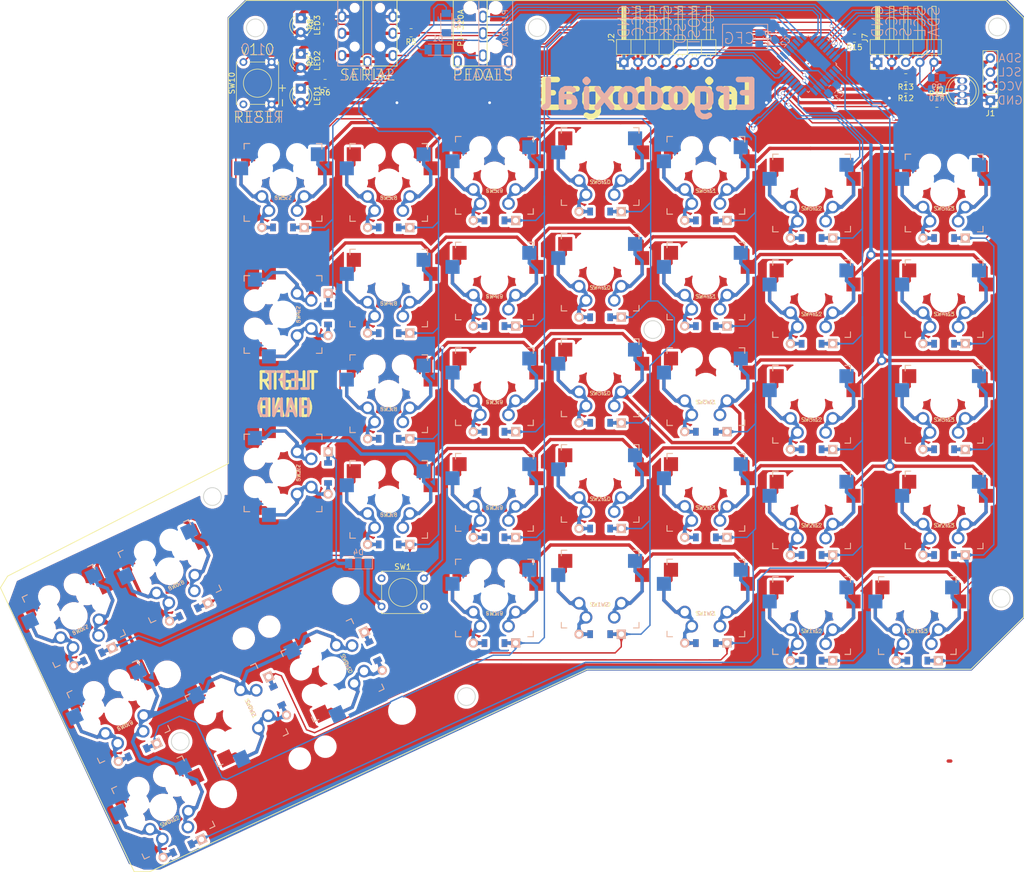
<source format=kicad_pcb>
(kicad_pcb (version 20171130) (host pcbnew 5.1.10-88a1d61d58~90~ubuntu20.04.1)
  (layers (0 Front signal hide) (31 Back signal hide) (34 B.Paste user hide) (35 F.Paste user hide) (36 B.SilkS user hide) (37 F.SilkS user hide) (38 B.Mask user hide) (39 F.Mask user hide) (44 Edge.Cuts user hide))
  (net 0 "")
  (net 1 /COL0)
  (net 2 /COL1)
  (net 3 /COL10)
  (net 4 /COL11)
  (net 5 /COL4)
  (net 6 /COL5)
  (net 7 /COL6)
  (net 8 /ROW0)
  (net 9 /ROW1)
  (net 10 /ROW2)
  (net 11 /ROW3)
  (net 12 /ROW4)
  (net 13 /ROW5)
  (net 14 GND)
  (net 15 VCC)
  (net 16 "Net-(LED1-Pad1)")
  (net 17 "Net-(LED2-Pad1)")
  (net 18 "Net-(LED3-Pad1)")
  (net 19 "Net-(SW4:7-Pad2)")
  (net 20 "Net-(SW5:7-Pad2)")
  (net 21 "Net-(SW5:8-Pad2)")
  (net 22 "Net-(SW0:7-Pad2)")
  (net 23 "Net-(SW0:8-Pad2)")
  (net 24 "Net-(SW0:9-Pad2)")
  (net 25 "Net-(SW0:10-Pad2)")
  (net 26 "Net-(SW0:11-Pad2)")
  (net 27 "Net-(SW0:12-Pad2)")
  (net 28 "Net-(SW1:9-Pad2)")
  (net 29 "Net-(SW1:10-Pad2)")
  (net 30 "Net-(SW1:11-Pad2)")
  (net 31 "Net-(SW1:12-Pad2)")
  (net 32 "Net-(SW1:13-Pad2)")
  (net 33 "Net-(SW2:7-Pad2)")
  (net 34 "Net-(SW2:8-Pad2)")
  (net 35 "Net-(SW2:9-Pad2)")
  (net 36 "Net-(SW2:10-Pad2)")
  (net 37 "Net-(SW2:11-Pad2)")
  (net 38 "Net-(SW2:12-Pad2)")
  (net 39 "Net-(SW2:13-Pad2)")
  (net 40 "Net-(SW3:8-Pad2)")
  (net 41 "Net-(SW3:9-Pad2)")
  (net 42 "Net-(SW3:10-Pad2)")
  (net 43 "Net-(SW3:11-Pad2)")
  (net 44 "Net-(SW3:12-Pad2)")
  (net 45 "Net-(SW3:13-Pad2)")
  (net 46 "Net-(SW4:8-Pad2)")
  (net 47 "Net-(SW4:9-Pad2)")
  (net 48 "Net-(SW4:10-Pad2)")
  (net 49 "Net-(SW4:11-Pad2)")
  (net 50 "Net-(SW4:12-Pad2)")
  (net 51 "Net-(SW4:13-Pad2)")
  (net 52 "Net-(SW5:9-Pad2)")
  (net 53 "Net-(SW5:10-Pad2)")
  (net 54 "Net-(SW5:11-Pad2)")
  (net 55 "Net-(SW5:12-Pad2)")
  (net 56 "Net-(SW5:13-Pad2)")
  (net 57 "Net-(U1-Pad22)")
  (net 58 /RXD)
  (net 59 /TXD)
  (net 60 /IO0)
  (net 61 /IO1)
  (net 62 /MOSI)
  (net 63 /MISO)
  (net 64 /SCK)
  (net 65 /SDA)
  (net 66 /SCL)
  (net 67 /RESET)
  (net 68 "Net-(U7-Pad1)")
  (net 69 "Net-(R5-Pad2)")
  (net 70 "Net-(D1-Pad1)")
  (net 71 "Net-(D2-Pad1)")
  (net 72 "Net-(D3-Pad4)")
  (net 73 "Net-(D3-Pad3)")
  (net 74 "Net-(D3-Pad1)")
  (net 75 /ADC6)
  (net 76 "Net-(U10-Pad6)")
  (net 77 "Net-(D4-Pad1)")
  (module Enhance:Kailh_socket_diode_smd (layer Front) (at 129.330861 62.053166)
    (fp_text reference SW5:10 (at 0 2.794) (layer F.SilkS) (effects (font (size 0.7 0.7) (thickness 0.1))))
    (fp_text value SW5:3 (at 0 2.794) (layer B.SilkS) (effects (font (size 0.7 0.7) (thickness 0.1)) (justify mirror)))
    (pad "" np_thru_hole circle (at 2.54 -5.08) (size 3 3) (drill 3) (layers *.Cu *.Mask))
    (pad "" np_thru_hole circle (at -3.81 -2.54) (size 3 3) (drill 3) (layers *.Cu *.Mask))
    (pad 2 thru_hole circle (at -2.54 5.08) (size 2.286 2.286) (drill 1.4986) (layers *.Cu *.Mask) (net 53 "Net-(SW5:10-Pad2)"))
    (pad 1 thru_hole circle (at 3.81 2.54) (size 2.286 2.286) (drill 1.4986) (layers *.Cu *.Mask) (net 13 /ROW5))
    (pad 1 smd rect (at 6.29 -5.08) (size 2.55 2.5) (layers Back B.Paste B.Mask) (net 13 /ROW5))
    (pad "" np_thru_hole circle (at -5.08 0) (size 1.7018 1.7018) (drill 1.7018) (layers *.Cu *.Mask))
    (pad "" np_thru_hole circle (at 5.08 0) (size 1.7018 1.7018) (drill 1.7018) (layers *.Cu *.Mask))
    (pad 2 smd rect (at -7.56 -2.54) (size 2.55 2.5) (layers Back B.Paste B.Mask) (net 53 "Net-(SW5:10-Pad2)"))
    (pad 4 smd rect (at 1.8 8.128) (size 1 1.4) (layers Back B.Paste B.Mask) (net 3 /COL10))
    (pad 3 smd rect (at -1.8 8.128) (size 1 1.4) (layers Back B.Paste B.Mask) (net 53 "Net-(SW5:10-Pad2)"))
    (pad 3 smd rect (at -1.8 8.128) (size 1 1.4) (layers Front F.Paste F.Mask) (net 53 "Net-(SW5:10-Pad2)"))
    (pad 4 smd rect (at 1.8 8.128) (size 1 1.4) (layers Front F.Paste F.Mask) (net 3 /COL10))
    (pad 3 thru_hole circle (at -3.81 8.128) (size 1.651 1.651) (drill 0.9906) (layers *.Cu *.SilkS *.Mask) (net 53 "Net-(SW5:10-Pad2)"))
    (pad 1 smd rect (at 7.56 -2.54) (size 2.55 2.5) (layers Front F.Paste F.Mask) (net 13 /ROW5))
    (pad "" np_thru_hole circle (at -5.08 0) (size 1.7018 1.7018) (drill 1.7018) (layers *.Cu *.Mask))
    (pad "" np_thru_hole circle (at 5.08 0) (size 1.7018 1.7018) (drill 1.7018) (layers *.Cu *.Mask))
    (pad "" np_thru_hole circle (at 0 0) (size 3.9878 3.9878) (drill 3.9878) (layers *.Cu *.Mask))
    (pad 2 smd rect (at -6.29 -5.08) (size 2.55 2.5) (layers Front F.Paste F.Mask) (net 53 "Net-(SW5:10-Pad2)"))
    (pad 2 thru_hole circle (at -3.81 2.54) (size 2.286 2.286) (drill 1.4986) (layers *.Cu *.Mask) (net 53 "Net-(SW5:10-Pad2)"))
    (pad 1 thru_hole circle (at 2.54 5.08) (size 2.286 2.286) (drill 1.4986) (layers *.Cu *.Mask) (net 13 /ROW5))
    (pad "" np_thru_hole circle (at 3.81 -2.54) (size 3 3) (drill 3) (layers *.Cu *.Mask))
    (pad "" np_thru_hole circle (at -2.54 -5.08 90) (size 3 3) (drill 3) (layers *.Cu *.Mask))
    (pad 4 thru_hole rect (at 3.81 8.128) (size 1.651 1.651) (drill 0.9906) (layers *.Cu *.SilkS *.Mask) (net 3 /COL10))
  )
  (module Button_Switch_THT:SW_Tactile_Straight_KSA0Axx1LFTR (layer Front) (at 65.04374 50.841299 90)
    (fp_text reference SW10 (at 3.81 -2.08 90) (layer F.SilkS))
    (fp_text value SW_SPST)
    (pad 2 thru_hole circle (at 0 5.08 90) (size 1.397 1.397) (drill 0.8128) (layers *.Cu *.Mask) (net 14 GND))
    (pad 1 thru_hole circle (at 0 0 90) (size 1.397 1.397) (drill 0.8128) (layers *.Cu *.Mask) (net 67 /RESET))
    (pad 2 thru_hole circle (at 7.62 5.08 90) (size 1.397 1.397) (drill 0.8128) (layers *.Cu *.Mask) (net 14 GND))
    (pad 1 thru_hole circle (at 7.62 0 90) (size 1.397 1.397) (drill 0.8128) (layers *.Cu *.Mask) (net 67 /RESET))
  )
  (module Diode_SMD:D_MiniMELF (layer Back) (at 85.75358 133.608859 180)
    (fp_text reference D4 (at 0 2) (layer B.SilkS) (effects (justify mirror)))
    (fp_text value -)
    (pad 2 smd rect (at 1.75 0 180) (size 1.3 1.7) (layers Back B.Paste B.Mask) (net 7 /COL6))
    (pad 1 smd rect (at -1.75 0 180) (size 1.3 1.7) (layers Back B.Paste B.Mask) (net 77 "Net-(D4-Pad1)"))
  )
  (module Button_Switch_THT:SW_Tactile_Straight_KSA0Axx1LFTR (layer Front) (at 89.95358 136.308859)
    (fp_text reference SW1 (at 3.81 -2.08) (layer F.SilkS))
    (fp_text value SW_SPST)
    (pad 2 thru_hole circle (at 0 5.08) (size 1.397 1.397) (drill 0.8128) (layers *.Cu *.Mask) (net 77 "Net-(D4-Pad1)"))
    (pad 1 thru_hole circle (at 0 0) (size 1.397 1.397) (drill 0.8128) (layers *.Cu *.Mask) (net 11 /ROW3))
    (pad 2 thru_hole circle (at 7.62 5.08) (size 1.397 1.397) (drill 0.8128) (layers *.Cu *.Mask) (net 77 "Net-(D4-Pad1)"))
    (pad 1 thru_hole circle (at 7.62 0) (size 1.397 1.397) (drill 0.8128) (layers *.Cu *.Mask) (net 11 /ROW3))
  )
  (module Resistor_SMD:R_0805_2012Metric_Pad1.20x1.40mm_HandSolder (layer Front) (at 175.15358 38.908859 180)
    (fp_text reference R15 (at 0 -1.65) (layer F.SilkS))
    (fp_text value 4k7)
    (pad 2 smd roundrect (at 1 0 180) (size 1.2 1.4) (layers Front F.Paste F.Mask) (roundrect_rratio 0.2083325) (net 9 /ROW1))
    (pad 1 smd roundrect (at -1 0 180) (size 1.2 1.4) (layers Front F.Paste F.Mask) (roundrect_rratio 0.2083325) (net 15 VCC))
  )
  (module Resistor_SMD:R_0805_2012Metric_Pad1.20x1.40mm_HandSolder (layer Back) (at 157.995048 38.951848 90)
    (fp_text reference R14 (at 0 1.65 90) (layer B.SilkS) (effects (justify mirror)))
    (fp_text value 270)
    (pad 2 smd roundrect (at 1 0 90) (size 1.2 1.4) (layers Back B.Paste B.Mask) (roundrect_rratio 0.2083325) (net 15 VCC))
    (pad 1 smd roundrect (at -1 0 90) (size 1.2 1.4) (layers Back B.Paste B.Mask) (roundrect_rratio 0.2083325) (net 75 /ADC6))
  )
  (module Connector_PinHeader_2.54mm:PinHeader_1x04_P2.54mm_Vertical (layer Front) (at 199.651048 50.127848 180)
    (fp_text reference J1 (at 0 -2.33) (layer F.SilkS))
    (fp_text value Conn_01x04_Male)
    (pad 4 thru_hole oval (at 0 7.62 180) (size 1.7 1.7) (drill 1) (layers *.Cu *.Mask) (net 65 /SDA))
    (pad 3 thru_hole oval (at 0 5.08 180) (size 1.7 1.7) (drill 1) (layers *.Cu *.Mask) (net 66 /SCL))
    (pad 2 thru_hole oval (at 0 2.54 180) (size 1.7 1.7) (drill 1) (layers *.Cu *.Mask) (net 15 VCC))
    (pad 1 thru_hole rect (at 0 0 180) (size 1.7 1.7) (drill 1) (layers *.Cu *.Mask) (net 14 GND))
  )
  (module Resistor_SMD:R_0805_2012Metric_Pad1.20x1.40mm_HandSolder (layer Front) (at 184.411048 46.063848 180)
    (fp_text reference R13 (at 0 -1.65) (layer F.SilkS))
    (fp_text value 270)
    (pad 2 smd roundrect (at 1 0 180) (size 1.2 1.4) (layers Front F.Paste F.Mask) (roundrect_rratio 0.2083325) (net 15 VCC))
    (pad 1 smd roundrect (at -1 0 180) (size 1.2 1.4) (layers Front F.Paste F.Mask) (roundrect_rratio 0.2083325) (net 66 /SCL))
  )
  (module Resistor_SMD:R_0805_2012Metric_Pad1.20x1.40mm_HandSolder (layer Front) (at 184.411048 48.095848 180)
    (fp_text reference R12 (at 0 -1.65) (layer F.SilkS))
    (fp_text value 270)
    (pad 2 smd roundrect (at 1 0 180) (size 1.2 1.4) (layers Front F.Paste F.Mask) (roundrect_rratio 0.2083325) (net 15 VCC))
    (pad 1 smd roundrect (at -1 0 180) (size 1.2 1.4) (layers Front F.Paste F.Mask) (roundrect_rratio 0.2083325) (net 65 /SDA))
  )
  (module Resistor_SMD:R_0805_2012Metric_Pad1.20x1.40mm_HandSolder (layer Front) (at 190.015048 50.635848)
    (fp_text reference R11 (at 0 -1.65) (layer F.SilkS))
    (fp_text value 270)
    (pad 2 smd roundrect (at 1 0) (size 1.2 1.4) (layers Front F.Paste F.Mask) (roundrect_rratio 0.2083325) (net 74 "Net-(D3-Pad1)"))
    (pad 1 smd roundrect (at -1 0) (size 1.2 1.4) (layers Front F.Paste F.Mask) (roundrect_rratio 0.2083325) (net 60 /IO0))
  )
  (module Resistor_SMD:R_0805_2012Metric_Pad1.20x1.40mm_HandSolder (layer Back) (at 189.999048 48.095848)
    (fp_text reference R10 (at 0 1.65) (layer B.SilkS) (effects (justify mirror)))
    (fp_text value 270)
    (pad 2 smd roundrect (at 1 0) (size 1.2 1.4) (layers Back B.Paste B.Mask) (roundrect_rratio 0.2083325) (net 73 "Net-(D3-Pad3)"))
    (pad 1 smd roundrect (at -1 0) (size 1.2 1.4) (layers Back B.Paste B.Mask) (roundrect_rratio 0.2083325) (net 66 /SCL))
  )
  (module Resistor_SMD:R_0805_2012Metric_Pad1.20x1.40mm_HandSolder (layer Back) (at 189.999048 46.063848)
    (fp_text reference R9 (at 0 1.65) (layer B.SilkS) (effects (justify mirror)))
    (fp_text value 270)
    (pad 2 smd roundrect (at 1 0) (size 1.2 1.4) (layers Back B.Paste B.Mask) (roundrect_rratio 0.2083325) (net 72 "Net-(D3-Pad4)"))
    (pad 1 smd roundrect (at -1 0) (size 1.2 1.4) (layers Back B.Paste B.Mask) (roundrect_rratio 0.2083325) (net 65 /SDA))
  )
  (module LED_THT:LED_D5.0mm-4_RGB (layer Front) (at 194.571048 50.381848 90)
    (fp_text reference D3 (at 1.905 -3.96 90) (layer F.SilkS))
    (fp_text value LED_BCGR)
    (pad 4 thru_hole oval (at 3.81 0 90) (size 1.07 1.8) (drill 0.9) (layers *.Cu *.Mask) (net 72 "Net-(D3-Pad4)"))
    (pad 3 thru_hole oval (at 2.54 0 90) (size 1.07 1.8) (drill 0.9) (layers *.Cu *.Mask) (net 73 "Net-(D3-Pad3)"))
    (pad 2 thru_hole oval (at 1.27 0 90) (size 1.07 1.8) (drill 0.9) (layers *.Cu *.Mask) (net 14 GND))
    (pad 1 thru_hole rect (at 0 0 90) (size 1.07 1.8) (drill 0.9) (layers *.Cu *.Mask) (net 74 "Net-(D3-Pad1)"))
  )
  (module Keebio-Parts:TRRS-PJ-320A-dual (layer Front) (at 108.211048 31.839848)
    (fp_text reference U7)
    (fp_text value TRRS)
    (fp_text user PJ-320A (at 4 5.25 270) (layer B.SilkS) (effects (justify mirror)))
    (fp_text user PJ-320A (at -4 5.25 90) (layer F.SilkS))
    (pad "" np_thru_hole circle (at 2.3 8.6) (size 1.5 1.5) (drill 1.5) (layers *.Cu *.Mask))
    (pad "" np_thru_hole circle (at 2.3 1.6) (size 1.5 1.5) (drill 1.5) (layers *.Cu *.Mask))
    (pad 1 thru_hole oval (at 4.6 11.3) (size 1.6 2.2) (drill oval 0.9 1.5) (layers *.Cu *.Mask) (net 68 "Net-(U7-Pad1)"))
    (pad 1 thru_hole oval (at -4.6 11.3) (size 1.6 2.2) (drill oval 0.9 1.5) (layers *.Cu *.Mask) (net 68 "Net-(U7-Pad1)"))
    (pad 2 thru_hole oval (at 0 10.2) (size 1.6 2.2) (drill oval 0.9 1.5) (layers *.Cu *.Mask) (net 70 "Net-(D1-Pad1)"))
    (pad 4 thru_hole oval (at 0 3.2) (size 1.6 2.2) (drill oval 0.9 1.5) (layers *.Cu *.Mask) (net 9 /ROW1))
    (pad "" np_thru_hole circle (at -2.3 8.6) (size 1.5 1.5) (drill 1.5) (layers *.Cu *.Mask))
    (pad "" np_thru_hole circle (at -2.3 1.6) (size 1.5 1.5) (drill 1.5) (layers *.Cu *.Mask))
    (pad 3 thru_hole oval (at 0 6.2) (size 1.6 2.2) (drill oval 0.9 1.5) (layers *.Cu *.Mask) (net 71 "Net-(D2-Pad1)"))
  )
  (module Diode_SMD:D_MiniMELF (layer Back) (at 101.607048 36.185848 90)
    (fp_text reference D2 (at 0 2 90) (layer B.SilkS) (effects (justify mirror)))
    (fp_text value -)
    (pad 2 smd rect (at 1.75 0 90) (size 1.3 1.7) (layers Back B.Paste B.Mask) (net 7 /COL6))
    (pad 1 smd rect (at -1.75 0 90) (size 1.3 1.7) (layers Back B.Paste B.Mask) (net 71 "Net-(D2-Pad1)"))
  )
  (module Diode_SMD:D_MiniMELF (layer Back) (at 100.083048 40.983848 180)
    (fp_text reference D1 (at 0 2) (layer B.SilkS) (effects (justify mirror)))
    (fp_text value -)
    (pad 2 smd rect (at 1.75 0 180) (size 1.3 1.7) (layers Back B.Paste B.Mask) (net 6 /COL5))
    (pad 1 smd rect (at -1.75 0 180) (size 1.3 1.7) (layers Back B.Paste B.Mask) (net 70 "Net-(D1-Pad1)"))
  )
  (module Capacitor_SMD:C_0805_2012Metric_Pad1.18x1.45mm_HandSolder (layer Back) (at 161.551048 38.443848 45)
    (fp_text reference C2 (at 0 1.68 45) (layer B.SilkS) (effects (justify mirror)))
    (fp_text value 0.1)
    (pad 2 smd roundrect (at 1.0375 0 45) (size 1.175 1.45) (layers Back B.Paste B.Mask) (roundrect_rratio 0.2127659574468085) (net 14 GND))
    (pad 1 smd roundrect (at -1.0375 0 45) (size 1.175 1.45) (layers Back B.Paste B.Mask) (roundrect_rratio 0.2127659574468085) (net 15 VCC))
  )
  (module Capacitor_SMD:C_0805_2012Metric_Pad1.18x1.45mm_HandSolder (layer Back) (at 171.203048 48.095848 45)
    (fp_text reference C1 (at 0 1.68 45) (layer B.SilkS) (effects (justify mirror)))
    (fp_text value 0.1)
    (pad 2 smd roundrect (at 1.0375 0 45) (size 1.175 1.45) (layers Back B.Paste B.Mask) (roundrect_rratio 0.2127659574468085) (net 14 GND))
    (pad 1 smd roundrect (at -1.0375 0 45) (size 1.175 1.45) (layers Back B.Paste B.Mask) (roundrect_rratio 0.2127659574468085) (net 15 VCC))
  )
  (module Resistor_SMD:R_0805_2012Metric_Pad1.20x1.40mm_HandSolder (layer Front) (at 78.747048 36.411848 90)
    (fp_text reference R8 (at 0 -1.65 90) (layer F.SilkS))
    (fp_text value 270)
    (pad 2 smd roundrect (at 1 0 90) (size 1.2 1.4) (layers Front F.Paste F.Mask) (roundrect_rratio 0.2083325) (net 18 "Net-(LED3-Pad1)"))
    (pad 1 smd roundrect (at -1 0 90) (size 1.2 1.4) (layers Front F.Paste F.Mask) (roundrect_rratio 0.2083325) (net 64 /SCK))
  )
  (module Resistor_SMD:R_0805_2012Metric_Pad1.20x1.40mm_HandSolder (layer Front) (at 78.747048 43.015848 90)
    (fp_text reference R7 (at 0 -1.65 90) (layer F.SilkS))
    (fp_text value 270)
    (pad 2 smd roundrect (at 1 0 90) (size 1.2 1.4) (layers Front F.Paste F.Mask) (roundrect_rratio 0.2083325) (net 17 "Net-(LED2-Pad1)"))
    (pad 1 smd roundrect (at -1 0 90) (size 1.2 1.4) (layers Front F.Paste F.Mask) (roundrect_rratio 0.2083325) (net 63 /MISO))
  )
  (module Resistor_SMD:R_0805_2012Metric_Pad1.20x1.40mm_HandSolder (layer Front) (at 79.763048 47.079848 180)
    (fp_text reference R6 (at 0 -1.65) (layer F.SilkS))
    (fp_text value 270)
    (pad 2 smd roundrect (at 1 0 180) (size 1.2 1.4) (layers Front F.Paste F.Mask) (roundrect_rratio 0.2083325) (net 16 "Net-(LED1-Pad1)"))
    (pad 1 smd roundrect (at -1 0 180) (size 1.2 1.4) (layers Front F.Paste F.Mask) (roundrect_rratio 0.2083325) (net 62 /MOSI))
  )
  (module Resistor_SMD:R_0805_2012Metric_Pad1.20x1.40mm_HandSolder (layer Front) (at 95.257048 37.935848 180)
    (fp_text reference R5 (at 0 -1.65) (layer F.SilkS))
    (fp_text value 270)
    (pad 2 smd roundrect (at 1 0 180) (size 1.2 1.4) (layers Front F.Paste F.Mask) (roundrect_rratio 0.2083325) (net 69 "Net-(R5-Pad2)"))
    (pad 1 smd roundrect (at -1 0 180) (size 1.2 1.4) (layers Front F.Paste F.Mask) (roundrect_rratio 0.2083325) (net 59 /TXD))
  )
  (module Keebio-Parts:TRRS-PJ-320A (layer Back) (at 85.097048 31.839848 180)
    (fp_text reference U9)
    (fp_text value TRRS)
    (pad 1 thru_hole oval (at -2.3 -11.3 180) (size 1.6 2) (drill oval 0.9 1.3) (layers *.Cu *.Mask) (net 15 VCC))
    (pad 2 thru_hole oval (at 2.3 -10.2 180) (size 1.6 2) (drill oval 0.9 1.3) (layers *.Cu *.Mask) (net 58 /RXD))
    (pad 4 thru_hole oval (at 2.3 -3.2 180) (size 1.6 2) (drill oval 0.9 1.3) (layers *.Cu *.Mask) (net 14 GND))
    (pad "" np_thru_hole circle (at 0 -8.6 180) (size 0.8 0.8) (drill 0.8) (layers *.Cu *.Mask))
    (pad "" np_thru_hole circle (at 0 -1.6 180) (size 0.8 0.8) (drill 0.8) (layers *.Cu *.Mask))
    (pad 3 thru_hole oval (at 2.3 -6.2 180) (size 1.6 2) (drill oval 0.9 1.3) (layers *.Cu *.Mask) (net 69 "Net-(R5-Pad2)"))
  )
  (module Keebio-Parts:TRRS-PJ-320A (layer Front) (at 89.669048 31.839848)
    (fp_text reference U8)
    (fp_text value TRRS)
    (pad 1 thru_hole oval (at -2.3 11.3) (size 1.6 2) (drill oval 0.9 1.3) (layers *.Cu *.Mask) (net 15 VCC))
    (pad 2 thru_hole oval (at 2.3 10.2) (size 1.6 2) (drill oval 0.9 1.3) (layers *.Cu *.Mask) (net 58 /RXD))
    (pad 4 thru_hole oval (at 2.3 3.2) (size 1.6 2) (drill oval 0.9 1.3) (layers *.Cu *.Mask) (net 14 GND))
    (pad "" np_thru_hole circle (at 0 8.6) (size 0.8 0.8) (drill 0.8) (layers *.Cu *.Mask))
    (pad "" np_thru_hole circle (at 0 1.6) (size 0.8 0.8) (drill 0.8) (layers *.Cu *.Mask))
    (pad 3 thru_hole oval (at 2.3 6.2) (size 1.6 2) (drill oval 0.9 1.3) (layers *.Cu *.Mask) (net 69 "Net-(R5-Pad2)"))
  )
  (module Connector_PinHeader_2.54mm:PinHeader_1x05_P2.54mm_Horizontal (layer Front) (at 179.331048 43.269848 90)
    (fp_text reference J7 (at 4.385 -2.27 90) (layer F.SilkS))
    (fp_text value Conn_01x05_Male)
    (pad 5 thru_hole oval (at 0 10.16 90) (size 1.7 1.7) (drill 1) (layers *.Cu *.Mask) (net 65 /SDA))
    (pad 4 thru_hole oval (at 0 7.62 90) (size 1.7 1.7) (drill 1) (layers *.Cu *.Mask) (net 66 /SCL))
    (pad 3 thru_hole oval (at 0 5.08 90) (size 1.7 1.7) (drill 1) (layers *.Cu *.Mask) (net 67 /RESET))
    (pad 2 thru_hole oval (at 0 2.54 90) (size 1.7 1.7) (drill 1) (layers *.Cu *.Mask) (net 15 VCC))
    (pad 1 thru_hole rect (at 0 0 90) (size 1.7 1.7) (drill 1) (layers *.Cu *.Mask) (net 14 GND))
  )
  (module Connector_PinHeader_2.54mm:PinHeader_1x07_P2.54mm_Horizontal (layer Front) (at 133.611048 43.269848 90)
    (fp_text reference J2 (at 4.385 -2.27 90) (layer F.SilkS))
    (fp_text value Conn_01x07_Male)
    (pad 7 thru_hole oval (at 0 15.24 90) (size 1.7 1.7) (drill 1) (layers *.Cu *.Mask) (net 61 /IO1))
    (pad 6 thru_hole oval (at 0 12.7 90) (size 1.7 1.7) (drill 1) (layers *.Cu *.Mask) (net 62 /MOSI))
    (pad 5 thru_hole oval (at 0 10.16 90) (size 1.7 1.7) (drill 1) (layers *.Cu *.Mask) (net 63 /MISO))
    (pad 4 thru_hole oval (at 0 7.62 90) (size 1.7 1.7) (drill 1) (layers *.Cu *.Mask) (net 64 /SCK))
    (pad 3 thru_hole oval (at 0 5.08 90) (size 1.7 1.7) (drill 1) (layers *.Cu *.Mask) (net 60 /IO0))
    (pad 2 thru_hole oval (at 0 2.54 90) (size 1.7 1.7) (drill 1) (layers *.Cu *.Mask) (net 15 VCC))
    (pad 1 thru_hole rect (at 0 0 90) (size 1.7 1.7) (drill 1) (layers *.Cu *.Mask) (net 14 GND))
  )
  (module Enhance:Kailh_socket_diode_smd (layer Front) (at 91.230193 64.923535)
    (fp_text reference SW5:8 (at 0 2.794) (layer F.SilkS) (effects (font (size 0.7 0.7) (thickness 0.1))))
    (fp_text value SW5:5 (at 0 2.794) (layer B.SilkS) (effects (font (size 0.7 0.7) (thickness 0.1)) (justify mirror)))
    (pad "" np_thru_hole circle (at 2.54 -5.08) (size 3 3) (drill 3) (layers *.Cu *.Mask))
    (pad "" np_thru_hole circle (at -3.81 -2.54) (size 3 3) (drill 3) (layers *.Cu *.Mask))
    (pad 2 thru_hole circle (at -2.54 5.08) (size 2.286 2.286) (drill 1.4986) (layers *.Cu *.Mask) (net 21 "Net-(SW5:8-Pad2)"))
    (pad 1 thru_hole circle (at 3.81 2.54) (size 2.286 2.286) (drill 1.4986) (layers *.Cu *.Mask) (net 13 /ROW5))
    (pad 1 smd rect (at 6.29 -5.08) (size 2.55 2.5) (layers Back B.Paste B.Mask) (net 13 /ROW5))
    (pad "" np_thru_hole circle (at -5.08 0) (size 1.7018 1.7018) (drill 1.7018) (layers *.Cu *.Mask))
    (pad "" np_thru_hole circle (at 5.08 0) (size 1.7018 1.7018) (drill 1.7018) (layers *.Cu *.Mask))
    (pad 2 smd rect (at -7.56 -2.54) (size 2.55 2.5) (layers Back B.Paste B.Mask) (net 21 "Net-(SW5:8-Pad2)"))
    (pad 4 smd rect (at 1.8 8.128) (size 1 1.4) (layers Back B.Paste B.Mask) (net 6 /COL5))
    (pad 3 smd rect (at -1.8 8.128) (size 1 1.4) (layers Back B.Paste B.Mask) (net 21 "Net-(SW5:8-Pad2)"))
    (pad 3 smd rect (at -1.8 8.128) (size 1 1.4) (layers Front F.Paste F.Mask) (net 21 "Net-(SW5:8-Pad2)"))
    (pad 4 smd rect (at 1.8 8.128) (size 1 1.4) (layers Front F.Paste F.Mask) (net 6 /COL5))
    (pad 3 thru_hole circle (at -3.81 8.128) (size 1.651 1.651) (drill 0.9906) (layers *.Cu *.SilkS *.Mask) (net 21 "Net-(SW5:8-Pad2)"))
    (pad 1 smd rect (at 7.56 -2.54) (size 2.55 2.5) (layers Front F.Paste F.Mask) (net 13 /ROW5))
    (pad "" np_thru_hole circle (at -5.08 0) (size 1.7018 1.7018) (drill 1.7018) (layers *.Cu *.Mask))
    (pad "" np_thru_hole circle (at 5.08 0) (size 1.7018 1.7018) (drill 1.7018) (layers *.Cu *.Mask))
    (pad "" np_thru_hole circle (at 0 0) (size 3.9878 3.9878) (drill 3.9878) (layers *.Cu *.Mask))
    (pad 2 smd rect (at -6.29 -5.08) (size 2.55 2.5) (layers Front F.Paste F.Mask) (net 21 "Net-(SW5:8-Pad2)"))
    (pad 2 thru_hole circle (at -3.81 2.54) (size 2.286 2.286) (drill 1.4986) (layers *.Cu *.Mask) (net 21 "Net-(SW5:8-Pad2)"))
    (pad 1 thru_hole circle (at 2.54 5.08) (size 2.286 2.286) (drill 1.4986) (layers *.Cu *.Mask) (net 13 /ROW5))
    (pad "" np_thru_hole circle (at 3.81 -2.54) (size 3 3) (drill 3) (layers *.Cu *.Mask))
    (pad "" np_thru_hole circle (at -2.54 -5.08 90) (size 3 3) (drill 3) (layers *.Cu *.Mask))
    (pad 4 thru_hole rect (at 3.81 8.128) (size 1.651 1.651) (drill 0.9906) (layers *.Cu *.SilkS *.Mask) (net 6 /COL5))
  )
  (module Enhance:Kailh_socket_diode_smd (layer Front) (at 42.538643 160.356388 25)
    (fp_text reference SW0:9 (at 0 2.794 25) (layer F.SilkS) (effects (font (size 0.7 0.7) (thickness 0.1))))
    (fp_text value SW0:4 (at 0 2.794 25) (layer B.SilkS) (effects (font (size 0.7 0.7) (thickness 0.1)) (justify mirror)))
    (pad "" np_thru_hole circle (at 2.54 -5.08 25) (size 3 3) (drill 3) (layers *.Cu *.Mask))
    (pad "" np_thru_hole circle (at -3.81 -2.54 25) (size 3 3) (drill 3) (layers *.Cu *.Mask))
    (pad 2 thru_hole circle (at -2.54 5.08 25) (size 2.286 2.286) (drill 1.4986) (layers *.Cu *.Mask) (net 24 "Net-(SW0:9-Pad2)"))
    (pad 1 thru_hole circle (at 3.81 2.54 25) (size 2.286 2.286) (drill 1.4986) (layers *.Cu *.Mask) (net 8 /ROW0))
    (pad 1 smd rect (at 6.29 -5.08 25) (size 2.55 2.5) (layers Back B.Paste B.Mask) (net 8 /ROW0))
    (pad "" np_thru_hole circle (at -5.08 0 25) (size 1.7018 1.7018) (drill 1.7018) (layers *.Cu *.Mask))
    (pad "" np_thru_hole circle (at 5.08 0 25) (size 1.7018 1.7018) (drill 1.7018) (layers *.Cu *.Mask))
    (pad 2 smd rect (at -7.56 -2.54 25) (size 2.55 2.5) (layers Back B.Paste B.Mask) (net 24 "Net-(SW0:9-Pad2)"))
    (pad 4 smd rect (at 1.8 8.128 25) (size 1 1.4) (layers Back B.Paste B.Mask) (net 5 /COL4))
    (pad 3 smd rect (at -1.8 8.128 25) (size 1 1.4) (layers Back B.Paste B.Mask) (net 24 "Net-(SW0:9-Pad2)"))
    (pad 3 smd rect (at -1.8 8.128 25) (size 1 1.4) (layers Front F.Paste F.Mask) (net 24 "Net-(SW0:9-Pad2)"))
    (pad 4 smd rect (at 1.8 8.128 25) (size 1 1.4) (layers Front F.Paste F.Mask) (net 5 /COL4))
    (pad 3 thru_hole circle (at -3.81 8.128 25) (size 1.651 1.651) (drill 0.9906) (layers *.Cu *.SilkS *.Mask) (net 24 "Net-(SW0:9-Pad2)"))
    (pad 1 smd rect (at 7.56 -2.54 25) (size 2.55 2.5) (layers Front F.Paste F.Mask) (net 8 /ROW0))
    (pad "" np_thru_hole circle (at -5.08 0 25) (size 1.7018 1.7018) (drill 1.7018) (layers *.Cu *.Mask))
    (pad "" np_thru_hole circle (at 5.08 0 25) (size 1.7018 1.7018) (drill 1.7018) (layers *.Cu *.Mask))
    (pad "" np_thru_hole circle (at 0 0 25) (size 3.9878 3.9878) (drill 3.9878) (layers *.Cu *.Mask))
    (pad 2 smd rect (at -6.29 -5.08 25) (size 2.55 2.5) (layers Front F.Paste F.Mask) (net 24 "Net-(SW0:9-Pad2)"))
    (pad 2 thru_hole circle (at -3.81 2.54 25) (size 2.286 2.286) (drill 1.4986) (layers *.Cu *.Mask) (net 24 "Net-(SW0:9-Pad2)"))
    (pad 1 thru_hole circle (at 2.54 5.08 25) (size 2.286 2.286) (drill 1.4986) (layers *.Cu *.Mask) (net 8 /ROW0))
    (pad "" np_thru_hole circle (at 3.81 -2.54 25) (size 3 3) (drill 3) (layers *.Cu *.Mask))
    (pad "" np_thru_hole circle (at -2.54 -5.08 115) (size 3 3) (drill 3) (layers *.Cu *.Mask))
    (pad 4 thru_hole rect (at 3.81 8.128 25) (size 1.651 1.651) (drill 0.9906) (layers *.Cu *.SilkS *.Mask) (net 5 /COL4))
  )
  (module Enhance:Kailh_socket_diode_smd (layer Front) (at 191.310206 66.829023)
    (fp_text reference SW5:13 (at 0 2.794) (layer F.SilkS) (effects (font (size 0.7 0.7) (thickness 0.1))))
    (fp_text value SW5:0 (at 0 2.794) (layer B.SilkS) (effects (font (size 0.7 0.7) (thickness 0.1)) (justify mirror)))
    (pad "" np_thru_hole circle (at 2.54 -5.08) (size 3 3) (drill 3) (layers *.Cu *.Mask))
    (pad "" np_thru_hole circle (at -3.81 -2.54) (size 3 3) (drill 3) (layers *.Cu *.Mask))
    (pad 2 thru_hole circle (at -2.54 5.08) (size 2.286 2.286) (drill 1.4986) (layers *.Cu *.Mask) (net 56 "Net-(SW5:13-Pad2)"))
    (pad 1 thru_hole circle (at 3.81 2.54) (size 2.286 2.286) (drill 1.4986) (layers *.Cu *.Mask) (net 13 /ROW5))
    (pad 1 smd rect (at 6.29 -5.08) (size 2.55 2.5) (layers Back B.Paste B.Mask) (net 13 /ROW5))
    (pad "" np_thru_hole circle (at -5.08 0) (size 1.7018 1.7018) (drill 1.7018) (layers *.Cu *.Mask))
    (pad "" np_thru_hole circle (at 5.08 0) (size 1.7018 1.7018) (drill 1.7018) (layers *.Cu *.Mask))
    (pad 2 smd rect (at -7.56 -2.54) (size 2.55 2.5) (layers Back B.Paste B.Mask) (net 56 "Net-(SW5:13-Pad2)"))
    (pad 4 smd rect (at 1.8 8.128) (size 1 1.4) (layers Back B.Paste B.Mask) (net 1 /COL0))
    (pad 3 smd rect (at -1.8 8.128) (size 1 1.4) (layers Back B.Paste B.Mask) (net 56 "Net-(SW5:13-Pad2)"))
    (pad 3 smd rect (at -1.8 8.128) (size 1 1.4) (layers Front F.Paste F.Mask) (net 56 "Net-(SW5:13-Pad2)"))
    (pad 4 smd rect (at 1.8 8.128) (size 1 1.4) (layers Front F.Paste F.Mask) (net 1 /COL0))
    (pad 3 thru_hole circle (at -3.81 8.128) (size 1.651 1.651) (drill 0.9906) (layers *.Cu *.SilkS *.Mask) (net 56 "Net-(SW5:13-Pad2)"))
    (pad 1 smd rect (at 7.56 -2.54) (size 2.55 2.5) (layers Front F.Paste F.Mask) (net 13 /ROW5))
    (pad "" np_thru_hole circle (at -5.08 0) (size 1.7018 1.7018) (drill 1.7018) (layers *.Cu *.Mask))
    (pad "" np_thru_hole circle (at 5.08 0) (size 1.7018 1.7018) (drill 1.7018) (layers *.Cu *.Mask))
    (pad "" np_thru_hole circle (at 0 0) (size 3.9878 3.9878) (drill 3.9878) (layers *.Cu *.Mask))
    (pad 2 smd rect (at -6.29 -5.08) (size 2.55 2.5) (layers Front F.Paste F.Mask) (net 56 "Net-(SW5:13-Pad2)"))
    (pad 2 thru_hole circle (at -3.81 2.54) (size 2.286 2.286) (drill 1.4986) (layers *.Cu *.Mask) (net 56 "Net-(SW5:13-Pad2)"))
    (pad 1 thru_hole circle (at 2.54 5.08) (size 2.286 2.286) (drill 1.4986) (layers *.Cu *.Mask) (net 13 /ROW5))
    (pad "" np_thru_hole circle (at 3.81 -2.54) (size 3 3) (drill 3) (layers *.Cu *.Mask))
    (pad "" np_thru_hole circle (at -2.54 -5.08 90) (size 3 3) (drill 3) (layers *.Cu *.Mask))
    (pad 4 thru_hole rect (at 3.81 8.128) (size 1.651 1.651) (drill 0.9906) (layers *.Cu *.SilkS *.Mask) (net 1 /COL0))
  )
  (module Enhance:Kailh_socket_diode_smd (layer Front) (at 167.430408 66.827962)
    (fp_text reference SW5:12 (at 0 2.794) (layer F.SilkS) (effects (font (size 0.7 0.7) (thickness 0.1))))
    (fp_text value SW5:1 (at 0 2.794) (layer B.SilkS) (effects (font (size 0.7 0.7) (thickness 0.1)) (justify mirror)))
    (pad "" np_thru_hole circle (at 2.54 -5.08) (size 3 3) (drill 3) (layers *.Cu *.Mask))
    (pad "" np_thru_hole circle (at -3.81 -2.54) (size 3 3) (drill 3) (layers *.Cu *.Mask))
    (pad 2 thru_hole circle (at -2.54 5.08) (size 2.286 2.286) (drill 1.4986) (layers *.Cu *.Mask) (net 55 "Net-(SW5:12-Pad2)"))
    (pad 1 thru_hole circle (at 3.81 2.54) (size 2.286 2.286) (drill 1.4986) (layers *.Cu *.Mask) (net 13 /ROW5))
    (pad 1 smd rect (at 6.29 -5.08) (size 2.55 2.5) (layers Back B.Paste B.Mask) (net 13 /ROW5))
    (pad "" np_thru_hole circle (at -5.08 0) (size 1.7018 1.7018) (drill 1.7018) (layers *.Cu *.Mask))
    (pad "" np_thru_hole circle (at 5.08 0) (size 1.7018 1.7018) (drill 1.7018) (layers *.Cu *.Mask))
    (pad 2 smd rect (at -7.56 -2.54) (size 2.55 2.5) (layers Back B.Paste B.Mask) (net 55 "Net-(SW5:12-Pad2)"))
    (pad 4 smd rect (at 1.8 8.128) (size 1 1.4) (layers Back B.Paste B.Mask) (net 2 /COL1))
    (pad 3 smd rect (at -1.8 8.128) (size 1 1.4) (layers Back B.Paste B.Mask) (net 55 "Net-(SW5:12-Pad2)"))
    (pad 3 smd rect (at -1.8 8.128) (size 1 1.4) (layers Front F.Paste F.Mask) (net 55 "Net-(SW5:12-Pad2)"))
    (pad 4 smd rect (at 1.8 8.128) (size 1 1.4) (layers Front F.Paste F.Mask) (net 2 /COL1))
    (pad 3 thru_hole circle (at -3.81 8.128) (size 1.651 1.651) (drill 0.9906) (layers *.Cu *.SilkS *.Mask) (net 55 "Net-(SW5:12-Pad2)"))
    (pad 1 smd rect (at 7.56 -2.54) (size 2.55 2.5) (layers Front F.Paste F.Mask) (net 13 /ROW5))
    (pad "" np_thru_hole circle (at -5.08 0) (size 1.7018 1.7018) (drill 1.7018) (layers *.Cu *.Mask))
    (pad "" np_thru_hole circle (at 5.08 0) (size 1.7018 1.7018) (drill 1.7018) (layers *.Cu *.Mask))
    (pad "" np_thru_hole circle (at 0 0) (size 3.9878 3.9878) (drill 3.9878) (layers *.Cu *.Mask))
    (pad 2 smd rect (at -6.29 -5.08) (size 2.55 2.5) (layers Front F.Paste F.Mask) (net 55 "Net-(SW5:12-Pad2)"))
    (pad 2 thru_hole circle (at -3.81 2.54) (size 2.286 2.286) (drill 1.4986) (layers *.Cu *.Mask) (net 55 "Net-(SW5:12-Pad2)"))
    (pad 1 thru_hole circle (at 2.54 5.08) (size 2.286 2.286) (drill 1.4986) (layers *.Cu *.Mask) (net 13 /ROW5))
    (pad "" np_thru_hole circle (at 3.81 -2.54) (size 3 3) (drill 3) (layers *.Cu *.Mask))
    (pad "" np_thru_hole circle (at -2.54 -5.08 90) (size 3 3) (drill 3) (layers *.Cu *.Mask))
    (pad 4 thru_hole rect (at 3.81 8.128) (size 1.651 1.651) (drill 0.9906) (layers *.Cu *.SilkS *.Mask) (net 2 /COL1))
  )
  (module Enhance:Kailh_socket_diode_smd (layer Front) (at 148.380052 63.65137)
    (fp_text reference SW5:11 (at 0 2.794) (layer F.SilkS) (effects (font (size 0.7 0.7) (thickness 0.1))))
    (fp_text value SW5:2 (at 0 2.794) (layer B.SilkS) (effects (font (size 0.7 0.7) (thickness 0.1)) (justify mirror)))
    (pad "" np_thru_hole circle (at 2.54 -5.08) (size 3 3) (drill 3) (layers *.Cu *.Mask))
    (pad "" np_thru_hole circle (at -3.81 -2.54) (size 3 3) (drill 3) (layers *.Cu *.Mask))
    (pad 2 thru_hole circle (at -2.54 5.08) (size 2.286 2.286) (drill 1.4986) (layers *.Cu *.Mask) (net 54 "Net-(SW5:11-Pad2)"))
    (pad 1 thru_hole circle (at 3.81 2.54) (size 2.286 2.286) (drill 1.4986) (layers *.Cu *.Mask) (net 13 /ROW5))
    (pad 1 smd rect (at 6.29 -5.08) (size 2.55 2.5) (layers Back B.Paste B.Mask) (net 13 /ROW5))
    (pad "" np_thru_hole circle (at -5.08 0) (size 1.7018 1.7018) (drill 1.7018) (layers *.Cu *.Mask))
    (pad "" np_thru_hole circle (at 5.08 0) (size 1.7018 1.7018) (drill 1.7018) (layers *.Cu *.Mask))
    (pad 2 smd rect (at -7.56 -2.54) (size 2.55 2.5) (layers Back B.Paste B.Mask) (net 54 "Net-(SW5:11-Pad2)"))
    (pad 4 smd rect (at 1.8 8.128) (size 1 1.4) (layers Back B.Paste B.Mask) (net 4 /COL11))
    (pad 3 smd rect (at -1.8 8.128) (size 1 1.4) (layers Back B.Paste B.Mask) (net 54 "Net-(SW5:11-Pad2)"))
    (pad 3 smd rect (at -1.8 8.128) (size 1 1.4) (layers Front F.Paste F.Mask) (net 54 "Net-(SW5:11-Pad2)"))
    (pad 4 smd rect (at 1.8 8.128) (size 1 1.4) (layers Front F.Paste F.Mask) (net 4 /COL11))
    (pad 3 thru_hole circle (at -3.81 8.128) (size 1.651 1.651) (drill 0.9906) (layers *.Cu *.SilkS *.Mask) (net 54 "Net-(SW5:11-Pad2)"))
    (pad 1 smd rect (at 7.56 -2.54) (size 2.55 2.5) (layers Front F.Paste F.Mask) (net 13 /ROW5))
    (pad "" np_thru_hole circle (at -5.08 0) (size 1.7018 1.7018) (drill 1.7018) (layers *.Cu *.Mask))
    (pad "" np_thru_hole circle (at 5.08 0) (size 1.7018 1.7018) (drill 1.7018) (layers *.Cu *.Mask))
    (pad "" np_thru_hole circle (at 0 0) (size 3.9878 3.9878) (drill 3.9878) (layers *.Cu *.Mask))
    (pad 2 smd rect (at -6.29 -5.08) (size 2.55 2.5) (layers Front F.Paste F.Mask) (net 54 "Net-(SW5:11-Pad2)"))
    (pad 2 thru_hole circle (at -3.81 2.54) (size 2.286 2.286) (drill 1.4986) (layers *.Cu *.Mask) (net 54 "Net-(SW5:11-Pad2)"))
    (pad 1 thru_hole circle (at 2.54 5.08) (size 2.286 2.286) (drill 1.4986) (layers *.Cu *.Mask) (net 13 /ROW5))
    (pad "" np_thru_hole circle (at 3.81 -2.54) (size 3 3) (drill 3) (layers *.Cu *.Mask))
    (pad "" np_thru_hole circle (at -2.54 -5.08 90) (size 3 3) (drill 3) (layers *.Cu *.Mask))
    (pad 4 thru_hole rect (at 3.81 8.128) (size 1.651 1.651) (drill 0.9906) (layers *.Cu *.SilkS *.Mask) (net 4 /COL11))
  )
  (module Enhance:Kailh_socket_diode_smd (layer Front) (at 110.280243 63.65101)
    (fp_text reference SW5:9 (at 0 2.794) (layer F.SilkS) (effects (font (size 0.7 0.7) (thickness 0.1))))
    (fp_text value SW5:4 (at 0 2.794) (layer B.SilkS) (effects (font (size 0.7 0.7) (thickness 0.1)) (justify mirror)))
    (pad "" np_thru_hole circle (at 2.54 -5.08) (size 3 3) (drill 3) (layers *.Cu *.Mask))
    (pad "" np_thru_hole circle (at -3.81 -2.54) (size 3 3) (drill 3) (layers *.Cu *.Mask))
    (pad 2 thru_hole circle (at -2.54 5.08) (size 2.286 2.286) (drill 1.4986) (layers *.Cu *.Mask) (net 52 "Net-(SW5:9-Pad2)"))
    (pad 1 thru_hole circle (at 3.81 2.54) (size 2.286 2.286) (drill 1.4986) (layers *.Cu *.Mask) (net 13 /ROW5))
    (pad 1 smd rect (at 6.29 -5.08) (size 2.55 2.5) (layers Back B.Paste B.Mask) (net 13 /ROW5))
    (pad "" np_thru_hole circle (at -5.08 0) (size 1.7018 1.7018) (drill 1.7018) (layers *.Cu *.Mask))
    (pad "" np_thru_hole circle (at 5.08 0) (size 1.7018 1.7018) (drill 1.7018) (layers *.Cu *.Mask))
    (pad 2 smd rect (at -7.56 -2.54) (size 2.55 2.5) (layers Back B.Paste B.Mask) (net 52 "Net-(SW5:9-Pad2)"))
    (pad 4 smd rect (at 1.8 8.128) (size 1 1.4) (layers Back B.Paste B.Mask) (net 5 /COL4))
    (pad 3 smd rect (at -1.8 8.128) (size 1 1.4) (layers Back B.Paste B.Mask) (net 52 "Net-(SW5:9-Pad2)"))
    (pad 3 smd rect (at -1.8 8.128) (size 1 1.4) (layers Front F.Paste F.Mask) (net 52 "Net-(SW5:9-Pad2)"))
    (pad 4 smd rect (at 1.8 8.128) (size 1 1.4) (layers Front F.Paste F.Mask) (net 5 /COL4))
    (pad 3 thru_hole circle (at -3.81 8.128) (size 1.651 1.651) (drill 0.9906) (layers *.Cu *.SilkS *.Mask) (net 52 "Net-(SW5:9-Pad2)"))
    (pad 1 smd rect (at 7.56 -2.54) (size 2.55 2.5) (layers Front F.Paste F.Mask) (net 13 /ROW5))
    (pad "" np_thru_hole circle (at -5.08 0) (size 1.7018 1.7018) (drill 1.7018) (layers *.Cu *.Mask))
    (pad "" np_thru_hole circle (at 5.08 0) (size 1.7018 1.7018) (drill 1.7018) (layers *.Cu *.Mask))
    (pad "" np_thru_hole circle (at 0 0) (size 3.9878 3.9878) (drill 3.9878) (layers *.Cu *.Mask))
    (pad 2 smd rect (at -6.29 -5.08) (size 2.55 2.5) (layers Front F.Paste F.Mask) (net 52 "Net-(SW5:9-Pad2)"))
    (pad 2 thru_hole circle (at -3.81 2.54) (size 2.286 2.286) (drill 1.4986) (layers *.Cu *.Mask) (net 52 "Net-(SW5:9-Pad2)"))
    (pad 1 thru_hole circle (at 2.54 5.08) (size 2.286 2.286) (drill 1.4986) (layers *.Cu *.Mask) (net 13 /ROW5))
    (pad "" np_thru_hole circle (at 3.81 -2.54) (size 3 3) (drill 3) (layers *.Cu *.Mask))
    (pad "" np_thru_hole circle (at -2.54 -5.08 90) (size 3 3) (drill 3) (layers *.Cu *.Mask))
    (pad 4 thru_hole rect (at 3.81 8.128) (size 1.651 1.651) (drill 0.9906) (layers *.Cu *.SilkS *.Mask) (net 5 /COL4))
  )
  (module Enhance:Kailh_socket_diode_smd (layer Front) (at 72.180333 64.923445)
    (fp_text reference SW5:7 (at 0 2.794) (layer F.SilkS) (effects (font (size 0.7 0.7) (thickness 0.1))))
    (fp_text value SW5:6 (at 0 2.794) (layer B.SilkS) (effects (font (size 0.7 0.7) (thickness 0.1)) (justify mirror)))
    (pad "" np_thru_hole circle (at 2.54 -5.08) (size 3 3) (drill 3) (layers *.Cu *.Mask))
    (pad "" np_thru_hole circle (at -3.81 -2.54) (size 3 3) (drill 3) (layers *.Cu *.Mask))
    (pad 2 thru_hole circle (at -2.54 5.08) (size 2.286 2.286) (drill 1.4986) (layers *.Cu *.Mask) (net 20 "Net-(SW5:7-Pad2)"))
    (pad 1 thru_hole circle (at 3.81 2.54) (size 2.286 2.286) (drill 1.4986) (layers *.Cu *.Mask) (net 13 /ROW5))
    (pad 1 smd rect (at 6.29 -5.08) (size 2.55 2.5) (layers Back B.Paste B.Mask) (net 13 /ROW5))
    (pad "" np_thru_hole circle (at -5.08 0) (size 1.7018 1.7018) (drill 1.7018) (layers *.Cu *.Mask))
    (pad "" np_thru_hole circle (at 5.08 0) (size 1.7018 1.7018) (drill 1.7018) (layers *.Cu *.Mask))
    (pad 2 smd rect (at -7.56 -2.54) (size 2.55 2.5) (layers Back B.Paste B.Mask) (net 20 "Net-(SW5:7-Pad2)"))
    (pad 4 smd rect (at 1.8 8.128) (size 1 1.4) (layers Back B.Paste B.Mask) (net 7 /COL6))
    (pad 3 smd rect (at -1.8 8.128) (size 1 1.4) (layers Back B.Paste B.Mask) (net 20 "Net-(SW5:7-Pad2)"))
    (pad 3 smd rect (at -1.8 8.128) (size 1 1.4) (layers Front F.Paste F.Mask) (net 20 "Net-(SW5:7-Pad2)"))
    (pad 4 smd rect (at 1.8 8.128) (size 1 1.4) (layers Front F.Paste F.Mask) (net 7 /COL6))
    (pad 3 thru_hole circle (at -3.81 8.128) (size 1.651 1.651) (drill 0.9906) (layers *.Cu *.SilkS *.Mask) (net 20 "Net-(SW5:7-Pad2)"))
    (pad 1 smd rect (at 7.56 -2.54) (size 2.55 2.5) (layers Front F.Paste F.Mask) (net 13 /ROW5))
    (pad "" np_thru_hole circle (at -5.08 0) (size 1.7018 1.7018) (drill 1.7018) (layers *.Cu *.Mask))
    (pad "" np_thru_hole circle (at 5.08 0) (size 1.7018 1.7018) (drill 1.7018) (layers *.Cu *.Mask))
    (pad "" np_thru_hole circle (at 0 0) (size 3.9878 3.9878) (drill 3.9878) (layers *.Cu *.Mask))
    (pad 2 smd rect (at -6.29 -5.08) (size 2.55 2.5) (layers Front F.Paste F.Mask) (net 20 "Net-(SW5:7-Pad2)"))
    (pad 2 thru_hole circle (at -3.81 2.54) (size 2.286 2.286) (drill 1.4986) (layers *.Cu *.Mask) (net 20 "Net-(SW5:7-Pad2)"))
    (pad 1 thru_hole circle (at 2.54 5.08) (size 2.286 2.286) (drill 1.4986) (layers *.Cu *.Mask) (net 13 /ROW5))
    (pad "" np_thru_hole circle (at 3.81 -2.54) (size 3 3) (drill 3) (layers *.Cu *.Mask))
    (pad "" np_thru_hole circle (at -2.54 -5.08 90) (size 3 3) (drill 3) (layers *.Cu *.Mask))
    (pad 4 thru_hole rect (at 3.81 8.128) (size 1.651 1.651) (drill 0.9906) (layers *.Cu *.SilkS *.Mask) (net 7 /COL6))
  )
  (module Enhance:Kailh_socket_diode_smd (layer Front) (at 191.310571 85.875362)
    (fp_text reference SW4:13 (at 0 2.794) (layer F.SilkS) (effects (font (size 0.7 0.7) (thickness 0.1))))
    (fp_text value SW4:0 (at 0 2.794) (layer B.SilkS) (effects (font (size 0.7 0.7) (thickness 0.1)) (justify mirror)))
    (pad "" np_thru_hole circle (at 2.54 -5.08) (size 3 3) (drill 3) (layers *.Cu *.Mask))
    (pad "" np_thru_hole circle (at -3.81 -2.54) (size 3 3) (drill 3) (layers *.Cu *.Mask))
    (pad 2 thru_hole circle (at -2.54 5.08) (size 2.286 2.286) (drill 1.4986) (layers *.Cu *.Mask) (net 51 "Net-(SW4:13-Pad2)"))
    (pad 1 thru_hole circle (at 3.81 2.54) (size 2.286 2.286) (drill 1.4986) (layers *.Cu *.Mask) (net 12 /ROW4))
    (pad 1 smd rect (at 6.29 -5.08) (size 2.55 2.5) (layers Back B.Paste B.Mask) (net 12 /ROW4))
    (pad "" np_thru_hole circle (at -5.08 0) (size 1.7018 1.7018) (drill 1.7018) (layers *.Cu *.Mask))
    (pad "" np_thru_hole circle (at 5.08 0) (size 1.7018 1.7018) (drill 1.7018) (layers *.Cu *.Mask))
    (pad 2 smd rect (at -7.56 -2.54) (size 2.55 2.5) (layers Back B.Paste B.Mask) (net 51 "Net-(SW4:13-Pad2)"))
    (pad 4 smd rect (at 1.8 8.128) (size 1 1.4) (layers Back B.Paste B.Mask) (net 1 /COL0))
    (pad 3 smd rect (at -1.8 8.128) (size 1 1.4) (layers Back B.Paste B.Mask) (net 51 "Net-(SW4:13-Pad2)"))
    (pad 3 smd rect (at -1.8 8.128) (size 1 1.4) (layers Front F.Paste F.Mask) (net 51 "Net-(SW4:13-Pad2)"))
    (pad 4 smd rect (at 1.8 8.128) (size 1 1.4) (layers Front F.Paste F.Mask) (net 1 /COL0))
    (pad 3 thru_hole circle (at -3.81 8.128) (size 1.651 1.651) (drill 0.9906) (layers *.Cu *.SilkS *.Mask) (net 51 "Net-(SW4:13-Pad2)"))
    (pad 1 smd rect (at 7.56 -2.54) (size 2.55 2.5) (layers Front F.Paste F.Mask) (net 12 /ROW4))
    (pad "" np_thru_hole circle (at -5.08 0) (size 1.7018 1.7018) (drill 1.7018) (layers *.Cu *.Mask))
    (pad "" np_thru_hole circle (at 5.08 0) (size 1.7018 1.7018) (drill 1.7018) (layers *.Cu *.Mask))
    (pad "" np_thru_hole circle (at 0 0) (size 3.9878 3.9878) (drill 3.9878) (layers *.Cu *.Mask))
    (pad 2 smd rect (at -6.29 -5.08) (size 2.55 2.5) (layers Front F.Paste F.Mask) (net 51 "Net-(SW4:13-Pad2)"))
    (pad 2 thru_hole circle (at -3.81 2.54) (size 2.286 2.286) (drill 1.4986) (layers *.Cu *.Mask) (net 51 "Net-(SW4:13-Pad2)"))
    (pad 1 thru_hole circle (at 2.54 5.08) (size 2.286 2.286) (drill 1.4986) (layers *.Cu *.Mask) (net 12 /ROW4))
    (pad "" np_thru_hole circle (at 3.81 -2.54) (size 3 3) (drill 3) (layers *.Cu *.Mask))
    (pad "" np_thru_hole circle (at -2.54 -5.08 90) (size 3 3) (drill 3) (layers *.Cu *.Mask))
    (pad 4 thru_hole rect (at 3.81 8.128) (size 1.651 1.651) (drill 0.9906) (layers *.Cu *.SilkS *.Mask) (net 1 /COL0))
  )
  (module Enhance:Kailh_socket_diode_smd (layer Front) (at 167.430289 85.875632)
    (fp_text reference SW4:12 (at 0 2.794) (layer F.SilkS) (effects (font (size 0.7 0.7) (thickness 0.1))))
    (fp_text value SW4:1 (at 0 2.794) (layer B.SilkS) (effects (font (size 0.7 0.7) (thickness 0.1)) (justify mirror)))
    (pad "" np_thru_hole circle (at 2.54 -5.08) (size 3 3) (drill 3) (layers *.Cu *.Mask))
    (pad "" np_thru_hole circle (at -3.81 -2.54) (size 3 3) (drill 3) (layers *.Cu *.Mask))
    (pad 2 thru_hole circle (at -2.54 5.08) (size 2.286 2.286) (drill 1.4986) (layers *.Cu *.Mask) (net 50 "Net-(SW4:12-Pad2)"))
    (pad 1 thru_hole circle (at 3.81 2.54) (size 2.286 2.286) (drill 1.4986) (layers *.Cu *.Mask) (net 12 /ROW4))
    (pad 1 smd rect (at 6.29 -5.08) (size 2.55 2.5) (layers Back B.Paste B.Mask) (net 12 /ROW4))
    (pad "" np_thru_hole circle (at -5.08 0) (size 1.7018 1.7018) (drill 1.7018) (layers *.Cu *.Mask))
    (pad "" np_thru_hole circle (at 5.08 0) (size 1.7018 1.7018) (drill 1.7018) (layers *.Cu *.Mask))
    (pad 2 smd rect (at -7.56 -2.54) (size 2.55 2.5) (layers Back B.Paste B.Mask) (net 50 "Net-(SW4:12-Pad2)"))
    (pad 4 smd rect (at 1.8 8.128) (size 1 1.4) (layers Back B.Paste B.Mask) (net 2 /COL1))
    (pad 3 smd rect (at -1.8 8.128) (size 1 1.4) (layers Back B.Paste B.Mask) (net 50 "Net-(SW4:12-Pad2)"))
    (pad 3 smd rect (at -1.8 8.128) (size 1 1.4) (layers Front F.Paste F.Mask) (net 50 "Net-(SW4:12-Pad2)"))
    (pad 4 smd rect (at 1.8 8.128) (size 1 1.4) (layers Front F.Paste F.Mask) (net 2 /COL1))
    (pad 3 thru_hole circle (at -3.81 8.128) (size 1.651 1.651) (drill 0.9906) (layers *.Cu *.SilkS *.Mask) (net 50 "Net-(SW4:12-Pad2)"))
    (pad 1 smd rect (at 7.56 -2.54) (size 2.55 2.5) (layers Front F.Paste F.Mask) (net 12 /ROW4))
    (pad "" np_thru_hole circle (at -5.08 0) (size 1.7018 1.7018) (drill 1.7018) (layers *.Cu *.Mask))
    (pad "" np_thru_hole circle (at 5.08 0) (size 1.7018 1.7018) (drill 1.7018) (layers *.Cu *.Mask))
    (pad "" np_thru_hole circle (at 0 0) (size 3.9878 3.9878) (drill 3.9878) (layers *.Cu *.Mask))
    (pad 2 smd rect (at -6.29 -5.08) (size 2.55 2.5) (layers Front F.Paste F.Mask) (net 50 "Net-(SW4:12-Pad2)"))
    (pad 2 thru_hole circle (at -3.81 2.54) (size 2.286 2.286) (drill 1.4986) (layers *.Cu *.Mask) (net 50 "Net-(SW4:12-Pad2)"))
    (pad 1 thru_hole circle (at 2.54 5.08) (size 2.286 2.286) (drill 1.4986) (layers *.Cu *.Mask) (net 12 /ROW4))
    (pad "" np_thru_hole circle (at 3.81 -2.54) (size 3 3) (drill 3) (layers *.Cu *.Mask))
    (pad "" np_thru_hole circle (at -2.54 -5.08 90) (size 3 3) (drill 3) (layers *.Cu *.Mask))
    (pad 4 thru_hole rect (at 3.81 8.128) (size 1.651 1.651) (drill 0.9906) (layers *.Cu *.SilkS *.Mask) (net 2 /COL1))
  )
  (module Enhance:Kailh_socket_diode_smd (layer Front) (at 148.380776 82.700851)
    (fp_text reference SW4:11 (at 0 2.794) (layer F.SilkS) (effects (font (size 0.7 0.7) (thickness 0.1))))
    (fp_text value SW4:2 (at 0 2.794) (layer B.SilkS) (effects (font (size 0.7 0.7) (thickness 0.1)) (justify mirror)))
    (pad "" np_thru_hole circle (at 2.54 -5.08) (size 3 3) (drill 3) (layers *.Cu *.Mask))
    (pad "" np_thru_hole circle (at -3.81 -2.54) (size 3 3) (drill 3) (layers *.Cu *.Mask))
    (pad 2 thru_hole circle (at -2.54 5.08) (size 2.286 2.286) (drill 1.4986) (layers *.Cu *.Mask) (net 49 "Net-(SW4:11-Pad2)"))
    (pad 1 thru_hole circle (at 3.81 2.54) (size 2.286 2.286) (drill 1.4986) (layers *.Cu *.Mask) (net 12 /ROW4))
    (pad 1 smd rect (at 6.29 -5.08) (size 2.55 2.5) (layers Back B.Paste B.Mask) (net 12 /ROW4))
    (pad "" np_thru_hole circle (at -5.08 0) (size 1.7018 1.7018) (drill 1.7018) (layers *.Cu *.Mask))
    (pad "" np_thru_hole circle (at 5.08 0) (size 1.7018 1.7018) (drill 1.7018) (layers *.Cu *.Mask))
    (pad 2 smd rect (at -7.56 -2.54) (size 2.55 2.5) (layers Back B.Paste B.Mask) (net 49 "Net-(SW4:11-Pad2)"))
    (pad 4 smd rect (at 1.8 8.128) (size 1 1.4) (layers Back B.Paste B.Mask) (net 4 /COL11))
    (pad 3 smd rect (at -1.8 8.128) (size 1 1.4) (layers Back B.Paste B.Mask) (net 49 "Net-(SW4:11-Pad2)"))
    (pad 3 smd rect (at -1.8 8.128) (size 1 1.4) (layers Front F.Paste F.Mask) (net 49 "Net-(SW4:11-Pad2)"))
    (pad 4 smd rect (at 1.8 8.128) (size 1 1.4) (layers Front F.Paste F.Mask) (net 4 /COL11))
    (pad 3 thru_hole circle (at -3.81 8.128) (size 1.651 1.651) (drill 0.9906) (layers *.Cu *.SilkS *.Mask) (net 49 "Net-(SW4:11-Pad2)"))
    (pad 1 smd rect (at 7.56 -2.54) (size 2.55 2.5) (layers Front F.Paste F.Mask) (net 12 /ROW4))
    (pad "" np_thru_hole circle (at -5.08 0) (size 1.7018 1.7018) (drill 1.7018) (layers *.Cu *.Mask))
    (pad "" np_thru_hole circle (at 5.08 0) (size 1.7018 1.7018) (drill 1.7018) (layers *.Cu *.Mask))
    (pad "" np_thru_hole circle (at 0 0) (size 3.9878 3.9878) (drill 3.9878) (layers *.Cu *.Mask))
    (pad 2 smd rect (at -6.29 -5.08) (size 2.55 2.5) (layers Front F.Paste F.Mask) (net 49 "Net-(SW4:11-Pad2)"))
    (pad 2 thru_hole circle (at -3.81 2.54) (size 2.286 2.286) (drill 1.4986) (layers *.Cu *.Mask) (net 49 "Net-(SW4:11-Pad2)"))
    (pad 1 thru_hole circle (at 2.54 5.08) (size 2.286 2.286) (drill 1.4986) (layers *.Cu *.Mask) (net 12 /ROW4))
    (pad "" np_thru_hole circle (at 3.81 -2.54) (size 3 3) (drill 3) (layers *.Cu *.Mask))
    (pad "" np_thru_hole circle (at -2.54 -5.08 90) (size 3 3) (drill 3) (layers *.Cu *.Mask))
    (pad 4 thru_hole rect (at 3.81 8.128) (size 1.651 1.651) (drill 0.9906) (layers *.Cu *.SilkS *.Mask) (net 4 /COL11))
  )
  (module Enhance:Kailh_socket_diode_smd (layer Front) (at 129.33068 81.103069)
    (fp_text reference SW4:10 (at 0 2.794) (layer F.SilkS) (effects (font (size 0.7 0.7) (thickness 0.1))))
    (fp_text value SW4:3 (at 0 2.794) (layer B.SilkS) (effects (font (size 0.7 0.7) (thickness 0.1)) (justify mirror)))
    (pad "" np_thru_hole circle (at 2.54 -5.08) (size 3 3) (drill 3) (layers *.Cu *.Mask))
    (pad "" np_thru_hole circle (at -3.81 -2.54) (size 3 3) (drill 3) (layers *.Cu *.Mask))
    (pad 2 thru_hole circle (at -2.54 5.08) (size 2.286 2.286) (drill 1.4986) (layers *.Cu *.Mask) (net 48 "Net-(SW4:10-Pad2)"))
    (pad 1 thru_hole circle (at 3.81 2.54) (size 2.286 2.286) (drill 1.4986) (layers *.Cu *.Mask) (net 12 /ROW4))
    (pad 1 smd rect (at 6.29 -5.08) (size 2.55 2.5) (layers Back B.Paste B.Mask) (net 12 /ROW4))
    (pad "" np_thru_hole circle (at -5.08 0) (size 1.7018 1.7018) (drill 1.7018) (layers *.Cu *.Mask))
    (pad "" np_thru_hole circle (at 5.08 0) (size 1.7018 1.7018) (drill 1.7018) (layers *.Cu *.Mask))
    (pad 2 smd rect (at -7.56 -2.54) (size 2.55 2.5) (layers Back B.Paste B.Mask) (net 48 "Net-(SW4:10-Pad2)"))
    (pad 4 smd rect (at 1.8 8.128) (size 1 1.4) (layers Back B.Paste B.Mask) (net 3 /COL10))
    (pad 3 smd rect (at -1.8 8.128) (size 1 1.4) (layers Back B.Paste B.Mask) (net 48 "Net-(SW4:10-Pad2)"))
    (pad 3 smd rect (at -1.8 8.128) (size 1 1.4) (layers Front F.Paste F.Mask) (net 48 "Net-(SW4:10-Pad2)"))
    (pad 4 smd rect (at 1.8 8.128) (size 1 1.4) (layers Front F.Paste F.Mask) (net 3 /COL10))
    (pad 3 thru_hole circle (at -3.81 8.128) (size 1.651 1.651) (drill 0.9906) (layers *.Cu *.SilkS *.Mask) (net 48 "Net-(SW4:10-Pad2)"))
    (pad 1 smd rect (at 7.56 -2.54) (size 2.55 2.5) (layers Front F.Paste F.Mask) (net 12 /ROW4))
    (pad "" np_thru_hole circle (at -5.08 0) (size 1.7018 1.7018) (drill 1.7018) (layers *.Cu *.Mask))
    (pad "" np_thru_hole circle (at 5.08 0) (size 1.7018 1.7018) (drill 1.7018) (layers *.Cu *.Mask))
    (pad "" np_thru_hole circle (at 0 0) (size 3.9878 3.9878) (drill 3.9878) (layers *.Cu *.Mask))
    (pad 2 smd rect (at -6.29 -5.08) (size 2.55 2.5) (layers Front F.Paste F.Mask) (net 48 "Net-(SW4:10-Pad2)"))
    (pad 2 thru_hole circle (at -3.81 2.54) (size 2.286 2.286) (drill 1.4986) (layers *.Cu *.Mask) (net 48 "Net-(SW4:10-Pad2)"))
    (pad 1 thru_hole circle (at 2.54 5.08) (size 2.286 2.286) (drill 1.4986) (layers *.Cu *.Mask) (net 12 /ROW4))
    (pad "" np_thru_hole circle (at 3.81 -2.54) (size 3 3) (drill 3) (layers *.Cu *.Mask))
    (pad "" np_thru_hole circle (at -2.54 -5.08 90) (size 3 3) (drill 3) (layers *.Cu *.Mask))
    (pad 4 thru_hole rect (at 3.81 8.128) (size 1.651 1.651) (drill 0.9906) (layers *.Cu *.SilkS *.Mask) (net 3 /COL10))
  )
  (module Enhance:Kailh_socket_diode_smd (layer Front) (at 110.280065 82.700914)
    (fp_text reference SW4:9 (at 0 2.794) (layer F.SilkS) (effects (font (size 0.7 0.7) (thickness 0.1))))
    (fp_text value SW4:4 (at 0 2.794) (layer B.SilkS) (effects (font (size 0.7 0.7) (thickness 0.1)) (justify mirror)))
    (pad "" np_thru_hole circle (at 2.54 -5.08) (size 3 3) (drill 3) (layers *.Cu *.Mask))
    (pad "" np_thru_hole circle (at -3.81 -2.54) (size 3 3) (drill 3) (layers *.Cu *.Mask))
    (pad 2 thru_hole circle (at -2.54 5.08) (size 2.286 2.286) (drill 1.4986) (layers *.Cu *.Mask) (net 47 "Net-(SW4:9-Pad2)"))
    (pad 1 thru_hole circle (at 3.81 2.54) (size 2.286 2.286) (drill 1.4986) (layers *.Cu *.Mask) (net 12 /ROW4))
    (pad 1 smd rect (at 6.29 -5.08) (size 2.55 2.5) (layers Back B.Paste B.Mask) (net 12 /ROW4))
    (pad "" np_thru_hole circle (at -5.08 0) (size 1.7018 1.7018) (drill 1.7018) (layers *.Cu *.Mask))
    (pad "" np_thru_hole circle (at 5.08 0) (size 1.7018 1.7018) (drill 1.7018) (layers *.Cu *.Mask))
    (pad 2 smd rect (at -7.56 -2.54) (size 2.55 2.5) (layers Back B.Paste B.Mask) (net 47 "Net-(SW4:9-Pad2)"))
    (pad 4 smd rect (at 1.8 8.128) (size 1 1.4) (layers Back B.Paste B.Mask) (net 5 /COL4))
    (pad 3 smd rect (at -1.8 8.128) (size 1 1.4) (layers Back B.Paste B.Mask) (net 47 "Net-(SW4:9-Pad2)"))
    (pad 3 smd rect (at -1.8 8.128) (size 1 1.4) (layers Front F.Paste F.Mask) (net 47 "Net-(SW4:9-Pad2)"))
    (pad 4 smd rect (at 1.8 8.128) (size 1 1.4) (layers Front F.Paste F.Mask) (net 5 /COL4))
    (pad 3 thru_hole circle (at -3.81 8.128) (size 1.651 1.651) (drill 0.9906) (layers *.Cu *.SilkS *.Mask) (net 47 "Net-(SW4:9-Pad2)"))
    (pad 1 smd rect (at 7.56 -2.54) (size 2.55 2.5) (layers Front F.Paste F.Mask) (net 12 /ROW4))
    (pad "" np_thru_hole circle (at -5.08 0) (size 1.7018 1.7018) (drill 1.7018) (layers *.Cu *.Mask))
    (pad "" np_thru_hole circle (at 5.08 0) (size 1.7018 1.7018) (drill 1.7018) (layers *.Cu *.Mask))
    (pad "" np_thru_hole circle (at 0 0) (size 3.9878 3.9878) (drill 3.9878) (layers *.Cu *.Mask))
    (pad 2 smd rect (at -6.29 -5.08) (size 2.55 2.5) (layers Front F.Paste F.Mask) (net 47 "Net-(SW4:9-Pad2)"))
    (pad 2 thru_hole circle (at -3.81 2.54) (size 2.286 2.286) (drill 1.4986) (layers *.Cu *.Mask) (net 47 "Net-(SW4:9-Pad2)"))
    (pad 1 thru_hole circle (at 2.54 5.08) (size 2.286 2.286) (drill 1.4986) (layers *.Cu *.Mask) (net 12 /ROW4))
    (pad "" np_thru_hole circle (at 3.81 -2.54) (size 3 3) (drill 3) (layers *.Cu *.Mask))
    (pad "" np_thru_hole circle (at -2.54 -5.08 90) (size 3 3) (drill 3) (layers *.Cu *.Mask))
    (pad 4 thru_hole rect (at 3.81 8.128) (size 1.651 1.651) (drill 0.9906) (layers *.Cu *.SilkS *.Mask) (net 5 /COL4))
  )
  (module Enhance:Kailh_socket_diode_smd (layer Front) (at 91.229908 83.97084)
    (fp_text reference SW4:8 (at 0 2.794) (layer F.SilkS) (effects (font (size 0.7 0.7) (thickness 0.1))))
    (fp_text value SW4:5 (at 0 2.794) (layer B.SilkS) (effects (font (size 0.7 0.7) (thickness 0.1)) (justify mirror)))
    (pad "" np_thru_hole circle (at 2.54 -5.08) (size 3 3) (drill 3) (layers *.Cu *.Mask))
    (pad "" np_thru_hole circle (at -3.81 -2.54) (size 3 3) (drill 3) (layers *.Cu *.Mask))
    (pad 2 thru_hole circle (at -2.54 5.08) (size 2.286 2.286) (drill 1.4986) (layers *.Cu *.Mask) (net 46 "Net-(SW4:8-Pad2)"))
    (pad 1 thru_hole circle (at 3.81 2.54) (size 2.286 2.286) (drill 1.4986) (layers *.Cu *.Mask) (net 12 /ROW4))
    (pad 1 smd rect (at 6.29 -5.08) (size 2.55 2.5) (layers Back B.Paste B.Mask) (net 12 /ROW4))
    (pad "" np_thru_hole circle (at -5.08 0) (size 1.7018 1.7018) (drill 1.7018) (layers *.Cu *.Mask))
    (pad "" np_thru_hole circle (at 5.08 0) (size 1.7018 1.7018) (drill 1.7018) (layers *.Cu *.Mask))
    (pad 2 smd rect (at -7.56 -2.54) (size 2.55 2.5) (layers Back B.Paste B.Mask) (net 46 "Net-(SW4:8-Pad2)"))
    (pad 4 smd rect (at 1.8 8.128) (size 1 1.4) (layers Back B.Paste B.Mask) (net 6 /COL5))
    (pad 3 smd rect (at -1.8 8.128) (size 1 1.4) (layers Back B.Paste B.Mask) (net 46 "Net-(SW4:8-Pad2)"))
    (pad 3 smd rect (at -1.8 8.128) (size 1 1.4) (layers Front F.Paste F.Mask) (net 46 "Net-(SW4:8-Pad2)"))
    (pad 4 smd rect (at 1.8 8.128) (size 1 1.4) (layers Front F.Paste F.Mask) (net 6 /COL5))
    (pad 3 thru_hole circle (at -3.81 8.128) (size 1.651 1.651) (drill 0.9906) (layers *.Cu *.SilkS *.Mask) (net 46 "Net-(SW4:8-Pad2)"))
    (pad 1 smd rect (at 7.56 -2.54) (size 2.55 2.5) (layers Front F.Paste F.Mask) (net 12 /ROW4))
    (pad "" np_thru_hole circle (at -5.08 0) (size 1.7018 1.7018) (drill 1.7018) (layers *.Cu *.Mask))
    (pad "" np_thru_hole circle (at 5.08 0) (size 1.7018 1.7018) (drill 1.7018) (layers *.Cu *.Mask))
    (pad "" np_thru_hole circle (at 0 0) (size 3.9878 3.9878) (drill 3.9878) (layers *.Cu *.Mask))
    (pad 2 smd rect (at -6.29 -5.08) (size 2.55 2.5) (layers Front F.Paste F.Mask) (net 46 "Net-(SW4:8-Pad2)"))
    (pad 2 thru_hole circle (at -3.81 2.54) (size 2.286 2.286) (drill 1.4986) (layers *.Cu *.Mask) (net 46 "Net-(SW4:8-Pad2)"))
    (pad 1 thru_hole circle (at 2.54 5.08) (size 2.286 2.286) (drill 1.4986) (layers *.Cu *.Mask) (net 12 /ROW4))
    (pad "" np_thru_hole circle (at 3.81 -2.54) (size 3 3) (drill 3) (layers *.Cu *.Mask))
    (pad "" np_thru_hole circle (at -2.54 -5.08 90) (size 3 3) (drill 3) (layers *.Cu *.Mask))
    (pad 4 thru_hole rect (at 3.81 8.128) (size 1.651 1.651) (drill 0.9906) (layers *.Cu *.SilkS *.Mask) (net 6 /COL5))
  )
  (module Enhance:Kailh_socket_diode_smd (layer Front) (at 72.180048 88.733921 90)
    (fp_text reference SW4:7 (at 0 2.794 90) (layer F.SilkS) (effects (font (size 0.7 0.7) (thickness 0.1))))
    (fp_text value SW4:6 (at 0 2.794 90) (layer B.SilkS) (effects (font (size 0.7 0.7) (thickness 0.1)) (justify mirror)))
    (pad "" np_thru_hole circle (at 2.54 -5.08 90) (size 3 3) (drill 3) (layers *.Cu *.Mask))
    (pad "" np_thru_hole circle (at -3.81 -2.54 90) (size 3 3) (drill 3) (layers *.Cu *.Mask))
    (pad 2 thru_hole circle (at -2.54 5.08 90) (size 2.286 2.286) (drill 1.4986) (layers *.Cu *.Mask) (net 19 "Net-(SW4:7-Pad2)"))
    (pad 1 thru_hole circle (at 3.81 2.54 90) (size 2.286 2.286) (drill 1.4986) (layers *.Cu *.Mask) (net 12 /ROW4))
    (pad 1 smd rect (at 6.29 -5.08 90) (size 2.55 2.5) (layers Back B.Paste B.Mask) (net 12 /ROW4))
    (pad "" np_thru_hole circle (at -5.08 0 90) (size 1.7018 1.7018) (drill 1.7018) (layers *.Cu *.Mask))
    (pad "" np_thru_hole circle (at 5.08 0 90) (size 1.7018 1.7018) (drill 1.7018) (layers *.Cu *.Mask))
    (pad 2 smd rect (at -7.56 -2.54 90) (size 2.55 2.5) (layers Back B.Paste B.Mask) (net 19 "Net-(SW4:7-Pad2)"))
    (pad 4 smd rect (at 1.8 8.128 90) (size 1 1.4) (layers Back B.Paste B.Mask) (net 7 /COL6))
    (pad 3 smd rect (at -1.8 8.128 90) (size 1 1.4) (layers Back B.Paste B.Mask) (net 19 "Net-(SW4:7-Pad2)"))
    (pad 3 smd rect (at -1.8 8.128 90) (size 1 1.4) (layers Front F.Paste F.Mask) (net 19 "Net-(SW4:7-Pad2)"))
    (pad 4 smd rect (at 1.8 8.128 90) (size 1 1.4) (layers Front F.Paste F.Mask) (net 7 /COL6))
    (pad 3 thru_hole circle (at -3.81 8.128 90) (size 1.651 1.651) (drill 0.9906) (layers *.Cu *.SilkS *.Mask) (net 19 "Net-(SW4:7-Pad2)"))
    (pad 1 smd rect (at 7.56 -2.54 90) (size 2.55 2.5) (layers Front F.Paste F.Mask) (net 12 /ROW4))
    (pad "" np_thru_hole circle (at -5.08 0 90) (size 1.7018 1.7018) (drill 1.7018) (layers *.Cu *.Mask))
    (pad "" np_thru_hole circle (at 5.08 0 90) (size 1.7018 1.7018) (drill 1.7018) (layers *.Cu *.Mask))
    (pad "" np_thru_hole circle (at 0 0 90) (size 3.9878 3.9878) (drill 3.9878) (layers *.Cu *.Mask))
    (pad 2 smd rect (at -6.29 -5.08 90) (size 2.55 2.5) (layers Front F.Paste F.Mask) (net 19 "Net-(SW4:7-Pad2)"))
    (pad 2 thru_hole circle (at -3.81 2.54 90) (size 2.286 2.286) (drill 1.4986) (layers *.Cu *.Mask) (net 19 "Net-(SW4:7-Pad2)"))
    (pad 1 thru_hole circle (at 2.54 5.08 90) (size 2.286 2.286) (drill 1.4986) (layers *.Cu *.Mask) (net 12 /ROW4))
    (pad "" np_thru_hole circle (at 3.81 -2.54 90) (size 3 3) (drill 3) (layers *.Cu *.Mask))
    (pad "" np_thru_hole circle (at -2.54 -5.08 180) (size 3 3) (drill 3) (layers *.Cu *.Mask))
    (pad 4 thru_hole rect (at 3.81 8.128 90) (size 1.651 1.651) (drill 0.9906) (layers *.Cu *.SilkS *.Mask) (net 7 /COL6))
  )
  (module Enhance:Kailh_socket_diode_smd (layer Front) (at 191.310813 104.926173)
    (fp_text reference SW3:13 (at 0 2.794) (layer F.SilkS) (effects (font (size 0.7 0.7) (thickness 0.1))))
    (fp_text value SW3:0 (at 0 2.794) (layer B.SilkS) (effects (font (size 0.7 0.7) (thickness 0.1)) (justify mirror)))
    (pad "" np_thru_hole circle (at 2.54 -5.08) (size 3 3) (drill 3) (layers *.Cu *.Mask))
    (pad "" np_thru_hole circle (at -3.81 -2.54) (size 3 3) (drill 3) (layers *.Cu *.Mask))
    (pad 2 thru_hole circle (at -2.54 5.08) (size 2.286 2.286) (drill 1.4986) (layers *.Cu *.Mask) (net 45 "Net-(SW3:13-Pad2)"))
    (pad 1 thru_hole circle (at 3.81 2.54) (size 2.286 2.286) (drill 1.4986) (layers *.Cu *.Mask) (net 11 /ROW3))
    (pad 1 smd rect (at 6.29 -5.08) (size 2.55 2.5) (layers Back B.Paste B.Mask) (net 11 /ROW3))
    (pad "" np_thru_hole circle (at -5.08 0) (size 1.7018 1.7018) (drill 1.7018) (layers *.Cu *.Mask))
    (pad "" np_thru_hole circle (at 5.08 0) (size 1.7018 1.7018) (drill 1.7018) (layers *.Cu *.Mask))
    (pad 2 smd rect (at -7.56 -2.54) (size 2.55 2.5) (layers Back B.Paste B.Mask) (net 45 "Net-(SW3:13-Pad2)"))
    (pad 4 smd rect (at 1.8 8.128) (size 1 1.4) (layers Back B.Paste B.Mask) (net 1 /COL0))
    (pad 3 smd rect (at -1.8 8.128) (size 1 1.4) (layers Back B.Paste B.Mask) (net 45 "Net-(SW3:13-Pad2)"))
    (pad 3 smd rect (at -1.8 8.128) (size 1 1.4) (layers Front F.Paste F.Mask) (net 45 "Net-(SW3:13-Pad2)"))
    (pad 4 smd rect (at 1.8 8.128) (size 1 1.4) (layers Front F.Paste F.Mask) (net 1 /COL0))
    (pad 3 thru_hole circle (at -3.81 8.128) (size 1.651 1.651) (drill 0.9906) (layers *.Cu *.SilkS *.Mask) (net 45 "Net-(SW3:13-Pad2)"))
    (pad 1 smd rect (at 7.56 -2.54) (size 2.55 2.5) (layers Front F.Paste F.Mask) (net 11 /ROW3))
    (pad "" np_thru_hole circle (at -5.08 0) (size 1.7018 1.7018) (drill 1.7018) (layers *.Cu *.Mask))
    (pad "" np_thru_hole circle (at 5.08 0) (size 1.7018 1.7018) (drill 1.7018) (layers *.Cu *.Mask))
    (pad "" np_thru_hole circle (at 0 0) (size 3.9878 3.9878) (drill 3.9878) (layers *.Cu *.Mask))
    (pad 2 smd rect (at -6.29 -5.08) (size 2.55 2.5) (layers Front F.Paste F.Mask) (net 45 "Net-(SW3:13-Pad2)"))
    (pad 2 thru_hole circle (at -3.81 2.54) (size 2.286 2.286) (drill 1.4986) (layers *.Cu *.Mask) (net 45 "Net-(SW3:13-Pad2)"))
    (pad 1 thru_hole circle (at 2.54 5.08) (size 2.286 2.286) (drill 1.4986) (layers *.Cu *.Mask) (net 11 /ROW3))
    (pad "" np_thru_hole circle (at 3.81 -2.54) (size 3 3) (drill 3) (layers *.Cu *.Mask))
    (pad "" np_thru_hole circle (at -2.54 -5.08 90) (size 3 3) (drill 3) (layers *.Cu *.Mask))
    (pad 4 thru_hole rect (at 3.81 8.128) (size 1.651 1.651) (drill 0.9906) (layers *.Cu *.SilkS *.Mask) (net 1 /COL0))
  )
  (module Enhance:Kailh_socket_diode_smd (layer Front) (at 167.43053 104.926441)
    (fp_text reference SW3:12 (at 0 2.794) (layer F.SilkS) (effects (font (size 0.7 0.7) (thickness 0.1))))
    (fp_text value SW3:1 (at 0 2.794) (layer B.SilkS) (effects (font (size 0.7 0.7) (thickness 0.1)) (justify mirror)))
    (pad "" np_thru_hole circle (at 2.54 -5.08) (size 3 3) (drill 3) (layers *.Cu *.Mask))
    (pad "" np_thru_hole circle (at -3.81 -2.54) (size 3 3) (drill 3) (layers *.Cu *.Mask))
    (pad 2 thru_hole circle (at -2.54 5.08) (size 2.286 2.286) (drill 1.4986) (layers *.Cu *.Mask) (net 44 "Net-(SW3:12-Pad2)"))
    (pad 1 thru_hole circle (at 3.81 2.54) (size 2.286 2.286) (drill 1.4986) (layers *.Cu *.Mask) (net 11 /ROW3))
    (pad 1 smd rect (at 6.29 -5.08) (size 2.55 2.5) (layers Back B.Paste B.Mask) (net 11 /ROW3))
    (pad "" np_thru_hole circle (at -5.08 0) (size 1.7018 1.7018) (drill 1.7018) (layers *.Cu *.Mask))
    (pad "" np_thru_hole circle (at 5.08 0) (size 1.7018 1.7018) (drill 1.7018) (layers *.Cu *.Mask))
    (pad 2 smd rect (at -7.56 -2.54) (size 2.55 2.5) (layers Back B.Paste B.Mask) (net 44 "Net-(SW3:12-Pad2)"))
    (pad 4 smd rect (at 1.8 8.128) (size 1 1.4) (layers Back B.Paste B.Mask) (net 2 /COL1))
    (pad 3 smd rect (at -1.8 8.128) (size 1 1.4) (layers Back B.Paste B.Mask) (net 44 "Net-(SW3:12-Pad2)"))
    (pad 3 smd rect (at -1.8 8.128) (size 1 1.4) (layers Front F.Paste F.Mask) (net 44 "Net-(SW3:12-Pad2)"))
    (pad 4 smd rect (at 1.8 8.128) (size 1 1.4) (layers Front F.Paste F.Mask) (net 2 /COL1))
    (pad 3 thru_hole circle (at -3.81 8.128) (size 1.651 1.651) (drill 0.9906) (layers *.Cu *.SilkS *.Mask) (net 44 "Net-(SW3:12-Pad2)"))
    (pad 1 smd rect (at 7.56 -2.54) (size 2.55 2.5) (layers Front F.Paste F.Mask) (net 11 /ROW3))
    (pad "" np_thru_hole circle (at -5.08 0) (size 1.7018 1.7018) (drill 1.7018) (layers *.Cu *.Mask))
    (pad "" np_thru_hole circle (at 5.08 0) (size 1.7018 1.7018) (drill 1.7018) (layers *.Cu *.Mask))
    (pad "" np_thru_hole circle (at 0 0) (size 3.9878 3.9878) (drill 3.9878) (layers *.Cu *.Mask))
    (pad 2 smd rect (at -6.29 -5.08) (size 2.55 2.5) (layers Front F.Paste F.Mask) (net 44 "Net-(SW3:12-Pad2)"))
    (pad 2 thru_hole circle (at -3.81 2.54) (size 2.286 2.286) (drill 1.4986) (layers *.Cu *.Mask) (net 44 "Net-(SW3:12-Pad2)"))
    (pad 1 thru_hole circle (at 2.54 5.08) (size 2.286 2.286) (drill 1.4986) (layers *.Cu *.Mask) (net 11 /ROW3))
    (pad "" np_thru_hole circle (at 3.81 -2.54) (size 3 3) (drill 3) (layers *.Cu *.Mask))
    (pad "" np_thru_hole circle (at -2.54 -5.08 90) (size 3 3) (drill 3) (layers *.Cu *.Mask))
    (pad 4 thru_hole rect (at 3.81 8.128) (size 1.651 1.651) (drill 0.9906) (layers *.Cu *.SilkS *.Mask) (net 2 /COL1))
  )
  (module Enhance:Kailh_socket_diode_smd (layer Front) (at 148.380598 101.750753)
    (fp_text reference SW3:11 (at 0 2.794) (layer F.SilkS) (effects (font (size 0.7 0.7) (thickness 0.1))))
    (fp_text value SW3:2 (at 0 2.794) (layer B.SilkS) (effects (font (size 0.7 0.7) (thickness 0.1)) (justify mirror)))
    (pad "" np_thru_hole circle (at 2.54 -5.08) (size 3 3) (drill 3) (layers *.Cu *.Mask))
    (pad "" np_thru_hole circle (at -3.81 -2.54) (size 3 3) (drill 3) (layers *.Cu *.Mask))
    (pad 2 thru_hole circle (at -2.54 5.08) (size 2.286 2.286) (drill 1.4986) (layers *.Cu *.Mask) (net 43 "Net-(SW3:11-Pad2)"))
    (pad 1 thru_hole circle (at 3.81 2.54) (size 2.286 2.286) (drill 1.4986) (layers *.Cu *.Mask) (net 11 /ROW3))
    (pad 1 smd rect (at 6.29 -5.08) (size 2.55 2.5) (layers Back B.Paste B.Mask) (net 11 /ROW3))
    (pad "" np_thru_hole circle (at -5.08 0) (size 1.7018 1.7018) (drill 1.7018) (layers *.Cu *.Mask))
    (pad "" np_thru_hole circle (at 5.08 0) (size 1.7018 1.7018) (drill 1.7018) (layers *.Cu *.Mask))
    (pad 2 smd rect (at -7.56 -2.54) (size 2.55 2.5) (layers Back B.Paste B.Mask) (net 43 "Net-(SW3:11-Pad2)"))
    (pad 4 smd rect (at 1.8 8.128) (size 1 1.4) (layers Back B.Paste B.Mask) (net 4 /COL11))
    (pad 3 smd rect (at -1.8 8.128) (size 1 1.4) (layers Back B.Paste B.Mask) (net 43 "Net-(SW3:11-Pad2)"))
    (pad 3 smd rect (at -1.8 8.128) (size 1 1.4) (layers Front F.Paste F.Mask) (net 43 "Net-(SW3:11-Pad2)"))
    (pad 4 smd rect (at 1.8 8.128) (size 1 1.4) (layers Front F.Paste F.Mask) (net 4 /COL11))
    (pad 3 thru_hole circle (at -3.81 8.128) (size 1.651 1.651) (drill 0.9906) (layers *.Cu *.SilkS *.Mask) (net 43 "Net-(SW3:11-Pad2)"))
    (pad 1 smd rect (at 7.56 -2.54) (size 2.55 2.5) (layers Front F.Paste F.Mask) (net 11 /ROW3))
    (pad "" np_thru_hole circle (at -5.08 0) (size 1.7018 1.7018) (drill 1.7018) (layers *.Cu *.Mask))
    (pad "" np_thru_hole circle (at 5.08 0) (size 1.7018 1.7018) (drill 1.7018) (layers *.Cu *.Mask))
    (pad "" np_thru_hole circle (at 0 0) (size 3.9878 3.9878) (drill 3.9878) (layers *.Cu *.Mask))
    (pad 2 smd rect (at -6.29 -5.08) (size 2.55 2.5) (layers Front F.Paste F.Mask) (net 43 "Net-(SW3:11-Pad2)"))
    (pad 2 thru_hole circle (at -3.81 2.54) (size 2.286 2.286) (drill 1.4986) (layers *.Cu *.Mask) (net 43 "Net-(SW3:11-Pad2)"))
    (pad 1 thru_hole circle (at 2.54 5.08) (size 2.286 2.286) (drill 1.4986) (layers *.Cu *.Mask) (net 11 /ROW3))
    (pad "" np_thru_hole circle (at 3.81 -2.54) (size 3 3) (drill 3) (layers *.Cu *.Mask))
    (pad "" np_thru_hole circle (at -2.54 -5.08 90) (size 3 3) (drill 3) (layers *.Cu *.Mask))
    (pad 4 thru_hole rect (at 3.81 8.128) (size 1.651 1.651) (drill 0.9906) (layers *.Cu *.SilkS *.Mask) (net 4 /COL11))
  )
  (module Enhance:Kailh_socket_diode_smd (layer Front) (at 129.330501 100.152973)
    (fp_text reference SW3:10 (at 0 2.794) (layer F.SilkS) (effects (font (size 0.7 0.7) (thickness 0.1))))
    (fp_text value SW3:3 (at 0 2.794) (layer B.SilkS) (effects (font (size 0.7 0.7) (thickness 0.1)) (justify mirror)))
    (pad "" np_thru_hole circle (at 2.54 -5.08) (size 3 3) (drill 3) (layers *.Cu *.Mask))
    (pad "" np_thru_hole circle (at -3.81 -2.54) (size 3 3) (drill 3) (layers *.Cu *.Mask))
    (pad 2 thru_hole circle (at -2.54 5.08) (size 2.286 2.286) (drill 1.4986) (layers *.Cu *.Mask) (net 42 "Net-(SW3:10-Pad2)"))
    (pad 1 thru_hole circle (at 3.81 2.54) (size 2.286 2.286) (drill 1.4986) (layers *.Cu *.Mask) (net 11 /ROW3))
    (pad 1 smd rect (at 6.29 -5.08) (size 2.55 2.5) (layers Back B.Paste B.Mask) (net 11 /ROW3))
    (pad "" np_thru_hole circle (at -5.08 0) (size 1.7018 1.7018) (drill 1.7018) (layers *.Cu *.Mask))
    (pad "" np_thru_hole circle (at 5.08 0) (size 1.7018 1.7018) (drill 1.7018) (layers *.Cu *.Mask))
    (pad 2 smd rect (at -7.56 -2.54) (size 2.55 2.5) (layers Back B.Paste B.Mask) (net 42 "Net-(SW3:10-Pad2)"))
    (pad 4 smd rect (at 1.8 8.128) (size 1 1.4) (layers Back B.Paste B.Mask) (net 3 /COL10))
    (pad 3 smd rect (at -1.8 8.128) (size 1 1.4) (layers Back B.Paste B.Mask) (net 42 "Net-(SW3:10-Pad2)"))
    (pad 3 smd rect (at -1.8 8.128) (size 1 1.4) (layers Front F.Paste F.Mask) (net 42 "Net-(SW3:10-Pad2)"))
    (pad 4 smd rect (at 1.8 8.128) (size 1 1.4) (layers Front F.Paste F.Mask) (net 3 /COL10))
    (pad 3 thru_hole circle (at -3.81 8.128) (size 1.651 1.651) (drill 0.9906) (layers *.Cu *.SilkS *.Mask) (net 42 "Net-(SW3:10-Pad2)"))
    (pad 1 smd rect (at 7.56 -2.54) (size 2.55 2.5) (layers Front F.Paste F.Mask) (net 11 /ROW3))
    (pad "" np_thru_hole circle (at -5.08 0) (size 1.7018 1.7018) (drill 1.7018) (layers *.Cu *.Mask))
    (pad "" np_thru_hole circle (at 5.08 0) (size 1.7018 1.7018) (drill 1.7018) (layers *.Cu *.Mask))
    (pad "" np_thru_hole circle (at 0 0) (size 3.9878 3.9878) (drill 3.9878) (layers *.Cu *.Mask))
    (pad 2 smd rect (at -6.29 -5.08) (size 2.55 2.5) (layers Front F.Paste F.Mask) (net 42 "Net-(SW3:10-Pad2)"))
    (pad 2 thru_hole circle (at -3.81 2.54) (size 2.286 2.286) (drill 1.4986) (layers *.Cu *.Mask) (net 42 "Net-(SW3:10-Pad2)"))
    (pad 1 thru_hole circle (at 2.54 5.08) (size 2.286 2.286) (drill 1.4986) (layers *.Cu *.Mask) (net 11 /ROW3))
    (pad "" np_thru_hole circle (at 3.81 -2.54) (size 3 3) (drill 3) (layers *.Cu *.Mask))
    (pad "" np_thru_hole circle (at -2.54 -5.08 90) (size 3 3) (drill 3) (layers *.Cu *.Mask))
    (pad 4 thru_hole rect (at 3.81 8.128) (size 1.651 1.651) (drill 0.9906) (layers *.Cu *.SilkS *.Mask) (net 3 /COL10))
  )
  (module Enhance:Kailh_socket_diode_smd (layer Front) (at 110.280308 101.751724)
    (fp_text reference SW3:9 (at 0 2.794) (layer F.SilkS) (effects (font (size 0.7 0.7) (thickness 0.1))))
    (fp_text value SW3:4 (at 0 2.794) (layer B.SilkS) (effects (font (size 0.7 0.7) (thickness 0.1)) (justify mirror)))
    (pad "" np_thru_hole circle (at 2.54 -5.08) (size 3 3) (drill 3) (layers *.Cu *.Mask))
    (pad "" np_thru_hole circle (at -3.81 -2.54) (size 3 3) (drill 3) (layers *.Cu *.Mask))
    (pad 2 thru_hole circle (at -2.54 5.08) (size 2.286 2.286) (drill 1.4986) (layers *.Cu *.Mask) (net 41 "Net-(SW3:9-Pad2)"))
    (pad 1 thru_hole circle (at 3.81 2.54) (size 2.286 2.286) (drill 1.4986) (layers *.Cu *.Mask) (net 11 /ROW3))
    (pad 1 smd rect (at 6.29 -5.08) (size 2.55 2.5) (layers Back B.Paste B.Mask) (net 11 /ROW3))
    (pad "" np_thru_hole circle (at -5.08 0) (size 1.7018 1.7018) (drill 1.7018) (layers *.Cu *.Mask))
    (pad "" np_thru_hole circle (at 5.08 0) (size 1.7018 1.7018) (drill 1.7018) (layers *.Cu *.Mask))
    (pad 2 smd rect (at -7.56 -2.54) (size 2.55 2.5) (layers Back B.Paste B.Mask) (net 41 "Net-(SW3:9-Pad2)"))
    (pad 4 smd rect (at 1.8 8.128) (size 1 1.4) (layers Back B.Paste B.Mask) (net 5 /COL4))
    (pad 3 smd rect (at -1.8 8.128) (size 1 1.4) (layers Back B.Paste B.Mask) (net 41 "Net-(SW3:9-Pad2)"))
    (pad 3 smd rect (at -1.8 8.128) (size 1 1.4) (layers Front F.Paste F.Mask) (net 41 "Net-(SW3:9-Pad2)"))
    (pad 4 smd rect (at 1.8 8.128) (size 1 1.4) (layers Front F.Paste F.Mask) (net 5 /COL4))
    (pad 3 thru_hole circle (at -3.81 8.128) (size 1.651 1.651) (drill 0.9906) (layers *.Cu *.SilkS *.Mask) (net 41 "Net-(SW3:9-Pad2)"))
    (pad 1 smd rect (at 7.56 -2.54) (size 2.55 2.5) (layers Front F.Paste F.Mask) (net 11 /ROW3))
    (pad "" np_thru_hole circle (at -5.08 0) (size 1.7018 1.7018) (drill 1.7018) (layers *.Cu *.Mask))
    (pad "" np_thru_hole circle (at 5.08 0) (size 1.7018 1.7018) (drill 1.7018) (layers *.Cu *.Mask))
    (pad "" np_thru_hole circle (at 0 0) (size 3.9878 3.9878) (drill 3.9878) (layers *.Cu *.Mask))
    (pad 2 smd rect (at -6.29 -5.08) (size 2.55 2.5) (layers Front F.Paste F.Mask) (net 41 "Net-(SW3:9-Pad2)"))
    (pad 2 thru_hole circle (at -3.81 2.54) (size 2.286 2.286) (drill 1.4986) (layers *.Cu *.Mask) (net 41 "Net-(SW3:9-Pad2)"))
    (pad 1 thru_hole circle (at 2.54 5.08) (size 2.286 2.286) (drill 1.4986) (layers *.Cu *.Mask) (net 11 /ROW3))
    (pad "" np_thru_hole circle (at 3.81 -2.54) (size 3 3) (drill 3) (layers *.Cu *.Mask))
    (pad "" np_thru_hole circle (at -2.54 -5.08 90) (size 3 3) (drill 3) (layers *.Cu *.Mask))
    (pad 4 thru_hole rect (at 3.81 8.128) (size 1.651 1.651) (drill 0.9906) (layers *.Cu *.SilkS *.Mask) (net 5 /COL4))
  )
  (module Enhance:Kailh_socket_diode_smd (layer Front) (at 91.230149 103.02165)
    (fp_text reference SW3:8 (at 0 2.794) (layer F.SilkS) (effects (font (size 0.7 0.7) (thickness 0.1))))
    (fp_text value SW3:5 (at 0 2.794) (layer B.SilkS) (effects (font (size 0.7 0.7) (thickness 0.1)) (justify mirror)))
    (pad "" np_thru_hole circle (at 2.54 -5.08) (size 3 3) (drill 3) (layers *.Cu *.Mask))
    (pad "" np_thru_hole circle (at -3.81 -2.54) (size 3 3) (drill 3) (layers *.Cu *.Mask))
    (pad 2 thru_hole circle (at -2.54 5.08) (size 2.286 2.286) (drill 1.4986) (layers *.Cu *.Mask) (net 40 "Net-(SW3:8-Pad2)"))
    (pad 1 thru_hole circle (at 3.81 2.54) (size 2.286 2.286) (drill 1.4986) (layers *.Cu *.Mask) (net 11 /ROW3))
    (pad 1 smd rect (at 6.29 -5.08) (size 2.55 2.5) (layers Back B.Paste B.Mask) (net 11 /ROW3))
    (pad "" np_thru_hole circle (at -5.08 0) (size 1.7018 1.7018) (drill 1.7018) (layers *.Cu *.Mask))
    (pad "" np_thru_hole circle (at 5.08 0) (size 1.7018 1.7018) (drill 1.7018) (layers *.Cu *.Mask))
    (pad 2 smd rect (at -7.56 -2.54) (size 2.55 2.5) (layers Back B.Paste B.Mask) (net 40 "Net-(SW3:8-Pad2)"))
    (pad 4 smd rect (at 1.8 8.128) (size 1 1.4) (layers Back B.Paste B.Mask) (net 6 /COL5))
    (pad 3 smd rect (at -1.8 8.128) (size 1 1.4) (layers Back B.Paste B.Mask) (net 40 "Net-(SW3:8-Pad2)"))
    (pad 3 smd rect (at -1.8 8.128) (size 1 1.4) (layers Front F.Paste F.Mask) (net 40 "Net-(SW3:8-Pad2)"))
    (pad 4 smd rect (at 1.8 8.128) (size 1 1.4) (layers Front F.Paste F.Mask) (net 6 /COL5))
    (pad 3 thru_hole circle (at -3.81 8.128) (size 1.651 1.651) (drill 0.9906) (layers *.Cu *.SilkS *.Mask) (net 40 "Net-(SW3:8-Pad2)"))
    (pad 1 smd rect (at 7.56 -2.54) (size 2.55 2.5) (layers Front F.Paste F.Mask) (net 11 /ROW3))
    (pad "" np_thru_hole circle (at -5.08 0) (size 1.7018 1.7018) (drill 1.7018) (layers *.Cu *.Mask))
    (pad "" np_thru_hole circle (at 5.08 0) (size 1.7018 1.7018) (drill 1.7018) (layers *.Cu *.Mask))
    (pad "" np_thru_hole circle (at 0 0) (size 3.9878 3.9878) (drill 3.9878) (layers *.Cu *.Mask))
    (pad 2 smd rect (at -6.29 -5.08) (size 2.55 2.5) (layers Front F.Paste F.Mask) (net 40 "Net-(SW3:8-Pad2)"))
    (pad 2 thru_hole circle (at -3.81 2.54) (size 2.286 2.286) (drill 1.4986) (layers *.Cu *.Mask) (net 40 "Net-(SW3:8-Pad2)"))
    (pad 1 thru_hole circle (at 2.54 5.08) (size 2.286 2.286) (drill 1.4986) (layers *.Cu *.Mask) (net 11 /ROW3))
    (pad "" np_thru_hole circle (at 3.81 -2.54) (size 3 3) (drill 3) (layers *.Cu *.Mask))
    (pad "" np_thru_hole circle (at -2.54 -5.08 90) (size 3 3) (drill 3) (layers *.Cu *.Mask))
    (pad 4 thru_hole rect (at 3.81 8.128) (size 1.651 1.651) (drill 0.9906) (layers *.Cu *.SilkS *.Mask) (net 6 /COL5))
  )
  (module Enhance:Kailh_socket_diode_smd (layer Front) (at 191.310635 123.976075)
    (fp_text reference SW2:13 (at 0 2.794) (layer F.SilkS) (effects (font (size 0.7 0.7) (thickness 0.1))))
    (fp_text value SW2:0 (at 0 2.794) (layer B.SilkS) (effects (font (size 0.7 0.7) (thickness 0.1)) (justify mirror)))
    (pad "" np_thru_hole circle (at 2.54 -5.08) (size 3 3) (drill 3) (layers *.Cu *.Mask))
    (pad "" np_thru_hole circle (at -3.81 -2.54) (size 3 3) (drill 3) (layers *.Cu *.Mask))
    (pad 2 thru_hole circle (at -2.54 5.08) (size 2.286 2.286) (drill 1.4986) (layers *.Cu *.Mask) (net 39 "Net-(SW2:13-Pad2)"))
    (pad 1 thru_hole circle (at 3.81 2.54) (size 2.286 2.286) (drill 1.4986) (layers *.Cu *.Mask) (net 10 /ROW2))
    (pad 1 smd rect (at 6.29 -5.08) (size 2.55 2.5) (layers Back B.Paste B.Mask) (net 10 /ROW2))
    (pad "" np_thru_hole circle (at -5.08 0) (size 1.7018 1.7018) (drill 1.7018) (layers *.Cu *.Mask))
    (pad "" np_thru_hole circle (at 5.08 0) (size 1.7018 1.7018) (drill 1.7018) (layers *.Cu *.Mask))
    (pad 2 smd rect (at -7.56 -2.54) (size 2.55 2.5) (layers Back B.Paste B.Mask) (net 39 "Net-(SW2:13-Pad2)"))
    (pad 4 smd rect (at 1.8 8.128) (size 1 1.4) (layers Back B.Paste B.Mask) (net 1 /COL0))
    (pad 3 smd rect (at -1.8 8.128) (size 1 1.4) (layers Back B.Paste B.Mask) (net 39 "Net-(SW2:13-Pad2)"))
    (pad 3 smd rect (at -1.8 8.128) (size 1 1.4) (layers Front F.Paste F.Mask) (net 39 "Net-(SW2:13-Pad2)"))
    (pad 4 smd rect (at 1.8 8.128) (size 1 1.4) (layers Front F.Paste F.Mask) (net 1 /COL0))
    (pad 3 thru_hole circle (at -3.81 8.128) (size 1.651 1.651) (drill 0.9906) (layers *.Cu *.SilkS *.Mask) (net 39 "Net-(SW2:13-Pad2)"))
    (pad 1 smd rect (at 7.56 -2.54) (size 2.55 2.5) (layers Front F.Paste F.Mask) (net 10 /ROW2))
    (pad "" np_thru_hole circle (at -5.08 0) (size 1.7018 1.7018) (drill 1.7018) (layers *.Cu *.Mask))
    (pad "" np_thru_hole circle (at 5.08 0) (size 1.7018 1.7018) (drill 1.7018) (layers *.Cu *.Mask))
    (pad "" np_thru_hole circle (at 0 0) (size 3.9878 3.9878) (drill 3.9878) (layers *.Cu *.Mask))
    (pad 2 smd rect (at -6.29 -5.08) (size 2.55 2.5) (layers Front F.Paste F.Mask) (net 39 "Net-(SW2:13-Pad2)"))
    (pad 2 thru_hole circle (at -3.81 2.54) (size 2.286 2.286) (drill 1.4986) (layers *.Cu *.Mask) (net 39 "Net-(SW2:13-Pad2)"))
    (pad 1 thru_hole circle (at 2.54 5.08) (size 2.286 2.286) (drill 1.4986) (layers *.Cu *.Mask) (net 10 /ROW2))
    (pad "" np_thru_hole circle (at 3.81 -2.54) (size 3 3) (drill 3) (layers *.Cu *.Mask))
    (pad "" np_thru_hole circle (at -2.54 -5.08 90) (size 3 3) (drill 3) (layers *.Cu *.Mask))
    (pad 4 thru_hole rect (at 3.81 8.128) (size 1.651 1.651) (drill 0.9906) (layers *.Cu *.SilkS *.Mask) (net 1 /COL0))
  )
  (module Enhance:Kailh_socket_diode_smd (layer Front) (at 167.430352 123.976344)
    (fp_text reference SW2:12 (at 0 2.794) (layer F.SilkS) (effects (font (size 0.7 0.7) (thickness 0.1))))
    (fp_text value SW2:1 (at 0 2.794) (layer B.SilkS) (effects (font (size 0.7 0.7) (thickness 0.1)) (justify mirror)))
    (pad "" np_thru_hole circle (at 2.54 -5.08) (size 3 3) (drill 3) (layers *.Cu *.Mask))
    (pad "" np_thru_hole circle (at -3.81 -2.54) (size 3 3) (drill 3) (layers *.Cu *.Mask))
    (pad 2 thru_hole circle (at -2.54 5.08) (size 2.286 2.286) (drill 1.4986) (layers *.Cu *.Mask) (net 38 "Net-(SW2:12-Pad2)"))
    (pad 1 thru_hole circle (at 3.81 2.54) (size 2.286 2.286) (drill 1.4986) (layers *.Cu *.Mask) (net 10 /ROW2))
    (pad 1 smd rect (at 6.29 -5.08) (size 2.55 2.5) (layers Back B.Paste B.Mask) (net 10 /ROW2))
    (pad "" np_thru_hole circle (at -5.08 0) (size 1.7018 1.7018) (drill 1.7018) (layers *.Cu *.Mask))
    (pad "" np_thru_hole circle (at 5.08 0) (size 1.7018 1.7018) (drill 1.7018) (layers *.Cu *.Mask))
    (pad 2 smd rect (at -7.56 -2.54) (size 2.55 2.5) (layers Back B.Paste B.Mask) (net 38 "Net-(SW2:12-Pad2)"))
    (pad 4 smd rect (at 1.8 8.128) (size 1 1.4) (layers Back B.Paste B.Mask) (net 2 /COL1))
    (pad 3 smd rect (at -1.8 8.128) (size 1 1.4) (layers Back B.Paste B.Mask) (net 38 "Net-(SW2:12-Pad2)"))
    (pad 3 smd rect (at -1.8 8.128) (size 1 1.4) (layers Front F.Paste F.Mask) (net 38 "Net-(SW2:12-Pad2)"))
    (pad 4 smd rect (at 1.8 8.128) (size 1 1.4) (layers Front F.Paste F.Mask) (net 2 /COL1))
    (pad 3 thru_hole circle (at -3.81 8.128) (size 1.651 1.651) (drill 0.9906) (layers *.Cu *.SilkS *.Mask) (net 38 "Net-(SW2:12-Pad2)"))
    (pad 1 smd rect (at 7.56 -2.54) (size 2.55 2.5) (layers Front F.Paste F.Mask) (net 10 /ROW2))
    (pad "" np_thru_hole circle (at -5.08 0) (size 1.7018 1.7018) (drill 1.7018) (layers *.Cu *.Mask))
    (pad "" np_thru_hole circle (at 5.08 0) (size 1.7018 1.7018) (drill 1.7018) (layers *.Cu *.Mask))
    (pad "" np_thru_hole circle (at 0 0) (size 3.9878 3.9878) (drill 3.9878) (layers *.Cu *.Mask))
    (pad 2 smd rect (at -6.29 -5.08) (size 2.55 2.5) (layers Front F.Paste F.Mask) (net 38 "Net-(SW2:12-Pad2)"))
    (pad 2 thru_hole circle (at -3.81 2.54) (size 2.286 2.286) (drill 1.4986) (layers *.Cu *.Mask) (net 38 "Net-(SW2:12-Pad2)"))
    (pad 1 thru_hole circle (at 2.54 5.08) (size 2.286 2.286) (drill 1.4986) (layers *.Cu *.Mask) (net 10 /ROW2))
    (pad "" np_thru_hole circle (at 3.81 -2.54) (size 3 3) (drill 3) (layers *.Cu *.Mask))
    (pad "" np_thru_hole circle (at -2.54 -5.08 90) (size 3 3) (drill 3) (layers *.Cu *.Mask))
    (pad 4 thru_hole rect (at 3.81 8.128) (size 1.651 1.651) (drill 0.9906) (layers *.Cu *.SilkS *.Mask) (net 2 /COL1))
  )
  (module Enhance:Kailh_socket_diode_smd (layer Front) (at 148.38084 120.801564)
    (fp_text reference SW2:11 (at 0 2.794) (layer F.SilkS) (effects (font (size 0.7 0.7) (thickness 0.1))))
    (fp_text value SW2:2 (at 0 2.794) (layer B.SilkS) (effects (font (size 0.7 0.7) (thickness 0.1)) (justify mirror)))
    (pad "" np_thru_hole circle (at 2.54 -5.08) (size 3 3) (drill 3) (layers *.Cu *.Mask))
    (pad "" np_thru_hole circle (at -3.81 -2.54) (size 3 3) (drill 3) (layers *.Cu *.Mask))
    (pad 2 thru_hole circle (at -2.54 5.08) (size 2.286 2.286) (drill 1.4986) (layers *.Cu *.Mask) (net 37 "Net-(SW2:11-Pad2)"))
    (pad 1 thru_hole circle (at 3.81 2.54) (size 2.286 2.286) (drill 1.4986) (layers *.Cu *.Mask) (net 10 /ROW2))
    (pad 1 smd rect (at 6.29 -5.08) (size 2.55 2.5) (layers Back B.Paste B.Mask) (net 10 /ROW2))
    (pad "" np_thru_hole circle (at -5.08 0) (size 1.7018 1.7018) (drill 1.7018) (layers *.Cu *.Mask))
    (pad "" np_thru_hole circle (at 5.08 0) (size 1.7018 1.7018) (drill 1.7018) (layers *.Cu *.Mask))
    (pad 2 smd rect (at -7.56 -2.54) (size 2.55 2.5) (layers Back B.Paste B.Mask) (net 37 "Net-(SW2:11-Pad2)"))
    (pad 4 smd rect (at 1.8 8.128) (size 1 1.4) (layers Back B.Paste B.Mask) (net 4 /COL11))
    (pad 3 smd rect (at -1.8 8.128) (size 1 1.4) (layers Back B.Paste B.Mask) (net 37 "Net-(SW2:11-Pad2)"))
    (pad 3 smd rect (at -1.8 8.128) (size 1 1.4) (layers Front F.Paste F.Mask) (net 37 "Net-(SW2:11-Pad2)"))
    (pad 4 smd rect (at 1.8 8.128) (size 1 1.4) (layers Front F.Paste F.Mask) (net 4 /COL11))
    (pad 3 thru_hole circle (at -3.81 8.128) (size 1.651 1.651) (drill 0.9906) (layers *.Cu *.SilkS *.Mask) (net 37 "Net-(SW2:11-Pad2)"))
    (pad 1 smd rect (at 7.56 -2.54) (size 2.55 2.5) (layers Front F.Paste F.Mask) (net 10 /ROW2))
    (pad "" np_thru_hole circle (at -5.08 0) (size 1.7018 1.7018) (drill 1.7018) (layers *.Cu *.Mask))
    (pad "" np_thru_hole circle (at 5.08 0) (size 1.7018 1.7018) (drill 1.7018) (layers *.Cu *.Mask))
    (pad "" np_thru_hole circle (at 0 0) (size 3.9878 3.9878) (drill 3.9878) (layers *.Cu *.Mask))
    (pad 2 smd rect (at -6.29 -5.08) (size 2.55 2.5) (layers Front F.Paste F.Mask) (net 37 "Net-(SW2:11-Pad2)"))
    (pad 2 thru_hole circle (at -3.81 2.54) (size 2.286 2.286) (drill 1.4986) (layers *.Cu *.Mask) (net 37 "Net-(SW2:11-Pad2)"))
    (pad 1 thru_hole circle (at 2.54 5.08) (size 2.286 2.286) (drill 1.4986) (layers *.Cu *.Mask) (net 10 /ROW2))
    (pad "" np_thru_hole circle (at 3.81 -2.54) (size 3 3) (drill 3) (layers *.Cu *.Mask))
    (pad "" np_thru_hole circle (at -2.54 -5.08 90) (size 3 3) (drill 3) (layers *.Cu *.Mask))
    (pad 4 thru_hole rect (at 3.81 8.128) (size 1.651 1.651) (drill 0.9906) (layers *.Cu *.SilkS *.Mask) (net 4 /COL11))
  )
  (module Enhance:Kailh_socket_diode_smd (layer Front) (at 129.330321 119.202876)
    (fp_text reference SW2:10 (at 0 2.794) (layer F.SilkS) (effects (font (size 0.7 0.7) (thickness 0.1))))
    (fp_text value SW2:3 (at 0 2.794) (layer B.SilkS) (effects (font (size 0.7 0.7) (thickness 0.1)) (justify mirror)))
    (pad "" np_thru_hole circle (at 2.54 -5.08) (size 3 3) (drill 3) (layers *.Cu *.Mask))
    (pad "" np_thru_hole circle (at -3.81 -2.54) (size 3 3) (drill 3) (layers *.Cu *.Mask))
    (pad 2 thru_hole circle (at -2.54 5.08) (size 2.286 2.286) (drill 1.4986) (layers *.Cu *.Mask) (net 36 "Net-(SW2:10-Pad2)"))
    (pad 1 thru_hole circle (at 3.81 2.54) (size 2.286 2.286) (drill 1.4986) (layers *.Cu *.Mask) (net 10 /ROW2))
    (pad 1 smd rect (at 6.29 -5.08) (size 2.55 2.5) (layers Back B.Paste B.Mask) (net 10 /ROW2))
    (pad "" np_thru_hole circle (at -5.08 0) (size 1.7018 1.7018) (drill 1.7018) (layers *.Cu *.Mask))
    (pad "" np_thru_hole circle (at 5.08 0) (size 1.7018 1.7018) (drill 1.7018) (layers *.Cu *.Mask))
    (pad 2 smd rect (at -7.56 -2.54) (size 2.55 2.5) (layers Back B.Paste B.Mask) (net 36 "Net-(SW2:10-Pad2)"))
    (pad 4 smd rect (at 1.8 8.128) (size 1 1.4) (layers Back B.Paste B.Mask) (net 3 /COL10))
    (pad 3 smd rect (at -1.8 8.128) (size 1 1.4) (layers Back B.Paste B.Mask) (net 36 "Net-(SW2:10-Pad2)"))
    (pad 3 smd rect (at -1.8 8.128) (size 1 1.4) (layers Front F.Paste F.Mask) (net 36 "Net-(SW2:10-Pad2)"))
    (pad 4 smd rect (at 1.8 8.128) (size 1 1.4) (layers Front F.Paste F.Mask) (net 3 /COL10))
    (pad 3 thru_hole circle (at -3.81 8.128) (size 1.651 1.651) (drill 0.9906) (layers *.Cu *.SilkS *.Mask) (net 36 "Net-(SW2:10-Pad2)"))
    (pad 1 smd rect (at 7.56 -2.54) (size 2.55 2.5) (layers Front F.Paste F.Mask) (net 10 /ROW2))
    (pad "" np_thru_hole circle (at -5.08 0) (size 1.7018 1.7018) (drill 1.7018) (layers *.Cu *.Mask))
    (pad "" np_thru_hole circle (at 5.08 0) (size 1.7018 1.7018) (drill 1.7018) (layers *.Cu *.Mask))
    (pad "" np_thru_hole circle (at 0 0) (size 3.9878 3.9878) (drill 3.9878) (layers *.Cu *.Mask))
    (pad 2 smd rect (at -6.29 -5.08) (size 2.55 2.5) (layers Front F.Paste F.Mask) (net 36 "Net-(SW2:10-Pad2)"))
    (pad 2 thru_hole circle (at -3.81 2.54) (size 2.286 2.286) (drill 1.4986) (layers *.Cu *.Mask) (net 36 "Net-(SW2:10-Pad2)"))
    (pad 1 thru_hole circle (at 2.54 5.08) (size 2.286 2.286) (drill 1.4986) (layers *.Cu *.Mask) (net 10 /ROW2))
    (pad "" np_thru_hole circle (at 3.81 -2.54) (size 3 3) (drill 3) (layers *.Cu *.Mask))
    (pad "" np_thru_hole circle (at -2.54 -5.08 90) (size 3 3) (drill 3) (layers *.Cu *.Mask))
    (pad 4 thru_hole rect (at 3.81 8.128) (size 1.651 1.651) (drill 0.9906) (layers *.Cu *.SilkS *.Mask) (net 3 /COL10))
  )
  (module Enhance:Kailh_socket_diode_smd (layer Front) (at 110.280128 120.801626)
    (fp_text reference SW2:9 (at 0 2.794) (layer F.SilkS) (effects (font (size 0.7 0.7) (thickness 0.1))))
    (fp_text value SW2:4 (at 0 2.794) (layer B.SilkS) (effects (font (size 0.7 0.7) (thickness 0.1)) (justify mirror)))
    (pad "" np_thru_hole circle (at 2.54 -5.08) (size 3 3) (drill 3) (layers *.Cu *.Mask))
    (pad "" np_thru_hole circle (at -3.81 -2.54) (size 3 3) (drill 3) (layers *.Cu *.Mask))
    (pad 2 thru_hole circle (at -2.54 5.08) (size 2.286 2.286) (drill 1.4986) (layers *.Cu *.Mask) (net 35 "Net-(SW2:9-Pad2)"))
    (pad 1 thru_hole circle (at 3.81 2.54) (size 2.286 2.286) (drill 1.4986) (layers *.Cu *.Mask) (net 10 /ROW2))
    (pad 1 smd rect (at 6.29 -5.08) (size 2.55 2.5) (layers Back B.Paste B.Mask) (net 10 /ROW2))
    (pad "" np_thru_hole circle (at -5.08 0) (size 1.7018 1.7018) (drill 1.7018) (layers *.Cu *.Mask))
    (pad "" np_thru_hole circle (at 5.08 0) (size 1.7018 1.7018) (drill 1.7018) (layers *.Cu *.Mask))
    (pad 2 smd rect (at -7.56 -2.54) (size 2.55 2.5) (layers Back B.Paste B.Mask) (net 35 "Net-(SW2:9-Pad2)"))
    (pad 4 smd rect (at 1.8 8.128) (size 1 1.4) (layers Back B.Paste B.Mask) (net 5 /COL4))
    (pad 3 smd rect (at -1.8 8.128) (size 1 1.4) (layers Back B.Paste B.Mask) (net 35 "Net-(SW2:9-Pad2)"))
    (pad 3 smd rect (at -1.8 8.128) (size 1 1.4) (layers Front F.Paste F.Mask) (net 35 "Net-(SW2:9-Pad2)"))
    (pad 4 smd rect (at 1.8 8.128) (size 1 1.4) (layers Front F.Paste F.Mask) (net 5 /COL4))
    (pad 3 thru_hole circle (at -3.81 8.128) (size 1.651 1.651) (drill 0.9906) (layers *.Cu *.SilkS *.Mask) (net 35 "Net-(SW2:9-Pad2)"))
    (pad 1 smd rect (at 7.56 -2.54) (size 2.55 2.5) (layers Front F.Paste F.Mask) (net 10 /ROW2))
    (pad "" np_thru_hole circle (at -5.08 0) (size 1.7018 1.7018) (drill 1.7018) (layers *.Cu *.Mask))
    (pad "" np_thru_hole circle (at 5.08 0) (size 1.7018 1.7018) (drill 1.7018) (layers *.Cu *.Mask))
    (pad "" np_thru_hole circle (at 0 0) (size 3.9878 3.9878) (drill 3.9878) (layers *.Cu *.Mask))
    (pad 2 smd rect (at -6.29 -5.08) (size 2.55 2.5) (layers Front F.Paste F.Mask) (net 35 "Net-(SW2:9-Pad2)"))
    (pad 2 thru_hole circle (at -3.81 2.54) (size 2.286 2.286) (drill 1.4986) (layers *.Cu *.Mask) (net 35 "Net-(SW2:9-Pad2)"))
    (pad 1 thru_hole circle (at 2.54 5.08) (size 2.286 2.286) (drill 1.4986) (layers *.Cu *.Mask) (net 10 /ROW2))
    (pad "" np_thru_hole circle (at 3.81 -2.54) (size 3 3) (drill 3) (layers *.Cu *.Mask))
    (pad "" np_thru_hole circle (at -2.54 -5.08 90) (size 3 3) (drill 3) (layers *.Cu *.Mask))
    (pad 4 thru_hole rect (at 3.81 8.128) (size 1.651 1.651) (drill 0.9906) (layers *.Cu *.SilkS *.Mask) (net 5 /COL4))
  )
  (module Enhance:Kailh_socket_diode_smd (layer Front) (at 91.229971 122.071554)
    (fp_text reference SW2:8 (at 0 2.794) (layer F.SilkS) (effects (font (size 0.7 0.7) (thickness 0.1))))
    (fp_text value SW2:5 (at 0 2.794) (layer B.SilkS) (effects (font (size 0.7 0.7) (thickness 0.1)) (justify mirror)))
    (pad "" np_thru_hole circle (at 2.54 -5.08) (size 3 3) (drill 3) (layers *.Cu *.Mask))
    (pad "" np_thru_hole circle (at -3.81 -2.54) (size 3 3) (drill 3) (layers *.Cu *.Mask))
    (pad 2 thru_hole circle (at -2.54 5.08) (size 2.286 2.286) (drill 1.4986) (layers *.Cu *.Mask) (net 34 "Net-(SW2:8-Pad2)"))
    (pad 1 thru_hole circle (at 3.81 2.54) (size 2.286 2.286) (drill 1.4986) (layers *.Cu *.Mask) (net 10 /ROW2))
    (pad 1 smd rect (at 6.29 -5.08) (size 2.55 2.5) (layers Back B.Paste B.Mask) (net 10 /ROW2))
    (pad "" np_thru_hole circle (at -5.08 0) (size 1.7018 1.7018) (drill 1.7018) (layers *.Cu *.Mask))
    (pad "" np_thru_hole circle (at 5.08 0) (size 1.7018 1.7018) (drill 1.7018) (layers *.Cu *.Mask))
    (pad 2 smd rect (at -7.56 -2.54) (size 2.55 2.5) (layers Back B.Paste B.Mask) (net 34 "Net-(SW2:8-Pad2)"))
    (pad 4 smd rect (at 1.8 8.128) (size 1 1.4) (layers Back B.Paste B.Mask) (net 6 /COL5))
    (pad 3 smd rect (at -1.8 8.128) (size 1 1.4) (layers Back B.Paste B.Mask) (net 34 "Net-(SW2:8-Pad2)"))
    (pad 3 smd rect (at -1.8 8.128) (size 1 1.4) (layers Front F.Paste F.Mask) (net 34 "Net-(SW2:8-Pad2)"))
    (pad 4 smd rect (at 1.8 8.128) (size 1 1.4) (layers Front F.Paste F.Mask) (net 6 /COL5))
    (pad 3 thru_hole circle (at -3.81 8.128) (size 1.651 1.651) (drill 0.9906) (layers *.Cu *.SilkS *.Mask) (net 34 "Net-(SW2:8-Pad2)"))
    (pad 1 smd rect (at 7.56 -2.54) (size 2.55 2.5) (layers Front F.Paste F.Mask) (net 10 /ROW2))
    (pad "" np_thru_hole circle (at -5.08 0) (size 1.7018 1.7018) (drill 1.7018) (layers *.Cu *.Mask))
    (pad "" np_thru_hole circle (at 5.08 0) (size 1.7018 1.7018) (drill 1.7018) (layers *.Cu *.Mask))
    (pad "" np_thru_hole circle (at 0 0) (size 3.9878 3.9878) (drill 3.9878) (layers *.Cu *.Mask))
    (pad 2 smd rect (at -6.29 -5.08) (size 2.55 2.5) (layers Front F.Paste F.Mask) (net 34 "Net-(SW2:8-Pad2)"))
    (pad 2 thru_hole circle (at -3.81 2.54) (size 2.286 2.286) (drill 1.4986) (layers *.Cu *.Mask) (net 34 "Net-(SW2:8-Pad2)"))
    (pad 1 thru_hole circle (at 2.54 5.08) (size 2.286 2.286) (drill 1.4986) (layers *.Cu *.Mask) (net 10 /ROW2))
    (pad "" np_thru_hole circle (at 3.81 -2.54) (size 3 3) (drill 3) (layers *.Cu *.Mask))
    (pad "" np_thru_hole circle (at -2.54 -5.08 90) (size 3 3) (drill 3) (layers *.Cu *.Mask))
    (pad 4 thru_hole rect (at 3.81 8.128) (size 1.651 1.651) (drill 0.9906) (layers *.Cu *.SilkS *.Mask) (net 6 /COL5))
  )
  (module Enhance:Kailh_socket_diode_smd (layer Front) (at 72.180293 117.307985 90)
    (fp_text reference SW2:7 (at 0 2.794 90) (layer F.SilkS) (effects (font (size 0.7 0.7) (thickness 0.1))))
    (fp_text value SW2:6 (at 0 2.794 90) (layer B.SilkS) (effects (font (size 0.7 0.7) (thickness 0.1)) (justify mirror)))
    (pad "" np_thru_hole circle (at 2.54 -5.08 90) (size 3 3) (drill 3) (layers *.Cu *.Mask))
    (pad "" np_thru_hole circle (at -3.81 -2.54 90) (size 3 3) (drill 3) (layers *.Cu *.Mask))
    (pad 2 thru_hole circle (at -2.54 5.08 90) (size 2.286 2.286) (drill 1.4986) (layers *.Cu *.Mask) (net 33 "Net-(SW2:7-Pad2)"))
    (pad 1 thru_hole circle (at 3.81 2.54 90) (size 2.286 2.286) (drill 1.4986) (layers *.Cu *.Mask) (net 10 /ROW2))
    (pad 1 smd rect (at 6.29 -5.08 90) (size 2.55 2.5) (layers Back B.Paste B.Mask) (net 10 /ROW2))
    (pad "" np_thru_hole circle (at -5.08 0 90) (size 1.7018 1.7018) (drill 1.7018) (layers *.Cu *.Mask))
    (pad "" np_thru_hole circle (at 5.08 0 90) (size 1.7018 1.7018) (drill 1.7018) (layers *.Cu *.Mask))
    (pad 2 smd rect (at -7.56 -2.54 90) (size 2.55 2.5) (layers Back B.Paste B.Mask) (net 33 "Net-(SW2:7-Pad2)"))
    (pad 4 smd rect (at 1.8 8.128 90) (size 1 1.4) (layers Back B.Paste B.Mask) (net 7 /COL6))
    (pad 3 smd rect (at -1.8 8.128 90) (size 1 1.4) (layers Back B.Paste B.Mask) (net 33 "Net-(SW2:7-Pad2)"))
    (pad 3 smd rect (at -1.8 8.128 90) (size 1 1.4) (layers Front F.Paste F.Mask) (net 33 "Net-(SW2:7-Pad2)"))
    (pad 4 smd rect (at 1.8 8.128 90) (size 1 1.4) (layers Front F.Paste F.Mask) (net 7 /COL6))
    (pad 3 thru_hole circle (at -3.81 8.128 90) (size 1.651 1.651) (drill 0.9906) (layers *.Cu *.SilkS *.Mask) (net 33 "Net-(SW2:7-Pad2)"))
    (pad 1 smd rect (at 7.56 -2.54 90) (size 2.55 2.5) (layers Front F.Paste F.Mask) (net 10 /ROW2))
    (pad "" np_thru_hole circle (at -5.08 0 90) (size 1.7018 1.7018) (drill 1.7018) (layers *.Cu *.Mask))
    (pad "" np_thru_hole circle (at 5.08 0 90) (size 1.7018 1.7018) (drill 1.7018) (layers *.Cu *.Mask))
    (pad "" np_thru_hole circle (at 0 0 90) (size 3.9878 3.9878) (drill 3.9878) (layers *.Cu *.Mask))
    (pad 2 smd rect (at -6.29 -5.08 90) (size 2.55 2.5) (layers Front F.Paste F.Mask) (net 33 "Net-(SW2:7-Pad2)"))
    (pad 2 thru_hole circle (at -3.81 2.54 90) (size 2.286 2.286) (drill 1.4986) (layers *.Cu *.Mask) (net 33 "Net-(SW2:7-Pad2)"))
    (pad 1 thru_hole circle (at 2.54 5.08 90) (size 2.286 2.286) (drill 1.4986) (layers *.Cu *.Mask) (net 10 /ROW2))
    (pad "" np_thru_hole circle (at 3.81 -2.54 90) (size 3 3) (drill 3) (layers *.Cu *.Mask))
    (pad "" np_thru_hole circle (at -2.54 -5.08 180) (size 3 3) (drill 3) (layers *.Cu *.Mask))
    (pad 4 thru_hole rect (at 3.81 8.128 90) (size 1.651 1.651) (drill 0.9906) (layers *.Cu *.SilkS *.Mask) (net 7 /COL6))
  )
  (module Enhance:Kailh_socket_diode_smd (layer Front) (at 186.480076 143.026427)
    (fp_text reference SW1:13 (at 0 2.794) (layer F.SilkS) (effects (font (size 0.7 0.7) (thickness 0.1))))
    (fp_text value SW1:0 (at 0 2.794) (layer B.SilkS) (effects (font (size 0.7 0.7) (thickness 0.1)) (justify mirror)))
    (pad "" np_thru_hole circle (at 2.54 -5.08) (size 3 3) (drill 3) (layers *.Cu *.Mask))
    (pad "" np_thru_hole circle (at -3.81 -2.54) (size 3 3) (drill 3) (layers *.Cu *.Mask))
    (pad 2 thru_hole circle (at -2.54 5.08) (size 2.286 2.286) (drill 1.4986) (layers *.Cu *.Mask) (net 32 "Net-(SW1:13-Pad2)"))
    (pad 1 thru_hole circle (at 3.81 2.54) (size 2.286 2.286) (drill 1.4986) (layers *.Cu *.Mask) (net 9 /ROW1))
    (pad 1 smd rect (at 6.29 -5.08) (size 2.55 2.5) (layers Back B.Paste B.Mask) (net 9 /ROW1))
    (pad "" np_thru_hole circle (at -5.08 0) (size 1.7018 1.7018) (drill 1.7018) (layers *.Cu *.Mask))
    (pad "" np_thru_hole circle (at 5.08 0) (size 1.7018 1.7018) (drill 1.7018) (layers *.Cu *.Mask))
    (pad 2 smd rect (at -7.56 -2.54) (size 2.55 2.5) (layers Back B.Paste B.Mask) (net 32 "Net-(SW1:13-Pad2)"))
    (pad 4 smd rect (at 1.8 8.128) (size 1 1.4) (layers Back B.Paste B.Mask) (net 1 /COL0))
    (pad 3 smd rect (at -1.8 8.128) (size 1 1.4) (layers Back B.Paste B.Mask) (net 32 "Net-(SW1:13-Pad2)"))
    (pad 3 smd rect (at -1.8 8.128) (size 1 1.4) (layers Front F.Paste F.Mask) (net 32 "Net-(SW1:13-Pad2)"))
    (pad 4 smd rect (at 1.8 8.128) (size 1 1.4) (layers Front F.Paste F.Mask) (net 1 /COL0))
    (pad 3 thru_hole circle (at -3.81 8.128) (size 1.651 1.651) (drill 0.9906) (layers *.Cu *.SilkS *.Mask) (net 32 "Net-(SW1:13-Pad2)"))
    (pad 1 smd rect (at 7.56 -2.54) (size 2.55 2.5) (layers Front F.Paste F.Mask) (net 9 /ROW1))
    (pad "" np_thru_hole circle (at -5.08 0) (size 1.7018 1.7018) (drill 1.7018) (layers *.Cu *.Mask))
    (pad "" np_thru_hole circle (at 5.08 0) (size 1.7018 1.7018) (drill 1.7018) (layers *.Cu *.Mask))
    (pad "" np_thru_hole circle (at 0 0) (size 3.9878 3.9878) (drill 3.9878) (layers *.Cu *.Mask))
    (pad 2 smd rect (at -6.29 -5.08) (size 2.55 2.5) (layers Front F.Paste F.Mask) (net 32 "Net-(SW1:13-Pad2)"))
    (pad 2 thru_hole circle (at -3.81 2.54) (size 2.286 2.286) (drill 1.4986) (layers *.Cu *.Mask) (net 32 "Net-(SW1:13-Pad2)"))
    (pad 1 thru_hole circle (at 2.54 5.08) (size 2.286 2.286) (drill 1.4986) (layers *.Cu *.Mask) (net 9 /ROW1))
    (pad "" np_thru_hole circle (at 3.81 -2.54) (size 3 3) (drill 3) (layers *.Cu *.Mask))
    (pad "" np_thru_hole circle (at -2.54 -5.08 90) (size 3 3) (drill 3) (layers *.Cu *.Mask))
    (pad 4 thru_hole rect (at 3.81 8.128) (size 1.651 1.651) (drill 0.9906) (layers *.Cu *.SilkS *.Mask) (net 1 /COL0))
  )
  (module Enhance:Kailh_socket_diode_smd (layer Front) (at 167.430173 143.026248)
    (fp_text reference SW1:12 (at 0 2.794) (layer F.SilkS) (effects (font (size 0.7 0.7) (thickness 0.1))))
    (fp_text value SW1:1 (at 0 2.794) (layer B.SilkS) (effects (font (size 0.7 0.7) (thickness 0.1)) (justify mirror)))
    (pad "" np_thru_hole circle (at 2.54 -5.08) (size 3 3) (drill 3) (layers *.Cu *.Mask))
    (pad "" np_thru_hole circle (at -3.81 -2.54) (size 3 3) (drill 3) (layers *.Cu *.Mask))
    (pad 2 thru_hole circle (at -2.54 5.08) (size 2.286 2.286) (drill 1.4986) (layers *.Cu *.Mask) (net 31 "Net-(SW1:12-Pad2)"))
    (pad 1 thru_hole circle (at 3.81 2.54) (size 2.286 2.286) (drill 1.4986) (layers *.Cu *.Mask) (net 9 /ROW1))
    (pad 1 smd rect (at 6.29 -5.08) (size 2.55 2.5) (layers Back B.Paste B.Mask) (net 9 /ROW1))
    (pad "" np_thru_hole circle (at -5.08 0) (size 1.7018 1.7018) (drill 1.7018) (layers *.Cu *.Mask))
    (pad "" np_thru_hole circle (at 5.08 0) (size 1.7018 1.7018) (drill 1.7018) (layers *.Cu *.Mask))
    (pad 2 smd rect (at -7.56 -2.54) (size 2.55 2.5) (layers Back B.Paste B.Mask) (net 31 "Net-(SW1:12-Pad2)"))
    (pad 4 smd rect (at 1.8 8.128) (size 1 1.4) (layers Back B.Paste B.Mask) (net 2 /COL1))
    (pad 3 smd rect (at -1.8 8.128) (size 1 1.4) (layers Back B.Paste B.Mask) (net 31 "Net-(SW1:12-Pad2)"))
    (pad 3 smd rect (at -1.8 8.128) (size 1 1.4) (layers Front F.Paste F.Mask) (net 31 "Net-(SW1:12-Pad2)"))
    (pad 4 smd rect (at 1.8 8.128) (size 1 1.4) (layers Front F.Paste F.Mask) (net 2 /COL1))
    (pad 3 thru_hole circle (at -3.81 8.128) (size 1.651 1.651) (drill 0.9906) (layers *.Cu *.SilkS *.Mask) (net 31 "Net-(SW1:12-Pad2)"))
    (pad 1 smd rect (at 7.56 -2.54) (size 2.55 2.5) (layers Front F.Paste F.Mask) (net 9 /ROW1))
    (pad "" np_thru_hole circle (at -5.08 0) (size 1.7018 1.7018) (drill 1.7018) (layers *.Cu *.Mask))
    (pad "" np_thru_hole circle (at 5.08 0) (size 1.7018 1.7018) (drill 1.7018) (layers *.Cu *.Mask))
    (pad "" np_thru_hole circle (at 0 0) (size 3.9878 3.9878) (drill 3.9878) (layers *.Cu *.Mask))
    (pad 2 smd rect (at -6.29 -5.08) (size 2.55 2.5) (layers Front F.Paste F.Mask) (net 31 "Net-(SW1:12-Pad2)"))
    (pad 2 thru_hole circle (at -3.81 2.54) (size 2.286 2.286) (drill 1.4986) (layers *.Cu *.Mask) (net 31 "Net-(SW1:12-Pad2)"))
    (pad 1 thru_hole circle (at 2.54 5.08) (size 2.286 2.286) (drill 1.4986) (layers *.Cu *.Mask) (net 9 /ROW1))
    (pad "" np_thru_hole circle (at 3.81 -2.54) (size 3 3) (drill 3) (layers *.Cu *.Mask))
    (pad "" np_thru_hole circle (at -2.54 -5.08 90) (size 3 3) (drill 3) (layers *.Cu *.Mask))
    (pad 4 thru_hole rect (at 3.81 8.128) (size 1.651 1.651) (drill 0.9906) (layers *.Cu *.SilkS *.Mask) (net 2 /COL1))
  )
  (module Enhance:Kailh_socket_diode_smd (layer Front) (at 148.380662 139.851468)
    (fp_text reference SW1:11 (at 0 2.794) (layer F.SilkS) (effects (font (size 0.7 0.7) (thickness 0.1))))
    (fp_text value SW1:2 (at 0 2.794) (layer B.SilkS) (effects (font (size 0.7 0.7) (thickness 0.1)) (justify mirror)))
    (pad "" np_thru_hole circle (at 2.54 -5.08) (size 3 3) (drill 3) (layers *.Cu *.Mask))
    (pad "" np_thru_hole circle (at -3.81 -2.54) (size 3 3) (drill 3) (layers *.Cu *.Mask))
    (pad 2 thru_hole circle (at -2.54 5.08) (size 2.286 2.286) (drill 1.4986) (layers *.Cu *.Mask) (net 30 "Net-(SW1:11-Pad2)"))
    (pad 1 thru_hole circle (at 3.81 2.54) (size 2.286 2.286) (drill 1.4986) (layers *.Cu *.Mask) (net 9 /ROW1))
    (pad 1 smd rect (at 6.29 -5.08) (size 2.55 2.5) (layers Back B.Paste B.Mask) (net 9 /ROW1))
    (pad "" np_thru_hole circle (at -5.08 0) (size 1.7018 1.7018) (drill 1.7018) (layers *.Cu *.Mask))
    (pad "" np_thru_hole circle (at 5.08 0) (size 1.7018 1.7018) (drill 1.7018) (layers *.Cu *.Mask))
    (pad 2 smd rect (at -7.56 -2.54) (size 2.55 2.5) (layers Back B.Paste B.Mask) (net 30 "Net-(SW1:11-Pad2)"))
    (pad 4 smd rect (at 1.8 8.128) (size 1 1.4) (layers Back B.Paste B.Mask) (net 4 /COL11))
    (pad 3 smd rect (at -1.8 8.128) (size 1 1.4) (layers Back B.Paste B.Mask) (net 30 "Net-(SW1:11-Pad2)"))
    (pad 3 smd rect (at -1.8 8.128) (size 1 1.4) (layers Front F.Paste F.Mask) (net 30 "Net-(SW1:11-Pad2)"))
    (pad 4 smd rect (at 1.8 8.128) (size 1 1.4) (layers Front F.Paste F.Mask) (net 4 /COL11))
    (pad 3 thru_hole circle (at -3.81 8.128) (size 1.651 1.651) (drill 0.9906) (layers *.Cu *.SilkS *.Mask) (net 30 "Net-(SW1:11-Pad2)"))
    (pad 1 smd rect (at 7.56 -2.54) (size 2.55 2.5) (layers Front F.Paste F.Mask) (net 9 /ROW1))
    (pad "" np_thru_hole circle (at -5.08 0) (size 1.7018 1.7018) (drill 1.7018) (layers *.Cu *.Mask))
    (pad "" np_thru_hole circle (at 5.08 0) (size 1.7018 1.7018) (drill 1.7018) (layers *.Cu *.Mask))
    (pad "" np_thru_hole circle (at 0 0) (size 3.9878 3.9878) (drill 3.9878) (layers *.Cu *.Mask))
    (pad 2 smd rect (at -6.29 -5.08) (size 2.55 2.5) (layers Front F.Paste F.Mask) (net 30 "Net-(SW1:11-Pad2)"))
    (pad 2 thru_hole circle (at -3.81 2.54) (size 2.286 2.286) (drill 1.4986) (layers *.Cu *.Mask) (net 30 "Net-(SW1:11-Pad2)"))
    (pad 1 thru_hole circle (at 2.54 5.08) (size 2.286 2.286) (drill 1.4986) (layers *.Cu *.Mask) (net 9 /ROW1))
    (pad "" np_thru_hole circle (at 3.81 -2.54) (size 3 3) (drill 3) (layers *.Cu *.Mask))
    (pad "" np_thru_hole circle (at -2.54 -5.08 90) (size 3 3) (drill 3) (layers *.Cu *.Mask))
    (pad 4 thru_hole rect (at 3.81 8.128) (size 1.651 1.651) (drill 0.9906) (layers *.Cu *.SilkS *.Mask) (net 4 /COL11))
  )
  (module Enhance:Kailh_socket_diode_smd (layer Front) (at 129.330565 138.253687)
    (fp_text reference SW1:10 (at 0 2.794) (layer F.SilkS) (effects (font (size 0.7 0.7) (thickness 0.1))))
    (fp_text value SW1:3 (at 0 2.794) (layer B.SilkS) (effects (font (size 0.7 0.7) (thickness 0.1)) (justify mirror)))
    (pad "" np_thru_hole circle (at 2.54 -5.08) (size 3 3) (drill 3) (layers *.Cu *.Mask))
    (pad "" np_thru_hole circle (at -3.81 -2.54) (size 3 3) (drill 3) (layers *.Cu *.Mask))
    (pad 2 thru_hole circle (at -2.54 5.08) (size 2.286 2.286) (drill 1.4986) (layers *.Cu *.Mask) (net 29 "Net-(SW1:10-Pad2)"))
    (pad 1 thru_hole circle (at 3.81 2.54) (size 2.286 2.286) (drill 1.4986) (layers *.Cu *.Mask) (net 9 /ROW1))
    (pad 1 smd rect (at 6.29 -5.08) (size 2.55 2.5) (layers Back B.Paste B.Mask) (net 9 /ROW1))
    (pad "" np_thru_hole circle (at -5.08 0) (size 1.7018 1.7018) (drill 1.7018) (layers *.Cu *.Mask))
    (pad "" np_thru_hole circle (at 5.08 0) (size 1.7018 1.7018) (drill 1.7018) (layers *.Cu *.Mask))
    (pad 2 smd rect (at -7.56 -2.54) (size 2.55 2.5) (layers Back B.Paste B.Mask) (net 29 "Net-(SW1:10-Pad2)"))
    (pad 4 smd rect (at 1.8 8.128) (size 1 1.4) (layers Back B.Paste B.Mask) (net 3 /COL10))
    (pad 3 smd rect (at -1.8 8.128) (size 1 1.4) (layers Back B.Paste B.Mask) (net 29 "Net-(SW1:10-Pad2)"))
    (pad 3 smd rect (at -1.8 8.128) (size 1 1.4) (layers Front F.Paste F.Mask) (net 29 "Net-(SW1:10-Pad2)"))
    (pad 4 smd rect (at 1.8 8.128) (size 1 1.4) (layers Front F.Paste F.Mask) (net 3 /COL10))
    (pad 3 thru_hole circle (at -3.81 8.128) (size 1.651 1.651) (drill 0.9906) (layers *.Cu *.SilkS *.Mask) (net 29 "Net-(SW1:10-Pad2)"))
    (pad 1 smd rect (at 7.56 -2.54) (size 2.55 2.5) (layers Front F.Paste F.Mask) (net 9 /ROW1))
    (pad "" np_thru_hole circle (at -5.08 0) (size 1.7018 1.7018) (drill 1.7018) (layers *.Cu *.Mask))
    (pad "" np_thru_hole circle (at 5.08 0) (size 1.7018 1.7018) (drill 1.7018) (layers *.Cu *.Mask))
    (pad "" np_thru_hole circle (at 0 0) (size 3.9878 3.9878) (drill 3.9878) (layers *.Cu *.Mask))
    (pad 2 smd rect (at -6.29 -5.08) (size 2.55 2.5) (layers Front F.Paste F.Mask) (net 29 "Net-(SW1:10-Pad2)"))
    (pad 2 thru_hole circle (at -3.81 2.54) (size 2.286 2.286) (drill 1.4986) (layers *.Cu *.Mask) (net 29 "Net-(SW1:10-Pad2)"))
    (pad 1 thru_hole circle (at 2.54 5.08) (size 2.286 2.286) (drill 1.4986) (layers *.Cu *.Mask) (net 9 /ROW1))
    (pad "" np_thru_hole circle (at 3.81 -2.54) (size 3 3) (drill 3) (layers *.Cu *.Mask))
    (pad "" np_thru_hole circle (at -2.54 -5.08 90) (size 3 3) (drill 3) (layers *.Cu *.Mask))
    (pad 4 thru_hole rect (at 3.81 8.128) (size 1.651 1.651) (drill 0.9906) (layers *.Cu *.SilkS *.Mask) (net 3 /COL10))
  )
  (module Enhance:Kailh_socket_diode_smd (layer Front) (at 110.280854 139.851107)
    (fp_text reference SW1:9 (at 0 2.794) (layer F.SilkS) (effects (font (size 0.7 0.7) (thickness 0.1))))
    (fp_text value SW1:4 (at 0 2.794) (layer B.SilkS) (effects (font (size 0.7 0.7) (thickness 0.1)) (justify mirror)))
    (pad "" np_thru_hole circle (at 2.54 -5.08) (size 3 3) (drill 3) (layers *.Cu *.Mask))
    (pad "" np_thru_hole circle (at -3.81 -2.54) (size 3 3) (drill 3) (layers *.Cu *.Mask))
    (pad 2 thru_hole circle (at -2.54 5.08) (size 2.286 2.286) (drill 1.4986) (layers *.Cu *.Mask) (net 28 "Net-(SW1:9-Pad2)"))
    (pad 1 thru_hole circle (at 3.81 2.54) (size 2.286 2.286) (drill 1.4986) (layers *.Cu *.Mask) (net 9 /ROW1))
    (pad 1 smd rect (at 6.29 -5.08) (size 2.55 2.5) (layers Back B.Paste B.Mask) (net 9 /ROW1))
    (pad "" np_thru_hole circle (at -5.08 0) (size 1.7018 1.7018) (drill 1.7018) (layers *.Cu *.Mask))
    (pad "" np_thru_hole circle (at 5.08 0) (size 1.7018 1.7018) (drill 1.7018) (layers *.Cu *.Mask))
    (pad 2 smd rect (at -7.56 -2.54) (size 2.55 2.5) (layers Back B.Paste B.Mask) (net 28 "Net-(SW1:9-Pad2)"))
    (pad 4 smd rect (at 1.8 8.128) (size 1 1.4) (layers Back B.Paste B.Mask) (net 5 /COL4))
    (pad 3 smd rect (at -1.8 8.128) (size 1 1.4) (layers Back B.Paste B.Mask) (net 28 "Net-(SW1:9-Pad2)"))
    (pad 3 smd rect (at -1.8 8.128) (size 1 1.4) (layers Front F.Paste F.Mask) (net 28 "Net-(SW1:9-Pad2)"))
    (pad 4 smd rect (at 1.8 8.128) (size 1 1.4) (layers Front F.Paste F.Mask) (net 5 /COL4))
    (pad 3 thru_hole circle (at -3.81 8.128) (size 1.651 1.651) (drill 0.9906) (layers *.Cu *.SilkS *.Mask) (net 28 "Net-(SW1:9-Pad2)"))
    (pad 1 smd rect (at 7.56 -2.54) (size 2.55 2.5) (layers Front F.Paste F.Mask) (net 9 /ROW1))
    (pad "" np_thru_hole circle (at -5.08 0) (size 1.7018 1.7018) (drill 1.7018) (layers *.Cu *.Mask))
    (pad "" np_thru_hole circle (at 5.08 0) (size 1.7018 1.7018) (drill 1.7018) (layers *.Cu *.Mask))
    (pad "" np_thru_hole circle (at 0 0) (size 3.9878 3.9878) (drill 3.9878) (layers *.Cu *.Mask))
    (pad 2 smd rect (at -6.29 -5.08) (size 2.55 2.5) (layers Front F.Paste F.Mask) (net 28 "Net-(SW1:9-Pad2)"))
    (pad 2 thru_hole circle (at -3.81 2.54) (size 2.286 2.286) (drill 1.4986) (layers *.Cu *.Mask) (net 28 "Net-(SW1:9-Pad2)"))
    (pad 1 thru_hole circle (at 2.54 5.08) (size 2.286 2.286) (drill 1.4986) (layers *.Cu *.Mask) (net 9 /ROW1))
    (pad "" np_thru_hole circle (at 3.81 -2.54) (size 3 3) (drill 3) (layers *.Cu *.Mask))
    (pad "" np_thru_hole circle (at -2.54 -5.08 90) (size 3 3) (drill 3) (layers *.Cu *.Mask))
    (pad 4 thru_hole rect (at 3.81 8.128) (size 1.651 1.651) (drill 0.9906) (layers *.Cu *.SilkS *.Mask) (net 5 /COL4))
  )
  (module Enhance:Kailh_socket_diode_smd (layer Front) (at 50.590457 177.623323 25)
    (fp_text reference SW0:12 (at 0 2.794 25) (layer F.SilkS) (effects (font (size 0.7 0.7) (thickness 0.1))))
    (fp_text value SW0:1 (at 0 2.794 25) (layer B.SilkS) (effects (font (size 0.7 0.7) (thickness 0.1)) (justify mirror)))
    (pad "" np_thru_hole circle (at 2.54 -5.08 25) (size 3 3) (drill 3) (layers *.Cu *.Mask))
    (pad "" np_thru_hole circle (at -3.81 -2.54 25) (size 3 3) (drill 3) (layers *.Cu *.Mask))
    (pad 2 thru_hole circle (at -2.54 5.08 25) (size 2.286 2.286) (drill 1.4986) (layers *.Cu *.Mask) (net 27 "Net-(SW0:12-Pad2)"))
    (pad 1 thru_hole circle (at 3.81 2.54 25) (size 2.286 2.286) (drill 1.4986) (layers *.Cu *.Mask) (net 8 /ROW0))
    (pad 1 smd rect (at 6.29 -5.08 25) (size 2.55 2.5) (layers Back B.Paste B.Mask) (net 8 /ROW0))
    (pad "" np_thru_hole circle (at -5.08 0 25) (size 1.7018 1.7018) (drill 1.7018) (layers *.Cu *.Mask))
    (pad "" np_thru_hole circle (at 5.08 0 25) (size 1.7018 1.7018) (drill 1.7018) (layers *.Cu *.Mask))
    (pad 2 smd rect (at -7.56 -2.54 25) (size 2.55 2.5) (layers Back B.Paste B.Mask) (net 27 "Net-(SW0:12-Pad2)"))
    (pad 4 smd rect (at 1.8 8.128 25) (size 1 1.4) (layers Back B.Paste B.Mask) (net 2 /COL1))
    (pad 3 smd rect (at -1.8 8.128 25) (size 1 1.4) (layers Back B.Paste B.Mask) (net 27 "Net-(SW0:12-Pad2)"))
    (pad 3 smd rect (at -1.8 8.128 25) (size 1 1.4) (layers Front F.Paste F.Mask) (net 27 "Net-(SW0:12-Pad2)"))
    (pad 4 smd rect (at 1.8 8.128 25) (size 1 1.4) (layers Front F.Paste F.Mask) (net 2 /COL1))
    (pad 3 thru_hole circle (at -3.81 8.128 25) (size 1.651 1.651) (drill 0.9906) (layers *.Cu *.SilkS *.Mask) (net 27 "Net-(SW0:12-Pad2)"))
    (pad 1 smd rect (at 7.56 -2.54 25) (size 2.55 2.5) (layers Front F.Paste F.Mask) (net 8 /ROW0))
    (pad "" np_thru_hole circle (at -5.08 0 25) (size 1.7018 1.7018) (drill 1.7018) (layers *.Cu *.Mask))
    (pad "" np_thru_hole circle (at 5.08 0 25) (size 1.7018 1.7018) (drill 1.7018) (layers *.Cu *.Mask))
    (pad "" np_thru_hole circle (at 0 0 25) (size 3.9878 3.9878) (drill 3.9878) (layers *.Cu *.Mask))
    (pad 2 smd rect (at -6.29 -5.08 25) (size 2.55 2.5) (layers Front F.Paste F.Mask) (net 27 "Net-(SW0:12-Pad2)"))
    (pad 2 thru_hole circle (at -3.81 2.54 25) (size 2.286 2.286) (drill 1.4986) (layers *.Cu *.Mask) (net 27 "Net-(SW0:12-Pad2)"))
    (pad 1 thru_hole circle (at 2.54 5.08 25) (size 2.286 2.286) (drill 1.4986) (layers *.Cu *.Mask) (net 8 /ROW0))
    (pad "" np_thru_hole circle (at 3.81 -2.54 25) (size 3 3) (drill 3) (layers *.Cu *.Mask))
    (pad "" np_thru_hole circle (at -2.54 -5.08 115) (size 3 3) (drill 3) (layers *.Cu *.Mask))
    (pad 4 thru_hole rect (at 3.81 8.128 25) (size 1.651 1.651) (drill 0.9906) (layers *.Cu *.SilkS *.Mask) (net 2 /COL1))
  )
  (module Enhance:Kailh_socket_diode_smd (layer Front) (at 63.829003 160.940413 115)
    (fp_text reference SW0:11 (at 0 2.794 115) (layer F.SilkS) (effects (font (size 0.7 0.7) (thickness 0.1))))
    (fp_text value SW0:2 (at 0 2.794 115) (layer B.SilkS) (effects (font (size 0.7 0.7) (thickness 0.1)) (justify mirror)))
    (pad "" np_thru_hole circle (at 2.54 -5.08 115) (size 3 3) (drill 3) (layers *.Cu *.Mask))
    (pad "" np_thru_hole circle (at -3.81 -2.54 115) (size 3 3) (drill 3) (layers *.Cu *.Mask))
    (pad 2 thru_hole circle (at -2.54 5.08 115) (size 2.286 2.286) (drill 1.4986) (layers *.Cu *.Mask) (net 26 "Net-(SW0:11-Pad2)"))
    (pad 1 thru_hole circle (at 3.81 2.54 115) (size 2.286 2.286) (drill 1.4986) (layers *.Cu *.Mask) (net 8 /ROW0))
    (pad 1 smd rect (at 6.29 -5.08 115) (size 2.55 2.5) (layers Back B.Paste B.Mask) (net 8 /ROW0))
    (pad "" np_thru_hole circle (at -5.08 0 115) (size 1.7018 1.7018) (drill 1.7018) (layers *.Cu *.Mask))
    (pad "" np_thru_hole circle (at 5.08 0 115) (size 1.7018 1.7018) (drill 1.7018) (layers *.Cu *.Mask))
    (pad 2 smd rect (at -7.56 -2.54 115) (size 2.55 2.5) (layers Back B.Paste B.Mask) (net 26 "Net-(SW0:11-Pad2)"))
    (pad 4 smd rect (at 1.8 8.128 115) (size 1 1.4) (layers Back B.Paste B.Mask) (net 4 /COL11))
    (pad 3 smd rect (at -1.8 8.128 115) (size 1 1.4) (layers Back B.Paste B.Mask) (net 26 "Net-(SW0:11-Pad2)"))
    (pad 3 smd rect (at -1.8 8.128 115) (size 1 1.4) (layers Front F.Paste F.Mask) (net 26 "Net-(SW0:11-Pad2)"))
    (pad 4 smd rect (at 1.8 8.128 115) (size 1 1.4) (layers Front F.Paste F.Mask) (net 4 /COL11))
    (pad 3 thru_hole circle (at -3.81 8.128 115) (size 1.651 1.651) (drill 0.9906) (layers *.Cu *.SilkS *.Mask) (net 26 "Net-(SW0:11-Pad2)"))
    (pad 1 smd rect (at 7.56 -2.54 115) (size 2.55 2.5) (layers Front F.Paste F.Mask) (net 8 /ROW0))
    (pad "" np_thru_hole circle (at -5.08 0 115) (size 1.7018 1.7018) (drill 1.7018) (layers *.Cu *.Mask))
    (pad "" np_thru_hole circle (at 5.08 0 115) (size 1.7018 1.7018) (drill 1.7018) (layers *.Cu *.Mask))
    (pad "" np_thru_hole circle (at 0 0 115) (size 3.9878 3.9878) (drill 3.9878) (layers *.Cu *.Mask))
    (pad 2 smd rect (at -6.29 -5.08 115) (size 2.55 2.5) (layers Front F.Paste F.Mask) (net 26 "Net-(SW0:11-Pad2)"))
    (pad 2 thru_hole circle (at -3.81 2.54 115) (size 2.286 2.286) (drill 1.4986) (layers *.Cu *.Mask) (net 26 "Net-(SW0:11-Pad2)"))
    (pad 1 thru_hole circle (at 2.54 5.08 115) (size 2.286 2.286) (drill 1.4986) (layers *.Cu *.Mask) (net 8 /ROW0))
    (pad "" np_thru_hole circle (at 3.81 -2.54 115) (size 3 3) (drill 3) (layers *.Cu *.Mask))
    (pad "" np_thru_hole circle (at -2.54 -5.08 205) (size 3 3) (drill 3) (layers *.Cu *.Mask))
    (pad 4 thru_hole rect (at 3.81 8.128 115) (size 1.651 1.651) (drill 0.9906) (layers *.Cu *.SilkS *.Mask) (net 4 /COL11))
  )
  (module Enhance:Kailh_socket_diode_smd (layer Front) (at 81.093048 152.887848 115)
    (fp_text reference SW0:10 (at 0 2.794 115) (layer F.SilkS) (effects (font (size 0.7 0.7) (thickness 0.1))))
    (fp_text value SW0:3 (at 0 2.794 115) (layer B.SilkS) (effects (font (size 0.7 0.7) (thickness 0.1)) (justify mirror)))
    (pad "" np_thru_hole circle (at 2.54 -5.08 115) (size 3 3) (drill 3) (layers *.Cu *.Mask))
    (pad "" np_thru_hole circle (at -3.81 -2.54 115) (size 3 3) (drill 3) (layers *.Cu *.Mask))
    (pad 2 thru_hole circle (at -2.54 5.08 115) (size 2.286 2.286) (drill 1.4986) (layers *.Cu *.Mask) (net 25 "Net-(SW0:10-Pad2)"))
    (pad 1 thru_hole circle (at 3.81 2.54 115) (size 2.286 2.286) (drill 1.4986) (layers *.Cu *.Mask) (net 8 /ROW0))
    (pad 1 smd rect (at 6.29 -5.08 115) (size 2.55 2.5) (layers Back B.Paste B.Mask) (net 8 /ROW0))
    (pad "" np_thru_hole circle (at -5.08 0 115) (size 1.7018 1.7018) (drill 1.7018) (layers *.Cu *.Mask))
    (pad "" np_thru_hole circle (at 5.08 0 115) (size 1.7018 1.7018) (drill 1.7018) (layers *.Cu *.Mask))
    (pad 2 smd rect (at -7.56 -2.54 115) (size 2.55 2.5) (layers Back B.Paste B.Mask) (net 25 "Net-(SW0:10-Pad2)"))
    (pad 4 smd rect (at 1.8 8.128 115) (size 1 1.4) (layers Back B.Paste B.Mask) (net 3 /COL10))
    (pad 3 smd rect (at -1.8 8.128 115) (size 1 1.4) (layers Back B.Paste B.Mask) (net 25 "Net-(SW0:10-Pad2)"))
    (pad 3 smd rect (at -1.8 8.128 115) (size 1 1.4) (layers Front F.Paste F.Mask) (net 25 "Net-(SW0:10-Pad2)"))
    (pad 4 smd rect (at 1.8 8.128 115) (size 1 1.4) (layers Front F.Paste F.Mask) (net 3 /COL10))
    (pad 3 thru_hole circle (at -3.81 8.128 115) (size 1.651 1.651) (drill 0.9906) (layers *.Cu *.SilkS *.Mask) (net 25 "Net-(SW0:10-Pad2)"))
    (pad 1 smd rect (at 7.56 -2.54 115) (size 2.55 2.5) (layers Front F.Paste F.Mask) (net 8 /ROW0))
    (pad "" np_thru_hole circle (at -5.08 0 115) (size 1.7018 1.7018) (drill 1.7018) (layers *.Cu *.Mask))
    (pad "" np_thru_hole circle (at 5.08 0 115) (size 1.7018 1.7018) (drill 1.7018) (layers *.Cu *.Mask))
    (pad "" np_thru_hole circle (at 0 0 115) (size 3.9878 3.9878) (drill 3.9878) (layers *.Cu *.Mask))
    (pad 2 smd rect (at -6.29 -5.08 115) (size 2.55 2.5) (layers Front F.Paste F.Mask) (net 25 "Net-(SW0:10-Pad2)"))
    (pad 2 thru_hole circle (at -3.81 2.54 115) (size 2.286 2.286) (drill 1.4986) (layers *.Cu *.Mask) (net 25 "Net-(SW0:10-Pad2)"))
    (pad 1 thru_hole circle (at 2.54 5.08 115) (size 2.286 2.286) (drill 1.4986) (layers *.Cu *.Mask) (net 8 /ROW0))
    (pad "" np_thru_hole circle (at 3.81 -2.54 115) (size 3 3) (drill 3) (layers *.Cu *.Mask))
    (pad "" np_thru_hole circle (at -2.54 -5.08 205) (size 3 3) (drill 3) (layers *.Cu *.Mask))
    (pad 4 thru_hole rect (at 3.81 8.128 115) (size 1.651 1.651) (drill 0.9906) (layers *.Cu *.SilkS *.Mask) (net 3 /COL10))
  )
  (module Enhance:Kailh_socket_diode_smd (layer Front) (at 51.753682 135.042203 25)
    (fp_text reference SW0:8 (at 0 2.794 25) (layer F.SilkS) (effects (font (size 0.7 0.7) (thickness 0.1))))
    (fp_text value SW0:5 (at 0 2.794 25) (layer B.SilkS) (effects (font (size 0.7 0.7) (thickness 0.1)) (justify mirror)))
    (pad "" np_thru_hole circle (at 2.54 -5.08 25) (size 3 3) (drill 3) (layers *.Cu *.Mask))
    (pad "" np_thru_hole circle (at -3.81 -2.54 25) (size 3 3) (drill 3) (layers *.Cu *.Mask))
    (pad 2 thru_hole circle (at -2.54 5.08 25) (size 2.286 2.286) (drill 1.4986) (layers *.Cu *.Mask) (net 23 "Net-(SW0:8-Pad2)"))
    (pad 1 thru_hole circle (at 3.81 2.54 25) (size 2.286 2.286) (drill 1.4986) (layers *.Cu *.Mask) (net 8 /ROW0))
    (pad 1 smd rect (at 6.29 -5.08 25) (size 2.55 2.5) (layers Back B.Paste B.Mask) (net 8 /ROW0))
    (pad "" np_thru_hole circle (at -5.08 0 25) (size 1.7018 1.7018) (drill 1.7018) (layers *.Cu *.Mask))
    (pad "" np_thru_hole circle (at 5.08 0 25) (size 1.7018 1.7018) (drill 1.7018) (layers *.Cu *.Mask))
    (pad 2 smd rect (at -7.56 -2.54 25) (size 2.55 2.5) (layers Back B.Paste B.Mask) (net 23 "Net-(SW0:8-Pad2)"))
    (pad 4 smd rect (at 1.8 8.128 25) (size 1 1.4) (layers Back B.Paste B.Mask) (net 6 /COL5))
    (pad 3 smd rect (at -1.8 8.128 25) (size 1 1.4) (layers Back B.Paste B.Mask) (net 23 "Net-(SW0:8-Pad2)"))
    (pad 3 smd rect (at -1.8 8.128 25) (size 1 1.4) (layers Front F.Paste F.Mask) (net 23 "Net-(SW0:8-Pad2)"))
    (pad 4 smd rect (at 1.8 8.128 25) (size 1 1.4) (layers Front F.Paste F.Mask) (net 6 /COL5))
    (pad 3 thru_hole circle (at -3.81 8.128 25) (size 1.651 1.651) (drill 0.9906) (layers *.Cu *.SilkS *.Mask) (net 23 "Net-(SW0:8-Pad2)"))
    (pad 1 smd rect (at 7.56 -2.54 25) (size 2.55 2.5) (layers Front F.Paste F.Mask) (net 8 /ROW0))
    (pad "" np_thru_hole circle (at -5.08 0 25) (size 1.7018 1.7018) (drill 1.7018) (layers *.Cu *.Mask))
    (pad "" np_thru_hole circle (at 5.08 0 25) (size 1.7018 1.7018) (drill 1.7018) (layers *.Cu *.Mask))
    (pad "" np_thru_hole circle (at 0 0 25) (size 3.9878 3.9878) (drill 3.9878) (layers *.Cu *.Mask))
    (pad 2 smd rect (at -6.29 -5.08 25) (size 2.55 2.5) (layers Front F.Paste F.Mask) (net 23 "Net-(SW0:8-Pad2)"))
    (pad 2 thru_hole circle (at -3.81 2.54 25) (size 2.286 2.286) (drill 1.4986) (layers *.Cu *.Mask) (net 23 "Net-(SW0:8-Pad2)"))
    (pad 1 thru_hole circle (at 2.54 5.08 25) (size 2.286 2.286) (drill 1.4986) (layers *.Cu *.Mask) (net 8 /ROW0))
    (pad "" np_thru_hole circle (at 3.81 -2.54 25) (size 3 3) (drill 3) (layers *.Cu *.Mask))
    (pad "" np_thru_hole circle (at -2.54 -5.08 115) (size 3 3) (drill 3) (layers *.Cu *.Mask))
    (pad 4 thru_hole rect (at 3.81 8.128 25) (size 1.651 1.651) (drill 0.9906) (layers *.Cu *.SilkS *.Mask) (net 6 /COL5))
  )
  (module Enhance:Kailh_socket_diode_smd (layer Front) (at 34.489426 143.092657 25)
    (fp_text reference SW0:7 (at 0 2.794 25) (layer F.SilkS) (effects (font (size 0.7 0.7) (thickness 0.1))))
    (fp_text value SW0:6 (at 0 2.794 25) (layer B.SilkS) (effects (font (size 0.7 0.7) (thickness 0.1)) (justify mirror)))
    (pad "" np_thru_hole circle (at 2.54 -5.08 25) (size 3 3) (drill 3) (layers *.Cu *.Mask))
    (pad "" np_thru_hole circle (at -3.81 -2.54 25) (size 3 3) (drill 3) (layers *.Cu *.Mask))
    (pad 2 thru_hole circle (at -2.54 5.08 25) (size 2.286 2.286) (drill 1.4986) (layers *.Cu *.Mask) (net 22 "Net-(SW0:7-Pad2)"))
    (pad 1 thru_hole circle (at 3.81 2.54 25) (size 2.286 2.286) (drill 1.4986) (layers *.Cu *.Mask) (net 8 /ROW0))
    (pad 1 smd rect (at 6.29 -5.08 25) (size 2.55 2.5) (layers Back B.Paste B.Mask) (net 8 /ROW0))
    (pad "" np_thru_hole circle (at -5.08 0 25) (size 1.7018 1.7018) (drill 1.7018) (layers *.Cu *.Mask))
    (pad "" np_thru_hole circle (at 5.08 0 25) (size 1.7018 1.7018) (drill 1.7018) (layers *.Cu *.Mask))
    (pad 2 smd rect (at -7.56 -2.54 25) (size 2.55 2.5) (layers Back B.Paste B.Mask) (net 22 "Net-(SW0:7-Pad2)"))
    (pad 4 smd rect (at 1.8 8.128 25) (size 1 1.4) (layers Back B.Paste B.Mask) (net 7 /COL6))
    (pad 3 smd rect (at -1.8 8.128 25) (size 1 1.4) (layers Back B.Paste B.Mask) (net 22 "Net-(SW0:7-Pad2)"))
    (pad 3 smd rect (at -1.8 8.128 25) (size 1 1.4) (layers Front F.Paste F.Mask) (net 22 "Net-(SW0:7-Pad2)"))
    (pad 4 smd rect (at 1.8 8.128 25) (size 1 1.4) (layers Front F.Paste F.Mask) (net 7 /COL6))
    (pad 3 thru_hole circle (at -3.81 8.128 25) (size 1.651 1.651) (drill 0.9906) (layers *.Cu *.SilkS *.Mask) (net 22 "Net-(SW0:7-Pad2)"))
    (pad 1 smd rect (at 7.56 -2.54 25) (size 2.55 2.5) (layers Front F.Paste F.Mask) (net 8 /ROW0))
    (pad "" np_thru_hole circle (at -5.08 0 25) (size 1.7018 1.7018) (drill 1.7018) (layers *.Cu *.Mask))
    (pad "" np_thru_hole circle (at 5.08 0 25) (size 1.7018 1.7018) (drill 1.7018) (layers *.Cu *.Mask))
    (pad "" np_thru_hole circle (at 0 0 25) (size 3.9878 3.9878) (drill 3.9878) (layers *.Cu *.Mask))
    (pad 2 smd rect (at -6.29 -5.08 25) (size 2.55 2.5) (layers Front F.Paste F.Mask) (net 22 "Net-(SW0:7-Pad2)"))
    (pad 2 thru_hole circle (at -3.81 2.54 25) (size 2.286 2.286) (drill 1.4986) (layers *.Cu *.Mask) (net 22 "Net-(SW0:7-Pad2)"))
    (pad 1 thru_hole circle (at 2.54 5.08 25) (size 2.286 2.286) (drill 1.4986) (layers *.Cu *.Mask) (net 8 /ROW0))
    (pad "" np_thru_hole circle (at 3.81 -2.54 25) (size 3 3) (drill 3) (layers *.Cu *.Mask))
    (pad "" np_thru_hole circle (at -2.54 -5.08 115) (size 3 3) (drill 3) (layers *.Cu *.Mask))
    (pad 4 thru_hole rect (at 3.81 8.128 25) (size 1.651 1.651) (drill 0.9906) (layers *.Cu *.SilkS *.Mask) (net 7 /COL6))
  )
  (module ErgoDone:STAB_PCB940 (layer Front) (at 81.093048 152.887848 295)
    (fp_text reference S2 hide)
    (fp_text value STAB200 hide)
    (pad 0 np_thru_hole circle (at -11.938 6.985 295) (size 3.048 3.048) (drill 3.048) (layers *.Cu))
    (pad 0 np_thru_hole circle (at 11.938 6.985 295) (size 3.048 3.048) (drill 3.048) (layers *.Cu))
    (pad 0 np_thru_hole circle (at -11.938 -8.255 295) (size 3.9878 3.9878) (drill 3.9878) (layers *.Cu))
    (pad 0 np_thru_hole circle (at 11.938 -8.255 295) (size 3.9878 3.9878) (drill 3.9878) (layers *.Cu))
  )
  (module LED_THT:LED_D3.0mm_Clear (layer Front) (at 75.38236 48.015229 270)
    (fp_text reference LED1 (at 1.27 -2.96 270) (layer F.SilkS))
    (fp_text value LEDa)
    (pad 2 thru_hole circle (at 2.54 0 270) (size 1.8 1.8) (drill 0.9) (layers *.Cu *.Mask) (net 14 GND))
    (pad 1 thru_hole rect (at 0 0 270) (size 1.8 1.8) (drill 0.9) (layers *.Cu *.Mask) (net 16 "Net-(LED1-Pad1)"))
  )
  (module LED_THT:LED_D3.0mm_Clear (layer Front) (at 75.382584 35.315345 270)
    (fp_text reference LED3 (at 1.27 -2.96 270) (layer F.SilkS))
    (fp_text value LEDc)
    (pad 2 thru_hole circle (at 2.54 0 270) (size 1.8 1.8) (drill 0.9) (layers *.Cu *.Mask) (net 14 GND))
    (pad 1 thru_hole rect (at 0 0 270) (size 1.8 1.8) (drill 0.9) (layers *.Cu *.Mask) (net 18 "Net-(LED3-Pad1)"))
  )
  (module LED_THT:LED_D3.0mm_Clear (layer Front) (at 75.382833 41.715384 270)
    (fp_text reference LED2 (at 1.27 -2.96 270) (layer F.SilkS))
    (fp_text value LEDb)
    (pad 2 thru_hole circle (at 2.54 0 270) (size 1.8 1.8) (drill 0.9) (layers *.Cu *.Mask) (net 14 GND))
    (pad 1 thru_hole rect (at 0 0 270) (size 1.8 1.8) (drill 0.9) (layers *.Cu *.Mask) (net 17 "Net-(LED2-Pad1)"))
  )
  (module ErgoDone:STAB_PCB940 (layer Front) (at 63.829003 160.940413 115)
    (fp_text reference S1 hide)
    (fp_text value STAB200 hide)
    (pad 0 np_thru_hole circle (at -11.938 6.985 115) (size 3.048 3.048) (drill 3.048) (layers *.Cu))
    (pad 0 np_thru_hole circle (at 11.938 6.985 115) (size 3.048 3.048) (drill 3.048) (layers *.Cu))
    (pad 0 np_thru_hole circle (at -11.938 -8.255 115) (size 3.9878 3.9878) (drill 3.9878) (layers *.Cu))
    (pad 0 np_thru_hole circle (at 11.938 -8.255 115) (size 3.9878 3.9878) (drill 3.9878) (layers *.Cu))
  )
  (module Package_QFP:TQFP-32_7x7mm_P0.8mm (layer Back) (at 166.846048 43.576848 135)
    (fp_text reference U1 (at 0 6.05 315) (layer B.SilkS) (effects (justify mirror)))
    (fp_text value ATmega48A-AU)
    (pad 1 smd rect (at -4.25 2.8 135) (size 1.6 0.55) (layers Back B.Paste B.Mask) (net 10 /ROW2))
    (pad 2 smd rect (at -4.25 2 135) (size 1.6 0.55) (layers Back B.Paste B.Mask) (net 11 /ROW3))
    (pad 3 smd rect (at -4.25 1.2 135) (size 1.6 0.55) (layers Back B.Paste B.Mask) (net 14 GND))
    (pad 4 smd rect (at -4.25 0.4 135) (size 1.6 0.55) (layers Back B.Paste B.Mask) (net 15 VCC))
    (pad 5 smd rect (at -4.25 -0.4 135) (size 1.6 0.55) (layers Back B.Paste B.Mask) (net 14 GND))
    (pad 6 smd rect (at -4.25 -1.2 135) (size 1.6 0.55) (layers Back B.Paste B.Mask) (net 15 VCC))
    (pad 7 smd rect (at -4.25 -2 135) (size 1.6 0.55) (layers Back B.Paste B.Mask) (net 60 /IO0))
    (pad 8 smd rect (at -4.25 -2.8 135) (size 1.6 0.55) (layers Back B.Paste B.Mask) (net 61 /IO1))
    (pad 9 smd rect (at -2.8 -4.25 45) (size 1.6 0.55) (layers Back B.Paste B.Mask) (net 12 /ROW4))
    (pad 10 smd rect (at -2 -4.25 45) (size 1.6 0.55) (layers Back B.Paste B.Mask) (net 13 /ROW5))
    (pad 11 smd rect (at -1.2 -4.25 45) (size 1.6 0.55) (layers Back B.Paste B.Mask) (net 8 /ROW0))
    (pad 12 smd rect (at -0.4 -4.25 45) (size 1.6 0.55) (layers Back B.Paste B.Mask) (net 1 /COL0))
    (pad 13 smd rect (at 0.4 -4.25 45) (size 1.6 0.55) (layers Back B.Paste B.Mask) (net 2 /COL1))
    (pad 14 smd rect (at 1.2 -4.25 45) (size 1.6 0.55) (layers Back B.Paste B.Mask) (net 4 /COL11))
    (pad 15 smd rect (at 2 -4.25 45) (size 1.6 0.55) (layers Back B.Paste B.Mask) (net 62 /MOSI))
    (pad 16 smd rect (at 2.8 -4.25 45) (size 1.6 0.55) (layers Back B.Paste B.Mask) (net 63 /MISO))
    (pad 17 smd rect (at 4.25 -2.8 135) (size 1.6 0.55) (layers Back B.Paste B.Mask) (net 64 /SCK))
    (pad 18 smd rect (at 4.25 -2 135) (size 1.6 0.55) (layers Back B.Paste B.Mask) (net 15 VCC))
    (pad 19 smd rect (at 4.25 -1.2 135) (size 1.6 0.55) (layers Back B.Paste B.Mask) (net 75 /ADC6))
    (pad 20 smd rect (at 4.25 -0.4 135) (size 1.6 0.55) (layers Back B.Paste B.Mask) (net 15 VCC))
    (pad 21 smd rect (at 4.25 0.4 135) (size 1.6 0.55) (layers Back B.Paste B.Mask) (net 14 GND))
    (pad 22 smd rect (at 4.25 1.2 135) (size 1.6 0.55) (layers Back B.Paste B.Mask) (net 57 "Net-(U1-Pad22)"))
    (pad 23 smd rect (at 4.25 2 135) (size 1.6 0.55) (layers Back B.Paste B.Mask) (net 3 /COL10))
    (pad 24 smd rect (at 4.25 2.8 135) (size 1.6 0.55) (layers Back B.Paste B.Mask) (net 5 /COL4))
    (pad 25 smd rect (at 2.8 4.25 45) (size 1.6 0.55) (layers Back B.Paste B.Mask) (net 6 /COL5))
    (pad 26 smd rect (at 2 4.25 45) (size 1.6 0.55) (layers Back B.Paste B.Mask) (net 7 /COL6))
    (pad 27 smd rect (at 1.2 4.25 45) (size 1.6 0.55) (layers Back B.Paste B.Mask) (net 65 /SDA))
    (pad 28 smd rect (at 0.4 4.25 45) (size 1.6 0.55) (layers Back B.Paste B.Mask) (net 66 /SCL))
    (pad 29 smd rect (at -0.4 4.25 45) (size 1.6 0.55) (layers Back B.Paste B.Mask) (net 67 /RESET))
    (pad 30 smd rect (at -1.2 4.25 45) (size 1.6 0.55) (layers Back B.Paste B.Mask) (net 58 /RXD))
    (pad 31 smd rect (at -2 4.25 45) (size 1.6 0.55) (layers Back B.Paste B.Mask) (net 59 /TXD))
    (pad 32 smd rect (at -2.8 4.25 45) (size 1.6 0.55) (layers Back B.Paste B.Mask) (net 9 /ROW1))
  )
  (gr_circle (center 138.826 91.4592) (end 140.426 91.4592) (layer Edge.Cuts) (width 0.15))
  (gr_line (start 21.25358 138.008859) (end 45.35358 189.208859) (layer F.SilkS) (width 0.15))
  (gr_line (start 22.55358 135.908859) (end 21.25358 138.008859) (layer F.SilkS) (width 0.15))
  (gr_line (start 62.35358 115.608859) (end 22.55358 135.908859) (layer F.SilkS) (width 0.15))
  (gr_line (start 62.35358 35.308859) (end 62.35358 115.608859) (layer F.SilkS) (width 0.15))
  (gr_line (start 65.55358 32.108859) (end 62.35358 35.308859) (layer F.SilkS) (width 0.15))
  (gr_line (start 202.45358 32.108859) (end 65.55358 32.108859) (layer F.SilkS) (width 0.15))
  (gr_line (start 205.65358 35.308859) (end 202.45358 32.108859) (layer F.SilkS) (width 0.15))
  (gr_line (start 205.65358 143.308859) (end 205.65358 35.308859) (layer F.SilkS) (width 0.15))
  (gr_line (start 196.15358 152.708859) (end 205.65358 143.308859) (layer F.SilkS) (width 0.15))
  (gr_line (start 126.95358 152.708859) (end 196.15358 152.708859) (layer F.SilkS) (width 0.15))
  (gr_line (start 48.15358 189.208859) (end 126.95358 152.708859) (layer F.SilkS) (width 0.15))
  (gr_line (start 45.35358 189.208859) (end 48.15358 189.208859) (layer F.SilkS) (width 0.15))
  (gr_line (start 9.15358 -10.591141) (end 9.15358 189.408859) (layer Edge.Cuts) (width 0.15))
  (gr_line (start 209.15358 -10.591141) (end 9.15358 -10.591141) (layer Edge.Cuts) (width 0.15))
  (gr_line (start 209.15358 189.408859) (end 209.15358 -10.591141) (layer Edge.Cuts) (width 0.15))
  (gr_line (start 9.15358 189.408859) (end 209.15358 189.408859) (layer Edge.Cuts) (width 0.15))
  (gr_text RESET (at 67.85806 53.193339) (layer B.SilkS) (effects (font (size 2 2)) (justify mirror)))
  (gr_text RESET (at 67.71582 53.157779) (layer F.SilkS) (effects (font (size 2 2))))
  (gr_line (start 9.15358 29.908859) (end 9.15358 19.908859) (layer Edge.Cuts) (width 0.15))
  (gr_text Ergodoxial (at 138.183048 49.111848) (layer B.SilkS) (effects (font (size 5 5) (thickness 1)) (justify mirror)))
  (gr_text Ergodoxial (at 137.675048 49.111848) (layer F.SilkS) (effects (font (size 5 5) (thickness 1))))
  (gr_text v1.0 (at 67.571048 40.983848) (layer F.SilkS) (effects (font (size 2 2))))
  (gr_text SERIAL (at 87.383048 45.555848) (layer F.SilkS) (effects (font (size 2 2))))
  (gr_text PEDALS (at 108.211048 45.555848) (layer F.SilkS) (effects (font (size 2 2))))
  (gr_text SERIAL (at 87.383048 45.555848) (layer B.SilkS) (effects (font (size 2 2)) (justify mirror)))
  (gr_text PEDALS (at 108.211048 45.555848) (layer B.SilkS) (effects (font (size 2 2)) (justify mirror)))
  (gr_text GND (at 203.207048 50.127848) (layer B.SilkS) (effects (font (size 1.5 1.5)) (justify mirror)))
  (gr_text VCC (at 203.207048 47.587848) (layer B.SilkS) (effects (font (size 1.5 1.5)) (justify mirror)))
  (gr_text SCL (at 203.207048 45.047848) (layer B.SilkS) (effects (font (size 1.5 1.5)) (justify mirror)))
  (gr_text SDA (at 203.207048 42.507848) (layer B.SilkS) (effects (font (size 1.5 1.5)) (justify mirror)))
  (gr_text v1.0 (at 67.571048 40.983848) (layer B.SilkS) (effects (font (size 2 2)) (justify mirror)))
  (gr_text CFG (at 154.439048 38.951848) (layer B.SilkS) (effects (font (size 2 2)) (justify mirror)))
  (gr_line (start 151.391048 40.983848) (end 151.391048 36.411848) (layer B.SilkS) (width 0.15))
  (gr_line (start 159.519048 40.983848) (end 151.391048 40.983848) (layer B.SilkS) (width 0.15))
  (gr_line (start 159.519048 36.411848) (end 159.519048 40.983848) (layer B.SilkS) (width 0.15))
  (gr_line (start 151.391048 36.411848) (end 159.519048 36.411848) (layer B.SilkS) (width 0.15))
  (gr_text IO1 (at 148.851048 35.903848 90) (layer B.SilkS) (effects (font (size 2 2)) (justify mirror)))
  (gr_text MOSI (at 146.311048 36.411848 90) (layer B.SilkS) (effects (font (size 2 2)) (justify mirror)))
  (gr_text MISO (at 143.771048 36.411848 90) (layer B.SilkS) (effects (font (size 2 2)) (justify mirror)))
  (gr_text SCK (at 141.231048 35.903848 90) (layer B.SilkS) (effects (font (size 2 2)) (justify mirror)))
  (gr_text IO0 (at 138.691048 35.903848 90) (layer B.SilkS) (effects (font (size 2 2)) (justify mirror)))
  (gr_text VCC (at 136.151048 35.903848 90) (layer B.SilkS) (effects (font (size 2 2)) (justify mirror)))
  (gr_text GND (at 133.611048 35.903848 90) (layer B.SilkS) (effects (font (size 2 2)) (justify mirror)))
  (gr_text RES (at 184.411048 35.903848 90) (layer B.SilkS) (effects (font (size 2 2)) (justify mirror)))
  (gr_text VCC (at 181.871048 35.903848 90) (layer B.SilkS) (effects (font (size 2 2)) (justify mirror)))
  (gr_text GND (at 179.331048 35.903848 90) (layer B.SilkS) (effects (font (size 2 2)) (justify mirror)))
  (gr_text SDA (at 189.491048 35.903848 90) (layer B.SilkS) (effects (font (size 2 2)) (justify mirror)))
  (gr_text SCL (at 186.951048 35.903848 90) (layer B.SilkS) (effects (font (size 2 2)) (justify mirror)))
  (gr_circle (center 117.996568 37.022928) (end 119.596568 37.022928) (layer Edge.Cuts) (width 0.15))
  (gr_circle (center 67.199108 37.063368) (end 68.799108 37.063368) (layer Edge.Cuts) (width 0.15))
  (gr_circle (center 59.454648 121.561748) (end 61.054648 121.561748) (layer Edge.Cuts) (width 0.15))
  (gr_circle (center 53.668528 165.729808) (end 55.268528 165.729808) (layer Edge.Cuts) (width 0.15))
  (gr_circle (center 105.230528 157.634628) (end 106.830528 157.634628) (layer Edge.Cuts) (width 0.15))
  (gr_circle (center 201.589239 139.915051) (end 203.189239 139.915051) (layer Edge.Cuts) (width 0.15))
  (gr_circle (center 200.929 36.887848) (end 202.529 36.887848) (layer Edge.Cuts) (width 0.15))
  (gr_text + (at 72.061957 48.031537 180) (layer F.SilkS) (effects (font (size 1.524 1.524))))
  (gr_text - (at 72.188956 50.571537 270) (layer F.SilkS) (effects (font (size 1.524 1.524))))
  (gr_text "RIGHT\nHAND" (at 67.28148 103.147979) (layer F.SilkS) (effects (font (size 3.048 2.54) (thickness 0.508)) (justify left)))
  (gr_text "LEFT\nHAND" (at 77.695478 103.14798) (layer B.SilkS) (effects (font (size 3.048 2.54) (thickness 0.508)) (justify left mirror)))
  (gr_text "" (at 191.56038 54.433259) (layer B.SilkS) (effects (font (size 2.032 1.524) (thickness 0.3048)) (justify left mirror)))
  (gr_text "" (at 160.44538 54.433259) (layer F.SilkS) (effects (font (size 2.032 1.524) (thickness 0.3048)) (justify left)))
  (segment (start 193.110205 74.957023) (end 195.120206 74.957022) (width 0.6096) (layer Back) (net 1))
  (segment (start 195.120206 74.957022) (end 193.110205 74.957023) (width 0.6096) (layer Front) (net 1))
  (segment (start 193.110571 94.003363) (end 195.120572 94.003363) (width 0.6096) (layer Front) (net 1))
  (segment (start 193.110571 94.003363) (end 195.120572 94.003363) (width 0.6096) (layer Back) (net 1))
  (segment (start 193.110636 132.104076) (end 195.120636 132.104076) (width 0.6096) (layer Back) (net 1))
  (segment (start 188.280077 151.154428) (end 190.290077 151.154428) (width 0.6096) (layer Back) (net 1))
  (segment (start 188.280077 151.154428) (end 190.290077 151.154428) (width 0.6096) (layer Front) (net 1))
  (segment (start 193.110636 132.104076) (end 195.120636 132.104076) (width 0.6096) (layer Front) (net 1))
  (segment (start 193.110814 113.054172) (end 195.120814 113.054172) (width 0.6096) (layer Front) (net 1))
  (segment (start 193.110814 113.054172) (end 195.120814 113.054172) (width 0.6096) (layer Back) (net 1))
  (segment (start 199.021377 113.054489) (end 200.273008 111.802859) (width 0.254) (layer Back) (net 1))
  (segment (start 195.120973 113.05449) (end 199.021377 113.054489) (width 0.254) (layer Back) (net 1))
  (segment (start 200.270468 111.803171) (end 200.270468 91.180598) (width 0.254) (layer Back) (net 1))
  (segment (start 198.730404 94.003363) (end 195.120572 94.003363) (width 0.254) (layer Back) (net 1))
  (segment (start 200.270468 91.180598) (end 200.270469 92.463298) (width 0.254) (layer Back) (net 1))
  (segment (start 200.270469 92.463298) (end 198.730404 94.003363) (width 0.254) (layer Back) (net 1))
  (segment (start 198.769925 74.957023) (end 195.120206 74.957022) (width 0.254) (layer Back) (net 1))
  (segment (start 198.391871 132.104076) (end 195.120636 132.104076) (width 0.254) (layer Back) (net 1))
  (segment (start 200.273008 111.800318) (end 200.273008 130.222938) (width 0.254) (layer Back) (net 1))
  (segment (start 200.273008 130.222938) (end 198.391871 132.104076) (width 0.254) (layer Back) (net 1))
  (segment (start 193.538739 151.154428) (end 190.290077 151.154428) (width 0.254) (layer Back) (net 1))
  (segment (start 195.616369 149.076798) (end 193.538739 151.154428) (width 0.254) (layer Back) (net 1))
  (segment (start 195.120636 132.104076) (end 195.616368 132.599809) (width 0.254) (layer Back) (net 1))
  (segment (start 195.616368 132.599809) (end 195.616369 149.076798) (width 0.254) (layer Back) (net 1))
  (segment (start 200.270468 76.457566) (end 200.270468 91.180598) (width 0.254) (layer Back) (net 1))
  (segment (start 198.769925 74.957023) (end 200.270468 76.457566) (width 0.254) (layer Back) (net 1))
  (segment (start 164.123687 46.864895) (end 164.123687 46.973209) (width 0.254) (layer Back) (net 1))
  (via (at 162.246048 48.850848) (size 0.6096) (drill 0.508) (layers Front Back) (net 1))
  (segment (start 164.123687 46.973209) (end 162.246048 48.850848) (width 0.254) (layer Back) (net 1))
  (segment (start 198.822048 75.012848) (end 198.766223 74.957023) (width 0.254) (layer Front) (net 1))
  (segment (start 200.854048 72.980848) (end 198.822048 75.012848) (width 0.254) (layer Front) (net 1))
  (segment (start 198.766223 74.957023) (end 195.120206 74.957023) (width 0.254) (layer Front) (net 1))
  (segment (start 200.854048 58.248848) (end 200.854048 72.980848) (width 0.254) (layer Front) (net 1))
  (segment (start 196.790048 54.184848) (end 200.854048 58.248848) (width 0.254) (layer Front) (net 1))
  (segment (start 167.580048 54.184848) (end 196.790048 54.184848) (width 0.254) (layer Front) (net 1))
  (segment (start 162.246048 48.850848) (end 167.580048 54.184848) (width 0.254) (layer Front) (net 1))
  (segment (start 169.230407 74.955963) (end 171.240407 74.955962) (width 0.6096) (layer Front) (net 2))
  (segment (start 171.240407 74.955962) (end 169.230407 74.955963) (width 0.6096) (layer Back) (net 2))
  (segment (start 169.23029 94.003632) (end 171.240289 94.003631) (width 0.6096) (layer Front) (net 2))
  (segment (start 169.23029 94.003632) (end 171.240289 94.003631) (width 0.6096) (layer Back) (net 2))
  (segment (start 169.230353 132.104344) (end 171.240353 132.104344) (width 0.6096) (layer Back) (net 2))
  (segment (start 169.230171 151.154249) (end 171.240172 151.154248) (width 0.6096) (layer Back) (net 2))
  (segment (start 169.230171 151.154249) (end 171.240172 151.154248) (width 0.6096) (layer Front) (net 2))
  (segment (start 169.230353 132.104344) (end 171.240353 132.104344) (width 0.6096) (layer Front) (net 2))
  (segment (start 169.230531 113.054441) (end 171.240532 113.054441) (width 0.6096) (layer Front) (net 2))
  (segment (start 169.230531 113.054441) (end 171.240532 113.054441) (width 0.6096) (layer Back) (net 2))
  (segment (start 171.240352 133.183845) (end 171.240353 132.104344) (width 0.254) (layer Back) (net 2))
  (segment (start 169.948068 134.47613) (end 171.240352 133.183845) (width 0.254) (layer Back) (net 2))
  (segment (start 159.922307 134.476129) (end 169.948068 134.47613) (width 0.254) (layer Back) (net 2))
  (segment (start 126.68895 151.461555) (end 156.397395 151.461554) (width 0.254) (layer Back) (net 2))
  (segment (start 57.478531 183.379617) (end 126.68895 151.461555) (width 0.254) (layer Back) (net 2))
  (segment (start 156.397395 151.461554) (end 156.402344 151.466506) (width 0.254) (layer Back) (net 2))
  (segment (start 156.402344 151.466506) (end 157.725684 150.143166) (width 0.254) (layer Back) (net 2))
  (segment (start 157.725684 150.143166) (end 157.725684 136.672752) (width 0.254) (layer Back) (net 2))
  (segment (start 157.725684 136.672752) (end 159.922307 134.476129) (width 0.254) (layer Back) (net 2))
  (segment (start 174.867886 132.104344) (end 171.240353 132.104344) (width 0.254) (layer Back) (net 2))
  (segment (start 176.581375 130.390855) (end 174.867886 132.104344) (width 0.254) (layer Back) (net 2))
  (segment (start 176.592805 130.379426) (end 176.581375 130.390855) (width 0.254) (layer Back) (net 2))
  (segment (start 176.592805 70.262705) (end 176.592806 89.147605) (width 0.254) (layer Back) (net 2))
  (segment (start 176.592806 73.237046) (end 176.592805 70.262705) (width 0.254) (layer Back) (net 2))
  (segment (start 171.240407 74.955962) (end 174.873887 74.955962) (width 0.254) (layer Back) (net 2))
  (segment (start 174.873887 74.955962) (end 176.592806 73.237046) (width 0.254) (layer Back) (net 2))
  (segment (start 176.592806 92.294665) (end 176.592806 89.147605) (width 0.254) (layer Back) (net 2))
  (segment (start 171.240289 94.003631) (end 174.883839 94.003632) (width 0.254) (layer Back) (net 2))
  (segment (start 174.883839 94.003632) (end 176.592806 92.294665) (width 0.254) (layer Back) (net 2))
  (segment (start 176.592806 89.147605) (end 176.592804 108.250945) (width 0.254) (layer Back) (net 2))
  (segment (start 176.592804 108.250945) (end 176.592805 130.379426) (width 0.254) (layer Back) (net 2))
  (segment (start 176.592806 111.344665) (end 176.592804 108.250945) (width 0.254) (layer Back) (net 2))
  (segment (start 171.240532 113.054441) (end 174.88303 113.054441) (width 0.254) (layer Back) (net 2))
  (segment (start 174.88303 113.054441) (end 176.592806 111.344665) (width 0.254) (layer Back) (net 2))
  (segment (start 174.934022 151.154248) (end 171.240172 151.154248) (width 0.254) (layer Back) (net 2))
  (segment (start 176.590265 149.498006) (end 174.934022 151.154248) (width 0.254) (layer Back) (net 2))
  (segment (start 176.581375 130.390855) (end 176.590265 130.399745) (width 0.254) (layer Back) (net 2))
  (segment (start 176.590265 130.399745) (end 176.590265 149.498006) (width 0.254) (layer Back) (net 2))
  (segment (start 55.656851 184.22908) (end 57.478531 183.379617) (width 0.6096) (layer Back) (net 2))
  (segment (start 55.656851 184.22908) (end 57.478531 183.379617) (width 0.6096) (layer Front) (net 2))
  (segment (start 176.592806 60.520361) (end 176.592805 70.262705) (width 0.254) (layer Back) (net 2))
  (segment (start 176.616368 60.496799) (end 176.592806 60.520361) (width 0.254) (layer Back) (net 2))
  (segment (start 176.616368 57.947856) (end 176.616368 60.496799) (width 0.254) (layer Back) (net 2))
  (segment (start 176.616368 57.947856) (end 176.616368 57.379168) (width 0.254) (layer Back) (net 2))
  (segment (start 172.152058 52.914858) (end 165.548058 52.914858) (width 0.254) (layer Back) (net 2))
  (segment (start 176.616368 57.379168) (end 172.152058 52.914858) (width 0.254) (layer Back) (net 2))
  (segment (start 163.526179 50.892979) (end 163.318311 50.892979) (width 0.254) (layer Back) (net 2))
  (via (at 163.318311 50.892979) (size 0.6096) (drill 0.508) (layers Front Back) (net 2))
  (segment (start 165.548058 52.914858) (end 163.526179 50.892979) (width 0.254) (layer Back) (net 2))
  (via (at 161.662563 49.487521) (size 0.6096) (drill 0.508) (layers Front Back) (net 2))
  (segment (start 163.068021 50.892979) (end 161.662563 49.487521) (width 0.254) (layer Front) (net 2))
  (segment (start 163.318311 50.892979) (end 163.068021 50.892979) (width 0.254) (layer Front) (net 2))
  (segment (start 161.357764 48.499446) (end 163.558001 46.299209) (width 0.254) (layer Back) (net 2))
  (segment (start 161.357764 49.182722) (end 161.357764 48.499446) (width 0.254) (layer Back) (net 2))
  (segment (start 161.662563 49.487521) (end 161.357764 49.182722) (width 0.254) (layer Back) (net 2))
  (segment (start 131.130859 70.181167) (end 133.14086 70.181166) (width 0.6096) (layer Front) (net 3))
  (segment (start 133.14086 70.181166) (end 131.130859 70.181167) (width 0.6096) (layer Back) (net 3))
  (segment (start 131.130679 89.231069) (end 133.140681 89.23107) (width 0.6096) (layer Front) (net 3))
  (segment (start 131.130679 89.231069) (end 133.140681 89.23107) (width 0.6096) (layer Back) (net 3))
  (segment (start 131.130502 108.280974) (end 133.1405 108.280974) (width 0.6096) (layer Back) (net 3))
  (segment (start 131.130322 127.330876) (end 133.14032 127.330877) (width 0.6096) (layer Back) (net 3))
  (segment (start 131.130322 127.330876) (end 133.14032 127.330877) (width 0.6096) (layer Front) (net 3))
  (segment (start 131.130565 146.381686) (end 133.140563 146.381686) (width 0.6096) (layer Front) (net 3))
  (segment (start 131.130565 146.381686) (end 133.140563 146.381686) (width 0.6096) (layer Back) (net 3))
  (segment (start 131.130502 108.280974) (end 133.1405 108.280974) (width 0.6096) (layer Front) (net 3))
  (segment (start 138.434386 68.512647) (end 138.434385 65.584025) (width 0.254) (layer Back) (net 3))
  (segment (start 133.14086 70.181166) (end 136.765864 70.181167) (width 0.254) (layer Back) (net 3))
  (segment (start 136.765864 70.181167) (end 138.434386 68.512647) (width 0.254) (layer Back) (net 3))
  (segment (start 136.696763 146.381686) (end 133.140563 146.381686) (width 0.254) (layer Back) (net 3))
  (segment (start 138.307384 144.771066) (end 136.696763 146.381686) (width 0.254) (layer Back) (net 3))
  (segment (start 138.307386 106.719325) (end 138.307386 103.435106) (width 0.254) (layer Back) (net 3))
  (segment (start 133.1405 108.280974) (end 136.745738 108.280974) (width 0.254) (layer Back) (net 3))
  (segment (start 136.745738 108.280974) (end 138.307386 106.719325) (width 0.254) (layer Back) (net 3))
  (segment (start 138.307386 103.435106) (end 138.307385 124.108165) (width 0.254) (layer Back) (net 3))
  (segment (start 138.307385 124.108165) (end 138.307384 144.771066) (width 0.254) (layer Back) (net 3))
  (segment (start 138.307385 125.835366) (end 138.307385 124.108165) (width 0.254) (layer Back) (net 3))
  (segment (start 133.14032 127.330877) (end 136.811874 127.330877) (width 0.254) (layer Back) (net 3))
  (segment (start 136.811874 127.330877) (end 138.307385 125.835366) (width 0.254) (layer Back) (net 3))
  (segment (start 86.849342 145.999775) (end 87.698806 147.821454) (width 0.6096) (layer Back) (net 3))
  (segment (start 86.849342 145.999775) (end 87.698806 147.821454) (width 0.6096) (layer Front) (net 3))
  (segment (start 88.285823 145.329933) (end 86.849342 145.999775) (width 0.254) (layer Front) (net 3))
  (segment (start 133.1403 148.654199) (end 132.035098 149.759401) (width 0.254) (layer Front) (net 3))
  (segment (start 133.140299 146.381098) (end 133.1403 148.654199) (width 0.254) (layer Front) (net 3))
  (segment (start 132.035098 149.759401) (end 91.027159 149.759401) (width 0.254) (layer Front) (net 3))
  (segment (start 91.027159 149.759401) (end 91.00127 149.749979) (width 0.254) (layer Front) (net 3))
  (segment (start 91.00127 149.749979) (end 89.073927 145.616781) (width 0.254) (layer Front) (net 3))
  (segment (start 89.073927 145.616781) (end 88.285823 145.329933) (width 0.254) (layer Front) (net 3))
  (segment (start 138.434385 86.307885) (end 138.434385 65.584025) (width 0.254) (layer Back) (net 3))
  (segment (start 138.434386 86.307886) (end 138.434385 86.307885) (width 0.254) (layer Back) (net 3))
  (segment (start 138.307386 97.992614) (end 138.307386 103.435106) (width 0.254) (layer Back) (net 3))
  (segment (start 135.06893 89.23107) (end 138 86.3) (width 0.254) (layer Back) (net 3))
  (segment (start 133.140681 89.23107) (end 135.06893 89.23107) (width 0.254) (layer Back) (net 3))
  (segment (start 138 86.3) (end 139.7 86.3) (width 0.254) (layer Back) (net 3))
  (segment (start 139.7 86.3) (end 142.7 89.3) (width 0.254) (layer Back) (net 3))
  (segment (start 142.7 89.3) (end 142.7 93.6) (width 0.254) (layer Back) (net 3))
  (segment (start 142.7 93.6) (end 138.307386 97.992614) (width 0.254) (layer Back) (net 3))
  (segment (start 161.00663 34.909003) (end 165.255058 39.157431) (width 0.254) (layer Back) (net 3))
  (segment (start 119.785716 40.734319) (end 125.611032 34.909003) (width 0.254) (layer Back) (net 3))
  (segment (start 120.336048 53.422848) (end 119.785716 52.872516) (width 0.254) (layer Back) (net 3))
  (segment (start 136.846048 53.422848) (end 120.336048 53.422848) (width 0.254) (layer Back) (net 3))
  (segment (start 125.611032 34.909003) (end 161.00663 34.909003) (width 0.254) (layer Back) (net 3))
  (segment (start 138.434386 55.011186) (end 136.846048 53.422848) (width 0.254) (layer Back) (net 3))
  (segment (start 119.785716 52.872516) (end 119.785716 40.734319) (width 0.254) (layer Back) (net 3))
  (segment (start 138.434385 65.584025) (end 138.434386 55.011186) (width 0.254) (layer Back) (net 3))
  (segment (start 150.180052 71.779369) (end 152.190051 71.77937) (width 0.6096) (layer Back) (net 4))
  (segment (start 152.190051 71.77937) (end 150.180052 71.779369) (width 0.6096) (layer Front) (net 4))
  (segment (start 150.180777 90.82885) (end 152.190777 90.82885) (width 0.6096) (layer Front) (net 4))
  (segment (start 150.180777 90.82885) (end 152.190777 90.82885) (width 0.6096) (layer Back) (net 4))
  (segment (start 150.180841 128.929563) (end 152.190842 128.929564) (width 0.6096) (layer Back) (net 4))
  (segment (start 150.180598 109.878754) (end 152.190599 109.878754) (width 0.6096) (layer Back) (net 4))
  (segment (start 150.180841 128.929563) (end 152.190842 128.929564) (width 0.6096) (layer Front) (net 4))
  (segment (start 150.180598 109.878754) (end 152.190599 109.878754) (width 0.6096) (layer Front) (net 4))
  (segment (start 150.180662 147.979467) (end 152.190661 147.979468) (width 0.6096) (layer Front) (net 4))
  (segment (start 152.190661 147.979468) (end 150.180662 147.979467) (width 0.6096) (layer Back) (net 4))
  (segment (start 155.820303 147.979468) (end 152.190661 147.979468) (width 0.254) (layer Back) (net 4))
  (segment (start 156.907805 127.811485) (end 156.907806 146.891966) (width 0.254) (layer Back) (net 4))
  (segment (start 156.907806 146.891966) (end 155.820303 147.979468) (width 0.254) (layer Back) (net 4))
  (segment (start 155.851401 90.828851) (end 152.190777 90.82885) (width 0.254) (layer Back) (net 4))
  (segment (start 157.337065 89.343185) (end 155.851401 90.828851) (width 0.254) (layer Back) (net 4))
  (segment (start 157.337066 89.170464) (end 157.337065 89.343185) (width 0.254) (layer Back) (net 4))
  (segment (start 152.190842 128.929564) (end 155.787187 128.929563) (width 0.254) (layer Back) (net 4))
  (segment (start 155.787187 128.929563) (end 157.337064 127.379686) (width 0.254) (layer Back) (net 4))
  (segment (start 157.337064 127.379686) (end 157.337066 105.360426) (width 0.254) (layer Back) (net 4))
  (segment (start 157.337066 105.360426) (end 157.337064 104.872746) (width 0.254) (layer Back) (net 4))
  (segment (start 157.337064 104.872746) (end 157.337066 89.170464) (width 0.254) (layer Back) (net 4))
  (segment (start 157.337066 108.370326) (end 157.337064 104.872746) (width 0.254) (layer Back) (net 4))
  (segment (start 152.190599 109.878754) (end 155.828638 109.878753) (width 0.254) (layer Back) (net 4))
  (segment (start 155.828638 109.878753) (end 157.337066 108.370326) (width 0.254) (layer Back) (net 4))
  (segment (start 157.337065 66.935305) (end 157.337066 89.170464) (width 0.254) (layer Back) (net 4))
  (segment (start 152.190051 71.77937) (end 155.838181 71.779369) (width 0.254) (layer Back) (net 4))
  (segment (start 157.337066 70.280486) (end 157.337065 66.935305) (width 0.254) (layer Back) (net 4))
  (segment (start 155.838181 71.779369) (end 157.337066 70.280486) (width 0.254) (layer Back) (net 4))
  (segment (start 69.585296 154.052339) (end 70.434759 155.874016) (width 0.6096) (layer Back) (net 4))
  (segment (start 69.585296 154.052339) (end 70.434759 155.874016) (width 0.6096) (layer Front) (net 4))
  (segment (start 152.190397 149.915971) (end 152.190396 147.978878) (width 0.254) (layer Front) (net 4))
  (segment (start 151.076893 151.029474) (end 152.190397 149.915971) (width 0.254) (layer Front) (net 4))
  (segment (start 148.977622 151.029474) (end 151.076893 151.029474) (width 0.254) (layer Front) (net 4))
  (segment (start 70.808597 153.492937) (end 71.879415 153.882683) (width 0.254) (layer Front) (net 4))
  (segment (start 69.585296 154.052339) (end 70.808597 153.492937) (width 0.254) (layer Front) (net 4))
  (segment (start 71.879415 153.882683) (end 76.420659 163.621414) (width 0.254) (layer Front) (net 4))
  (segment (start 76.420659 163.621414) (end 77.870151 164.148985) (width 0.254) (layer Front) (net 4))
  (segment (start 77.870151 164.148985) (end 106.183854 150.997946) (width 0.254) (layer Front) (net 4))
  (segment (start 106.183854 150.997946) (end 148.977622 151.029474) (width 0.254) (layer Front) (net 4))
  (segment (start 160.849755 47.876085) (end 162.992316 45.733524) (width 0.254) (layer Back) (net 4))
  (segment (start 160.849755 49.689699) (end 160.849755 47.876085) (width 0.254) (layer Back) (net 4))
  (segment (start 161.273614 50.113558) (end 160.849755 49.689699) (width 0.254) (layer Back) (net 4))
  (segment (start 161.273614 50.120848) (end 161.273614 50.113558) (width 0.254) (layer Back) (net 4))
  (segment (start 157.929062 53.168848) (end 158.225614 53.168848) (width 0.254) (layer Back) (net 4))
  (segment (start 156.226247 54.871663) (end 157.929062 53.168848) (width 0.254) (layer Back) (net 4))
  (segment (start 156.226247 55.530033) (end 156.226247 54.871663) (width 0.254) (layer Back) (net 4))
  (segment (start 158.225614 53.168848) (end 161.273614 50.120848) (width 0.254) (layer Back) (net 4))
  (segment (start 157.337065 56.640851) (end 156.226247 55.530033) (width 0.254) (layer Back) (net 4))
  (segment (start 157.337065 66.935305) (end 157.337065 56.640851) (width 0.254) (layer Back) (net 4))
  (segment (start 112.080243 71.779009) (end 114.090245 71.77901) (width 0.6096) (layer Front) (net 5))
  (segment (start 114.090245 71.77901) (end 112.080243 71.779009) (width 0.6096) (layer Back) (net 5))
  (segment (start 112.080065 90.828913) (end 114.090063 90.828913) (width 0.6096) (layer Front) (net 5))
  (segment (start 112.080065 90.828913) (end 114.090063 90.828913) (width 0.6096) (layer Back) (net 5))
  (segment (start 112.080308 109.879723) (end 114.090307 109.879724) (width 0.6096) (layer Front) (net 5))
  (segment (start 112.080308 109.879723) (end 114.090307 109.879724) (width 0.6096) (layer Back) (net 5))
  (segment (start 112.080128 128.929627) (end 114.090126 128.929627) (width 0.6096) (layer Back) (net 5))
  (segment (start 112.080128 128.929627) (end 114.090126 128.929627) (width 0.6096) (layer Front) (net 5))
  (segment (start 112.080855 147.979108) (end 114.090855 147.979108) (width 0.6096) (layer Front) (net 5))
  (segment (start 112.080855 147.979108) (end 114.090855 147.979108) (width 0.6096) (layer Back) (net 5))
  (segment (start 119.277705 107.577845) (end 119.277706 124.600925) (width 0.254) (layer Back) (net 5))
  (segment (start 119.277706 127.493985) (end 119.277706 124.600925) (width 0.254) (layer Back) (net 5))
  (segment (start 114.090126 128.929627) (end 117.842064 128.929626) (width 0.254) (layer Back) (net 5))
  (segment (start 117.842064 128.929626) (end 119.277706 127.493985) (width 0.254) (layer Back) (net 5))
  (segment (start 119.277705 108.311905) (end 119.277705 107.577845) (width 0.254) (layer Back) (net 5))
  (segment (start 114.090307 109.879724) (end 117.709888 109.879724) (width 0.254) (layer Back) (net 5))
  (segment (start 117.709888 109.879724) (end 119.277705 108.311905) (width 0.254) (layer Back) (net 5))
  (segment (start 119.277705 86.724445) (end 119.277705 107.577845) (width 0.254) (layer Back) (net 5))
  (segment (start 119.277706 89.297465) (end 119.277705 86.724445) (width 0.254) (layer Back) (net 5))
  (segment (start 114.090063 90.828913) (end 117.746258 90.828913) (width 0.254) (layer Back) (net 5))
  (segment (start 117.746258 90.828913) (end 119.277706 89.297465) (width 0.254) (layer Back) (net 5))
  (segment (start 119.277706 67.392506) (end 119.277705 86.724445) (width 0.254) (layer Back) (net 5))
  (segment (start 114.090245 71.77901) (end 117.730922 71.779009) (width 0.254) (layer Back) (net 5))
  (segment (start 119.277705 70.232226) (end 119.277706 67.392506) (width 0.254) (layer Back) (net 5))
  (segment (start 117.730922 71.779009) (end 119.277705 70.232226) (width 0.254) (layer Back) (net 5))
  (segment (start 47.605037 166.962145) (end 49.426716 166.112682) (width 0.6096) (layer Back) (net 5))
  (segment (start 47.605037 166.962145) (end 49.426716 166.112682) (width 0.6096) (layer Front) (net 5))
  (segment (start 119.277704 146.97876) (end 119.277706 124.600925) (width 0.254) (layer Back) (net 5))
  (segment (start 118.277163 147.979303) (end 119.277704 146.97876) (width 0.254) (layer Back) (net 5))
  (segment (start 114.090106 147.979849) (end 118.277163 147.979303) (width 0.254) (layer Back) (net 5))
  (segment (start 56.565113 162.303754) (end 61.194092 172.230631) (width 0.254) (layer Back) (net 5))
  (segment (start 53.508583 161.191268) (end 56.565113 162.303754) (width 0.254) (layer Back) (net 5))
  (segment (start 49.771367 162.93396) (end 53.508583 161.191268) (width 0.254) (layer Back) (net 5))
  (segment (start 49.426716 166.112682) (end 48.9705 165.134323) (width 0.254) (layer Back) (net 5))
  (segment (start 48.9705 165.134323) (end 49.771367 162.93396) (width 0.254) (layer Back) (net 5))
  (segment (start 62.053778 172.543531) (end 91.484021 158.819983) (width 0.254) (layer Back) (net 5))
  (segment (start 91.484021 158.819983) (end 91.583011 158.548011) (width 0.254) (layer Back) (net 5))
  (segment (start 91.583011 158.548011) (end 93.649307 157.584481) (width 0.254) (layer Back) (net 5))
  (segment (start 93.649307 157.584481) (end 93.92128 157.683471) (width 0.254) (layer Back) (net 5))
  (segment (start 93.92128 157.683471) (end 110.045582 150.164585) (width 0.254) (layer Back) (net 5))
  (segment (start 112.984876 150.164585) (end 110.045582 150.164585) (width 0.254) (layer Back) (net 5))
  (segment (start 114.090854 149.058607) (end 112.984876 150.164585) (width 0.254) (layer Back) (net 5))
  (segment (start 114.090854 147.979107) (end 114.090854 149.058607) (width 0.254) (layer Back) (net 5))
  (segment (start 61.194092 172.230631) (end 62.053778 172.543531) (width 0.254) (layer Back) (net 5))
  (segment (start 125.400608 34.400993) (end 161.629991 34.400993) (width 0.254) (layer Back) (net 5))
  (segment (start 119.277706 40.523895) (end 125.400608 34.400993) (width 0.254) (layer Back) (net 5))
  (segment (start 161.629991 34.400993) (end 165.820743 38.591745) (width 0.254) (layer Back) (net 5))
  (segment (start 119.277706 67.392506) (end 119.277706 40.523895) (width 0.254) (layer Back) (net 5))
  (segment (start 58.641757 140.798496) (end 76.854143 132.170206) (width 0.254) (layer Front) (net 6))
  (segment (start 76.854143 132.170206) (end 94.494627 132.169995) (width 0.254) (layer Front) (net 6))
  (segment (start 94.494627 132.169995) (end 95.04013 131.624331) (width 0.254) (layer Front) (net 6))
  (segment (start 95.04013 131.624331) (end 95.040127 130.199871) (width 0.254) (layer Front) (net 6))
  (segment (start 93.030194 73.051534) (end 95.040194 73.051534) (width 0.6096) (layer Back) (net 6))
  (segment (start 93.030194 73.051534) (end 95.040194 73.051534) (width 0.6096) (layer Front) (net 6))
  (segment (start 93.029908 92.098841) (end 95.039906 92.098841) (width 0.6096) (layer Front) (net 6))
  (segment (start 95.039906 92.098841) (end 93.029908 92.098841) (width 0.6096) (layer Back) (net 6))
  (segment (start 93.030149 111.149649) (end 95.040151 111.14965) (width 0.6096) (layer Front) (net 6))
  (segment (start 93.030149 111.149649) (end 95.040151 111.14965) (width 0.6096) (layer Back) (net 6))
  (segment (start 99.148296 73.051534) (end 95.040194 73.051534) (width 0.254) (layer Back) (net 6))
  (segment (start 100.204845 71.994985) (end 99.148296 73.051534) (width 0.254) (layer Back) (net 6))
  (segment (start 98.461938 130.199554) (end 95.039969 130.199553) (width 0.254) (layer Back) (net 6))
  (segment (start 100.204845 128.456646) (end 98.461938 130.199554) (width 0.254) (layer Back) (net 6))
  (segment (start 99.20606 111.149649) (end 95.040151 111.14965) (width 0.254) (layer Back) (net 6))
  (segment (start 100.204844 110.150866) (end 99.20606 111.149649) (width 0.254) (layer Back) (net 6))
  (segment (start 100.204844 110.150866) (end 100.204845 128.456646) (width 0.254) (layer Back) (net 6))
  (segment (start 99.18147 92.09884) (end 95.039906 92.098841) (width 0.254) (layer Back) (net 6))
  (segment (start 100.204846 91.075466) (end 99.18147 92.09884) (width 0.254) (layer Back) (net 6))
  (segment (start 100.204845 71.994985) (end 100.204846 91.075466) (width 0.254) (layer Back) (net 6))
  (segment (start 100.204846 91.075466) (end 100.204844 110.150866) (width 0.254) (layer Back) (net 6))
  (segment (start 95.039969 130.199553) (end 93.029971 130.199553) (width 0.6096) (layer Front) (net 6))
  (segment (start 93.029971 130.199553) (end 95.039969 130.199553) (width 0.6096) (layer Back) (net 6))
  (segment (start 56.820078 141.647959) (end 58.641757 140.798496) (width 0.6096) (layer Back) (net 6))
  (segment (start 56.820078 141.647959) (end 58.641757 140.798496) (width 0.6096) (layer Front) (net 6))
  (segment (start 100.204845 57.361645) (end 100.204845 58.878321) (width 0.254) (layer Back) (net 6))
  (segment (start 100.204845 58.878321) (end 100.204845 71.994985) (width 0.254) (layer Back) (net 6))
  (segment (start 85.859048 52.159848) (end 89.415048 55.715848) (width 0.254) (layer Back) (net 6))
  (segment (start 98.559048 55.715848) (end 100.204845 57.361645) (width 0.254) (layer Back) (net 6))
  (segment (start 85.859048 50.738482) (end 85.859048 52.159848) (width 0.254) (layer Back) (net 6))
  (segment (start 89.415048 55.715848) (end 98.559048 55.715848) (width 0.254) (layer Back) (net 6))
  (segment (start 98.333048 40.983848) (end 97.035048 40.983848) (width 0.254) (layer Back) (net 6))
  (segment (start 96.324365 40.273165) (end 85.859048 50.738482) (width 0.254) (layer Back) (net 6))
  (segment (start 97.035048 40.983848) (end 96.324365 40.273165) (width 0.254) (layer Back) (net 6))
  (segment (start 107.721858 39.520858) (end 107.509847 39.308847) (width 0.254) (layer Back) (net 6))
  (segment (start 109.078906 39.520858) (end 107.721858 39.520858) (width 0.254) (layer Back) (net 6))
  (segment (start 114.727916 33.871848) (end 109.078906 39.520858) (width 0.254) (layer Back) (net 6))
  (segment (start 97.288683 39.308847) (end 96.324365 40.273165) (width 0.254) (layer Back) (net 6))
  (segment (start 118.371048 33.871848) (end 114.727916 33.871848) (width 0.254) (layer Back) (net 6))
  (segment (start 118.392184 33.892984) (end 118.371048 33.871848) (width 0.254) (layer Back) (net 6))
  (segment (start 167.608184 33.892984) (end 118.392184 33.892984) (width 0.254) (layer Back) (net 6))
  (segment (start 168.596048 34.880848) (end 167.608184 33.892984) (width 0.254) (layer Back) (net 6))
  (segment (start 107.509847 39.308847) (end 97.288683 39.308847) (width 0.254) (layer Back) (net 6))
  (segment (start 168.596048 37.86705) (end 168.596048 34.880848) (width 0.254) (layer Back) (net 6))
  (segment (start 167.871353 38.591745) (end 168.596048 37.86705) (width 0.254) (layer Back) (net 6))
  (segment (start 73.980332 73.051446) (end 75.990333 73.051445) (width 0.6096) (layer Front) (net 7))
  (segment (start 73.980332 73.051446) (end 75.990333 73.051445) (width 0.6096) (layer Back) (net 7))
  (segment (start 80.308049 84.923922) (end 80.30805 86.933922) (width 0.6096) (layer Back) (net 7))
  (segment (start 80.308049 84.923922) (end 80.30805 86.933922) (width 0.6096) (layer Front) (net 7))
  (segment (start 80.308294 115.507986) (end 80.308294 113.497987) (width 0.6096) (layer Front) (net 7))
  (segment (start 80.308294 113.497987) (end 80.308294 115.507986) (width 0.6096) (layer Back) (net 7))
  (segment (start 81.159925 71.530165) (end 81.159925 68.875865) (width 0.254) (layer Back) (net 7))
  (segment (start 75.990333 73.051445) (end 79.638646 73.051445) (width 0.254) (layer Back) (net 7))
  (segment (start 79.638646 73.051445) (end 81.159925 71.530165) (width 0.254) (layer Back) (net 7))
  (segment (start 46.119753 146.647534) (end 41.3775 148.848951) (width 0.254) (layer Back) (net 7))
  (segment (start 49.988549 148.05566) (end 46.119753 146.647534) (width 0.254) (layer Back) (net 7))
  (segment (start 81.761905 133.239466) (end 81.761927 133.239489) (width 0.254) (layer Back) (net 7))
  (segment (start 81.159926 84.072046) (end 80.308049 84.923922) (width 0.254) (layer Back) (net 7))
  (segment (start 81.159925 68.875865) (end 81.159926 84.072046) (width 0.254) (layer Back) (net 7))
  (segment (start 80.308294 112.418486) (end 80.308294 113.497987) (width 0.254) (layer Front) (net 7))
  (segment (start 82.457865 110.268913) (end 80.308294 112.418486) (width 0.254) (layer Front) (net 7))
  (segment (start 82.457864 85.994238) (end 82.457865 110.268913) (width 0.254) (layer Front) (net 7))
  (segment (start 80.308049 84.923922) (end 81.38755 84.923922) (width 0.254) (layer Front) (net 7))
  (segment (start 81.38755 84.923922) (end 82.457864 85.994238) (width 0.254) (layer Front) (net 7))
  (segment (start 81.761927 133.239489) (end 49.988549 148.05566) (width 0.254) (layer Back) (net 7))
  (segment (start 81.761929 133.236949) (end 81.764444 133.239466) (width 0.254) (layer Back) (net 7))
  (segment (start 81.761927 114.951488) (end 81.761929 133.236949) (width 0.254) (layer Back) (net 7))
  (segment (start 80.308294 113.497987) (end 80.308426 113.497986) (width 0.254) (layer Back) (net 7))
  (segment (start 80.308426 113.497986) (end 81.761927 114.951488) (width 0.254) (layer Back) (net 7))
  (segment (start 39.55582 149.698414) (end 41.3775 148.848951) (width 0.6096) (layer Back) (net 7))
  (segment (start 39.55582 149.698414) (end 41.3775 148.848951) (width 0.6096) (layer Front) (net 7))
  (segment (start 169.012503 38.581966) (end 168.437038 39.157431) (width 0.254) (layer Back) (net 7))
  (segment (start 169.104058 38.490411) (end 169.012503 38.581966) (width 0.254) (layer Back) (net 7))
  (segment (start 167.834048 33.356848) (end 167.834048 33.400414) (width 0.254) (layer Back) (net 7))
  (segment (start 99.358238 36.520858) (end 109.118038 36.520858) (width 0.254) (layer Back) (net 7))
  (segment (start 169.104058 34.670424) (end 169.104058 38.490411) (width 0.254) (layer Back) (net 7))
  (segment (start 167.834048 33.400414) (end 169.104058 34.670424) (width 0.254) (layer Back) (net 7))
  (segment (start 81.159925 54.719171) (end 99.358238 36.520858) (width 0.254) (layer Back) (net 7))
  (segment (start 81.159925 68.875865) (end 81.159925 54.719171) (width 0.254) (layer Back) (net 7))
  (segment (start 101.607048 34.435848) (end 101.607048 33.363848) (width 0.254) (layer Back) (net 7))
  (segment (start 101.607048 33.363848) (end 101.099048 32.855848) (width 0.254) (layer Back) (net 7))
  (segment (start 101.099048 32.855848) (end 100.083048 32.855848) (width 0.254) (layer Back) (net 7))
  (segment (start 99.358238 33.580658) (end 99.358238 36.520858) (width 0.254) (layer Back) (net 7))
  (segment (start 100.083048 32.855848) (end 99.358238 33.580658) (width 0.254) (layer Back) (net 7))
  (segment (start 119.916174 33.384974) (end 119.888048 33.356848) (width 0.254) (layer Back) (net 7))
  (segment (start 167.818608 33.384974) (end 119.916174 33.384974) (width 0.254) (layer Back) (net 7))
  (segment (start 167.834048 33.400414) (end 167.818608 33.384974) (width 0.254) (layer Back) (net 7))
  (segment (start 111.360472 36.520858) (end 109.118038 36.520858) (width 0.254) (layer Back) (net 7))
  (segment (start 114.524482 33.356848) (end 111.360472 36.520858) (width 0.254) (layer Back) (net 7))
  (segment (start 119.888048 33.356848) (end 114.524482 33.356848) (width 0.254) (layer Back) (net 7))
  (segment (start 82.133839 133.608859) (end 81.761929 133.236949) (width 0.6096) (layer Back) (net 7))
  (segment (start 84.00358 133.608859) (end 82.133839 133.608859) (width 0.6096) (layer Back) (net 7))
  (segment (start 57.745163 135.050908) (end 56.280166 135.734048) (width 0.6096) (layer Front) (net 8))
  (segment (start 58.77714 132.215573) (end 57.745163 135.050908) (width 0.6096) (layer Front) (net 8))
  (segment (start 57.53192 129.545187) (end 58.77714 132.215573) (width 0.6096) (layer Front) (net 8))
  (segment (start 55.665879 137.421785) (end 56.280166 135.734048) (width 0.6096) (layer Back) (net 8))
  (segment (start 56.202606 138.572796) (end 55.665879 137.421785) (width 0.6096) (layer Back) (net 8))
  (segment (start 40.480907 143.101365) (end 39.015909 143.784503) (width 0.6096) (layer Front) (net 8))
  (segment (start 41.512883 140.266029) (end 40.480907 143.101365) (width 0.6096) (layer Front) (net 8))
  (segment (start 40.267662 137.595641) (end 41.512883 140.266029) (width 0.6096) (layer Front) (net 8))
  (segment (start 38.401622 145.47224) (end 39.015909 143.784503) (width 0.6096) (layer Back) (net 8))
  (segment (start 38.938348 146.62325) (end 38.401622 145.47224) (width 0.6096) (layer Back) (net 8))
  (segment (start 48.530124 160.365096) (end 47.065126 161.048234) (width 0.6096) (layer Front) (net 8))
  (segment (start 49.5621 157.52976) (end 48.530124 160.365096) (width 0.6096) (layer Front) (net 8))
  (segment (start 48.316879 154.859372) (end 49.5621 157.52976) (width 0.6096) (layer Front) (net 8))
  (segment (start 56.581936 177.632029) (end 55.116939 178.315168) (width 0.6096) (layer Front) (net 8))
  (segment (start 57.613914 174.796693) (end 56.581936 177.632029) (width 0.6096) (layer Front) (net 8))
  (segment (start 56.368692 172.126306) (end 57.613914 174.796693) (width 0.6096) (layer Front) (net 8))
  (segment (start 54.502654 180.002904) (end 55.116939 178.315168) (width 0.6096) (layer Back) (net 8))
  (segment (start 55.039378 181.153915) (end 54.502654 180.002904) (width 0.6096) (layer Back) (net 8))
  (segment (start 66.208585 157.028214) (end 64.520849 156.413929) (width 0.6096) (layer Back) (net 8))
  (segment (start 67.359596 156.491489) (end 66.208585 157.028214) (width 0.6096) (layer Back) (net 8))
  (segment (start 61.002374 153.916953) (end 63.83771 154.948932) (width 0.6096) (layer Front) (net 8))
  (segment (start 58.331987 155.162175) (end 61.002374 153.916953) (width 0.6096) (layer Front) (net 8))
  (segment (start 81.101755 146.896367) (end 81.784894 148.361365) (width 0.6096) (layer Front) (net 8))
  (segment (start 78.26642 145.86439) (end 81.101755 146.896367) (width 0.6096) (layer Front) (net 8))
  (segment (start 75.596033 147.109612) (end 78.26642 145.86439) (width 0.6096) (layer Front) (net 8))
  (segment (start 83.47263 148.975651) (end 81.784894 148.361365) (width 0.6096) (layer Back) (net 8))
  (segment (start 84.623641 148.438926) (end 83.47263 148.975651) (width 0.6096) (layer Back) (net 8))
  (segment (start 81.101755 146.896367) (end 81.784894 148.361365) (width 0.6096) (layer Back) (net 8))
  (segment (start 78.26642 145.86439) (end 81.101755 146.896367) (width 0.6096) (layer Back) (net 8))
  (segment (start 76.130391 146.860436) (end 78.26642 145.86439) (width 0.6096) (layer Back) (net 8))
  (segment (start 73.830737 149.334074) (end 75.516107 148.548173) (width 0.6096) (layer Back) (net 8))
  (segment (start 75.516107 148.548173) (end 76.130391 146.860436) (width 0.6096) (layer Back) (net 8))
  (segment (start 63.83771 154.948932) (end 64.520849 156.413929) (width 0.6096) (layer Back) (net 8))
  (segment (start 61.002374 153.916953) (end 63.83771 154.948932) (width 0.6096) (layer Back) (net 8))
  (segment (start 58.866346 154.912999) (end 61.002374 153.916953) (width 0.6096) (layer Back) (net 8))
  (segment (start 56.56669 157.386636) (end 58.25206 156.600736) (width 0.6096) (layer Back) (net 8))
  (segment (start 58.25206 156.600736) (end 58.866346 154.912999) (width 0.6096) (layer Back) (net 8))
  (segment (start 48.530124 160.365096) (end 47.065126 161.048234) (width 0.6096) (layer Back) (net 8))
  (segment (start 49.5621 157.52976) (end 48.530124 160.365096) (width 0.6096) (layer Back) (net 8))
  (segment (start 48.566055 155.393731) (end 49.5621 157.52976) (width 0.6096) (layer Back) (net 8))
  (segment (start 46.092417 153.094077) (end 46.878318 154.779447) (width 0.6096) (layer Back) (net 8))
  (segment (start 46.878318 154.779447) (end 48.566055 155.393731) (width 0.6096) (layer Back) (net 8))
  (segment (start 38.043201 135.830345) (end 38.829102 137.515715) (width 0.6096) (layer Back) (net 8))
  (segment (start 40.480907 143.101365) (end 39.015909 143.784503) (width 0.6096) (layer Back) (net 8))
  (segment (start 41.512883 140.266029) (end 40.480907 143.101365) (width 0.6096) (layer Back) (net 8))
  (segment (start 40.516838 138.13) (end 41.512883 140.266029) (width 0.6096) (layer Back) (net 8))
  (segment (start 38.829102 137.515715) (end 40.516838 138.13) (width 0.6096) (layer Back) (net 8))
  (segment (start 56.581936 177.632029) (end 55.116939 178.315168) (width 0.6096) (layer Back) (net 8))
  (segment (start 57.613914 174.796693) (end 56.581936 177.632029) (width 0.6096) (layer Back) (net 8))
  (segment (start 56.617869 172.660665) (end 57.613914 174.796693) (width 0.6096) (layer Back) (net 8))
  (segment (start 54.144232 170.361009) (end 54.930132 172.046379) (width 0.6096) (layer Back) (net 8))
  (segment (start 54.930132 172.046379) (end 56.617869 172.660665) (width 0.6096) (layer Back) (net 8))
  (segment (start 57.745163 135.050908) (end 56.280166 135.734048) (width 0.6096) (layer Back) (net 8))
  (segment (start 58.77714 132.215573) (end 57.745163 135.050908) (width 0.6096) (layer Back) (net 8))
  (segment (start 57.781094 130.079545) (end 58.77714 132.215573) (width 0.6096) (layer Back) (net 8))
  (segment (start 55.307458 127.779889) (end 56.093359 129.465259) (width 0.6096) (layer Back) (net 8))
  (segment (start 56.093359 129.465259) (end 57.781094 130.079545) (width 0.6096) (layer Back) (net 8))
  (segment (start 56.248724 126.793368) (end 57.53192 129.545187) (width 0.6096) (layer Front) (net 8))
  (segment (start 53.140035 125.661897) (end 56.248724 126.793368) (width 0.6096) (layer Front) (net 8))
  (segment (start 39.383153 132.076836) (end 53.140035 125.661897) (width 0.6096) (layer Front) (net 8))
  (segment (start 40.267662 137.595641) (end 38.642764 134.111036) (width 0.6096) (layer Front) (net 8))
  (segment (start 38.642764 134.111036) (end 39.383153 132.076836) (width 0.6096) (layer Front) (net 8))
  (segment (start 46.450839 162.735971) (end 47.065126 161.048234) (width 0.6096) (layer Back) (net 8))
  (segment (start 46.987565 163.886981) (end 46.450839 162.735971) (width 0.6096) (layer Back) (net 8))
  (segment (start 63.83771 154.948932) (end 64.520849 156.413929) (width 0.6096) (layer Front) (net 8))
  (segment (start 47.991388 161.385367) (end 47.065126 161.048234) (width 0.6096) (layer Back) (net 8))
  (segment (start 56.56669 157.386636) (end 47.991388 161.385367) (width 0.6096) (layer Back) (net 8))
  (segment (start 65.721366 153.115534) (end 64.520849 156.413929) (width 0.6096) (layer Back) (net 8))
  (segment (start 73.830737 149.334074) (end 65.721366 153.115534) (width 0.6096) (layer Back) (net 8))
  (segment (start 43.998186 145.597905) (end 48.316879 154.859372) (width 0.6096) (layer Front) (net 8))
  (segment (start 39.015909 143.784503) (end 43.998186 145.597905) (width 0.6096) (layer Front) (net 8))
  (segment (start 64.94122 56.592369) (end 78.750857 56.59237) (width 0.254) (layer Front) (net 8))
  (segment (start 63.683775 57.849691) (end 64.94122 56.592369) (width 0.254) (layer Front) (net 8))
  (segment (start 63.683907 125.116799) (end 63.683775 125.116666) (width 0.254) (layer Front) (net 8))
  (segment (start 63.683775 125.116666) (end 63.683775 57.849691) (width 0.254) (layer Front) (net 8))
  (segment (start 62.999974 126.995391) (end 57.531919 129.545187) (width 0.254) (layer Front) (net 8))
  (segment (start 63.683775 125.116666) (end 62.999974 126.995391) (width 0.254) (layer Front) (net 8))
  (segment (start 46.456239 168.783003) (end 47.918058 169.315062) (width 0.6096) (layer Back) (net 8))
  (segment (start 45.070682 165.811666) (end 46.456239 168.783003) (width 0.6096) (layer Back) (net 8))
  (segment (start 46.987565 163.886981) (end 45.522568 164.570121) (width 0.6096) (layer Back) (net 8))
  (segment (start 45.522568 164.570121) (end 45.070682 165.811666) (width 0.6096) (layer Back) (net 8))
  (segment (start 54.121574 170.371576) (end 54.144232 170.36101) (width 0.6096) (layer Back) (net 8))
  (segment (start 49.365021 168.640332) (end 54.121574 170.371576) (width 0.6096) (layer Back) (net 8))
  (segment (start 47.918058 169.315062) (end 49.365021 168.640332) (width 0.6096) (layer Back) (net 8))
  (segment (start 162.761104 49.358848) (end 164.689372 47.43058) (width 0.254) (layer Back) (net 8))
  (segment (start 160.903124 51.216828) (end 164.689372 47.43058) (width 0.254) (layer Back) (net 8))
  (segment (start 81.890252 53.452975) (end 155.164175 53.452975) (width 0.254) (layer Front) (net 8))
  (segment (start 78.750857 56.59237) (end 81.890252 53.452975) (width 0.254) (layer Front) (net 8))
  (via (at 156.912048 55.200848) (size 0.6096) (drill 0.508) (layers Front Back) (net 8))
  (segment (start 155.164175 53.452975) (end 156.912048 55.200848) (width 0.254) (layer Front) (net 8))
  (segment (start 160.896068 51.216828) (end 160.903124 51.216828) (width 0.254) (layer Back) (net 8))
  (segment (start 156.912048 55.200848) (end 160.896068 51.216828) (width 0.254) (layer Back) (net 8))
  (segment (start 189.020076 146.836427) (end 190.290076 145.566428) (width 0.6096) (layer Back) (net 9))
  (segment (start 189.020076 148.106427) (end 189.020076 146.836427) (width 0.6096) (layer Back) (net 9))
  (segment (start 169.970173 146.836249) (end 171.240173 145.566248) (width 0.6096) (layer Back) (net 9))
  (segment (start 169.970173 148.106249) (end 169.970173 146.836249) (width 0.6096) (layer Back) (net 9))
  (segment (start 150.920662 143.661468) (end 152.190661 142.391467) (width 0.6096) (layer Back) (net 9))
  (segment (start 150.920662 144.931468) (end 150.920662 143.661468) (width 0.6096) (layer Back) (net 9))
  (segment (start 112.820853 143.661108) (end 114.090854 142.391108) (width 0.6096) (layer Back) (net 9))
  (segment (start 112.820854 144.931107) (end 112.820853 143.661108) (width 0.6096) (layer Back) (net 9))
  (segment (start 131.870563 142.063686) (end 133.140563 140.793686) (width 0.6096) (layer Back) (net 9))
  (segment (start 131.870564 143.333686) (end 131.870563 142.063686) (width 0.6096) (layer Back) (net 9))
  (segment (start 194.049895 140.496247) (end 194.040076 140.486428) (width 0.254) (layer Front) (net 9))
  (segment (start 115.7073 142.391107) (end 114.090854 142.391108) (width 0.6096) (layer Front) (net 9))
  (segment (start 117.840855 140.257554) (end 115.7073 142.391107) (width 0.6096) (layer Front) (net 9))
  (segment (start 117.840854 137.311108) (end 117.840855 140.257554) (width 0.6096) (layer Front) (net 9))
  (segment (start 134.75701 140.793686) (end 133.140563 140.793686) (width 0.6096) (layer Front) (net 9))
  (segment (start 136.890563 138.660132) (end 134.75701 140.793686) (width 0.6096) (layer Front) (net 9))
  (segment (start 136.890563 135.713686) (end 136.890563 138.660132) (width 0.6096) (layer Front) (net 9))
  (segment (start 153.807108 142.391468) (end 152.190661 142.391467) (width 0.6096) (layer Front) (net 9))
  (segment (start 155.940661 140.257914) (end 153.807108 142.391468) (width 0.6096) (layer Front) (net 9))
  (segment (start 155.940661 137.311467) (end 155.940661 140.257914) (width 0.6096) (layer Front) (net 9))
  (segment (start 172.856617 145.566248) (end 171.240173 145.566248) (width 0.6096) (layer Front) (net 9))
  (segment (start 174.990173 143.432695) (end 172.856617 145.566248) (width 0.6096) (layer Front) (net 9))
  (segment (start 174.990173 140.486248) (end 174.990173 143.432695) (width 0.6096) (layer Front) (net 9))
  (segment (start 191.906522 145.566427) (end 190.290076 145.566428) (width 0.6096) (layer Front) (net 9))
  (segment (start 194.040077 143.432874) (end 191.906522 145.566427) (width 0.6096) (layer Front) (net 9))
  (segment (start 194.040076 140.486428) (end 194.040077 143.432874) (width 0.6096) (layer Front) (net 9))
  (segment (start 191.906522 145.566427) (end 190.290076 145.566428) (width 0.6096) (layer Back) (net 9))
  (segment (start 194.040077 143.432874) (end 191.906522 145.566427) (width 0.6096) (layer Back) (net 9))
  (segment (start 194.040077 141.076028) (end 194.040077 143.432874) (width 0.6096) (layer Back) (net 9))
  (segment (start 192.770077 137.946428) (end 192.770077 139.806028) (width 0.6096) (layer Back) (net 9))
  (segment (start 192.770077 139.806028) (end 194.040077 141.076028) (width 0.6096) (layer Back) (net 9))
  (segment (start 115.7073 142.391107) (end 114.090854 142.391108) (width 0.6096) (layer Back) (net 9))
  (segment (start 117.840855 140.257554) (end 115.7073 142.391107) (width 0.6096) (layer Back) (net 9))
  (segment (start 117.840855 137.900708) (end 117.840855 140.257554) (width 0.6096) (layer Back) (net 9))
  (segment (start 116.570855 134.771108) (end 116.570855 136.630708) (width 0.6096) (layer Back) (net 9))
  (segment (start 116.570855 136.630708) (end 117.840855 137.900708) (width 0.6096) (layer Back) (net 9))
  (segment (start 134.75701 140.793686) (end 133.140563 140.793686) (width 0.6096) (layer Back) (net 9))
  (segment (start 136.890563 138.660132) (end 134.75701 140.793686) (width 0.6096) (layer Back) (net 9))
  (segment (start 136.890565 136.303286) (end 136.890563 138.660132) (width 0.6096) (layer Back) (net 9))
  (segment (start 135.620564 133.173686) (end 135.620565 135.033287) (width 0.6096) (layer Back) (net 9))
  (segment (start 135.620565 135.033287) (end 136.890565 136.303286) (width 0.6096) (layer Back) (net 9))
  (segment (start 136.890563 135.713686) (end 136.890563 133.854086) (width 0.6096) (layer Front) (net 9))
  (segment (start 174.990173 140.486248) (end 174.990173 138.626648) (width 0.6096) (layer Front) (net 9))
  (segment (start 117.840854 137.311108) (end 117.840853 132.865297) (width 0.6096) (layer Front) (net 9))
  (segment (start 136.890564 132.648144) (end 136.890563 133.854086) (width 0.6096) (layer Front) (net 9))
  (segment (start 134.548184 130.305765) (end 136.890564 132.648144) (width 0.6096) (layer Front) (net 9))
  (segment (start 120.400386 130.305765) (end 134.548184 130.305765) (width 0.6096) (layer Front) (net 9))
  (segment (start 117.840853 132.865297) (end 120.400386 130.305765) (width 0.6096) (layer Front) (net 9))
  (segment (start 155.94066 134.380521) (end 155.940661 137.311467) (width 0.6096) (layer Front) (net 9))
  (segment (start 153.481346 131.921206) (end 155.94066 134.380521) (width 0.6096) (layer Front) (net 9))
  (segment (start 136.890563 133.854086) (end 138.823446 131.921206) (width 0.6096) (layer Front) (net 9))
  (segment (start 138.823446 131.921206) (end 153.481346 131.921206) (width 0.6096) (layer Front) (net 9))
  (segment (start 174.990171 137.458513) (end 174.990173 138.626648) (width 0.6096) (layer Front) (net 9))
  (segment (start 172.538965 135.007305) (end 174.990171 137.458513) (width 0.6096) (layer Front) (net 9))
  (segment (start 158.246386 135.007305) (end 172.538965 135.007305) (width 0.6096) (layer Front) (net 9))
  (segment (start 155.940661 137.311467) (end 155.942224 137.311467) (width 0.6096) (layer Front) (net 9))
  (segment (start 155.942224 137.311467) (end 158.246386 135.007305) (width 0.6096) (layer Front) (net 9))
  (segment (start 194.040075 137.361896) (end 194.040076 140.486428) (width 0.6096) (layer Front) (net 9))
  (segment (start 191.822645 135.144466) (end 194.040075 137.361896) (width 0.6096) (layer Front) (net 9))
  (segment (start 174.990173 138.626648) (end 178.472354 135.144466) (width 0.6096) (layer Front) (net 9))
  (segment (start 178.472354 135.144466) (end 191.822645 135.144466) (width 0.6096) (layer Front) (net 9))
  (segment (start 172.856617 145.566248) (end 171.240173 145.566248) (width 0.6096) (layer Back) (net 9))
  (segment (start 174.990173 143.432695) (end 172.856617 145.566248) (width 0.6096) (layer Back) (net 9))
  (segment (start 174.990172 141.075848) (end 174.990173 143.432695) (width 0.6096) (layer Back) (net 9))
  (segment (start 173.720172 137.946249) (end 173.720173 139.80585) (width 0.6096) (layer Back) (net 9))
  (segment (start 173.720173 139.80585) (end 174.990172 141.075848) (width 0.6096) (layer Back) (net 9))
  (segment (start 153.807108 142.391468) (end 152.190661 142.391467) (width 0.6096) (layer Back) (net 9))
  (segment (start 155.940661 140.257914) (end 153.807108 142.391468) (width 0.6096) (layer Back) (net 9))
  (segment (start 155.940661 137.901068) (end 155.940661 140.257914) (width 0.6096) (layer Back) (net 9))
  (segment (start 154.670662 134.771467) (end 154.670662 136.631067) (width 0.6096) (layer Back) (net 9))
  (segment (start 154.670662 136.631067) (end 155.940661 137.901068) (width 0.6096) (layer Back) (net 9))
  (segment (start 194.040076 137.723091) (end 194.040076 140.486428) (width 0.6096) (layer Front) (net 9))
  (segment (start 166.818046 43.51685) (end 166.818048 43.516848) (width 0.254) (layer Front) (net 9))
  (segment (start 173.405846 40.976848) (end 171.831151 42.551543) (width 0.254) (layer Back) (net 9))
  (segment (start 194.040076 139.183091) (end 202.394124 130.829043) (width 0.254) (layer Front) (net 9))
  (segment (start 194.040076 140.486428) (end 194.040076 139.183091) (width 0.254) (layer Front) (net 9))
  (segment (start 108.211048 35.039848) (end 112.123048 35.039848) (width 0.254) (layer Back) (net 9))
  (segment (start 114.314058 32.848838) (end 168.044472 32.848838) (width 0.254) (layer Back) (net 9))
  (segment (start 112.123048 35.039848) (end 114.314058 32.848838) (width 0.254) (layer Back) (net 9))
  (via (at 171.019586 36.736386) (size 0.6096) (drill 0.508) (layers Front Back) (net 9))
  (segment (start 171.019586 35.823952) (end 171.019586 36.736386) (width 0.254) (layer Back) (net 9))
  (segment (start 168.044472 32.848838) (end 171.019586 35.823952) (width 0.254) (layer Back) (net 9))
  (segment (start 198.01819 53.676838) (end 202.394124 58.052772) (width 0.254) (layer Front) (net 9))
  (segment (start 173.242933 39.461695) (end 174.251048 40.46981) (width 0.254) (layer Front) (net 9))
  (segment (start 173.242933 38.959733) (end 173.242933 39.461695) (width 0.254) (layer Front) (net 9))
  (segment (start 171.019586 36.736386) (end 173.242933 38.959733) (width 0.254) (layer Front) (net 9))
  (segment (start 202.394124 130.829043) (end 202.394124 58.052772) (width 0.254) (layer Front) (net 9))
  (via (at 182.218603 53.499048) (size 0.6096) (drill 0.508) (layers Front Back) (net 9))
  (segment (start 182.396393 53.676838) (end 182.218603 53.499048) (width 0.254) (layer Front) (net 9))
  (segment (start 198.01819 53.676838) (end 182.396393 53.676838) (width 0.254) (layer Front) (net 9))
  (segment (start 179.786455 50.635848) (end 178.58328 50.635848) (width 0.254) (layer Back) (net 9))
  (segment (start 182.218603 53.067996) (end 179.786455 50.635848) (width 0.254) (layer Back) (net 9))
  (segment (start 182.218603 53.499048) (end 182.218603 53.067996) (width 0.254) (layer Back) (net 9))
  (segment (start 178.58328 50.635848) (end 173.743048 45.795616) (width 0.254) (layer Back) (net 9))
  (segment (start 173.743048 45.795616) (end 173.743048 41.31405) (width 0.254) (layer Back) (net 9))
  (via (at 174.251048 40.475848) (size 0.6096) (drill 0.508) (layers Front Back) (net 9))
  (segment (start 174.251048 40.46981) (end 174.251048 40.475848) (width 0.254) (layer Front) (net 9))
  (segment (start 173.577947 41.148949) (end 173.405846 40.976848) (width 0.254) (layer Back) (net 9))
  (segment (start 174.251048 40.475848) (end 173.577947 41.148949) (width 0.254) (layer Back) (net 9))
  (segment (start 173.743048 41.31405) (end 173.577947 41.148949) (width 0.254) (layer Back) (net 9))
  (segment (start 173.293807 38.908859) (end 173.242933 38.959733) (width 0.254) (layer Front) (net 9))
  (segment (start 174.15358 38.908859) (end 173.293807 38.908859) (width 0.254) (layer Front) (net 9))
  (via (at 181.534092 116.097676) (size 1.651) (drill 0.9906) (layers Front Back) (net 10))
  (segment (start 193.850634 127.786076) (end 195.120634 126.516075) (width 0.6096) (layer Back) (net 10))
  (segment (start 193.850635 129.056075) (end 193.850634 127.786076) (width 0.6096) (layer Back) (net 10))
  (segment (start 169.970351 127.786345) (end 171.240351 126.516344) (width 0.6096) (layer Back) (net 10))
  (segment (start 169.970352 129.056344) (end 169.970351 127.786345) (width 0.6096) (layer Back) (net 10))
  (segment (start 150.920841 124.611564) (end 152.190841 123.341563) (width 0.6096) (layer Back) (net 10))
  (segment (start 150.92084 125.881564) (end 150.920841 124.611564) (width 0.6096) (layer Back) (net 10))
  (segment (start 131.870321 123.012876) (end 133.14032 121.742876) (width 0.6096) (layer Back) (net 10))
  (segment (start 131.870321 124.282876) (end 131.870321 123.012876) (width 0.6096) (layer Back) (net 10))
  (segment (start 112.820127 124.611626) (end 114.090127 123.341626) (width 0.6096) (layer Back) (net 10))
  (segment (start 112.820128 125.881626) (end 112.820127 124.611626) (width 0.6096) (layer Back) (net 10))
  (segment (start 93.769971 125.881554) (end 95.03997 124.611554) (width 0.6096) (layer Back) (net 10))
  (segment (start 93.769971 127.151554) (end 93.769971 125.881554) (width 0.6096) (layer Back) (net 10))
  (segment (start 198.870635 123.295676) (end 198.870634 121.436076) (width 0.6096) (layer Front) (net 10))
  (segment (start 198.870635 124.382522) (end 198.870635 123.295676) (width 0.6096) (layer Front) (net 10))
  (segment (start 196.737081 126.516075) (end 198.870635 124.382522) (width 0.6096) (layer Front) (net 10))
  (segment (start 195.120634 126.516075) (end 196.737081 126.516075) (width 0.6096) (layer Front) (net 10))
  (segment (start 172.856798 126.516344) (end 171.240351 126.516344) (width 0.6096) (layer Front) (net 10))
  (segment (start 174.990351 124.38279) (end 172.856798 126.516344) (width 0.6096) (layer Front) (net 10))
  (segment (start 174.990351 121.436344) (end 174.990351 124.38279) (width 0.6096) (layer Front) (net 10))
  (segment (start 153.807287 123.341563) (end 152.190841 123.341563) (width 0.6096) (layer Front) (net 10))
  (segment (start 155.940842 121.20801) (end 153.807287 123.341563) (width 0.6096) (layer Front) (net 10))
  (segment (start 155.940842 118.261563) (end 155.940842 121.20801) (width 0.6096) (layer Front) (net 10))
  (segment (start 134.756767 121.742876) (end 133.14032 121.742876) (width 0.6096) (layer Front) (net 10))
  (segment (start 136.89032 119.609323) (end 134.756767 121.742876) (width 0.6096) (layer Front) (net 10))
  (segment (start 136.89032 116.662876) (end 136.89032 119.609323) (width 0.6096) (layer Front) (net 10))
  (segment (start 115.706574 123.341626) (end 114.090127 123.341626) (width 0.6096) (layer Front) (net 10))
  (segment (start 117.840127 121.208072) (end 115.706574 123.341626) (width 0.6096) (layer Front) (net 10))
  (segment (start 117.840127 118.261626) (end 117.840127 121.208072) (width 0.6096) (layer Front) (net 10))
  (segment (start 96.656417 124.611554) (end 95.03997 124.611554) (width 0.6096) (layer Front) (net 10))
  (segment (start 98.789969 122.477999) (end 96.656417 124.611554) (width 0.6096) (layer Front) (net 10))
  (segment (start 98.789969 119.531553) (end 98.789969 122.477999) (width 0.6096) (layer Front) (net 10))
  (segment (start 74.720294 111.88154) (end 74.720293 113.497986) (width 0.6096) (layer Front) (net 10))
  (segment (start 72.586739 109.747986) (end 74.720294 111.88154) (width 0.6096) (layer Front) (net 10))
  (segment (start 69.640292 109.747986) (end 72.586739 109.747986) (width 0.6096) (layer Front) (net 10))
  (segment (start 196.737081 126.516075) (end 195.120634 126.516075) (width 0.6096) (layer Back) (net 10))
  (segment (start 198.870635 124.382522) (end 196.737081 126.516075) (width 0.6096) (layer Back) (net 10))
  (segment (start 198.870636 122.025676) (end 198.870635 124.382522) (width 0.6096) (layer Back) (net 10))
  (segment (start 197.600636 118.896076) (end 197.600636 120.755676) (width 0.6096) (layer Back) (net 10))
  (segment (start 197.600636 120.755676) (end 198.870636 122.025676) (width 0.6096) (layer Back) (net 10))
  (segment (start 154.670842 115.721564) (end 154.67084 117.581163) (width 0.6096) (layer Back) (net 10))
  (segment (start 153.807287 123.341563) (end 152.190841 123.341563) (width 0.6096) (layer Back) (net 10))
  (segment (start 155.940842 121.20801) (end 153.807287 123.341563) (width 0.6096) (layer Back) (net 10))
  (segment (start 155.940841 118.851163) (end 155.940842 121.20801) (width 0.6096) (layer Back) (net 10))
  (segment (start 154.67084 117.581163) (end 155.940841 118.851163) (width 0.6096) (layer Back) (net 10))
  (segment (start 134.756767 121.742876) (end 133.14032 121.742876) (width 0.6096) (layer Back) (net 10))
  (segment (start 136.89032 119.609323) (end 134.756767 121.742876) (width 0.6096) (layer Back) (net 10))
  (segment (start 136.890322 117.252476) (end 136.89032 119.609323) (width 0.6096) (layer Back) (net 10))
  (segment (start 135.620322 114.122877) (end 135.620322 115.982477) (width 0.6096) (layer Back) (net 10))
  (segment (start 135.620322 115.982477) (end 136.890322 117.252476) (width 0.6096) (layer Back) (net 10))
  (segment (start 115.706574 123.341626) (end 114.090127 123.341626) (width 0.6096) (layer Back) (net 10))
  (segment (start 117.840127 121.208072) (end 115.706574 123.341626) (width 0.6096) (layer Back) (net 10))
  (segment (start 117.840126 118.851227) (end 117.840127 121.208072) (width 0.6096) (layer Back) (net 10))
  (segment (start 116.570128 115.721626) (end 116.570128 117.581226) (width 0.6096) (layer Back) (net 10))
  (segment (start 116.570128 117.581226) (end 117.840126 118.851227) (width 0.6096) (layer Back) (net 10))
  (segment (start 96.656417 124.611554) (end 95.03997 124.611554) (width 0.6096) (layer Back) (net 10))
  (segment (start 98.789969 122.477999) (end 96.656417 124.611554) (width 0.6096) (layer Back) (net 10))
  (segment (start 98.789971 120.121155) (end 98.789969 122.477999) (width 0.6096) (layer Back) (net 10))
  (segment (start 97.51997 116.991553) (end 97.51997 118.851153) (width 0.6096) (layer Back) (net 10))
  (segment (start 97.51997 118.851153) (end 98.789971 120.121155) (width 0.6096) (layer Back) (net 10))
  (segment (start 74.720294 111.88154) (end 74.720293 113.497986) (width 0.6096) (layer Back) (net 10))
  (segment (start 72.586739 109.747986) (end 74.720294 111.88154) (width 0.6096) (layer Back) (net 10))
  (segment (start 70.229894 109.747984) (end 72.586739 109.747986) (width 0.6096) (layer Back) (net 10))
  (segment (start 67.100292 111.017986) (end 68.959892 111.017986) (width 0.6096) (layer Back) (net 10))
  (segment (start 68.959892 111.017986) (end 70.229894 109.747984) (width 0.6096) (layer Back) (net 10))
  (segment (start 172.856798 126.516344) (end 171.240351 126.516344) (width 0.6096) (layer Back) (net 10))
  (segment (start 174.990351 124.38279) (end 172.856798 126.516344) (width 0.6096) (layer Back) (net 10))
  (segment (start 174.990353 122.025944) (end 174.990351 124.38279) (width 0.6096) (layer Back) (net 10))
  (segment (start 173.720353 118.896345) (end 173.720353 120.755945) (width 0.6096) (layer Back) (net 10))
  (segment (start 173.720353 120.755945) (end 174.990353 122.025944) (width 0.6096) (layer Back) (net 10))
  (segment (start 75.990293 114.767985) (end 74.720293 113.497986) (width 0.6096) (layer Back) (net 10))
  (segment (start 77.260293 114.767985) (end 75.990293 114.767985) (width 0.6096) (layer Back) (net 10))
  (segment (start 178.46942 116.097677) (end 174.990351 119.576744) (width 0.6096) (layer Front) (net 10))
  (segment (start 181.534092 116.097676) (end 178.46942 116.097677) (width 0.6096) (layer Front) (net 10))
  (segment (start 174.990351 121.436344) (end 174.990351 119.576744) (width 0.6096) (layer Front) (net 10))
  (segment (start 117.840126 113.826183) (end 117.840127 116.402026) (width 0.6096) (layer Front) (net 10))
  (segment (start 120.369904 111.296405) (end 117.840126 113.826183) (width 0.6096) (layer Front) (net 10))
  (segment (start 133.383449 111.296406) (end 120.369904 111.296405) (width 0.6096) (layer Front) (net 10))
  (segment (start 136.89032 116.662876) (end 136.89032 114.803276) (width 0.6096) (layer Front) (net 10))
  (segment (start 136.89032 114.803276) (end 133.383449 111.296406) (width 0.6096) (layer Front) (net 10))
  (segment (start 136.915321 116.662876) (end 136.89032 116.662876) (width 0.6096) (layer Front) (net 10))
  (segment (start 140.775572 112.802625) (end 136.915321 116.662876) (width 0.6096) (layer Front) (net 10))
  (segment (start 153.483885 112.802625) (end 140.775572 112.802625) (width 0.6096) (layer Front) (net 10))
  (segment (start 155.940842 118.261563) (end 155.940841 115.259581) (width 0.6096) (layer Front) (net 10))
  (segment (start 155.940841 115.259581) (end 153.483885 112.802625) (width 0.6096) (layer Front) (net 10))
  (segment (start 198.870635 118.489175) (end 198.870634 121.436076) (width 0.6096) (layer Front) (net 10))
  (segment (start 181.534092 116.097676) (end 196.479136 116.097677) (width 0.6096) (layer Front) (net 10))
  (segment (start 196.479136 116.097677) (end 198.870635 118.489175) (width 0.6096) (layer Front) (net 10))
  (segment (start 156.015788 118.261563) (end 155.940842 118.261563) (width 0.6096) (layer Front) (net 10))
  (segment (start 158.271784 116.005565) (end 156.015788 118.261563) (width 0.6096) (layer Front) (net 10))
  (segment (start 172.726924 116.005565) (end 158.271784 116.005565) (width 0.6096) (layer Front) (net 10))
  (segment (start 174.990351 119.576744) (end 174.990352 118.268993) (width 0.6096) (layer Front) (net 10))
  (segment (start 174.990352 118.268993) (end 172.726924 116.005565) (width 0.6096) (layer Front) (net 10))
  (segment (start 117.840127 116.402026) (end 117.840127 118.261626) (width 0.6096) (layer Front) (net 10))
  (segment (start 117.840128 115.269028) (end 117.840127 116.402026) (width 0.6096) (layer Front) (net 10))
  (segment (start 115.477866 112.906765) (end 117.840128 115.269028) (width 0.6096) (layer Front) (net 10))
  (segment (start 101.855846 112.906766) (end 115.477866 112.906765) (width 0.6096) (layer Front) (net 10))
  (segment (start 98.789969 119.531553) (end 98.789971 115.97264) (width 0.6096) (layer Front) (net 10))
  (segment (start 98.789971 115.97264) (end 101.855846 112.906766) (width 0.6096) (layer Front) (net 10))
  (segment (start 97.49497 116.991553) (end 97.51997 116.991553) (width 0.6096) (layer Back) (net 10))
  (segment (start 94.408401 113.904985) (end 97.49497 116.991553) (width 0.6096) (layer Back) (net 10))
  (segment (start 86.255165 113.904986) (end 94.408401 113.904985) (width 0.6096) (layer Back) (net 10))
  (segment (start 83.844706 111.494526) (end 86.255165 113.904986) (width 0.6096) (layer Back) (net 10))
  (segment (start 74.720293 113.497986) (end 76.723754 111.494526) (width 0.6096) (layer Back) (net 10))
  (segment (start 76.723754 111.494526) (end 83.844706 111.494526) (width 0.6096) (layer Back) (net 10))
  (segment (start 181.532763 116.097193) (end 181.532803 116.097154) (width 0.254) (layer Back) (net 10))
  (segment (start 181.532803 116.097154) (end 181.532803 59.533598) (width 0.6096) (layer Back) (net 10))
  (segment (start 181.532803 59.533598) (end 181.532803 53.463603) (width 0.254) (layer Back) (net 10))
  (segment (start 181.532803 53.463603) (end 179.246048 51.176848) (width 0.254) (layer Back) (net 10))
  (segment (start 178.405846 51.176848) (end 171.831151 44.602153) (width 0.254) (layer Back) (net 10))
  (segment (start 179.246048 51.176848) (end 178.405846 51.176848) (width 0.254) (layer Back) (net 10))
  (segment (start 191.034763 97.034444) (end 191.047385 97.047315) (width 0.254) (layer Front) (net 11))
  (segment (start 193.850814 108.736173) (end 195.120814 107.466173) (width 0.6096) (layer Back) (net 11))
  (segment (start 193.850813 110.006173) (end 193.850814 108.736173) (width 0.6096) (layer Back) (net 11))
  (segment (start 169.97053 108.736441) (end 171.240531 107.466442) (width 0.6096) (layer Back) (net 11))
  (segment (start 169.970531 110.006442) (end 169.97053 108.736441) (width 0.6096) (layer Back) (net 11))
  (segment (start 131.870501 103.962974) (end 133.1405 102.692974) (width 0.6096) (layer Back) (net 11))
  (segment (start 131.870501 105.232974) (end 131.870501 103.962974) (width 0.6096) (layer Back) (net 11))
  (segment (start 150.920598 105.560753) (end 152.190598 104.290754) (width 0.6096) (layer Back) (net 11))
  (segment (start 150.920598 106.830753) (end 150.920598 105.560753) (width 0.6096) (layer Back) (net 11))
  (segment (start 112.820306 105.561723) (end 114.090307 104.291724) (width 0.6096) (layer Back) (net 11))
  (segment (start 112.820308 106.831724) (end 112.820306 105.561723) (width 0.6096) (layer Back) (net 11))
  (segment (start 93.77015 106.831649) (end 95.040151 105.56165) (width 0.6096) (layer Back) (net 11))
  (segment (start 93.770149 108.10165) (end 93.77015 106.831649) (width 0.6096) (layer Back) (net 11))
  (segment (start 96.656596 105.561649) (end 95.040151 105.56165) (width 0.6096) (layer Front) (net 11))
  (segment (start 98.790151 103.428096) (end 96.656596 105.561649) (width 0.6096) (layer Front) (net 11))
  (segment (start 98.790151 100.48165) (end 98.790151 103.428096) (width 0.6096) (layer Front) (net 11))
  (segment (start 117.840307 102.15817) (end 117.840307 99.211724) (width 0.6096) (layer Front) (net 11))
  (segment (start 115.706754 104.291724) (end 117.840307 102.15817) (width 0.6096) (layer Front) (net 11))
  (segment (start 114.090307 104.291724) (end 115.706754 104.291724) (width 0.6096) (layer Front) (net 11))
  (segment (start 136.8905 99.472574) (end 136.890501 97.612973) (width 0.6096) (layer Front) (net 11))
  (segment (start 136.8905 100.55942) (end 136.8905 99.472574) (width 0.6096) (layer Front) (net 11))
  (segment (start 134.756948 102.692973) (end 136.8905 100.55942) (width 0.6096) (layer Front) (net 11))
  (segment (start 133.1405 102.692974) (end 134.756948 102.692973) (width 0.6096) (layer Front) (net 11))
  (segment (start 155.940599 101.070354) (end 155.940598 99.210754) (width 0.6096) (layer Front) (net 11))
  (segment (start 155.940599 102.1572) (end 155.940599 101.070354) (width 0.6096) (layer Front) (net 11))
  (segment (start 153.807044 104.290753) (end 155.940599 102.1572) (width 0.6096) (layer Front) (net 11))
  (segment (start 152.190598 104.290754) (end 153.807044 104.290753) (width 0.6096) (layer Front) (net 11))
  (segment (start 174.990531 104.246042) (end 174.990532 102.386443) (width 0.6096) (layer Front) (net 11))
  (segment (start 174.990531 105.332888) (end 174.990531 104.246042) (width 0.6096) (layer Front) (net 11))
  (segment (start 172.856978 107.466442) (end 174.990531 105.332888) (width 0.6096) (layer Front) (net 11))
  (segment (start 171.240531 107.466442) (end 172.856978 107.466442) (width 0.6096) (layer Front) (net 11))
  (segment (start 198.870814 104.245772) (end 198.870815 102.386172) (width 0.6096) (layer Front) (net 11))
  (segment (start 198.870814 105.332618) (end 198.870814 104.245772) (width 0.6096) (layer Front) (net 11))
  (segment (start 196.737261 107.466173) (end 198.870814 105.332618) (width 0.6096) (layer Front) (net 11))
  (segment (start 195.120814 107.466173) (end 196.737261 107.466173) (width 0.6096) (layer Front) (net 11))
  (segment (start 97.520151 97.94165) (end 97.52015 99.80125) (width 0.6096) (layer Back) (net 11))
  (segment (start 96.656596 105.561649) (end 95.040151 105.56165) (width 0.6096) (layer Back) (net 11))
  (segment (start 98.790151 103.428096) (end 96.656596 105.561649) (width 0.6096) (layer Back) (net 11))
  (segment (start 98.790151 101.07125) (end 98.790151 103.428096) (width 0.6096) (layer Back) (net 11))
  (segment (start 97.52015 99.80125) (end 98.790151 101.07125) (width 0.6096) (layer Back) (net 11))
  (segment (start 115.706754 104.291724) (end 114.090307 104.291724) (width 0.6096) (layer Back) (net 11))
  (segment (start 117.840307 102.15817) (end 115.706754 104.291724) (width 0.6096) (layer Back) (net 11))
  (segment (start 117.840306 99.801324) (end 117.840307 102.15817) (width 0.6096) (layer Back) (net 11))
  (segment (start 116.570308 96.671723) (end 116.570308 98.531323) (width 0.6096) (layer Back) (net 11))
  (segment (start 116.570308 98.531323) (end 117.840306 99.801324) (width 0.6096) (layer Back) (net 11))
  (segment (start 196.737261 107.466173) (end 195.120814 107.466173) (width 0.6096) (layer Back) (net 11))
  (segment (start 198.870814 105.332618) (end 196.737261 107.466173) (width 0.6096) (layer Back) (net 11))
  (segment (start 198.870815 102.975772) (end 198.870814 105.332618) (width 0.6096) (layer Back) (net 11))
  (segment (start 197.600815 99.846173) (end 197.600813 101.705772) (width 0.6096) (layer Back) (net 11))
  (segment (start 197.600813 101.705772) (end 198.870815 102.975772) (width 0.6096) (layer Back) (net 11))
  (segment (start 134.756948 102.692973) (end 133.1405 102.692974) (width 0.6096) (layer Back) (net 11))
  (segment (start 136.8905 100.55942) (end 134.756948 102.692973) (width 0.6096) (layer Back) (net 11))
  (segment (start 136.890501 98.202573) (end 136.8905 100.55942) (width 0.6096) (layer Back) (net 11))
  (segment (start 135.620502 95.072973) (end 135.620501 96.932573) (width 0.6096) (layer Back) (net 11))
  (segment (start 135.620501 96.932573) (end 136.890501 98.202573) (width 0.6096) (layer Back) (net 11))
  (segment (start 153.807044 104.290753) (end 152.190598 104.290754) (width 0.6096) (layer Back) (net 11))
  (segment (start 155.940599 102.1572) (end 153.807044 104.290753) (width 0.6096) (layer Back) (net 11))
  (segment (start 155.940599 99.800354) (end 155.940599 102.1572) (width 0.6096) (layer Back) (net 11))
  (segment (start 154.670599 96.670754) (end 154.670599 98.530354) (width 0.6096) (layer Back) (net 11))
  (segment (start 154.670599 98.530354) (end 155.940599 99.800354) (width 0.6096) (layer Back) (net 11))
  (segment (start 172.856978 107.466442) (end 171.240531 107.466442) (width 0.6096) (layer Back) (net 11))
  (segment (start 174.990531 105.332888) (end 172.856978 107.466442) (width 0.6096) (layer Back) (net 11))
  (segment (start 174.990532 102.976041) (end 174.990531 105.332888) (width 0.6096) (layer Back) (net 11))
  (segment (start 173.720532 99.846441) (end 173.720532 101.706042) (width 0.6096) (layer Back) (net 11))
  (segment (start 173.720532 101.706042) (end 174.990532 102.976041) (width 0.6096) (layer Back) (net 11))
  (segment (start 174.990532 102.102527) (end 174.990532 102.386443) (width 0.6096) (layer Front) (net 11))
  (segment (start 180.059193 97.033865) (end 174.990532 102.102527) (width 0.6096) (layer Front) (net 11))
  (segment (start 117.840308 96.117608) (end 117.840307 99.211724) (width 0.6096) (layer Front) (net 11))
  (segment (start 115.490565 93.767866) (end 117.840308 96.117608) (width 0.6096) (layer Front) (net 11))
  (segment (start 101.876166 93.767865) (end 115.490565 93.767866) (width 0.6096) (layer Front) (net 11))
  (segment (start 98.790151 100.48165) (end 98.79015 96.85388) (width 0.6096) (layer Front) (net 11))
  (segment (start 98.79015 96.85388) (end 101.876166 93.767865) (width 0.6096) (layer Front) (net 11))
  (segment (start 136.915502 97.612974) (end 136.890501 97.612973) (width 0.6096) (layer Front) (net 11))
  (segment (start 155.996278 99.210754) (end 155.940598 99.210754) (width 0.6096) (layer Front) (net 11))
  (segment (start 158.264166 96.942867) (end 155.996278 99.210754) (width 0.6096) (layer Front) (net 11))
  (segment (start 172.556746 96.942865) (end 158.264166 96.942867) (width 0.6096) (layer Front) (net 11))
  (segment (start 174.990532 102.386443) (end 174.990531 99.376651) (width 0.6096) (layer Front) (net 11))
  (segment (start 174.990531 99.376651) (end 172.556746 96.942865) (width 0.6096) (layer Front) (net 11))
  (segment (start 198.870813 99.327594) (end 198.870815 102.386172) (width 0.6096) (layer Front) (net 11))
  (segment (start 180.059193 97.033865) (end 196.577086 97.033866) (width 0.6096) (layer Front) (net 11))
  (segment (start 196.577086 97.033866) (end 198.870813 99.327594) (width 0.6096) (layer Front) (net 11))
  (via (at 180.059193 97.033865) (size 1.651) (drill 0.9906) (layers Front Back) (net 11))
  (segment (start 180.059193 97.033865) (end 180.059192 58.457209) (width 0.6096) (layer Back) (net 11))
  (segment (start 136.890501 95.690501) (end 136.890501 97.612973) (width 0.6096) (layer Front) (net 11))
  (segment (start 133.380366 92.180366) (end 136.890501 95.690501) (width 0.6096) (layer Front) (net 11))
  (segment (start 120.499446 92.180366) (end 133.380366 92.180366) (width 0.6096) (layer Front) (net 11))
  (segment (start 117.840307 99.211724) (end 117.840307 94.839504) (width 0.6096) (layer Front) (net 11))
  (segment (start 117.840307 94.839504) (end 120.499446 92.180366) (width 0.6096) (layer Front) (net 11))
  (segment (start 154.5 106.600155) (end 152.190598 104.290753) (width 0.6096) (layer Front) (net 11))
  (segment (start 154.5 110.2) (end 154.5 106.600155) (width 0.6096) (layer Front) (net 11))
  (segment (start 152.860601 111.839399) (end 154.5 110.2) (width 0.6096) (layer Front) (net 11))
  (segment (start 133.140501 102.692973) (end 142.286927 111.839399) (width 0.6096) (layer Front) (net 11))
  (segment (start 142.286927 111.839399) (end 152.860601 111.839399) (width 0.6096) (layer Front) (net 11))
  (segment (start 180.059192 58.457209) (end 180.059192 58.281992) (width 0.254) (layer Back) (net 11))
  (segment (start 180.059192 58.281992) (end 173.462058 51.684858) (width 0.254) (layer Back) (net 11))
  (segment (start 173.462058 47.364431) (end 171.265465 45.167838) (width 0.254) (layer Back) (net 11))
  (segment (start 173.462058 51.684858) (end 173.462058 47.364431) (width 0.254) (layer Back) (net 11))
  (via (at 100.890646 94.708862) (size 0.6096) (drill 0.508) (layers Front Back) (net 11))
  (segment (start 100.890646 132.991793) (end 100.890646 94.708862) (width 0.3048) (layer Back) (net 11))
  (segment (start 97.57358 136.308859) (end 100.890646 132.991793) (width 0.3048) (layer Back) (net 11))
  (segment (start 193.85057 89.685363) (end 195.120572 88.415362) (width 0.6096) (layer Back) (net 12))
  (segment (start 193.850571 90.955362) (end 193.85057 89.685363) (width 0.6096) (layer Back) (net 12))
  (segment (start 169.970289 89.685632) (end 171.240288 88.415632) (width 0.6096) (layer Back) (net 12))
  (segment (start 169.970288 90.955631) (end 169.970289 89.685632) (width 0.6096) (layer Back) (net 12))
  (segment (start 150.920778 86.510851) (end 152.190778 85.24085) (width 0.6096) (layer Back) (net 12))
  (segment (start 150.920776 87.780851) (end 150.920778 86.510851) (width 0.6096) (layer Back) (net 12))
  (segment (start 131.870681 84.913069) (end 133.140681 83.64307) (width 0.6096) (layer Back) (net 12))
  (segment (start 131.870681 86.183069) (end 131.870681 84.913069) (width 0.6096) (layer Back) (net 12))
  (segment (start 112.820065 86.510914) (end 114.090064 85.240914) (width 0.6096) (layer Back) (net 12))
  (segment (start 112.820065 87.780914) (end 112.820065 86.510914) (width 0.6096) (layer Back) (net 12))
  (segment (start 93.769907 87.78084) (end 95.039907 86.51084) (width 0.6096) (layer Back) (net 12))
  (segment (start 93.769908 89.05084) (end 93.769907 87.78084) (width 0.6096) (layer Back) (net 12))
  (segment (start 75.990048 86.193922) (end 74.72005 84.923921) (width 0.6096) (layer Back) (net 12))
  (segment (start 77.260048 86.193921) (end 75.990048 86.193922) (width 0.6096) (layer Back) (net 12))
  (segment (start 74.720048 83.307475) (end 74.72005 84.923921) (width 0.6096) (layer Front) (net 12))
  (segment (start 72.586495 81.173922) (end 74.720048 83.307475) (width 0.6096) (layer Front) (net 12))
  (segment (start 69.640049 81.173921) (end 72.586495 81.173922) (width 0.6096) (layer Front) (net 12))
  (segment (start 98.789907 84.377286) (end 98.789907 81.43084) (width 0.6096) (layer Front) (net 12))
  (segment (start 96.656354 86.51084) (end 98.789907 84.377286) (width 0.6096) (layer Front) (net 12))
  (segment (start 95.039907 86.51084) (end 96.656354 86.51084) (width 0.6096) (layer Front) (net 12))
  (segment (start 117.840063 83.107359) (end 117.840063 80.160913) (width 0.6096) (layer Front) (net 12))
  (segment (start 115.706511 85.240914) (end 117.840063 83.107359) (width 0.6096) (layer Front) (net 12))
  (segment (start 114.090064 85.240914) (end 115.706511 85.240914) (width 0.6096) (layer Front) (net 12))
  (segment (start 136.890681 81.509516) (end 136.890681 78.56307) (width 0.6096) (layer Front) (net 12))
  (segment (start 134.757125 83.64307) (end 136.890681 81.509516) (width 0.6096) (layer Front) (net 12))
  (segment (start 133.140681 83.64307) (end 134.757125 83.64307) (width 0.6096) (layer Front) (net 12))
  (segment (start 155.940777 82.02045) (end 155.940777 80.16085) (width 0.6096) (layer Front) (net 12))
  (segment (start 155.940778 83.107297) (end 155.940777 82.02045) (width 0.6096) (layer Front) (net 12))
  (segment (start 153.807222 85.240851) (end 155.940778 83.107297) (width 0.6096) (layer Front) (net 12))
  (segment (start 152.190778 85.24085) (end 153.807222 85.240851) (width 0.6096) (layer Front) (net 12))
  (segment (start 174.990288 85.195232) (end 174.990289 83.335631) (width 0.6096) (layer Front) (net 12))
  (segment (start 174.990288 86.282078) (end 174.990288 85.195232) (width 0.6096) (layer Front) (net 12))
  (segment (start 172.856736 88.415632) (end 174.990288 86.282078) (width 0.6096) (layer Front) (net 12))
  (segment (start 171.240288 88.415632) (end 172.856736 88.415632) (width 0.6096) (layer Front) (net 12))
  (segment (start 198.870572 86.281809) (end 198.870572 83.335362) (width 0.6096) (layer Front) (net 12))
  (segment (start 196.737017 88.415362) (end 198.870572 86.281809) (width 0.6096) (layer Front) (net 12))
  (segment (start 195.120572 88.415362) (end 196.737017 88.415362) (width 0.6096) (layer Front) (net 12))
  (segment (start 74.720048 83.307475) (end 74.72005 84.923921) (width 0.6096) (layer Back) (net 12))
  (segment (start 72.586495 81.173922) (end 74.720048 83.307475) (width 0.6096) (layer Back) (net 12))
  (segment (start 70.22965 81.173921) (end 72.586495 81.173922) (width 0.6096) (layer Back) (net 12))
  (segment (start 67.10005 82.443921) (end 68.95965 82.443921) (width 0.6096) (layer Back) (net 12))
  (segment (start 68.95965 82.443921) (end 70.22965 81.173921) (width 0.6096) (layer Back) (net 12))
  (segment (start 96.656354 86.51084) (end 95.039907 86.51084) (width 0.6096) (layer Back) (net 12))
  (segment (start 98.789907 84.377286) (end 96.656354 86.51084) (width 0.6096) (layer Back) (net 12))
  (segment (start 98.789906 82.020441) (end 98.789907 84.377286) (width 0.6096) (layer Back) (net 12))
  (segment (start 97.519908 78.89084) (end 97.519908 80.75044) (width 0.6096) (layer Back) (net 12))
  (segment (start 97.519908 80.75044) (end 98.789906 82.020441) (width 0.6096) (layer Back) (net 12))
  (segment (start 115.706511 85.240914) (end 114.090064 85.240914) (width 0.6096) (layer Back) (net 12))
  (segment (start 117.840063 83.107359) (end 115.706511 85.240914) (width 0.6096) (layer Back) (net 12))
  (segment (start 117.840065 80.750515) (end 117.840063 83.107359) (width 0.6096) (layer Back) (net 12))
  (segment (start 116.570064 77.620913) (end 116.570064 79.480513) (width 0.6096) (layer Back) (net 12))
  (segment (start 116.570064 79.480513) (end 117.840065 80.750515) (width 0.6096) (layer Back) (net 12))
  (segment (start 134.757125 83.64307) (end 133.140681 83.64307) (width 0.6096) (layer Back) (net 12))
  (segment (start 136.890681 81.509516) (end 134.757125 83.64307) (width 0.6096) (layer Back) (net 12))
  (segment (start 136.890681 79.15267) (end 136.890681 81.509516) (width 0.6096) (layer Back) (net 12))
  (segment (start 135.620679 76.023069) (end 135.620679 77.88267) (width 0.6096) (layer Back) (net 12))
  (segment (start 135.620679 77.88267) (end 136.890681 79.15267) (width 0.6096) (layer Back) (net 12))
  (segment (start 153.807222 85.240851) (end 152.190778 85.24085) (width 0.6096) (layer Back) (net 12))
  (segment (start 155.940778 83.107297) (end 153.807222 85.240851) (width 0.6096) (layer Back) (net 12))
  (segment (start 155.940778 80.750451) (end 155.940778 83.107297) (width 0.6096) (layer Back) (net 12))
  (segment (start 154.670776 77.62085) (end 154.670776 79.48045) (width 0.6096) (layer Back) (net 12))
  (segment (start 154.670776 79.48045) (end 155.940778 80.750451) (width 0.6096) (layer Back) (net 12))
  (segment (start 172.856736 88.415632) (end 171.240288 88.415632) (width 0.6096) (layer Back) (net 12))
  (segment (start 174.990288 86.282078) (end 172.856736 88.415632) (width 0.6096) (layer Back) (net 12))
  (segment (start 174.990289 83.925231) (end 174.990288 86.282078) (width 0.6096) (layer Back) (net 12))
  (segment (start 173.72029 80.795631) (end 173.72029 82.655231) (width 0.6096) (layer Back) (net 12))
  (segment (start 173.72029 82.655231) (end 174.990289 83.925231) (width 0.6096) (layer Back) (net 12))
  (segment (start 196.737017 88.415362) (end 195.120572 88.415362) (width 0.6096) (layer Back) (net 12))
  (segment (start 198.870572 86.281809) (end 196.737017 88.415362) (width 0.6096) (layer Back) (net 12))
  (segment (start 198.870572 83.924963) (end 198.870572 86.281809) (width 0.6096) (layer Back) (net 12))
  (segment (start 197.600572 80.795363) (end 197.600572 82.654963) (width 0.6096) (layer Back) (net 12))
  (segment (start 197.600572 82.654963) (end 198.870572 83.924963) (width 0.6096) (layer Back) (net 12))
  (segment (start 136.890681 78.56307) (end 136.890681 76.70347) (width 0.6096) (layer Front) (net 12))
  (segment (start 198.87057 81.831362) (end 198.870572 83.335362) (width 0.254) (layer Front) (net 12))
  (via (at 178.126369 77.9965) (size 1.651) (drill 0.9906) (layers Front Back) (net 12))
  (segment (start 155.940777 77.156977) (end 155.940777 80.16085) (width 0.6096) (layer Front) (net 12))
  (segment (start 153.516906 74.733106) (end 155.940777 77.156977) (width 0.6096) (layer Front) (net 12))
  (segment (start 136.890681 76.70347) (end 138.861045 74.733105) (width 0.6096) (layer Front) (net 12))
  (segment (start 138.861045 74.733105) (end 153.516906 74.733106) (width 0.6096) (layer Front) (net 12))
  (segment (start 117.840063 80.160913) (end 117.840065 75.492567) (width 0.6096) (layer Front) (net 12))
  (segment (start 136.890681 75.528741) (end 136.890681 76.70347) (width 0.6096) (layer Front) (net 12))
  (segment (start 134.548186 73.186247) (end 136.890681 75.528741) (width 0.6096) (layer Front) (net 12))
  (segment (start 120.146385 73.186245) (end 134.548186 73.186247) (width 0.6096) (layer Front) (net 12))
  (segment (start 117.840065 75.492567) (end 120.146385 73.186245) (width 0.6096) (layer Front) (net 12))
  (segment (start 117.840063 78.301313) (end 117.840063 80.160913) (width 0.6096) (layer Front) (net 12))
  (segment (start 114.340437 74.801685) (end 117.840063 78.301313) (width 0.6096) (layer Front) (net 12))
  (segment (start 101.573905 74.801686) (end 114.340437 74.801685) (width 0.6096) (layer Front) (net 12))
  (segment (start 98.789907 81.43084) (end 98.789908 77.585684) (width 0.6096) (layer Front) (net 12))
  (segment (start 98.789908 77.585684) (end 101.573905 74.801686) (width 0.6096) (layer Front) (net 12))
  (segment (start 98.789906 77.529487) (end 98.789907 81.43084) (width 0.6096) (layer Front) (net 12))
  (segment (start 97.098425 75.838005) (end 98.789906 77.529487) (width 0.6096) (layer Front) (net 12))
  (segment (start 83.430686 75.838006) (end 97.098425 75.838005) (width 0.6096) (layer Front) (net 12))
  (segment (start 77.260048 86.193921) (end 77.26005 82.008642) (width 0.6096) (layer Front) (net 12))
  (segment (start 77.26005 82.008642) (end 83.430686 75.838006) (width 0.6096) (layer Front) (net 12))
  (segment (start 174.99029 80.245129) (end 174.990289 83.335631) (width 0.6096) (layer Front) (net 12))
  (segment (start 172.665966 77.920806) (end 174.99029 80.245129) (width 0.6096) (layer Front) (net 12))
  (segment (start 158.187965 77.920805) (end 172.665966 77.920806) (width 0.6096) (layer Front) (net 12))
  (segment (start 155.940777 80.16085) (end 155.947919 80.160851) (width 0.6096) (layer Front) (net 12))
  (segment (start 155.947919 80.160851) (end 158.187965 77.920805) (width 0.6096) (layer Front) (net 12))
  (segment (start 196.594799 77.996499) (end 178.126369 77.9965) (width 0.6096) (layer Front) (net 12))
  (segment (start 198.870572 83.335362) (end 198.870572 80.272271) (width 0.6096) (layer Front) (net 12))
  (segment (start 198.870572 80.272271) (end 196.594799 77.996499) (width 0.6096) (layer Front) (net 12))
  (segment (start 174.99029 81.739651) (end 174.990289 83.335631) (width 0.6096) (layer Front) (net 12))
  (segment (start 178.126369 77.9965) (end 178.126369 78.603573) (width 0.6096) (layer Front) (net 12))
  (segment (start 178.126369 78.603573) (end 174.99029 81.739651) (width 0.6096) (layer Front) (net 12))
  (segment (start 178.126369 77.9965) (end 178.126369 58.170032) (width 0.6096) (layer Back) (net 12))
  (segment (start 178.126369 58.170032) (end 172.363185 52.406848) (width 0.254) (layer Back) (net 12))
  (segment (start 172.363185 52.406848) (end 166.564048 52.406848) (width 0.254) (layer Back) (net 12))
  (segment (start 165.041648 49.341046) (end 165.820743 48.561951) (width 0.254) (layer Back) (net 12))
  (segment (start 165.041648 50.884448) (end 165.041648 49.341046) (width 0.254) (layer Back) (net 12))
  (segment (start 166.564048 52.406848) (end 165.041648 50.884448) (width 0.254) (layer Back) (net 12))
  (segment (start 74.720333 68.733445) (end 75.990334 67.463445) (width 0.6096) (layer Back) (net 13))
  (segment (start 74.720334 70.003446) (end 74.720333 68.733445) (width 0.6096) (layer Back) (net 13))
  (segment (start 93.770194 68.733535) (end 95.040195 67.463534) (width 0.6096) (layer Back) (net 13))
  (segment (start 93.770193 70.003535) (end 93.770194 68.733535) (width 0.6096) (layer Back) (net 13))
  (segment (start 112.820244 67.461009) (end 114.090245 66.19101) (width 0.6096) (layer Back) (net 13))
  (segment (start 112.820243 68.73101) (end 112.820244 67.461009) (width 0.6096) (layer Back) (net 13))
  (segment (start 131.870861 65.863166) (end 133.14086 64.593166) (width 0.6096) (layer Back) (net 13))
  (segment (start 131.870861 67.133166) (end 131.870861 65.863166) (width 0.6096) (layer Back) (net 13))
  (segment (start 150.92005 67.461369) (end 152.190051 66.191369) (width 0.6096) (layer Back) (net 13))
  (segment (start 150.920052 68.73137) (end 150.92005 67.461369) (width 0.6096) (layer Back) (net 13))
  (segment (start 169.970407 70.637962) (end 171.240407 69.367962) (width 0.6096) (layer Back) (net 13))
  (segment (start 169.970408 71.907962) (end 169.970407 70.637962) (width 0.6096) (layer Back) (net 13))
  (segment (start 193.850207 70.639022) (end 195.120207 69.369022) (width 0.6096) (layer Back) (net 13))
  (segment (start 193.850207 71.909022) (end 193.850207 70.639022) (width 0.6096) (layer Back) (net 13))
  (segment (start 198.870207 66.148622) (end 198.870207 64.289022) (width 0.6096) (layer Front) (net 13))
  (segment (start 198.870206 67.235468) (end 198.870207 66.148622) (width 0.6096) (layer Front) (net 13))
  (segment (start 196.736651 69.369022) (end 198.870206 67.235468) (width 0.6096) (layer Front) (net 13))
  (segment (start 195.120207 69.369022) (end 196.736651 69.369022) (width 0.6096) (layer Front) (net 13))
  (segment (start 172.856854 69.367962) (end 171.240407 69.367962) (width 0.6096) (layer Front) (net 13))
  (segment (start 174.990407 67.234408) (end 172.856854 69.367962) (width 0.6096) (layer Front) (net 13))
  (segment (start 174.990407 64.287962) (end 174.990407 67.234408) (width 0.6096) (layer Front) (net 13))
  (segment (start 153.806498 66.19137) (end 152.190051 66.191369) (width 0.6096) (layer Front) (net 13))
  (segment (start 155.940051 64.057816) (end 153.806498 66.19137) (width 0.6096) (layer Front) (net 13))
  (segment (start 155.940051 61.11137) (end 155.940051 64.057816) (width 0.6096) (layer Front) (net 13))
  (segment (start 134.757306 64.593167) (end 133.14086 64.593166) (width 0.6096) (layer Front) (net 13))
  (segment (start 136.89086 62.459612) (end 134.757306 64.593167) (width 0.6096) (layer Front) (net 13))
  (segment (start 136.890861 59.513166) (end 136.89086 62.459612) (width 0.6096) (layer Front) (net 13))
  (segment (start 77.60678 67.463445) (end 75.990334 67.463445) (width 0.6096) (layer Front) (net 13))
  (segment (start 79.740333 65.329891) (end 77.60678 67.463445) (width 0.6096) (layer Front) (net 13))
  (segment (start 79.740334 62.383445) (end 79.740333 65.329891) (width 0.6096) (layer Front) (net 13))
  (segment (start 96.656639 67.463535) (end 95.040195 67.463534) (width 0.6096) (layer Front) (net 13))
  (segment (start 98.790194 65.32998) (end 96.656639 67.463535) (width 0.6096) (layer Front) (net 13))
  (segment (start 98.790194 62.383534) (end 98.790194 65.32998) (width 0.6096) (layer Front) (net 13))
  (segment (start 115.70669 66.191009) (end 114.090245 66.19101) (width 0.6096) (layer Front) (net 13))
  (segment (start 117.840245 64.057456) (end 115.70669 66.191009) (width 0.6096) (layer Front) (net 13))
  (segment (start 117.840245 61.11101) (end 117.840245 64.057456) (width 0.6096) (layer Front) (net 13))
  (segment (start 77.60678 67.463445) (end 75.990334 67.463445) (width 0.6096) (layer Back) (net 13))
  (segment (start 79.740333 65.329891) (end 77.60678 67.463445) (width 0.6096) (layer Back) (net 13))
  (segment (start 79.740333 62.973045) (end 79.740333 65.329891) (width 0.6096) (layer Back) (net 13))
  (segment (start 78.470333 59.843446) (end 78.470332 61.703046) (width 0.6096) (layer Back) (net 13))
  (segment (start 78.470332 61.703046) (end 79.740333 62.973045) (width 0.6096) (layer Back) (net 13))
  (segment (start 196.736651 69.369022) (end 195.120207 69.369022) (width 0.6096) (layer Back) (net 13))
  (segment (start 198.870206 67.235468) (end 196.736651 69.369022) (width 0.6096) (layer Back) (net 13))
  (segment (start 198.870206 64.878622) (end 198.870206 67.235468) (width 0.6096) (layer Back) (net 13))
  (segment (start 197.600206 61.749022) (end 197.600205 63.608623) (width 0.6096) (layer Back) (net 13))
  (segment (start 197.600205 63.608623) (end 198.870206 64.878622) (width 0.6096) (layer Back) (net 13))
  (segment (start 172.856854 69.367962) (end 171.240407 69.367962) (width 0.6096) (layer Back) (net 13))
  (segment (start 174.990407 67.234408) (end 172.856854 69.367962) (width 0.6096) (layer Back) (net 13))
  (segment (start 174.990406 64.877563) (end 174.990407 67.234408) (width 0.6096) (layer Back) (net 13))
  (segment (start 173.720407 61.747962) (end 173.720407 63.607562) (width 0.6096) (layer Back) (net 13))
  (segment (start 173.720407 63.607562) (end 174.990406 64.877563) (width 0.6096) (layer Back) (net 13))
  (segment (start 153.806498 66.19137) (end 152.190051 66.191369) (width 0.6096) (layer Back) (net 13))
  (segment (start 155.940051 64.057816) (end 153.806498 66.19137) (width 0.6096) (layer Back) (net 13))
  (segment (start 155.940051 61.70097) (end 155.940051 64.057816) (width 0.6096) (layer Back) (net 13))
  (segment (start 154.670052 58.571369) (end 154.670052 60.430969) (width 0.6096) (layer Back) (net 13))
  (segment (start 154.670052 60.430969) (end 155.940051 61.70097) (width 0.6096) (layer Back) (net 13))
  (segment (start 134.757306 64.593167) (end 133.14086 64.593166) (width 0.6096) (layer Back) (net 13))
  (segment (start 136.89086 62.459612) (end 134.757306 64.593167) (width 0.6096) (layer Back) (net 13))
  (segment (start 136.89086 60.102766) (end 136.89086 62.459612) (width 0.6096) (layer Back) (net 13))
  (segment (start 135.620859 56.973167) (end 135.620859 58.832767) (width 0.6096) (layer Back) (net 13))
  (segment (start 135.620859 58.832767) (end 136.89086 60.102766) (width 0.6096) (layer Back) (net 13))
  (segment (start 115.70669 66.191009) (end 114.090245 66.19101) (width 0.6096) (layer Back) (net 13))
  (segment (start 117.840245 64.057456) (end 115.70669 66.191009) (width 0.6096) (layer Back) (net 13))
  (segment (start 117.840245 61.70061) (end 117.840245 64.057456) (width 0.6096) (layer Back) (net 13))
  (segment (start 116.570245 58.57101) (end 116.570245 60.43061) (width 0.6096) (layer Back) (net 13))
  (segment (start 116.570245 60.43061) (end 117.840245 61.70061) (width 0.6096) (layer Back) (net 13))
  (segment (start 96.656639 67.463535) (end 95.040195 67.463534) (width 0.6096) (layer Back) (net 13))
  (segment (start 98.790194 65.32998) (end 96.656639 67.463535) (width 0.6096) (layer Back) (net 13))
  (segment (start 98.790195 62.973134) (end 98.790194 65.32998) (width 0.6096) (layer Back) (net 13))
  (segment (start 97.520194 59.843535) (end 97.520193 61.703134) (width 0.6096) (layer Back) (net 13))
  (segment (start 97.520193 61.703134) (end 98.790195 62.973134) (width 0.6096) (layer Back) (net 13))
  (segment (start 174.990407 64.287962) (end 174.990407 62.428362) (width 0.6096) (layer Front) (net 13))
  (segment (start 174.990407 62.428362) (end 178.624164 58.794605) (width 0.6096) (layer Front) (net 13))
  (segment (start 105.256905 54.138785) (end 122.059006 54.138785) (width 0.6096) (layer Front) (net 13))
  (segment (start 121.065865 54.138786) (end 122.059006 54.138785) (width 0.6096) (layer Front) (net 13))
  (segment (start 117.840245 61.11101) (end 117.840243 57.364407) (width 0.6096) (layer Front) (net 13))
  (segment (start 117.840243 57.364407) (end 121.065865 54.138786) (width 0.6096) (layer Front) (net 13))
  (segment (start 103.158865 54.138785) (end 105.256905 54.138785) (width 0.6096) (layer Front) (net 13))
  (segment (start 98.790194 62.383534) (end 98.790194 58.507456) (width 0.6096) (layer Front) (net 13))
  (segment (start 98.790194 58.507456) (end 103.158865 54.138785) (width 0.6096) (layer Front) (net 13))
  (segment (start 84.505106 54.138785) (end 105.256905 54.138785) (width 0.6096) (layer Front) (net 13))
  (segment (start 79.740334 62.383445) (end 79.740333 58.903557) (width 0.6096) (layer Front) (net 13))
  (segment (start 79.740333 58.903557) (end 84.505106 54.138785) (width 0.6096) (layer Front) (net 13))
  (segment (start 136.890861 57.653566) (end 140.405642 54.138786) (width 0.6096) (layer Front) (net 13))
  (segment (start 136.890861 59.513166) (end 136.890861 57.653566) (width 0.6096) (layer Front) (net 13))
  (segment (start 198.870205 61.199046) (end 198.870207 64.289022) (width 0.6096) (layer Front) (net 13))
  (segment (start 178.624164 58.794605) (end 196.465765 58.794606) (width 0.6096) (layer Front) (net 13))
  (segment (start 196.465765 58.794606) (end 198.870205 61.199046) (width 0.6096) (layer Front) (net 13))
  (segment (start 167.234175 58.794606) (end 178.624164 58.794605) (width 0.6096) (layer Front) (net 13))
  (segment (start 133.014026 54.138786) (end 122.059006 54.138785) (width 0.6096) (layer Front) (net 13))
  (segment (start 150.827067 54.138785) (end 133.014026 54.138786) (width 0.6096) (layer Front) (net 13))
  (segment (start 155.940051 61.11137) (end 155.944623 61.106798) (width 0.6096) (layer Front) (net 13))
  (segment (start 155.940051 61.11137) (end 155.940051 59.251769) (width 0.6096) (layer Front) (net 13))
  (segment (start 155.940051 59.251769) (end 150.827067 54.138785) (width 0.6096) (layer Front) (net 13))
  (segment (start 155.944623 61.106798) (end 157.566369 61.106799) (width 0.6096) (layer Front) (net 13))
  (segment (start 159.878561 58.794606) (end 160.105439 58.794605) (width 0.6096) (layer Front) (net 13))
  (segment (start 157.566369 61.106799) (end 159.878561 58.794606) (width 0.6096) (layer Front) (net 13))
  (segment (start 160.105439 58.794605) (end 167.234175 58.794606) (width 0.6096) (layer Front) (net 13))
  (segment (start 165.255058 47.996265) (end 165.245157 47.996265) (width 0.254) (layer Back) (net 13))
  (segment (start 162.63251 50.563794) (end 162.63251 51.222164) (width 0.254) (layer Back) (net 13))
  (segment (start 164.624574 48.57173) (end 162.63251 50.563794) (width 0.254) (layer Back) (net 13))
  (segment (start 164.679593 48.57173) (end 164.624574 48.57173) (width 0.254) (layer Back) (net 13))
  (segment (start 162.63251 51.222164) (end 164.833214 53.422868) (width 0.254) (layer Back) (net 13))
  (segment (start 165.255058 47.996265) (end 164.679593 48.57173) (width 0.254) (layer Back) (net 13))
  (segment (start 164.833214 53.422868) (end 171.941634 53.422868) (width 0.254) (layer Back) (net 13))
  (segment (start 171.941634 53.422868) (end 176.108358 57.589592) (width 0.254) (layer Back) (net 13))
  (segment (start 174.646771 61.747962) (end 173.720408 61.747962) (width 0.254) (layer Back) (net 13))
  (segment (start 176.108358 60.286375) (end 174.646771 61.747962) (width 0.254) (layer Back) (net 13))
  (segment (start 176.108358 57.589592) (end 176.108358 60.286375) (width 0.254) (layer Back) (net 13))
  (segment (start 74.586188 44.255384) (end 75.382833 44.255384) (width 0.6096) (layer Front) (net 14))
  (segment (start 73.4 43.069196) (end 74.586188 44.255384) (width 0.6096) (layer Front) (net 14))
  (segment (start 73.4 38.565137) (end 73.4 43.069196) (width 0.6096) (layer Front) (net 14))
  (segment (start 75.382584 37.855345) (end 74.109792 37.855345) (width 0.6096) (layer Front) (net 14))
  (segment (start 74.109792 37.855345) (end 73.4 38.565137) (width 0.6096) (layer Front) (net 14))
  (segment (start 73.4 45.441572) (end 74.586188 44.255384) (width 0.6096) (layer Front) (net 14))
  (segment (start 73.4 49.6) (end 73.4 45.441572) (width 0.6096) (layer Front) (net 14))
  (segment (start 75.38236 50.555229) (end 74.355229 50.555229) (width 0.6096) (layer Front) (net 14))
  (segment (start 74.355229 50.555229) (end 73.4 49.6) (width 0.6096) (layer Front) (net 14))
  (segment (start 75.382833 44.255384) (end 75.382834 44.255383) (width 0.6096) (layer Front) (net 14))
  (segment (start 170.69978 45.733524) (end 168.998104 44.031848) (width 0.254) (layer Back) (net 14))
  (segment (start 167.866734 44.031848) (end 164.123687 40.288801) (width 0.254) (layer Back) (net 14))
  (segment (start 168.998104 44.031848) (end 167.866734 44.031848) (width 0.254) (layer Back) (net 14))
  (segment (start 82.797048 35.039848) (end 91.969048 35.039848) (width 0.6096) (layer Front) (net 14))
  (segment (start 79.981551 37.855345) (end 75.382584 37.855345) (width 0.6096) (layer Back) (net 14))
  (segment (start 82.797048 35.039848) (end 79.981551 37.855345) (width 0.6096) (layer Back) (net 14))
  (segment (start 91.969048 35.039848) (end 92.057048 35.039848) (width 0.6096) (layer Front) (net 14))
  (segment (start 171.936671 46.970415) (end 171.936671 47.362225) (width 0.254) (layer Back) (net 14))
  (segment (start 170.69978 45.733524) (end 171.936671 46.970415) (width 0.254) (layer Back) (net 14))
  (segment (start 162.284671 38.653417) (end 162.284671 38.218225) (width 0.254) (layer Back) (net 14))
  (segment (start 163.920055 40.288801) (end 162.284671 38.653417) (width 0.254) (layer Back) (net 14))
  (segment (start 164.123687 40.288801) (end 163.920055 40.288801) (width 0.254) (layer Back) (net 14))
  (via (at 172.727048 48.095848) (size 0.6096) (drill 0.508) (layers Front Back) (net 14))
  (segment (start 171.993425 47.362225) (end 172.727048 48.095848) (width 0.254) (layer Back) (net 14))
  (segment (start 171.936671 47.362225) (end 171.993425 47.362225) (width 0.254) (layer Back) (net 14))
  (segment (start 162.284671 38.218225) (end 159.661259 35.594813) (width 0.6096) (layer Back) (net 14))
  (segment (start 141.286083 35.594813) (end 133.611048 43.269848) (width 0.6096) (layer Back) (net 14))
  (segment (start 159.661259 35.594813) (end 141.286083 35.594813) (width 0.6096) (layer Back) (net 14))
  (via (at 181.465706 49.722506) (size 0.6096) (drill 0.508) (layers Front Back) (net 14))
  (segment (start 180.632983 50.555229) (end 181.465706 49.722506) (width 0.6096) (layer Front) (net 14))
  (segment (start 162.660577 47.987247) (end 165.228559 50.555229) (width 0.6096) (layer Front) (net 14))
  (segment (start 161.831519 47.987247) (end 162.660577 47.987247) (width 0.6096) (layer Front) (net 14))
  (segment (start 165.228559 50.555229) (end 180.632983 50.555229) (width 0.6096) (layer Front) (net 14))
  (segment (start 159.263537 50.555229) (end 159.281743 50.537022) (width 0.6096) (layer Front) (net 14))
  (segment (start 75.38236 50.555229) (end 92.70721 50.555229) (width 0.6096) (layer Front) (net 14))
  (segment (start 179.331048 47.587848) (end 179.331048 43.269848) (width 0.6096) (layer Back) (net 14))
  (segment (start 181.465706 49.722506) (end 179.331048 47.587848) (width 0.6096) (layer Back) (net 14))
  (segment (start 179.331048 43.269848) (end 179.331048 46.063848) (width 0.6096) (layer Front) (net 14))
  (segment (start 177.299048 48.095848) (end 172.727048 48.095848) (width 0.6096) (layer Front) (net 14))
  (segment (start 179.331048 46.063848) (end 177.299048 48.095848) (width 0.6096) (layer Front) (net 14))
  (segment (start 193.400206 49.111848) (end 194.571048 49.111848) (width 0.6096) (layer Front) (net 14))
  (segment (start 181.811174 49.377038) (end 193.135016 49.377038) (width 0.6096) (layer Front) (net 14))
  (segment (start 193.135016 49.377038) (end 193.400206 49.111848) (width 0.6096) (layer Front) (net 14))
  (segment (start 181.465706 49.722506) (end 181.811174 49.377038) (width 0.6096) (layer Front) (net 14))
  (segment (start 198.635048 49.111848) (end 199.651048 50.127848) (width 0.6096) (layer Front) (net 14))
  (segment (start 194.571048 49.111848) (end 198.635048 49.111848) (width 0.6096) (layer Front) (net 14))
  (segment (start 171.858537 47.440359) (end 171.936671 47.362225) (width 0.254) (layer Back) (net 14))
  (segment (start 170.143873 47.440359) (end 171.858537 47.440359) (width 0.254) (layer Back) (net 14))
  (segment (start 169.568409 46.864895) (end 170.143873 47.440359) (width 0.254) (layer Back) (net 14))
  (segment (start 92.70721 50.555229) (end 109.40721 50.555229) (width 0.6096) (layer Front) (net 14))
  (via (at 92.70721 50.555229) (size 0.6096) (drill 0.508) (layers Front Back) (net 14))
  (segment (start 109.40721 50.555229) (end 159.263537 50.555229) (width 0.6096) (layer Front) (net 14))
  (via (at 109.40721 50.555229) (size 0.6096) (drill 0.508) (layers Front Back) (net 14))
  (segment (start 159.281743 50.537022) (end 161.831519 47.987247) (width 0.6096) (layer Front) (net 14))
  (via (at 159.281743 50.537022) (size 0.6096) (drill 0.508) (layers Front Back) (net 14))
  (segment (start 70.40981 50.555229) (end 70.12374 50.841299) (width 0.6096) (layer Front) (net 14))
  (segment (start 75.38236 50.555229) (end 70.40981 50.555229) (width 0.6096) (layer Front) (net 14))
  (segment (start 162.426631 41.985858) (end 165.234621 44.793848) (width 0.254) (layer Back) (net 15))
  (segment (start 166.365992 44.793848) (end 169.002724 47.43058) (width 0.254) (layer Back) (net 15))
  (segment (start 165.234621 44.793848) (end 166.365992 44.793848) (width 0.254) (layer Back) (net 15))
  (segment (start 168.628734 44.793848) (end 166.365992 44.793848) (width 0.254) (layer Back) (net 15))
  (segment (start 170.134095 46.299209) (end 168.628734 44.793848) (width 0.254) (layer Back) (net 15))
  (segment (start 167.497362 44.793848) (end 168.628734 44.793848) (width 0.254) (layer Back) (net 15))
  (segment (start 163.558001 40.854487) (end 167.497362 44.793848) (width 0.254) (layer Back) (net 15))
  (segment (start 132.314007 41.861047) (end 131.071048 43.104006) (width 0.6096) (layer Front) (net 15))
  (segment (start 134.742247 41.861047) (end 132.314007 41.861047) (width 0.6096) (layer Front) (net 15))
  (segment (start 136.151048 43.269848) (end 134.742247 41.861047) (width 0.6096) (layer Front) (net 15))
  (segment (start 131.071048 43.777848) (end 131.013848 43.835048) (width 0.6096) (layer Front) (net 15))
  (segment (start 131.071048 43.104006) (end 131.071048 43.777848) (width 0.6096) (layer Front) (net 15))
  (segment (start 169.002724 47.43058) (end 169.01378 47.43058) (width 0.254) (layer Back) (net 15))
  (segment (start 170.412671 48.829471) (end 170.469425 48.829471) (width 0.254) (layer Back) (net 15))
  (segment (start 169.01378 47.43058) (end 170.412671 48.829471) (width 0.254) (layer Back) (net 15))
  (segment (start 162.592617 39.685471) (end 160.817425 39.685471) (width 0.254) (layer Back) (net 15))
  (segment (start 163.558001 40.650855) (end 162.592617 39.685471) (width 0.254) (layer Back) (net 15))
  (segment (start 163.558001 40.854487) (end 163.558001 40.650855) (width 0.254) (layer Back) (net 15))
  (segment (start 87.369048 44.749448) (end 87.870618 45.251018) (width 0.6096) (layer Front) (net 15))
  (segment (start 87.369048 43.139848) (end 87.369048 44.749448) (width 0.6096) (layer Front) (net 15))
  (segment (start 129.597878 45.251018) (end 131.071048 43.777848) (width 0.6096) (layer Front) (net 15))
  (segment (start 87.870618 45.251018) (end 129.597878 45.251018) (width 0.6096) (layer Front) (net 15))
  (segment (start 136.151048 43.269848) (end 140.799238 38.621658) (width 0.6096) (layer Front) (net 15))
  (via (at 159.519048 38.621648) (size 0.6096) (drill 0.508) (layers Front Back) (net 15))
  (segment (start 159.519038 38.621658) (end 159.519048 38.621648) (width 0.6096) (layer Front) (net 15))
  (segment (start 140.799238 38.621658) (end 159.519038 38.621658) (width 0.6096) (layer Front) (net 15))
  (segment (start 159.753602 38.621648) (end 160.817425 39.685471) (width 0.6096) (layer Back) (net 15))
  (segment (start 159.519048 38.621648) (end 159.753602 38.621648) (width 0.6096) (layer Back) (net 15))
  (segment (start 160.952964 38.621648) (end 171.951164 49.619848) (width 0.6096) (layer Front) (net 15))
  (segment (start 159.519048 38.621648) (end 160.952964 38.621648) (width 0.6096) (layer Front) (net 15))
  (segment (start 171.951164 49.619848) (end 180.347048 49.619848) (width 0.6096) (layer Front) (net 15))
  (segment (start 180.347048 49.619848) (end 181.871048 48.095848) (width 0.6096) (layer Front) (net 15))
  (via (at 171.203048 49.619848) (size 0.6096) (drill 0.508) (layers Front Back) (net 15))
  (segment (start 170.469425 48.886225) (end 171.203048 49.619848) (width 0.6096) (layer Back) (net 15))
  (segment (start 170.469425 48.829471) (end 170.469425 48.886225) (width 0.6096) (layer Back) (net 15))
  (segment (start 171.203048 49.619848) (end 171.951164 49.619848) (width 0.6096) (layer Front) (net 15))
  (segment (start 181.871048 46.063848) (end 181.871048 43.269848) (width 0.6096) (layer Front) (net 15))
  (segment (start 183.411048 46.063848) (end 181.871048 46.063848) (width 0.254) (layer Front) (net 15))
  (segment (start 181.871048 48.095848) (end 181.871048 46.063848) (width 0.6096) (layer Front) (net 15))
  (segment (start 183.411048 48.095848) (end 181.871048 48.095848) (width 0.254) (layer Front) (net 15))
  (segment (start 201.923459 45.315437) (end 199.651048 47.587848) (width 0.6096) (layer Front) (net 15))
  (segment (start 201.923459 41.473905) (end 201.923459 45.315437) (width 0.6096) (layer Front) (net 15))
  (segment (start 200.684993 40.235439) (end 201.923459 41.473905) (width 0.6096) (layer Front) (net 15))
  (segment (start 184.905457 40.235439) (end 200.684993 40.235439) (width 0.6096) (layer Front) (net 15))
  (segment (start 181.871048 43.269848) (end 184.905457 40.235439) (width 0.6096) (layer Front) (net 15))
  (segment (start 158.849248 37.951848) (end 159.519048 38.621648) (width 0.6096) (layer Back) (net 15))
  (segment (start 157.995048 37.951848) (end 158.849248 37.951848) (width 0.6096) (layer Back) (net 15))
  (segment (start 177.510059 38.908859) (end 176.15358 38.908859) (width 0.254) (layer Front) (net 15))
  (segment (start 181.871048 43.269848) (end 177.510059 38.908859) (width 0.254) (layer Front) (net 15))
  (segment (start 76.317741 47.079848) (end 75.38236 48.015229) (width 0.6096) (layer Front) (net 16))
  (segment (start 78.763048 47.079848) (end 76.317741 47.079848) (width 0.6096) (layer Front) (net 16))
  (segment (start 76.536833 41.715384) (end 75.382833 41.715384) (width 0.254) (layer Back) (net 17))
  (segment (start 78.747048 40.729848) (end 78.747048 42.015848) (width 0.6096) (layer Front) (net 17))
  (segment (start 78.493048 40.475848) (end 78.747048 40.729848) (width 0.6096) (layer Front) (net 17))
  (segment (start 75.699048 40.475848) (end 78.493048 40.475848) (width 0.6096) (layer Front) (net 17))
  (segment (start 75.382833 40.792063) (end 75.699048 40.475848) (width 0.6096) (layer Front) (net 17))
  (segment (start 75.382833 41.715384) (end 75.382833 40.792063) (width 0.6096) (layer Front) (net 17))
  (segment (start 75.382584 35.315345) (end 75.382584 34.442312) (width 0.6096) (layer Front) (net 18))
  (segment (start 75.382584 34.442312) (end 75.699048 34.125848) (width 0.6096) (layer Front) (net 18))
  (segment (start 75.699048 34.125848) (end 78.493048 34.125848) (width 0.6096) (layer Front) (net 18))
  (segment (start 78.747048 34.379848) (end 78.747048 35.411848) (width 0.6096) (layer Front) (net 18))
  (segment (start 78.493048 34.125848) (end 78.747048 34.379848) (width 0.6096) (layer Front) (net 18))
  (segment (start 80.308048 90.533921) (end 80.308048 92.543922) (width 0.6096) (layer Back) (net 19))
  (segment (start 80.308048 90.533921) (end 80.308048 92.543922) (width 0.6096) (layer Front) (net 19))
  (segment (start 75.990049 91.273922) (end 74.720048 92.543922) (width 0.6096) (layer Back) (net 19))
  (segment (start 77.260048 91.273922) (end 75.990049 91.273922) (width 0.6096) (layer Back) (net 19))
  (segment (start 78.530049 92.543921) (end 77.260048 91.273922) (width 0.6096) (layer Back) (net 19))
  (segment (start 80.308048 92.543922) (end 78.530049 92.543921) (width 0.6096) (layer Back) (net 19))
  (segment (start 71.499649 96.293922) (end 69.640049 96.293922) (width 0.6096) (layer Back) (net 19))
  (segment (start 72.586496 96.293923) (end 71.499649 96.293922) (width 0.6096) (layer Back) (net 19))
  (segment (start 74.72005 94.160367) (end 72.586496 96.293923) (width 0.6096) (layer Back) (net 19))
  (segment (start 74.720048 92.543922) (end 74.72005 94.160367) (width 0.6096) (layer Back) (net 19))
  (segment (start 74.72005 94.160367) (end 74.720048 92.543922) (width 0.6096) (layer Front) (net 19))
  (segment (start 72.58525 96.295165) (end 74.72005 94.160367) (width 0.6096) (layer Front) (net 19))
  (segment (start 70.230893 96.295166) (end 72.58525 96.295165) (width 0.6096) (layer Front) (net 19))
  (segment (start 67.10005 95.023922) (end 68.95965 95.023922) (width 0.6096) (layer Front) (net 19))
  (segment (start 68.95965 95.023922) (end 70.230893 96.295166) (width 0.6096) (layer Front) (net 19))
  (segment (start 68.370334 73.051445) (end 70.380332 73.051446) (width 0.6096) (layer Front) (net 20))
  (segment (start 68.370334 73.051445) (end 70.380332 73.051446) (width 0.6096) (layer Back) (net 20))
  (segment (start 68.370334 71.273446) (end 69.640333 70.003446) (width 0.6096) (layer Back) (net 20))
  (segment (start 68.370334 73.051445) (end 68.370334 71.273446) (width 0.6096) (layer Back) (net 20))
  (segment (start 69.640333 68.733446) (end 68.370333 67.463446) (width 0.6096) (layer Back) (net 20))
  (segment (start 69.640333 70.003446) (end 69.640333 68.733446) (width 0.6096) (layer Back) (net 20))
  (segment (start 66.753887 67.463445) (end 68.370333 67.463446) (width 0.6096) (layer Back) (net 20))
  (segment (start 64.620334 65.329893) (end 66.753887 67.463445) (width 0.6096) (layer Back) (net 20))
  (segment (start 64.620333 62.383446) (end 64.620334 65.329893) (width 0.6096) (layer Back) (net 20))
  (segment (start 65.890333 61.703045) (end 65.890332 59.843446) (width 0.6096) (layer Front) (net 20))
  (segment (start 64.604205 62.989174) (end 65.890333 61.703045) (width 0.6096) (layer Front) (net 20))
  (segment (start 64.604205 65.313764) (end 64.604205 62.989174) (width 0.6096) (layer Front) (net 20))
  (segment (start 68.370333 67.463446) (end 66.753887 67.463445) (width 0.6096) (layer Front) (net 20))
  (segment (start 66.753887 67.463445) (end 64.604205 65.313764) (width 0.6096) (layer Front) (net 20))
  (segment (start 87.420195 73.051534) (end 89.430194 73.051534) (width 0.6096) (layer Back) (net 21))
  (segment (start 87.420195 73.051534) (end 89.430194 73.051534) (width 0.6096) (layer Front) (net 21))
  (segment (start 87.420195 71.273534) (end 88.690195 70.003535) (width 0.6096) (layer Back) (net 21))
  (segment (start 87.420195 73.051534) (end 87.420195 71.273534) (width 0.6096) (layer Back) (net 21))
  (segment (start 88.690195 68.733535) (end 87.420193 67.463534) (width 0.6096) (layer Back) (net 21))
  (segment (start 88.690195 70.003535) (end 88.690195 68.733535) (width 0.6096) (layer Back) (net 21))
  (segment (start 85.803749 67.463534) (end 87.420193 67.463534) (width 0.6096) (layer Back) (net 21))
  (segment (start 83.670195 65.329981) (end 85.803749 67.463534) (width 0.6096) (layer Back) (net 21))
  (segment (start 83.670195 62.383535) (end 83.670195 65.329981) (width 0.6096) (layer Back) (net 21))
  (segment (start 85.803749 67.463534) (end 87.420193 67.463534) (width 0.6096) (layer Front) (net 21))
  (segment (start 83.669446 65.329231) (end 85.803749 67.463534) (width 0.6096) (layer Front) (net 21))
  (segment (start 83.669446 62.973883) (end 83.669446 65.329231) (width 0.6096) (layer Front) (net 21))
  (segment (start 84.940194 59.843534) (end 84.940194 61.703134) (width 0.6096) (layer Front) (net 21))
  (segment (start 84.940194 61.703134) (end 83.669446 62.973883) (width 0.6096) (layer Front) (net 21))
  (segment (start 30.644845 147.687994) (end 32.109843 147.004854) (width 0.6096) (layer Back) (net 22))
  (segment (start 27.80951 146.656016) (end 30.644845 147.687994) (width 0.6096) (layer Back) (net 22))
  (segment (start 26.564288 143.985629) (end 27.80951 146.656016) (width 0.6096) (layer Back) (net 22))
  (segment (start 33.797579 147.61914) (end 32.109843 147.004854) (width 0.6096) (layer Back) (net 22))
  (segment (start 34.334305 148.770151) (end 33.797579 147.61914) (width 0.6096) (layer Back) (net 22))
  (segment (start 33.720018 150.457888) (end 34.334305 148.770151) (width 0.6096) (layer Back) (net 22))
  (segment (start 34.471434 152.069302) (end 33.720018 150.457888) (width 0.6096) (layer Back) (net 22))
  (segment (start 30.644845 147.687994) (end 32.109843 147.004854) (width 0.6096) (layer Front) (net 22))
  (segment (start 27.810853 146.656506) (end 30.644845 147.687994) (width 0.6096) (layer Front) (net 22))
  (segment (start 26.813953 144.518646) (end 27.810853 146.656506) (width 0.6096) (layer Front) (net 22))
  (segment (start 26.641849 141.146882) (end 27.42775 142.832252) (width 0.6096) (layer Front) (net 22))
  (segment (start 27.42775 142.832252) (end 26.813953 144.518646) (width 0.6096) (layer Front) (net 22))
  (segment (start 34.471434 152.069302) (end 36.293113 151.21984) (width 0.6096) (layer Back) (net 22))
  (segment (start 34.471434 152.069302) (end 36.293113 151.21984) (width 0.6096) (layer Front) (net 22))
  (segment (start 44.614446 137.620544) (end 43.828545 135.935174) (width 0.6096) (layer Back) (net 23))
  (segment (start 45.073767 138.605561) (end 44.614446 137.620544) (width 0.6096) (layer Back) (net 23))
  (segment (start 47.909102 139.63754) (end 45.073767 138.605561) (width 0.6096) (layer Back) (net 23))
  (segment (start 49.3741 138.954399) (end 47.909102 139.63754) (width 0.6096) (layer Back) (net 23))
  (segment (start 47.909102 139.63754) (end 49.3741 138.954399) (width 0.6096) (layer Front) (net 23))
  (segment (start 46.496116 139.123253) (end 47.909102 139.63754) (width 0.6096) (layer Front) (net 23))
  (segment (start 44.595414 135.047185) (end 46.496116 139.123253) (width 0.6096) (layer Front) (net 23))
  (segment (start 44.692006 134.781798) (end 44.595414 135.047185) (width 0.6096) (layer Front) (net 23))
  (segment (start 43.906105 133.096428) (end 44.692006 134.781798) (width 0.6096) (layer Front) (net 23))
  (segment (start 51.061837 139.568686) (end 49.3741 138.954399) (width 0.6096) (layer Back) (net 23))
  (segment (start 51.598561 140.719697) (end 51.061837 139.568686) (width 0.6096) (layer Back) (net 23))
  (segment (start 50.984275 142.407432) (end 51.598561 140.719697) (width 0.6096) (layer Back) (net 23))
  (segment (start 51.735691 144.018847) (end 50.984275 142.407432) (width 0.6096) (layer Back) (net 23))
  (segment (start 51.735691 144.018847) (end 53.55737 143.169384) (width 0.6096) (layer Back) (net 23))
  (segment (start 51.735691 144.018847) (end 53.55737 143.169384) (width 0.6096) (layer Front) (net 23))
  (segment (start 35.399406 162.93473) (end 34.613505 161.24936) (width 0.6096) (layer Back) (net 24))
  (segment (start 35.858727 163.919747) (end 35.399406 162.93473) (width 0.6096) (layer Back) (net 24))
  (segment (start 38.694063 164.951725) (end 35.858727 163.919747) (width 0.6096) (layer Back) (net 24))
  (segment (start 40.15906 164.268586) (end 38.694063 164.951725) (width 0.6096) (layer Back) (net 24))
  (segment (start 38.694063 164.951725) (end 40.15906 164.268586) (width 0.6096) (layer Front) (net 24))
  (segment (start 35.861265 163.920671) (end 38.694063 164.951725) (width 0.6096) (layer Front) (net 24))
  (segment (start 34.863604 161.781182) (end 35.861265 163.920671) (width 0.6096) (layer Front) (net 24))
  (segment (start 34.691066 158.410613) (end 35.476967 160.095983) (width 0.6096) (layer Front) (net 24))
  (segment (start 35.476967 160.095983) (end 34.863604 161.781182) (width 0.6096) (layer Front) (net 24))
  (segment (start 41.846796 164.882871) (end 40.15906 164.268586) (width 0.6096) (layer Back) (net 24))
  (segment (start 42.383522 166.033882) (end 41.846796 164.882871) (width 0.6096) (layer Back) (net 24))
  (segment (start 41.769235 167.721619) (end 42.383522 166.033882) (width 0.6096) (layer Back) (net 24))
  (segment (start 42.520651 169.333033) (end 41.769235 167.721619) (width 0.6096) (layer Back) (net 24))
  (segment (start 42.520651 169.333033) (end 44.342329 168.483572) (width 0.6096) (layer Back) (net 24))
  (segment (start 42.520651 169.333033) (end 44.342329 168.483572) (width 0.6096) (layer Front) (net 24))
  (segment (start 85.688385 156.732428) (end 85.005246 155.26743) (width 0.6096) (layer Back) (net 25))
  (segment (start 84.656407 159.567764) (end 85.688385 156.732428) (width 0.6096) (layer Back) (net 25))
  (segment (start 81.98602 160.812986) (end 84.656407 159.567764) (width 0.6096) (layer Back) (net 25))
  (segment (start 88.458278 153.657256) (end 86.770543 153.042969) (width 0.6096) (layer Back) (net 25))
  (segment (start 90.069693 152.90584) (end 88.458278 153.657256) (width 0.6096) (layer Back) (net 25))
  (segment (start 85.619531 153.579695) (end 85.005246 155.26743) (width 0.6096) (layer Back) (net 25))
  (segment (start 86.770543 153.042969) (end 85.619531 153.579695) (width 0.6096) (layer Back) (net 25))
  (segment (start 85.688385 156.732428) (end 85.005246 155.26743) (width 0.6096) (layer Front) (net 25))
  (segment (start 84.656343 159.567941) (end 85.688385 156.732428) (width 0.6096) (layer Front) (net 25))
  (segment (start 82.520558 160.563874) (end 84.656343 159.567941) (width 0.6096) (layer Front) (net 25))
  (segment (start 79.147273 160.735425) (end 80.832643 159.949524) (width 0.6096) (layer Front) (net 25))
  (segment (start 80.832643 159.949524) (end 82.520558 160.563874) (width 0.6096) (layer Front) (net 25))
  (segment (start 89.220232 151.084162) (end 90.069693 152.90584) (width 0.6096) (layer Back) (net 25))
  (segment (start 89.220232 151.084162) (end 90.069693 152.90584) (width 0.6096) (layer Front) (net 25))
  (segment (start 68.355486 161.632258) (end 67.741199 163.319994) (width 0.6096) (layer Back) (net 26))
  (segment (start 69.506497 161.095534) (end 68.355486 161.632258) (width 0.6096) (layer Back) (net 26))
  (segment (start 71.194233 161.709818) (end 69.506497 161.095534) (width 0.6096) (layer Back) (net 26))
  (segment (start 72.805647 160.958404) (end 71.194233 161.709818) (width 0.6096) (layer Back) (net 26))
  (segment (start 68.424339 164.784992) (end 67.741199 163.319994) (width 0.6096) (layer Back) (net 26))
  (segment (start 67.392361 167.620328) (end 68.424339 164.784992) (width 0.6096) (layer Back) (net 26))
  (segment (start 64.721974 168.865549) (end 67.392361 167.620328) (width 0.6096) (layer Back) (net 26))
  (segment (start 68.424339 164.784992) (end 67.741199 163.319994) (width 0.6096) (layer Front) (net 26))
  (segment (start 67.393264 167.617847) (end 68.424339 164.784992) (width 0.6096) (layer Front) (net 26))
  (segment (start 65.253855 168.615472) (end 67.393264 167.617847) (width 0.6096) (layer Front) (net 26))
  (segment (start 61.883228 168.787988) (end 63.568598 168.002088) (width 0.6096) (layer Front) (net 26))
  (segment (start 63.568598 168.002088) (end 65.253855 168.615472) (width 0.6096) (layer Front) (net 26))
  (segment (start 71.956185 159.136724) (end 72.805647 160.958404) (width 0.6096) (layer Back) (net 26))
  (segment (start 71.956185 159.136724) (end 72.805647 160.958404) (width 0.6096) (layer Front) (net 26))
  (segment (start 46.745877 182.21866) (end 48.210873 181.53552) (width 0.6096) (layer Back) (net 27))
  (segment (start 43.91054 181.186682) (end 46.745877 182.21866) (width 0.6096) (layer Back) (net 27))
  (segment (start 42.665319 178.516294) (end 43.91054 181.186682) (width 0.6096) (layer Back) (net 27))
  (segment (start 49.898611 182.149806) (end 48.210873 181.53552) (width 0.6096) (layer Back) (net 27))
  (segment (start 50.435336 183.300817) (end 49.898611 182.149806) (width 0.6096) (layer Back) (net 27))
  (segment (start 49.82105 184.988552) (end 50.435336 183.300817) (width 0.6096) (layer Back) (net 27))
  (segment (start 50.572464 186.599968) (end 49.82105 184.988552) (width 0.6096) (layer Back) (net 27))
  (segment (start 46.745877 182.21866) (end 48.210873 181.53552) (width 0.6096) (layer Front) (net 27))
  (segment (start 43.90957 181.186328) (end 46.745877 182.21866) (width 0.6096) (layer Front) (net 27))
  (segment (start 42.914142 179.051623) (end 43.90957 181.186328) (width 0.6096) (layer Front) (net 27))
  (segment (start 42.74288 175.677547) (end 43.528781 177.362917) (width 0.6096) (layer Front) (net 27))
  (segment (start 43.528781 177.362917) (end 42.914142 179.051623) (width 0.6096) (layer Front) (net 27))
  (segment (start 50.572464 186.599968) (end 52.394144 185.750504) (width 0.6096) (layer Back) (net 27))
  (segment (start 50.572464 186.599968) (end 52.394144 185.750504) (width 0.6096) (layer Front) (net 27))
  (segment (start 106.470853 147.979108) (end 108.480854 147.979107) (width 0.6096) (layer Front) (net 28))
  (segment (start 106.470853 147.979108) (end 108.480854 147.979107) (width 0.6096) (layer Back) (net 28))
  (segment (start 107.740855 143.661108) (end 106.470854 142.391107) (width 0.6096) (layer Back) (net 28))
  (segment (start 107.740855 144.931107) (end 107.740855 143.661108) (width 0.6096) (layer Back) (net 28))
  (segment (start 106.470855 146.201107) (end 107.740855 144.931107) (width 0.6096) (layer Back) (net 28))
  (segment (start 106.470853 147.979108) (end 106.470855 146.201107) (width 0.6096) (layer Back) (net 28))
  (segment (start 104.854408 142.391107) (end 106.470854 142.391107) (width 0.6096) (layer Back) (net 28))
  (segment (start 102.720854 140.257553) (end 104.854408 142.391107) (width 0.6096) (layer Back) (net 28))
  (segment (start 102.720855 137.311107) (end 102.720854 140.257553) (width 0.6096) (layer Back) (net 28))
  (segment (start 104.854408 142.391107) (end 106.470854 142.391107) (width 0.6096) (layer Front) (net 28))
  (segment (start 102.721985 140.258684) (end 104.854408 142.391107) (width 0.6096) (layer Front) (net 28))
  (segment (start 102.721985 137.899576) (end 102.721985 140.258684) (width 0.6096) (layer Front) (net 28))
  (segment (start 103.990855 134.771108) (end 103.990853 136.630707) (width 0.6096) (layer Front) (net 28))
  (segment (start 103.990853 136.630707) (end 102.721985 137.899576) (width 0.6096) (layer Front) (net 28))
  (segment (start 125.520565 146.381687) (end 127.530565 146.381686) (width 0.6096) (layer Front) (net 29))
  (segment (start 125.520565 146.381687) (end 127.530565 146.381686) (width 0.6096) (layer Back) (net 29))
  (segment (start 125.520563 144.603687) (end 126.790565 143.333686) (width 0.6096) (layer Back) (net 29))
  (segment (start 125.520565 146.381687) (end 125.520563 144.603687) (width 0.6096) (layer Back) (net 29))
  (segment (start 126.790564 142.063686) (end 125.520565 140.793687) (width 0.6096) (layer Back) (net 29))
  (segment (start 126.790565 143.333686) (end 126.790564 142.063686) (width 0.6096) (layer Back) (net 29))
  (segment (start 123.904118 140.793687) (end 125.520565 140.793687) (width 0.6096) (layer Back) (net 29))
  (segment (start 121.770565 138.660133) (end 123.904118 140.793687) (width 0.6096) (layer Back) (net 29))
  (segment (start 121.770564 135.713687) (end 121.770565 138.660133) (width 0.6096) (layer Back) (net 29))
  (segment (start 123.904118 140.793687) (end 125.520565 140.793687) (width 0.6096) (layer Front) (net 29))
  (segment (start 121.766906 138.656473) (end 123.904118 140.793687) (width 0.6096) (layer Front) (net 29))
  (segment (start 121.766904 136.306946) (end 121.766906 138.656473) (width 0.6096) (layer Front) (net 29))
  (segment (start 123.040565 133.173686) (end 123.040565 135.033286) (width 0.6096) (layer Front) (net 29))
  (segment (start 123.040565 135.033286) (end 121.766904 136.306946) (width 0.6096) (layer Front) (net 29))
  (segment (start 144.570662 147.979468) (end 146.580662 147.979468) (width 0.6096) (layer Front) (net 30))
  (segment (start 144.570662 147.979468) (end 146.580662 147.979468) (width 0.6096) (layer Back) (net 30))
  (segment (start 145.840661 143.661468) (end 144.570662 142.391467) (width 0.6096) (layer Back) (net 30))
  (segment (start 145.840662 144.931469) (end 145.840661 143.661468) (width 0.6096) (layer Back) (net 30))
  (segment (start 144.57066 146.201467) (end 145.840662 144.931469) (width 0.6096) (layer Back) (net 30))
  (segment (start 144.570662 147.979468) (end 144.57066 146.201467) (width 0.6096) (layer Back) (net 30))
  (segment (start 142.954215 142.391467) (end 144.570662 142.391467) (width 0.6096) (layer Back) (net 30))
  (segment (start 140.820662 140.257912) (end 142.954215 142.391467) (width 0.6096) (layer Back) (net 30))
  (segment (start 140.820662 137.311469) (end 140.820662 140.257912) (width 0.6096) (layer Back) (net 30))
  (segment (start 142.954215 142.391467) (end 144.570662 142.391467) (width 0.6096) (layer Front) (net 30))
  (segment (start 140.821985 140.259237) (end 142.954215 142.391467) (width 0.6096) (layer Front) (net 30))
  (segment (start 140.821986 137.899744) (end 140.821985 140.259237) (width 0.6096) (layer Front) (net 30))
  (segment (start 142.090662 134.771467) (end 142.090662 136.631067) (width 0.6096) (layer Front) (net 30))
  (segment (start 142.090662 136.631067) (end 140.821986 137.899744) (width 0.6096) (layer Front) (net 30))
  (segment (start 163.620172 151.154248) (end 165.630171 151.154249) (width 0.6096) (layer Back) (net 31))
  (segment (start 163.620172 151.154248) (end 165.630171 151.154249) (width 0.6096) (layer Front) (net 31))
  (segment (start 163.620173 149.376249) (end 164.890172 148.106249) (width 0.6096) (layer Back) (net 31))
  (segment (start 163.620172 151.154248) (end 163.620173 149.376249) (width 0.6096) (layer Back) (net 31))
  (segment (start 164.890172 146.836249) (end 163.620172 145.566249) (width 0.6096) (layer Back) (net 31))
  (segment (start 164.890172 148.106249) (end 164.890172 146.836249) (width 0.6096) (layer Back) (net 31))
  (segment (start 162.003726 145.566248) (end 163.620172 145.566249) (width 0.6096) (layer Back) (net 31))
  (segment (start 159.870171 143.432694) (end 162.003726 145.566248) (width 0.6096) (layer Back) (net 31))
  (segment (start 159.870171 140.486248) (end 159.870171 143.432694) (width 0.6096) (layer Back) (net 31))
  (segment (start 162.003726 145.566248) (end 163.620172 145.566249) (width 0.6096) (layer Front) (net 31))
  (segment (start 159.869446 143.431967) (end 162.003726 145.566248) (width 0.6096) (layer Front) (net 31))
  (segment (start 159.869444 141.076575) (end 159.869446 143.431967) (width 0.6096) (layer Front) (net 31))
  (segment (start 161.140171 137.946249) (end 161.140171 139.805849) (width 0.6096) (layer Front) (net 31))
  (segment (start 161.140171 139.805849) (end 159.869444 141.076575) (width 0.6096) (layer Front) (net 31))
  (segment (start 182.670075 151.154428) (end 184.680076 151.154427) (width 0.6096) (layer Back) (net 32))
  (segment (start 182.670075 151.154428) (end 184.680076 151.154427) (width 0.6096) (layer Front) (net 32))
  (segment (start 183.940077 146.836428) (end 182.670076 145.566427) (width 0.6096) (layer Back) (net 32))
  (segment (start 183.940077 148.106427) (end 183.940077 146.836428) (width 0.6096) (layer Back) (net 32))
  (segment (start 182.670077 149.376427) (end 183.940077 148.106427) (width 0.6096) (layer Back) (net 32))
  (segment (start 182.670075 151.154428) (end 182.670077 149.376427) (width 0.6096) (layer Back) (net 32))
  (segment (start 181.05363 145.566427) (end 182.670076 145.566427) (width 0.6096) (layer Back) (net 32))
  (segment (start 178.920076 143.432873) (end 181.05363 145.566427) (width 0.6096) (layer Back) (net 32))
  (segment (start 178.920076 140.486427) (end 178.920076 143.432873) (width 0.6096) (layer Back) (net 32))
  (segment (start 181.05363 145.566427) (end 182.670076 145.566427) (width 0.6096) (layer Front) (net 32))
  (segment (start 178.916905 143.429702) (end 181.05363 145.566427) (width 0.6096) (layer Front) (net 32))
  (segment (start 178.916905 141.079198) (end 178.916905 143.429702) (width 0.6096) (layer Front) (net 32))
  (segment (start 180.190076 137.946428) (end 180.190075 139.806027) (width 0.6096) (layer Front) (net 32))
  (segment (start 180.190075 139.806027) (end 178.916905 141.079198) (width 0.6096) (layer Front) (net 32))
  (segment (start 80.308293 121.117985) (end 80.308294 119.107986) (width 0.6096) (layer Front) (net 33))
  (segment (start 80.308294 119.107986) (end 80.308293 121.117985) (width 0.6096) (layer Back) (net 33))
  (segment (start 74.720294 122.734431) (end 74.720292 121.117986) (width 0.6096) (layer Back) (net 33))
  (segment (start 72.586738 124.867985) (end 74.720294 122.734431) (width 0.6096) (layer Back) (net 33))
  (segment (start 69.640292 124.867985) (end 72.586738 124.867985) (width 0.6096) (layer Back) (net 33))
  (segment (start 75.990292 119.847985) (end 74.720292 121.117986) (width 0.6096) (layer Back) (net 33))
  (segment (start 77.260293 119.847986) (end 75.990292 119.847985) (width 0.6096) (layer Back) (net 33))
  (segment (start 78.530293 121.117985) (end 77.260293 119.847986) (width 0.6096) (layer Back) (net 33))
  (segment (start 80.308293 121.117985) (end 78.530293 121.117985) (width 0.6096) (layer Back) (net 33))
  (segment (start 74.720294 122.734431) (end 74.720292 121.117986) (width 0.6096) (layer Front) (net 33))
  (segment (start 72.5871 124.867626) (end 74.720294 122.734431) (width 0.6096) (layer Front) (net 33))
  (segment (start 70.229533 124.867625) (end 72.5871 124.867626) (width 0.6096) (layer Front) (net 33))
  (segment (start 67.100294 123.597986) (end 68.959894 123.597986) (width 0.6096) (layer Front) (net 33))
  (segment (start 68.959894 123.597986) (end 70.229533 124.867625) (width 0.6096) (layer Front) (net 33))
  (segment (start 87.419969 128.421554) (end 88.689969 127.151553) (width 0.6096) (layer Back) (net 34))
  (segment (start 87.419971 130.199554) (end 87.419969 128.421554) (width 0.6096) (layer Back) (net 34))
  (segment (start 88.689971 125.881553) (end 87.419971 124.611554) (width 0.6096) (layer Back) (net 34))
  (segment (start 88.689969 127.151553) (end 88.689971 125.881553) (width 0.6096) (layer Back) (net 34))
  (segment (start 85.803524 124.611553) (end 87.419971 124.611554) (width 0.6096) (layer Back) (net 34))
  (segment (start 83.66997 122.478) (end 85.803524 124.611553) (width 0.6096) (layer Back) (net 34))
  (segment (start 83.669969 119.531553) (end 83.66997 122.478) (width 0.6096) (layer Back) (net 34))
  (segment (start 85.803524 124.611553) (end 87.419971 124.611554) (width 0.6096) (layer Front) (net 34))
  (segment (start 83.674526 122.482554) (end 85.803524 124.611553) (width 0.6096) (layer Front) (net 34))
  (segment (start 83.674526 120.116599) (end 83.674526 122.482554) (width 0.6096) (layer Front) (net 34))
  (segment (start 84.939971 116.991553) (end 84.939971 118.851153) (width 0.6096) (layer Front) (net 34))
  (segment (start 84.939971 118.851153) (end 83.674526 120.116599) (width 0.6096) (layer Front) (net 34))
  (segment (start 87.419971 130.199554) (end 89.429971 130.199553) (width 0.6096) (layer Front) (net 34))
  (segment (start 87.419971 130.199554) (end 89.429971 130.199553) (width 0.6096) (layer Back) (net 34))
  (segment (start 106.470127 128.929626) (end 108.480127 128.929626) (width 0.6096) (layer Back) (net 35))
  (segment (start 106.470127 128.929626) (end 108.480127 128.929626) (width 0.6096) (layer Front) (net 35))
  (segment (start 107.740127 124.611626) (end 106.470128 123.341626) (width 0.6096) (layer Back) (net 35))
  (segment (start 107.740127 125.881626) (end 107.740127 124.611626) (width 0.6096) (layer Back) (net 35))
  (segment (start 106.470127 127.151627) (end 107.740127 125.881626) (width 0.6096) (layer Back) (net 35))
  (segment (start 106.470127 128.929626) (end 106.470127 127.151627) (width 0.6096) (layer Back) (net 35))
  (segment (start 104.85368 123.341626) (end 106.470128 123.341626) (width 0.6096) (layer Back) (net 35))
  (segment (start 102.720127 121.208073) (end 104.85368 123.341626) (width 0.6096) (layer Back) (net 35))
  (segment (start 102.720126 118.261627) (end 102.720127 121.208073) (width 0.6096) (layer Back) (net 35))
  (segment (start 104.85368 123.341626) (end 106.470128 123.341626) (width 0.6096) (layer Front) (net 35))
  (segment (start 102.721985 121.20993) (end 104.85368 123.341626) (width 0.6096) (layer Front) (net 35))
  (segment (start 102.721986 118.849369) (end 102.721985 121.20993) (width 0.6096) (layer Front) (net 35))
  (segment (start 103.990128 115.721627) (end 103.990128 117.581227) (width 0.6096) (layer Front) (net 35))
  (segment (start 103.990128 117.581227) (end 102.721986 118.849369) (width 0.6096) (layer Front) (net 35))
  (segment (start 125.520321 127.330876) (end 127.530322 127.330876) (width 0.6096) (layer Back) (net 36))
  (segment (start 125.520321 127.330876) (end 127.530322 127.330876) (width 0.6096) (layer Front) (net 36))
  (segment (start 125.52032 125.552877) (end 126.79032 124.282877) (width 0.6096) (layer Back) (net 36))
  (segment (start 125.520321 127.330876) (end 125.52032 125.552877) (width 0.6096) (layer Back) (net 36))
  (segment (start 126.790322 123.012877) (end 125.520322 121.742877) (width 0.6096) (layer Back) (net 36))
  (segment (start 126.79032 124.282877) (end 126.790322 123.012877) (width 0.6096) (layer Back) (net 36))
  (segment (start 123.903875 121.742877) (end 125.520322 121.742877) (width 0.6096) (layer Back) (net 36))
  (segment (start 121.770322 119.609322) (end 123.903875 121.742877) (width 0.6096) (layer Back) (net 36))
  (segment (start 121.770321 116.662877) (end 121.770322 119.609322) (width 0.6096) (layer Back) (net 36))
  (segment (start 123.903875 121.742877) (end 125.520322 121.742877) (width 0.6096) (layer Front) (net 36))
  (segment (start 121.769445 119.608446) (end 123.903875 121.742877) (width 0.6096) (layer Front) (net 36))
  (segment (start 121.769446 117.253352) (end 121.769445 119.608446) (width 0.6096) (layer Front) (net 36))
  (segment (start 123.040322 114.122876) (end 123.040322 115.982477) (width 0.6096) (layer Front) (net 36))
  (segment (start 123.040322 115.982477) (end 121.769446 117.253352) (width 0.6096) (layer Front) (net 36))
  (segment (start 144.57084 128.929564) (end 146.580841 128.929563) (width 0.6096) (layer Back) (net 37))
  (segment (start 144.57084 128.929564) (end 146.580841 128.929563) (width 0.6096) (layer Front) (net 37))
  (segment (start 145.840842 124.611564) (end 144.57084 123.341563) (width 0.6096) (layer Back) (net 37))
  (segment (start 145.840842 125.881564) (end 145.840842 124.611564) (width 0.6096) (layer Back) (net 37))
  (segment (start 144.570842 127.151563) (end 145.840842 125.881564) (width 0.6096) (layer Back) (net 37))
  (segment (start 144.57084 128.929564) (end 144.570842 127.151563) (width 0.6096) (layer Back) (net 37))
  (segment (start 142.954396 123.341563) (end 144.57084 123.341563) (width 0.6096) (layer Back) (net 37))
  (segment (start 140.820842 121.20801) (end 142.954396 123.341563) (width 0.6096) (layer Back) (net 37))
  (segment (start 140.820842 118.261564) (end 140.820842 121.20801) (width 0.6096) (layer Back) (net 37))
  (segment (start 142.954396 123.341563) (end 144.57084 123.341563) (width 0.6096) (layer Front) (net 37))
  (segment (start 140.821984 121.209153) (end 142.954396 123.341563) (width 0.6096) (layer Front) (net 37))
  (segment (start 140.821984 118.85002) (end 140.821984 121.209153) (width 0.6096) (layer Front) (net 37))
  (segment (start 142.090841 115.721563) (end 142.090841 117.581164) (width 0.6096) (layer Front) (net 37))
  (segment (start 142.090841 117.581164) (end 140.821984 118.85002) (width 0.6096) (layer Front) (net 37))
  (segment (start 163.620353 132.104345) (end 165.630353 132.104344) (width 0.6096) (layer Back) (net 38))
  (segment (start 163.620353 132.104345) (end 165.630353 132.104344) (width 0.6096) (layer Front) (net 38))
  (segment (start 164.890353 127.786345) (end 163.620353 126.516345) (width 0.6096) (layer Back) (net 38))
  (segment (start 164.890352 129.056345) (end 164.890353 127.786345) (width 0.6096) (layer Back) (net 38))
  (segment (start 163.620351 130.326345) (end 164.890352 129.056345) (width 0.6096) (layer Back) (net 38))
  (segment (start 163.620353 132.104345) (end 163.620351 130.326345) (width 0.6096) (layer Back) (net 38))
  (segment (start 162.003906 126.516345) (end 163.620353 126.516345) (width 0.6096) (layer Back) (net 38))
  (segment (start 159.870353 124.382791) (end 162.003906 126.516345) (width 0.6096) (layer Back) (net 38))
  (segment (start 159.870352 121.436345) (end 159.870353 124.382791) (width 0.6096) (layer Back) (net 38))
  (segment (start 162.003906 126.516345) (end 163.620353 126.516345) (width 0.6096) (layer Front) (net 38))
  (segment (start 159.871986 124.384423) (end 162.003906 126.516345) (width 0.6096) (layer Front) (net 38))
  (segment (start 159.871986 122.024312) (end 159.871986 124.384423) (width 0.6096) (layer Front) (net 38))
  (segment (start 161.140353 118.896344) (end 161.140353 120.755944) (width 0.6096) (layer Front) (net 38))
  (segment (start 161.140353 120.755944) (end 159.871986 122.024312) (width 0.6096) (layer Front) (net 38))
  (segment (start 187.500634 132.104076) (end 189.510635 132.104075) (width 0.6096) (layer Back) (net 39))
  (segment (start 187.500634 132.104076) (end 189.510635 132.104075) (width 0.6096) (layer Front) (net 39))
  (segment (start 188.770636 127.786076) (end 187.500636 126.516076) (width 0.6096) (layer Back) (net 39))
  (segment (start 188.770636 129.056076) (end 188.770636 127.786076) (width 0.6096) (layer Back) (net 39))
  (segment (start 187.500635 130.326076) (end 188.770636 129.056076) (width 0.6096) (layer Back) (net 39))
  (segment (start 187.500634 132.104076) (end 187.500635 130.326076) (width 0.6096) (layer Back) (net 39))
  (segment (start 185.884189 126.516076) (end 187.500636 126.516076) (width 0.6096) (layer Back) (net 39))
  (segment (start 183.750635 124.382521) (end 185.884189 126.516076) (width 0.6096) (layer Back) (net 39))
  (segment (start 183.750636 121.436076) (end 183.750635 124.382521) (width 0.6096) (layer Back) (net 39))
  (segment (start 185.884189 126.516076) (end 187.500636 126.516076) (width 0.6096) (layer Front) (net 39))
  (segment (start 183.753064 124.384951) (end 185.884189 126.516076) (width 0.6096) (layer Front) (net 39))
  (segment (start 183.753065 122.023245) (end 183.753064 124.384951) (width 0.6096) (layer Front) (net 39))
  (segment (start 185.020636 118.896076) (end 185.020636 120.755676) (width 0.6096) (layer Front) (net 39))
  (segment (start 185.020636 120.755676) (end 183.753065 122.023245) (width 0.6096) (layer Front) (net 39))
  (segment (start 87.420149 111.14965) (end 89.43015 111.149649) (width 0.6096) (layer Front) (net 40))
  (segment (start 87.420149 111.14965) (end 89.43015 111.149649) (width 0.6096) (layer Back) (net 40))
  (segment (start 88.690151 106.83165) (end 87.420149 105.56165) (width 0.6096) (layer Back) (net 40))
  (segment (start 88.69015 108.101649) (end 88.690151 106.83165) (width 0.6096) (layer Back) (net 40))
  (segment (start 85.803704 105.561649) (end 87.420149 105.56165) (width 0.6096) (layer Back) (net 40))
  (segment (start 83.67015 103.428095) (end 85.803704 105.561649) (width 0.6096) (layer Back) (net 40))
  (segment (start 83.67015 100.481649) (end 83.67015 103.428095) (width 0.6096) (layer Back) (net 40))
  (segment (start 87.420151 109.371649) (end 88.69015 108.101649) (width 0.6096) (layer Back) (net 40))
  (segment (start 87.420149 111.14965) (end 87.420151 109.371649) (width 0.6096) (layer Back) (net 40))
  (segment (start 85.803704 105.561649) (end 87.420149 105.56165) (width 0.6096) (layer Front) (net 40))
  (segment (start 83.669446 103.427391) (end 85.803704 105.561649) (width 0.6096) (layer Front) (net 40))
  (segment (start 83.669444 101.071955) (end 83.669446 103.427391) (width 0.6096) (layer Front) (net 40))
  (segment (start 84.940149 97.941649) (end 84.940149 99.801249) (width 0.6096) (layer Front) (net 40))
  (segment (start 84.940149 99.801249) (end 83.669444 101.071955) (width 0.6096) (layer Front) (net 40))
  (segment (start 106.470308 109.879724) (end 108.480308 109.879724) (width 0.6096) (layer Front) (net 41))
  (segment (start 106.470308 109.879724) (end 108.480308 109.879724) (width 0.6096) (layer Back) (net 41))
  (segment (start 107.740307 105.561724) (end 106.470308 104.291724) (width 0.6096) (layer Back) (net 41))
  (segment (start 107.740306 106.831723) (end 107.740307 105.561724) (width 0.6096) (layer Back) (net 41))
  (segment (start 104.853861 104.291723) (end 106.470308 104.291724) (width 0.6096) (layer Back) (net 41))
  (segment (start 102.720308 102.158169) (end 104.853861 104.291723) (width 0.6096) (layer Back) (net 41))
  (segment (start 102.720306 99.211723) (end 102.720308 102.158169) (width 0.6096) (layer Back) (net 41))
  (segment (start 106.470306 108.101724) (end 107.740306 106.831723) (width 0.6096) (layer Back) (net 41))
  (segment (start 106.470308 109.879724) (end 106.470306 108.101724) (width 0.6096) (layer Back) (net 41))
  (segment (start 104.853861 104.291723) (end 106.470308 104.291724) (width 0.6096) (layer Front) (net 41))
  (segment (start 102.719446 102.157307) (end 104.853861 104.291723) (width 0.6096) (layer Front) (net 41))
  (segment (start 102.719444 99.802185) (end 102.719446 102.157307) (width 0.6096) (layer Front) (net 41))
  (segment (start 103.990308 96.671723) (end 103.990308 98.531323) (width 0.6096) (layer Front) (net 41))
  (segment (start 103.990308 98.531323) (end 102.719444 99.802185) (width 0.6096) (layer Front) (net 41))
  (segment (start 125.520501 108.280973) (end 127.530501 108.280973) (width 0.6096) (layer Back) (net 42))
  (segment (start 125.520501 108.280973) (end 127.530501 108.280973) (width 0.6096) (layer Front) (net 42))
  (segment (start 123.904054 102.692974) (end 125.520501 102.692973) (width 0.6096) (layer Back) (net 42))
  (segment (start 121.770502 100.559419) (end 123.904054 102.692974) (width 0.6096) (layer Back) (net 42))
  (segment (start 121.770501 97.612974) (end 121.770502 100.559419) (width 0.6096) (layer Back) (net 42))
  (segment (start 126.790502 103.962973) (end 125.520501 102.692973) (width 0.6096) (layer Back) (net 42))
  (segment (start 126.790501 105.232974) (end 126.790502 103.962973) (width 0.6096) (layer Back) (net 42))
  (segment (start 125.5205 106.502973) (end 126.790501 105.232974) (width 0.6096) (layer Back) (net 42))
  (segment (start 125.520501 108.280973) (end 125.5205 106.502973) (width 0.6096) (layer Back) (net 42))
  (segment (start 123.904054 102.692974) (end 125.520501 102.692973) (width 0.6096) (layer Front) (net 42))
  (segment (start 121.771984 100.560904) (end 123.904054 102.692974) (width 0.6096) (layer Front) (net 42))
  (segment (start 121.771985 98.201089) (end 121.771984 100.560904) (width 0.6096) (layer Front) (net 42))
  (segment (start 123.040502 95.072974) (end 123.040502 96.932574) (width 0.6096) (layer Front) (net 42))
  (segment (start 123.040502 96.932574) (end 121.771985 98.201089) (width 0.6096) (layer Front) (net 42))
  (segment (start 144.570597 109.878754) (end 146.580598 109.878753) (width 0.6096) (layer Back) (net 43))
  (segment (start 144.570597 109.878754) (end 146.580598 109.878753) (width 0.6096) (layer Front) (net 43))
  (segment (start 142.954153 104.290753) (end 144.570597 104.290754) (width 0.6096) (layer Back) (net 43))
  (segment (start 140.820598 102.157199) (end 142.954153 104.290753) (width 0.6096) (layer Back) (net 43))
  (segment (start 140.820599 99.210754) (end 140.820598 102.157199) (width 0.6096) (layer Back) (net 43))
  (segment (start 145.840599 105.560754) (end 144.570597 104.290754) (width 0.6096) (layer Back) (net 43))
  (segment (start 145.840599 106.830754) (end 145.840599 105.560754) (width 0.6096) (layer Back) (net 43))
  (segment (start 144.570599 108.100753) (end 145.840599 106.830754) (width 0.6096) (layer Back) (net 43))
  (segment (start 144.570597 109.878754) (end 144.570599 108.100753) (width 0.6096) (layer Back) (net 43))
  (segment (start 142.954153 104.290753) (end 144.570597 104.290754) (width 0.6096) (layer Front) (net 43))
  (segment (start 140.824525 102.161126) (end 142.954153 104.290753) (width 0.6096) (layer Front) (net 43))
  (segment (start 140.824526 99.796426) (end 140.824525 102.161126) (width 0.6096) (layer Front) (net 43))
  (segment (start 142.090598 96.670754) (end 142.090597 98.530353) (width 0.6096) (layer Front) (net 43))
  (segment (start 142.090597 98.530353) (end 140.824526 99.796426) (width 0.6096) (layer Front) (net 43))
  (segment (start 163.62053 113.054441) (end 165.630532 113.054442) (width 0.6096) (layer Front) (net 44))
  (segment (start 163.62053 113.054441) (end 165.630532 113.054442) (width 0.6096) (layer Back) (net 44))
  (segment (start 164.890532 108.736441) (end 163.62053 107.466441) (width 0.6096) (layer Back) (net 44))
  (segment (start 164.890531 110.006441) (end 164.890532 108.736441) (width 0.6096) (layer Back) (net 44))
  (segment (start 163.620531 111.276442) (end 164.890531 110.006441) (width 0.6096) (layer Back) (net 44))
  (segment (start 163.62053 113.054441) (end 163.620531 111.276442) (width 0.6096) (layer Back) (net 44))
  (segment (start 162.004085 107.466441) (end 163.62053 107.466441) (width 0.6096) (layer Back) (net 44))
  (segment (start 159.870532 105.332888) (end 162.004085 107.466441) (width 0.6096) (layer Back) (net 44))
  (segment (start 159.870531 102.386441) (end 159.870532 105.332888) (width 0.6096) (layer Back) (net 44))
  (segment (start 162.004085 107.466441) (end 163.62053 107.466441) (width 0.6096) (layer Front) (net 44))
  (segment (start 159.871985 105.334341) (end 162.004085 107.466441) (width 0.6096) (layer Front) (net 44))
  (segment (start 159.871984 102.974587) (end 159.871985 105.334341) (width 0.6096) (layer Front) (net 44))
  (segment (start 161.140531 99.846441) (end 161.140531 101.706041) (width 0.6096) (layer Front) (net 44))
  (segment (start 161.140531 101.706041) (end 159.871984 102.974587) (width 0.6096) (layer Front) (net 44))
  (segment (start 187.500813 113.054172) (end 189.510814 113.054172) (width 0.6096) (layer Front) (net 45))
  (segment (start 187.500813 113.054172) (end 189.510814 113.054172) (width 0.6096) (layer Back) (net 45))
  (segment (start 187.500815 111.276172) (end 188.770815 110.006173) (width 0.6096) (layer Back) (net 45))
  (segment (start 187.500813 113.054172) (end 187.500815 111.276172) (width 0.6096) (layer Back) (net 45))
  (segment (start 188.770815 108.736173) (end 187.500813 107.466172) (width 0.6096) (layer Back) (net 45))
  (segment (start 188.770815 110.006173) (end 188.770815 108.736173) (width 0.6096) (layer Back) (net 45))
  (segment (start 185.884369 107.466172) (end 187.500813 107.466172) (width 0.6096) (layer Back) (net 45))
  (segment (start 183.750815 105.332619) (end 185.884369 107.466172) (width 0.6096) (layer Back) (net 45))
  (segment (start 183.750815 102.386173) (end 183.750815 105.332619) (width 0.6096) (layer Back) (net 45))
  (segment (start 185.884369 107.466172) (end 187.500813 107.466172) (width 0.6096) (layer Front) (net 45))
  (segment (start 183.750526 105.33233) (end 185.884369 107.466172) (width 0.6096) (layer Front) (net 45))
  (segment (start 183.750526 102.976062) (end 183.750526 105.33233) (width 0.6096) (layer Front) (net 45))
  (segment (start 185.020814 99.846172) (end 185.020814 101.705772) (width 0.6096) (layer Front) (net 45))
  (segment (start 185.020814 101.705772) (end 183.750526 102.976062) (width 0.6096) (layer Front) (net 45))
  (segment (start 87.419907 92.09884) (end 89.429907 92.09884) (width 0.6096) (layer Front) (net 46))
  (segment (start 89.429907 92.09884) (end 87.419907 92.09884) (width 0.6096) (layer Back) (net 46))
  (segment (start 88.689907 87.78084) (end 87.419908 86.51084) (width 0.6096) (layer Back) (net 46))
  (segment (start 88.689906 89.050841) (end 88.689907 87.78084) (width 0.6096) (layer Back) (net 46))
  (segment (start 87.419908 90.320842) (end 88.689906 89.050841) (width 0.6096) (layer Back) (net 46))
  (segment (start 87.419907 92.09884) (end 87.419908 90.320842) (width 0.6096) (layer Back) (net 46))
  (segment (start 85.80346 86.51084) (end 87.419908 86.51084) (width 0.6096) (layer Back) (net 46))
  (segment (start 83.669907 84.377287) (end 85.80346 86.51084) (width 0.6096) (layer Back) (net 46))
  (segment (start 83.669906 81.430841) (end 83.669907 84.377287) (width 0.6096) (layer Back) (net 46))
  (segment (start 85.80346 86.51084) (end 87.419908 86.51084) (width 0.6096) (layer Front) (net 46))
  (segment (start 83.671986 84.379365) (end 85.80346 86.51084) (width 0.6096) (layer Front) (net 46))
  (segment (start 83.671985 82.018362) (end 83.671986 84.379365) (width 0.6096) (layer Front) (net 46))
  (segment (start 84.939908 78.890841) (end 84.939908 80.750441) (width 0.6096) (layer Front) (net 46))
  (segment (start 84.939908 80.750441) (end 83.671985 82.018362) (width 0.6096) (layer Front) (net 46))
  (segment (start 106.470065 90.828914) (end 108.480065 90.828913) (width 0.6096) (layer Front) (net 47))
  (segment (start 106.470065 90.828914) (end 108.480065 90.828913) (width 0.6096) (layer Back) (net 47))
  (segment (start 107.740065 86.510913) (end 106.470065 85.240914) (width 0.6096) (layer Back) (net 47))
  (segment (start 107.740063 87.780913) (end 107.740065 86.510913) (width 0.6096) (layer Back) (net 47))
  (segment (start 106.470063 89.050914) (end 107.740063 87.780913) (width 0.6096) (layer Back) (net 47))
  (segment (start 106.470065 90.828914) (end 106.470063 89.050914) (width 0.6096) (layer Back) (net 47))
  (segment (start 104.853618 85.240913) (end 106.470065 85.240914) (width 0.6096) (layer Back) (net 47))
  (segment (start 102.720064 83.10736) (end 104.853618 85.240913) (width 0.6096) (layer Back) (net 47))
  (segment (start 102.720063 80.160913) (end 102.720064 83.10736) (width 0.6096) (layer Back) (net 47))
  (segment (start 104.853618 85.240913) (end 106.470065 85.240914) (width 0.6096) (layer Front) (net 47))
  (segment (start 102.719445 83.10674) (end 104.853618 85.240913) (width 0.6096) (layer Front) (net 47))
  (segment (start 102.719445 80.751132) (end 102.719445 83.10674) (width 0.6096) (layer Front) (net 47))
  (segment (start 103.990065 77.620913) (end 103.990065 79.480513) (width 0.6096) (layer Front) (net 47))
  (segment (start 103.990065 79.480513) (end 102.719445 80.751132) (width 0.6096) (layer Front) (net 47))
  (segment (start 125.520681 89.231069) (end 127.53068 89.231069) (width 0.6096) (layer Front) (net 48))
  (segment (start 125.520681 89.231069) (end 127.53068 89.231069) (width 0.6096) (layer Back) (net 48))
  (segment (start 126.790679 84.913069) (end 125.52068 83.64307) (width 0.6096) (layer Back) (net 48))
  (segment (start 126.790681 86.18307) (end 126.790679 84.913069) (width 0.6096) (layer Back) (net 48))
  (segment (start 125.52068 87.453069) (end 126.790681 86.18307) (width 0.6096) (layer Back) (net 48))
  (segment (start 125.520681 89.231069) (end 125.52068 87.453069) (width 0.6096) (layer Back) (net 48))
  (segment (start 123.904235 83.64307) (end 125.52068 83.64307) (width 0.6096) (layer Back) (net 48))
  (segment (start 121.77068 81.509515) (end 123.904235 83.64307) (width 0.6096) (layer Back) (net 48))
  (segment (start 121.77068 78.563069) (end 121.77068 81.509515) (width 0.6096) (layer Back) (net 48))
  (segment (start 123.904235 83.64307) (end 125.52068 83.64307) (width 0.6096) (layer Front) (net 48))
  (segment (start 121.769446 81.50828) (end 123.904235 83.64307) (width 0.6096) (layer Front) (net 48))
  (segment (start 121.769445 79.153905) (end 121.769446 81.50828) (width 0.6096) (layer Front) (net 48))
  (segment (start 123.040679 76.023069) (end 123.040679 77.882669) (width 0.6096) (layer Front) (net 48))
  (segment (start 123.040679 77.882669) (end 121.769445 79.153905) (width 0.6096) (layer Front) (net 48))
  (segment (start 144.570778 90.82885) (end 146.580777 90.82885) (width 0.6096) (layer Front) (net 49))
  (segment (start 144.570778 90.82885) (end 146.580777 90.82885) (width 0.6096) (layer Back) (net 49))
  (segment (start 145.840778 86.510851) (end 144.570776 85.24085) (width 0.6096) (layer Back) (net 49))
  (segment (start 145.840778 87.780851) (end 145.840778 86.510851) (width 0.6096) (layer Back) (net 49))
  (segment (start 144.570778 89.05085) (end 145.840778 87.780851) (width 0.6096) (layer Back) (net 49))
  (segment (start 144.570778 90.82885) (end 144.570778 89.05085) (width 0.6096) (layer Back) (net 49))
  (segment (start 142.954332 85.24085) (end 144.570776 85.24085) (width 0.6096) (layer Back) (net 49))
  (segment (start 140.820778 83.107297) (end 142.954332 85.24085) (width 0.6096) (layer Back) (net 49))
  (segment (start 140.820778 80.160851) (end 140.820778 83.107297) (width 0.6096) (layer Back) (net 49))
  (segment (start 142.954332 85.24085) (end 144.570776 85.24085) (width 0.6096) (layer Front) (net 49))
  (segment (start 140.821985 83.108505) (end 142.954332 85.24085) (width 0.6096) (layer Front) (net 49))
  (segment (start 140.821985 80.749243) (end 140.821985 83.108505) (width 0.6096) (layer Front) (net 49))
  (segment (start 142.090777 77.62085) (end 142.090777 79.480451) (width 0.6096) (layer Front) (net 49))
  (segment (start 142.090777 79.480451) (end 140.821985 80.749243) (width 0.6096) (layer Front) (net 49))
  (segment (start 163.620289 94.003631) (end 165.63029 94.003632) (width 0.6096) (layer Back) (net 50))
  (segment (start 163.620289 94.003631) (end 165.63029 94.003632) (width 0.6096) (layer Front) (net 50))
  (segment (start 164.89029 89.685631) (end 163.620289 88.415631) (width 0.6096) (layer Back) (net 50))
  (segment (start 164.890289 90.955632) (end 164.89029 89.685631) (width 0.6096) (layer Back) (net 50))
  (segment (start 163.620288 92.225631) (end 164.890289 90.955632) (width 0.6096) (layer Back) (net 50))
  (segment (start 163.620289 94.003631) (end 163.620288 92.225631) (width 0.6096) (layer Back) (net 50))
  (segment (start 162.003842 88.415632) (end 163.620289 88.415631) (width 0.6096) (layer Back) (net 50))
  (segment (start 159.87029 86.282077) (end 162.003842 88.415632) (width 0.6096) (layer Back) (net 50))
  (segment (start 159.870289 83.335632) (end 159.87029 86.282077) (width 0.6096) (layer Back) (net 50))
  (segment (start 162.003842 88.415632) (end 163.620289 88.415631) (width 0.6096) (layer Front) (net 50))
  (segment (start 159.866906 86.278693) (end 162.003842 88.415632) (width 0.6096) (layer Front) (net 50))
  (segment (start 159.866906 83.928615) (end 159.866906 86.278693) (width 0.6096) (layer Front) (net 50))
  (segment (start 161.14029 80.795632) (end 161.14029 82.655232) (width 0.6096) (layer Front) (net 50))
  (segment (start 161.14029 82.655232) (end 159.866906 83.928615) (width 0.6096) (layer Front) (net 50))
  (segment (start 187.50057 94.003363) (end 189.510571 94.003362) (width 0.6096) (layer Front) (net 51))
  (segment (start 187.50057 94.003363) (end 189.510571 94.003362) (width 0.6096) (layer Back) (net 51))
  (segment (start 188.770572 89.685363) (end 187.50057 88.415362) (width 0.6096) (layer Back) (net 51))
  (segment (start 188.770572 90.955363) (end 188.770572 89.685363) (width 0.6096) (layer Back) (net 51))
  (segment (start 187.500572 92.225362) (end 188.770572 90.955363) (width 0.6096) (layer Back) (net 51))
  (segment (start 187.50057 94.003363) (end 187.500572 92.225362) (width 0.6096) (layer Back) (net 51))
  (segment (start 185.884126 88.415362) (end 187.50057 88.415362) (width 0.6096) (layer Back) (net 51))
  (segment (start 183.750572 86.281809) (end 185.884126 88.415362) (width 0.6096) (layer Back) (net 51))
  (segment (start 183.750572 83.335363) (end 183.750572 86.281809) (width 0.6096) (layer Back) (net 51))
  (segment (start 185.884126 88.415362) (end 187.50057 88.415362) (width 0.6096) (layer Front) (net 51))
  (segment (start 183.747985 86.279223) (end 185.884126 88.415362) (width 0.6096) (layer Front) (net 51))
  (segment (start 183.747984 83.927549) (end 183.747985 86.279223) (width 0.6096) (layer Front) (net 51))
  (segment (start 185.020571 80.795363) (end 185.020571 82.654963) (width 0.6096) (layer Front) (net 51))
  (segment (start 185.020571 82.654963) (end 183.747984 83.927549) (width 0.6096) (layer Front) (net 51))
  (segment (start 106.470243 71.77901) (end 108.480244 71.779009) (width 0.6096) (layer Front) (net 52))
  (segment (start 106.470243 71.77901) (end 108.480244 71.779009) (width 0.6096) (layer Back) (net 52))
  (segment (start 106.470245 70.001009) (end 107.740244 68.731009) (width 0.6096) (layer Back) (net 52))
  (segment (start 106.470243 71.77901) (end 106.470245 70.001009) (width 0.6096) (layer Back) (net 52))
  (segment (start 107.740245 67.46101) (end 106.470243 66.19101) (width 0.6096) (layer Back) (net 52))
  (segment (start 107.740244 68.731009) (end 107.740245 67.46101) (width 0.6096) (layer Back) (net 52))
  (segment (start 104.853798 66.191009) (end 106.470243 66.19101) (width 0.6096) (layer Back) (net 52))
  (segment (start 102.720244 64.057455) (end 104.853798 66.191009) (width 0.6096) (layer Back) (net 52))
  (segment (start 102.720244 61.111009) (end 102.720244 64.057455) (width 0.6096) (layer Back) (net 52))
  (segment (start 104.853798 66.191009) (end 106.470243 66.19101) (width 0.6096) (layer Front) (net 52))
  (segment (start 102.706746 64.043956) (end 104.853798 66.191009) (width 0.6096) (layer Front) (net 52))
  (segment (start 102.706746 61.714109) (end 102.706746 64.043956) (width 0.6096) (layer Front) (net 52))
  (segment (start 103.990243 58.571009) (end 103.990243 60.430609) (width 0.6096) (layer Front) (net 52))
  (segment (start 103.990243 60.430609) (end 102.706746 61.714109) (width 0.6096) (layer Front) (net 52))
  (segment (start 125.520861 70.181166) (end 127.530859 70.181166) (width 0.6096) (layer Back) (net 53))
  (segment (start 127.530859 70.181166) (end 125.520861 70.181166) (width 0.6096) (layer Front) (net 53))
  (segment (start 125.520861 68.403167) (end 126.79086 67.133166) (width 0.6096) (layer Back) (net 53))
  (segment (start 125.520861 70.181166) (end 125.520861 68.403167) (width 0.6096) (layer Back) (net 53))
  (segment (start 126.79086 65.863166) (end 125.52086 64.593167) (width 0.6096) (layer Back) (net 53))
  (segment (start 126.79086 67.133166) (end 126.79086 65.863166) (width 0.6096) (layer Back) (net 53))
  (segment (start 123.904415 64.593167) (end 125.52086 64.593167) (width 0.6096) (layer Back) (net 53))
  (segment (start 121.77086 62.459613) (end 123.904415 64.593167) (width 0.6096) (layer Back) (net 53))
  (segment (start 121.77086 59.513166) (end 121.77086 62.459613) (width 0.6096) (layer Back) (net 53))
  (segment (start 123.904415 64.593167) (end 125.52086 64.593167) (width 0.6096) (layer Front) (net 53))
  (segment (start 121.771985 62.460738) (end 123.904415 64.593167) (width 0.6096) (layer Front) (net 53))
  (segment (start 121.771985 60.101642) (end 121.771985 62.460738) (width 0.6096) (layer Front) (net 53))
  (segment (start 123.040859 56.973167) (end 123.04086 58.832767) (width 0.6096) (layer Front) (net 53))
  (segment (start 123.04086 58.832767) (end 121.771985 60.101642) (width 0.6096) (layer Front) (net 53))
  (segment (start 144.57005 71.779369) (end 146.580052 71.77937) (width 0.6096) (layer Back) (net 54))
  (segment (start 144.57005 71.779369) (end 146.580052 71.77937) (width 0.6096) (layer Front) (net 54))
  (segment (start 144.57005 70.001369) (end 145.840052 68.731371) (width 0.6096) (layer Back) (net 54))
  (segment (start 144.57005 71.779369) (end 144.57005 70.001369) (width 0.6096) (layer Back) (net 54))
  (segment (start 145.840052 67.461369) (end 144.570052 66.191369) (width 0.6096) (layer Back) (net 54))
  (segment (start 145.840052 68.731371) (end 145.840052 67.461369) (width 0.6096) (layer Back) (net 54))
  (segment (start 142.953604 66.19137) (end 144.570052 66.191369) (width 0.6096) (layer Back) (net 54))
  (segment (start 140.820051 64.057815) (end 142.953604 66.19137) (width 0.6096) (layer Back) (net 54))
  (segment (start 140.820051 61.11137) (end 140.820051 64.057815) (width 0.6096) (layer Back) (net 54))
  (segment (start 142.953604 66.19137) (end 144.570052 66.191369) (width 0.6096) (layer Front) (net 54))
  (segment (start 140.821985 64.059749) (end 142.953604 66.19137) (width 0.6096) (layer Front) (net 54))
  (segment (start 140.821986 61.699036) (end 140.821985 64.059749) (width 0.6096) (layer Front) (net 54))
  (segment (start 142.090052 58.571369) (end 142.090052 60.430969) (width 0.6096) (layer Front) (net 54))
  (segment (start 142.090052 60.430969) (end 140.821986 61.699036) (width 0.6096) (layer Front) (net 54))
  (segment (start 163.620408 74.955962) (end 165.630407 74.955963) (width 0.6096) (layer Front) (net 55))
  (segment (start 165.630407 74.955963) (end 163.620408 74.955962) (width 0.6096) (layer Back) (net 55))
  (segment (start 164.890406 70.637963) (end 163.620408 69.367962) (width 0.6096) (layer Back) (net 55))
  (segment (start 164.890407 71.907962) (end 164.890406 70.637963) (width 0.6096) (layer Back) (net 55))
  (segment (start 163.620407 73.177963) (end 164.890407 71.907962) (width 0.6096) (layer Back) (net 55))
  (segment (start 163.620408 74.955962) (end 163.620407 73.177963) (width 0.6096) (layer Back) (net 55))
  (segment (start 162.003962 69.367963) (end 163.620408 69.367962) (width 0.6096) (layer Back) (net 55))
  (segment (start 159.870406 67.234409) (end 162.003962 69.367963) (width 0.6096) (layer Back) (net 55))
  (segment (start 159.870407 64.287962) (end 159.870406 67.234409) (width 0.6096) (layer Back) (net 55))
  (segment (start 162.003962 69.367963) (end 163.620408 69.367962) (width 0.6096) (layer Front) (net 55))
  (segment (start 159.871986 67.235986) (end 162.003962 69.367963) (width 0.6096) (layer Front) (net 55))
  (segment (start 159.871985 64.875985) (end 159.871986 67.235986) (width 0.6096) (layer Front) (net 55))
  (segment (start 161.140407 61.747963) (end 161.140408 63.607563) (width 0.6096) (layer Front) (net 55))
  (segment (start 161.140408 63.607563) (end 159.871985 64.875985) (width 0.6096) (layer Front) (net 55))
  (segment (start 187.500207 74.957022) (end 189.510205 74.957022) (width 0.6096) (layer Back) (net 56))
  (segment (start 187.500207 74.957022) (end 189.510205 74.957022) (width 0.6096) (layer Front) (net 56))
  (segment (start 187.500207 73.179023) (end 188.770206 71.909022) (width 0.6096) (layer Back) (net 56))
  (segment (start 187.500207 74.957022) (end 187.500207 73.179023) (width 0.6096) (layer Back) (net 56))
  (segment (start 188.770206 70.639022) (end 187.500206 69.369023) (width 0.6096) (layer Back) (net 56))
  (segment (start 188.770206 71.909022) (end 188.770206 70.639022) (width 0.6096) (layer Back) (net 56))
  (segment (start 185.883761 69.369023) (end 187.500206 69.369023) (width 0.6096) (layer Back) (net 56))
  (segment (start 183.750206 67.235469) (end 185.883761 69.369023) (width 0.6096) (layer Back) (net 56))
  (segment (start 183.750206 64.289022) (end 183.750206 67.235469) (width 0.6096) (layer Back) (net 56))
  (segment (start 185.883761 69.369023) (end 187.500206 69.369023) (width 0.6096) (layer Front) (net 56))
  (segment (start 183.750525 67.235788) (end 185.883761 69.369023) (width 0.6096) (layer Front) (net 56))
  (segment (start 183.750524 64.878303) (end 183.750525 67.235788) (width 0.6096) (layer Front) (net 56))
  (segment (start 185.020205 61.749023) (end 185.020205 63.608623) (width 0.6096) (layer Front) (net 56))
  (segment (start 185.020205 63.608623) (end 183.750524 64.878303) (width 0.6096) (layer Front) (net 56))
  (segment (start 86.806211 41.581038) (end 87.980238 41.581038) (width 0.6096) (layer Front) (net 58))
  (segment (start 86.347401 42.039848) (end 86.806211 41.581038) (width 0.6096) (layer Front) (net 58))
  (segment (start 82.797048 42.039848) (end 86.347401 42.039848) (width 0.6096) (layer Front) (net 58))
  (segment (start 88.439048 42.039848) (end 91.969048 42.039848) (width 0.6096) (layer Front) (net 58))
  (segment (start 87.980238 41.581038) (end 88.439048 42.039848) (width 0.6096) (layer Front) (net 58))
  (via (at 171.876009 39.878809) (size 0.6096) (drill 0.508) (layers Front Back) (net 58))
  (segment (start 171.876009 40.243943) (end 171.876009 39.878809) (width 0.254) (layer Back) (net 58))
  (segment (start 170.69978 41.420172) (end 171.876009 40.243943) (width 0.254) (layer Back) (net 58))
  (segment (start 114.096614 38.443848) (end 98.051048 38.443848) (width 0.254) (layer Front) (net 58))
  (segment (start 94.709048 41.785848) (end 94.709048 42.039848) (width 0.254) (layer Front) (net 58))
  (segment (start 119.597472 40.475858) (end 116.128623 40.475857) (width 0.254) (layer Front) (net 58))
  (segment (start 98.051048 38.443848) (end 94.709048 41.785848) (width 0.254) (layer Front) (net 58))
  (segment (start 122.137482 37.935848) (end 119.597472 40.475858) (width 0.254) (layer Front) (net 58))
  (segment (start 170.484614 37.935848) (end 122.137482 37.935848) (width 0.254) (layer Front) (net 58))
  (segment (start 94.709048 42.039848) (end 91.969048 42.039848) (width 0.254) (layer Front) (net 58))
  (segment (start 116.128623 40.475857) (end 114.096614 38.443848) (width 0.254) (layer Front) (net 58))
  (segment (start 171.876009 39.327243) (end 170.484614 37.935848) (width 0.254) (layer Front) (net 58))
  (segment (start 171.876009 39.878809) (end 171.876009 39.327243) (width 0.254) (layer Front) (net 58))
  (via (at 172.734923 39.968671) (size 0.6096) (drill 0.508) (layers Front Back) (net 59))
  (segment (start 172.734923 40.5164) (end 172.734923 39.968671) (width 0.254) (layer Back) (net 59))
  (segment (start 171.265465 41.985858) (end 172.734923 40.5164) (width 0.254) (layer Back) (net 59))
  (segment (start 172.734923 39.537619) (end 172.734923 39.968671) (width 0.254) (layer Front) (net 59))
  (segment (start 172.734923 39.467723) (end 172.734923 39.537619) (width 0.254) (layer Front) (net 59))
  (segment (start 170.695048 37.427848) (end 172.734923 39.467723) (width 0.254) (layer Front) (net 59))
  (segment (start 121.927048 37.427848) (end 170.695048 37.427848) (width 0.254) (layer Front) (net 59))
  (segment (start 119.387048 39.967848) (end 121.927048 37.427848) (width 0.254) (layer Front) (net 59))
  (segment (start 116.339048 39.967848) (end 119.387048 39.967848) (width 0.254) (layer Front) (net 59))
  (segment (start 114.307048 37.935848) (end 116.339048 39.967848) (width 0.254) (layer Front) (net 59))
  (segment (start 96.257048 37.935848) (end 114.307048 37.935848) (width 0.254) (layer Front) (net 59))
  (via (at 166.123048 45.555848) (size 0.6096) (drill 0.508) (layers Front Back) (net 60))
  (segment (start 168.437038 47.869838) (end 166.123048 45.555848) (width 0.254) (layer Back) (net 60))
  (segment (start 168.437038 47.996265) (end 168.437038 47.869838) (width 0.254) (layer Back) (net 60))
  (segment (start 166.123048 45.555848) (end 159.874668 39.307468) (width 0.254) (layer Front) (net 60))
  (segment (start 159.874668 39.307468) (end 141.083308 39.307468) (width 0.254) (layer Front) (net 60))
  (segment (start 138.691048 41.699728) (end 138.691048 43.269848) (width 0.254) (layer Front) (net 60))
  (segment (start 141.083308 39.307468) (end 138.691048 41.699728) (width 0.254) (layer Front) (net 60))
  (segment (start 181.522244 50.635848) (end 180.917054 51.241039) (width 0.254) (layer Front) (net 60))
  (segment (start 189.015048 50.635848) (end 181.522244 50.635848) (width 0.254) (layer Front) (net 60))
  (via (at 171.711048 51.418829) (size 0.6096) (drill 0.508) (layers Front Back) (net 60))
  (segment (start 171.888838 51.241039) (end 171.711048 51.418829) (width 0.254) (layer Front) (net 60))
  (segment (start 180.917054 51.241039) (end 171.888838 51.241039) (width 0.254) (layer Front) (net 60))
  (segment (start 168.437038 48.166766) (end 168.437038 47.996265) (width 0.254) (layer Back) (net 60))
  (segment (start 171.689101 51.418829) (end 168.437038 48.166766) (width 0.254) (layer Back) (net 60))
  (segment (start 171.711048 51.418829) (end 171.689101 51.418829) (width 0.254) (layer Back) (net 60))
  (segment (start 168.031151 48.561951) (end 167.871353 48.561951) (width 0.254) (layer Back) (net 61))
  (via (at 166.123048 46.571848) (size 0.6096) (drill 0.508) (layers Front Back) (net 61))
  (segment (start 166.123048 46.813646) (end 166.123048 46.571848) (width 0.254) (layer Back) (net 61))
  (segment (start 167.871353 48.561951) (end 166.123048 46.813646) (width 0.254) (layer Back) (net 61))
  (segment (start 166.123048 46.571848) (end 159.366678 39.815478) (width 0.254) (layer Front) (net 61))
  (segment (start 152.305418 39.815478) (end 148.851048 43.269848) (width 0.254) (layer Front) (net 61))
  (segment (start 159.366678 39.815478) (end 152.305418 39.815478) (width 0.254) (layer Front) (net 61))
  (segment (start 80.763048 47.079848) (end 81.903078 47.079848) (width 0.6096) (layer Front) (net 62))
  (segment (start 143.155018 46.425878) (end 146.311048 43.269848) (width 0.6096) (layer Front) (net 62))
  (segment (start 142.501048 47.079848) (end 143.155018 46.425878) (width 0.3048) (layer Front) (net 62))
  (segment (start 81.903078 47.079848) (end 142.501048 47.079848) (width 0.3048) (layer Front) (net 62))
  (segment (start 147.542049 42.038847) (end 146.311048 43.269848) (width 0.254) (layer Back) (net 62))
  (segment (start 156.807613 42.038847) (end 147.542049 42.038847) (width 0.254) (layer Back) (net 62))
  (segment (start 160.832614 46.063848) (end 156.807613 42.038847) (width 0.254) (layer Back) (net 62))
  (segment (start 161.530621 46.063848) (end 160.832614 46.063848) (width 0.254) (layer Back) (net 62))
  (segment (start 162.426631 45.167838) (end 161.530621 46.063848) (width 0.254) (layer Back) (net 62))
  (segment (start 160.719795 45.232595) (end 160.789048 45.301848) (width 0.254) (layer Back) (net 63))
  (segment (start 161.16125 45.301848) (end 161.860945 44.602153) (width 0.254) (layer Back) (net 63))
  (segment (start 160.789048 45.301848) (end 161.16125 45.301848) (width 0.254) (layer Back) (net 63))
  (segment (start 141.478628 45.562268) (end 143.771048 43.269848) (width 0.6096) (layer Front) (net 63))
  (segment (start 78.747048 44.793848) (end 79.515468 45.562268) (width 0.6096) (layer Front) (net 63))
  (segment (start 78.747048 44.015848) (end 78.747048 44.793848) (width 0.6096) (layer Front) (net 63))
  (segment (start 79.515468 45.562268) (end 81.393194 45.562268) (width 0.3048) (layer Front) (net 63))
  (segment (start 81.393194 45.562268) (end 82.351964 46.521038) (width 0.3048) (layer Front) (net 63))
  (segment (start 140.519858 46.521038) (end 141.478628 45.562268) (width 0.3048) (layer Front) (net 63))
  (segment (start 82.351964 46.521038) (end 140.519858 46.521038) (width 0.3048) (layer Front) (net 63))
  (segment (start 145.510059 41.530837) (end 143.771048 43.269848) (width 0.254) (layer Back) (net 63))
  (segment (start 157.018037 41.530837) (end 145.510059 41.530837) (width 0.254) (layer Back) (net 63))
  (segment (start 160.789048 45.301848) (end 157.018037 41.530837) (width 0.254) (layer Back) (net 63))
  (segment (start 78.747048 38.697848) (end 78.747048 37.411848) (width 0.6096) (layer Front) (net 64))
  (segment (start 81.438238 40.324658) (end 79.811428 38.697848) (width 0.6096) (layer Front) (net 64))
  (segment (start 81.438238 44.13325) (end 81.438238 40.324658) (width 0.6096) (layer Front) (net 64))
  (segment (start 79.811428 38.697848) (end 78.747048 38.697848) (width 0.6096) (layer Front) (net 64))
  (segment (start 141.231048 43.269848) (end 139.802238 44.698658) (width 0.6096) (layer Front) (net 64))
  (segment (start 138.538668 45.962228) (end 139.802238 44.698658) (width 0.3048) (layer Front) (net 64))
  (segment (start 82.709428 45.962228) (end 138.538668 45.962228) (width 0.3048) (layer Front) (net 64))
  (segment (start 81.438238 44.691038) (end 82.709428 45.962228) (width 0.3048) (layer Front) (net 64))
  (segment (start 81.438238 44.13325) (end 81.438238 44.691038) (width 0.3048) (layer Front) (net 64))
  (segment (start 143.478069 41.022827) (end 141.231048 43.269848) (width 0.254) (layer Back) (net 64))
  (segment (start 160.332229 41.022827) (end 143.478069 41.022827) (width 0.254) (layer Back) (net 64))
  (segment (start 161.860945 42.551543) (end 160.332229 41.022827) (width 0.254) (layer Back) (net 64))
  (segment (start 169.002724 39.723116) (end 174.853992 33.871848) (width 0.254) (layer Back) (net 65))
  (segment (start 174.853992 33.871848) (end 186.697048 33.871848) (width 0.254) (layer Back) (net 65))
  (segment (start 189.491048 36.665848) (end 189.491048 43.269848) (width 0.254) (layer Back) (net 65))
  (segment (start 186.697048 33.871848) (end 189.491048 36.665848) (width 0.254) (layer Back) (net 65))
  (segment (start 188.999048 43.761848) (end 189.491048 43.269848) (width 0.254) (layer Back) (net 65))
  (segment (start 188.999048 46.063848) (end 188.999048 43.761848) (width 0.254) (layer Back) (net 65))
  (segment (start 185.411048 48.095848) (end 185.935048 48.095848) (width 0.254) (layer Front) (net 65))
  (segment (start 189.491048 44.539848) (end 189.491048 43.269848) (width 0.254) (layer Front) (net 65))
  (segment (start 185.935048 48.095848) (end 189.491048 44.539848) (width 0.254) (layer Front) (net 65))
  (segment (start 198.889048 43.269848) (end 199.651048 42.507848) (width 0.6096) (layer Front) (net 65))
  (segment (start 189.491048 43.269848) (end 198.889048 43.269848) (width 0.6096) (layer Front) (net 65))
  (segment (start 169.568409 40.288801) (end 175.477362 34.379848) (width 0.254) (layer Back) (net 66))
  (segment (start 175.477362 34.379848) (end 186.486614 34.379848) (width 0.254) (layer Back) (net 66))
  (segment (start 186.486614 34.379848) (end 188.983048 36.876282) (width 0.254) (layer Back) (net 66))
  (segment (start 188.983048 41.237848) (end 186.951048 43.269848) (width 0.254) (layer Back) (net 66))
  (segment (start 188.983048 36.876282) (end 188.983048 41.237848) (width 0.254) (layer Back) (net 66))
  (segment (start 186.951048 47.079848) (end 186.951048 43.269848) (width 0.254) (layer Back) (net 66))
  (segment (start 187.967048 48.095848) (end 186.951048 47.079848) (width 0.254) (layer Back) (net 66))
  (segment (start 188.999048 48.095848) (end 187.967048 48.095848) (width 0.254) (layer Back) (net 66))
  (segment (start 185.411048 46.063848) (end 185.935048 46.063848) (width 0.254) (layer Front) (net 66))
  (segment (start 186.951048 45.047848) (end 186.951048 43.269848) (width 0.254) (layer Front) (net 66))
  (segment (start 185.935048 46.063848) (end 186.951048 45.047848) (width 0.254) (layer Front) (net 66))
  (segment (start 201.059849 43.639047) (end 199.651048 45.047848) (width 0.6096) (layer Front) (net 66))
  (segment (start 201.059849 41.831623) (end 201.059849 43.639047) (width 0.6096) (layer Front) (net 66))
  (segment (start 200.327273 41.099047) (end 201.059849 41.831623) (width 0.6096) (layer Front) (net 66))
  (segment (start 196.718247 41.099047) (end 200.327273 41.099047) (width 0.6096) (layer Front) (net 66))
  (segment (start 195.956247 41.861047) (end 196.718247 41.099047) (width 0.6096) (layer Front) (net 66))
  (segment (start 188.359849 41.861047) (end 195.956247 41.861047) (width 0.6096) (layer Front) (net 66))
  (segment (start 186.951048 43.269848) (end 188.359849 41.861047) (width 0.6096) (layer Front) (net 66))
  (segment (start 185.642049 42.038847) (end 184.411048 43.269848) (width 0.254) (layer Back) (net 67))
  (segment (start 188.475048 40.983848) (end 187.420049 42.038847) (width 0.254) (layer Back) (net 67))
  (segment (start 187.420049 42.038847) (end 185.642049 42.038847) (width 0.254) (layer Back) (net 67))
  (segment (start 188.475048 37.086716) (end 188.475048 40.983848) (width 0.254) (layer Back) (net 67))
  (segment (start 186.27619 34.887858) (end 188.475048 37.086716) (width 0.254) (layer Back) (net 67))
  (segment (start 175.897092 34.887858) (end 186.27619 34.887858) (width 0.254) (layer Back) (net 67))
  (segment (start 170.134095 40.650855) (end 175.897092 34.887858) (width 0.254) (layer Back) (net 67))
  (segment (start 170.134095 40.854487) (end 170.134095 40.650855) (width 0.254) (layer Back) (net 67))
  (segment (start 124.37532 36.919839) (end 125.244574 36.050585) (width 0.254) (layer Front) (net 67))
  (segment (start 121.716623 36.919839) (end 124.37532 36.919839) (width 0.254) (layer Front) (net 67))
  (segment (start 119.176624 39.459838) (end 121.716623 36.919839) (width 0.254) (layer Front) (net 67))
  (via (at 173.040073 37.787005) (size 0.6096) (drill 0.508) (layers Front Back) (net 67))
  (segment (start 171.303653 36.050585) (end 173.040073 37.787005) (width 0.254) (layer Front) (net 67))
  (segment (start 65.04374 43.221299) (end 66.123241 42.141798) (width 0.254) (layer Front) (net 67))
  (segment (start 72.198919 42.141798) (end 72.71419 41.626527) (width 0.254) (layer Front) (net 67))
  (segment (start 79.327038 33.440038) (end 82.307858 36.420858) (width 0.254) (layer Front) (net 67))
  (segment (start 125.244574 36.050585) (end 171.303653 36.050585) (width 0.254) (layer Front) (net 67))
  (segment (start 96.434444 36.420858) (end 96.534444 36.520858) (width 0.254) (layer Front) (net 67))
  (segment (start 72.71419 35.497937) (end 74.772089 33.440038) (width 0.254) (layer Front) (net 67))
  (segment (start 74.772089 33.440038) (end 79.327038 33.440038) (width 0.254) (layer Front) (net 67))
  (segment (start 66.123241 42.141798) (end 72.198919 42.141798) (width 0.254) (layer Front) (net 67))
  (segment (start 113.659419 36.520858) (end 116.598399 39.459838) (width 0.254) (layer Front) (net 67))
  (segment (start 82.307858 36.420858) (end 96.434444 36.420858) (width 0.254) (layer Front) (net 67))
  (segment (start 72.71419 41.626527) (end 72.71419 35.497937) (width 0.254) (layer Front) (net 67))
  (segment (start 96.534444 36.520858) (end 113.659419 36.520858) (width 0.254) (layer Front) (net 67))
  (segment (start 116.598399 39.459838) (end 119.176624 39.459838) (width 0.254) (layer Front) (net 67))
  (segment (start 94.153048 38.039848) (end 94.257048 37.935848) (width 0.254) (layer Front) (net 69))
  (segment (start 91.969048 38.039848) (end 94.153048 38.039848) (width 0.254) (layer Front) (net 69))
  (segment (start 82.797048 38.039848) (end 91.969048 38.039848) (width 0.6096) (layer Front) (net 69))
  (segment (start 102.420049 41.570849) (end 105.242049 41.570849) (width 0.254) (layer Back) (net 70))
  (segment (start 101.833048 40.983848) (end 102.420049 41.570849) (width 0.254) (layer Back) (net 70))
  (segment (start 105.711048 42.039848) (end 108.211048 42.039848) (width 0.254) (layer Back) (net 70))
  (segment (start 105.242049 41.570849) (end 105.711048 42.039848) (width 0.254) (layer Back) (net 70))
  (segment (start 108.107048 37.935848) (end 108.211048 38.039848) (width 0.254) (layer Back) (net 71))
  (segment (start 101.607048 37.935848) (end 108.107048 37.935848) (width 0.254) (layer Back) (net 71))
  (segment (start 194.063048 46.063848) (end 194.571048 46.571848) (width 0.254) (layer Back) (net 72))
  (segment (start 190.999048 46.063848) (end 194.063048 46.063848) (width 0.254) (layer Back) (net 72))
  (segment (start 194.317048 48.095848) (end 194.571048 47.841848) (width 0.254) (layer Back) (net 73))
  (segment (start 190.999048 48.095848) (end 194.317048 48.095848) (width 0.254) (layer Back) (net 73))
  (segment (start 194.317048 50.635848) (end 194.571048 50.381848) (width 0.254) (layer Front) (net 74))
  (segment (start 191.015048 50.635848) (end 194.317048 50.635848) (width 0.254) (layer Front) (net 74))
  (segment (start 158.426205 40.383005) (end 157.995048 39.951848) (width 0.254) (layer Back) (net 75))
  (segment (start 161.751518 40.383005) (end 158.426205 40.383005) (width 0.254) (layer Back) (net 75))
  (segment (start 162.788685 41.420172) (end 161.751518 40.383005) (width 0.254) (layer Back) (net 75))
  (segment (start 162.992316 41.420172) (end 162.788685 41.420172) (width 0.254) (layer Back) (net 75))
  (segment (start 192.058606 169.258859) (end 192.51358 169.258859) (width 0.6096) (layer Front) (net 76))
  (segment (start 87.50358 138.938859) (end 89.95358 141.388859) (width 0.6096) (layer Back) (net 77))
  (segment (start 87.50358 133.608859) (end 87.50358 138.938859) (width 0.6096) (layer Back) (net 77))
  (zone (net 1) (net_name /COL0) (layer Back) (priority 16962) (connect_pads yes (clearance 0.254)) (min_thickness 0.0254) (fill yes (arc_segments 32) (thermal_gap 0.508) (thermal_bridge_width 0.508))
    (polygon (pts (xy 193.863133 75.261822) (xy 193.941791 75.264552) (xy 194.017804 75.272744) (xy 194.091172 75.286397) (xy 194.161895 75.30551) (xy 194.229973 75.330085) (xy 194.295405 75.36012) (xy 194.358192 75.395617) (xy 194.418334 75.436574) (xy 194.47583 75.482993) (xy 194.530682 75.534873) (xy 195.532955 74.957023) (xy 194.530681 74.379174) (xy 194.475829 74.431053) (xy 194.418333 74.477471) (xy 194.358191 74.518429) (xy 194.295405 74.553925) (xy 194.229972 74.583961) (xy 194.161895 74.608535) (xy 194.091172 74.627649) (xy 194.017804 74.641301) (xy 193.94179 74.649492) (xy 193.863132 74.652223)))
  )
  (zone (net 1) (net_name /COL0) (layer Front) (priority 16962) (connect_pads yes (clearance 0.254)) (min_thickness 0.0254) (fill yes (arc_segments 32) (thermal_gap 0.508) (thermal_bridge_width 0.508))
    (polygon (pts (xy 193.863133 75.261822) (xy 193.941791 75.264552) (xy 194.017804 75.272744) (xy 194.091172 75.286397) (xy 194.161895 75.30551) (xy 194.229973 75.330085) (xy 194.295405 75.36012) (xy 194.358192 75.395617) (xy 194.418334 75.436574) (xy 194.47583 75.482993) (xy 194.530682 75.534873) (xy 195.532955 74.957023) (xy 194.530681 74.379174) (xy 194.475829 74.431053) (xy 194.418333 74.477471) (xy 194.358191 74.518429) (xy 194.295405 74.553925) (xy 194.229972 74.583961) (xy 194.161895 74.608535) (xy 194.091172 74.627649) (xy 194.017804 74.641301) (xy 193.94179 74.649492) (xy 193.863132 74.652223)))
  )
  (zone (net 1) (net_name /COL0) (layer Front) (priority 16962) (connect_pads yes (clearance 0.254)) (min_thickness 0.0254) (fill yes (arc_segments 32) (thermal_gap 0.508) (thermal_bridge_width 0.508))
    (polygon (pts (xy 193.863499 94.308163) (xy 193.942157 94.310893) (xy 194.01817 94.319084) (xy 194.091538 94.332736) (xy 194.162261 94.351849) (xy 194.230338 94.376424) (xy 194.29577 94.406459) (xy 194.358557 94.441956) (xy 194.418699 94.482913) (xy 194.476195 94.529332) (xy 194.531047 94.581212) (xy 195.533321 94.003362) (xy 194.531047 93.425512) (xy 194.476195 93.477391) (xy 194.418699 93.52381) (xy 194.358557 93.564768) (xy 194.29577 93.600264) (xy 194.230338 93.6303) (xy 194.162261 93.654874) (xy 194.091538 93.673988) (xy 194.01817 93.68764) (xy 193.942157 93.695832) (xy 193.863499 93.698563)))
  )
  (zone (net 1) (net_name /COL0) (layer Back) (priority 16962) (connect_pads yes (clearance 0.254)) (min_thickness 0.0254) (fill yes (arc_segments 32) (thermal_gap 0.508) (thermal_bridge_width 0.508))
    (polygon (pts (xy 193.863499 94.308163) (xy 193.942157 94.310893) (xy 194.01817 94.319084) (xy 194.091538 94.332736) (xy 194.162261 94.351849) (xy 194.230338 94.376424) (xy 194.29577 94.406459) (xy 194.358557 94.441956) (xy 194.418699 94.482913) (xy 194.476195 94.529332) (xy 194.531047 94.581212) (xy 195.533321 94.003362) (xy 194.531047 93.425512) (xy 194.476195 93.477391) (xy 194.418699 93.52381) (xy 194.358557 93.564768) (xy 194.29577 93.600264) (xy 194.230338 93.6303) (xy 194.162261 93.654874) (xy 194.091538 93.673988) (xy 194.01817 93.68764) (xy 193.942157 93.695832) (xy 193.863499 93.698563)))
  )
  (zone (net 1) (net_name /COL0) (layer Back) (priority 16962) (connect_pads yes (clearance 0.254)) (min_thickness 0.0254) (fill yes (arc_segments 32) (thermal_gap 0.508) (thermal_bridge_width 0.508))
    (polygon (pts (xy 193.863563 132.408876) (xy 193.942221 132.411606) (xy 194.018234 132.419797) (xy 194.091602 132.433449) (xy 194.162325 132.452562) (xy 194.230402 132.477137) (xy 194.295834 132.507172) (xy 194.358621 132.542669) (xy 194.418763 132.583626) (xy 194.476259 132.630045) (xy 194.531111 132.681925) (xy 195.533385 132.104075) (xy 194.531111 131.526225) (xy 194.476259 131.578104) (xy 194.418763 131.624523) (xy 194.358621 131.665481) (xy 194.295834 131.700977) (xy 194.230402 131.731013) (xy 194.162325 131.755587) (xy 194.091602 131.774701) (xy 194.018234 131.788353) (xy 193.942221 131.796545) (xy 193.863563 131.799276)))
  )
  (zone (net 1) (net_name /COL0) (layer Back) (priority 16962) (connect_pads yes (clearance 0.254)) (min_thickness 0.0254) (fill yes (arc_segments 32) (thermal_gap 0.508) (thermal_bridge_width 0.508))
    (polygon (pts (xy 189.033004 151.459228) (xy 189.111662 151.461958) (xy 189.187675 151.470149) (xy 189.261043 151.483801) (xy 189.331766 151.502914) (xy 189.399843 151.527489) (xy 189.465275 151.557524) (xy 189.528062 151.593021) (xy 189.588204 151.633978) (xy 189.6457 151.680397) (xy 189.700552 151.732277) (xy 190.702826 151.154427) (xy 189.700552 150.576577) (xy 189.6457 150.628456) (xy 189.588204 150.674875) (xy 189.528062 150.715833) (xy 189.465275 150.751329) (xy 189.399843 150.781365) (xy 189.331766 150.805939) (xy 189.261043 150.825053) (xy 189.187675 150.838705) (xy 189.111662 150.846897) (xy 189.033004 150.849628)))
  )
  (zone (net 1) (net_name /COL0) (layer Front) (priority 16962) (connect_pads yes (clearance 0.254)) (min_thickness 0.0254) (fill yes (arc_segments 32) (thermal_gap 0.508) (thermal_bridge_width 0.508))
    (polygon (pts (xy 189.033004 151.459228) (xy 189.111662 151.461958) (xy 189.187675 151.470149) (xy 189.261043 151.483801) (xy 189.331766 151.502914) (xy 189.399843 151.527489) (xy 189.465275 151.557524) (xy 189.528062 151.593021) (xy 189.588204 151.633978) (xy 189.6457 151.680397) (xy 189.700552 151.732277) (xy 190.702826 151.154427) (xy 189.700552 150.576577) (xy 189.6457 150.628456) (xy 189.588204 150.674875) (xy 189.528062 150.715833) (xy 189.465275 150.751329) (xy 189.399843 150.781365) (xy 189.331766 150.805939) (xy 189.261043 150.825053) (xy 189.187675 150.838705) (xy 189.111662 150.846897) (xy 189.033004 150.849628)))
  )
  (zone (net 1) (net_name /COL0) (layer Front) (priority 16962) (connect_pads yes (clearance 0.254)) (min_thickness 0.0254) (fill yes (arc_segments 32) (thermal_gap 0.508) (thermal_bridge_width 0.508))
    (polygon (pts (xy 193.863563 132.408876) (xy 193.942221 132.411606) (xy 194.018234 132.419797) (xy 194.091602 132.433449) (xy 194.162325 132.452562) (xy 194.230402 132.477137) (xy 194.295834 132.507172) (xy 194.358621 132.542669) (xy 194.418763 132.583626) (xy 194.476259 132.630045) (xy 194.531111 132.681925) (xy 195.533385 132.104075) (xy 194.531111 131.526225) (xy 194.476259 131.578104) (xy 194.418763 131.624523) (xy 194.358621 131.665481) (xy 194.295834 131.700977) (xy 194.230402 131.731013) (xy 194.162325 131.755587) (xy 194.091602 131.774701) (xy 194.018234 131.788353) (xy 193.942221 131.796545) (xy 193.863563 131.799276)))
  )
  (zone (net 1) (net_name /COL0) (layer Front) (priority 16962) (connect_pads yes (clearance 0.254)) (min_thickness 0.0254) (fill yes (arc_segments 32) (thermal_gap 0.508) (thermal_bridge_width 0.508))
    (polygon (pts (xy 193.863741 113.358972) (xy 193.942399 113.361702) (xy 194.018412 113.369894) (xy 194.09178 113.383546) (xy 194.162503 113.40266) (xy 194.23058 113.427234) (xy 194.296012 113.45727) (xy 194.358799 113.492766) (xy 194.418941 113.533724) (xy 194.476437 113.580143) (xy 194.531289 113.632023) (xy 195.533563 113.054173) (xy 194.531289 112.476323) (xy 194.476437 112.528202) (xy 194.418941 112.574621) (xy 194.358799 112.615578) (xy 194.296012 112.651075) (xy 194.23058 112.68111) (xy 194.162503 112.705685) (xy 194.09178 112.724798) (xy 194.018412 112.73845) (xy 193.942399 112.746641) (xy 193.863741 112.749372)))
  )
  (zone (net 1) (net_name /COL0) (layer Back) (priority 16962) (connect_pads yes (clearance 0.254)) (min_thickness 0.0254) (fill yes (arc_segments 32) (thermal_gap 0.508) (thermal_bridge_width 0.508))
    (polygon (pts (xy 193.863741 113.358972) (xy 193.942399 113.361702) (xy 194.018412 113.369894) (xy 194.09178 113.383546) (xy 194.162503 113.40266) (xy 194.23058 113.427234) (xy 194.296012 113.45727) (xy 194.358799 113.492766) (xy 194.418941 113.533724) (xy 194.476437 113.580143) (xy 194.531289 113.632023) (xy 195.533563 113.054173) (xy 194.531289 112.476323) (xy 194.476437 112.528202) (xy 194.418941 112.574621) (xy 194.358799 112.615578) (xy 194.296012 112.651075) (xy 194.23058 112.68111) (xy 194.162503 112.705685) (xy 194.09178 112.724798) (xy 194.018412 112.73845) (xy 193.942399 112.746641) (xy 193.863741 112.749372)))
  )
  (zone (net 1) (net_name /COL0) (layer Back) (priority 16962) (connect_pads yes (clearance 0.254)) (min_thickness 0.0254) (fill yes (arc_segments 32) (thermal_gap 0.508) (thermal_bridge_width 0.508))
    (polygon (pts (xy 196.807291 112.92749) (xy 196.678415 112.922921) (xy 196.553802 112.909341) (xy 196.433451 112.886751) (xy 196.317363 112.855151) (xy 196.205536 112.814539) (xy 196.097972 112.764917) (xy 195.99467 112.706285) (xy 195.89563 112.638641) (xy 195.800852 112.561987) (xy 195.710337 112.476323) (xy 194.708064 113.054173) (xy 195.710338 113.632022) (xy 195.800853 113.546363) (xy 195.89563 113.469728) (xy 195.99467 113.402117) (xy 196.097972 113.343528) (xy 196.205536 113.293963) (xy 196.317363 113.253422) (xy 196.433451 113.221903) (xy 196.553802 113.199408) (xy 196.678415 113.185937) (xy 196.807291 113.181489)))
  )
  (zone (net 1) (net_name /COL0) (layer Back) (priority 16962) (connect_pads yes (clearance 0.254)) (min_thickness 0.0254) (fill yes (arc_segments 32) (thermal_gap 0.508) (thermal_bridge_width 0.508))
    (polygon (pts (xy 196.80689 93.876364) (xy 196.678044 93.871855) (xy 196.553458 93.858329) (xy 196.433131 93.835786) (xy 196.317063 93.804226) (xy 196.205254 93.76365) (xy 196.097704 93.714056) (xy 195.994413 93.655445) (xy 195.895381 93.587818) (xy 195.800608 93.511173) (xy 195.710095 93.425512) (xy 194.707821 94.003362) (xy 195.710095 94.581212) (xy 195.800608 94.49555) (xy 195.895381 94.418906) (xy 195.994413 94.351278) (xy 196.097704 94.292668) (xy 196.205254 94.243074) (xy 196.317063 94.202498) (xy 196.433131 94.170938) (xy 196.553458 94.148396) (xy 196.678044 94.13487) (xy 196.80689 94.130362)))
  )
  (zone (net 1) (net_name /COL0) (layer Back) (priority 16962) (connect_pads yes (clearance 0.254)) (min_thickness 0.0254) (fill yes (arc_segments 32) (thermal_gap 0.508) (thermal_bridge_width 0.508))
    (polygon (pts (xy 196.806524 74.830023) (xy 196.677679 74.825514) (xy 196.553093 74.811989) (xy 196.432766 74.789447) (xy 196.316698 74.757887) (xy 196.204889 74.717311) (xy 196.097339 74.667717) (xy 195.994049 74.609107) (xy 195.895017 74.541479) (xy 195.800244 74.464835) (xy 195.709731 74.379174) (xy 194.707457 74.957023) (xy 195.70973 75.534873) (xy 195.800243 75.449211) (xy 195.895016 75.372566) (xy 195.994048 75.304939) (xy 196.097339 75.246328) (xy 196.204889 75.196735) (xy 196.316698 75.156158) (xy 196.432766 75.124599) (xy 196.553093 75.102056) (xy 196.677679 75.08853) (xy 196.806524 75.084022)))
  )
  (zone (net 1) (net_name /COL0) (layer Back) (priority 16962) (connect_pads yes (clearance 0.254)) (min_thickness 0.0254) (fill yes (arc_segments 32) (thermal_gap 0.508) (thermal_bridge_width 0.508))
    (polygon (pts (xy 196.806954 131.977077) (xy 196.678108 131.972568) (xy 196.553522 131.959042) (xy 196.433195 131.936499) (xy 196.317127 131.904939) (xy 196.205318 131.864363) (xy 196.097768 131.814769) (xy 195.994477 131.756158) (xy 195.895445 131.688531) (xy 195.800672 131.611886) (xy 195.710159 131.526225) (xy 194.707885 132.104075) (xy 195.710159 132.681925) (xy 195.800672 132.596263) (xy 195.895445 132.519619) (xy 195.994477 132.451991) (xy 196.097768 132.393381) (xy 196.205318 132.343787) (xy 196.317127 132.303211) (xy 196.433195 132.271651) (xy 196.553522 132.249109) (xy 196.678108 132.235583) (xy 196.806954 132.231075)))
  )
  (zone (net 1) (net_name /COL0) (layer Back) (priority 16962) (connect_pads yes (clearance 0.254)) (min_thickness 0.0254) (fill yes (arc_segments 32) (thermal_gap 0.508) (thermal_bridge_width 0.508))
    (polygon (pts (xy 191.976395 151.027429) (xy 191.847549 151.02292) (xy 191.722963 151.009394) (xy 191.602636 150.986851) (xy 191.486568 150.955291) (xy 191.374759 150.914715) (xy 191.267209 150.865121) (xy 191.163918 150.80651) (xy 191.064886 150.738883) (xy 190.970113 150.662238) (xy 190.8796 150.576577) (xy 189.877326 151.154427) (xy 190.8796 151.732277) (xy 190.970113 151.646615) (xy 191.064886 151.569971) (xy 191.163918 151.502343) (xy 191.267209 151.443733) (xy 191.374759 151.394139) (xy 191.486568 151.353563) (xy 191.602636 151.322003) (xy 191.722963 151.299461) (xy 191.847549 151.285935) (xy 191.976395 151.281427)))
  )
  (zone (net 1) (net_name /COL0) (layer Back) (priority 16962) (connect_pads yes (clearance 0.254)) (min_thickness 0.0254) (fill yes (arc_segments 32) (thermal_gap 0.508) (thermal_bridge_width 0.508))
    (polygon (pts (xy 195.743368 134.286127) (xy 195.653687 134.063092) (xy 195.582938 133.854231) (xy 195.53112 133.659544) (xy 195.498234 133.479031) (xy 195.48428 133.312692) (xy 195.489258 133.160526) (xy 195.513167 133.022533) (xy 195.556008 132.898715) (xy 195.61778 132.78907) (xy 195.698485 132.693599) (xy 195.120635 131.691326) (xy 194.542786 132.693599) (xy 194.633404 132.78907) (xy 194.724921 132.898715) (xy 194.817335 133.022533) (xy 194.910647 133.160526) (xy 195.004856 133.312692) (xy 195.099963 133.479031) (xy 195.195968 133.659544) (xy 195.292871 133.854231) (xy 195.390671 134.063092) (xy 195.489369 134.286127)))
  )
  (zone (net 2) (net_name /COL1) (layer Front) (priority 16962) (connect_pads yes (clearance 0.254)) (min_thickness 0.0254) (fill yes (arc_segments 32) (thermal_gap 0.508) (thermal_bridge_width 0.508))
    (polygon (pts (xy 169.983334 75.260762) (xy 170.061992 75.263492) (xy 170.138006 75.271684) (xy 170.211374 75.285336) (xy 170.282097 75.30445) (xy 170.350175 75.329024) (xy 170.415607 75.35906) (xy 170.478394 75.394556) (xy 170.538536 75.435514) (xy 170.596032 75.481932) (xy 170.650884 75.533812) (xy 171.653157 74.955962) (xy 170.650883 74.378113) (xy 170.596031 74.429992) (xy 170.538535 74.476411) (xy 170.478393 74.517368) (xy 170.415606 74.552865) (xy 170.350174 74.5829) (xy 170.282096 74.607475) (xy 170.211373 74.626588) (xy 170.138005 74.640241) (xy 170.061991 74.648432) (xy 169.983333 74.651163)))
  )
  (zone (net 2) (net_name /COL1) (layer Back) (priority 16962) (connect_pads yes (clearance 0.254)) (min_thickness 0.0254) (fill yes (arc_segments 32) (thermal_gap 0.508) (thermal_bridge_width 0.508))
    (polygon (pts (xy 169.983334 75.260762) (xy 170.061992 75.263492) (xy 170.138006 75.271684) (xy 170.211374 75.285336) (xy 170.282097 75.30445) (xy 170.350175 75.329024) (xy 170.415607 75.35906) (xy 170.478394 75.394556) (xy 170.538536 75.435514) (xy 170.596032 75.481932) (xy 170.650884 75.533812) (xy 171.653157 74.955962) (xy 170.650883 74.378113) (xy 170.596031 74.429992) (xy 170.538535 74.476411) (xy 170.478393 74.517368) (xy 170.415606 74.552865) (xy 170.350174 74.5829) (xy 170.282096 74.607475) (xy 170.211373 74.626588) (xy 170.138005 74.640241) (xy 170.061991 74.648432) (xy 169.983333 74.651163)))
  )
  (zone (net 2) (net_name /COL1) (layer Front) (priority 16962) (connect_pads yes (clearance 0.254)) (min_thickness 0.0254) (fill yes (arc_segments 32) (thermal_gap 0.508) (thermal_bridge_width 0.508))
    (polygon (pts (xy 169.983216 94.308431) (xy 170.061874 94.311161) (xy 170.137887 94.319353) (xy 170.211255 94.333006) (xy 170.281978 94.352119) (xy 170.350056 94.376694) (xy 170.415488 94.406729) (xy 170.478275 94.442226) (xy 170.538417 94.483183) (xy 170.595913 94.529602) (xy 170.650765 94.581482) (xy 171.653038 94.003632) (xy 170.650764 93.425783) (xy 170.595912 93.477662) (xy 170.538416 93.52408) (xy 170.478274 93.565038) (xy 170.415488 93.600534) (xy 170.350055 93.63057) (xy 170.281978 93.655144) (xy 170.211255 93.674258) (xy 170.137887 93.68791) (xy 170.061873 93.696101) (xy 169.983215 93.698832)))
  )
  (zone (net 2) (net_name /COL1) (layer Back) (priority 16962) (connect_pads yes (clearance 0.254)) (min_thickness 0.0254) (fill yes (arc_segments 32) (thermal_gap 0.508) (thermal_bridge_width 0.508))
    (polygon (pts (xy 169.983216 94.308431) (xy 170.061874 94.311161) (xy 170.137887 94.319353) (xy 170.211255 94.333006) (xy 170.281978 94.352119) (xy 170.350056 94.376694) (xy 170.415488 94.406729) (xy 170.478275 94.442226) (xy 170.538417 94.483183) (xy 170.595913 94.529602) (xy 170.650765 94.581482) (xy 171.653038 94.003632) (xy 170.650764 93.425783) (xy 170.595912 93.477662) (xy 170.538416 93.52408) (xy 170.478274 93.565038) (xy 170.415488 93.600534) (xy 170.350055 93.63057) (xy 170.281978 93.655144) (xy 170.211255 93.674258) (xy 170.137887 93.68791) (xy 170.061873 93.696101) (xy 169.983215 93.698832)))
  )
  (zone (net 2) (net_name /COL1) (layer Back) (priority 16962) (connect_pads yes (clearance 0.254)) (min_thickness 0.0254) (fill yes (arc_segments 32) (thermal_gap 0.508) (thermal_bridge_width 0.508))
    (polygon (pts (xy 169.98328 132.409144) (xy 170.061938 132.411874) (xy 170.137951 132.420065) (xy 170.211319 132.433718) (xy 170.282042 132.452831) (xy 170.350119 132.477406) (xy 170.415551 132.507441) (xy 170.478338 132.542938) (xy 170.53848 132.583895) (xy 170.595976 132.630314) (xy 170.650828 132.682194) (xy 171.653102 132.104344) (xy 170.650828 131.526494) (xy 170.595976 131.578373) (xy 170.53848 131.624792) (xy 170.478338 131.665749) (xy 170.415551 131.701246) (xy 170.350119 131.731282) (xy 170.282042 131.755856) (xy 170.211319 131.774969) (xy 170.137951 131.788622) (xy 170.061938 131.796813) (xy 169.98328 131.799544)))
  )
  (zone (net 2) (net_name /COL1) (layer Back) (priority 16962) (connect_pads yes (clearance 0.254)) (min_thickness 0.0254) (fill yes (arc_segments 32) (thermal_gap 0.508) (thermal_bridge_width 0.508))
    (polygon (pts (xy 169.983099 151.459048) (xy 170.061757 151.461778) (xy 170.137771 151.46997) (xy 170.211139 151.483622) (xy 170.281862 151.502736) (xy 170.34994 151.52731) (xy 170.415372 151.557346) (xy 170.478159 151.592842) (xy 170.538301 151.6338) (xy 170.595797 151.680218) (xy 170.650649 151.732098) (xy 171.652922 151.154248) (xy 170.650648 150.576399) (xy 170.595796 150.628278) (xy 170.5383 150.674697) (xy 170.478158 150.715654) (xy 170.415371 150.751151) (xy 170.349939 150.781186) (xy 170.281861 150.805761) (xy 170.211138 150.824874) (xy 170.13777 150.838527) (xy 170.061756 150.846718) (xy 169.983098 150.849449)))
  )
  (zone (net 2) (net_name /COL1) (layer Front) (priority 16962) (connect_pads yes (clearance 0.254)) (min_thickness 0.0254) (fill yes (arc_segments 32) (thermal_gap 0.508) (thermal_bridge_width 0.508))
    (polygon (pts (xy 169.983099 151.459048) (xy 170.061757 151.461778) (xy 170.137771 151.46997) (xy 170.211139 151.483622) (xy 170.281862 151.502736) (xy 170.34994 151.52731) (xy 170.415372 151.557346) (xy 170.478159 151.592842) (xy 170.538301 151.6338) (xy 170.595797 151.680218) (xy 170.650649 151.732098) (xy 171.652922 151.154248) (xy 170.650648 150.576399) (xy 170.595796 150.628278) (xy 170.5383 150.674697) (xy 170.478158 150.715654) (xy 170.415371 150.751151) (xy 170.349939 150.781186) (xy 170.281861 150.805761) (xy 170.211138 150.824874) (xy 170.13777 150.838527) (xy 170.061756 150.846718) (xy 169.983098 150.849449)))
  )
  (zone (net 2) (net_name /COL1) (layer Front) (priority 16962) (connect_pads yes (clearance 0.254)) (min_thickness 0.0254) (fill yes (arc_segments 32) (thermal_gap 0.508) (thermal_bridge_width 0.508))
    (polygon (pts (xy 169.98328 132.409144) (xy 170.061938 132.411874) (xy 170.137951 132.420065) (xy 170.211319 132.433718) (xy 170.282042 132.452831) (xy 170.350119 132.477406) (xy 170.415551 132.507441) (xy 170.478338 132.542938) (xy 170.53848 132.583895) (xy 170.595976 132.630314) (xy 170.650828 132.682194) (xy 171.653102 132.104344) (xy 170.650828 131.526494) (xy 170.595976 131.578373) (xy 170.53848 131.624792) (xy 170.478338 131.665749) (xy 170.415551 131.701246) (xy 170.350119 131.731282) (xy 170.282042 131.755856) (xy 170.211319 131.774969) (xy 170.137951 131.788622) (xy 170.061938 131.796813) (xy 169.98328 131.799544)))
  )
  (zone (net 2) (net_name /COL1) (layer Front) (priority 16962) (connect_pads yes (clearance 0.254)) (min_thickness 0.0254) (fill yes (arc_segments 32) (thermal_gap 0.508) (thermal_bridge_width 0.508))
    (polygon (pts (xy 169.983459 113.359241) (xy 170.062117 113.361971) (xy 170.13813 113.370162) (xy 170.211497 113.383815) (xy 170.28222 113.402928) (xy 170.350297 113.427503) (xy 170.415729 113.457538) (xy 170.478516 113.493035) (xy 170.538658 113.533992) (xy 170.596154 113.580411) (xy 170.651006 113.632291) (xy 171.65328 113.054441) (xy 170.651006 112.476591) (xy 170.596154 112.52847) (xy 170.538658 112.574889) (xy 170.478516 112.615846) (xy 170.415729 112.651343) (xy 170.350297 112.681379) (xy 170.28222 112.705953) (xy 170.211497 112.725066) (xy 170.13813 112.738719) (xy 170.062117 112.74691) (xy 169.983459 112.749641)))
  )
  (zone (net 2) (net_name /COL1) (layer Back) (priority 16962) (connect_pads yes (clearance 0.254)) (min_thickness 0.0254) (fill yes (arc_segments 32) (thermal_gap 0.508) (thermal_bridge_width 0.508))
    (polygon (pts (xy 169.983459 113.359241) (xy 170.062117 113.361971) (xy 170.13813 113.370162) (xy 170.211497 113.383815) (xy 170.28222 113.402928) (xy 170.350297 113.427503) (xy 170.415729 113.457538) (xy 170.478516 113.493035) (xy 170.538658 113.533992) (xy 170.596154 113.580411) (xy 170.651006 113.632291) (xy 171.65328 113.054441) (xy 170.651006 112.476591) (xy 170.596154 112.52847) (xy 170.538658 112.574889) (xy 170.478516 112.615846) (xy 170.415729 112.651343) (xy 170.350297 112.681379) (xy 170.28222 112.705953) (xy 170.211497 112.725066) (xy 170.13813 112.738719) (xy 170.062117 112.74691) (xy 169.983459 112.749641)))
  )
  (zone (net 2) (net_name /COL1) (layer Back) (priority 16962) (connect_pads yes (clearance 0.254)) (min_thickness 0.0254) (fill yes (arc_segments 32) (thermal_gap 0.508) (thermal_bridge_width 0.508))
    (polygon (pts (xy 171.367351 133.183845) (xy 171.371859 133.170295) (xy 171.385385 133.148868) (xy 171.407927 133.119564) (xy 171.439487 133.082382) (xy 171.480063 133.037323) (xy 171.529657 132.984387) (xy 171.588267 132.923573) (xy 171.655895 132.854882) (xy 171.732539 132.778314) (xy 171.818201 132.693869) (xy 171.240352 131.691595) (xy 170.662502 132.693868) (xy 170.748163 132.778313) (xy 170.824808 132.854882) (xy 170.892435 132.923573) (xy 170.951046 132.984386) (xy 171.000639 133.037323) (xy 171.041216 133.082381) (xy 171.072775 133.119563) (xy 171.095318 133.148867) (xy 171.108844 133.170294) (xy 171.113353 133.183844)))
  )
  (zone (net 2) (net_name /COL1) (layer Back) (priority 16962) (connect_pads yes (clearance 0.254)) (min_thickness 0.0254) (fill yes (arc_segments 32) (thermal_gap 0.508) (thermal_bridge_width 0.508))
    (polygon (pts (xy 58.956666 182.558085) (xy 58.837775 182.607949) (xy 58.718976 182.647841) (xy 58.600269 182.677762) (xy 58.481652 182.697711) (xy 58.363128 182.707688) (xy 58.244694 182.707693) (xy 58.126352 182.697726) (xy 58.008101 182.677788) (xy 57.889942 182.647878) (xy 57.771874 182.607996) (xy 57.103719 183.55247) (xy 58.255865 183.657469) (xy 58.302185 183.541775) (xy 58.356149 183.432486) (xy 58.417757 183.329602) (xy 58.487008 183.233122) (xy 58.563904 183.143047) (xy 58.648443 183.059376) (xy 58.740625 182.98211) (xy 58.840452 182.911248) (xy 58.947922 182.846791) (xy 59.063037 182.788739)))
  )
  (zone (net 2) (net_name /COL1) (layer Back) (priority 16962) (connect_pads yes (clearance 0.254)) (min_thickness 0.0254) (fill yes (arc_segments 32) (thermal_gap 0.508) (thermal_bridge_width 0.508))
    (polygon (pts (xy 172.926671 131.977345) (xy 172.797825 131.972836) (xy 172.673239 131.95931) (xy 172.552912 131.936767) (xy 172.436844 131.905208) (xy 172.325035 131.864631) (xy 172.217485 131.815038) (xy 172.114194 131.756427) (xy 172.015162 131.6888) (xy 171.920389 131.612155) (xy 171.829876 131.526494) (xy 170.827602 132.104344) (xy 171.829876 132.682194) (xy 171.920389 132.596532) (xy 172.015162 132.519887) (xy 172.114194 132.45226) (xy 172.217485 132.393649) (xy 172.325035 132.344056) (xy 172.436844 132.303479) (xy 172.552912 132.27192) (xy 172.673239 132.249377) (xy 172.797825 132.235851) (xy 172.926671 132.231343)))
  )
  (zone (net 2) (net_name /COL1) (layer Back) (priority 16962) (connect_pads yes (clearance 0.254)) (min_thickness 0.0254) (fill yes (arc_segments 32) (thermal_gap 0.508) (thermal_bridge_width 0.508))
    (polygon (pts (xy 172.926725 74.828963) (xy 172.79788 74.824454) (xy 172.673294 74.810928) (xy 172.552967 74.788385) (xy 172.4369 74.756826) (xy 172.325091 74.716249) (xy 172.217541 74.666656) (xy 172.11425 74.608045) (xy 172.015218 74.540418) (xy 171.920445 74.463773) (xy 171.829932 74.378112) (xy 170.827658 74.955962) (xy 171.829932 75.533812) (xy 171.920445 75.44815) (xy 172.015218 75.371505) (xy 172.11425 75.303878) (xy 172.217541 75.245267) (xy 172.325091 75.195674) (xy 172.4369 75.155097) (xy 172.552967 75.123538) (xy 172.673294 75.100995) (xy 172.79788 75.087469) (xy 172.926725 75.082961)))
  )
  (zone (net 2) (net_name /COL1) (layer Back) (priority 16962) (connect_pads yes (clearance 0.254)) (min_thickness 0.0254) (fill yes (arc_segments 32) (thermal_gap 0.508) (thermal_bridge_width 0.508))
    (polygon (pts (xy 172.926607 93.876632) (xy 172.797762 93.872123) (xy 172.673176 93.858598) (xy 172.552849 93.836056) (xy 172.436781 93.804496) (xy 172.324972 93.76392) (xy 172.217422 93.714326) (xy 172.114132 93.655716) (xy 172.0151 93.588088) (xy 171.920327 93.511444) (xy 171.829814 93.425783) (xy 170.82754 94.003632) (xy 171.829813 94.581482) (xy 171.920326 94.49582) (xy 172.015099 94.419175) (xy 172.114131 94.351548) (xy 172.217422 94.292937) (xy 172.324972 94.243344) (xy 172.436781 94.202767) (xy 172.552849 94.171208) (xy 172.673176 94.148665) (xy 172.797762 94.135139) (xy 172.926607 94.130631)))
  )
  (zone (net 2) (net_name /COL1) (layer Back) (priority 16962) (connect_pads yes (clearance 0.254)) (min_thickness 0.0254) (fill yes (arc_segments 32) (thermal_gap 0.508) (thermal_bridge_width 0.508))
    (polygon (pts (xy 172.92685 112.927442) (xy 172.798004 112.922933) (xy 172.673418 112.909407) (xy 172.553091 112.886864) (xy 172.437023 112.855305) (xy 172.325214 112.814728) (xy 172.217663 112.765135) (xy 172.114372 112.706524) (xy 172.01534 112.638897) (xy 171.920567 112.562252) (xy 171.830054 112.476591) (xy 170.82778 113.054441) (xy 171.830054 113.632291) (xy 171.920567 113.546629) (xy 172.01534 113.469984) (xy 172.114372 113.402357) (xy 172.217663 113.343746) (xy 172.325214 113.294153) (xy 172.437023 113.253576) (xy 172.553091 113.222017) (xy 172.673418 113.199474) (xy 172.798004 113.185948) (xy 172.92685 113.18144)))
  )
  (zone (net 2) (net_name /COL1) (layer Back) (priority 16962) (connect_pads yes (clearance 0.254)) (min_thickness 0.0254) (fill yes (arc_segments 32) (thermal_gap 0.508) (thermal_bridge_width 0.508))
    (polygon (pts (xy 172.92649 151.027249) (xy 172.797645 151.02274) (xy 172.673059 151.009214) (xy 172.552732 150.986671) (xy 172.436665 150.955112) (xy 172.324856 150.914535) (xy 172.217306 150.864942) (xy 172.114015 150.806331) (xy 172.014983 150.738704) (xy 171.92021 150.662059) (xy 171.829697 150.576398) (xy 170.827423 151.154248) (xy 171.829697 151.732098) (xy 171.92021 151.646436) (xy 172.014983 151.569791) (xy 172.114015 151.502164) (xy 172.217306 151.443553) (xy 172.324856 151.39396) (xy 172.436665 151.353383) (xy 172.552732 151.321824) (xy 172.673059 151.299281) (xy 172.797645 151.285755) (xy 172.92649 151.281247)))
  )
  (zone (net 2) (net_name /COL1) (layer Back) (priority 16962) (connect_pads yes (clearance 0.254)) (min_thickness 0.0254) (fill yes (arc_segments 32) (thermal_gap 0.508) (thermal_bridge_width 0.508))
    (polygon (pts (xy 56.46805 184.187121) (xy 56.540492 184.156353) (xy 56.612846 184.131652) (xy 56.685109 184.113019) (xy 56.757284 184.100453) (xy 56.829369 184.093954) (xy 56.901364 184.093523) (xy 56.973269 184.099159) (xy 57.045086 184.110862) (xy 57.116812 184.128632) (xy 57.18845 184.15247) (xy 57.852609 183.205182) (xy 56.700031 183.105051) (xy 56.672244 183.17525) (xy 56.639751 183.241619) (xy 56.602554 183.304155) (xy 56.560651 183.362861) (xy 56.514043 183.417735) (xy 56.462729 183.468778) (xy 56.40671 183.515989) (xy 56.345986 183.55937) (xy 56.280556 183.598918) (xy 56.210422 183.634636)))
  )
  (zone (net 2) (net_name /COL1) (layer Front) (priority 16962) (connect_pads yes (clearance 0.254)) (min_thickness 0.0254) (fill yes (arc_segments 32) (thermal_gap 0.508) (thermal_bridge_width 0.508))
    (polygon (pts (xy 56.46805 184.187121) (xy 56.540492 184.156353) (xy 56.612846 184.131652) (xy 56.685109 184.113019) (xy 56.757284 184.100453) (xy 56.829369 184.093954) (xy 56.901364 184.093523) (xy 56.973269 184.099159) (xy 57.045086 184.110862) (xy 57.116812 184.128632) (xy 57.18845 184.15247) (xy 57.852609 183.205182) (xy 56.700031 183.105051) (xy 56.672244 183.17525) (xy 56.639751 183.241619) (xy 56.602554 183.304155) (xy 56.560651 183.362861) (xy 56.514043 183.417735) (xy 56.462729 183.468778) (xy 56.40671 183.515989) (xy 56.345986 183.55937) (xy 56.280556 183.598918) (xy 56.210422 183.634636)))
  )
  (zone (net 3) (net_name /COL10) (layer Front) (priority 16962) (connect_pads yes (clearance 0.254)) (min_thickness 0.0254) (fill yes (arc_segments 32) (thermal_gap 0.508) (thermal_bridge_width 0.508))
    (polygon (pts (xy 131.883787 70.485966) (xy 131.962445 70.488696) (xy 132.038459 70.496888) (xy 132.111827 70.51054) (xy 132.18255 70.529654) (xy 132.250628 70.554228) (xy 132.31606 70.584264) (xy 132.378847 70.61976) (xy 132.438989 70.660718) (xy 132.496485 70.707136) (xy 132.551337 70.759016) (xy 133.55361 70.181166) (xy 132.551336 69.603317) (xy 132.496484 69.655196) (xy 132.438988 69.701615) (xy 132.378846 69.742572) (xy 132.316059 69.778069) (xy 132.250627 69.808104) (xy 132.182549 69.832679) (xy 132.111826 69.851792) (xy 132.038458 69.865445) (xy 131.962444 69.873636) (xy 131.883786 69.876367)))
  )
  (zone (net 3) (net_name /COL10) (layer Back) (priority 16962) (connect_pads yes (clearance 0.254)) (min_thickness 0.0254) (fill yes (arc_segments 32) (thermal_gap 0.508) (thermal_bridge_width 0.508))
    (polygon (pts (xy 131.883787 70.485966) (xy 131.962445 70.488696) (xy 132.038459 70.496888) (xy 132.111827 70.51054) (xy 132.18255 70.529654) (xy 132.250628 70.554228) (xy 132.31606 70.584264) (xy 132.378847 70.61976) (xy 132.438989 70.660718) (xy 132.496485 70.707136) (xy 132.551337 70.759016) (xy 133.55361 70.181166) (xy 132.551336 69.603317) (xy 132.496484 69.655196) (xy 132.438988 69.701615) (xy 132.378846 69.742572) (xy 132.316059 69.778069) (xy 132.250627 69.808104) (xy 132.182549 69.832679) (xy 132.111826 69.851792) (xy 132.038458 69.865445) (xy 131.962444 69.873636) (xy 131.883786 69.876367)))
  )
  (zone (net 3) (net_name /COL10) (layer Front) (priority 16962) (connect_pads yes (clearance 0.254)) (min_thickness 0.0254) (fill yes (arc_segments 32) (thermal_gap 0.508) (thermal_bridge_width 0.508))
    (polygon (pts (xy 131.883607 89.535869) (xy 131.962265 89.538599) (xy 132.038278 89.54679) (xy 132.111646 89.560442) (xy 132.182369 89.579556) (xy 132.250447 89.60413) (xy 132.315879 89.634166) (xy 132.378666 89.669662) (xy 132.438807 89.71062) (xy 132.496303 89.757038) (xy 132.551155 89.808918) (xy 133.553429 89.231069) (xy 132.551156 88.653219) (xy 132.496304 88.705098) (xy 132.438808 88.751517) (xy 132.378666 88.792474) (xy 132.315879 88.827971) (xy 132.250447 88.858006) (xy 132.18237 88.882581) (xy 132.111647 88.901694) (xy 132.038279 88.915347) (xy 131.962266 88.923539) (xy 131.883608 88.92627)))
  )
  (zone (net 3) (net_name /COL10) (layer Back) (priority 16962) (connect_pads yes (clearance 0.254)) (min_thickness 0.0254) (fill yes (arc_segments 32) (thermal_gap 0.508) (thermal_bridge_width 0.508))
    (polygon (pts (xy 131.883607 89.535869) (xy 131.962265 89.538599) (xy 132.038278 89.54679) (xy 132.111646 89.560442) (xy 132.182369 89.579556) (xy 132.250447 89.60413) (xy 132.315879 89.634166) (xy 132.378666 89.669662) (xy 132.438807 89.71062) (xy 132.496303 89.757038) (xy 132.551155 89.808918) (xy 133.553429 89.231069) (xy 132.551156 88.653219) (xy 132.496304 88.705098) (xy 132.438808 88.751517) (xy 132.378666 88.792474) (xy 132.315879 88.827971) (xy 132.250447 88.858006) (xy 132.18237 88.882581) (xy 132.111647 88.901694) (xy 132.038279 88.915347) (xy 131.962266 88.923539) (xy 131.883608 88.92627)))
  )
  (zone (net 3) (net_name /COL10) (layer Back) (priority 16962) (connect_pads yes (clearance 0.254)) (min_thickness 0.0254) (fill yes (arc_segments 32) (thermal_gap 0.508) (thermal_bridge_width 0.508))
    (polygon (pts (xy 131.883427 108.585774) (xy 131.962085 108.588504) (xy 132.038099 108.596695) (xy 132.111467 108.610347) (xy 132.18219 108.62946) (xy 132.250268 108.654035) (xy 132.3157 108.68407) (xy 132.378487 108.719567) (xy 132.438629 108.760524) (xy 132.496125 108.806943) (xy 132.550977 108.858823) (xy 133.553251 108.280973) (xy 132.550977 107.703123) (xy 132.496125 107.755002) (xy 132.438629 107.801421) (xy 132.378487 107.842379) (xy 132.3157 107.877875) (xy 132.250268 107.907911) (xy 132.18219 107.932485) (xy 132.111467 107.951599) (xy 132.038099 107.965251) (xy 131.962085 107.973443) (xy 131.883427 107.976174)))
  )
  (zone (net 3) (net_name /COL10) (layer Back) (priority 16962) (connect_pads yes (clearance 0.254)) (min_thickness 0.0254) (fill yes (arc_segments 32) (thermal_gap 0.508) (thermal_bridge_width 0.508))
    (polygon (pts (xy 131.883246 127.635676) (xy 131.961904 127.638406) (xy 132.037918 127.646597) (xy 132.111286 127.660249) (xy 132.182009 127.679363) (xy 132.250087 127.703937) (xy 132.315519 127.733973) (xy 132.378306 127.769469) (xy 132.438448 127.810427) (xy 132.495944 127.856845) (xy 132.550796 127.908725) (xy 133.55307 127.330876) (xy 132.550797 126.753026) (xy 132.495945 126.804905) (xy 132.438449 126.851324) (xy 132.378307 126.892281) (xy 132.31552 126.927778) (xy 132.250088 126.957813) (xy 132.18201 126.982388) (xy 132.111287 127.001501) (xy 132.037919 127.015154) (xy 131.961905 127.023346) (xy 131.883247 127.026077)))
  )
  (zone (net 3) (net_name /COL10) (layer Front) (priority 16962) (connect_pads yes (clearance 0.254)) (min_thickness 0.0254) (fill yes (arc_segments 32) (thermal_gap 0.508) (thermal_bridge_width 0.508))
    (polygon (pts (xy 131.883246 127.635676) (xy 131.961904 127.638406) (xy 132.037918 127.646597) (xy 132.111286 127.660249) (xy 132.182009 127.679363) (xy 132.250087 127.703937) (xy 132.315519 127.733973) (xy 132.378306 127.769469) (xy 132.438448 127.810427) (xy 132.495944 127.856845) (xy 132.550796 127.908725) (xy 133.55307 127.330876) (xy 132.550797 126.753026) (xy 132.495945 126.804905) (xy 132.438449 126.851324) (xy 132.378307 126.892281) (xy 132.31552 126.927778) (xy 132.250088 126.957813) (xy 132.18201 126.982388) (xy 132.111287 127.001501) (xy 132.037919 127.015154) (xy 131.961905 127.023346) (xy 131.883247 127.026077)))
  )
  (zone (net 3) (net_name /COL10) (layer Front) (priority 16962) (connect_pads yes (clearance 0.254)) (min_thickness 0.0254) (fill yes (arc_segments 32) (thermal_gap 0.508) (thermal_bridge_width 0.508))
    (polygon (pts (xy 131.88349 146.686486) (xy 131.962148 146.689216) (xy 132.038162 146.697408) (xy 132.11153 146.71106) (xy 132.182254 146.730174) (xy 132.250331 146.754748) (xy 132.315764 146.784784) (xy 132.378551 146.82028) (xy 132.438693 146.861238) (xy 132.496189 146.907657) (xy 132.551041 146.959537) (xy 133.553315 146.381687) (xy 132.551041 145.803837) (xy 132.496189 145.855716) (xy 132.438693 145.902135) (xy 132.378551 145.943092) (xy 132.315764 145.978589) (xy 132.250331 146.008624) (xy 132.182254 146.033199) (xy 132.11153 146.052312) (xy 132.038162 146.065964) (xy 131.962148 146.074155) (xy 131.88349 146.076886)))
  )
  (zone (net 3) (net_name /COL10) (layer Back) (priority 16962) (connect_pads yes (clearance 0.254)) (min_thickness 0.0254) (fill yes (arc_segments 32) (thermal_gap 0.508) (thermal_bridge_width 0.508))
    (polygon (pts (xy 131.88349 146.686486) (xy 131.962148 146.689216) (xy 132.038162 146.697408) (xy 132.11153 146.71106) (xy 132.182254 146.730174) (xy 132.250331 146.754748) (xy 132.315764 146.784784) (xy 132.378551 146.82028) (xy 132.438693 146.861238) (xy 132.496189 146.907657) (xy 132.551041 146.959537) (xy 133.553315 146.381687) (xy 132.551041 145.803837) (xy 132.496189 145.855716) (xy 132.438693 145.902135) (xy 132.378551 145.943092) (xy 132.315764 145.978589) (xy 132.250331 146.008624) (xy 132.182254 146.033199) (xy 132.11153 146.052312) (xy 132.038162 146.065964) (xy 131.962148 146.074155) (xy 131.88349 146.076886)))
  )
  (zone (net 3) (net_name /COL10) (layer Front) (priority 16962) (connect_pads yes (clearance 0.254)) (min_thickness 0.0254) (fill yes (arc_segments 32) (thermal_gap 0.508) (thermal_bridge_width 0.508))
    (polygon (pts (xy 131.883427 108.585774) (xy 131.962085 108.588504) (xy 132.038099 108.596695) (xy 132.111467 108.610347) (xy 132.18219 108.62946) (xy 132.250268 108.654035) (xy 132.3157 108.68407) (xy 132.378487 108.719567) (xy 132.438629 108.760524) (xy 132.496125 108.806943) (xy 132.550977 108.858823) (xy 133.553251 108.280973) (xy 132.550977 107.703123) (xy 132.496125 107.755002) (xy 132.438629 107.801421) (xy 132.378487 107.842379) (xy 132.3157 107.877875) (xy 132.250268 107.907911) (xy 132.18219 107.932485) (xy 132.111467 107.951599) (xy 132.038099 107.965251) (xy 131.962085 107.973443) (xy 131.883427 107.976174)))
  )
  (zone (net 3) (net_name /COL10) (layer Back) (priority 16962) (connect_pads yes (clearance 0.254)) (min_thickness 0.0254) (fill yes (arc_segments 32) (thermal_gap 0.508) (thermal_bridge_width 0.508))
    (polygon (pts (xy 134.827178 70.054167) (xy 134.698333 70.049658) (xy 134.573747 70.036133) (xy 134.45342 70.01359) (xy 134.337353 69.982031) (xy 134.225544 69.941454) (xy 134.117994 69.891861) (xy 134.014704 69.83325) (xy 133.915672 69.765623) (xy 133.820899 69.688978) (xy 133.730386 69.603317) (xy 132.728112 70.181166) (xy 133.730385 70.759016) (xy 133.820898 70.673354) (xy 133.915671 70.59671) (xy 134.014703 70.529082) (xy 134.117994 70.470472) (xy 134.225544 70.420878) (xy 134.337353 70.380302) (xy 134.45342 70.348742) (xy 134.573747 70.3262) (xy 134.698333 70.312674) (xy 134.827178 70.308166)))
  )
  (zone (net 3) (net_name /COL10) (layer Back) (priority 16962) (connect_pads yes (clearance 0.254)) (min_thickness 0.0254) (fill yes (arc_segments 32) (thermal_gap 0.508) (thermal_bridge_width 0.508))
    (polygon (pts (xy 134.826881 146.254687) (xy 134.698036 146.250178) (xy 134.57345 146.236653) (xy 134.453124 146.21411) (xy 134.337056 146.182551) (xy 134.225248 146.141974) (xy 134.117698 146.092381) (xy 134.014407 146.03377) (xy 133.915375 145.966143) (xy 133.820602 145.889498) (xy 133.730089 145.803837) (xy 132.727815 146.381687) (xy 133.730089 146.959537) (xy 133.820602 146.873875) (xy 133.915375 146.79723) (xy 134.014407 146.729603) (xy 134.117698 146.670992) (xy 134.225248 146.621399) (xy 134.337056 146.580822) (xy 134.453124 146.549262) (xy 134.57345 146.526719) (xy 134.698036 146.513193) (xy 134.826881 146.508685)))
  )
  (zone (net 3) (net_name /COL10) (layer Back) (priority 16962) (connect_pads yes (clearance 0.254)) (min_thickness 0.0254) (fill yes (arc_segments 32) (thermal_gap 0.508) (thermal_bridge_width 0.508))
    (polygon (pts (xy 134.826818 108.153975) (xy 134.697973 108.149466) (xy 134.573387 108.13594) (xy 134.45306 108.113397) (xy 134.336993 108.081837) (xy 134.225184 108.041261) (xy 134.117634 107.991667) (xy 134.014343 107.933056) (xy 133.915311 107.865429) (xy 133.820538 107.788784) (xy 133.730025 107.703123) (xy 132.727751 108.280973) (xy 133.730025 108.858823) (xy 133.820538 108.773161) (xy 133.915311 108.696517) (xy 134.014343 108.628889) (xy 134.117634 108.570279) (xy 134.225184 108.520685) (xy 134.336993 108.480109) (xy 134.45306 108.448549) (xy 134.573387 108.426007) (xy 134.697973 108.412481) (xy 134.826818 108.407973)))
  )
  (zone (net 3) (net_name /COL10) (layer Back) (priority 16962) (connect_pads yes (clearance 0.254)) (min_thickness 0.0254) (fill yes (arc_segments 32) (thermal_gap 0.508) (thermal_bridge_width 0.508))
    (polygon (pts (xy 134.826638 127.203878) (xy 134.697793 127.199369) (xy 134.573207 127.185843) (xy 134.45288 127.1633) (xy 134.336813 127.13174) (xy 134.225004 127.091164) (xy 134.117454 127.04157) (xy 134.014163 126.982959) (xy 133.915131 126.915332) (xy 133.820358 126.838687) (xy 133.729845 126.753026) (xy 132.727571 127.330876) (xy 133.729845 127.908726) (xy 133.820358 127.823064) (xy 133.915131 127.74642) (xy 134.014163 127.678792) (xy 134.117454 127.620182) (xy 134.225004 127.570588) (xy 134.336813 127.530012) (xy 134.45288 127.498452) (xy 134.573207 127.47591) (xy 134.697793 127.462384) (xy 134.826638 127.457876)))
  )
  (zone (net 3) (net_name /COL10) (layer Back) (priority 16962) (connect_pads yes (clearance 0.254)) (min_thickness 0.0254) (fill yes (arc_segments 32) (thermal_gap 0.508) (thermal_bridge_width 0.508))
    (polygon (pts (xy 87.656847 147.010256) (xy 87.626079 146.937812) (xy 87.601378 146.865459) (xy 87.582745 146.793195) (xy 87.570179 146.72102) (xy 87.56368 146.648936) (xy 87.563248 146.57694) (xy 87.568884 146.505034) (xy 87.580587 146.433218) (xy 87.598358 146.361491) (xy 87.622196 146.289854) (xy 86.674907 145.625696) (xy 86.574777 146.778275) (xy 86.644976 146.806061) (xy 86.711345 146.838553) (xy 86.773881 146.875751) (xy 86.832587 146.917654) (xy 86.887461 146.964262) (xy 86.938504 147.015575) (xy 86.985715 147.071594) (xy 87.029096 147.132319) (xy 87.068644 147.197748) (xy 87.104362 147.267884)))
  )
  (zone (net 3) (net_name /COL10) (layer Front) (priority 16962) (connect_pads yes (clearance 0.254)) (min_thickness 0.0254) (fill yes (arc_segments 32) (thermal_gap 0.508) (thermal_bridge_width 0.508))
    (polygon (pts (xy 87.656847 147.010256) (xy 87.626079 146.937812) (xy 87.601378 146.865459) (xy 87.582745 146.793195) (xy 87.570179 146.72102) (xy 87.56368 146.648936) (xy 87.563248 146.57694) (xy 87.568884 146.505034) (xy 87.580587 146.433218) (xy 87.598358 146.361491) (xy 87.622196 146.289854) (xy 86.674907 145.625696) (xy 86.574777 146.778275) (xy 86.644976 146.806061) (xy 86.711345 146.838553) (xy 86.773881 146.875751) (xy 86.832587 146.917654) (xy 86.887461 146.964262) (xy 86.938504 147.015575) (xy 86.985715 147.071594) (xy 87.029096 147.132319) (xy 87.068644 147.197748) (xy 87.104362 147.267884)))
  )
  (zone (net 3) (net_name /COL10) (layer Front) (priority 16962) (connect_pads yes (clearance 0.254)) (min_thickness 0.0254) (fill yes (arc_segments 32) (thermal_gap 0.508) (thermal_bridge_width 0.508))
    (polygon (pts (xy 88.23215 145.214832) (xy 88.130921 145.25706) (xy 88.027905 145.290174) (xy 87.923101 145.314171) (xy 87.81651 145.329054) (xy 87.708131 145.33482) (xy 87.597965 145.331471) (xy 87.486011 145.319007) (xy 87.372269 145.297427) (xy 87.256739 145.266732) (xy 87.139423 145.226921) (xy 86.475264 146.174209) (xy 87.627842 146.274339) (xy 87.672754 146.158879) (xy 87.723501 146.050648) (xy 87.780082 145.949645) (xy 87.842496 145.855872) (xy 87.910745 145.769327) (xy 87.984827 145.690011) (xy 88.064743 145.617924) (xy 88.150493 145.553065) (xy 88.242077 145.495435) (xy 88.339495 145.445035)))
  )
  (zone (net 3) (net_name /COL10) (layer Front) (priority 16962) (connect_pads yes (clearance 0.254)) (min_thickness 0.0254) (fill yes (arc_segments 32) (thermal_gap 0.508) (thermal_bridge_width 0.508))
    (polygon (pts (xy 133.267299 148.067416) (xy 133.271858 147.938683) (xy 133.285428 147.814197) (xy 133.308011 147.693958) (xy 133.339605 147.577967) (xy 133.380211 147.466223) (xy 133.429828 147.358726) (xy 133.488457 147.255476) (xy 133.556098 147.156474) (xy 133.63275 147.061719) (xy 133.718415 146.971211) (xy 133.140565 145.968938) (xy 132.562716 146.971212) (xy 132.648374 147.061719) (xy 132.725011 147.156474) (xy 132.792625 147.255477) (xy 132.851217 147.358726) (xy 132.900787 147.466223) (xy 132.941334 147.577967) (xy 132.972859 147.693958) (xy 132.995361 147.814197) (xy 133.008842 147.938683) (xy 133.0133 148.067416)))
  )
  (zone (net 3) (net_name /COL10) (layer Back) (priority 16962) (connect_pads yes (clearance 0.254)) (min_thickness 0.0254) (fill yes (arc_segments 32) (thermal_gap 0.508) (thermal_bridge_width 0.508))
    (polygon (pts (xy 134.826999 89.104071) (xy 134.698153 89.099562) (xy 134.573567 89.086036) (xy 134.45324 89.063493) (xy 134.337172 89.031933) (xy 134.225363 88.991357) (xy 134.117813 88.941763) (xy 134.014522 88.883152) (xy 133.91549 88.815525) (xy 133.820717 88.73888) (xy 133.730204 88.653219) (xy 132.72793 89.231069) (xy 133.730204 89.808919) (xy 133.820717 89.723257) (xy 133.91549 89.646613) (xy 134.014522 89.578985) (xy 134.117813 89.520375) (xy 134.225363 89.470781) (xy 134.337172 89.430205) (xy 134.45324 89.398645) (xy 134.573567 89.376103) (xy 134.698153 89.362577) (xy 134.826999 89.358069)))
  )
  (zone (net 4) (net_name /COL11) (layer Back) (priority 16962) (connect_pads yes (clearance 0.254)) (min_thickness 0.0254) (fill yes (arc_segments 32) (thermal_gap 0.508) (thermal_bridge_width 0.508))
    (polygon (pts (xy 150.932977 72.084169) (xy 151.011635 72.086899) (xy 151.087649 72.095091) (xy 151.161017 72.108743) (xy 151.23174 72.127857) (xy 151.299818 72.152431) (xy 151.36525 72.182467) (xy 151.428037 72.217963) (xy 151.488179 72.258921) (xy 151.545675 72.305339) (xy 151.600527 72.357219) (xy 152.602801 71.77937) (xy 151.600528 71.20152) (xy 151.545676 71.253399) (xy 151.48818 71.299818) (xy 151.428038 71.340775) (xy 151.365251 71.376272) (xy 151.299819 71.406307) (xy 151.231741 71.430882) (xy 151.161018 71.449995) (xy 151.08765 71.463648) (xy 151.011636 71.471839) (xy 150.932978 71.47457)))
  )
  (zone (net 4) (net_name /COL11) (layer Front) (priority 16962) (connect_pads yes (clearance 0.254)) (min_thickness 0.0254) (fill yes (arc_segments 32) (thermal_gap 0.508) (thermal_bridge_width 0.508))
    (polygon (pts (xy 150.932977 72.084169) (xy 151.011635 72.086899) (xy 151.087649 72.095091) (xy 151.161017 72.108743) (xy 151.23174 72.127857) (xy 151.299818 72.152431) (xy 151.36525 72.182467) (xy 151.428037 72.217963) (xy 151.488179 72.258921) (xy 151.545675 72.305339) (xy 151.600527 72.357219) (xy 152.602801 71.77937) (xy 151.600528 71.20152) (xy 151.545676 71.253399) (xy 151.48818 71.299818) (xy 151.428038 71.340775) (xy 151.365251 71.376272) (xy 151.299819 71.406307) (xy 151.231741 71.430882) (xy 151.161018 71.449995) (xy 151.08765 71.463648) (xy 151.011636 71.471839) (xy 150.932978 71.47457)))
  )
  (zone (net 4) (net_name /COL11) (layer Front) (priority 16962) (connect_pads yes (clearance 0.254)) (min_thickness 0.0254) (fill yes (arc_segments 32) (thermal_gap 0.508) (thermal_bridge_width 0.508))
    (polygon (pts (xy 150.933704 91.13365) (xy 151.012362 91.13638) (xy 151.088375 91.144572) (xy 151.161743 91.158224) (xy 151.232466 91.177338) (xy 151.300543 91.201912) (xy 151.365975 91.231948) (xy 151.428762 91.267444) (xy 151.488904 91.308402) (xy 151.5464 91.354821) (xy 151.601252 91.406701) (xy 152.603526 90.828851) (xy 151.601252 90.251001) (xy 151.5464 90.30288) (xy 151.488904 90.349299) (xy 151.428762 90.390256) (xy 151.365975 90.425753) (xy 151.300543 90.455788) (xy 151.232466 90.480363) (xy 151.161743 90.499476) (xy 151.088375 90.513128) (xy 151.012362 90.521319) (xy 150.933704 90.52405)))
  )
  (zone (net 4) (net_name /COL11) (layer Back) (priority 16962) (connect_pads yes (clearance 0.254)) (min_thickness 0.0254) (fill yes (arc_segments 32) (thermal_gap 0.508) (thermal_bridge_width 0.508))
    (polygon (pts (xy 150.933704 91.13365) (xy 151.012362 91.13638) (xy 151.088375 91.144572) (xy 151.161743 91.158224) (xy 151.232466 91.177338) (xy 151.300543 91.201912) (xy 151.365975 91.231948) (xy 151.428762 91.267444) (xy 151.488904 91.308402) (xy 151.5464 91.354821) (xy 151.601252 91.406701) (xy 152.603526 90.828851) (xy 151.601252 90.251001) (xy 151.5464 90.30288) (xy 151.488904 90.349299) (xy 151.428762 90.390256) (xy 151.365975 90.425753) (xy 151.300543 90.455788) (xy 151.232466 90.480363) (xy 151.161743 90.499476) (xy 151.088375 90.513128) (xy 151.012362 90.521319) (xy 150.933704 90.52405)))
  )
  (zone (net 4) (net_name /COL11) (layer Back) (priority 16962) (connect_pads yes (clearance 0.254)) (min_thickness 0.0254) (fill yes (arc_segments 32) (thermal_gap 0.508) (thermal_bridge_width 0.508))
    (polygon (pts (xy 150.933768 129.234363) (xy 151.012426 129.237093) (xy 151.088439 129.245285) (xy 151.161807 129.258937) (xy 151.232529 129.278051) (xy 151.300607 129.302625) (xy 151.366039 129.332661) (xy 151.428826 129.368157) (xy 151.488967 129.409115) (xy 151.546463 129.455533) (xy 151.601315 129.507413) (xy 152.603589 128.929564) (xy 151.601316 128.351714) (xy 151.546464 128.403593) (xy 151.488968 128.450012) (xy 151.428826 128.490969) (xy 151.366039 128.526466) (xy 151.300607 128.556501) (xy 151.23253 128.581076) (xy 151.161807 128.600189) (xy 151.08844 128.613842) (xy 151.012427 128.622033) (xy 150.933769 128.624764)))
  )
  (zone (net 4) (net_name /COL11) (layer Back) (priority 16962) (connect_pads yes (clearance 0.254)) (min_thickness 0.0254) (fill yes (arc_segments 32) (thermal_gap 0.508) (thermal_bridge_width 0.508))
    (polygon (pts (xy 150.933526 110.183554) (xy 151.012184 110.186284) (xy 151.088197 110.194475) (xy 151.161565 110.208127) (xy 151.232288 110.22724) (xy 151.300365 110.251815) (xy 151.365797 110.28185) (xy 151.428584 110.317347) (xy 151.488726 110.358304) (xy 151.546222 110.404723) (xy 151.601074 110.456603) (xy 152.603348 109.878753) (xy 151.601074 109.300903) (xy 151.546222 109.352782) (xy 151.488726 109.399201) (xy 151.428584 109.440159) (xy 151.365797 109.475655) (xy 151.300365 109.505691) (xy 151.232288 109.530265) (xy 151.161565 109.549379) (xy 151.088197 109.563031) (xy 151.012184 109.571223) (xy 150.933526 109.573954)))
  )
  (zone (net 4) (net_name /COL11) (layer Front) (priority 16962) (connect_pads yes (clearance 0.254)) (min_thickness 0.0254) (fill yes (arc_segments 32) (thermal_gap 0.508) (thermal_bridge_width 0.508))
    (polygon (pts (xy 150.933768 129.234363) (xy 151.012426 129.237093) (xy 151.088439 129.245285) (xy 151.161807 129.258937) (xy 151.232529 129.278051) (xy 151.300607 129.302625) (xy 151.366039 129.332661) (xy 151.428826 129.368157) (xy 151.488967 129.409115) (xy 151.546463 129.455533) (xy 151.601315 129.507413) (xy 152.603589 128.929564) (xy 151.601316 128.351714) (xy 151.546464 128.403593) (xy 151.488968 128.450012) (xy 151.428826 128.490969) (xy 151.366039 128.526466) (xy 151.300607 128.556501) (xy 151.23253 128.581076) (xy 151.161807 128.600189) (xy 151.08844 128.613842) (xy 151.012427 128.622033) (xy 150.933769 128.624764)))
  )
  (zone (net 4) (net_name /COL11) (layer Front) (priority 16962) (connect_pads yes (clearance 0.254)) (min_thickness 0.0254) (fill yes (arc_segments 32) (thermal_gap 0.508) (thermal_bridge_width 0.508))
    (polygon (pts (xy 150.933526 110.183554) (xy 151.012184 110.186284) (xy 151.088197 110.194475) (xy 151.161565 110.208127) (xy 151.232288 110.22724) (xy 151.300365 110.251815) (xy 151.365797 110.28185) (xy 151.428584 110.317347) (xy 151.488726 110.358304) (xy 151.546222 110.404723) (xy 151.601074 110.456603) (xy 152.603348 109.878753) (xy 151.601074 109.300903) (xy 151.546222 109.352782) (xy 151.488726 109.399201) (xy 151.428584 109.440159) (xy 151.365797 109.475655) (xy 151.300365 109.505691) (xy 151.232288 109.530265) (xy 151.161565 109.549379) (xy 151.088197 109.563031) (xy 151.012184 109.571223) (xy 150.933526 109.573954)))
  )
  (zone (net 4) (net_name /COL11) (layer Front) (priority 16962) (connect_pads yes (clearance 0.254)) (min_thickness 0.0254) (fill yes (arc_segments 32) (thermal_gap 0.508) (thermal_bridge_width 0.508))
    (polygon (pts (xy 150.933587 148.284267) (xy 151.012245 148.286997) (xy 151.088259 148.295189) (xy 151.161627 148.308841) (xy 151.23235 148.327955) (xy 151.300428 148.352529) (xy 151.36586 148.382565) (xy 151.428647 148.418061) (xy 151.488789 148.459019) (xy 151.546285 148.505437) (xy 151.601137 148.557317) (xy 152.603411 147.979468) (xy 151.601138 147.401618) (xy 151.546286 147.453497) (xy 151.48879 147.499916) (xy 151.428648 147.540873) (xy 151.365861 147.57637) (xy 151.300429 147.606405) (xy 151.232351 147.63098) (xy 151.161628 147.650093) (xy 151.08826 147.663746) (xy 151.012246 147.671937) (xy 150.933588 147.674668)))
  )
  (zone (net 4) (net_name /COL11) (layer Back) (priority 16962) (connect_pads yes (clearance 0.254)) (min_thickness 0.0254) (fill yes (arc_segments 32) (thermal_gap 0.508) (thermal_bridge_width 0.508))
    (polygon (pts (xy 150.933587 148.284267) (xy 151.012245 148.286997) (xy 151.088259 148.295189) (xy 151.161627 148.308841) (xy 151.23235 148.327955) (xy 151.300428 148.352529) (xy 151.36586 148.382565) (xy 151.428647 148.418061) (xy 151.488789 148.459019) (xy 151.546285 148.505437) (xy 151.601137 148.557317) (xy 152.603411 147.979468) (xy 151.601138 147.401618) (xy 151.546286 147.453497) (xy 151.48879 147.499916) (xy 151.428648 147.540873) (xy 151.365861 147.57637) (xy 151.300429 147.606405) (xy 151.232351 147.63098) (xy 151.161628 147.650093) (xy 151.08826 147.663746) (xy 151.012246 147.671937) (xy 150.933588 147.674668)))
  )
  (zone (net 4) (net_name /COL11) (layer Back) (priority 16962) (connect_pads yes (clearance 0.254)) (min_thickness 0.0254) (fill yes (arc_segments 32) (thermal_gap 0.508) (thermal_bridge_width 0.508))
    (polygon (pts (xy 153.876979 147.852469) (xy 153.748134 147.84796) (xy 153.623548 147.834434) (xy 153.503221 147.811891) (xy 153.387154 147.780332) (xy 153.275345 147.739755) (xy 153.167795 147.690162) (xy 153.064504 147.631551) (xy 152.965472 147.563924) (xy 152.870699 147.487279) (xy 152.780186 147.401618) (xy 151.777912 147.979468) (xy 152.780186 148.557318) (xy 152.870699 148.471656) (xy 152.965472 148.395011) (xy 153.064504 148.327384) (xy 153.167795 148.268773) (xy 153.275345 148.21918) (xy 153.387154 148.178603) (xy 153.503221 148.147044) (xy 153.623548 148.124501) (xy 153.748134 148.110975) (xy 153.876979 148.106467)))
  )
  (zone (net 4) (net_name /COL11) (layer Back) (priority 16962) (connect_pads yes (clearance 0.254)) (min_thickness 0.0254) (fill yes (arc_segments 32) (thermal_gap 0.508) (thermal_bridge_width 0.508))
    (polygon (pts (xy 153.877095 90.701851) (xy 153.748249 90.697342) (xy 153.623663 90.683817) (xy 153.503336 90.661275) (xy 153.387268 90.629715) (xy 153.27546 90.589139) (xy 153.16791 90.539545) (xy 153.064619 90.480935) (xy 152.965587 90.413307) (xy 152.870814 90.336663) (xy 152.780301 90.251002) (xy 151.778027 90.828851) (xy 152.7803 91.406701) (xy 152.870813 91.321039) (xy 152.965586 91.244394) (xy 153.064618 91.176767) (xy 153.167909 91.118156) (xy 153.275459 91.068563) (xy 153.387268 91.027986) (xy 153.503336 90.996427) (xy 153.623663 90.973884) (xy 153.748249 90.960358) (xy 153.877095 90.95585)))
  )
  (zone (net 4) (net_name /COL11) (layer Back) (priority 16962) (connect_pads yes (clearance 0.254)) (min_thickness 0.0254) (fill yes (arc_segments 32) (thermal_gap 0.508) (thermal_bridge_width 0.508))
    (polygon (pts (xy 153.87716 128.802564) (xy 153.748314 128.798055) (xy 153.623728 128.78453) (xy 153.503401 128.761987) (xy 153.387333 128.730428) (xy 153.275524 128.689851) (xy 153.167973 128.640258) (xy 153.064682 128.581647) (xy 152.96565 128.51402) (xy 152.870877 128.437375) (xy 152.780364 128.351714) (xy 151.778091 128.929564) (xy 152.780365 129.507413) (xy 152.870878 129.421751) (xy 152.965651 129.345107) (xy 153.064683 129.277479) (xy 153.167974 129.218869) (xy 153.275524 129.169275) (xy 153.387333 129.128699) (xy 153.503401 129.097139) (xy 153.623728 129.074597) (xy 153.748314 129.061071) (xy 153.87716 129.056563)))
  )
  (zone (net 4) (net_name /COL11) (layer Back) (priority 16962) (connect_pads yes (clearance 0.254)) (min_thickness 0.0254) (fill yes (arc_segments 32) (thermal_gap 0.508) (thermal_bridge_width 0.508))
    (polygon (pts (xy 153.876917 109.751754) (xy 153.748071 109.747245) (xy 153.623485 109.733719) (xy 153.503158 109.711176) (xy 153.38709 109.679617) (xy 153.275281 109.63904) (xy 153.167731 109.589447) (xy 153.06444 109.530836) (xy 152.965408 109.463209) (xy 152.870635 109.386564) (xy 152.780122 109.300903) (xy 151.777849 109.878753) (xy 152.780123 110.456602) (xy 152.870636 110.37094) (xy 152.965409 110.294296) (xy 153.064441 110.226668) (xy 153.167732 110.168058) (xy 153.275282 110.118464) (xy 153.38709 110.077888) (xy 153.503158 110.046328) (xy 153.623485 110.023786) (xy 153.748071 110.010261) (xy 153.876917 110.005753)))
  )
  (zone (net 4) (net_name /COL11) (layer Back) (priority 16962) (connect_pads yes (clearance 0.254)) (min_thickness 0.0254) (fill yes (arc_segments 32) (thermal_gap 0.508) (thermal_bridge_width 0.508))
    (polygon (pts (xy 153.876369 71.65237) (xy 153.747524 71.647861) (xy 153.622938 71.634336) (xy 153.502611 71.611793) (xy 153.386544 71.580234) (xy 153.274735 71.539657) (xy 153.167185 71.490064) (xy 153.063894 71.431453) (xy 152.964862 71.363826) (xy 152.870089 71.287181) (xy 152.779576 71.20152) (xy 151.777303 71.77937) (xy 152.779577 72.357219) (xy 152.87009 72.271557) (xy 152.964863 72.194913) (xy 153.063895 72.127285) (xy 153.167185 72.068675) (xy 153.274735 72.019081) (xy 153.386544 71.978505) (xy 153.502611 71.946945) (xy 153.622938 71.924403) (xy 153.747524 71.910877) (xy 153.876369 71.906369)))
  )
  (zone (net 4) (net_name /COL11) (layer Back) (priority 16962) (connect_pads yes (clearance 0.254)) (min_thickness 0.0254) (fill yes (arc_segments 32) (thermal_gap 0.508) (thermal_bridge_width 0.508))
    (polygon (pts (xy 70.392801 155.06282) (xy 70.362033 154.990377) (xy 70.337332 154.918023) (xy 70.318699 154.845759) (xy 70.306133 154.773585) (xy 70.299635 154.7015) (xy 70.299203 154.629505) (xy 70.304839 154.557599) (xy 70.316542 154.485783) (xy 70.334313 154.414056) (xy 70.358151 154.342419) (xy 69.410862 153.678261) (xy 69.310732 154.83084) (xy 69.380931 154.858626) (xy 69.4473 154.891118) (xy 69.509836 154.928316) (xy 69.568542 154.970218) (xy 69.623416 155.016827) (xy 69.674459 155.06814) (xy 69.72167 155.124159) (xy 69.76505 155.184883) (xy 69.804598 155.250313) (xy 69.840316 155.320448)))
  )
  (zone (net 4) (net_name /COL11) (layer Front) (priority 16962) (connect_pads yes (clearance 0.254)) (min_thickness 0.0254) (fill yes (arc_segments 32) (thermal_gap 0.508) (thermal_bridge_width 0.508))
    (polygon (pts (xy 70.392801 155.06282) (xy 70.362033 154.990377) (xy 70.337332 154.918023) (xy 70.318699 154.845759) (xy 70.306133 154.773585) (xy 70.299635 154.7015) (xy 70.299203 154.629505) (xy 70.304839 154.557599) (xy 70.316542 154.485783) (xy 70.334313 154.414056) (xy 70.358151 154.342419) (xy 69.410862 153.678261) (xy 69.310732 154.83084) (xy 69.380931 154.858626) (xy 69.4473 154.891118) (xy 69.509836 154.928316) (xy 69.568542 154.970218) (xy 69.623416 155.016827) (xy 69.674459 155.06814) (xy 69.72167 155.124159) (xy 69.76505 155.184883) (xy 69.804598 155.250313) (xy 69.840316 155.320448)))
  )
  (zone (net 4) (net_name /COL11) (layer Front) (priority 16962) (connect_pads yes (clearance 0.254)) (min_thickness 0.0254) (fill yes (arc_segments 32) (thermal_gap 0.508) (thermal_bridge_width 0.508))
    (polygon (pts (xy 152.317396 149.665196) (xy 152.321955 149.536463) (xy 152.335525 149.411977) (xy 152.358108 149.291739) (xy 152.389702 149.175748) (xy 152.430308 149.064004) (xy 152.479925 148.956507) (xy 152.538554 148.853257) (xy 152.606195 148.754255) (xy 152.682847 148.6595) (xy 152.768512 148.568992) (xy 152.190662 147.566719) (xy 151.612813 148.568993) (xy 151.698471 148.6595) (xy 151.775108 148.754255) (xy 151.842722 148.853258) (xy 151.901314 148.956507) (xy 151.950884 149.064004) (xy 151.991431 149.175748) (xy 152.022956 149.291739) (xy 152.045458 149.411977) (xy 152.058939 149.536463) (xy 152.063397 149.665196)))
  )
  (zone (net 4) (net_name /COL11) (layer Front) (priority 16962) (connect_pads yes (clearance 0.254)) (min_thickness 0.0254) (fill yes (arc_segments 32) (thermal_gap 0.508) (thermal_bridge_width 0.508))
    (polygon (pts (xy 70.755781 153.377441) (xy 70.695684 153.399964) (xy 70.629505 153.415355) (xy 70.557244 153.423611) (xy 70.4789 153.424734) (xy 70.394475 153.418723) (xy 70.303967 153.405578) (xy 70.207377 153.3853) (xy 70.104705 153.357888) (xy 69.99595 153.323342) (xy 69.881114 153.281663) (xy 69.209933 154.223989) (xy 70.361735 154.332684) (xy 70.405323 154.218558) (xy 70.450329 154.113699) (xy 70.496753 154.018107) (xy 70.544594 153.931782) (xy 70.593853 153.854724) (xy 70.64453 153.786932) (xy 70.696624 153.728407) (xy 70.750135 153.679149) (xy 70.805065 153.639158) (xy 70.861412 153.608434)))
  )
  (zone (net 5) (net_name /COL4) (layer Front) (priority 16962) (connect_pads yes (clearance 0.254)) (min_thickness 0.0254) (fill yes (arc_segments 32) (thermal_gap 0.508) (thermal_bridge_width 0.508))
    (polygon (pts (xy 112.833171 72.083809) (xy 112.911829 72.086539) (xy 112.987842 72.094731) (xy 113.06121 72.108383) (xy 113.131932 72.127497) (xy 113.20001 72.152071) (xy 113.265442 72.182107) (xy 113.328229 72.217603) (xy 113.38837 72.258561) (xy 113.445866 72.304979) (xy 113.500718 72.356859) (xy 114.502992 71.77901) (xy 113.500719 71.20116) (xy 113.445867 71.253039) (xy 113.388371 71.299458) (xy 113.328229 71.340415) (xy 113.265442 71.375912) (xy 113.20001 71.405947) (xy 113.131933 71.430522) (xy 113.06121 71.449635) (xy 112.987843 71.463288) (xy 112.91183 71.471479) (xy 112.833172 71.47421)))
  )
  (zone (net 5) (net_name /COL4) (layer Back) (priority 16962) (connect_pads yes (clearance 0.254)) (min_thickness 0.0254) (fill yes (arc_segments 32) (thermal_gap 0.508) (thermal_bridge_width 0.508))
    (polygon (pts (xy 112.833171 72.083809) (xy 112.911829 72.086539) (xy 112.987842 72.094731) (xy 113.06121 72.108383) (xy 113.131932 72.127497) (xy 113.20001 72.152071) (xy 113.265442 72.182107) (xy 113.328229 72.217603) (xy 113.38837 72.258561) (xy 113.445866 72.304979) (xy 113.500718 72.356859) (xy 114.502992 71.77901) (xy 113.500719 71.20116) (xy 113.445867 71.253039) (xy 113.388371 71.299458) (xy 113.328229 71.340415) (xy 113.265442 71.375912) (xy 113.20001 71.405947) (xy 113.131933 71.430522) (xy 113.06121 71.449635) (xy 112.987843 71.463288) (xy 112.91183 71.471479) (xy 112.833172 71.47421)))
  )
  (zone (net 5) (net_name /COL4) (layer Front) (priority 16962) (connect_pads yes (clearance 0.254)) (min_thickness 0.0254) (fill yes (arc_segments 32) (thermal_gap 0.508) (thermal_bridge_width 0.508))
    (polygon (pts (xy 112.83299 91.133713) (xy 112.911648 91.136443) (xy 112.987662 91.144635) (xy 113.06103 91.158287) (xy 113.131754 91.177401) (xy 113.199831 91.201975) (xy 113.265264 91.232011) (xy 113.328051 91.267507) (xy 113.388193 91.308465) (xy 113.445689 91.354884) (xy 113.500541 91.406764) (xy 114.502815 90.828914) (xy 113.500541 90.251064) (xy 113.445689 90.302943) (xy 113.388193 90.349362) (xy 113.328051 90.390319) (xy 113.265264 90.425816) (xy 113.199831 90.455851) (xy 113.131754 90.480426) (xy 113.06103 90.499539) (xy 112.987662 90.513191) (xy 112.911648 90.521382) (xy 112.83299 90.524113)))
  )
  (zone (net 5) (net_name /COL4) (layer Back) (priority 16962) (connect_pads yes (clearance 0.254)) (min_thickness 0.0254) (fill yes (arc_segments 32) (thermal_gap 0.508) (thermal_bridge_width 0.508))
    (polygon (pts (xy 112.83299 91.133713) (xy 112.911648 91.136443) (xy 112.987662 91.144635) (xy 113.06103 91.158287) (xy 113.131754 91.177401) (xy 113.199831 91.201975) (xy 113.265264 91.232011) (xy 113.328051 91.267507) (xy 113.388193 91.308465) (xy 113.445689 91.354884) (xy 113.500541 91.406764) (xy 114.502815 90.828914) (xy 113.500541 90.251064) (xy 113.445689 90.302943) (xy 113.388193 90.349362) (xy 113.328051 90.390319) (xy 113.265264 90.425816) (xy 113.199831 90.455851) (xy 113.131754 90.480426) (xy 113.06103 90.499539) (xy 112.987662 90.513191) (xy 112.911648 90.521382) (xy 112.83299 90.524113)))
  )
  (zone (net 5) (net_name /COL4) (layer Front) (priority 16962) (connect_pads yes (clearance 0.254)) (min_thickness 0.0254) (fill yes (arc_segments 32) (thermal_gap 0.508) (thermal_bridge_width 0.508))
    (polygon (pts (xy 112.833233 110.184523) (xy 112.911891 110.187253) (xy 112.987905 110.195445) (xy 113.061273 110.209097) (xy 113.131996 110.228211) (xy 113.200074 110.252785) (xy 113.265506 110.282821) (xy 113.328293 110.318317) (xy 113.388435 110.359275) (xy 113.445931 110.405693) (xy 113.500783 110.457573) (xy 114.503057 109.879724) (xy 113.500784 109.301874) (xy 113.445932 109.353753) (xy 113.388436 109.400172) (xy 113.328294 109.441129) (xy 113.265507 109.476626) (xy 113.200075 109.506661) (xy 113.131997 109.531236) (xy 113.061274 109.550349) (xy 112.987906 109.564002) (xy 112.911892 109.572193) (xy 112.833234 109.574924)))
  )
  (zone (net 5) (net_name /COL4) (layer Back) (priority 16962) (connect_pads yes (clearance 0.254)) (min_thickness 0.0254) (fill yes (arc_segments 32) (thermal_gap 0.508) (thermal_bridge_width 0.508))
    (polygon (pts (xy 112.833233 110.184523) (xy 112.911891 110.187253) (xy 112.987905 110.195445) (xy 113.061273 110.209097) (xy 113.131996 110.228211) (xy 113.200074 110.252785) (xy 113.265506 110.282821) (xy 113.328293 110.318317) (xy 113.388435 110.359275) (xy 113.445931 110.405693) (xy 113.500783 110.457573) (xy 114.503057 109.879724) (xy 113.500784 109.301874) (xy 113.445932 109.353753) (xy 113.388436 109.400172) (xy 113.328294 109.441129) (xy 113.265507 109.476626) (xy 113.200075 109.506661) (xy 113.131997 109.531236) (xy 113.061274 109.550349) (xy 112.987906 109.564002) (xy 112.911892 109.572193) (xy 112.833234 109.574924)))
  )
  (zone (net 5) (net_name /COL4) (layer Back) (priority 16962) (connect_pads yes (clearance 0.254)) (min_thickness 0.0254) (fill yes (arc_segments 32) (thermal_gap 0.508) (thermal_bridge_width 0.508))
    (polygon (pts (xy 112.833053 129.234427) (xy 112.911711 129.237157) (xy 112.987725 129.245348) (xy 113.061093 129.259) (xy 113.131817 129.278113) (xy 113.199894 129.302688) (xy 113.265327 129.332723) (xy 113.328114 129.36822) (xy 113.388256 129.409177) (xy 113.445752 129.455596) (xy 113.500604 129.507476) (xy 114.502878 128.929626) (xy 113.500604 128.351776) (xy 113.445752 128.403655) (xy 113.388256 128.450074) (xy 113.328114 128.491032) (xy 113.265327 128.526528) (xy 113.199894 128.556564) (xy 113.131817 128.581138) (xy 113.061093 128.600252) (xy 112.987725 128.613904) (xy 112.911711 128.622096) (xy 112.833053 128.624827)))
  )
  (zone (net 5) (net_name /COL4) (layer Front) (priority 16962) (connect_pads yes (clearance 0.254)) (min_thickness 0.0254) (fill yes (arc_segments 32) (thermal_gap 0.508) (thermal_bridge_width 0.508))
    (polygon (pts (xy 112.833053 129.234427) (xy 112.911711 129.237157) (xy 112.987725 129.245348) (xy 113.061093 129.259) (xy 113.131817 129.278113) (xy 113.199894 129.302688) (xy 113.265327 129.332723) (xy 113.328114 129.36822) (xy 113.388256 129.409177) (xy 113.445752 129.455596) (xy 113.500604 129.507476) (xy 114.502878 128.929626) (xy 113.500604 128.351776) (xy 113.445752 128.403655) (xy 113.388256 128.450074) (xy 113.328114 128.491032) (xy 113.265327 128.526528) (xy 113.199894 128.556564) (xy 113.131817 128.581138) (xy 113.061093 128.600252) (xy 112.987725 128.613904) (xy 112.911711 128.622096) (xy 112.833053 128.624827)))
  )
  (zone (net 5) (net_name /COL4) (layer Front) (priority 16962) (connect_pads yes (clearance 0.254)) (min_thickness 0.0254) (fill yes (arc_segments 32) (thermal_gap 0.508) (thermal_bridge_width 0.508))
    (polygon (pts (xy 112.833782 148.283908) (xy 112.91244 148.286638) (xy 112.988453 148.294829) (xy 113.061821 148.308481) (xy 113.132544 148.327594) (xy 113.200621 148.352169) (xy 113.266053 148.382204) (xy 113.32884 148.417701) (xy 113.388982 148.458658) (xy 113.446478 148.505077) (xy 113.50133 148.556957) (xy 114.503604 147.979107) (xy 113.50133 147.401257) (xy 113.446478 147.453136) (xy 113.388982 147.499555) (xy 113.32884 147.540513) (xy 113.266053 147.576009) (xy 113.200621 147.606045) (xy 113.132544 147.630619) (xy 113.061821 147.649733) (xy 112.988453 147.663385) (xy 112.91244 147.671577) (xy 112.833782 147.674308)))
  )
  (zone (net 5) (net_name /COL4) (layer Back) (priority 16962) (connect_pads yes (clearance 0.254)) (min_thickness 0.0254) (fill yes (arc_segments 32) (thermal_gap 0.508) (thermal_bridge_width 0.508))
    (polygon (pts (xy 112.833782 148.283908) (xy 112.91244 148.286638) (xy 112.988453 148.294829) (xy 113.061821 148.308481) (xy 113.132544 148.327594) (xy 113.200621 148.352169) (xy 113.266053 148.382204) (xy 113.32884 148.417701) (xy 113.388982 148.458658) (xy 113.446478 148.505077) (xy 113.50133 148.556957) (xy 114.503604 147.979107) (xy 113.50133 147.401257) (xy 113.446478 147.453136) (xy 113.388982 147.499555) (xy 113.32884 147.540513) (xy 113.266053 147.576009) (xy 113.200621 147.606045) (xy 113.132544 147.630619) (xy 113.061821 147.649733) (xy 112.988453 147.663385) (xy 112.91244 147.671577) (xy 112.833782 147.674308)))
  )
  (zone (net 5) (net_name /COL4) (layer Back) (priority 16962) (connect_pads yes (clearance 0.254)) (min_thickness 0.0254) (fill yes (arc_segments 32) (thermal_gap 0.508) (thermal_bridge_width 0.508))
    (polygon (pts (xy 115.776444 128.802627) (xy 115.647599 128.798118) (xy 115.523013 128.784592) (xy 115.402687 128.762049) (xy 115.286619 128.73049) (xy 115.174811 128.689913) (xy 115.067261 128.64032) (xy 114.96397 128.581709) (xy 114.864938 128.514082) (xy 114.770165 128.437437) (xy 114.679652 128.351776) (xy 113.677379 128.929626) (xy 114.679653 129.507475) (xy 114.770166 129.421813) (xy 114.864939 129.345169) (xy 114.963971 129.277541) (xy 115.067261 129.218931) (xy 115.174811 129.169337) (xy 115.286619 129.128761) (xy 115.402687 129.097201) (xy 115.523013 129.074659) (xy 115.647599 129.061134) (xy 115.776444 129.056626)))
  )
  (zone (net 5) (net_name /COL4) (layer Back) (priority 16962) (connect_pads yes (clearance 0.254)) (min_thickness 0.0254) (fill yes (arc_segments 32) (thermal_gap 0.508) (thermal_bridge_width 0.508))
    (polygon (pts (xy 115.776625 109.752725) (xy 115.64778 109.748216) (xy 115.523194 109.73469) (xy 115.402867 109.712147) (xy 115.2868 109.680588) (xy 115.174991 109.640011) (xy 115.067441 109.590418) (xy 114.96415 109.531807) (xy 114.865118 109.46418) (xy 114.770345 109.387535) (xy 114.679832 109.301874) (xy 113.677558 109.879724) (xy 114.679832 110.457574) (xy 114.770345 110.371912) (xy 114.865118 110.295267) (xy 114.96415 110.22764) (xy 115.067441 110.169029) (xy 115.174991 110.119436) (xy 115.2868 110.078859) (xy 115.402867 110.0473) (xy 115.523194 110.024757) (xy 115.64778 110.011231) (xy 115.776625 110.006723)))
  )
  (zone (net 5) (net_name /COL4) (layer Back) (priority 16962) (connect_pads yes (clearance 0.254)) (min_thickness 0.0254) (fill yes (arc_segments 32) (thermal_gap 0.508) (thermal_bridge_width 0.508))
    (polygon (pts (xy 115.776381 90.701914) (xy 115.647536 90.697405) (xy 115.52295 90.68388) (xy 115.402624 90.661337) (xy 115.286556 90.629778) (xy 115.174748 90.589201) (xy 115.067198 90.539608) (xy 114.963907 90.480997) (xy 114.864875 90.41337) (xy 114.770102 90.336725) (xy 114.679589 90.251064) (xy 113.677315 90.828914) (xy 114.679589 91.406764) (xy 114.770102 91.321102) (xy 114.864875 91.244457) (xy 114.963907 91.17683) (xy 115.067198 91.118219) (xy 115.174748 91.068626) (xy 115.286556 91.028049) (xy 115.402624 90.996489) (xy 115.52295 90.973946) (xy 115.647536 90.96042) (xy 115.776381 90.955912)))
  )
  (zone (net 5) (net_name /COL4) (layer Back) (priority 16962) (connect_pads yes (clearance 0.254)) (min_thickness 0.0254) (fill yes (arc_segments 32) (thermal_gap 0.508) (thermal_bridge_width 0.508))
    (polygon (pts (xy 115.776563 71.65201) (xy 115.647717 71.647501) (xy 115.523131 71.633976) (xy 115.402804 71.611433) (xy 115.286736 71.579874) (xy 115.174927 71.539297) (xy 115.067376 71.489704) (xy 114.964085 71.431093) (xy 114.865053 71.363466) (xy 114.77028 71.286821) (xy 114.679767 71.20116) (xy 113.677494 71.77901) (xy 114.679768 72.356859) (xy 114.770281 72.271197) (xy 114.865054 72.194553) (xy 114.964086 72.126925) (xy 115.067377 72.068315) (xy 115.174927 72.018721) (xy 115.286736 71.978145) (xy 115.402804 71.946585) (xy 115.523131 71.924043) (xy 115.647717 71.910517) (xy 115.776563 71.906009)))
  )
  (zone (net 5) (net_name /COL4) (layer Back) (priority 16962) (connect_pads yes (clearance 0.254)) (min_thickness 0.0254) (fill yes (arc_segments 32) (thermal_gap 0.508) (thermal_bridge_width 0.508))
    (polygon (pts (xy 48.416235 166.920187) (xy 48.488678 166.889419) (xy 48.561031 166.864718) (xy 48.633295 166.846084) (xy 48.705469 166.833518) (xy 48.777554 166.82702) (xy 48.84955 166.826588) (xy 48.921455 166.832224) (xy 48.993272 166.843927) (xy 49.064998 166.861697) (xy 49.136636 166.885535) (xy 49.800795 165.938247) (xy 48.648216 165.838117) (xy 48.620429 165.908316) (xy 48.587937 165.974685) (xy 48.550739 166.037221) (xy 48.508836 166.095927) (xy 48.462228 166.150801) (xy 48.410915 166.201844) (xy 48.354896 166.249055) (xy 48.294171 166.292435) (xy 48.228742 166.331983) (xy 48.158607 166.367701)))
  )
  (zone (net 5) (net_name /COL4) (layer Front) (priority 16962) (connect_pads yes (clearance 0.254)) (min_thickness 0.0254) (fill yes (arc_segments 32) (thermal_gap 0.508) (thermal_bridge_width 0.508))
    (polygon (pts (xy 48.416235 166.920187) (xy 48.488678 166.889419) (xy 48.561031 166.864718) (xy 48.633295 166.846084) (xy 48.705469 166.833518) (xy 48.777554 166.82702) (xy 48.84955 166.826588) (xy 48.921455 166.832224) (xy 48.993272 166.843927) (xy 49.064998 166.861697) (xy 49.136636 166.885535) (xy 49.800795 165.938247) (xy 48.648216 165.838117) (xy 48.620429 165.908316) (xy 48.587937 165.974685) (xy 48.550739 166.037221) (xy 48.508836 166.095927) (xy 48.462228 166.150801) (xy 48.410915 166.201844) (xy 48.354896 166.249055) (xy 48.294171 166.292435) (xy 48.228742 166.331983) (xy 48.158607 166.367701)))
  )
  (zone (net 5) (net_name /COL4) (layer Back) (priority 16962) (connect_pads yes (clearance 0.254)) (min_thickness 0.0254) (fill yes (arc_segments 32) (thermal_gap 0.508) (thermal_bridge_width 0.508))
    (polygon (pts (xy 115.776408 147.85263) (xy 115.647704 147.847997) (xy 115.523243 147.834361) (xy 115.403026 147.811723) (xy 115.287051 147.780082) (xy 115.175319 147.739439) (xy 115.06783 147.689793) (xy 114.964584 147.631144) (xy 114.86558 147.563492) (xy 114.77082 147.486838) (xy 114.680303 147.401181) (xy 113.678105 147.97916) (xy 114.680454 148.55688) (xy 114.770949 148.471214) (xy 114.865689 148.394579) (xy 114.964674 148.326976) (xy 115.067905 148.268404) (xy 115.175381 148.218863) (xy 115.287103 148.178353) (xy 115.403069 148.146875) (xy 115.523281 148.124428) (xy 115.647738 148.111013) (xy 115.776441 148.106629)))
  )
  (zone (net 5) (net_name /COL4) (layer Back) (priority 16962) (connect_pads yes (clearance 0.254)) (min_thickness 0.0254) (fill yes (arc_segments 32) (thermal_gap 0.508) (thermal_bridge_width 0.508))
    (polygon (pts (xy 48.855399 165.187996) (xy 48.857039 165.202181) (xy 48.853836 165.227316) (xy 48.845791 165.263401) (xy 48.832902 165.310437) (xy 48.81517 165.368422) (xy 48.792595 165.437358) (xy 48.765177 165.517243) (xy 48.732915 165.608079) (xy 48.695811 165.709865) (xy 48.653864 165.822601) (xy 49.601152 166.48676) (xy 49.701283 165.334182) (xy 49.587959 165.29385) (xy 49.486136 165.256847) (xy 49.395815 165.223172) (xy 49.316995 165.192826) (xy 49.249676 165.165809) (xy 49.193859 165.14212) (xy 49.149543 165.12176) (xy 49.116728 165.104728) (xy 49.095414 165.091025) (xy 49.085602 165.080651)))
  )
  (zone (net 5) (net_name /COL4) (layer Back) (priority 16962) (connect_pads yes (clearance 0.254)) (min_thickness 0.0254) (fill yes (arc_segments 32) (thermal_gap 0.508) (thermal_bridge_width 0.508))
    (polygon (pts (xy 114.217854 149.058607) (xy 114.222362 149.045057) (xy 114.235888 149.02363) (xy 114.25843 148.994326) (xy 114.289989 148.957144) (xy 114.330566 148.912086) (xy 114.38016 148.859149) (xy 114.43877 148.798336) (xy 114.506398 148.729645) (xy 114.583042 148.653076) (xy 114.668704 148.568631) (xy 114.090854 147.566357) (xy 113.513004 148.568631) (xy 113.598665 148.653076) (xy 113.67531 148.729645) (xy 113.742937 148.798336) (xy 113.801547 148.859149) (xy 113.851141 148.912086) (xy 113.891718 148.957144) (xy 113.923277 148.994326) (xy 113.94582 149.02363) (xy 113.959345 149.045057) (xy 113.963854 149.058607)))
  )
  (zone (net 6) (net_name /COL5) (layer Front) (priority 16962) (connect_pads yes (clearance 0.254)) (min_thickness 0.0254) (fill yes (arc_segments 32) (thermal_gap 0.508) (thermal_bridge_width 0.508))
    (polygon (pts (xy 60.111328 139.961741) (xy 59.992958 140.01283) (xy 59.874578 140.053948) (xy 59.756185 140.085093) (xy 59.637781 140.106266) (xy 59.519366 140.117467) (xy 59.400938 140.118695) (xy 59.2825 140.109952) (xy 59.164049 140.091236) (xy 59.045587 140.062547) (xy 58.927114 140.023887) (xy 58.26875 140.975212) (xy 59.421918 141.068306) (xy 59.46704 140.95214) (xy 59.519873 140.842299) (xy 59.580415 140.738784) (xy 59.648666 140.641594) (xy 59.724628 140.550729) (xy 59.808298 140.466189) (xy 59.899678 140.387975) (xy 59.998768 140.316086) (xy 60.105567 140.250522) (xy 60.220076 140.191284)))
  )
  (zone (net 6) (net_name /COL5) (layer Front) (priority 16962) (connect_pads yes (clearance 0.254)) (min_thickness 0.0254) (fill yes (arc_segments 32) (thermal_gap 0.508) (thermal_bridge_width 0.508))
    (polygon (pts (xy 95.167129 131.62433) (xy 95.171607 131.545178) (xy 95.185106 131.465054) (xy 95.207625 131.383958) (xy 95.239165 131.301891) (xy 95.279724 131.218851) (xy 95.329303 131.13484) (xy 95.387903 131.049857) (xy 95.455522 130.963902) (xy 95.532162 130.876975) (xy 95.617822 130.789077) (xy 95.039971 129.786805) (xy 94.462123 130.78908) (xy 94.547786 130.876978) (xy 94.624435 130.963904) (xy 94.692071 131.049858) (xy 94.750692 131.134841) (xy 94.8003 131.218852) (xy 94.840894 131.301891) (xy 94.872474 131.383959) (xy 94.89504 131.465055) (xy 94.908592 131.545178) (xy 94.913131 131.624331)))
  )
  (zone (net 6) (net_name /COL5) (layer Back) (priority 16962) (connect_pads yes (clearance 0.254)) (min_thickness 0.0254) (fill yes (arc_segments 32) (thermal_gap 0.508) (thermal_bridge_width 0.508))
    (polygon (pts (xy 93.783121 73.356334) (xy 93.861779 73.359064) (xy 93.937792 73.367256) (xy 94.01116 73.380908) (xy 94.081883 73.400022) (xy 94.14996 73.424596) (xy 94.215392 73.454632) (xy 94.278179 73.490128) (xy 94.338321 73.531086) (xy 94.395817 73.577505) (xy 94.450669 73.629385) (xy 95.452943 73.051535) (xy 94.450669 72.473685) (xy 94.395817 72.525564) (xy 94.338321 72.571983) (xy 94.278179 72.61294) (xy 94.215392 72.648437) (xy 94.14996 72.678472) (xy 94.081883 72.703047) (xy 94.01116 72.72216) (xy 93.937792 72.735812) (xy 93.861779 72.744003) (xy 93.783121 72.746734)))
  )
  (zone (net 6) (net_name /COL5) (layer Front) (priority 16962) (connect_pads yes (clearance 0.254)) (min_thickness 0.0254) (fill yes (arc_segments 32) (thermal_gap 0.508) (thermal_bridge_width 0.508))
    (polygon (pts (xy 93.783121 73.356334) (xy 93.861779 73.359064) (xy 93.937792 73.367256) (xy 94.01116 73.380908) (xy 94.081883 73.400022) (xy 94.14996 73.424596) (xy 94.215392 73.454632) (xy 94.278179 73.490128) (xy 94.338321 73.531086) (xy 94.395817 73.577505) (xy 94.450669 73.629385) (xy 95.452943 73.051535) (xy 94.450669 72.473685) (xy 94.395817 72.525564) (xy 94.338321 72.571983) (xy 94.278179 72.61294) (xy 94.215392 72.648437) (xy 94.14996 72.678472) (xy 94.081883 72.703047) (xy 94.01116 72.72216) (xy 93.937792 72.735812) (xy 93.861779 72.744003) (xy 93.783121 72.746734)))
  )
  (zone (net 6) (net_name /COL5) (layer Front) (priority 16962) (connect_pads yes (clearance 0.254)) (min_thickness 0.0254) (fill yes (arc_segments 32) (thermal_gap 0.508) (thermal_bridge_width 0.508))
    (polygon (pts (xy 93.782833 92.403641) (xy 93.861491 92.406371) (xy 93.937505 92.414562) (xy 94.010873 92.428214) (xy 94.081597 92.447327) (xy 94.149674 92.471902) (xy 94.215107 92.501937) (xy 94.277894 92.537434) (xy 94.338036 92.578391) (xy 94.395532 92.62481) (xy 94.450384 92.67669) (xy 95.452658 92.09884) (xy 94.450384 91.52099) (xy 94.395532 91.572869) (xy 94.338036 91.619288) (xy 94.277894 91.660246) (xy 94.215107 91.695742) (xy 94.149674 91.725778) (xy 94.081597 91.750352) (xy 94.010873 91.769466) (xy 93.937505 91.783118) (xy 93.861491 91.79131) (xy 93.782833 91.794041)))
  )
  (zone (net 6) (net_name /COL5) (layer Back) (priority 16962) (connect_pads yes (clearance 0.254)) (min_thickness 0.0254) (fill yes (arc_segments 32) (thermal_gap 0.508) (thermal_bridge_width 0.508))
    (polygon (pts (xy 93.782833 92.403641) (xy 93.861491 92.406371) (xy 93.937505 92.414562) (xy 94.010873 92.428214) (xy 94.081597 92.447327) (xy 94.149674 92.471902) (xy 94.215107 92.501937) (xy 94.277894 92.537434) (xy 94.338036 92.578391) (xy 94.395532 92.62481) (xy 94.450384 92.67669) (xy 95.452658 92.09884) (xy 94.450384 91.52099) (xy 94.395532 91.572869) (xy 94.338036 91.619288) (xy 94.277894 91.660246) (xy 94.215107 91.695742) (xy 94.149674 91.725778) (xy 94.081597 91.750352) (xy 94.010873 91.769466) (xy 93.937505 91.783118) (xy 93.861491 91.79131) (xy 93.782833 91.794041)))
  )
  (zone (net 6) (net_name /COL5) (layer Front) (priority 16962) (connect_pads yes (clearance 0.254)) (min_thickness 0.0254) (fill yes (arc_segments 32) (thermal_gap 0.508) (thermal_bridge_width 0.508))
    (polygon (pts (xy 93.783077 111.454449) (xy 93.861735 111.457179) (xy 93.937748 111.465371) (xy 94.011116 111.479023) (xy 94.081838 111.498137) (xy 94.149916 111.522711) (xy 94.215348 111.552747) (xy 94.278135 111.588243) (xy 94.338276 111.629201) (xy 94.395772 111.675619) (xy 94.450624 111.727499) (xy 95.452898 111.14965) (xy 94.450625 110.5718) (xy 94.395773 110.623679) (xy 94.338277 110.670098) (xy 94.278135 110.711055) (xy 94.215348 110.746552) (xy 94.149916 110.776587) (xy 94.081839 110.801162) (xy 94.011116 110.820275) (xy 93.937749 110.833928) (xy 93.861736 110.842119) (xy 93.783078 110.84485)))
  )
  (zone (net 6) (net_name /COL5) (layer Back) (priority 16962) (connect_pads yes (clearance 0.254)) (min_thickness 0.0254) (fill yes (arc_segments 32) (thermal_gap 0.508) (thermal_bridge_width 0.508))
    (polygon (pts (xy 93.783077 111.454449) (xy 93.861735 111.457179) (xy 93.937748 111.465371) (xy 94.011116 111.479023) (xy 94.081838 111.498137) (xy 94.149916 111.522711) (xy 94.215348 111.552747) (xy 94.278135 111.588243) (xy 94.338276 111.629201) (xy 94.395772 111.675619) (xy 94.450624 111.727499) (xy 95.452898 111.14965) (xy 94.450625 110.5718) (xy 94.395773 110.623679) (xy 94.338277 110.670098) (xy 94.278135 110.711055) (xy 94.215348 110.746552) (xy 94.149916 110.776587) (xy 94.081839 110.801162) (xy 94.011116 110.820275) (xy 93.937749 110.833928) (xy 93.861736 110.842119) (xy 93.783078 110.84485)))
  )
  (zone (net 6) (net_name /COL5) (layer Back) (priority 16962) (connect_pads yes (clearance 0.254)) (min_thickness 0.0254) (fill yes (arc_segments 32) (thermal_gap 0.508) (thermal_bridge_width 0.508))
    (polygon (pts (xy 96.726512 72.924535) (xy 96.597666 72.920026) (xy 96.47308 72.906501) (xy 96.352753 72.883958) (xy 96.236685 72.852399) (xy 96.124876 72.811822) (xy 96.017326 72.762229) (xy 95.914035 72.703618) (xy 95.815003 72.635991) (xy 95.72023 72.559346) (xy 95.629717 72.473685) (xy 94.627443 73.051535) (xy 95.629717 73.629385) (xy 95.72023 73.543723) (xy 95.815003 73.467078) (xy 95.914035 73.399451) (xy 96.017326 73.34084) (xy 96.124876 73.291247) (xy 96.236685 73.25067) (xy 96.352753 73.21911) (xy 96.47308 73.196567) (xy 96.597666 73.183041) (xy 96.726512 73.178533)))
  )
  (zone (net 6) (net_name /COL5) (layer Back) (priority 16962) (connect_pads yes (clearance 0.254)) (min_thickness 0.0254) (fill yes (arc_segments 32) (thermal_gap 0.508) (thermal_bridge_width 0.508))
    (polygon (pts (xy 96.726287 130.072554) (xy 96.597442 130.068045) (xy 96.472856 130.05452) (xy 96.35253 130.031978) (xy 96.236462 130.000418) (xy 96.124654 129.959842) (xy 96.017104 129.910248) (xy 95.913814 129.851638) (xy 95.814782 129.78401) (xy 95.720009 129.707366) (xy 95.629496 129.621705) (xy 94.627222 130.199554) (xy 95.629495 130.777404) (xy 95.720008 130.691742) (xy 95.814781 130.615097) (xy 95.913813 130.54747) (xy 96.017104 130.488859) (xy 96.124654 130.439266) (xy 96.236462 130.398689) (xy 96.35253 130.36713) (xy 96.472856 130.344587) (xy 96.597442 130.331061) (xy 96.726287 130.326553)))
  )
  (zone (net 6) (net_name /COL5) (layer Back) (priority 16962) (connect_pads yes (clearance 0.254)) (min_thickness 0.0254) (fill yes (arc_segments 32) (thermal_gap 0.508) (thermal_bridge_width 0.508))
    (polygon (pts (xy 96.726469 111.02265) (xy 96.597623 111.018141) (xy 96.473037 111.004616) (xy 96.35271 110.982073) (xy 96.236642 110.950514) (xy 96.124833 110.909937) (xy 96.017282 110.860344) (xy 95.913991 110.801733) (xy 95.814959 110.734106) (xy 95.720186 110.657461) (xy 95.629673 110.5718) (xy 94.6274 111.14965) (xy 95.629674 111.727499) (xy 95.720187 111.641837) (xy 95.81496 111.565193) (xy 95.913992 111.497565) (xy 96.017283 111.438955) (xy 96.124833 111.389361) (xy 96.236642 111.348785) (xy 96.35271 111.317225) (xy 96.473037 111.294683) (xy 96.597623 111.281157) (xy 96.726469 111.276649)))
  )
  (zone (net 6) (net_name /COL5) (layer Back) (priority 16962) (connect_pads yes (clearance 0.254)) (min_thickness 0.0254) (fill yes (arc_segments 32) (thermal_gap 0.508) (thermal_bridge_width 0.508))
    (polygon (pts (xy 96.726224 91.971841) (xy 96.597379 91.967332) (xy 96.472793 91.953806) (xy 96.352467 91.931263) (xy 96.236399 91.899704) (xy 96.124591 91.859127) (xy 96.017041 91.809534) (xy 95.91375 91.750923) (xy 95.814718 91.683296) (xy 95.719945 91.606651) (xy 95.629432 91.52099) (xy 94.627159 92.09884) (xy 95.629433 92.676689) (xy 95.719946 92.591027) (xy 95.814719 92.514383) (xy 95.913751 92.446755) (xy 96.017041 92.388145) (xy 96.124591 92.338551) (xy 96.236399 92.297975) (xy 96.352467 92.266415) (xy 96.472793 92.243873) (xy 96.597379 92.230348) (xy 96.726224 92.22584)))
  )
  (zone (net 6) (net_name /COL5) (layer Front) (priority 16962) (connect_pads yes (clearance 0.254)) (min_thickness 0.0254) (fill yes (arc_segments 32) (thermal_gap 0.508) (thermal_bridge_width 0.508))
    (polygon (pts (xy 93.782896 130.504353) (xy 93.861554 130.507083) (xy 93.937568 130.515275) (xy 94.010936 130.528927) (xy 94.08166 130.548041) (xy 94.149737 130.572615) (xy 94.21517 130.602651) (xy 94.277957 130.638147) (xy 94.338099 130.679105) (xy 94.395595 130.725524) (xy 94.450447 130.777404) (xy 95.452721 130.199554) (xy 94.450447 129.621704) (xy 94.395595 129.673583) (xy 94.338099 129.720002) (xy 94.277957 129.760959) (xy 94.21517 129.796456) (xy 94.149737 129.826491) (xy 94.08166 129.851066) (xy 94.010936 129.870179) (xy 93.937568 129.883831) (xy 93.861554 129.892022) (xy 93.782896 129.894753)))
  )
  (zone (net 6) (net_name /COL5) (layer Back) (priority 16962) (connect_pads yes (clearance 0.254)) (min_thickness 0.0254) (fill yes (arc_segments 32) (thermal_gap 0.508) (thermal_bridge_width 0.508))
    (polygon (pts (xy 93.782896 130.504353) (xy 93.861554 130.507083) (xy 93.937568 130.515275) (xy 94.010936 130.528927) (xy 94.08166 130.548041) (xy 94.149737 130.572615) (xy 94.21517 130.602651) (xy 94.277957 130.638147) (xy 94.338099 130.679105) (xy 94.395595 130.725524) (xy 94.450447 130.777404) (xy 95.452721 130.199554) (xy 94.450447 129.621704) (xy 94.395595 129.673583) (xy 94.338099 129.720002) (xy 94.277957 129.760959) (xy 94.21517 129.796456) (xy 94.149737 129.826491) (xy 94.08166 129.851066) (xy 94.010936 129.870179) (xy 93.937568 129.883831) (xy 93.861554 129.892022) (xy 93.782896 129.894753)))
  )
  (zone (net 6) (net_name /COL5) (layer Back) (priority 16962) (connect_pads yes (clearance 0.254)) (min_thickness 0.0254) (fill yes (arc_segments 32) (thermal_gap 0.508) (thermal_bridge_width 0.508))
    (polygon (pts (xy 57.631276 141.606001) (xy 57.703718 141.575233) (xy 57.776071 141.550532) (xy 57.848335 141.531899) (xy 57.920509 141.519333) (xy 57.992594 141.512834) (xy 58.064589 141.512403) (xy 58.136495 141.518039) (xy 58.208311 141.529742) (xy 58.280037 141.547512) (xy 58.351675 141.57135) (xy 59.015834 140.624062) (xy 57.863255 140.523932) (xy 57.835468 140.594131) (xy 57.802976 140.660499) (xy 57.765778 140.723036) (xy 57.723876 140.781742) (xy 57.677268 140.836616) (xy 57.625954 140.887658) (xy 57.569936 140.93487) (xy 57.509212 140.978249) (xy 57.443782 141.017798) (xy 57.373648 141.053515)))
  )
  (zone (net 6) (net_name /COL5) (layer Front) (priority 16962) (connect_pads yes (clearance 0.254)) (min_thickness 0.0254) (fill yes (arc_segments 32) (thermal_gap 0.508) (thermal_bridge_width 0.508))
    (polygon (pts (xy 57.631276 141.606001) (xy 57.703718 141.575233) (xy 57.776071 141.550532) (xy 57.848335 141.531899) (xy 57.920509 141.519333) (xy 57.992594 141.512834) (xy 58.064589 141.512403) (xy 58.136495 141.518039) (xy 58.208311 141.529742) (xy 58.280037 141.547512) (xy 58.351675 141.57135) (xy 59.015834 140.624062) (xy 57.863255 140.523932) (xy 57.835468 140.594131) (xy 57.802976 140.660499) (xy 57.765778 140.723036) (xy 57.723876 140.781742) (xy 57.677268 140.836616) (xy 57.625954 140.887658) (xy 57.569936 140.93487) (xy 57.509212 140.978249) (xy 57.443782 141.017798) (xy 57.373648 141.053515)))
  )
  (zone (net 7) (net_name /COL6) (layer Front) (priority 16962) (connect_pads yes (clearance 0.254)) (min_thickness 0.0254) (fill yes (arc_segments 32) (thermal_gap 0.508) (thermal_bridge_width 0.508))
    (polygon (pts (xy 74.73326 73.356245) (xy 74.811918 73.358975) (xy 74.887931 73.367167) (xy 74.961299 73.380819) (xy 75.032022 73.399933) (xy 75.1001 73.424507) (xy 75.165532 73.454543) (xy 75.228319 73.490039) (xy 75.288461 73.530997) (xy 75.345957 73.577415) (xy 75.400809 73.629295) (xy 76.403082 73.051445) (xy 75.400808 72.473596) (xy 75.345956 72.525475) (xy 75.28846 72.571894) (xy 75.228318 72.612851) (xy 75.165532 72.648348) (xy 75.100099 72.678383) (xy 75.032022 72.702958) (xy 74.961299 72.722071) (xy 74.887931 72.735724) (xy 74.811917 72.743915) (xy 74.733259 72.746646)))
  )
  (zone (net 7) (net_name /COL6) (layer Back) (priority 16962) (connect_pads yes (clearance 0.254)) (min_thickness 0.0254) (fill yes (arc_segments 32) (thermal_gap 0.508) (thermal_bridge_width 0.508))
    (polygon (pts (xy 74.73326 73.356245) (xy 74.811918 73.358975) (xy 74.887931 73.367167) (xy 74.961299 73.380819) (xy 75.032022 73.399933) (xy 75.1001 73.424507) (xy 75.165532 73.454543) (xy 75.228319 73.490039) (xy 75.288461 73.530997) (xy 75.345957 73.577415) (xy 75.400809 73.629295) (xy 76.403082 73.051445) (xy 75.400808 72.473596) (xy 75.345956 72.525475) (xy 75.28846 72.571894) (xy 75.228318 72.612851) (xy 75.165532 72.648348) (xy 75.100099 72.678383) (xy 75.032022 72.702958) (xy 74.961299 72.722071) (xy 74.887931 72.735724) (xy 74.811917 72.743915) (xy 74.733259 72.746646)))
  )
  (zone (net 7) (net_name /COL6) (layer Back) (priority 16962) (connect_pads yes (clearance 0.254)) (min_thickness 0.0254) (fill yes (arc_segments 32) (thermal_gap 0.508) (thermal_bridge_width 0.508))
    (polygon (pts (xy 80.612849 86.180995) (xy 80.615579 86.102336) (xy 80.62377 86.026322) (xy 80.637422 85.952954) (xy 80.656536 85.882231) (xy 80.68111 85.814154) (xy 80.711146 85.748721) (xy 80.746642 85.685934) (xy 80.7876 85.625792) (xy 80.834018 85.568296) (xy 80.885898 85.513445) (xy 80.308048 84.511172) (xy 79.730199 85.513446) (xy 79.782078 85.568297) (xy 79.828497 85.625793) (xy 79.869454 85.685935) (xy 79.904951 85.748722) (xy 79.934986 85.814154) (xy 79.959561 85.882232) (xy 79.978674 85.952955) (xy 79.992327 86.026323) (xy 80.000519 86.102337) (xy 80.00325 86.180996)))
  )
  (zone (net 7) (net_name /COL6) (layer Front) (priority 16962) (connect_pads yes (clearance 0.254)) (min_thickness 0.0254) (fill yes (arc_segments 32) (thermal_gap 0.508) (thermal_bridge_width 0.508))
    (polygon (pts (xy 80.612849 86.180995) (xy 80.615579 86.102336) (xy 80.62377 86.026322) (xy 80.637422 85.952954) (xy 80.656536 85.882231) (xy 80.68111 85.814154) (xy 80.711146 85.748721) (xy 80.746642 85.685934) (xy 80.7876 85.625792) (xy 80.834018 85.568296) (xy 80.885898 85.513445) (xy 80.308048 84.511172) (xy 79.730199 85.513446) (xy 79.782078 85.568297) (xy 79.828497 85.625793) (xy 79.869454 85.685935) (xy 79.904951 85.748722) (xy 79.934986 85.814154) (xy 79.959561 85.882232) (xy 79.978674 85.952955) (xy 79.992327 86.026323) (xy 80.000519 86.102337) (xy 80.00325 86.180996)))
  )
  (zone (net 7) (net_name /COL6) (layer Front) (priority 16962) (connect_pads yes (clearance 0.254)) (min_thickness 0.0254) (fill yes (arc_segments 32) (thermal_gap 0.508) (thermal_bridge_width 0.508))
    (polygon (pts (xy 80.613094 114.75506) (xy 80.615824 114.676401) (xy 80.624015 114.600387) (xy 80.637667 114.527019) (xy 80.65678 114.456296) (xy 80.681355 114.388218) (xy 80.71139 114.322785) (xy 80.746887 114.259998) (xy 80.787844 114.199856) (xy 80.834263 114.14236) (xy 80.886143 114.087509) (xy 80.308293 113.085235) (xy 79.730443 114.087509) (xy 79.782322 114.14236) (xy 79.828741 114.199856) (xy 79.869699 114.259998) (xy 79.905195 114.322785) (xy 79.935231 114.388218) (xy 79.959805 114.456296) (xy 79.978919 114.527019) (xy 79.992571 114.600387) (xy 80.000763 114.676401) (xy 80.003494 114.75506)))
  )
  (zone (net 7) (net_name /COL6) (layer Back) (priority 16962) (connect_pads yes (clearance 0.254)) (min_thickness 0.0254) (fill yes (arc_segments 32) (thermal_gap 0.508) (thermal_bridge_width 0.508))
    (polygon (pts (xy 80.613094 114.75506) (xy 80.615824 114.676401) (xy 80.624015 114.600387) (xy 80.637667 114.527019) (xy 80.65678 114.456296) (xy 80.681355 114.388218) (xy 80.71139 114.322785) (xy 80.746887 114.259998) (xy 80.787844 114.199856) (xy 80.834263 114.14236) (xy 80.886143 114.087509) (xy 80.308293 113.085235) (xy 79.730443 114.087509) (xy 79.782322 114.14236) (xy 79.828741 114.199856) (xy 79.869699 114.259998) (xy 79.905195 114.322785) (xy 79.935231 114.388218) (xy 79.959805 114.456296) (xy 79.978919 114.527019) (xy 79.992571 114.600387) (xy 80.000763 114.676401) (xy 80.003494 114.75506)))
  )
  (zone (net 7) (net_name /COL6) (layer Back) (priority 16962) (connect_pads yes (clearance 0.254)) (min_thickness 0.0254) (fill yes (arc_segments 32) (thermal_gap 0.508) (thermal_bridge_width 0.508))
    (polygon (pts (xy 77.676651 72.924446) (xy 77.547806 72.919937) (xy 77.42322 72.906411) (xy 77.302893 72.883868) (xy 77.186825 72.852309) (xy 77.075016 72.811732) (xy 76.967466 72.762139) (xy 76.864175 72.703528) (xy 76.765143 72.635901) (xy 76.67037 72.559256) (xy 76.579857 72.473595) (xy 75.577583 73.051445) (xy 76.579857 73.629295) (xy 76.67037 73.543633) (xy 76.765143 73.466988) (xy 76.864175 73.399361) (xy 76.967466 73.34075) (xy 77.075016 73.291157) (xy 77.186825 73.25058) (xy 77.302893 73.219021) (xy 77.42322 73.196478) (xy 77.547806 73.182952) (xy 77.676651 73.178444)))
  )
  (zone (net 7) (net_name /COL6) (layer Back) (priority 16962) (connect_pads yes (clearance 0.254)) (min_thickness 0.0254) (fill yes (arc_segments 32) (thermal_gap 0.508) (thermal_bridge_width 0.508))
    (polygon (pts (xy 42.853574 148.023721) (xy 42.734808 148.073882) (xy 42.61611 148.114072) (xy 42.497477 148.14429) (xy 42.378911 148.164536) (xy 42.260412 148.174809) (xy 42.141979 148.175111) (xy 42.023612 148.165441) (xy 41.905312 148.145798) (xy 41.787078 148.116184) (xy 41.668911 148.076598) (xy 41.003122 149.022742) (xy 42.155527 149.124856) (xy 42.201557 149.009046) (xy 42.255248 148.899623) (xy 42.316598 148.796584) (xy 42.385608 148.699932) (xy 42.462277 148.609664) (xy 42.546607 148.525782) (xy 42.638596 148.448285) (xy 42.738245 148.377174) (xy 42.845553 148.312448) (xy 42.960522 148.254108)))
  )
  (zone (net 7) (net_name /COL6) (layer Back) (priority 16962) (connect_pads yes (clearance 0.254)) (min_thickness 0.0254) (fill yes (arc_segments 32) (thermal_gap 0.508) (thermal_bridge_width 0.508))
    (polygon (pts (xy 81.070123 83.982244) (xy 81.040528 84.005462) (xy 81.000759 84.026103) (xy 80.950814 84.044167) (xy 80.890695 84.059654) (xy 80.8204 84.072565) (xy 80.739931 84.082898) (xy 80.649286 84.090655) (xy 80.548467 84.095834) (xy 80.437472 84.098437) (xy 80.316303 84.098463) (xy 80.01619 85.215779) (xy 81.133506 84.915667) (xy 81.133531 84.794497) (xy 81.136134 84.683503) (xy 81.141314 84.582683) (xy 81.149071 84.492039) (xy 81.159405 84.41157) (xy 81.172315 84.341275) (xy 81.187803 84.281156) (xy 81.205867 84.231212) (xy 81.226509 84.191443) (xy 81.249728 84.161849)))
  )
  (zone (net 7) (net_name /COL6) (layer Front) (priority 16962) (connect_pads yes (clearance 0.254)) (min_thickness 0.0254) (fill yes (arc_segments 32) (thermal_gap 0.508) (thermal_bridge_width 0.508))
    (polygon (pts (xy 80.181294 112.418486) (xy 80.176785 112.432035) (xy 80.163259 112.453461) (xy 80.140716 112.482766) (xy 80.109157 112.519947) (xy 80.06858 112.565006) (xy 80.018987 112.617942) (xy 79.960376 112.678756) (xy 79.892749 112.747446) (xy 79.816104 112.824015) (xy 79.730443 112.908461) (xy 80.308293 113.910735) (xy 80.886143 112.908461) (xy 80.800481 112.824015) (xy 80.723837 112.747446) (xy 80.656209 112.678756) (xy 80.597599 112.617942) (xy 80.548005 112.565006) (xy 80.507429 112.519947) (xy 80.475869 112.482766) (xy 80.453327 112.453461) (xy 80.439802 112.432035) (xy 80.435294 112.418486)))
  )
  (zone (net 7) (net_name /COL6) (layer Front) (priority 16962) (connect_pads yes (clearance 0.254)) (min_thickness 0.0254) (fill yes (arc_segments 32) (thermal_gap 0.508) (thermal_bridge_width 0.508))
    (polygon (pts (xy 81.38755 84.796922) (xy 81.374 84.792413) (xy 81.352572 84.778887) (xy 81.323268 84.756344) (xy 81.286086 84.724785) (xy 81.241027 84.684208) (xy 81.188091 84.634615) (xy 81.127277 84.576004) (xy 81.058586 84.508377) (xy 80.982017 84.431732) (xy 80.897572 84.346071) (xy 79.895298 84.923921) (xy 80.897572 85.501771) (xy 80.982017 85.416109) (xy 81.058586 85.339465) (xy 81.127277 85.271837) (xy 81.188091 85.213227) (xy 81.241027 85.163633) (xy 81.286086 85.123057) (xy 81.323268 85.091497) (xy 81.352572 85.068955) (xy 81.374 85.05543) (xy 81.38755 85.050922)))
  )
  (zone (net 7) (net_name /COL6) (layer Back) (priority 16962) (connect_pads yes (clearance 0.254)) (min_thickness 0.0254) (fill yes (arc_segments 32) (thermal_gap 0.508) (thermal_bridge_width 0.508))
    (polygon (pts (xy 81.590635 114.600591) (xy 81.50269 114.506295) (xy 81.424136 114.408635) (xy 81.354972 114.307611) (xy 81.295199 114.203223) (xy 81.244815 114.09547) (xy 81.203822 113.984352) (xy 81.172219 113.869871) (xy 81.150006 113.752025) (xy 81.137183 113.630814) (xy 81.133751 113.50624) (xy 80.016435 113.206127) (xy 80.316548 114.323443) (xy 80.441123 114.326874) (xy 80.562338 114.339692) (xy 80.68019 114.361899) (xy 80.794681 114.393493) (xy 80.90581 114.434474) (xy 81.013577 114.484843) (xy 81.117983 114.5446) (xy 81.219027 114.613744) (xy 81.316709 114.692276) (xy 81.41103 114.780196)))
  )
  (zone (net 7) (net_name /COL6) (layer Back) (priority 16962) (connect_pads yes (clearance 0.254)) (min_thickness 0.0254) (fill yes (arc_segments 32) (thermal_gap 0.508) (thermal_bridge_width 0.508))
    (polygon (pts (xy 40.367019 149.656455) (xy 40.439461 149.625687) (xy 40.511815 149.600986) (xy 40.584078 149.582353) (xy 40.656253 149.569787) (xy 40.728338 149.563288) (xy 40.800333 149.562857) (xy 40.872238 149.568493) (xy 40.944055 149.580196) (xy 41.015781 149.597966) (xy 41.087419 149.621804) (xy 41.751578 148.674516) (xy 40.599 148.574385) (xy 40.571213 148.644584) (xy 40.53872 148.710953) (xy 40.501523 148.773489) (xy 40.45962 148.832195) (xy 40.413012 148.887069) (xy 40.361698 148.938112) (xy 40.305679 148.985323) (xy 40.244955 149.028704) (xy 40.179525 149.068252) (xy 40.109391 149.10397)))
  )
  (zone (net 7) (net_name /COL6) (layer Front) (priority 16962) (connect_pads yes (clearance 0.254)) (min_thickness 0.0254) (fill yes (arc_segments 32) (thermal_gap 0.508) (thermal_bridge_width 0.508))
    (polygon (pts (xy 40.367019 149.656455) (xy 40.439461 149.625687) (xy 40.511815 149.600986) (xy 40.584078 149.582353) (xy 40.656253 149.569787) (xy 40.728338 149.563288) (xy 40.800333 149.562857) (xy 40.872238 149.568493) (xy 40.944055 149.580196) (xy 41.015781 149.597966) (xy 41.087419 149.621804) (xy 41.751578 148.674516) (xy 40.599 148.574385) (xy 40.571213 148.644584) (xy 40.53872 148.710953) (xy 40.501523 148.773489) (xy 40.45962 148.832195) (xy 40.413012 148.887069) (xy 40.361698 148.938112) (xy 40.305679 148.985323) (xy 40.244955 149.028704) (xy 40.179525 149.068252) (xy 40.109391 149.10397)))
  )
  (zone (net 8) (net_name /ROW0) (layer Front) (priority 16962) (connect_pads yes (clearance 0.254)) (min_thickness 0.0254) (fill yes (arc_segments 32) (thermal_gap 0.508) (thermal_bridge_width 0.508))
    (polygon (pts (xy 57.616348 134.774666) (xy 57.555665 134.797497) (xy 57.4877 134.812795) (xy 57.412453 134.820558) (xy 57.329923 134.820787) (xy 57.240111 134.813482) (xy 57.143017 134.798643) (xy 57.03864 134.776269) (xy 56.92698 134.746362) (xy 56.808039 134.70892) (xy 56.681815 134.663944) (xy 55.762211 135.975575) (xy 57.358089 136.114216) (xy 57.40477 135.988612) (xy 57.452542 135.873431) (xy 57.501404 135.76867) (xy 57.551357 135.674332) (xy 57.602401 135.590414) (xy 57.654535 135.516919) (xy 57.70776 135.453844) (xy 57.762075 135.401192) (xy 57.81748 135.35896) (xy 57.873977 135.327151)))
  )
  (zone (net 8) (net_name /ROW0) (layer Back) (priority 16962) (connect_pads yes (clearance 0.254)) (min_thickness 0.0254) (fill yes (arc_segments 32) (thermal_gap 0.508) (thermal_bridge_width 0.508))
    (polygon (pts (xy 55.952298 137.526032) (xy 55.990733 137.434911) (xy 56.038417 137.347345) (xy 56.09535 137.263331) (xy 56.161531 137.182872) (xy 56.23696 137.105966) (xy 56.321638 137.032613) (xy 56.415564 136.962814) (xy 56.518738 136.896568) (xy 56.631161 136.833876) (xy 56.752833 136.774738) (xy 56.475629 135.197015) (xy 55.249138 136.227436) (xy 55.304329 136.350947) (xy 55.350153 136.471236) (xy 55.386607 136.588303) (xy 55.413693 136.702147) (xy 55.431409 136.812768) (xy 55.439757 136.920167) (xy 55.438736 137.024343) (xy 55.428346 137.125297) (xy 55.408588 137.223028) (xy 55.379461 137.317537)))
  )
  (zone (net 8) (net_name /ROW0) (layer Front) (priority 16962) (connect_pads yes (clearance 0.254)) (min_thickness 0.0254) (fill yes (arc_segments 32) (thermal_gap 0.508) (thermal_bridge_width 0.508))
    (polygon (pts (xy 40.352093 142.825123) (xy 40.29141 142.847954) (xy 40.223445 142.863251) (xy 40.148198 142.871014) (xy 40.065668 142.871243) (xy 39.975856 142.863938) (xy 39.878762 142.849098) (xy 39.774385 142.826724) (xy 39.662725 142.796816) (xy 39.543784 142.759374) (xy 39.41756 142.714398) (xy 38.497954 144.026028) (xy 40.093833 144.164672) (xy 40.140514 144.039068) (xy 40.188286 143.923886) (xy 40.237149 143.819126) (xy 40.287102 143.724787) (xy 40.338145 143.64087) (xy 40.390279 143.567374) (xy 40.443504 143.5043) (xy 40.497818 143.451648) (xy 40.553224 143.409417) (xy 40.60972 143.377608)))
  )
  (zone (net 8) (net_name /ROW0) (layer Back) (priority 16962) (connect_pads yes (clearance 0.254)) (min_thickness 0.0254) (fill yes (arc_segments 32) (thermal_gap 0.508) (thermal_bridge_width 0.508))
    (polygon (pts (xy 38.688041 145.576487) (xy 38.726476 145.485366) (xy 38.774161 145.397799) (xy 38.831094 145.313786) (xy 38.897275 145.233326) (xy 38.972704 145.15642) (xy 39.057382 145.083067) (xy 39.151308 145.013268) (xy 39.254482 144.947022) (xy 39.366905 144.88433) (xy 39.488577 144.825192) (xy 39.211373 143.247469) (xy 37.984882 144.27789) (xy 38.040073 144.401401) (xy 38.085897 144.52169) (xy 38.122351 144.638757) (xy 38.149436 144.752601) (xy 38.167153 144.863223) (xy 38.175501 144.970621) (xy 38.17448 145.074798) (xy 38.16409 145.175752) (xy 38.144331 145.273483) (xy 38.115204 145.367992)))
  )
  (zone (net 8) (net_name /ROW0) (layer Front) (priority 16962) (connect_pads yes (clearance 0.254)) (min_thickness 0.0254) (fill yes (arc_segments 32) (thermal_gap 0.508) (thermal_bridge_width 0.508))
    (polygon (pts (xy 48.40131 160.088854) (xy 48.340627 160.111685) (xy 48.272662 160.126982) (xy 48.197415 160.134745) (xy 48.114885 160.134974) (xy 48.025073 160.127669) (xy 47.927979 160.112829) (xy 47.823602 160.090455) (xy 47.711942 160.060547) (xy 47.593001 160.023105) (xy 47.466777 159.978129) (xy 46.547171 161.289759) (xy 48.14305 161.428403) (xy 48.189731 161.302799) (xy 48.237503 161.187617) (xy 48.286366 161.082857) (xy 48.336319 160.988518) (xy 48.387362 160.904601) (xy 48.439496 160.831105) (xy 48.492721 160.768031) (xy 48.547035 160.715379) (xy 48.602441 160.673148) (xy 48.658937 160.641339)))
  )
  (zone (net 8) (net_name /ROW0) (layer Front) (priority 16962) (connect_pads yes (clearance 0.254)) (min_thickness 0.0254) (fill yes (arc_segments 32) (thermal_gap 0.508) (thermal_bridge_width 0.508))
    (polygon (pts (xy 56.453122 177.355787) (xy 56.392439 177.378618) (xy 56.324475 177.393916) (xy 56.249228 177.401679) (xy 56.166698 177.401908) (xy 56.076887 177.394603) (xy 55.979792 177.379763) (xy 55.875415 177.35739) (xy 55.763756 177.327482) (xy 55.644814 177.29004) (xy 55.51859 177.245064) (xy 54.598986 178.556695) (xy 56.194864 178.695337) (xy 56.241545 178.569733) (xy 56.289317 178.454551) (xy 56.33818 178.349791) (xy 56.388132 178.255452) (xy 56.439176 178.171535) (xy 56.491309 178.098039) (xy 56.544534 178.034965) (xy 56.598848 177.982312) (xy 56.654253 177.940081) (xy 56.710749 177.908272)))
  )
  (zone (net 8) (net_name /ROW0) (layer Back) (priority 16962) (connect_pads yes (clearance 0.254)) (min_thickness 0.0254) (fill yes (arc_segments 32) (thermal_gap 0.508) (thermal_bridge_width 0.508))
    (polygon (pts (xy 54.789073 180.107151) (xy 54.827508 180.01603) (xy 54.875193 179.928464) (xy 54.932126 179.844451) (xy 54.998307 179.763991) (xy 55.073736 179.687085) (xy 55.158414 179.613732) (xy 55.25234 179.543933) (xy 55.355514 179.477687) (xy 55.467937 179.414995) (xy 55.589609 179.355857) (xy 55.312404 177.778135) (xy 54.085913 178.808557) (xy 54.141105 178.932068) (xy 54.186928 179.052357) (xy 54.223382 179.169424) (xy 54.250468 179.283268) (xy 54.268185 179.393889) (xy 54.276533 179.501287) (xy 54.275512 179.605463) (xy 54.265122 179.706417) (xy 54.245363 179.804147) (xy 54.216236 179.898656)))
  )
  (zone (net 8) (net_name /ROW0) (layer Back) (priority 16962) (connect_pads yes (clearance 0.254)) (min_thickness 0.0254) (fill yes (arc_segments 32) (thermal_gap 0.508) (thermal_bridge_width 0.508))
    (polygon (pts (xy 66.312832 156.741795) (xy 66.221711 156.703359) (xy 66.134145 156.655675) (xy 66.050131 156.598743) (xy 65.969672 156.532562) (xy 65.892765 156.457133) (xy 65.819413 156.372455) (xy 65.749613 156.278529) (xy 65.683368 156.175355) (xy 65.620675 156.062932) (xy 65.561537 155.941261) (xy 63.983815 156.218466) (xy 65.014237 157.444957) (xy 65.137748 157.389764) (xy 65.258037 157.343941) (xy 65.375104 157.307486) (xy 65.488948 157.280401) (xy 65.599569 157.262684) (xy 65.706968 157.254336) (xy 65.811144 157.255356) (xy 65.912097 157.265746) (xy 66.009828 157.285504) (xy 66.104337 157.314632)))
  )
  (zone (net 8) (net_name /ROW0) (layer Front) (priority 16962) (connect_pads yes (clearance 0.254)) (min_thickness 0.0254) (fill yes (arc_segments 32) (thermal_gap 0.508) (thermal_bridge_width 0.508))
    (polygon (pts (xy 80.825513 147.025181) (xy 80.848344 147.085863) (xy 80.863641 147.153828) (xy 80.871404 147.229075) (xy 80.871633 147.311605) (xy 80.864328 147.401417) (xy 80.849489 147.498511) (xy 80.827115 147.602888) (xy 80.797207 147.714548) (xy 80.759765 147.833489) (xy 80.714789 147.959714) (xy 82.02642 148.87932) (xy 82.165062 147.283441) (xy 82.039458 147.236759) (xy 81.924277 147.188987) (xy 81.819516 147.140124) (xy 81.725178 147.090171) (xy 81.641261 147.039128) (xy 81.567765 146.986994) (xy 81.504691 146.933769) (xy 81.452038 146.879455) (xy 81.409807 146.824049) (xy 81.377998 146.767554)))
  )
  (zone (net 8) (net_name /ROW0) (layer Back) (priority 16962) (connect_pads yes (clearance 0.254)) (min_thickness 0.0254) (fill yes (arc_segments 32) (thermal_gap 0.508) (thermal_bridge_width 0.508))
    (polygon (pts (xy 83.576877 148.689232) (xy 83.485756 148.650796) (xy 83.39819 148.603111) (xy 83.314176 148.546179) (xy 83.233717 148.479998) (xy 83.15681 148.404568) (xy 83.083458 148.319891) (xy 83.013658 148.225965) (xy 82.947413 148.12279) (xy 82.88472 148.010368) (xy 82.825582 147.888697) (xy 81.24786 148.165901) (xy 82.278281 149.392392) (xy 82.401792 149.3372) (xy 82.522081 149.291376) (xy 82.639148 149.254922) (xy 82.752992 149.227836) (xy 82.863613 149.21012) (xy 82.971012 149.201772) (xy 83.075188 149.202793) (xy 83.176142 149.213183) (xy 83.273873 149.232941) (xy 83.368382 149.262069)))
  )
  (zone (net 8) (net_name /ROW0) (layer Back) (priority 16962) (connect_pads yes (clearance 0.254)) (min_thickness 0.0254) (fill yes (arc_segments 32) (thermal_gap 0.508) (thermal_bridge_width 0.508))
    (polygon (pts (xy 80.825513 147.025181) (xy 80.848344 147.085863) (xy 80.863641 147.153828) (xy 80.871404 147.229075) (xy 80.871633 147.311605) (xy 80.864328 147.401417) (xy 80.849489 147.498511) (xy 80.827115 147.602888) (xy 80.797207 147.714548) (xy 80.759765 147.833489) (xy 80.714789 147.959714) (xy 82.02642 148.87932) (xy 82.165062 147.283441) (xy 82.039458 147.236759) (xy 81.924277 147.188987) (xy 81.819516 147.140124) (xy 81.725178 147.090171) (xy 81.641261 147.039128) (xy 81.567765 146.986994) (xy 81.504691 146.933769) (xy 81.452038 146.879455) (xy 81.409807 146.824049) (xy 81.377998 146.767554)))
  )
  (zone (net 8) (net_name /ROW0) (layer Back) (priority 16962) (connect_pads yes (clearance 0.254)) (min_thickness 0.0254) (fill yes (arc_segments 32) (thermal_gap 0.508) (thermal_bridge_width 0.508))
    (polygon (pts (xy 63.561468 155.077746) (xy 63.584299 155.138428) (xy 63.599596 155.206393) (xy 63.607359 155.28164) (xy 63.607588 155.36417) (xy 63.600283 155.453982) (xy 63.585444 155.551077) (xy 63.56307 155.655454) (xy 63.533162 155.767113) (xy 63.49572 155.886055) (xy 63.450744 156.01228) (xy 64.762375 156.931884) (xy 64.901017 155.336006) (xy 64.775413 155.289324) (xy 64.660231 155.241552) (xy 64.555471 155.192689) (xy 64.461132 155.142736) (xy 64.377215 155.091693) (xy 64.303719 155.039559) (xy 64.240645 154.986334) (xy 64.187993 154.93202) (xy 64.145762 154.876614) (xy 64.113953 154.820119)))
  )
  (zone (net 8) (net_name /ROW0) (layer Back) (priority 16962) (connect_pads yes (clearance 0.254)) (min_thickness 0.0254) (fill yes (arc_segments 32) (thermal_gap 0.508) (thermal_bridge_width 0.508))
    (polygon (pts (xy 48.40131 160.088854) (xy 48.340627 160.111685) (xy 48.272662 160.126982) (xy 48.197415 160.134745) (xy 48.114885 160.134974) (xy 48.025073 160.127669) (xy 47.927979 160.112829) (xy 47.823602 160.090455) (xy 47.711942 160.060547) (xy 47.593001 160.023105) (xy 47.466777 159.978129) (xy 46.547171 161.289759) (xy 48.14305 161.428403) (xy 48.189731 161.302799) (xy 48.237503 161.187617) (xy 48.286366 161.082857) (xy 48.336319 160.988518) (xy 48.387362 160.904601) (xy 48.439496 160.831105) (xy 48.492721 160.768031) (xy 48.547035 160.715379) (xy 48.602441 160.673148) (xy 48.658937 160.641339)))
  )
  (zone (net 8) (net_name /ROW0) (layer Back) (priority 16962) (connect_pads yes (clearance 0.254)) (min_thickness 0.0254) (fill yes (arc_segments 32) (thermal_gap 0.508) (thermal_bridge_width 0.508))
    (polygon (pts (xy 40.352093 142.825123) (xy 40.29141 142.847954) (xy 40.223445 142.863251) (xy 40.148198 142.871014) (xy 40.065668 142.871243) (xy 39.975856 142.863938) (xy 39.878762 142.849098) (xy 39.774385 142.826724) (xy 39.662725 142.796816) (xy 39.543784 142.759374) (xy 39.41756 142.714398) (xy 38.497954 144.026028) (xy 40.093833 144.164672) (xy 40.140514 144.039068) (xy 40.188286 143.923886) (xy 40.237149 143.819126) (xy 40.287102 143.724787) (xy 40.338145 143.64087) (xy 40.390279 143.567374) (xy 40.443504 143.5043) (xy 40.497818 143.451648) (xy 40.553224 143.409417) (xy 40.60972 143.377608)))
  )
  (zone (net 8) (net_name /ROW0) (layer Back) (priority 16962) (connect_pads yes (clearance 0.254)) (min_thickness 0.0254) (fill yes (arc_segments 32) (thermal_gap 0.508) (thermal_bridge_width 0.508))
    (polygon (pts (xy 56.453122 177.355787) (xy 56.392439 177.378618) (xy 56.324475 177.393916) (xy 56.249228 177.401679) (xy 56.166698 177.401908) (xy 56.076887 177.394603) (xy 55.979792 177.379763) (xy 55.875415 177.35739) (xy 55.763756 177.327482) (xy 55.644814 177.29004) (xy 55.51859 177.245064) (xy 54.598986 178.556695) (xy 56.194864 178.695337) (xy 56.241545 178.569733) (xy 56.289317 178.454551) (xy 56.33818 178.349791) (xy 56.388132 178.255452) (xy 56.439176 178.171535) (xy 56.491309 178.098039) (xy 56.544534 178.034965) (xy 56.598848 177.982312) (xy 56.654253 177.940081) (xy 56.710749 177.908272)))
  )
  (zone (net 8) (net_name /ROW0) (layer Back) (priority 16962) (connect_pads yes (clearance 0.254)) (min_thickness 0.0254) (fill yes (arc_segments 32) (thermal_gap 0.508) (thermal_bridge_width 0.508))
    (polygon (pts (xy 57.616348 134.774666) (xy 57.555665 134.797497) (xy 57.4877 134.812795) (xy 57.412453 134.820558) (xy 57.329923 134.820787) (xy 57.240111 134.813482) (xy 57.143017 134.798643) (xy 57.03864 134.776269) (xy 56.92698 134.746362) (xy 56.808039 134.70892) (xy 56.681815 134.663944) (xy 55.762211 135.975575) (xy 57.358089 136.114216) (xy 57.40477 135.988612) (xy 57.452542 135.873431) (xy 57.501404 135.76867) (xy 57.551357 135.674332) (xy 57.602401 135.590414) (xy 57.654535 135.516919) (xy 57.70776 135.453844) (xy 57.762075 135.401192) (xy 57.81748 135.35896) (xy 57.873977 135.327151)))
  )
  (zone (net 8) (net_name /ROW0) (layer Back) (priority 16962) (connect_pads yes (clearance 0.254)) (min_thickness 0.0254) (fill yes (arc_segments 32) (thermal_gap 0.508) (thermal_bridge_width 0.508))
    (polygon (pts (xy 46.737258 162.840218) (xy 46.775693 162.749097) (xy 46.823378 162.66153) (xy 46.880311 162.577517) (xy 46.946492 162.497057) (xy 47.021921 162.420151) (xy 47.106599 162.346798) (xy 47.200525 162.276999) (xy 47.303699 162.210753) (xy 47.416122 162.148061) (xy 47.537794 162.088923) (xy 47.26059 160.5112) (xy 46.034099 161.541621) (xy 46.08929 161.665132) (xy 46.135114 161.785421) (xy 46.171568 161.902488) (xy 46.198653 162.016332) (xy 46.21637 162.126954) (xy 46.224718 162.234352) (xy 46.223697 162.338529) (xy 46.213307 162.439483) (xy 46.193548 162.537214) (xy 46.164421 162.631723)))
  )
  (zone (net 8) (net_name /ROW0) (layer Front) (priority 16962) (connect_pads yes (clearance 0.254)) (min_thickness 0.0254) (fill yes (arc_segments 32) (thermal_gap 0.508) (thermal_bridge_width 0.508))
    (polygon (pts (xy 63.561468 155.077746) (xy 63.584299 155.138428) (xy 63.599596 155.206393) (xy 63.607359 155.28164) (xy 63.607588 155.36417) (xy 63.600283 155.453982) (xy 63.585444 155.551077) (xy 63.56307 155.655454) (xy 63.533162 155.767113) (xy 63.49572 155.886055) (xy 63.450744 156.01228) (xy 64.762375 156.931884) (xy 64.901017 155.336006) (xy 64.775413 155.289324) (xy 64.660231 155.241552) (xy 64.555471 155.192689) (xy 64.461132 155.142736) (xy 64.377215 155.091693) (xy 64.303719 155.039559) (xy 64.240645 154.986334) (xy 64.187993 154.93202) (xy 64.145762 154.876614) (xy 64.113953 154.820119)))
  )
  (zone (net 8) (net_name /ROW0) (layer Back) (priority 16962) (connect_pads yes (clearance 0.254)) (min_thickness 0.0254) (fill yes (arc_segments 32) (thermal_gap 0.508) (thermal_bridge_width 0.508))
    (polygon (pts (xy 49.696562 160.253922) (xy 49.389781 160.24539) (xy 49.101623 160.232625) (xy 48.832088 160.215628) (xy 48.581175 160.194398) (xy 48.348886 160.168935) (xy 48.135218 160.13924) (xy 47.940174 160.105311) (xy 47.763752 160.06715) (xy 47.605952 160.024755) (xy 47.466776 159.978129) (xy 46.547172 161.28976) (xy 48.14305 161.428402) (xy 48.202683 161.304449) (xy 48.289313 161.194219) (xy 48.402938 161.097712) (xy 48.543559 161.014928) (xy 48.711175 160.945867) (xy 48.905787 160.890529) (xy 49.127394 160.848914) (xy 49.375997 160.821022) (xy 49.651595 160.806853) (xy 49.95419 160.806407)))
  )
  (zone (net 8) (net_name /ROW0) (layer Back) (priority 16962) (connect_pads yes (clearance 0.254)) (min_thickness 0.0254) (fill yes (arc_segments 32) (thermal_gap 0.508) (thermal_bridge_width 0.508))
    (polygon (pts (xy 64.926536 154.408136) (xy 64.873314 154.53988) (xy 64.8124 154.663794) (xy 64.743794 154.779879) (xy 64.667497 154.888135) (xy 64.583507 154.98856) (xy 64.491825 155.081156) (xy 64.392452 155.165922) (xy 64.285386 155.242858) (xy 64.170629 155.311965) (xy 64.04818 155.373242) (xy 64.325385 156.950964) (xy 65.551876 155.920542) (xy 65.497462 155.794892) (xy 65.453973 155.668188) (xy 65.42141 155.540431) (xy 65.399772 155.411621) (xy 65.389059 155.281757) (xy 65.389271 155.150839) (xy 65.400408 155.018867) (xy 65.422471 154.885842) (xy 65.455459 154.751764) (xy 65.499372 154.616632)))
  )
  (zone (net 8) (net_name /ROW0) (layer Front) (priority 16962) (connect_pads yes (clearance 0.254)) (min_thickness 0.0254) (fill yes (arc_segments 32) (thermal_gap 0.508) (thermal_bridge_width 0.508))
    (polygon (pts (xy 41.021702 144.190191) (xy 40.889957 144.136969) (xy 40.766043 144.076055) (xy 40.649958 144.007449) (xy 40.541703 143.931151) (xy 40.441278 143.847162) (xy 40.348682 143.75548) (xy 40.263916 143.656106) (xy 40.18698 143.549041) (xy 40.117873 143.434284) (xy 40.056597 143.311835) (xy 38.478875 143.589039) (xy 39.509296 144.81553) (xy 39.634945 144.761116) (xy 39.761649 144.717627) (xy 39.889406 144.685064) (xy 40.018216 144.663426) (xy 40.148081 144.652713) (xy 40.278998 144.652925) (xy 40.41097 144.664063) (xy 40.543995 144.686125) (xy 40.678073 144.719113) (xy 40.813206 144.763027)))
  )
  (zone (net 8) (net_name /ROW0) (layer Back) (priority 16962) (connect_pads yes (clearance 0.254)) (min_thickness 0.0254) (fill yes (arc_segments 32) (thermal_gap 0.508) (thermal_bridge_width 0.508))
    (polygon (pts (xy 45.651383 164.846363) (xy 45.712065 164.823531) (xy 45.78003 164.808234) (xy 45.855277 164.800471) (xy 45.937807 164.800242) (xy 46.027619 164.807547) (xy 46.124713 164.822386) (xy 46.22909 164.84476) (xy 46.34075 164.874667) (xy 46.459691 164.912109) (xy 46.585916 164.957086) (xy 47.50552 163.645455) (xy 45.909642 163.506814) (xy 45.86296 163.632417) (xy 45.815188 163.747598) (xy 45.766326 163.852359) (xy 45.716373 163.946697) (xy 45.665329 164.030615) (xy 45.613195 164.10411) (xy 45.55997 164.167184) (xy 45.505655 164.219837) (xy 45.45025 164.262068) (xy 45.393754 164.293878)))
  )
  (zone (net 9) (net_name /ROW1) (layer Back) (priority 16962) (connect_pads yes (clearance 0.254)) (min_thickness 0.0254) (fill yes (arc_segments 32) (thermal_gap 0.508) (thermal_bridge_width 0.508))
    (polygon (pts (xy 189.235603 147.051953) (xy 189.308946 146.985613) (xy 189.38917 146.926403) (xy 189.476274 146.874322) (xy 189.570258 146.829369) (xy 189.671122 146.791547) (xy 189.778866 146.760853) (xy 189.893491 146.737288) (xy 190.014995 146.720852) (xy 190.14338 146.711546) (xy 190.278645 146.709369) (xy 190.694187 145.162316) (xy 189.147134 145.577857) (xy 189.144956 145.713121) (xy 189.135649 145.841506) (xy 189.119214 145.96301) (xy 189.095649 146.077635) (xy 189.064955 146.185379) (xy 189.027132 146.286244) (xy 188.98218 146.380228) (xy 188.930099 146.467332) (xy 188.870889 146.547556) (xy 188.80455 146.6209)))
  )
  (zone (net 9) (net_name /ROW1) (layer Back) (priority 16962) (connect_pads yes (clearance 0.254)) (min_thickness 0.0254) (fill yes (arc_segments 32) (thermal_gap 0.508) (thermal_bridge_width 0.508))
    (polygon (pts (xy 170.1857 147.051775) (xy 170.259043 146.985435) (xy 170.339267 146.926225) (xy 170.426371 146.874143) (xy 170.520356 146.829191) (xy 170.62122 146.791368) (xy 170.728964 146.760674) (xy 170.843589 146.737109) (xy 170.965093 146.720674) (xy 171.093478 146.711367) (xy 171.228743 146.70919) (xy 171.644284 145.162137) (xy 170.097231 145.577679) (xy 170.095053 145.712943) (xy 170.085747 145.841328) (xy 170.069311 145.962832) (xy 170.045746 146.077457) (xy 170.015053 146.185201) (xy 169.97723 146.286066) (xy 169.932277 146.38005) (xy 169.880196 146.467154) (xy 169.820986 146.547378) (xy 169.754647 146.620722)))
  )
  (zone (net 9) (net_name /ROW1) (layer Back) (priority 16962) (connect_pads yes (clearance 0.254)) (min_thickness 0.0254) (fill yes (arc_segments 32) (thermal_gap 0.508) (thermal_bridge_width 0.508))
    (polygon (pts (xy 151.136189 143.876993) (xy 151.209533 143.810653) (xy 151.289757 143.751443) (xy 151.376861 143.699362) (xy 151.470845 143.654411) (xy 151.57171 143.616588) (xy 151.679454 143.585894) (xy 151.794078 143.562329) (xy 151.915583 143.545894) (xy 152.043968 143.536587) (xy 152.179233 143.53441) (xy 152.594773 141.987357) (xy 151.04772 142.402899) (xy 151.045542 142.538163) (xy 151.036236 142.666548) (xy 151.0198 142.788052) (xy 150.996235 142.902677) (xy 150.965542 143.010421) (xy 150.927719 143.111286) (xy 150.882766 143.20527) (xy 150.830685 143.292374) (xy 150.771475 143.372598) (xy 150.705136 143.445942)))
  )
  (zone (net 9) (net_name /ROW1) (layer Back) (priority 16962) (connect_pads yes (clearance 0.254)) (min_thickness 0.0254) (fill yes (arc_segments 32) (thermal_gap 0.508) (thermal_bridge_width 0.508))
    (polygon (pts (xy 113.03638 143.876634) (xy 113.109723 143.810294) (xy 113.189947 143.751083) (xy 113.277051 143.699002) (xy 113.371036 143.65405) (xy 113.4719 143.616227) (xy 113.579644 143.585533) (xy 113.694269 143.561968) (xy 113.815773 143.545532) (xy 113.944158 143.536226) (xy 114.079423 143.534049) (xy 114.494965 141.986996) (xy 112.947912 142.402537) (xy 112.945734 142.537801) (xy 112.936427 142.666186) (xy 112.919992 142.787691) (xy 112.896427 142.902315) (xy 112.865733 143.01006) (xy 112.82791 143.110924) (xy 112.782958 143.204908) (xy 112.730876 143.292012) (xy 112.671666 143.372236) (xy 112.605327 143.445581)))
  )
  (zone (net 9) (net_name /ROW1) (layer Back) (priority 16962) (connect_pads yes (clearance 0.254)) (min_thickness 0.0254) (fill yes (arc_segments 32) (thermal_gap 0.508) (thermal_bridge_width 0.508))
    (polygon (pts (xy 132.08609 142.279212) (xy 132.159434 142.212872) (xy 132.239658 142.153662) (xy 132.326762 142.101581) (xy 132.420747 142.056629) (xy 132.521611 142.018806) (xy 132.629356 141.988113) (xy 132.74398 141.964548) (xy 132.865485 141.948112) (xy 132.99387 141.938806) (xy 133.129135 141.936629) (xy 133.544676 140.389576) (xy 131.997623 140.805117) (xy 131.995445 140.940381) (xy 131.986139 141.068766) (xy 131.969703 141.19027) (xy 131.946138 141.304895) (xy 131.915444 141.412639) (xy 131.877621 141.513503) (xy 131.832668 141.607487) (xy 131.780587 141.694591) (xy 131.721376 141.774815) (xy 131.655037 141.848159)))
  )
  (zone (net 9) (net_name /ROW1) (layer Front) (priority 16962) (connect_pads yes (clearance 0.254)) (min_thickness 0.0254) (fill yes (arc_segments 32) (thermal_gap 0.508) (thermal_bridge_width 0.508))
    (polygon (pts (xy 115.707299 142.086308) (xy 115.642653 142.081354) (xy 115.574591 142.066495) (xy 115.503113 142.04173) (xy 115.428219 142.007059) (xy 115.349909 141.962482) (xy 115.268183 141.907999) (xy 115.18304 141.84361) (xy 115.094482 141.769315) (xy 115.002508 141.685114) (xy 114.907118 141.591007) (xy 113.519355 142.391107) (xy 114.907119 143.191206) (xy 115.002509 143.097099) (xy 115.094483 143.012898) (xy 115.183041 142.938603) (xy 115.268183 142.874214) (xy 115.349909 142.819731) (xy 115.428219 142.775154) (xy 115.503113 142.740483) (xy 115.574591 142.715718) (xy 115.642653 142.700859) (xy 115.7073 142.695906)))
  )
  (zone (net 9) (net_name /ROW1) (layer Front) (priority 16962) (connect_pads yes (clearance 0.254)) (min_thickness 0.0254) (fill yes (arc_segments 32) (thermal_gap 0.508) (thermal_bridge_width 0.508))
    (polygon (pts (xy 134.757009 140.488886) (xy 134.692363 140.483933) (xy 134.624301 140.469074) (xy 134.552823 140.444309) (xy 134.47793 140.409638) (xy 134.39962 140.365061) (xy 134.317894 140.310578) (xy 134.232752 140.246189) (xy 134.144194 140.171894) (xy 134.05222 140.087693) (xy 133.95683 139.993587) (xy 132.569065 140.793687) (xy 133.95683 141.593787) (xy 134.05222 141.499679) (xy 134.144194 141.415478) (xy 134.232752 141.341183) (xy 134.317894 141.276794) (xy 134.39962 141.222311) (xy 134.47793 141.177734) (xy 134.552823 141.143063) (xy 134.624301 141.118298) (xy 134.692363 141.103439) (xy 134.757009 141.098486)))
  )
  (zone (net 9) (net_name /ROW1) (layer Front) (priority 16962) (connect_pads yes (clearance 0.254)) (min_thickness 0.0254) (fill yes (arc_segments 32) (thermal_gap 0.508) (thermal_bridge_width 0.508))
    (polygon (pts (xy 153.807108 142.086669) (xy 153.742461 142.081716) (xy 153.674399 142.066857) (xy 153.602921 142.042092) (xy 153.528027 142.007421) (xy 153.449717 141.962844) (xy 153.367991 141.908361) (xy 153.282849 141.843972) (xy 153.194291 141.769677) (xy 153.102317 141.685476) (xy 153.006927 141.591369) (xy 151.619163 142.391468) (xy 153.006926 143.191568) (xy 153.102316 143.09746) (xy 153.19429 143.013259) (xy 153.282848 142.938964) (xy 153.367991 142.874575) (xy 153.449717 142.820092) (xy 153.528027 142.775515) (xy 153.602921 142.740844) (xy 153.674399 142.716079) (xy 153.742461 142.70122) (xy 153.807107 142.696267)))
  )
  (zone (net 9) (net_name /ROW1) (layer Front) (priority 16962) (connect_pads yes (clearance 0.254)) (min_thickness 0.0254) (fill yes (arc_segments 32) (thermal_gap 0.508) (thermal_bridge_width 0.508))
    (polygon (pts (xy 172.856617 145.261448) (xy 172.791971 145.256495) (xy 172.723909 145.241636) (xy 172.652431 145.216871) (xy 172.577538 145.1822) (xy 172.499228 145.137623) (xy 172.417502 145.08314) (xy 172.33236 145.018751) (xy 172.243802 144.944456) (xy 172.151828 144.860255) (xy 172.056438 144.766148) (xy 170.668673 145.566248) (xy 172.056438 146.366348) (xy 172.151828 146.272241) (xy 172.243802 146.18804) (xy 172.33236 146.113745) (xy 172.417502 146.049356) (xy 172.499228 145.994873) (xy 172.577538 145.950296) (xy 172.652431 145.915625) (xy 172.723909 145.89086) (xy 172.791971 145.876001) (xy 172.856617 145.871048)))
  )
  (zone (net 9) (net_name /ROW1) (layer Front) (priority 16962) (connect_pads yes (clearance 0.254)) (min_thickness 0.0254) (fill yes (arc_segments 32) (thermal_gap 0.508) (thermal_bridge_width 0.508))
    (polygon (pts (xy 191.906521 145.261628) (xy 191.841875 145.256674) (xy 191.773813 145.241815) (xy 191.702335 145.21705) (xy 191.627441 145.182379) (xy 191.549131 145.137802) (xy 191.467405 145.083319) (xy 191.382262 145.01893) (xy 191.293704 144.944635) (xy 191.20173 144.860434) (xy 191.10634 144.766327) (xy 189.718577 145.566427) (xy 191.106341 146.366526) (xy 191.201731 146.272419) (xy 191.293705 146.188218) (xy 191.382263 146.113923) (xy 191.467405 146.049534) (xy 191.549131 145.995051) (xy 191.627441 145.950474) (xy 191.702335 145.915803) (xy 191.773813 145.891038) (xy 191.841875 145.876179) (xy 191.906522 145.871226)))
  )
  (zone (net 9) (net_name /ROW1) (layer Back) (priority 16962) (connect_pads yes (clearance 0.254)) (min_thickness 0.0254) (fill yes (arc_segments 32) (thermal_gap 0.508) (thermal_bridge_width 0.508))
    (polygon (pts (xy 191.906521 145.261628) (xy 191.841875 145.256674) (xy 191.773813 145.241815) (xy 191.702335 145.21705) (xy 191.627441 145.182379) (xy 191.549131 145.137802) (xy 191.467405 145.083319) (xy 191.382262 145.01893) (xy 191.293704 144.944635) (xy 191.20173 144.860434) (xy 191.10634 144.766327) (xy 189.718577 145.566427) (xy 191.106341 146.366526) (xy 191.201731 146.272419) (xy 191.293705 146.188218) (xy 191.382263 146.113923) (xy 191.467405 146.049534) (xy 191.549131 145.995051) (xy 191.627441 145.950474) (xy 191.702335 145.915803) (xy 191.773813 145.891038) (xy 191.841875 145.876179) (xy 191.906522 145.871226)))
  )
  (zone (net 9) (net_name /ROW1) (layer Back) (priority 16962) (connect_pads yes (clearance 0.254)) (min_thickness 0.0254) (fill yes (arc_segments 32) (thermal_gap 0.508) (thermal_bridge_width 0.508))
    (polygon (pts (xy 115.707299 142.086308) (xy 115.642653 142.081354) (xy 115.574591 142.066495) (xy 115.503113 142.04173) (xy 115.428219 142.007059) (xy 115.349909 141.962482) (xy 115.268183 141.907999) (xy 115.18304 141.84361) (xy 115.094482 141.769315) (xy 115.002508 141.685114) (xy 114.907118 141.591007) (xy 113.519355 142.391107) (xy 114.907119 143.191206) (xy 115.002509 143.097099) (xy 115.094483 143.012898) (xy 115.183041 142.938603) (xy 115.268183 142.874214) (xy 115.349909 142.819731) (xy 115.428219 142.775154) (xy 115.503113 142.740483) (xy 115.574591 142.715718) (xy 115.642653 142.700859) (xy 115.7073 142.695906)))
  )
  (zone (net 9) (net_name /ROW1) (layer Back) (priority 16962) (connect_pads yes (clearance 0.254)) (min_thickness 0.0254) (fill yes (arc_segments 32) (thermal_gap 0.508) (thermal_bridge_width 0.508))
    (polygon (pts (xy 134.757009 140.488886) (xy 134.692363 140.483933) (xy 134.624301 140.469074) (xy 134.552823 140.444309) (xy 134.47793 140.409638) (xy 134.39962 140.365061) (xy 134.317894 140.310578) (xy 134.232752 140.246189) (xy 134.144194 140.171894) (xy 134.05222 140.087693) (xy 133.95683 139.993587) (xy 132.569065 140.793687) (xy 133.95683 141.593787) (xy 134.05222 141.499679) (xy 134.144194 141.415478) (xy 134.232752 141.341183) (xy 134.317894 141.276794) (xy 134.39962 141.222311) (xy 134.47793 141.177734) (xy 134.552823 141.143063) (xy 134.624301 141.118298) (xy 134.692363 141.103439) (xy 134.757009 141.098486)))
  )
  (zone (net 9) (net_name /ROW1) (layer Back) (priority 16962) (connect_pads yes (clearance 0.254)) (min_thickness 0.0254) (fill yes (arc_segments 32) (thermal_gap 0.508) (thermal_bridge_width 0.508))
    (polygon (pts (xy 172.856617 145.261448) (xy 172.791971 145.256495) (xy 172.723909 145.241636) (xy 172.652431 145.216871) (xy 172.577538 145.1822) (xy 172.499228 145.137623) (xy 172.417502 145.08314) (xy 172.33236 145.018751) (xy 172.243802 144.944456) (xy 172.151828 144.860255) (xy 172.056438 144.766148) (xy 170.668673 145.566248) (xy 172.056438 146.366348) (xy 172.151828 146.272241) (xy 172.243802 146.18804) (xy 172.33236 146.113745) (xy 172.417502 146.049356) (xy 172.499228 145.994873) (xy 172.577538 145.950296) (xy 172.652431 145.915625) (xy 172.723909 145.89086) (xy 172.791971 145.876001) (xy 172.856617 145.871048)))
  )
  (zone (net 9) (net_name /ROW1) (layer Back) (priority 16962) (connect_pads yes (clearance 0.254)) (min_thickness 0.0254) (fill yes (arc_segments 32) (thermal_gap 0.508) (thermal_bridge_width 0.508))
    (polygon (pts (xy 153.807108 142.086669) (xy 153.742461 142.081716) (xy 153.674399 142.066857) (xy 153.602921 142.042092) (xy 153.528027 142.007421) (xy 153.449717 141.962844) (xy 153.367991 141.908361) (xy 153.282849 141.843972) (xy 153.194291 141.769677) (xy 153.102317 141.685476) (xy 153.006927 141.591369) (xy 151.619163 142.391468) (xy 153.006926 143.191568) (xy 153.102316 143.09746) (xy 153.19429 143.013259) (xy 153.282848 142.938964) (xy 153.367991 142.874575) (xy 153.449717 142.820092) (xy 153.528027 142.775515) (xy 153.602921 142.740844) (xy 153.674399 142.716079) (xy 153.742461 142.70122) (xy 153.807107 142.696267)))
  )
  (zone (net 10) (net_name /ROW2) (layer Back) (priority 16962) (connect_pads yes (clearance 0.254)) (min_thickness 0.0254) (fill yes (arc_segments 32) (thermal_gap 0.508) (thermal_bridge_width 0.508))
    (polygon (pts (xy 194.066161 128.001602) (xy 194.139505 127.935262) (xy 194.219729 127.876052) (xy 194.306833 127.82397) (xy 194.400817 127.779018) (xy 194.501682 127.741195) (xy 194.609426 127.710501) (xy 194.72405 127.686936) (xy 194.845555 127.670501) (xy 194.97394 127.661194) (xy 195.109205 127.659017) (xy 195.524746 126.111964) (xy 193.977693 126.527506) (xy 193.975515 126.66277) (xy 193.966209 126.791155) (xy 193.949773 126.912659) (xy 193.926208 127.027284) (xy 193.895514 127.135028) (xy 193.857691 127.235893) (xy 193.812739 127.329877) (xy 193.760658 127.416981) (xy 193.701447 127.497205) (xy 193.635108 127.570549)))
  )
  (zone (net 10) (net_name /ROW2) (layer Back) (priority 16962) (connect_pads yes (clearance 0.254)) (min_thickness 0.0254) (fill yes (arc_segments 32) (thermal_gap 0.508) (thermal_bridge_width 0.508))
    (polygon (pts (xy 170.185878 128.001871) (xy 170.259222 127.935531) (xy 170.339446 127.876321) (xy 170.42655 127.824239) (xy 170.520534 127.779287) (xy 170.621399 127.741464) (xy 170.729143 127.71077) (xy 170.843767 127.687205) (xy 170.965272 127.67077) (xy 171.093657 127.661463) (xy 171.228922 127.659286) (xy 171.644463 126.112233) (xy 170.09741 126.527775) (xy 170.095232 126.663039) (xy 170.085926 126.791424) (xy 170.06949 126.912928) (xy 170.045925 127.027553) (xy 170.015231 127.135297) (xy 169.977408 127.236162) (xy 169.932456 127.330146) (xy 169.880375 127.41725) (xy 169.821164 127.497474) (xy 169.754825 127.570818)))
  )
  (zone (net 10) (net_name /ROW2) (layer Back) (priority 16962) (connect_pads yes (clearance 0.254)) (min_thickness 0.0254) (fill yes (arc_segments 32) (thermal_gap 0.508) (thermal_bridge_width 0.508))
    (polygon (pts (xy 151.136368 124.82709) (xy 151.209711 124.76075) (xy 151.289935 124.70154) (xy 151.377039 124.649459) (xy 151.471023 124.604507) (xy 151.571887 124.566684) (xy 151.679631 124.53599) (xy 151.794256 124.512425) (xy 151.91576 124.49599) (xy 152.044145 124.486683) (xy 152.17941 124.484506) (xy 152.594951 122.937453) (xy 151.047898 123.352995) (xy 151.04572 123.488259) (xy 151.036414 123.616644) (xy 151.019978 123.738148) (xy 150.996414 123.852773) (xy 150.96572 123.960517) (xy 150.927897 124.061381) (xy 150.882945 124.155365) (xy 150.830864 124.242469) (xy 150.771654 124.322693) (xy 150.705315 124.396037)))
  )
  (zone (net 10) (net_name /ROW2) (layer Back) (priority 16962) (connect_pads yes (clearance 0.254)) (min_thickness 0.0254) (fill yes (arc_segments 32) (thermal_gap 0.508) (thermal_bridge_width 0.508))
    (polygon (pts (xy 132.085848 123.228402) (xy 132.159191 123.162062) (xy 132.239415 123.102852) (xy 132.326519 123.050771) (xy 132.420504 123.005819) (xy 132.521368 122.967996) (xy 132.629112 122.937302) (xy 132.743737 122.913737) (xy 132.865241 122.897302) (xy 132.993626 122.887995) (xy 133.128891 122.885818) (xy 133.544432 121.338765) (xy 131.997379 121.754307) (xy 131.995201 121.889571) (xy 131.985895 122.017956) (xy 131.969459 122.13946) (xy 131.945894 122.254085) (xy 131.915201 122.361829) (xy 131.877378 122.462693) (xy 131.832425 122.556677) (xy 131.780344 122.643781) (xy 131.721134 122.724005) (xy 131.654795 122.797349)))
  )
  (zone (net 10) (net_name /ROW2) (layer Back) (priority 16962) (connect_pads yes (clearance 0.254)) (min_thickness 0.0254) (fill yes (arc_segments 32) (thermal_gap 0.508) (thermal_bridge_width 0.508))
    (polygon (pts (xy 113.035654 124.827152) (xy 113.108998 124.760812) (xy 113.189222 124.701602) (xy 113.276326 124.649521) (xy 113.37031 124.604568) (xy 113.471175 124.566746) (xy 113.578919 124.536052) (xy 113.693543 124.512487) (xy 113.815048 124.496051) (xy 113.943433 124.486745) (xy 114.078698 124.484568) (xy 114.494239 122.937515) (xy 112.947186 123.353056) (xy 112.945008 123.48832) (xy 112.935702 123.616705) (xy 112.919266 123.738209) (xy 112.895701 123.852834) (xy 112.865007 123.960578) (xy 112.827184 124.061443) (xy 112.782232 124.155427) (xy 112.730151 124.242531) (xy 112.67094 124.322755) (xy 112.604601 124.396099)))
  )
  (zone (net 10) (net_name /ROW2) (layer Back) (priority 16962) (connect_pads yes (clearance 0.254)) (min_thickness 0.0254) (fill yes (arc_segments 32) (thermal_gap 0.508) (thermal_bridge_width 0.508))
    (polygon (pts (xy 93.985498 126.09708) (xy 94.058841 126.03074) (xy 94.139065 125.97153) (xy 94.226169 125.919449) (xy 94.320154 125.874497) (xy 94.421018 125.836674) (xy 94.528762 125.80598) (xy 94.643387 125.782415) (xy 94.764891 125.76598) (xy 94.893276 125.756673) (xy 95.028541 125.754496) (xy 95.444082 124.207443) (xy 93.897029 124.622985) (xy 93.894851 124.758249) (xy 93.885545 124.886634) (xy 93.869109 125.008138) (xy 93.845544 125.122763) (xy 93.814851 125.230507) (xy 93.777028 125.331371) (xy 93.732075 125.425355) (xy 93.679994 125.512459) (xy 93.620784 125.592683) (xy 93.554445 125.666027)))
  )
  (zone (net 10) (net_name /ROW2) (layer Front) (priority 16962) (connect_pads yes (clearance 0.254)) (min_thickness 0.0254) (fill yes (arc_segments 32) (thermal_gap 0.508) (thermal_bridge_width 0.508))
    (polygon (pts (xy 196.73708 126.211275) (xy 196.672434 126.206322) (xy 196.604372 126.191463) (xy 196.532894 126.166698) (xy 196.458 126.132027) (xy 196.37969 126.08745) (xy 196.297964 126.032967) (xy 196.212822 125.968578) (xy 196.124264 125.894283) (xy 196.03229 125.810082) (xy 195.9369 125.715975) (xy 194.549135 126.516075) (xy 195.9369 127.316175) (xy 196.03229 127.222068) (xy 196.124264 127.137867) (xy 196.212822 127.063572) (xy 196.297964 126.999183) (xy 196.37969 126.9447) (xy 196.458 126.900123) (xy 196.532894 126.865452) (xy 196.604372 126.840687) (xy 196.672434 126.825828) (xy 196.73708 126.820875)))
  )
  (zone (net 10) (net_name /ROW2) (layer Front) (priority 16962) (connect_pads yes (clearance 0.254)) (min_thickness 0.0254) (fill yes (arc_segments 32) (thermal_gap 0.508) (thermal_bridge_width 0.508))
    (polygon (pts (xy 172.856797 126.211544) (xy 172.792151 126.206591) (xy 172.724089 126.191732) (xy 172.652611 126.166966) (xy 172.577717 126.132296) (xy 172.499407 126.087719) (xy 172.417681 126.033236) (xy 172.332539 125.968847) (xy 172.243981 125.894552) (xy 172.152007 125.810351) (xy 172.056617 125.716244) (xy 170.668852 126.516344) (xy 172.056617 127.316444) (xy 172.152007 127.222337) (xy 172.243981 127.138136) (xy 172.332539 127.06384) (xy 172.417681 126.999452) (xy 172.499407 126.944969) (xy 172.577717 126.900392) (xy 172.652611 126.865721) (xy 172.724089 126.840956) (xy 172.792151 126.826097) (xy 172.856797 126.821144)))
  )
  (zone (net 10) (net_name /ROW2) (layer Front) (priority 16962) (connect_pads yes (clearance 0.254)) (min_thickness 0.0254) (fill yes (arc_segments 32) (thermal_gap 0.508) (thermal_bridge_width 0.508))
    (polygon (pts (xy 153.807287 123.036763) (xy 153.74264 123.03181) (xy 153.674578 123.016951) (xy 153.6031 122.992186) (xy 153.528206 122.957515) (xy 153.449896 122.912938) (xy 153.368169 122.858455) (xy 153.283027 122.794066) (xy 153.194469 122.719771) (xy 153.102495 122.63557) (xy 153.007105 122.541464) (xy 151.61934 123.341564) (xy 153.007105 124.141664) (xy 153.102495 124.047556) (xy 153.194469 123.963355) (xy 153.283027 123.88906) (xy 153.368169 123.824671) (xy 153.449896 123.770188) (xy 153.528206 123.725611) (xy 153.6031 123.69094) (xy 153.674578 123.666175) (xy 153.74264 123.651316) (xy 153.807287 123.646363)))
  )
  (zone (net 10) (net_name /ROW2) (layer Front) (priority 16962) (connect_pads yes (clearance 0.254)) (min_thickness 0.0254) (fill yes (arc_segments 32) (thermal_gap 0.508) (thermal_bridge_width 0.508))
    (polygon (pts (xy 134.756766 121.438076) (xy 134.69212 121.433123) (xy 134.624058 121.418264) (xy 134.55258 121.393499) (xy 134.477686 121.358828) (xy 134.399376 121.314251) (xy 134.31765 121.259768) (xy 134.232508 121.195379) (xy 134.14395 121.121084) (xy 134.051976 121.036883) (xy 133.956586 120.942776) (xy 132.568821 121.742876) (xy 133.956586 122.542976) (xy 134.051976 122.448869) (xy 134.14395 122.364668) (xy 134.232508 122.290373) (xy 134.31765 122.225984) (xy 134.399376 122.171501) (xy 134.477686 122.126924) (xy 134.55258 122.092253) (xy 134.624058 122.067488) (xy 134.69212 122.052629) (xy 134.756766 122.047676)))
  )
  (zone (net 10) (net_name /ROW2) (layer Front) (priority 16962) (connect_pads yes (clearance 0.254)) (min_thickness 0.0254) (fill yes (arc_segments 32) (thermal_gap 0.508) (thermal_bridge_width 0.508))
    (polygon (pts (xy 115.706573 123.036826) (xy 115.641927 123.031873) (xy 115.573865 123.017014) (xy 115.502387 122.992249) (xy 115.427493 122.957578) (xy 115.349183 122.913001) (xy 115.267457 122.858518) (xy 115.182315 122.794129) (xy 115.093757 122.719834) (xy 115.001783 122.635633) (xy 114.906393 122.541526) (xy 113.518628 123.341626) (xy 114.906393 124.141726) (xy 115.001783 124.047619) (xy 115.093757 123.963418) (xy 115.182315 123.889123) (xy 115.267457 123.824734) (xy 115.349183 123.770251) (xy 115.427493 123.725674) (xy 115.502387 123.691003) (xy 115.573865 123.666238) (xy 115.641927 123.651379) (xy 115.706573 123.646426)))
  )
  (zone (net 10) (net_name /ROW2) (layer Front) (priority 16962) (connect_pads yes (clearance 0.254)) (min_thickness 0.0254) (fill yes (arc_segments 32) (thermal_gap 0.508) (thermal_bridge_width 0.508))
    (polygon (pts (xy 96.656416 124.306754) (xy 96.59177 124.301801) (xy 96.523708 124.286942) (xy 96.45223 124.262176) (xy 96.377336 124.227505) (xy 96.299026 124.182929) (xy 96.2173 124.128446) (xy 96.132158 124.064057) (xy 96.0436 123.989762) (xy 95.951626 123.905561) (xy 95.856236 123.811454) (xy 94.468471 124.611554) (xy 95.856236 125.411654) (xy 95.951626 125.317547) (xy 96.0436 125.233346) (xy 96.132158 125.15905) (xy 96.2173 125.094661) (xy 96.299026 125.040179) (xy 96.377336 124.995602) (xy 96.45223 124.960931) (xy 96.523708 124.936166) (xy 96.59177 124.921307) (xy 96.656416 124.916354)))
  )
  (zone (net 10) (net_name /ROW2) (layer Front) (priority 16962) (connect_pads yes (clearance 0.254)) (min_thickness 0.0254) (fill yes (arc_segments 32) (thermal_gap 0.508) (thermal_bridge_width 0.508))
    (polygon (pts (xy 74.415495 111.88154) (xy 74.410541 111.946185) (xy 74.395682 112.014247) (xy 74.370917 112.085725) (xy 74.336246 112.160619) (xy 74.291669 112.238929) (xy 74.237186 112.320655) (xy 74.172797 112.405797) (xy 74.098502 112.494355) (xy 74.014301 112.586329) (xy 73.920194 112.68172) (xy 74.720293 114.069484) (xy 75.520393 112.681721) (xy 75.426286 112.58633) (xy 75.342085 112.494356) (xy 75.26779 112.405798) (xy 75.203401 112.320656) (xy 75.148918 112.23893) (xy 75.104341 112.16062) (xy 75.06967 112.085726) (xy 75.044905 112.014248) (xy 75.030046 111.946186) (xy 75.025093 111.881541)))
  )
  (zone (net 10) (net_name /ROW2) (layer Back) (priority 16962) (connect_pads yes (clearance 0.254)) (min_thickness 0.0254) (fill yes (arc_segments 32) (thermal_gap 0.508) (thermal_bridge_width 0.508))
    (polygon (pts (xy 196.73708 126.211275) (xy 196.672434 126.206322) (xy 196.604372 126.191463) (xy 196.532894 126.166698) (xy 196.458 126.132027) (xy 196.37969 126.08745) (xy 196.297964 126.032967) (xy 196.212822 125.968578) (xy 196.124264 125.894283) (xy 196.03229 125.810082) (xy 195.9369 125.715975) (xy 194.549135 126.516075) (xy 195.9369 127.316175) (xy 196.03229 127.222068) (xy 196.124264 127.137867) (xy 196.212822 127.063572) (xy 196.297964 126.999183) (xy 196.37969 126.9447) (xy 196.458 126.900123) (xy 196.532894 126.865452) (xy 196.604372 126.840687) (xy 196.672434 126.825828) (xy 196.73708 126.820875)))
  )
  (zone (net 10) (net_name /ROW2) (layer Back) (priority 16962) (connect_pads yes (clearance 0.254)) (min_thickness 0.0254) (fill yes (arc_segments 32) (thermal_gap 0.508) (thermal_bridge_width 0.508))
    (polygon (pts (xy 153.807287 123.036763) (xy 153.74264 123.03181) (xy 153.674578 123.016951) (xy 153.6031 122.992186) (xy 153.528206 122.957515) (xy 153.449896 122.912938) (xy 153.368169 122.858455) (xy 153.283027 122.794066) (xy 153.194469 122.719771) (xy 153.102495 122.63557) (xy 153.007105 122.541464) (xy 151.61934 123.341564) (xy 153.007105 124.141664) (xy 153.102495 124.047556) (xy 153.194469 123.963355) (xy 153.283027 123.88906) (xy 153.368169 123.824671) (xy 153.449896 123.770188) (xy 153.528206 123.725611) (xy 153.6031 123.69094) (xy 153.674578 123.666175) (xy 153.74264 123.651316) (xy 153.807287 123.646363)))
  )
  (zone (net 10) (net_name /ROW2) (layer Back) (priority 16962) (connect_pads yes (clearance 0.254)) (min_thickness 0.0254) (fill yes (arc_segments 32) (thermal_gap 0.508) (thermal_bridge_width 0.508))
    (polygon (pts (xy 134.756766 121.438076) (xy 134.69212 121.433123) (xy 134.624058 121.418264) (xy 134.55258 121.393499) (xy 134.477686 121.358828) (xy 134.399376 121.314251) (xy 134.31765 121.259768) (xy 134.232508 121.195379) (xy 134.14395 121.121084) (xy 134.051976 121.036883) (xy 133.956586 120.942776) (xy 132.568821 121.742876) (xy 133.956586 122.542976) (xy 134.051976 122.448869) (xy 134.14395 122.364668) (xy 134.232508 122.290373) (xy 134.31765 122.225984) (xy 134.399376 122.171501) (xy 134.477686 122.126924) (xy 134.55258 122.092253) (xy 134.624058 122.067488) (xy 134.69212 122.052629) (xy 134.756766 122.047676)))
  )
  (zone (net 10) (net_name /ROW2) (layer Back) (priority 16962) (connect_pads yes (clearance 0.254)) (min_thickness 0.0254) (fill yes (arc_segments 32) (thermal_gap 0.508) (thermal_bridge_width 0.508))
    (polygon (pts (xy 115.706573 123.036826) (xy 115.641927 123.031873) (xy 115.573865 123.017014) (xy 115.502387 122.992249) (xy 115.427493 122.957578) (xy 115.349183 122.913001) (xy 115.267457 122.858518) (xy 115.182315 122.794129) (xy 115.093757 122.719834) (xy 115.001783 122.635633) (xy 114.906393 122.541526) (xy 113.518628 123.341626) (xy 114.906393 124.141726) (xy 115.001783 124.047619) (xy 115.093757 123.963418) (xy 115.182315 123.889123) (xy 115.267457 123.824734) (xy 115.349183 123.770251) (xy 115.427493 123.725674) (xy 115.502387 123.691003) (xy 115.573865 123.666238) (xy 115.641927 123.651379) (xy 115.706573 123.646426)))
  )
  (zone (net 10) (net_name /ROW2) (layer Back) (priority 16962) (connect_pads yes (clearance 0.254)) (min_thickness 0.0254) (fill yes (arc_segments 32) (thermal_gap 0.508) (thermal_bridge_width 0.508))
    (polygon (pts (xy 96.656416 124.306754) (xy 96.59177 124.301801) (xy 96.523708 124.286942) (xy 96.45223 124.262176) (xy 96.377336 124.227505) (xy 96.299026 124.182929) (xy 96.2173 124.128446) (xy 96.132158 124.064057) (xy 96.0436 123.989762) (xy 95.951626 123.905561) (xy 95.856236 123.811454) (xy 94.468471 124.611554) (xy 95.856236 125.411654) (xy 95.951626 125.317547) (xy 96.0436 125.233346) (xy 96.132158 125.15905) (xy 96.2173 125.094661) (xy 96.299026 125.040179) (xy 96.377336 124.995602) (xy 96.45223 124.960931) (xy 96.523708 124.936166) (xy 96.59177 124.921307) (xy 96.656416 124.916354)))
  )
  (zone (net 10) (net_name /ROW2) (layer Back) (priority 16962) (connect_pads yes (clearance 0.254)) (min_thickness 0.0254) (fill yes (arc_segments 32) (thermal_gap 0.508) (thermal_bridge_width 0.508))
    (polygon (pts (xy 74.415495 111.88154) (xy 74.410541 111.946185) (xy 74.395682 112.014247) (xy 74.370917 112.085725) (xy 74.336246 112.160619) (xy 74.291669 112.238929) (xy 74.237186 112.320655) (xy 74.172797 112.405797) (xy 74.098502 112.494355) (xy 74.014301 112.586329) (xy 73.920194 112.68172) (xy 74.720293 114.069484) (xy 75.520393 112.681721) (xy 75.426286 112.58633) (xy 75.342085 112.494356) (xy 75.26779 112.405798) (xy 75.203401 112.320656) (xy 75.148918 112.23893) (xy 75.104341 112.16062) (xy 75.06967 112.085726) (xy 75.044905 112.014248) (xy 75.030046 111.946186) (xy 75.025093 111.881541)))
  )
  (zone (net 10) (net_name /ROW2) (layer Back) (priority 16962) (connect_pads yes (clearance 0.254)) (min_thickness 0.0254) (fill yes (arc_segments 32) (thermal_gap 0.508) (thermal_bridge_width 0.508))
    (polygon (pts (xy 172.856797 126.211544) (xy 172.792151 126.206591) (xy 172.724089 126.191732) (xy 172.652611 126.166966) (xy 172.577717 126.132296) (xy 172.499407 126.087719) (xy 172.417681 126.033236) (xy 172.332539 125.968847) (xy 172.243981 125.894552) (xy 172.152007 125.810351) (xy 172.056617 125.716244) (xy 170.668852 126.516344) (xy 172.056617 127.316444) (xy 172.152007 127.222337) (xy 172.243981 127.138136) (xy 172.332539 127.06384) (xy 172.417681 126.999452) (xy 172.499407 126.944969) (xy 172.577717 126.900392) (xy 172.652611 126.865721) (xy 172.724089 126.840956) (xy 172.792151 126.826097) (xy 172.856797 126.821144)))
  )
  (zone (net 10) (net_name /ROW2) (layer Back) (priority 16962) (connect_pads yes (clearance 0.254)) (min_thickness 0.0254) (fill yes (arc_segments 32) (thermal_gap 0.508) (thermal_bridge_width 0.508))
    (polygon (pts (xy 76.205819 114.552458) (xy 76.139479 114.479114) (xy 76.080269 114.39889) (xy 76.028188 114.311786) (xy 75.983236 114.217802) (xy 75.945413 114.116937) (xy 75.914719 114.009193) (xy 75.891154 113.894568) (xy 75.874719 113.773064) (xy 75.865412 113.644679) (xy 75.863235 113.509415) (xy 74.316182 113.093874) (xy 74.731724 114.640927) (xy 74.866988 114.643104) (xy 74.995373 114.65241) (xy 75.116877 114.668846) (xy 75.231502 114.692411) (xy 75.339246 114.723105) (xy 75.44011 114.760927) (xy 75.534094 114.80588) (xy 75.621198 114.857961) (xy 75.701422 114.917171) (xy 75.774766 114.983511)))
  )
  (zone (net 10) (net_name /ROW2) (layer Front) (priority 16962) (connect_pads yes (clearance 0.254)) (min_thickness 0.0254) (fill yes (arc_segments 32) (thermal_gap 0.508) (thermal_bridge_width 0.508))
    (polygon (pts (xy 180.277019 116.402476) (xy 180.355677 116.405206) (xy 180.43169 116.413398) (xy 180.505058 116.42705) (xy 180.575781 116.446164) (xy 180.643859 116.470738) (xy 180.709291 116.500774) (xy 180.772078 116.53627) (xy 180.83222 116.577228) (xy 180.889716 116.623646) (xy 180.944568 116.675526) (xy 181.946841 116.097676) (xy 180.944567 115.519827) (xy 180.889715 115.571706) (xy 180.832219 115.618125) (xy 180.772077 115.659082) (xy 180.709291 115.694579) (xy 180.643858 115.724614) (xy 180.575781 115.749189) (xy 180.505058 115.768302) (xy 180.43169 115.781955) (xy 180.355676 115.790146) (xy 180.277018 115.792877)))
  )
  (zone (net 10) (net_name /ROW2) (layer Front) (priority 16962) (connect_pads yes (clearance 0.254)) (min_thickness 0.0254) (fill yes (arc_segments 32) (thermal_gap 0.508) (thermal_bridge_width 0.508))
    (polygon (pts (xy 182.791165 115.792877) (xy 182.712506 115.790146) (xy 182.636493 115.781955) (xy 182.563125 115.768302) (xy 182.492402 115.749189) (xy 182.424324 115.724614) (xy 182.358892 115.694579) (xy 182.296105 115.659082) (xy 182.235963 115.618125) (xy 182.178467 115.571706) (xy 182.123616 115.519827) (xy 181.121343 116.097676) (xy 182.123616 116.675526) (xy 182.178467 116.623646) (xy 182.235963 116.577228) (xy 182.296105 116.53627) (xy 182.358892 116.500774) (xy 182.424324 116.470738) (xy 182.492402 116.446164) (xy 182.563125 116.42705) (xy 182.636493 116.413398) (xy 182.712506 116.405206) (xy 182.791165 116.402476)))
  )
  (zone (net 10) (net_name /ROW2) (layer Back) (priority 16962) (connect_pads yes (clearance 0.254)) (min_thickness 0.0254) (fill yes (arc_segments 32) (thermal_gap 0.508) (thermal_bridge_width 0.508))
    (polygon (pts (xy 75.935656 111.851572) (xy 75.831743 111.948479) (xy 75.724167 112.035041) (xy 75.61293 112.111255) (xy 75.49803 112.177122) (xy 75.379468 112.232643) (xy 75.257243 112.277816) (xy 75.131357 112.312643) (xy 75.001808 112.337123) (xy 74.868596 112.351256) (xy 74.731723 112.355043) (xy 74.316182 113.902096) (xy 75.863235 113.486555) (xy 75.867021 113.349681) (xy 75.881154 113.21647) (xy 75.905634 113.086921) (xy 75.940461 112.961034) (xy 75.985635 112.83881) (xy 76.041156 112.720248) (xy 76.107024 112.605348) (xy 76.183238 112.494111) (xy 76.269799 112.386536) (xy 76.366708 112.282624)))
  )
  (zone (net 10) (net_name /ROW2) (layer Back) (priority 16962) (connect_pads yes (clearance 0.254)) (min_thickness 0.0254) (fill yes (arc_segments 32) (thermal_gap 0.508) (thermal_bridge_width 0.508))
    (polygon (pts (xy 181.228003 114.840081) (xy 181.225517 114.918838) (xy 181.217545 114.99494) (xy 181.204086 115.068387) (xy 181.18514 115.139177) (xy 181.160707 115.207312) (xy 181.130788 115.272792) (xy 181.095381 115.335615) (xy 181.054488 115.395783) (xy 181.008108 115.453295) (xy 180.956242 115.508152) (xy 181.534092 116.510426) (xy 182.111942 115.508152) (xy 182.060049 115.453295) (xy 182.013592 115.395783) (xy 181.97257 115.335615) (xy 181.936983 115.272792) (xy 181.906831 115.207312) (xy 181.882115 115.139177) (xy 181.862834 115.068387) (xy 181.848988 114.99494) (xy 181.840578 114.918838) (xy 181.837603 114.840081)))
  )
  (zone (net 11) (net_name /ROW3) (layer Back) (priority 16962) (connect_pads yes (clearance 0.254)) (min_thickness 0.0254) (fill yes (arc_segments 32) (thermal_gap 0.508) (thermal_bridge_width 0.508))
    (polygon (pts (xy 194.066341 108.951699) (xy 194.139684 108.885359) (xy 194.219908 108.826149) (xy 194.307012 108.774068) (xy 194.400996 108.729115) (xy 194.50186 108.691293) (xy 194.609604 108.660599) (xy 194.724229 108.637034) (xy 194.845733 108.620598) (xy 194.974118 108.611292) (xy 195.109383 108.609115) (xy 195.524924 107.062062) (xy 193.977871 107.477603) (xy 193.975693 107.612867) (xy 193.966387 107.741252) (xy 193.949951 107.862756) (xy 193.926387 107.977381) (xy 193.895693 108.085125) (xy 193.85787 108.18599) (xy 193.812918 108.279974) (xy 193.760837 108.367078) (xy 193.701627 108.447302) (xy 193.635288 108.520646)))
  )
  (zone (net 11) (net_name /ROW3) (layer Back) (priority 16962) (connect_pads yes (clearance 0.254)) (min_thickness 0.0254) (fill yes (arc_segments 32) (thermal_gap 0.508) (thermal_bridge_width 0.508))
    (polygon (pts (xy 170.186056 108.951967) (xy 170.259399 108.885627) (xy 170.339623 108.826417) (xy 170.426727 108.774336) (xy 170.520712 108.729383) (xy 170.621576 108.691561) (xy 170.72932 108.660867) (xy 170.843945 108.637302) (xy 170.965449 108.620866) (xy 171.093834 108.61156) (xy 171.229099 108.609383) (xy 171.644641 107.06233) (xy 170.097588 107.47787) (xy 170.09541 107.613134) (xy 170.086103 107.741519) (xy 170.069668 107.863024) (xy 170.046103 107.977648) (xy 170.015409 108.085393) (xy 169.977586 108.186257) (xy 169.932635 108.280241) (xy 169.880554 108.367345) (xy 169.821344 108.447569) (xy 169.755005 108.520914)))
  )
  (zone (net 11) (net_name /ROW3) (layer Back) (priority 16962) (connect_pads yes (clearance 0.254)) (min_thickness 0.0254) (fill yes (arc_segments 32) (thermal_gap 0.508) (thermal_bridge_width 0.508))
    (polygon (pts (xy 132.086028 104.1785) (xy 132.159371 104.11216) (xy 132.239595 104.05295) (xy 132.326699 104.000868) (xy 132.420683 103.955916) (xy 132.521548 103.918093) (xy 132.629292 103.887399) (xy 132.743917 103.863834) (xy 132.865421 103.847399) (xy 132.993806 103.838092) (xy 133.129071 103.835915) (xy 133.544612 102.288862) (xy 131.997559 102.704404) (xy 131.995381 102.839668) (xy 131.986075 102.968053) (xy 131.969639 103.089557) (xy 131.946074 103.204182) (xy 131.915381 103.311926) (xy 131.877558 103.412791) (xy 131.832605 103.506775) (xy 131.780524 103.593879) (xy 131.721314 103.674103) (xy 131.654975 103.747447)))
  )
  (zone (net 11) (net_name /ROW3) (layer Back) (priority 16962) (connect_pads yes (clearance 0.254)) (min_thickness 0.0254) (fill yes (arc_segments 32) (thermal_gap 0.508) (thermal_bridge_width 0.508))
    (polygon (pts (xy 151.136125 105.776279) (xy 151.209468 105.709939) (xy 151.289692 105.650729) (xy 151.376796 105.598648) (xy 151.47078 105.553695) (xy 151.571644 105.515873) (xy 151.679388 105.485179) (xy 151.794013 105.461614) (xy 151.915517 105.445178) (xy 152.043902 105.435872) (xy 152.179167 105.433695) (xy 152.594709 103.886642) (xy 151.047656 104.302183) (xy 151.045478 104.437447) (xy 151.036171 104.565832) (xy 151.019736 104.687336) (xy 150.996171 104.801961) (xy 150.965477 104.909705) (xy 150.927654 105.01057) (xy 150.882702 105.104554) (xy 150.830621 105.191658) (xy 150.771411 105.271882) (xy 150.705072 105.345226)))
  )
  (zone (net 11) (net_name /ROW3) (layer Back) (priority 16962) (connect_pads yes (clearance 0.254)) (min_thickness 0.0254) (fill yes (arc_segments 32) (thermal_gap 0.508) (thermal_bridge_width 0.508))
    (polygon (pts (xy 113.035832 105.777249) (xy 113.109176 105.710909) (xy 113.1894 105.651699) (xy 113.276504 105.599618) (xy 113.370489 105.554666) (xy 113.471353 105.516843) (xy 113.579098 105.48615) (xy 113.693722 105.462585) (xy 113.815227 105.446149) (xy 113.943612 105.436843) (xy 114.078877 105.434666) (xy 114.494419 103.887613) (xy 112.947366 104.303153) (xy 112.945188 104.438417) (xy 112.935881 104.566802) (xy 112.919446 104.688306) (xy 112.895881 104.802931) (xy 112.865187 104.910675) (xy 112.827364 105.01154) (xy 112.782412 105.105524) (xy 112.73033 105.192628) (xy 112.67112 105.272852) (xy 112.604781 105.346196)))
  )
  (zone (net 11) (net_name /ROW3) (layer Back) (priority 16962) (connect_pads yes (clearance 0.254)) (min_thickness 0.0254) (fill yes (arc_segments 32) (thermal_gap 0.508) (thermal_bridge_width 0.508))
    (polygon (pts (xy 93.985676 107.047175) (xy 94.059019 106.980835) (xy 94.139243 106.921625) (xy 94.226347 106.869544) (xy 94.320331 106.824592) (xy 94.421195 106.786769) (xy 94.528939 106.756076) (xy 94.643564 106.732511) (xy 94.765068 106.716075) (xy 94.893453 106.706769) (xy 95.028718 106.704592) (xy 95.44426 105.157539) (xy 93.897207 105.573079) (xy 93.895029 105.708343) (xy 93.885722 105.836728) (xy 93.869287 105.958232) (xy 93.845722 106.072857) (xy 93.815029 106.180601) (xy 93.777206 106.281466) (xy 93.732254 106.37545) (xy 93.680173 106.462554) (xy 93.620963 106.542778) (xy 93.554625 106.616122)))
  )
  (zone (net 11) (net_name /ROW3) (layer Front) (priority 16962) (connect_pads yes (clearance 0.254)) (min_thickness 0.0254) (fill yes (arc_segments 32) (thermal_gap 0.508) (thermal_bridge_width 0.508))
    (polygon (pts (xy 96.656595 105.25685) (xy 96.591948 105.251897) (xy 96.523886 105.237038) (xy 96.452408 105.212273) (xy 96.377514 105.177602) (xy 96.299204 105.133025) (xy 96.217478 105.078542) (xy 96.132336 105.014153) (xy 96.043777 104.939858) (xy 95.951803 104.855657) (xy 95.856413 104.76155) (xy 94.46865 105.56165) (xy 95.856414 106.361749) (xy 95.951804 106.267641) (xy 96.043778 106.18344) (xy 96.132336 106.109145) (xy 96.217478 106.044756) (xy 96.299205 105.990273) (xy 96.377515 105.945696) (xy 96.452409 105.911025) (xy 96.523887 105.88626) (xy 96.591949 105.871401) (xy 96.656596 105.866448)))
  )
  (zone (net 11) (net_name /ROW3) (layer Front) (priority 16962) (connect_pads yes (clearance 0.254)) (min_thickness 0.0254) (fill yes (arc_segments 32) (thermal_gap 0.508) (thermal_bridge_width 0.508))
    (polygon (pts (xy 115.706753 103.986924) (xy 115.642107 103.981971) (xy 115.574045 103.967112) (xy 115.502567 103.942346) (xy 115.427673 103.907676) (xy 115.349363 103.863099) (xy 115.267637 103.808616) (xy 115.182495 103.744227) (xy 115.093937 103.669932) (xy 115.001963 103.585731) (xy 114.906573 103.491624) (xy 113.518808 104.291724) (xy 114.906573 105.091824) (xy 115.001963 104.997717) (xy 115.093937 104.913516) (xy 115.182495 104.83922) (xy 115.267637 104.774832) (xy 115.349363 104.720349) (xy 115.427673 104.675772) (xy 115.502567 104.641101) (xy 115.574045 104.616336) (xy 115.642107 104.601477) (xy 115.706753 104.596524)))
  )
  (zone (net 11) (net_name /ROW3) (layer Front) (priority 16962) (connect_pads yes (clearance 0.254)) (min_thickness 0.0254) (fill yes (arc_segments 32) (thermal_gap 0.508) (thermal_bridge_width 0.508))
    (polygon (pts (xy 134.756947 102.388174) (xy 134.6923 102.38322) (xy 134.624238 102.368361) (xy 134.55276 102.343596) (xy 134.477866 102.308925) (xy 134.399556 102.264348) (xy 134.31783 102.209865) (xy 134.232688 102.145476) (xy 134.144129 102.071181) (xy 134.052155 101.98698) (xy 133.956765 101.892873) (xy 132.569002 102.692973) (xy 133.956766 103.493072) (xy 134.052156 103.398965) (xy 134.14413 103.314764) (xy 134.232688 103.240469) (xy 134.31783 103.17608) (xy 134.399557 103.121597) (xy 134.477867 103.07702) (xy 134.552761 103.042349) (xy 134.624239 103.017584) (xy 134.692301 103.002725) (xy 134.756948 102.997772)))
  )
  (zone (net 11) (net_name /ROW3) (layer Front) (priority 16962) (connect_pads yes (clearance 0.254)) (min_thickness 0.0254) (fill yes (arc_segments 32) (thermal_gap 0.508) (thermal_bridge_width 0.508))
    (polygon (pts (xy 153.807043 103.985954) (xy 153.742397 103.981) (xy 153.674335 103.966141) (xy 153.602857 103.941376) (xy 153.527963 103.906705) (xy 153.449653 103.862128) (xy 153.367927 103.807645) (xy 153.282784 103.743256) (xy 153.194226 103.668961) (xy 153.102252 103.58476) (xy 153.006862 103.490653) (xy 151.619099 104.290753) (xy 153.006863 105.090852) (xy 153.102253 104.996745) (xy 153.194227 104.912544) (xy 153.282785 104.838249) (xy 153.367927 104.77386) (xy 153.449653 104.719377) (xy 153.527963 104.6748) (xy 153.602857 104.640129) (xy 153.674335 104.615364) (xy 153.742397 104.600505) (xy 153.807044 104.595552)))
  )
  (zone (net 11) (net_name /ROW3) (layer Front) (priority 16962) (connect_pads yes (clearance 0.254)) (min_thickness 0.0254) (fill yes (arc_segments 32) (thermal_gap 0.508) (thermal_bridge_width 0.508))
    (polygon (pts (xy 172.856977 107.161642) (xy 172.79233 107.156688) (xy 172.724268 107.141829) (xy 172.65279 107.117064) (xy 172.577896 107.082393) (xy 172.499586 107.037816) (xy 172.417859 106.983333) (xy 172.332717 106.918944) (xy 172.244159 106.844649) (xy 172.152185 106.760448) (xy 172.056795 106.666341) (xy 170.66903 107.466441) (xy 172.056795 108.266541) (xy 172.152185 108.172434) (xy 172.244159 108.088233) (xy 172.332717 108.013938) (xy 172.417859 107.949549) (xy 172.499586 107.895066) (xy 172.577896 107.850489) (xy 172.65279 107.815818) (xy 172.724268 107.791053) (xy 172.79233 107.776194) (xy 172.856977 107.771242)))
  )
  (zone (net 11) (net_name /ROW3) (layer Front) (priority 16962) (connect_pads yes (clearance 0.254)) (min_thickness 0.0254) (fill yes (arc_segments 32) (thermal_gap 0.508) (thermal_bridge_width 0.508))
    (polygon (pts (xy 196.73726 107.161373) (xy 196.672613 107.15642) (xy 196.604551 107.141561) (xy 196.533073 107.116796) (xy 196.458179 107.082125) (xy 196.379869 107.037548) (xy 196.298142 106.983065) (xy 196.213 106.918676) (xy 196.124442 106.844381) (xy 196.032468 106.76018) (xy 195.937078 106.666073) (xy 194.549313 107.466173) (xy 195.937078 108.266273) (xy 196.032468 108.172166) (xy 196.124442 108.087965) (xy 196.213 108.01367) (xy 196.298142 107.949281) (xy 196.379869 107.894798) (xy 196.458179 107.850221) (xy 196.533073 107.81555) (xy 196.604551 107.790785) (xy 196.672613 107.775926) (xy 196.73726 107.770973)))
  )
  (zone (net 11) (net_name /ROW3) (layer Back) (priority 16962) (connect_pads yes (clearance 0.254)) (min_thickness 0.0254) (fill yes (arc_segments 32) (thermal_gap 0.508) (thermal_bridge_width 0.508))
    (polygon (pts (xy 96.656595 105.25685) (xy 96.591948 105.251897) (xy 96.523886 105.237038) (xy 96.452408 105.212273) (xy 96.377514 105.177602) (xy 96.299204 105.133025) (xy 96.217478 105.078542) (xy 96.132336 105.014153) (xy 96.043777 104.939858) (xy 95.951803 104.855657) (xy 95.856413 104.76155) (xy 94.46865 105.56165) (xy 95.856414 106.361749) (xy 95.951804 106.267641) (xy 96.043778 106.18344) (xy 96.132336 106.109145) (xy 96.217478 106.044756) (xy 96.299205 105.990273) (xy 96.377515 105.945696) (xy 96.452409 105.911025) (xy 96.523887 105.88626) (xy 96.591949 105.871401) (xy 96.656596 105.866448)))
  )
  (zone (net 11) (net_name /ROW3) (layer Back) (priority 16962) (connect_pads yes (clearance 0.254)) (min_thickness 0.0254) (fill yes (arc_segments 32) (thermal_gap 0.508) (thermal_bridge_width 0.508))
    (polygon (pts (xy 115.706753 103.986924) (xy 115.642107 103.981971) (xy 115.574045 103.967112) (xy 115.502567 103.942346) (xy 115.427673 103.907676) (xy 115.349363 103.863099) (xy 115.267637 103.808616) (xy 115.182495 103.744227) (xy 115.093937 103.669932) (xy 115.001963 103.585731) (xy 114.906573 103.491624) (xy 113.518808 104.291724) (xy 114.906573 105.091824) (xy 115.001963 104.997717) (xy 115.093937 104.913516) (xy 115.182495 104.83922) (xy 115.267637 104.774832) (xy 115.349363 104.720349) (xy 115.427673 104.675772) (xy 115.502567 104.641101) (xy 115.574045 104.616336) (xy 115.642107 104.601477) (xy 115.706753 104.596524)))
  )
  (zone (net 11) (net_name /ROW3) (layer Back) (priority 16962) (connect_pads yes (clearance 0.254)) (min_thickness 0.0254) (fill yes (arc_segments 32) (thermal_gap 0.508) (thermal_bridge_width 0.508))
    (polygon (pts (xy 196.73726 107.161373) (xy 196.672613 107.15642) (xy 196.604551 107.141561) (xy 196.533073 107.116796) (xy 196.458179 107.082125) (xy 196.379869 107.037548) (xy 196.298142 106.983065) (xy 196.213 106.918676) (xy 196.124442 106.844381) (xy 196.032468 106.76018) (xy 195.937078 106.666073) (xy 194.549313 107.466173) (xy 195.937078 108.266273) (xy 196.032468 108.172166) (xy 196.124442 108.087965) (xy 196.213 108.01367) (xy 196.298142 107.949281) (xy 196.379869 107.894798) (xy 196.458179 107.850221) (xy 196.533073 107.81555) (xy 196.604551 107.790785) (xy 196.672613 107.775926) (xy 196.73726 107.770973)))
  )
  (zone (net 11) (net_name /ROW3) (layer Back) (priority 16962) (connect_pads yes (clearance 0.254)) (min_thickness 0.0254) (fill yes (arc_segments 32) (thermal_gap 0.508) (thermal_bridge_width 0.508))
    (polygon (pts (xy 134.756947 102.388174) (xy 134.6923 102.38322) (xy 134.624238 102.368361) (xy 134.55276 102.343596) (xy 134.477866 102.308925) (xy 134.399556 102.264348) (xy 134.31783 102.209865) (xy 134.232688 102.145476) (xy 134.144129 102.071181) (xy 134.052155 101.98698) (xy 133.956765 101.892873) (xy 132.569002 102.692973) (xy 133.956766 103.493072) (xy 134.052156 103.398965) (xy 134.14413 103.314764) (xy 134.232688 103.240469) (xy 134.31783 103.17608) (xy 134.399557 103.121597) (xy 134.477867 103.07702) (xy 134.552761 103.042349) (xy 134.624239 103.017584) (xy 134.692301 103.002725) (xy 134.756948 102.997772)))
  )
  (zone (net 11) (net_name /ROW3) (layer Back) (priority 16962) (connect_pads yes (clearance 0.254)) (min_thickness 0.0254) (fill yes (arc_segments 32) (thermal_gap 0.508) (thermal_bridge_width 0.508))
    (polygon (pts (xy 153.807043 103.985954) (xy 153.742397 103.981) (xy 153.674335 103.966141) (xy 153.602857 103.941376) (xy 153.527963 103.906705) (xy 153.449653 103.862128) (xy 153.367927 103.807645) (xy 153.282784 103.743256) (xy 153.194226 103.668961) (xy 153.102252 103.58476) (xy 153.006862 103.490653) (xy 151.619099 104.290753) (xy 153.006863 105.090852) (xy 153.102253 104.996745) (xy 153.194227 104.912544) (xy 153.282785 104.838249) (xy 153.367927 104.77386) (xy 153.449653 104.719377) (xy 153.527963 104.6748) (xy 153.602857 104.640129) (xy 153.674335 104.615364) (xy 153.742397 104.600505) (xy 153.807044 104.595552)))
  )
  (zone (net 11) (net_name /ROW3) (layer Back) (priority 16962) (connect_pads yes (clearance 0.254)) (min_thickness 0.0254) (fill yes (arc_segments 32) (thermal_gap 0.508) (thermal_bridge_width 0.508))
    (polygon (pts (xy 172.856977 107.161642) (xy 172.79233 107.156688) (xy 172.724268 107.141829) (xy 172.65279 107.117064) (xy 172.577896 107.082393) (xy 172.499586 107.037816) (xy 172.417859 106.983333) (xy 172.332717 106.918944) (xy 172.244159 106.844649) (xy 172.152185 106.760448) (xy 172.056795 106.666341) (xy 170.66903 107.466441) (xy 172.056795 108.266541) (xy 172.152185 108.172434) (xy 172.244159 108.088233) (xy 172.332717 108.013938) (xy 172.417859 107.949549) (xy 172.499586 107.895066) (xy 172.577896 107.850489) (xy 172.65279 107.815818) (xy 172.724268 107.791053) (xy 172.79233 107.776194) (xy 172.856977 107.771242)))
  )
  (zone (net 11) (net_name /ROW3) (layer Front) (priority 16962) (connect_pads yes (clearance 0.254)) (min_thickness 0.0254) (fill yes (arc_segments 32) (thermal_gap 0.508) (thermal_bridge_width 0.508))
    (polygon (pts (xy 179.385834 98.138276) (xy 179.443384 98.084586) (xy 179.502926 98.036629) (xy 179.564459 97.994404) (xy 179.627983 97.957911) (xy 179.693498 97.927149) (xy 179.761004 97.90212) (xy 179.830501 97.882823) (xy 179.901989 97.869257) (xy 179.975468 97.861424) (xy 180.050938 97.859323) (xy 180.351051 96.742007) (xy 179.233735 97.04212) (xy 179.231633 97.117589) (xy 179.2238 97.191068) (xy 179.210234 97.262556) (xy 179.190937 97.332053) (xy 179.165908 97.399559) (xy 179.135146 97.465074) (xy 179.098653 97.528598) (xy 179.056428 97.590131) (xy 179.008471 97.649673) (xy 178.954782 97.707224)))
  )
  (zone (net 11) (net_name /ROW3) (layer Front) (priority 16962) (connect_pads yes (clearance 0.254)) (min_thickness 0.0254) (fill yes (arc_segments 32) (thermal_gap 0.508) (thermal_bridge_width 0.508))
    (polygon (pts (xy 181.316266 96.729066) (xy 181.237607 96.726335) (xy 181.161594 96.718144) (xy 181.088226 96.704491) (xy 181.017503 96.685378) (xy 180.949425 96.660803) (xy 180.883993 96.630768) (xy 180.821206 96.595271) (xy 180.761064 96.554314) (xy 180.703568 96.507895) (xy 180.648717 96.456016) (xy 179.646444 97.033865) (xy 180.648717 97.611715) (xy 180.703568 97.559835) (xy 180.761064 97.513417) (xy 180.821206 97.472459) (xy 180.883993 97.436963) (xy 180.949425 97.406927) (xy 181.017503 97.382353) (xy 181.088226 97.363239) (xy 181.161594 97.349587) (xy 181.237607 97.341395) (xy 181.316266 97.338665)))
  )
  (zone (net 11) (net_name /ROW3) (layer Back) (priority 16962) (connect_pads yes (clearance 0.254)) (min_thickness 0.0254) (fill yes (arc_segments 32) (thermal_gap 0.508) (thermal_bridge_width 0.508))
    (polygon (pts (xy 179.754393 95.776792) (xy 179.751662 95.85545) (xy 179.743471 95.931463) (xy 179.729818 96.004831) (xy 179.710705 96.075554) (xy 179.68613 96.143632) (xy 179.656095 96.209064) (xy 179.620598 96.271851) (xy 179.579641 96.331993) (xy 179.533222 96.389489) (xy 179.481343 96.444341) (xy 180.059193 97.446614) (xy 180.637042 96.444341) (xy 180.585162 96.389489) (xy 180.538744 96.331993) (xy 180.497786 96.271851) (xy 180.46229 96.209064) (xy 180.432254 96.143632) (xy 180.40768 96.075554) (xy 180.388566 96.004831) (xy 180.374914 95.931463) (xy 180.366722 95.85545) (xy 180.363992 95.776792)))
  )
  (zone (net 11) (net_name /ROW3) (layer Front) (priority 16962) (connect_pads yes (clearance 0.254)) (min_thickness 0.0254) (fill yes (arc_segments 32) (thermal_gap 0.508) (thermal_bridge_width 0.508))
    (polygon (pts (xy 153.549123 105.218225) (xy 153.506913 105.169011) (xy 153.469293 105.110377) (xy 153.436262 105.042323) (xy 153.40782 104.964849) (xy 153.383967 104.877955) (xy 153.364704 104.781641) (xy 153.350029 104.675906) (xy 153.339943 104.560752) (xy 153.334447 104.436177) (xy 153.33354 104.302183) (xy 151.786487 103.886642) (xy 152.202028 105.433695) (xy 152.336022 105.434602) (xy 152.460597 105.440098) (xy 152.575751 105.450184) (xy 152.681486 105.464859) (xy 152.7778 105.484122) (xy 152.864694 105.507975) (xy 152.942168 105.536417) (xy 153.010222 105.569448) (xy 153.068856 105.607068) (xy 153.11807 105.649278)))
  )
  (zone (net 11) (net_name /ROW3) (layer Front) (priority 16962) (connect_pads yes (clearance 0.254)) (min_thickness 0.0254) (fill yes (arc_segments 32) (thermal_gap 0.508) (thermal_bridge_width 0.508))
    (polygon (pts (xy 134.786916 103.908335) (xy 134.690007 103.804422) (xy 134.603446 103.696847) (xy 134.527231 103.585609) (xy 134.461364 103.47071) (xy 134.405843 103.352148) (xy 134.360669 103.229923) (xy 134.325842 103.104036) (xy 134.301362 102.974487) (xy 134.287229 102.841276) (xy 134.283443 102.704403) (xy 132.73639 102.288862) (xy 133.151931 103.835915) (xy 133.288804 103.839701) (xy 133.422015 103.853834) (xy 133.551564 103.878314) (xy 133.677451 103.913141) (xy 133.799676 103.958315) (xy 133.918238 104.013836) (xy 134.033137 104.079703) (xy 134.144375 104.155918) (xy 134.25195 104.242479) (xy 134.355863 104.339388)))
  )
  (zone (net 12) (net_name /ROW4) (layer Back) (priority 16962) (connect_pads yes (clearance 0.254)) (min_thickness 0.0254) (fill yes (arc_segments 32) (thermal_gap 0.508) (thermal_bridge_width 0.508))
    (polygon (pts (xy 194.066097 89.900889) (xy 194.13944 89.834549) (xy 194.219664 89.775338) (xy 194.306768 89.723257) (xy 194.400753 89.678305) (xy 194.501617 89.640482) (xy 194.609361 89.609788) (xy 194.723986 89.586223) (xy 194.84549 89.569787) (xy 194.973875 89.560481) (xy 195.10914 89.558304) (xy 195.524682 88.011251) (xy 193.977629 88.426792) (xy 193.975451 88.562056) (xy 193.966144 88.690441) (xy 193.949709 88.811946) (xy 193.926144 88.92657) (xy 193.89545 89.034315) (xy 193.857627 89.135179) (xy 193.812675 89.229163) (xy 193.760593 89.316267) (xy 193.701383 89.396491) (xy 193.635044 89.469836)))
  )
  (zone (net 12) (net_name /ROW4) (layer Back) (priority 16962) (connect_pads yes (clearance 0.254)) (min_thickness 0.0254) (fill yes (arc_segments 32) (thermal_gap 0.508) (thermal_bridge_width 0.508))
    (polygon (pts (xy 170.185816 89.901158) (xy 170.259159 89.834818) (xy 170.339383 89.775608) (xy 170.426487 89.723527) (xy 170.520472 89.678575) (xy 170.621336 89.640752) (xy 170.72908 89.610058) (xy 170.843705 89.586493) (xy 170.965209 89.570058) (xy 171.093594 89.560751) (xy 171.228859 89.558574) (xy 171.6444 88.011521) (xy 170.097347 88.427063) (xy 170.095169 88.562327) (xy 170.085863 88.690712) (xy 170.069427 88.812216) (xy 170.045862 88.926841) (xy 170.015169 89.034585) (xy 169.977346 89.135449) (xy 169.932393 89.229433) (xy 169.880312 89.316537) (xy 169.821102 89.396761) (xy 169.754763 89.470105)))
  )
  (zone (net 12) (net_name /ROW4) (layer Back) (priority 16962) (connect_pads yes (clearance 0.254)) (min_thickness 0.0254) (fill yes (arc_segments 32) (thermal_gap 0.508) (thermal_bridge_width 0.508))
    (polygon (pts (xy 151.136305 86.726377) (xy 151.209648 86.660037) (xy 151.289872 86.600827) (xy 151.376975 86.548746) (xy 151.470959 86.503794) (xy 151.571823 86.465971) (xy 151.679567 86.435277) (xy 151.794192 86.411712) (xy 151.915696 86.395277) (xy 152.044081 86.38597) (xy 152.179346 86.383793) (xy 152.594887 84.83674) (xy 151.047834 85.252282) (xy 151.045656 85.387546) (xy 151.03635 85.515931) (xy 151.019914 85.637435) (xy 150.99635 85.75206) (xy 150.965656 85.859804) (xy 150.927833 85.960668) (xy 150.882881 86.054652) (xy 150.830801 86.141756) (xy 150.771591 86.22198) (xy 150.705252 86.295324)))
  )
  (zone (net 12) (net_name /ROW4) (layer Back) (priority 16962) (connect_pads yes (clearance 0.254)) (min_thickness 0.0254) (fill yes (arc_segments 32) (thermal_gap 0.508) (thermal_bridge_width 0.508))
    (polygon (pts (xy 132.086208 85.128595) (xy 132.159551 85.062255) (xy 132.239775 85.003045) (xy 132.326878 84.950964) (xy 132.420862 84.906011) (xy 132.521726 84.868189) (xy 132.62947 84.837495) (xy 132.744095 84.81393) (xy 132.865599 84.797494) (xy 132.993984 84.788188) (xy 133.129249 84.786011) (xy 133.544791 83.238958) (xy 131.997738 83.654499) (xy 131.99556 83.789763) (xy 131.986253 83.918148) (xy 131.969818 84.039652) (xy 131.946253 84.154277) (xy 131.915559 84.262021) (xy 131.877736 84.362886) (xy 131.832785 84.45687) (xy 131.780704 84.543974) (xy 131.721494 84.624198) (xy 131.655155 84.697542)))
  )
  (zone (net 12) (net_name /ROW4) (layer Back) (priority 16962) (connect_pads yes (clearance 0.254)) (min_thickness 0.0254) (fill yes (arc_segments 32) (thermal_gap 0.508) (thermal_bridge_width 0.508))
    (polygon (pts (xy 113.035592 86.72644) (xy 113.108935 86.6601) (xy 113.189159 86.60089) (xy 113.276263 86.548809) (xy 113.370248 86.503857) (xy 113.471112 86.466034) (xy 113.578856 86.43534) (xy 113.693481 86.411775) (xy 113.814985 86.39534) (xy 113.94337 86.386033) (xy 114.078635 86.383856) (xy 114.494176 84.836803) (xy 112.947123 85.252345) (xy 112.944945 85.387609) (xy 112.935639 85.515994) (xy 112.919203 85.637498) (xy 112.895638 85.752123) (xy 112.864945 85.859867) (xy 112.827122 85.960731) (xy 112.782169 86.054715) (xy 112.730088 86.141819) (xy 112.670878 86.222043) (xy 112.604539 86.295387)))
  )
  (zone (net 12) (net_name /ROW4) (layer Back) (priority 16962) (connect_pads yes (clearance 0.254)) (min_thickness 0.0254) (fill yes (arc_segments 32) (thermal_gap 0.508) (thermal_bridge_width 0.508))
    (polygon (pts (xy 93.985434 87.996366) (xy 94.058778 87.930026) (xy 94.139002 87.870816) (xy 94.226106 87.818735) (xy 94.32009 87.773782) (xy 94.420955 87.73596) (xy 94.528699 87.705266) (xy 94.643323 87.681701) (xy 94.764828 87.665265) (xy 94.893213 87.655959) (xy 95.028478 87.653782) (xy 95.444019 86.106729) (xy 93.896966 86.52227) (xy 93.894788 86.657534) (xy 93.885482 86.785919) (xy 93.869046 86.907423) (xy 93.845481 87.022048) (xy 93.814787 87.129792) (xy 93.776964 87.230657) (xy 93.732012 87.324641) (xy 93.679931 87.411745) (xy 93.62072 87.491969) (xy 93.554381 87.565313)))
  )
  (zone (net 12) (net_name /ROW4) (layer Back) (priority 16962) (connect_pads yes (clearance 0.254)) (min_thickness 0.0254) (fill yes (arc_segments 32) (thermal_gap 0.508) (thermal_bridge_width 0.508))
    (polygon (pts (xy 76.205574 85.978396) (xy 76.139234 85.905051) (xy 76.080024 85.824827) (xy 76.027943 85.737723) (xy 75.98299 85.643739) (xy 75.945168 85.542875) (xy 75.914474 85.43513) (xy 75.890909 85.320506) (xy 75.874473 85.199001) (xy 75.865167 85.070616) (xy 75.86299 84.935352) (xy 74.315937 84.519809) (xy 74.731477 86.066863) (xy 74.866741 86.06904) (xy 74.995126 86.078347) (xy 75.116631 86.094782) (xy 75.231255 86.118347) (xy 75.339 86.149041) (xy 75.439864 86.186864) (xy 75.533848 86.231816) (xy 75.620952 86.283897) (xy 75.701176 86.343107) (xy 75.774521 86.409447)))
  )
  (zone (net 12) (net_name /ROW4) (layer Front) (priority 16962) (connect_pads yes (clearance 0.254)) (min_thickness 0.0254) (fill yes (arc_segments 32) (thermal_gap 0.508) (thermal_bridge_width 0.508))
    (polygon (pts (xy 74.415249 83.307476) (xy 74.410295 83.372121) (xy 74.395436 83.440183) (xy 74.37067 83.511661) (xy 74.335999 83.586555) (xy 74.291422 83.664865) (xy 74.236939 83.746591) (xy 74.17255 83.831734) (xy 74.098255 83.920292) (xy 74.014054 84.012266) (xy 73.919947 84.107657) (xy 74.720048 85.49542) (xy 75.520146 84.107655) (xy 75.426039 84.012265) (xy 75.341838 83.920291) (xy 75.267543 83.831733) (xy 75.203154 83.746591) (xy 75.148671 83.664865) (xy 75.104094 83.586555) (xy 75.069423 83.511661) (xy 75.044658 83.440183) (xy 75.029799 83.372121) (xy 75.024847 83.307475)))
  )
  (zone (net 12) (net_name /ROW4) (layer Front) (priority 16962) (connect_pads yes (clearance 0.254)) (min_thickness 0.0254) (fill yes (arc_segments 32) (thermal_gap 0.508) (thermal_bridge_width 0.508))
    (polygon (pts (xy 96.656353 86.20604) (xy 96.591707 86.201087) (xy 96.523645 86.186228) (xy 96.452167 86.161462) (xy 96.377273 86.126792) (xy 96.298963 86.082215) (xy 96.217237 86.027732) (xy 96.132095 85.963343) (xy 96.043537 85.889048) (xy 95.951563 85.804847) (xy 95.856173 85.71074) (xy 94.468408 86.51084) (xy 95.856173 87.31094) (xy 95.951563 87.216833) (xy 96.043537 87.132632) (xy 96.132095 87.058336) (xy 96.217237 86.993948) (xy 96.298963 86.939465) (xy 96.377273 86.894888) (xy 96.452167 86.860217) (xy 96.523645 86.835452) (xy 96.591707 86.820593) (xy 96.656353 86.81564)))
  )
  (zone (net 12) (net_name /ROW4) (layer Front) (priority 16962) (connect_pads yes (clearance 0.254)) (min_thickness 0.0254) (fill yes (arc_segments 32) (thermal_gap 0.508) (thermal_bridge_width 0.508))
    (polygon (pts (xy 115.70651 84.936114) (xy 115.641864 84.931161) (xy 115.573802 84.916302) (xy 115.502324 84.891536) (xy 115.42743 84.856866) (xy 115.34912 84.812289) (xy 115.267394 84.757806) (xy 115.182252 84.693417) (xy 115.093694 84.619122) (xy 115.00172 84.534921) (xy 114.90633 84.440814) (xy 113.518565 85.240914) (xy 114.90633 86.041014) (xy 115.00172 85.946907) (xy 115.093694 85.862706) (xy 115.182252 85.78841) (xy 115.267394 85.724022) (xy 115.34912 85.669539) (xy 115.42743 85.624962) (xy 115.502324 85.590291) (xy 115.573802 85.565526) (xy 115.641864 85.550667) (xy 115.70651 85.545714)))
  )
  (zone (net 12) (net_name /ROW4) (layer Front) (priority 16962) (connect_pads yes (clearance 0.254)) (min_thickness 0.0254) (fill yes (arc_segments 32) (thermal_gap 0.508) (thermal_bridge_width 0.508))
    (polygon (pts (xy 134.757125 83.33827) (xy 134.692479 83.333316) (xy 134.624417 83.318457) (xy 134.552939 83.293692) (xy 134.478045 83.259021) (xy 134.399735 83.214444) (xy 134.318009 83.159961) (xy 134.232867 83.095572) (xy 134.144309 83.021277) (xy 134.052335 82.937076) (xy 133.956945 82.842969) (xy 132.56918 83.643069) (xy 133.956945 84.443169) (xy 134.052335 84.349062) (xy 134.144309 84.264861) (xy 134.232867 84.190566) (xy 134.318009 84.126177) (xy 134.399735 84.071694) (xy 134.478045 84.027117) (xy 134.552939 83.992446) (xy 134.624417 83.967681) (xy 134.692479 83.952822) (xy 134.757125 83.94787)))
  )
  (zone (net 12) (net_name /ROW4) (layer Front) (priority 16962) (connect_pads yes (clearance 0.254)) (min_thickness 0.0254) (fill yes (arc_segments 32) (thermal_gap 0.508) (thermal_bridge_width 0.508))
    (polygon (pts (xy 153.807222 84.936052) (xy 153.742575 84.931099) (xy 153.674513 84.91624) (xy 153.603035 84.891475) (xy 153.528141 84.856804) (xy 153.449831 84.812227) (xy 153.368105 84.757744) (xy 153.282963 84.693355) (xy 153.194405 84.61906) (xy 153.102431 84.534859) (xy 153.007041 84.440752) (xy 151.619277 85.240851) (xy 153.00704 86.040951) (xy 153.10243 85.946843) (xy 153.194404 85.862642) (xy 153.282962 85.788347) (xy 153.368105 85.723958) (xy 153.449831 85.669475) (xy 153.528141 85.624898) (xy 153.603035 85.590227) (xy 153.674513 85.565462) (xy 153.742575 85.550603) (xy 153.807221 85.54565)))
  )
  (zone (net 12) (net_name /ROW4) (layer Front) (priority 16962) (connect_pads yes (clearance 0.254)) (min_thickness 0.0254) (fill yes (arc_segments 32) (thermal_gap 0.508) (thermal_bridge_width 0.508))
    (polygon (pts (xy 172.856736 88.110832) (xy 172.792089 88.105879) (xy 172.724027 88.09102) (xy 172.652549 88.066254) (xy 172.577655 88.031584) (xy 172.499345 87.987007) (xy 172.417618 87.932524) (xy 172.332476 87.868135) (xy 172.243918 87.79384) (xy 172.151944 87.709639) (xy 172.056554 87.615532) (xy 170.668789 88.415632) (xy 172.056554 89.215732) (xy 172.151944 89.121625) (xy 172.243918 89.037424) (xy 172.332476 88.963128) (xy 172.417618 88.89874) (xy 172.499345 88.844257) (xy 172.577655 88.79968) (xy 172.652549 88.765009) (xy 172.724027 88.740244) (xy 172.792089 88.725385) (xy 172.856736 88.720432)))
  )
  (zone (net 12) (net_name /ROW4) (layer Front) (priority 16962) (connect_pads yes (clearance 0.254)) (min_thickness 0.0254) (fill yes (arc_segments 32) (thermal_gap 0.508) (thermal_bridge_width 0.508))
    (polygon (pts (xy 196.737017 88.110562) (xy 196.67237 88.105609) (xy 196.604308 88.09075) (xy 196.53283 88.065984) (xy 196.457936 88.031314) (xy 196.379626 87.986737) (xy 196.2979 87.932254) (xy 196.212758 87.867865) (xy 196.1242 87.79357) (xy 196.032226 87.709369) (xy 195.936836 87.615262) (xy 194.549071 88.415362) (xy 195.936836 89.215462) (xy 196.032226 89.121355) (xy 196.1242 89.037154) (xy 196.212758 88.962858) (xy 196.2979 88.89847) (xy 196.379626 88.843987) (xy 196.457936 88.79941) (xy 196.53283 88.764739) (xy 196.604308 88.739974) (xy 196.67237 88.725115) (xy 196.737017 88.720162)))
  )
  (zone (net 12) (net_name /ROW4) (layer Back) (priority 16962) (connect_pads yes (clearance 0.254)) (min_thickness 0.0254) (fill yes (arc_segments 32) (thermal_gap 0.508) (thermal_bridge_width 0.508))
    (polygon (pts (xy 74.415249 83.307476) (xy 74.410295 83.372121) (xy 74.395436 83.440183) (xy 74.37067 83.511661) (xy 74.335999 83.586555) (xy 74.291422 83.664865) (xy 74.236939 83.746591) (xy 74.17255 83.831734) (xy 74.098255 83.920292) (xy 74.014054 84.012266) (xy 73.919947 84.107657) (xy 74.720048 85.49542) (xy 75.520146 84.107655) (xy 75.426039 84.012265) (xy 75.341838 83.920291) (xy 75.267543 83.831733) (xy 75.203154 83.746591) (xy 75.148671 83.664865) (xy 75.104094 83.586555) (xy 75.069423 83.511661) (xy 75.044658 83.440183) (xy 75.029799 83.372121) (xy 75.024847 83.307475)))
  )
  (zone (net 12) (net_name /ROW4) (layer Back) (priority 16962) (connect_pads yes (clearance 0.254)) (min_thickness 0.0254) (fill yes (arc_segments 32) (thermal_gap 0.508) (thermal_bridge_width 0.508))
    (polygon (pts (xy 96.656353 86.20604) (xy 96.591707 86.201087) (xy 96.523645 86.186228) (xy 96.452167 86.161462) (xy 96.377273 86.126792) (xy 96.298963 86.082215) (xy 96.217237 86.027732) (xy 96.132095 85.963343) (xy 96.043537 85.889048) (xy 95.951563 85.804847) (xy 95.856173 85.71074) (xy 94.468408 86.51084) (xy 95.856173 87.31094) (xy 95.951563 87.216833) (xy 96.043537 87.132632) (xy 96.132095 87.058336) (xy 96.217237 86.993948) (xy 96.298963 86.939465) (xy 96.377273 86.894888) (xy 96.452167 86.860217) (xy 96.523645 86.835452) (xy 96.591707 86.820593) (xy 96.656353 86.81564)))
  )
  (zone (net 12) (net_name /ROW4) (layer Back) (priority 16962) (connect_pads yes (clearance 0.254)) (min_thickness 0.0254) (fill yes (arc_segments 32) (thermal_gap 0.508) (thermal_bridge_width 0.508))
    (polygon (pts (xy 115.70651 84.936114) (xy 115.641864 84.931161) (xy 115.573802 84.916302) (xy 115.502324 84.891536) (xy 115.42743 84.856866) (xy 115.34912 84.812289) (xy 115.267394 84.757806) (xy 115.182252 84.693417) (xy 115.093694 84.619122) (xy 115.00172 84.534921) (xy 114.90633 84.440814) (xy 113.518565 85.240914) (xy 114.90633 86.041014) (xy 115.00172 85.946907) (xy 115.093694 85.862706) (xy 115.182252 85.78841) (xy 115.267394 85.724022) (xy 115.34912 85.669539) (xy 115.42743 85.624962) (xy 115.502324 85.590291) (xy 115.573802 85.565526) (xy 115.641864 85.550667) (xy 115.70651 85.545714)))
  )
  (zone (net 12) (net_name /ROW4) (layer Back) (priority 16962) (connect_pads yes (clearance 0.254)) (min_thickness 0.0254) (fill yes (arc_segments 32) (thermal_gap 0.508) (thermal_bridge_width 0.508))
    (polygon (pts (xy 134.757125 83.33827) (xy 134.692479 83.333316) (xy 134.624417 83.318457) (xy 134.552939 83.293692) (xy 134.478045 83.259021) (xy 134.399735 83.214444) (xy 134.318009 83.159961) (xy 134.232867 83.095572) (xy 134.144309 83.021277) (xy 134.052335 82.937076) (xy 133.956945 82.842969) (xy 132.56918 83.643069) (xy 133.956945 84.443169) (xy 134.052335 84.349062) (xy 134.144309 84.264861) (xy 134.232867 84.190566) (xy 134.318009 84.126177) (xy 134.399735 84.071694) (xy 134.478045 84.027117) (xy 134.552939 83.992446) (xy 134.624417 83.967681) (xy 134.692479 83.952822) (xy 134.757125 83.94787)))
  )
  (zone (net 12) (net_name /ROW4) (layer Back) (priority 16962) (connect_pads yes (clearance 0.254)) (min_thickness 0.0254) (fill yes (arc_segments 32) (thermal_gap 0.508) (thermal_bridge_width 0.508))
    (polygon (pts (xy 153.807222 84.936052) (xy 153.742575 84.931099) (xy 153.674513 84.91624) (xy 153.603035 84.891475) (xy 153.528141 84.856804) (xy 153.449831 84.812227) (xy 153.368105 84.757744) (xy 153.282963 84.693355) (xy 153.194405 84.61906) (xy 153.102431 84.534859) (xy 153.007041 84.440752) (xy 151.619277 85.240851) (xy 153.00704 86.040951) (xy 153.10243 85.946843) (xy 153.194404 85.862642) (xy 153.282962 85.788347) (xy 153.368105 85.723958) (xy 153.449831 85.669475) (xy 153.528141 85.624898) (xy 153.603035 85.590227) (xy 153.674513 85.565462) (xy 153.742575 85.550603) (xy 153.807221 85.54565)))
  )
  (zone (net 12) (net_name /ROW4) (layer Back) (priority 16962) (connect_pads yes (clearance 0.254)) (min_thickness 0.0254) (fill yes (arc_segments 32) (thermal_gap 0.508) (thermal_bridge_width 0.508))
    (polygon (pts (xy 172.856736 88.110832) (xy 172.792089 88.105879) (xy 172.724027 88.09102) (xy 172.652549 88.066254) (xy 172.577655 88.031584) (xy 172.499345 87.987007) (xy 172.417618 87.932524) (xy 172.332476 87.868135) (xy 172.243918 87.79384) (xy 172.151944 87.709639) (xy 172.056554 87.615532) (xy 170.668789 88.415632) (xy 172.056554 89.215732) (xy 172.151944 89.121625) (xy 172.243918 89.037424) (xy 172.332476 88.963128) (xy 172.417618 88.89874) (xy 172.499345 88.844257) (xy 172.577655 88.79968) (xy 172.652549 88.765009) (xy 172.724027 88.740244) (xy 172.792089 88.725385) (xy 172.856736 88.720432)))
  )
  (zone (net 12) (net_name /ROW4) (layer Back) (priority 16962) (connect_pads yes (clearance 0.254)) (min_thickness 0.0254) (fill yes (arc_segments 32) (thermal_gap 0.508) (thermal_bridge_width 0.508))
    (polygon (pts (xy 196.737017 88.110562) (xy 196.67237 88.105609) (xy 196.604308 88.09075) (xy 196.53283 88.065984) (xy 196.457936 88.031314) (xy 196.379626 87.986737) (xy 196.2979 87.932254) (xy 196.212758 87.867865) (xy 196.1242 87.79357) (xy 196.032226 87.709369) (xy 195.936836 87.615262) (xy 194.549071 88.415362) (xy 195.936836 89.215462) (xy 196.032226 89.121355) (xy 196.1242 89.037154) (xy 196.212758 88.962858) (xy 196.2979 88.89847) (xy 196.379626 88.843987) (xy 196.457936 88.79941) (xy 196.53283 88.764739) (xy 196.604308 88.739974) (xy 196.67237 88.725115) (xy 196.737017 88.720162)))
  )
  (zone (net 12) (net_name /ROW4) (layer Front) (priority 16962) (connect_pads yes (clearance 0.254)) (min_thickness 0.0254) (fill yes (arc_segments 32) (thermal_gap 0.508) (thermal_bridge_width 0.508))
    (polygon (pts (xy 76.955249 84.170339) (xy 76.950296 84.31234) (xy 76.935437 84.449616) (xy 76.910672 84.582164) (xy 76.876001 84.709986) (xy 76.831424 84.833081) (xy 76.776941 84.951449) (xy 76.712552 85.065091) (xy 76.638257 85.174006) (xy 76.554056 85.278194) (xy 76.459949 85.377656) (xy 77.260048 86.76542) (xy 78.060148 85.377657) (xy 77.966041 85.278195) (xy 77.88184 85.174006) (xy 77.807544 85.065091) (xy 77.743156 84.951449) (xy 77.688673 84.833081) (xy 77.644096 84.709986) (xy 77.609425 84.582164) (xy 77.58466 84.449616) (xy 77.569801 84.31234) (xy 77.564848 84.170339)))
  )
  (zone (net 12) (net_name /ROW4) (layer Front) (priority 16962) (connect_pads yes (clearance 0.254)) (min_thickness 0.0254) (fill yes (arc_segments 32) (thermal_gap 0.508) (thermal_bridge_width 0.508))
    (polygon (pts (xy 179.383442 77.6917) (xy 179.304783 77.688969) (xy 179.22877 77.680778) (xy 179.155402 77.667125) (xy 179.084679 77.648012) (xy 179.016601 77.623437) (xy 178.951169 77.593402) (xy 178.888382 77.557905) (xy 178.82824 77.516948) (xy 178.770744 77.470529) (xy 178.715893 77.41865) (xy 177.71362 77.9965) (xy 178.715893 78.574349) (xy 178.770744 78.522469) (xy 178.82824 78.476051) (xy 178.888382 78.435093) (xy 178.951169 78.399597) (xy 179.016601 78.369561) (xy 179.084679 78.344987) (xy 179.155402 78.325873) (xy 179.22877 78.312221) (xy 179.304783 78.304029) (xy 179.383442 78.301299)))
  )
  (zone (net 12) (net_name /ROW4) (layer Front) (priority 16962) (connect_pads yes (clearance 0.254)) (min_thickness 0.0254) (fill yes (arc_segments 32) (thermal_gap 0.508) (thermal_bridge_width 0.508))
    (polygon (pts (xy 177.45301 79.707984) (xy 177.51056 79.53895) (xy 177.570102 79.387791) (xy 177.631635 79.254505) (xy 177.695159 79.139092) (xy 177.760674 79.041553) (xy 177.82818 78.961887) (xy 177.897677 78.900094) (xy 177.969165 78.856175) (xy 178.042644 78.83013) (xy 178.118114 78.821958) (xy 178.418227 77.704642) (xy 177.300911 78.004755) (xy 177.298809 78.086295) (xy 177.290976 78.177986) (xy 177.27741 78.279828) (xy 177.258113 78.39182) (xy 177.233084 78.513962) (xy 177.202322 78.646255) (xy 177.165829 78.788699) (xy 177.123604 78.941292) (xy 177.075647 79.104037) (xy 177.021958 79.276932)))
  )
  (zone (net 12) (net_name /ROW4) (layer Back) (priority 16962) (connect_pads yes (clearance 0.254)) (min_thickness 0.0254) (fill yes (arc_segments 32) (thermal_gap 0.508) (thermal_bridge_width 0.508))
    (polygon (pts (xy 177.821569 76.739427) (xy 177.818838 76.818085) (xy 177.810647 76.894098) (xy 177.796994 76.967466) (xy 177.777881 77.038189) (xy 177.753307 77.106267) (xy 177.723271 77.171699) (xy 177.687774 77.234486) (xy 177.646817 77.294628) (xy 177.600398 77.352124) (xy 177.548519 77.406976) (xy 178.126369 78.40925) (xy 178.704219 77.406976) (xy 178.652339 77.352124) (xy 178.60592 77.294628) (xy 178.564963 77.234486) (xy 178.529466 77.171699) (xy 178.499431 77.106267) (xy 178.474856 77.038189) (xy 178.455743 76.967466) (xy 178.44209 76.894098) (xy 178.433899 76.818085) (xy 178.431169 76.739427)))
  )
  (zone (net 13) (net_name /ROW5) (layer Back) (priority 16962) (connect_pads yes (clearance 0.254)) (min_thickness 0.0254) (fill yes (arc_segments 32) (thermal_gap 0.508) (thermal_bridge_width 0.508))
    (polygon (pts (xy 74.93586 68.948971) (xy 75.009203 68.882631) (xy 75.089427 68.823421) (xy 75.176531 68.77134) (xy 75.270515 68.726387) (xy 75.371379 68.688565) (xy 75.479123 68.657871) (xy 75.593748 68.634306) (xy 75.715252 68.61787) (xy 75.843637 68.608564) (xy 75.978902 68.606387) (xy 76.394444 67.059334) (xy 74.847391 67.474875) (xy 74.845213 67.610139) (xy 74.835906 67.738524) (xy 74.819471 67.860028) (xy 74.795906 67.974653) (xy 74.765212 68.082397) (xy 74.727389 68.183262) (xy 74.682437 68.277246) (xy 74.630356 68.36435) (xy 74.571146 68.444574) (xy 74.504807 68.517918)))
  )
  (zone (net 13) (net_name /ROW5) (layer Back) (priority 16962) (connect_pads yes (clearance 0.254)) (min_thickness 0.0254) (fill yes (arc_segments 32) (thermal_gap 0.508) (thermal_bridge_width 0.508))
    (polygon (pts (xy 93.985721 68.949061) (xy 94.059064 68.882721) (xy 94.139288 68.823511) (xy 94.226392 68.77143) (xy 94.320376 68.726477) (xy 94.42124 68.688655) (xy 94.528984 68.657961) (xy 94.643609 68.634396) (xy 94.765113 68.61796) (xy 94.893498 68.608654) (xy 95.028763 68.606477) (xy 95.444304 67.059424) (xy 93.897251 67.474965) (xy 93.895073 67.610229) (xy 93.885767 67.738614) (xy 93.869331 67.860118) (xy 93.845767 67.974743) (xy 93.815073 68.082487) (xy 93.77725 68.183352) (xy 93.732298 68.277336) (xy 93.680217 68.36444) (xy 93.621007 68.444664) (xy 93.554668 68.518008)))
  )
  (zone (net 13) (net_name /ROW5) (layer Back) (priority 16962) (connect_pads yes (clearance 0.254)) (min_thickness 0.0254) (fill yes (arc_segments 32) (thermal_gap 0.508) (thermal_bridge_width 0.508))
    (polygon (pts (xy 113.03577 67.676535) (xy 113.109113 67.610195) (xy 113.189337 67.550985) (xy 113.276441 67.498904) (xy 113.370425 67.453952) (xy 113.471289 67.416129) (xy 113.579033 67.385436) (xy 113.693658 67.361871) (xy 113.815162 67.345435) (xy 113.943547 67.336129) (xy 114.078812 67.333952) (xy 114.494354 65.786899) (xy 112.947301 66.202439) (xy 112.945123 66.337703) (xy 112.935816 66.466088) (xy 112.919381 66.587592) (xy 112.895816 66.702217) (xy 112.865123 66.809961) (xy 112.8273 66.910826) (xy 112.782348 67.00481) (xy 112.730267 67.091914) (xy 112.671057 67.172138) (xy 112.604719 67.245482)))
  )
  (zone (net 13) (net_name /ROW5) (layer Back) (priority 16962) (connect_pads yes (clearance 0.254)) (min_thickness 0.0254) (fill yes (arc_segments 32) (thermal_gap 0.508) (thermal_bridge_width 0.508))
    (polygon (pts (xy 132.086388 66.078692) (xy 132.159731 66.012352) (xy 132.239955 65.953142) (xy 132.327059 65.901061) (xy 132.421044 65.856109) (xy 132.521908 65.818286) (xy 132.629652 65.787592) (xy 132.744277 65.764027) (xy 132.865781 65.747592) (xy 132.994166 65.738285) (xy 133.129431 65.736108) (xy 133.544972 64.189055) (xy 131.997919 64.604597) (xy 131.995741 64.739861) (xy 131.986435 64.868246) (xy 131.969999 64.98975) (xy 131.946434 65.104375) (xy 131.915741 65.212119) (xy 131.877918 65.312983) (xy 131.832965 65.406967) (xy 131.780884 65.494071) (xy 131.721674 65.574295) (xy 131.655335 65.647639)))
  )
  (zone (net 13) (net_name /ROW5) (layer Back) (priority 16962) (connect_pads yes (clearance 0.254)) (min_thickness 0.0254) (fill yes (arc_segments 32) (thermal_gap 0.508) (thermal_bridge_width 0.508))
    (polygon (pts (xy 151.135577 67.676895) (xy 151.208921 67.610555) (xy 151.289145 67.551345) (xy 151.376249 67.499264) (xy 151.470233 67.454312) (xy 151.571098 67.416489) (xy 151.678842 67.385796) (xy 151.793466 67.362231) (xy 151.914971 67.345795) (xy 152.043356 67.336489) (xy 152.178621 67.334312) (xy 152.594163 65.787259) (xy 151.04711 66.2028) (xy 151.044932 66.338064) (xy 151.035625 66.466449) (xy 151.019189 66.587953) (xy 150.995625 66.702578) (xy 150.964931 66.810322) (xy 150.927107 66.911186) (xy 150.882155 67.00517) (xy 150.830074 67.092274) (xy 150.770863 67.172498) (xy 150.704524 67.245842)))
  )
  (zone (net 13) (net_name /ROW5) (layer Back) (priority 16962) (connect_pads yes (clearance 0.254)) (min_thickness 0.0254) (fill yes (arc_segments 32) (thermal_gap 0.508) (thermal_bridge_width 0.508))
    (polygon (pts (xy 170.185934 70.853488) (xy 170.259278 70.787148) (xy 170.339502 70.727938) (xy 170.426606 70.675857) (xy 170.52059 70.630904) (xy 170.621455 70.593082) (xy 170.729199 70.562388) (xy 170.843823 70.538823) (xy 170.965328 70.522387) (xy 171.093713 70.513081) (xy 171.228978 70.510904) (xy 171.644519 68.963851) (xy 170.097466 69.379392) (xy 170.095288 69.514656) (xy 170.085982 69.643041) (xy 170.069546 69.764545) (xy 170.045981 69.87917) (xy 170.015287 69.986914) (xy 169.977464 70.087779) (xy 169.932512 70.181763) (xy 169.880431 70.268867) (xy 169.82122 70.349091) (xy 169.754881 70.422435)))
  )
  (zone (net 13) (net_name /ROW5) (layer Back) (priority 16962) (connect_pads yes (clearance 0.254)) (min_thickness 0.0254) (fill yes (arc_segments 32) (thermal_gap 0.508) (thermal_bridge_width 0.508))
    (polygon (pts (xy 194.065734 70.854548) (xy 194.139077 70.788208) (xy 194.219301 70.728998) (xy 194.306405 70.676917) (xy 194.400389 70.631965) (xy 194.501253 70.594142) (xy 194.608997 70.563449) (xy 194.723622 70.539884) (xy 194.845126 70.523448) (xy 194.973511 70.514142) (xy 195.108776 70.511965) (xy 195.524317 68.964912) (xy 193.977264 69.380453) (xy 193.975086 69.515717) (xy 193.96578 69.644102) (xy 193.949344 69.765606) (xy 193.92578 69.880231) (xy 193.895086 69.987975) (xy 193.857263 70.088839) (xy 193.812311 70.182823) (xy 193.76023 70.269927) (xy 193.70102 70.350151) (xy 193.634681 70.423495)))
  )
  (zone (net 13) (net_name /ROW5) (layer Front) (priority 16962) (connect_pads yes (clearance 0.254)) (min_thickness 0.0254) (fill yes (arc_segments 32) (thermal_gap 0.508) (thermal_bridge_width 0.508))
    (polygon (pts (xy 196.736651 69.064222) (xy 196.672005 69.059269) (xy 196.603943 69.04441) (xy 196.532465 69.019645) (xy 196.457571 68.984974) (xy 196.379261 68.940397) (xy 196.297535 68.885914) (xy 196.212393 68.821525) (xy 196.123835 68.74723) (xy 196.031861 68.663029) (xy 195.936471 68.568923) (xy 194.548706 69.369023) (xy 195.936471 70.169123) (xy 196.031861 70.075015) (xy 196.123835 69.990814) (xy 196.212393 69.916519) (xy 196.297535 69.85213) (xy 196.379261 69.797647) (xy 196.457571 69.75307) (xy 196.532465 69.718399) (xy 196.603943 69.693634) (xy 196.672005 69.678775) (xy 196.736651 69.673822)))
  )
  (zone (net 13) (net_name /ROW5) (layer Front) (priority 16962) (connect_pads yes (clearance 0.254)) (min_thickness 0.0254) (fill yes (arc_segments 32) (thermal_gap 0.508) (thermal_bridge_width 0.508))
    (polygon (pts (xy 172.856853 69.063162) (xy 172.792207 69.058209) (xy 172.724145 69.04335) (xy 172.652667 69.018585) (xy 172.577773 68.983914) (xy 172.499463 68.939337) (xy 172.417737 68.884854) (xy 172.332595 68.820465) (xy 172.244037 68.74617) (xy 172.152063 68.661969) (xy 172.056673 68.567862) (xy 170.668908 69.367962) (xy 172.056673 70.168062) (xy 172.152063 70.073955) (xy 172.244037 69.989754) (xy 172.332595 69.915459) (xy 172.417737 69.85107) (xy 172.499463 69.796587) (xy 172.577773 69.75201) (xy 172.652667 69.717339) (xy 172.724145 69.692574) (xy 172.792207 69.677715) (xy 172.856853 69.672762)))
  )
  (zone (net 13) (net_name /ROW5) (layer Front) (priority 16962) (connect_pads yes (clearance 0.254)) (min_thickness 0.0254) (fill yes (arc_segments 32) (thermal_gap 0.508) (thermal_bridge_width 0.508))
    (polygon (pts (xy 153.806498 65.886571) (xy 153.741851 65.881618) (xy 153.673789 65.866759) (xy 153.602311 65.841994) (xy 153.527417 65.807323) (xy 153.449107 65.762746) (xy 153.367381 65.708263) (xy 153.282239 65.643874) (xy 153.193681 65.569579) (xy 153.101707 65.485378) (xy 153.006317 65.391271) (xy 151.618553 66.19137) (xy 153.006316 66.99147) (xy 153.101706 66.897362) (xy 153.19368 66.813161) (xy 153.282238 66.738866) (xy 153.367381 66.674477) (xy 153.449107 66.619994) (xy 153.527417 66.575417) (xy 153.602311 66.540746) (xy 153.673789 66.515981) (xy 153.741851 66.501122) (xy 153.806497 66.496169)))
  )
  (zone (net 13) (net_name /ROW5) (layer Front) (priority 16962) (connect_pads yes (clearance 0.254)) (min_thickness 0.0254) (fill yes (arc_segments 32) (thermal_gap 0.508) (thermal_bridge_width 0.508))
    (polygon (pts (xy 134.757306 64.288368) (xy 134.69266 64.283414) (xy 134.624598 64.268555) (xy 134.55312 64.24379) (xy 134.478226 64.209119) (xy 134.399916 64.164542) (xy 134.31819 64.110059) (xy 134.233048 64.04567) (xy 134.14449 63.971375) (xy 134.052516 63.887174) (xy 133.957126 63.793067) (xy 132.569362 64.593166) (xy 133.957125 65.393266) (xy 134.052515 65.299159) (xy 134.144489 65.214958) (xy 134.233047 65.140662) (xy 134.318189 65.076274) (xy 134.399916 65.021791) (xy 134.478225 64.977214) (xy 134.553119 64.942543) (xy 134.624597 64.917778) (xy 134.692659 64.902919) (xy 134.757305 64.897966)))
  )
  (zone (net 13) (net_name /ROW5) (layer Front) (priority 16962) (connect_pads yes (clearance 0.254)) (min_thickness 0.0254) (fill yes (arc_segments 32) (thermal_gap 0.508) (thermal_bridge_width 0.508))
    (polygon (pts (xy 77.60678 67.158645) (xy 77.542133 67.153692) (xy 77.474071 67.138833) (xy 77.402593 67.114068) (xy 77.327699 67.079397) (xy 77.249389 67.03482) (xy 77.167662 66.980337) (xy 77.08252 66.915948) (xy 76.993962 66.841653) (xy 76.901988 66.757452) (xy 76.806598 66.663345) (xy 75.418833 67.463445) (xy 76.806598 68.263545) (xy 76.901988 68.169438) (xy 76.993962 68.085237) (xy 77.08252 68.010942) (xy 77.167662 67.946553) (xy 77.249389 67.89207) (xy 77.327699 67.847493) (xy 77.402593 67.812822) (xy 77.474071 67.788057) (xy 77.542133 67.773198) (xy 77.60678 67.768245)))
  )
  (zone (net 13) (net_name /ROW5) (layer Front) (priority 16962) (connect_pads yes (clearance 0.254)) (min_thickness 0.0254) (fill yes (arc_segments 32) (thermal_gap 0.508) (thermal_bridge_width 0.508))
    (polygon (pts (xy 96.656639 67.158736) (xy 96.591992 67.153783) (xy 96.52393 67.138924) (xy 96.452452 67.114158) (xy 96.377558 67.079488) (xy 96.299248 67.034911) (xy 96.217522 66.980428) (xy 96.13238 66.916039) (xy 96.043822 66.841744) (xy 95.951848 66.757543) (xy 95.856458 66.663436) (xy 94.468694 67.463535) (xy 95.856457 68.263635) (xy 95.951847 68.169527) (xy 96.043821 68.085326) (xy 96.132379 68.011031) (xy 96.217522 67.946642) (xy 96.299248 67.892159) (xy 96.377558 67.847582) (xy 96.452452 67.812911) (xy 96.52393 67.788146) (xy 96.591992 67.773287) (xy 96.656638 67.768334)))
  )
  (zone (net 13) (net_name /ROW5) (layer Front) (priority 16962) (connect_pads yes (clearance 0.254)) (min_thickness 0.0254) (fill yes (arc_segments 32) (thermal_gap 0.508) (thermal_bridge_width 0.508))
    (polygon (pts (xy 115.706689 65.88621) (xy 115.642042 65.881257) (xy 115.57398 65.866398) (xy 115.502502 65.841632) (xy 115.427608 65.806961) (xy 115.349298 65.762385) (xy 115.267572 65.707902) (xy 115.18243 65.643513) (xy 115.093871 65.569218) (xy 115.001897 65.485017) (xy 114.906507 65.39091) (xy 113.518744 66.19101) (xy 114.906508 66.991109) (xy 115.001898 66.897001) (xy 115.093872 66.8128) (xy 115.18243 66.738505) (xy 115.267572 66.674116) (xy 115.349299 66.619633) (xy 115.427609 66.575056) (xy 115.502503 66.540385) (xy 115.573981 66.51562) (xy 115.642043 66.500761) (xy 115.70669 66.495808)))
  )
  (zone (net 13) (net_name /ROW5) (layer Back) (priority 16962) (connect_pads yes (clearance 0.254)) (min_thickness 0.0254) (fill yes (arc_segments 32) (thermal_gap 0.508) (thermal_bridge_width 0.508))
    (polygon (pts (xy 77.60678 67.158645) (xy 77.542133 67.153692) (xy 77.474071 67.138833) (xy 77.402593 67.114068) (xy 77.327699 67.079397) (xy 77.249389 67.03482) (xy 77.167662 66.980337) (xy 77.08252 66.915948) (xy 76.993962 66.841653) (xy 76.901988 66.757452) (xy 76.806598 66.663345) (xy 75.418833 67.463445) (xy 76.806598 68.263545) (xy 76.901988 68.169438) (xy 76.993962 68.085237) (xy 77.08252 68.010942) (xy 77.167662 67.946553) (xy 77.249389 67.89207) (xy 77.327699 67.847493) (xy 77.402593 67.812822) (xy 77.474071 67.788057) (xy 77.542133 67.773198) (xy 77.60678 67.768245)))
  )
  (zone (net 13) (net_name /ROW5) (layer Back) (priority 16962) (connect_pads yes (clearance 0.254)) (min_thickness 0.0254) (fill yes (arc_segments 32) (thermal_gap 0.508) (thermal_bridge_width 0.508))
    (polygon (pts (xy 196.736651 69.064222) (xy 196.672005 69.059269) (xy 196.603943 69.04441) (xy 196.532465 69.019645) (xy 196.457571 68.984974) (xy 196.379261 68.940397) (xy 196.297535 68.885914) (xy 196.212393 68.821525) (xy 196.123835 68.74723) (xy 196.031861 68.663029) (xy 195.936471 68.568923) (xy 194.548706 69.369023) (xy 195.936471 70.169123) (xy 196.031861 70.075015) (xy 196.123835 69.990814) (xy 196.212393 69.916519) (xy 196.297535 69.85213) (xy 196.379261 69.797647) (xy 196.457571 69.75307) (xy 196.532465 69.718399) (xy 196.603943 69.693634) (xy 196.672005 69.678775) (xy 196.736651 69.673822)))
  )
  (zone (net 13) (net_name /ROW5) (layer Back) (priority 16962) (connect_pads yes (clearance 0.254)) (min_thickness 0.0254) (fill yes (arc_segments 32) (thermal_gap 0.508) (thermal_bridge_width 0.508))
    (polygon (pts (xy 172.856853 69.063162) (xy 172.792207 69.058209) (xy 172.724145 69.04335) (xy 172.652667 69.018585) (xy 172.577773 68.983914) (xy 172.499463 68.939337) (xy 172.417737 68.884854) (xy 172.332595 68.820465) (xy 172.244037 68.74617) (xy 172.152063 68.661969) (xy 172.056673 68.567862) (xy 170.668908 69.367962) (xy 172.056673 70.168062) (xy 172.152063 70.073955) (xy 172.244037 69.989754) (xy 172.332595 69.915459) (xy 172.417737 69.85107) (xy 172.499463 69.796587) (xy 172.577773 69.75201) (xy 172.652667 69.717339) (xy 172.724145 69.692574) (xy 172.792207 69.677715) (xy 172.856853 69.672762)))
  )
  (zone (net 13) (net_name /ROW5) (layer Back) (priority 16962) (connect_pads yes (clearance 0.254)) (min_thickness 0.0254) (fill yes (arc_segments 32) (thermal_gap 0.508) (thermal_bridge_width 0.508))
    (polygon (pts (xy 153.806498 65.886571) (xy 153.741851 65.881618) (xy 153.673789 65.866759) (xy 153.602311 65.841994) (xy 153.527417 65.807323) (xy 153.449107 65.762746) (xy 153.367381 65.708263) (xy 153.282239 65.643874) (xy 153.193681 65.569579) (xy 153.101707 65.485378) (xy 153.006317 65.391271) (xy 151.618553 66.19137) (xy 153.006316 66.99147) (xy 153.101706 66.897362) (xy 153.19368 66.813161) (xy 153.282238 66.738866) (xy 153.367381 66.674477) (xy 153.449107 66.619994) (xy 153.527417 66.575417) (xy 153.602311 66.540746) (xy 153.673789 66.515981) (xy 153.741851 66.501122) (xy 153.806497 66.496169)))
  )
  (zone (net 13) (net_name /ROW5) (layer Back) (priority 16962) (connect_pads yes (clearance 0.254)) (min_thickness 0.0254) (fill yes (arc_segments 32) (thermal_gap 0.508) (thermal_bridge_width 0.508))
    (polygon (pts (xy 134.757306 64.288368) (xy 134.69266 64.283414) (xy 134.624598 64.268555) (xy 134.55312 64.24379) (xy 134.478226 64.209119) (xy 134.399916 64.164542) (xy 134.31819 64.110059) (xy 134.233048 64.04567) (xy 134.14449 63.971375) (xy 134.052516 63.887174) (xy 133.957126 63.793067) (xy 132.569362 64.593166) (xy 133.957125 65.393266) (xy 134.052515 65.299159) (xy 134.144489 65.214958) (xy 134.233047 65.140662) (xy 134.318189 65.076274) (xy 134.399916 65.021791) (xy 134.478225 64.977214) (xy 134.553119 64.942543) (xy 134.624597 64.917778) (xy 134.692659 64.902919) (xy 134.757305 64.897966)))
  )
  (zone (net 13) (net_name /ROW5) (layer Back) (priority 16962) (connect_pads yes (clearance 0.254)) (min_thickness 0.0254) (fill yes (arc_segments 32) (thermal_gap 0.508) (thermal_bridge_width 0.508))
    (polygon (pts (xy 115.706689 65.88621) (xy 115.642042 65.881257) (xy 115.57398 65.866398) (xy 115.502502 65.841632) (xy 115.427608 65.806961) (xy 115.349298 65.762385) (xy 115.267572 65.707902) (xy 115.18243 65.643513) (xy 115.093871 65.569218) (xy 115.001897 65.485017) (xy 114.906507 65.39091) (xy 113.518744 66.19101) (xy 114.906508 66.991109) (xy 115.001898 66.897001) (xy 115.093872 66.8128) (xy 115.18243 66.738505) (xy 115.267572 66.674116) (xy 115.349299 66.619633) (xy 115.427609 66.575056) (xy 115.502503 66.540385) (xy 115.573981 66.51562) (xy 115.642043 66.500761) (xy 115.70669 66.495808)))
  )
  (zone (net 13) (net_name /ROW5) (layer Back) (priority 16962) (connect_pads yes (clearance 0.254)) (min_thickness 0.0254) (fill yes (arc_segments 32) (thermal_gap 0.508) (thermal_bridge_width 0.508))
    (polygon (pts (xy 96.656639 67.158736) (xy 96.591992 67.153783) (xy 96.52393 67.138924) (xy 96.452452 67.114158) (xy 96.377558 67.079488) (xy 96.299248 67.034911) (xy 96.217522 66.980428) (xy 96.13238 66.916039) (xy 96.043822 66.841744) (xy 95.951848 66.757543) (xy 95.856458 66.663436) (xy 94.468694 67.463535) (xy 95.856457 68.263635) (xy 95.951847 68.169527) (xy 96.043821 68.085326) (xy 96.132379 68.011031) (xy 96.217522 67.946642) (xy 96.299248 67.892159) (xy 96.377558 67.847582) (xy 96.452452 67.812911) (xy 96.52393 67.788146) (xy 96.591992 67.773287) (xy 96.656638 67.768334)))
  )
  (zone (net 14) (net_name GND) (layer Front) (priority 16962) (connect_pads yes (clearance 0.254)) (min_thickness 0.0254) (fill yes (arc_segments 32) (thermal_gap 0.508) (thermal_bridge_width 0.508))
    (polygon (pts (xy 73.354598 43.454846) (xy 73.56979 43.523275) (xy 73.762236 43.594088) (xy 73.931933 43.667284) (xy 74.078883 43.742863) (xy 74.203085 43.820825) (xy 74.304539 43.90117) (xy 74.383245 43.983899) (xy 74.439204 44.069011) (xy 74.472415 44.156505) (xy 74.482879 44.246384) (xy 75.701031 44.573582) (xy 75.373833 43.35543) (xy 75.275988 43.352933) (xy 75.164594 43.343621) (xy 75.03965 43.327495) (xy 74.901156 43.304553) (xy 74.749113 43.274797) (xy 74.58352 43.238226) (xy 74.404377 43.19484) (xy 74.211684 43.144639) (xy 74.005442 43.087624) (xy 73.78565 43.023794)))
  )
  (zone (net 14) (net_name GND) (layer Front) (priority 16962) (connect_pads yes (clearance 0.254)) (min_thickness 0.0254) (fill yes (arc_segments 32) (thermal_gap 0.508) (thermal_bridge_width 0.508))
    (polygon (pts (xy 74.109792 38.160145) (xy 74.172127 38.163397) (xy 74.234611 38.173153) (xy 74.297245 38.189412) (xy 74.360028 38.212177) (xy 74.42296 38.241445) (xy 74.48604 38.277217) (xy 74.549271 38.319493) (xy 74.61265 38.368273) (xy 74.676178 38.423557) (xy 74.739856 38.485345) (xy 75.832584 37.855345) (xy 74.739856 37.225345) (xy 74.676178 37.287133) (xy 74.61265 37.342417) (xy 74.549271 37.391196) (xy 74.48604 37.433473) (xy 74.42296 37.469245) (xy 74.360028 37.498513) (xy 74.297245 37.521277) (xy 74.234611 37.537537) (xy 74.172127 37.547293) (xy 74.109792 37.550545)))
  )
  (zone (net 14) (net_name GND) (layer Front) (priority 16962) (connect_pads yes (clearance 0.254)) (min_thickness 0.0254) (fill yes (arc_segments 32) (thermal_gap 0.508) (thermal_bridge_width 0.508))
    (polygon (pts (xy 73.78565 45.486974) (xy 74.005442 45.423143) (xy 74.211684 45.366128) (xy 74.404377 45.315927) (xy 74.58352 45.272541) (xy 74.749113 45.23597) (xy 74.901156 45.206214) (xy 75.03965 45.183272) (xy 75.164594 45.167146) (xy 75.275988 45.157834) (xy 75.373833 45.155338) (xy 75.701031 43.937186) (xy 74.482879 44.264384) (xy 74.472415 44.354262) (xy 74.439204 44.441756) (xy 74.383245 44.526868) (xy 74.304539 44.609597) (xy 74.203085 44.689942) (xy 74.078883 44.767904) (xy 73.931933 44.843483) (xy 73.762236 44.916679) (xy 73.56979 44.987492) (xy 73.354598 45.055922)))
  )
  (zone (net 14) (net_name GND) (layer Front) (priority 16962) (connect_pads yes (clearance 0.254)) (min_thickness 0.0254) (fill yes (arc_segments 32) (thermal_gap 0.508) (thermal_bridge_width 0.508))
    (polygon (pts (xy 76.819765 43.950583) (xy 76.726243 43.947331) (xy 76.635854 43.937575) (xy 76.5486 43.921315) (xy 76.464479 43.898551) (xy 76.383492 43.869283) (xy 76.305638 43.833511) (xy 76.230918 43.791235) (xy 76.159332 43.742455) (xy 76.090879 43.687171) (xy 76.025561 43.625384) (xy 74.932833 44.255384) (xy 76.025561 44.885384) (xy 76.090879 44.823595) (xy 76.159332 44.768311) (xy 76.230918 44.719531) (xy 76.305638 44.677255) (xy 76.383492 44.641483) (xy 76.464479 44.612215) (xy 76.5486 44.589451) (xy 76.635854 44.573191) (xy 76.726243 44.563435) (xy 76.819765 44.560183)))
  )
  (zone (net 18) (net_name "Net-(LED3-Pad1)") (layer Back) (priority 16962) (connect_pads yes (clearance 0.254)) (min_thickness 0.0254) (fill yes (arc_segments 32) (thermal_gap 0.508) (thermal_bridge_width 0.508))
    (polygon (pts (xy 76.571417 35.188345) (xy 76.556404 35.183315) (xy 76.532591 35.168225) (xy 76.499979 35.143074) (xy 76.458568 35.107865) (xy 76.408357 35.062595) (xy 76.349347 35.007265) (xy 76.281537 34.941875) (xy 76.204928 34.866425) (xy 76.11952 34.780915) (xy 76.025312 34.685345) (xy 74.932584 35.315345) (xy 76.025312 35.945345) (xy 76.11952 35.849775) (xy 76.204928 35.764265) (xy 76.281537 35.688814) (xy 76.349347 35.623425) (xy 76.408357 35.568095) (xy 76.458568 35.522825) (xy 76.499979 35.487615) (xy 76.532591 35.462465) (xy 76.556404 35.447375) (xy 76.571417 35.442345)))
  )
  (zone (net 19) (net_name "Net-(SW4:7-Pad2)") (layer Back) (priority 16962) (connect_pads yes (clearance 0.254)) (min_thickness 0.0254) (fill yes (arc_segments 32) (thermal_gap 0.508) (thermal_bridge_width 0.508))
    (polygon (pts (xy 80.003248 91.286849) (xy 80.000517 91.365507) (xy 79.992326 91.44152) (xy 79.978673 91.514888) (xy 79.95956 91.585611) (xy 79.934986 91.653688) (xy 79.90495 91.71912) (xy 79.869453 91.781907) (xy 79.828496 91.842049) (xy 79.782077 91.899545) (xy 79.730198 91.954397) (xy 80.308048 92.956671) (xy 80.885898 91.954397) (xy 80.834018 91.899545) (xy 80.787599 91.842049) (xy 80.746642 91.781907) (xy 80.711145 91.71912) (xy 80.68111 91.653688) (xy 80.656535 91.585611) (xy 80.637422 91.514888) (xy 80.623769 91.44152) (xy 80.615578 91.365507) (xy 80.612848 91.286849)))
  )
  (zone (net 19) (net_name "Net-(SW4:7-Pad2)") (layer Front) (priority 16962) (connect_pads yes (clearance 0.254)) (min_thickness 0.0254) (fill yes (arc_segments 32) (thermal_gap 0.508) (thermal_bridge_width 0.508))
    (polygon (pts (xy 80.003248 91.286849) (xy 80.000517 91.365507) (xy 79.992326 91.44152) (xy 79.978673 91.514888) (xy 79.95956 91.585611) (xy 79.934986 91.653688) (xy 79.90495 91.71912) (xy 79.869453 91.781907) (xy 79.828496 91.842049) (xy 79.782077 91.899545) (xy 79.730198 91.954397) (xy 80.308048 92.956671) (xy 80.885898 91.954397) (xy 80.834018 91.899545) (xy 80.787599 91.842049) (xy 80.746642 91.781907) (xy 80.711145 91.71912) (xy 80.68111 91.653688) (xy 80.656535 91.585611) (xy 80.637422 91.514888) (xy 80.623769 91.44152) (xy 80.615578 91.365507) (xy 80.612848 91.286849)))
  )
  (zone (net 19) (net_name "Net-(SW4:7-Pad2)") (layer Back) (priority 16962) (connect_pads yes (clearance 0.254)) (min_thickness 0.0254) (fill yes (arc_segments 32) (thermal_gap 0.508) (thermal_bridge_width 0.508))
    (polygon (pts (xy 75.774522 91.058396) (xy 75.701178 91.124735) (xy 75.620954 91.183945) (xy 75.53385 91.236026) (xy 75.439866 91.280978) (xy 75.339001 91.318801) (xy 75.231257 91.349495) (xy 75.116632 91.373059) (xy 74.995128 91.389495) (xy 74.866743 91.398801) (xy 74.731479 91.400979) (xy 74.315937 92.948032) (xy 75.86299 92.532491) (xy 75.865167 92.397226) (xy 75.874474 92.268841) (xy 75.890909 92.147337) (xy 75.914474 92.032712) (xy 75.945168 91.924968) (xy 75.982991 91.824104) (xy 76.027943 91.73012) (xy 76.080025 91.643016) (xy 76.139235 91.562792) (xy 76.205575 91.489449)))
  )
  (zone (net 19) (net_name "Net-(SW4:7-Pad2)") (layer Back) (priority 16962) (connect_pads yes (clearance 0.254)) (min_thickness 0.0254) (fill yes (arc_segments 32) (thermal_gap 0.508) (thermal_bridge_width 0.508))
    (polygon (pts (xy 78.745574 92.328394) (xy 78.679234 92.255049) (xy 78.620024 92.174825) (xy 78.567943 92.087721) (xy 78.522991 91.993737) (xy 78.485168 91.892873) (xy 78.454474 91.785128) (xy 78.430909 91.670504) (xy 78.414474 91.548999) (xy 78.405167 91.420614) (xy 78.40299 91.28535) (xy 76.855937 90.86981) (xy 77.271479 92.416863) (xy 77.406743 92.41904) (xy 77.535128 92.428346) (xy 77.656633 92.444782) (xy 77.771257 92.468347) (xy 77.879002 92.499041) (xy 77.979866 92.536863) (xy 78.07385 92.581816) (xy 78.160954 92.633897) (xy 78.241178 92.693107) (xy 78.314523 92.759447)))
  )
  (zone (net 19) (net_name "Net-(SW4:7-Pad2)") (layer Back) (priority 16962) (connect_pads yes (clearance 0.254)) (min_thickness 0.0254) (fill yes (arc_segments 32) (thermal_gap 0.508) (thermal_bridge_width 0.508))
    (polygon (pts (xy 79.050974 92.848721) (xy 79.129632 92.851451) (xy 79.205646 92.859642) (xy 79.279014 92.873294) (xy 79.349737 92.892408) (xy 79.417814 92.916982) (xy 79.483247 92.947018) (xy 79.546033 92.982514) (xy 79.606175 93.023472) (xy 79.663671 93.06989) (xy 79.718523 93.12177) (xy 80.720797 92.543921) (xy 79.718524 91.966071) (xy 79.663672 92.01795) (xy 79.606176 92.064369) (xy 79.546034 92.105326) (xy 79.483247 92.140823) (xy 79.417815 92.170858) (xy 79.349737 92.195433) (xy 79.279014 92.214546) (xy 79.205646 92.228199) (xy 79.129633 92.236391) (xy 79.050975 92.239122)))
  )
  (zone (net 19) (net_name "Net-(SW4:7-Pad2)") (layer Back) (priority 16962) (connect_pads yes (clearance 0.254)) (min_thickness 0.0254) (fill yes (arc_segments 32) (thermal_gap 0.508) (thermal_bridge_width 0.508))
    (polygon (pts (xy 75.024849 94.160366) (xy 75.029802 94.09572) (xy 75.044661 94.027658) (xy 75.069426 93.95618) (xy 75.104097 93.881286) (xy 75.148674 93.802976) (xy 75.203157 93.72125) (xy 75.267546 93.636107) (xy 75.341841 93.547549) (xy 75.426042 93.455575) (xy 75.520149 93.360185) (xy 74.720048 91.972422) (xy 73.91995 93.360187) (xy 74.014057 93.455577) (xy 74.098258 93.547551) (xy 74.172553 93.636109) (xy 74.236942 93.721251) (xy 74.291425 93.802977) (xy 74.336002 93.881287) (xy 74.370673 93.956181) (xy 74.395438 94.027659) (xy 74.410297 94.095721) (xy 74.415251 94.160367)))
  )
  (zone (net 19) (net_name "Net-(SW4:7-Pad2)") (layer Front) (priority 16962) (connect_pads yes (clearance 0.254)) (min_thickness 0.0254) (fill yes (arc_segments 32) (thermal_gap 0.508) (thermal_bridge_width 0.508))
    (polygon (pts (xy 75.024849 94.160366) (xy 75.029802 94.09572) (xy 75.044661 94.027658) (xy 75.069426 93.95618) (xy 75.104097 93.881286) (xy 75.148674 93.802976) (xy 75.203157 93.72125) (xy 75.267546 93.636107) (xy 75.341841 93.547549) (xy 75.426042 93.455575) (xy 75.520149 93.360185) (xy 74.720048 91.972422) (xy 73.91995 93.360187) (xy 74.014057 93.455577) (xy 74.098258 93.547551) (xy 74.172553 93.636109) (xy 74.236942 93.721251) (xy 74.291425 93.802977) (xy 74.336002 93.881287) (xy 74.370673 93.956181) (xy 74.395438 94.027659) (xy 74.410297 94.095721) (xy 74.415251 94.160367)))
  )
  (zone (net 20) (net_name "Net-(SW5:7-Pad2)") (layer Front) (priority 16962) (connect_pads yes (clearance 0.254)) (min_thickness 0.0254) (fill yes (arc_segments 32) (thermal_gap 0.508) (thermal_bridge_width 0.508))
    (polygon (pts (xy 69.627408 72.746646) (xy 69.548749 72.743915) (xy 69.472735 72.735724) (xy 69.399367 72.722071) (xy 69.328644 72.702958) (xy 69.260566 72.678383) (xy 69.195134 72.648348) (xy 69.132347 72.612851) (xy 69.072205 72.571894) (xy 69.014709 72.525475) (xy 68.959858 72.473596) (xy 67.957584 73.051445) (xy 68.959857 73.629295) (xy 69.014708 73.577415) (xy 69.072204 73.530997) (xy 69.132346 73.490039) (xy 69.195133 73.454543) (xy 69.260566 73.424507) (xy 69.328643 73.399933) (xy 69.399366 73.380819) (xy 69.472734 73.367167) (xy 69.548748 73.358975) (xy 69.627407 73.356245)))
  )
  (zone (net 20) (net_name "Net-(SW5:7-Pad2)") (layer Back) (priority 16962) (connect_pads yes (clearance 0.254)) (min_thickness 0.0254) (fill yes (arc_segments 32) (thermal_gap 0.508) (thermal_bridge_width 0.508))
    (polygon (pts (xy 69.627408 72.746646) (xy 69.548749 72.743915) (xy 69.472735 72.735724) (xy 69.399367 72.722071) (xy 69.328644 72.702958) (xy 69.260566 72.678383) (xy 69.195134 72.648348) (xy 69.132347 72.612851) (xy 69.072205 72.571894) (xy 69.014709 72.525475) (xy 68.959858 72.473596) (xy 67.957584 73.051445) (xy 68.959857 73.629295) (xy 69.014708 73.577415) (xy 69.072204 73.530997) (xy 69.132346 73.490039) (xy 69.195133 73.454543) (xy 69.260566 73.424507) (xy 69.328643 73.399933) (xy 69.399366 73.380819) (xy 69.472734 73.367167) (xy 69.548748 73.358975) (xy 69.627407 73.356245)))
  )
  (zone (net 20) (net_name "Net-(SW5:7-Pad2)") (layer Back) (priority 16962) (connect_pads yes (clearance 0.254)) (min_thickness 0.0254) (fill yes (arc_segments 32) (thermal_gap 0.508) (thermal_bridge_width 0.508))
    (polygon (pts (xy 68.585861 71.488972) (xy 68.659204 71.422632) (xy 68.739428 71.363422) (xy 68.826532 71.31134) (xy 68.920516 71.266388) (xy 69.02138 71.228565) (xy 69.129124 71.197871) (xy 69.243749 71.174306) (xy 69.365253 71.157871) (xy 69.493638 71.148564) (xy 69.628903 71.146387) (xy 70.044444 69.599334) (xy 68.497391 70.014876) (xy 68.495213 70.15014) (xy 68.485907 70.278525) (xy 68.469471 70.400029) (xy 68.445907 70.514654) (xy 68.415213 70.622398) (xy 68.37739 70.723263) (xy 68.332438 70.817247) (xy 68.280357 70.904351) (xy 68.221147 70.984575) (xy 68.154808 71.057919)))
  )
  (zone (net 20) (net_name "Net-(SW5:7-Pad2)") (layer Back) (priority 16962) (connect_pads yes (clearance 0.254)) (min_thickness 0.0254) (fill yes (arc_segments 32) (thermal_gap 0.508) (thermal_bridge_width 0.508))
    (polygon (pts (xy 68.065534 71.794372) (xy 68.062803 71.87303) (xy 68.054611 71.949043) (xy 68.040959 72.022411) (xy 68.021845 72.093134) (xy 67.997271 72.161212) (xy 67.967235 72.226644) (xy 67.931739 72.289431) (xy 67.890781 72.349573) (xy 67.844362 72.407069) (xy 67.792483 72.461921) (xy 68.370333 73.464195) (xy 68.948183 72.461921) (xy 68.896303 72.407069) (xy 68.849884 72.349573) (xy 68.808927 72.289431) (xy 68.77343 72.226644) (xy 68.743395 72.161212) (xy 68.71882 72.093134) (xy 68.699707 72.022411) (xy 68.686055 71.949043) (xy 68.677864 71.87303) (xy 68.675134 71.794372)))
  )
  (zone (net 20) (net_name "Net-(SW5:7-Pad2)") (layer Back) (priority 16962) (connect_pads yes (clearance 0.254)) (min_thickness 0.0254) (fill yes (arc_segments 32) (thermal_gap 0.508) (thermal_bridge_width 0.508))
    (polygon (pts (xy 69.855859 68.517919) (xy 69.789519 68.444574) (xy 69.730309 68.36435) (xy 69.678228 68.277246) (xy 69.633275 68.183262) (xy 69.595453 68.082398) (xy 69.564759 67.974653) (xy 69.541194 67.860029) (xy 69.524758 67.738524) (xy 69.515452 67.610139) (xy 69.513275 67.474875) (xy 67.966222 67.059334) (xy 68.381763 68.606387) (xy 68.517027 68.608564) (xy 68.645412 68.61787) (xy 68.766916 68.634306) (xy 68.881541 68.657871) (xy 68.989285 68.688565) (xy 69.09015 68.726388) (xy 69.184134 68.77134) (xy 69.271238 68.823421) (xy 69.351462 68.882632) (xy 69.424806 68.948972)))
  )
  (zone (net 20) (net_name "Net-(SW5:7-Pad2)") (layer Back) (priority 16962) (connect_pads yes (clearance 0.254)) (min_thickness 0.0254) (fill yes (arc_segments 32) (thermal_gap 0.508) (thermal_bridge_width 0.508))
    (polygon (pts (xy 66.753887 67.768244) (xy 66.818533 67.773197) (xy 66.886595 67.788056) (xy 66.958073 67.81282) (xy 67.032967 67.847492) (xy 67.111277 67.892069) (xy 67.193003 67.946552) (xy 67.278145 68.010941) (xy 67.366703 68.085236) (xy 67.458677 68.169437) (xy 67.554068 68.263544) (xy 68.941832 67.463445) (xy 67.554069 66.663345) (xy 67.458678 66.757452) (xy 67.366704 66.841653) (xy 67.278146 66.915948) (xy 67.193003 66.980337) (xy 67.111277 67.03482) (xy 67.032967 67.079397) (xy 66.958073 67.114068) (xy 66.886595 67.138833) (xy 66.818533 67.153692) (xy 66.753888 67.158646)))
  )
  (zone (net 20) (net_name "Net-(SW5:7-Pad2)") (layer Front) (priority 16962) (connect_pads yes (clearance 0.254)) (min_thickness 0.0254) (fill yes (arc_segments 32) (thermal_gap 0.508) (thermal_bridge_width 0.508))
    (polygon (pts (xy 66.753887 67.768244) (xy 66.818533 67.773197) (xy 66.886595 67.788056) (xy 66.958073 67.81282) (xy 67.032967 67.847492) (xy 67.111277 67.892069) (xy 67.193003 67.946552) (xy 67.278145 68.010941) (xy 67.366703 68.085236) (xy 67.458677 68.169437) (xy 67.554068 68.263544) (xy 68.941832 67.463445) (xy 67.554069 66.663345) (xy 67.458678 66.757452) (xy 67.366704 66.841653) (xy 67.278146 66.915948) (xy 67.193003 66.980337) (xy 67.111277 67.03482) (xy 67.032967 67.079397) (xy 66.958073 67.114068) (xy 66.886595 67.138833) (xy 66.818533 67.153692) (xy 66.753888 67.158646)))
  )
  (zone (net 21) (net_name "Net-(SW5:8-Pad2)") (layer Back) (priority 16962) (connect_pads yes (clearance 0.254)) (min_thickness 0.0254) (fill yes (arc_segments 32) (thermal_gap 0.508) (thermal_bridge_width 0.508))
    (polygon (pts (xy 88.677268 72.746734) (xy 88.598609 72.744003) (xy 88.522595 72.735812) (xy 88.449227 72.72216) (xy 88.378504 72.703047) (xy 88.310426 72.678472) (xy 88.244993 72.648437) (xy 88.182206 72.61294) (xy 88.122064 72.571983) (xy 88.064568 72.525564) (xy 88.009717 72.473685) (xy 87.007443 73.051535) (xy 88.009717 73.629385) (xy 88.064568 73.577505) (xy 88.122064 73.531086) (xy 88.182206 73.490128) (xy 88.244993 73.454632) (xy 88.310426 73.424596) (xy 88.378504 73.400022) (xy 88.449227 73.380908) (xy 88.522595 73.367256) (xy 88.598609 73.359064) (xy 88.677268 73.356334)))
  )
  (zone (net 21) (net_name "Net-(SW5:8-Pad2)") (layer Front) (priority 16962) (connect_pads yes (clearance 0.254)) (min_thickness 0.0254) (fill yes (arc_segments 32) (thermal_gap 0.508) (thermal_bridge_width 0.508))
    (polygon (pts (xy 88.677268 72.746734) (xy 88.598609 72.744003) (xy 88.522595 72.735812) (xy 88.449227 72.72216) (xy 88.378504 72.703047) (xy 88.310426 72.678472) (xy 88.244993 72.648437) (xy 88.182206 72.61294) (xy 88.122064 72.571983) (xy 88.064568 72.525564) (xy 88.009717 72.473685) (xy 87.007443 73.051535) (xy 88.009717 73.629385) (xy 88.064568 73.577505) (xy 88.122064 73.531086) (xy 88.182206 73.490128) (xy 88.244993 73.454632) (xy 88.310426 73.424596) (xy 88.378504 73.400022) (xy 88.449227 73.380908) (xy 88.522595 73.367256) (xy 88.598609 73.359064) (xy 88.677268 73.356334)))
  )
  (zone (net 21) (net_name "Net-(SW5:8-Pad2)") (layer Back) (priority 16962) (connect_pads yes (clearance 0.254)) (min_thickness 0.0254) (fill yes (arc_segments 32) (thermal_gap 0.508) (thermal_bridge_width 0.508))
    (polygon (pts (xy 87.635722 71.48906) (xy 87.709065 71.42272) (xy 87.789288 71.36351) (xy 87.876392 71.311429) (xy 87.970376 71.266477) (xy 88.07124 71.228654) (xy 88.178984 71.197961) (xy 88.293608 71.174396) (xy 88.415112 71.15796) (xy 88.543497 71.148654) (xy 88.678762 71.146477) (xy 89.094304 69.599424) (xy 87.547251 70.014965) (xy 87.545073 70.150229) (xy 87.535766 70.278614) (xy 87.519331 70.400118) (xy 87.495766 70.514743) (xy 87.465073 70.622487) (xy 87.42725 70.723351) (xy 87.382298 70.817335) (xy 87.330217 70.904439) (xy 87.271007 70.984663) (xy 87.204669 71.058007)))
  )
  (zone (net 21) (net_name "Net-(SW5:8-Pad2)") (layer Back) (priority 16962) (connect_pads yes (clearance 0.254)) (min_thickness 0.0254) (fill yes (arc_segments 32) (thermal_gap 0.508) (thermal_bridge_width 0.508))
    (polygon (pts (xy 87.115395 71.794461) (xy 87.112664 71.873119) (xy 87.104472 71.949133) (xy 87.090819 72.022501) (xy 87.071706 72.093224) (xy 87.047131 72.161302) (xy 87.017095 72.226734) (xy 86.981599 72.289521) (xy 86.940641 72.349663) (xy 86.894222 72.407159) (xy 86.842343 72.462011) (xy 87.420193 73.464285) (xy 87.998043 72.462011) (xy 87.946163 72.407159) (xy 87.899744 72.349663) (xy 87.858787 72.289521) (xy 87.82329 72.226734) (xy 87.793255 72.161302) (xy 87.768681 72.093224) (xy 87.749568 72.022501) (xy 87.735915 71.949133) (xy 87.727724 71.873119) (xy 87.724995 71.794461)))
  )
  (zone (net 21) (net_name "Net-(SW5:8-Pad2)") (layer Back) (priority 16962) (connect_pads yes (clearance 0.254)) (min_thickness 0.0254) (fill yes (arc_segments 32) (thermal_gap 0.508) (thermal_bridge_width 0.508))
    (polygon (pts (xy 88.905721 68.518008) (xy 88.839381 68.444664) (xy 88.78017 68.36444) (xy 88.728089 68.277336) (xy 88.683137 68.183352) (xy 88.645314 68.082487) (xy 88.614619 67.974743) (xy 88.591055 67.860118) (xy 88.574619 67.738614) (xy 88.565312 67.610229) (xy 88.563135 67.474965) (xy 87.016082 67.059424) (xy 87.431624 68.606477) (xy 87.566888 68.608654) (xy 87.695273 68.61796) (xy 87.816778 68.634396) (xy 87.931402 68.657961) (xy 88.039147 68.688655) (xy 88.140011 68.726477) (xy 88.233995 68.77143) (xy 88.321099 68.823511) (xy 88.401323 68.882721) (xy 88.474668 68.949061)))
  )
  (zone (net 21) (net_name "Net-(SW5:8-Pad2)") (layer Back) (priority 16962) (connect_pads yes (clearance 0.254)) (min_thickness 0.0254) (fill yes (arc_segments 32) (thermal_gap 0.508) (thermal_bridge_width 0.508))
    (polygon (pts (xy 85.803749 67.768334) (xy 85.868394 67.773287) (xy 85.936456 67.788146) (xy 86.007934 67.812911) (xy 86.082827 67.847582) (xy 86.161137 67.892159) (xy 86.242863 67.946642) (xy 86.328005 68.011031) (xy 86.416563 68.085326) (xy 86.508537 68.169527) (xy 86.603928 68.263635) (xy 87.991693 67.463535) (xy 86.603928 66.663435) (xy 86.508537 66.757541) (xy 86.416563 66.841742) (xy 86.328005 66.916037) (xy 86.242863 66.980426) (xy 86.161137 67.034909) (xy 86.082827 67.079486) (xy 86.007934 67.114157) (xy 85.936456 67.138922) (xy 85.868394 67.153781) (xy 85.803749 67.158734)))
  )
  (zone (net 21) (net_name "Net-(SW5:8-Pad2)") (layer Front) (priority 16962) (connect_pads yes (clearance 0.254)) (min_thickness 0.0254) (fill yes (arc_segments 32) (thermal_gap 0.508) (thermal_bridge_width 0.508))
    (polygon (pts (xy 85.803749 67.768334) (xy 85.868394 67.773287) (xy 85.936456 67.788146) (xy 86.007934 67.812911) (xy 86.082827 67.847582) (xy 86.161137 67.892159) (xy 86.242863 67.946642) (xy 86.328005 68.011031) (xy 86.416563 68.085326) (xy 86.508537 68.169527) (xy 86.603928 68.263635) (xy 87.991693 67.463535) (xy 86.603928 66.663435) (xy 86.508537 66.757541) (xy 86.416563 66.841742) (xy 86.328005 66.916037) (xy 86.242863 66.980426) (xy 86.161137 67.034909) (xy 86.082827 67.079486) (xy 86.007934 67.114157) (xy 85.936456 67.138922) (xy 85.868394 67.153781) (xy 85.803749 67.158734)))
  )
  (zone (net 22) (net_name "Net-(SW0:7-Pad2)") (layer Back) (priority 16962) (connect_pads yes (clearance 0.254)) (min_thickness 0.0254) (fill yes (arc_segments 32) (thermal_gap 0.508) (thermal_bridge_width 0.508))
    (polygon (pts (xy 30.77366 147.964236) (xy 30.834342 147.941404) (xy 30.902307 147.926106) (xy 30.977555 147.918343) (xy 31.060084 147.918114) (xy 31.149897 147.925419) (xy 31.246991 147.940259) (xy 31.351368 147.962632) (xy 31.463028 147.99254) (xy 31.581969 148.029982) (xy 31.708194 148.074959) (xy 32.627798 146.763328) (xy 31.03192 146.624686) (xy 30.985238 146.750289) (xy 30.937466 146.865471) (xy 30.888603 146.970231) (xy 30.83865 147.06457) (xy 30.787607 147.148487) (xy 30.735473 147.221983) (xy 30.682248 147.285057) (xy 30.627933 147.33771) (xy 30.572527 147.379941) (xy 30.516031 147.411751)))
  )
  (zone (net 22) (net_name "Net-(SW0:7-Pad2)") (layer Back) (priority 16962) (connect_pads yes (clearance 0.254)) (min_thickness 0.0254) (fill yes (arc_segments 32) (thermal_gap 0.508) (thermal_bridge_width 0.508))
    (polygon (pts (xy 33.901826 147.332721) (xy 33.810705 147.294285) (xy 33.723139 147.2466) (xy 33.639126 147.189668) (xy 33.558666 147.123487) (xy 33.48176 147.048057) (xy 33.408407 146.96338) (xy 33.338608 146.869454) (xy 33.272362 146.766279) (xy 33.20967 146.653857) (xy 33.150532 146.532186) (xy 31.57281 146.80939) (xy 32.603231 148.035881) (xy 32.726742 147.980689) (xy 32.847031 147.934865) (xy 32.964098 147.898411) (xy 33.077942 147.871325) (xy 33.188563 147.853609) (xy 33.295962 147.845261) (xy 33.400138 147.846282) (xy 33.501091 147.856672) (xy 33.598822 147.87643) (xy 33.693331 147.905558)))
  )
  (zone (net 22) (net_name "Net-(SW0:7-Pad2)") (layer Back) (priority 16962) (connect_pads yes (clearance 0.254)) (min_thickness 0.0254) (fill yes (arc_segments 32) (thermal_gap 0.508) (thermal_bridge_width 0.508))
    (polygon (pts (xy 34.006437 150.562135) (xy 34.044872 150.471014) (xy 34.092557 150.383447) (xy 34.14949 150.299434) (xy 34.215671 150.218974) (xy 34.2911 150.142068) (xy 34.375778 150.068715) (xy 34.469704 149.998916) (xy 34.572878 149.93267) (xy 34.685301 149.869978) (xy 34.806973 149.81084) (xy 34.529769 148.233117) (xy 33.303278 149.263538) (xy 33.358469 149.387049) (xy 33.404293 149.507338) (xy 33.440747 149.624405) (xy 33.467832 149.738249) (xy 33.485549 149.848871) (xy 33.493897 149.956269) (xy 33.492876 150.060446) (xy 33.482486 150.1614) (xy 33.462727 150.259131) (xy 33.4336 150.35364)))
  )
  (zone (net 22) (net_name "Net-(SW0:7-Pad2)") (layer Back) (priority 16962) (connect_pads yes (clearance 0.254)) (min_thickness 0.0254) (fill yes (arc_segments 32) (thermal_gap 0.508) (thermal_bridge_width 0.508))
    (polygon (pts (xy 33.663929 151.058821) (xy 33.694697 151.131263) (xy 33.719397 151.203617) (xy 33.738031 151.275881) (xy 33.750597 151.348055) (xy 33.757096 151.42014) (xy 33.757528 151.492135) (xy 33.751892 151.564041) (xy 33.740189 151.635857) (xy 33.722418 151.707584) (xy 33.698581 151.779222) (xy 34.64587 152.44338) (xy 34.746 151.290801) (xy 34.6758 151.263014) (xy 34.609431 151.230522) (xy 34.546894 151.193324) (xy 34.488189 151.151422) (xy 34.433315 151.104814) (xy 34.382272 151.0535) (xy 34.33506 150.997481) (xy 34.29168 150.936757) (xy 34.252131 150.871327) (xy 34.216414 150.801193)))
  )
  (zone (net 22) (net_name "Net-(SW0:7-Pad2)") (layer Front) (priority 16962) (connect_pads yes (clearance 0.254)) (min_thickness 0.0254) (fill yes (arc_segments 32) (thermal_gap 0.508) (thermal_bridge_width 0.508))
    (polygon (pts (xy 30.77366 147.964236) (xy 30.834342 147.941404) (xy 30.902307 147.926106) (xy 30.977555 147.918343) (xy 31.060084 147.918114) (xy 31.149897 147.925419) (xy 31.246991 147.940259) (xy 31.351368 147.962632) (xy 31.463028 147.99254) (xy 31.581969 148.029982) (xy 31.708194 148.074959) (xy 32.627798 146.763328) (xy 31.03192 146.624686) (xy 30.985238 146.750289) (xy 30.937466 146.865471) (xy 30.888603 146.970231) (xy 30.83865 147.06457) (xy 30.787607 147.148487) (xy 30.735473 147.221983) (xy 30.682248 147.285057) (xy 30.627933 147.33771) (xy 30.572527 147.379941) (xy 30.516031 147.411751)))
  )
  (zone (net 22) (net_name "Net-(SW0:7-Pad2)") (layer Back) (priority 16962) (connect_pads yes (clearance 0.254)) (min_thickness 0.0254) (fill yes (arc_segments 32) (thermal_gap 0.508) (thermal_bridge_width 0.508))
    (polygon (pts (xy 35.481916 151.261798) (xy 35.409473 151.292565) (xy 35.337119 151.317266) (xy 35.264856 151.335899) (xy 35.192681 151.348466) (xy 35.120597 151.354964) (xy 35.048601 151.355396) (xy 34.976696 151.34976) (xy 34.904879 151.338057) (xy 34.833153 151.320286) (xy 34.761516 151.296449) (xy 34.097357 152.243737) (xy 35.249935 152.343868) (xy 35.277721 152.273668) (xy 35.310214 152.207299) (xy 35.347411 152.144763) (xy 35.389314 152.086057) (xy 35.435922 152.031183) (xy 35.487236 151.98014) (xy 35.543255 151.932929) (xy 35.603979 151.889548) (xy 35.669409 151.85) (xy 35.739544 151.814283)))
  )
  (zone (net 22) (net_name "Net-(SW0:7-Pad2)") (layer Front) (priority 16962) (connect_pads yes (clearance 0.254)) (min_thickness 0.0254) (fill yes (arc_segments 32) (thermal_gap 0.508) (thermal_bridge_width 0.508))
    (polygon (pts (xy 35.481916 151.261798) (xy 35.409473 151.292565) (xy 35.337119 151.317266) (xy 35.264856 151.335899) (xy 35.192681 151.348466) (xy 35.120597 151.354964) (xy 35.048601 151.355396) (xy 34.976696 151.34976) (xy 34.904879 151.338057) (xy 34.833153 151.320286) (xy 34.761516 151.296449) (xy 34.097357 152.243737) (xy 35.249935 152.343868) (xy 35.277721 152.273668) (xy 35.310214 152.207299) (xy 35.347411 152.144763) (xy 35.389314 152.086057) (xy 35.435922 152.031183) (xy 35.487236 151.98014) (xy 35.543255 151.932929) (xy 35.603979 151.889548) (xy 35.669409 151.85) (xy 35.739544 151.814283)))
  )
  (zone (net 23) (net_name "Net-(SW0:8-Pad2)") (layer Back) (priority 16962) (connect_pads yes (clearance 0.254)) (min_thickness 0.0254) (fill yes (arc_segments 32) (thermal_gap 0.508) (thermal_bridge_width 0.508))
    (polygon (pts (xy 48.037917 139.913782) (xy 48.098599 139.89095) (xy 48.166564 139.875653) (xy 48.241811 139.86789) (xy 48.324341 139.867661) (xy 48.414153 139.874966) (xy 48.511248 139.889805) (xy 48.615625 139.912179) (xy 48.727284 139.942086) (xy 48.846226 139.979528) (xy 48.972451 140.024505) (xy 49.892054 138.712874) (xy 48.296176 138.574233) (xy 48.249494 138.699836) (xy 48.201722 138.815018) (xy 48.15286 138.919778) (xy 48.102907 139.014117) (xy 48.051863 139.098034) (xy 47.999729 139.17153) (xy 47.946504 139.234604) (xy 47.892189 139.287256) (xy 47.836784 139.329487) (xy 47.780288 139.361297)))
  )
  (zone (net 23) (net_name "Net-(SW0:8-Pad2)") (layer Front) (priority 16962) (connect_pads yes (clearance 0.254)) (min_thickness 0.0254) (fill yes (arc_segments 32) (thermal_gap 0.508) (thermal_bridge_width 0.508))
    (polygon (pts (xy 48.037917 139.913782) (xy 48.098599 139.89095) (xy 48.166564 139.875653) (xy 48.241811 139.86789) (xy 48.324341 139.867661) (xy 48.414153 139.874966) (xy 48.511248 139.889805) (xy 48.615625 139.912179) (xy 48.727284 139.942086) (xy 48.846226 139.979528) (xy 48.972451 140.024505) (xy 49.892054 138.712874) (xy 48.296176 138.574233) (xy 48.249494 138.699836) (xy 48.201722 138.815018) (xy 48.15286 138.919778) (xy 48.102907 139.014117) (xy 48.051863 139.098034) (xy 47.999729 139.17153) (xy 47.946504 139.234604) (xy 47.892189 139.287256) (xy 47.836784 139.329487) (xy 47.780288 139.361297)))
  )
  (zone (net 23) (net_name "Net-(SW0:8-Pad2)") (layer Back) (priority 16962) (connect_pads yes (clearance 0.254)) (min_thickness 0.0254) (fill yes (arc_segments 32) (thermal_gap 0.508) (thermal_bridge_width 0.508))
    (polygon (pts (xy 51.166084 139.282267) (xy 51.074963 139.243831) (xy 50.987396 139.196147) (xy 50.903383 139.139214) (xy 50.822923 139.073033) (xy 50.746017 138.997604) (xy 50.672664 138.912926) (xy 50.602865 138.819) (xy 50.536619 138.715826) (xy 50.473927 138.603403) (xy 50.414789 138.481732) (xy 48.837066 138.758936) (xy 49.867487 139.985427) (xy 49.990998 139.930235) (xy 50.111287 139.884411) (xy 50.228354 139.847957) (xy 50.342198 139.820871) (xy 50.45282 139.803155) (xy 50.560218 139.794807) (xy 50.664395 139.795828) (xy 50.765349 139.806218) (xy 50.86308 139.825976) (xy 50.957589 139.855104)))
  )
  (zone (net 23) (net_name "Net-(SW0:8-Pad2)") (layer Back) (priority 16962) (connect_pads yes (clearance 0.254)) (min_thickness 0.0254) (fill yes (arc_segments 32) (thermal_gap 0.508) (thermal_bridge_width 0.508))
    (polygon (pts (xy 51.270694 142.511679) (xy 51.309129 142.420558) (xy 51.356813 142.332992) (xy 51.413746 142.248979) (xy 51.479927 142.168519) (xy 51.555356 142.091613) (xy 51.640034 142.01826) (xy 51.73396 141.948461) (xy 51.837134 141.882215) (xy 51.949557 141.819523) (xy 52.071229 141.760385) (xy 51.794025 140.182663) (xy 50.567534 141.213084) (xy 50.622725 141.336595) (xy 50.668549 141.456884) (xy 50.705003 141.573951) (xy 50.732089 141.687795) (xy 50.749805 141.798416) (xy 50.758153 141.905815) (xy 50.757132 142.009991) (xy 50.746742 142.110944) (xy 50.726984 142.208675) (xy 50.697857 142.303184)))
  )
  (zone (net 23) (net_name "Net-(SW0:8-Pad2)") (layer Back) (priority 16962) (connect_pads yes (clearance 0.254)) (min_thickness 0.0254) (fill yes (arc_segments 32) (thermal_gap 0.508) (thermal_bridge_width 0.508))
    (polygon (pts (xy 50.928186 143.008366) (xy 50.958953 143.080809) (xy 50.983654 143.153162) (xy 51.002287 143.225426) (xy 51.014854 143.297601) (xy 51.021352 143.369686) (xy 51.021784 143.441681) (xy 51.016148 143.513587) (xy 51.004445 143.585403) (xy 50.986674 143.65713) (xy 50.962837 143.728768) (xy 51.910126 144.392926) (xy 52.010256 143.240347) (xy 51.940056 143.21256) (xy 51.873687 143.180068) (xy 51.811151 143.14287) (xy 51.752445 143.100967) (xy 51.697571 143.054359) (xy 51.646528 143.003046) (xy 51.599317 142.947027) (xy 51.555936 142.886302) (xy 51.516388 142.820873) (xy 51.480671 142.750738)))
  )
  (zone (net 23) (net_name "Net-(SW0:8-Pad2)") (layer Back) (priority 16962) (connect_pads yes (clearance 0.254)) (min_thickness 0.0254) (fill yes (arc_segments 32) (thermal_gap 0.508) (thermal_bridge_width 0.508))
    (polygon (pts (xy 52.746172 143.211342) (xy 52.673729 143.24211) (xy 52.601375 143.266811) (xy 52.529112 143.285444) (xy 52.456937 143.29801) (xy 52.384853 143.304509) (xy 52.312857 143.304941) (xy 52.240952 143.299305) (xy 52.169135 143.287602) (xy 52.097409 143.269832) (xy 52.025772 143.245995) (xy 51.361613 144.193283) (xy 52.514192 144.293413) (xy 52.541978 144.223213) (xy 52.57447 144.156844) (xy 52.611668 144.094308) (xy 52.65357 144.035602) (xy 52.700179 143.980728) (xy 52.751492 143.929685) (xy 52.807511 143.882474) (xy 52.868235 143.839093) (xy 52.933665 143.799545) (xy 53.0038 143.763828)))
  )
  (zone (net 23) (net_name "Net-(SW0:8-Pad2)") (layer Front) (priority 16962) (connect_pads yes (clearance 0.254)) (min_thickness 0.0254) (fill yes (arc_segments 32) (thermal_gap 0.508) (thermal_bridge_width 0.508))
    (polygon (pts (xy 52.746172 143.211342) (xy 52.673729 143.24211) (xy 52.601375 143.266811) (xy 52.529112 143.285444) (xy 52.456937 143.29801) (xy 52.384853 143.304509) (xy 52.312857 143.304941) (xy 52.240952 143.299305) (xy 52.169135 143.287602) (xy 52.097409 143.269832) (xy 52.025772 143.245995) (xy 51.361613 144.193283) (xy 52.514192 144.293413) (xy 52.541978 144.223213) (xy 52.57447 144.156844) (xy 52.611668 144.094308) (xy 52.65357 144.035602) (xy 52.700179 143.980728) (xy 52.751492 143.929685) (xy 52.807511 143.882474) (xy 52.868235 143.839093) (xy 52.933665 143.799545) (xy 53.0038 143.763828)))
  )
  (zone (net 24) (net_name "Net-(SW0:9-Pad2)") (layer Back) (priority 16962) (connect_pads yes (clearance 0.254)) (min_thickness 0.0254) (fill yes (arc_segments 32) (thermal_gap 0.508) (thermal_bridge_width 0.508))
    (polygon (pts (xy 38.822877 165.227967) (xy 38.883559 165.205135) (xy 38.951524 165.189837) (xy 39.026771 165.182074) (xy 39.109301 165.181845) (xy 39.199113 165.18915) (xy 39.296208 165.20399) (xy 39.400585 165.226363) (xy 39.512244 165.256271) (xy 39.631186 165.293713) (xy 39.757411 165.33869) (xy 40.677015 164.027059) (xy 39.081137 163.888417) (xy 39.034455 164.01402) (xy 38.986683 164.129202) (xy 38.93782 164.233962) (xy 38.887867 164.328301) (xy 38.836824 164.412218) (xy 38.78469 164.485714) (xy 38.731465 164.548788) (xy 38.677151 164.601441) (xy 38.621745 164.643672) (xy 38.56525 164.675482)))
  )
  (zone (net 24) (net_name "Net-(SW0:9-Pad2)") (layer Front) (priority 16962) (connect_pads yes (clearance 0.254)) (min_thickness 0.0254) (fill yes (arc_segments 32) (thermal_gap 0.508) (thermal_bridge_width 0.508))
    (polygon (pts (xy 38.822877 165.227967) (xy 38.883559 165.205135) (xy 38.951524 165.189837) (xy 39.026771 165.182074) (xy 39.109301 165.181845) (xy 39.199113 165.18915) (xy 39.296208 165.20399) (xy 39.400585 165.226363) (xy 39.512244 165.256271) (xy 39.631186 165.293713) (xy 39.757411 165.33869) (xy 40.677015 164.027059) (xy 39.081137 163.888417) (xy 39.034455 164.01402) (xy 38.986683 164.129202) (xy 38.93782 164.233962) (xy 38.887867 164.328301) (xy 38.836824 164.412218) (xy 38.78469 164.485714) (xy 38.731465 164.548788) (xy 38.677151 164.601441) (xy 38.621745 164.643672) (xy 38.56525 164.675482)))
  )
  (zone (net 24) (net_name "Net-(SW0:9-Pad2)") (layer Back) (priority 16962) (connect_pads yes (clearance 0.254)) (min_thickness 0.0254) (fill yes (arc_segments 32) (thermal_gap 0.508) (thermal_bridge_width 0.508))
    (polygon (pts (xy 41.951043 164.596452) (xy 41.859922 164.558016) (xy 41.772356 164.510331) (xy 41.688343 164.453398) (xy 41.607883 164.387217) (xy 41.530977 164.311788) (xy 41.457624 164.22711) (xy 41.387825 164.133184) (xy 41.321579 164.03001) (xy 41.258887 163.917587) (xy 41.199749 163.795916) (xy 39.622027 164.073121) (xy 40.652449 165.299612) (xy 40.77596 165.244419) (xy 40.896249 165.198596) (xy 41.013316 165.162142) (xy 41.12716 165.135056) (xy 41.237781 165.117339) (xy 41.345179 165.108991) (xy 41.449355 165.110012) (xy 41.550309 165.120402) (xy 41.648039 165.140161) (xy 41.742548 165.169289)))
  )
  (zone (net 24) (net_name "Net-(SW0:9-Pad2)") (layer Back) (priority 16962) (connect_pads yes (clearance 0.254)) (min_thickness 0.0254) (fill yes (arc_segments 32) (thermal_gap 0.508) (thermal_bridge_width 0.508))
    (polygon (pts (xy 42.055654 167.825866) (xy 42.094089 167.734745) (xy 42.141774 167.647178) (xy 42.198707 167.563165) (xy 42.264888 167.482705) (xy 42.340317 167.405799) (xy 42.424995 167.332446) (xy 42.518921 167.262647) (xy 42.622095 167.196401) (xy 42.734518 167.133709) (xy 42.85619 167.074571) (xy 42.578986 165.496848) (xy 41.352495 166.527269) (xy 41.407686 166.65078) (xy 41.45351 166.771069) (xy 41.489964 166.888136) (xy 41.517049 167.00198) (xy 41.534766 167.112602) (xy 41.543114 167.22) (xy 41.542093 167.324177) (xy 41.531703 167.425131) (xy 41.511944 167.522862) (xy 41.482817 167.617371)))
  )
  (zone (net 24) (net_name "Net-(SW0:9-Pad2)") (layer Back) (priority 16962) (connect_pads yes (clearance 0.254)) (min_thickness 0.0254) (fill yes (arc_segments 32) (thermal_gap 0.508) (thermal_bridge_width 0.508))
    (polygon (pts (xy 41.713146 168.322552) (xy 41.743914 168.394994) (xy 41.768614 168.467348) (xy 41.787248 168.539612) (xy 41.799814 168.611786) (xy 41.806313 168.683871) (xy 41.806745 168.755866) (xy 41.801109 168.827772) (xy 41.789406 168.899588) (xy 41.771635 168.971315) (xy 41.747798 169.042953) (xy 42.695087 169.707111) (xy 42.795217 168.554532) (xy 42.725017 168.526745) (xy 42.658648 168.494253) (xy 42.596111 168.457055) (xy 42.537406 168.415153) (xy 42.482532 168.368545) (xy 42.431489 168.317231) (xy 42.384277 168.261212) (xy 42.340897 168.200488) (xy 42.301348 168.135058) (xy 42.265631 168.064924)))
  )
  (zone (net 24) (net_name "Net-(SW0:9-Pad2)") (layer Back) (priority 16962) (connect_pads yes (clearance 0.254)) (min_thickness 0.0254) (fill yes (arc_segments 32) (thermal_gap 0.508) (thermal_bridge_width 0.508))
    (polygon (pts (xy 43.531133 168.525529) (xy 43.45869 168.556296) (xy 43.386336 168.580997) (xy 43.314073 168.59963) (xy 43.241898 168.612197) (xy 43.169814 168.618695) (xy 43.097818 168.619127) (xy 43.025913 168.613491) (xy 42.954096 168.601788) (xy 42.88237 168.584017) (xy 42.810733 168.56018) (xy 42.146574 169.507468) (xy 43.299152 169.607599) (xy 43.326938 169.537399) (xy 43.359431 169.471031) (xy 43.396628 169.408494) (xy 43.438531 169.349788) (xy 43.485139 169.294914) (xy 43.536453 169.243871) (xy 43.592472 169.19666) (xy 43.653196 169.15328) (xy 43.718626 169.113732) (xy 43.788761 169.078015)))
  )
  (zone (net 24) (net_name "Net-(SW0:9-Pad2)") (layer Front) (priority 16962) (connect_pads yes (clearance 0.254)) (min_thickness 0.0254) (fill yes (arc_segments 32) (thermal_gap 0.508) (thermal_bridge_width 0.508))
    (polygon (pts (xy 43.531133 168.525529) (xy 43.45869 168.556296) (xy 43.386336 168.580997) (xy 43.314073 168.59963) (xy 43.241898 168.612197) (xy 43.169814 168.618695) (xy 43.097818 168.619127) (xy 43.025913 168.613491) (xy 42.954096 168.601788) (xy 42.88237 168.584017) (xy 42.810733 168.56018) (xy 42.146574 169.507468) (xy 43.299152 169.607599) (xy 43.326938 169.537399) (xy 43.359431 169.471031) (xy 43.396628 169.408494) (xy 43.438531 169.349788) (xy 43.485139 169.294914) (xy 43.536453 169.243871) (xy 43.592472 169.19666) (xy 43.653196 169.15328) (xy 43.718626 169.113732) (xy 43.788761 169.078015)))
  )
  (zone (net 25) (net_name "Net-(SW0:10-Pad2)") (layer Back) (priority 16962) (connect_pads yes (clearance 0.254)) (min_thickness 0.0254) (fill yes (arc_segments 32) (thermal_gap 0.508) (thermal_bridge_width 0.508))
    (polygon (pts (xy 85.964627 156.603614) (xy 85.941795 156.542931) (xy 85.926497 156.474966) (xy 85.918734 156.399719) (xy 85.918505 156.317189) (xy 85.92581 156.227377) (xy 85.94065 156.130283) (xy 85.963023 156.025906) (xy 85.992931 155.914246) (xy 86.030373 155.795305) (xy 86.07535 155.669081) (xy 84.763719 154.749475) (xy 84.625077 156.345354) (xy 84.75068 156.392035) (xy 84.865862 156.439807) (xy 84.970622 156.48867) (xy 85.064961 156.538623) (xy 85.148878 156.589666) (xy 85.222374 156.6418) (xy 85.285448 156.695025) (xy 85.338101 156.749339) (xy 85.380332 156.804745) (xy 85.412142 156.861241)))
  )
  (zone (net 25) (net_name "Net-(SW0:10-Pad2)") (layer Back) (priority 16962) (connect_pads yes (clearance 0.254)) (min_thickness 0.0254) (fill yes (arc_segments 32) (thermal_gap 0.508) (thermal_bridge_width 0.508))
    (polygon (pts (xy 88.562525 153.370837) (xy 88.471404 153.332401) (xy 88.383838 153.284716) (xy 88.299824 153.227784) (xy 88.219365 153.161603) (xy 88.142459 153.086173) (xy 88.069106 153.001496) (xy 87.999307 152.90757) (xy 87.933061 152.804395) (xy 87.870369 152.691973) (xy 87.811231 152.570302) (xy 86.233508 152.847505) (xy 87.263929 154.073996) (xy 87.38744 154.018804) (xy 87.507729 153.972981) (xy 87.624796 153.936526) (xy 87.73864 153.909441) (xy 87.849261 153.891725) (xy 87.95666 153.883377) (xy 88.060836 153.884398) (xy 88.16179 153.894788) (xy 88.259521 153.914546) (xy 88.35403 153.943674)))
  )
  (zone (net 25) (net_name "Net-(SW0:10-Pad2)") (layer Back) (priority 16962) (connect_pads yes (clearance 0.254)) (min_thickness 0.0254) (fill yes (arc_segments 32) (thermal_gap 0.508) (thermal_bridge_width 0.508))
    (polygon (pts (xy 89.059212 153.713345) (xy 89.131654 153.682576) (xy 89.204008 153.657876) (xy 89.276272 153.639242) (xy 89.348446 153.626676) (xy 89.420531 153.620177) (xy 89.492526 153.619745) (xy 89.564432 153.625381) (xy 89.636248 153.637084) (xy 89.707975 153.654855) (xy 89.779613 153.678693) (xy 90.443771 152.731404) (xy 89.291192 152.631274) (xy 89.263405 152.701473) (xy 89.230913 152.767842) (xy 89.193715 152.830379) (xy 89.151813 152.889084) (xy 89.105205 152.943959) (xy 89.053891 152.995001) (xy 88.997872 153.042213) (xy 88.937148 153.085593) (xy 88.871718 153.125142) (xy 88.801584 153.16086)))
  )
  (zone (net 25) (net_name "Net-(SW0:10-Pad2)") (layer Back) (priority 16962) (connect_pads yes (clearance 0.254)) (min_thickness 0.0254) (fill yes (arc_segments 32) (thermal_gap 0.508) (thermal_bridge_width 0.508))
    (polygon (pts (xy 85.333112 153.475448) (xy 85.294676 153.566568) (xy 85.246991 153.654134) (xy 85.190058 153.738147) (xy 85.123877 153.818607) (xy 85.048448 153.895513) (xy 84.96377 153.968866) (xy 84.869844 154.038665) (xy 84.76667 154.104911) (xy 84.654247 154.167603) (xy 84.532576 154.226742) (xy 84.809781 155.804464) (xy 86.036272 154.774042) (xy 85.98108 154.65053) (xy 85.935256 154.530241) (xy 85.898802 154.413174) (xy 85.871716 154.29933) (xy 85.854 154.188709) (xy 85.845652 154.081311) (xy 85.846673 153.977135) (xy 85.857063 153.876181) (xy 85.876821 153.778451) (xy 85.905949 153.683943)))
  )
  (zone (net 25) (net_name "Net-(SW0:10-Pad2)") (layer Front) (priority 16962) (connect_pads yes (clearance 0.254)) (min_thickness 0.0254) (fill yes (arc_segments 32) (thermal_gap 0.508) (thermal_bridge_width 0.508))
    (polygon (pts (xy 85.964627 156.603614) (xy 85.941795 156.542931) (xy 85.926497 156.474966) (xy 85.918734 156.399719) (xy 85.918505 156.317189) (xy 85.92581 156.227377) (xy 85.94065 156.130283) (xy 85.963023 156.025906) (xy 85.992931 155.914246) (xy 86.030373 155.795305) (xy 86.07535 155.669081) (xy 84.763719 154.749475) (xy 84.625077 156.345354) (xy 84.75068 156.392035) (xy 84.865862 156.439807) (xy 84.970622 156.48867) (xy 85.064961 156.538623) (xy 85.148878 156.589666) (xy 85.222374 156.6418) (xy 85.285448 156.695025) (xy 85.338101 156.749339) (xy 85.380332 156.804745) (xy 85.412142 156.861241)))
  )
  (zone (net 25) (net_name "Net-(SW0:10-Pad2)") (layer Back) (priority 16962) (connect_pads yes (clearance 0.254)) (min_thickness 0.0254) (fill yes (arc_segments 32) (thermal_gap 0.508) (thermal_bridge_width 0.508))
    (polygon (pts (xy 89.262189 151.895358) (xy 89.292956 151.9678) (xy 89.317657 152.040154) (xy 89.33629 152.112417) (xy 89.348857 152.184592) (xy 89.355355 152.256677) (xy 89.355787 152.328672) (xy 89.350151 152.400577) (xy 89.338448 152.472394) (xy 89.320677 152.54412) (xy 89.29684 152.615758) (xy 90.244128 153.279917) (xy 90.344259 152.127339) (xy 90.274059 152.099552) (xy 90.207691 152.067059) (xy 90.145154 152.029862) (xy 90.086448 151.987959) (xy 90.031574 151.941351) (xy 89.980531 151.890037) (xy 89.93332 151.834018) (xy 89.88994 151.773294) (xy 89.850392 151.707864) (xy 89.814675 151.63773)))
  )
  (zone (net 25) (net_name "Net-(SW0:10-Pad2)") (layer Front) (priority 16962) (connect_pads yes (clearance 0.254)) (min_thickness 0.0254) (fill yes (arc_segments 32) (thermal_gap 0.508) (thermal_bridge_width 0.508))
    (polygon (pts (xy 89.262189 151.895358) (xy 89.292956 151.9678) (xy 89.317657 152.040154) (xy 89.33629 152.112417) (xy 89.348857 152.184592) (xy 89.355355 152.256677) (xy 89.355787 152.328672) (xy 89.350151 152.400577) (xy 89.338448 152.472394) (xy 89.320677 152.54412) (xy 89.29684 152.615758) (xy 90.244128 153.279917) (xy 90.344259 152.127339) (xy 90.274059 152.099552) (xy 90.207691 152.067059) (xy 90.145154 152.029862) (xy 90.086448 151.987959) (xy 90.031574 151.941351) (xy 89.980531 151.890037) (xy 89.93332 151.834018) (xy 89.88994 151.773294) (xy 89.850392 151.707864) (xy 89.814675 151.63773)))
  )
  (zone (net 26) (net_name "Net-(SW0:11-Pad2)") (layer Back) (priority 16962) (connect_pads yes (clearance 0.254)) (min_thickness 0.0254) (fill yes (arc_segments 32) (thermal_gap 0.508) (thermal_bridge_width 0.508))
    (polygon (pts (xy 68.069067 161.528011) (xy 68.030631 161.619131) (xy 67.982947 161.706698) (xy 67.926014 161.790711) (xy 67.859833 161.871171) (xy 67.784404 161.948077) (xy 67.699726 162.02143) (xy 67.6058 162.091229) (xy 67.502626 162.157475) (xy 67.390203 162.220167) (xy 67.268532 162.279306) (xy 67.545736 163.857029) (xy 68.772227 162.826608) (xy 68.717035 162.703096) (xy 68.671211 162.582807) (xy 68.634757 162.46574) (xy 68.607671 162.351896) (xy 68.589955 162.241275) (xy 68.581607 162.133876) (xy 68.582628 162.029699) (xy 68.593018 161.928745) (xy 68.612776 161.831014) (xy 68.641904 161.736506)))
  )
  (zone (net 26) (net_name "Net-(SW0:11-Pad2)") (layer Back) (priority 16962) (connect_pads yes (clearance 0.254)) (min_thickness 0.0254) (fill yes (arc_segments 32) (thermal_gap 0.508) (thermal_bridge_width 0.508))
    (polygon (pts (xy 71.29848 161.423399) (xy 71.207359 161.384963) (xy 71.119793 161.337279) (xy 71.035779 161.280346) (xy 70.95532 161.214165) (xy 70.878413 161.138736) (xy 70.805061 161.054058) (xy 70.735261 160.960132) (xy 70.669016 160.856958) (xy 70.606323 160.744536) (xy 70.547185 160.622865) (xy 68.969463 160.90007) (xy 69.999886 162.12656) (xy 70.123397 162.071368) (xy 70.243686 162.025544) (xy 70.360752 161.98909) (xy 70.474596 161.962004) (xy 70.585217 161.944288) (xy 70.692616 161.93594) (xy 70.796792 161.93696) (xy 70.897745 161.94735) (xy 70.995476 161.967108) (xy 71.089985 161.996236)))
  )
  (zone (net 26) (net_name "Net-(SW0:11-Pad2)") (layer Back) (priority 16962) (connect_pads yes (clearance 0.254)) (min_thickness 0.0254) (fill yes (arc_segments 32) (thermal_gap 0.508) (thermal_bridge_width 0.508))
    (polygon (pts (xy 71.795165 161.765908) (xy 71.867608 161.73514) (xy 71.939961 161.710439) (xy 72.012225 161.691806) (xy 72.0844 161.67924) (xy 72.156485 161.672741) (xy 72.22848 161.67231) (xy 72.300386 161.677946) (xy 72.372203 161.689649) (xy 72.443929 161.707419) (xy 72.515567 161.731257) (xy 73.179726 160.783969) (xy 72.027148 160.683838) (xy 71.999361 160.754037) (xy 71.966868 160.820406) (xy 71.929671 160.882942) (xy 71.887768 160.941648) (xy 71.841159 160.996522) (xy 71.789845 161.047565) (xy 71.733826 161.094776) (xy 71.673102 161.138157) (xy 71.607672 161.177705) (xy 71.537537 161.213423)))
  )
  (zone (net 26) (net_name "Net-(SW0:11-Pad2)") (layer Back) (priority 16962) (connect_pads yes (clearance 0.254)) (min_thickness 0.0254) (fill yes (arc_segments 32) (thermal_gap 0.508) (thermal_bridge_width 0.508))
    (polygon (pts (xy 68.700581 164.656177) (xy 68.677749 164.595494) (xy 68.662452 164.52753) (xy 68.654689 164.452283) (xy 68.65446 164.369753) (xy 68.661765 164.279941) (xy 68.676605 164.182847) (xy 68.698978 164.07847) (xy 68.728886 163.96681) (xy 68.766328 163.847869) (xy 68.811305 163.721645) (xy 67.499674 162.802041) (xy 67.361032 164.397919) (xy 67.486635 164.4446) (xy 67.601817 164.492372) (xy 67.706577 164.541234) (xy 67.800916 164.591187) (xy 67.884833 164.642231) (xy 67.958329 164.694365) (xy 68.021403 164.747589) (xy 68.074055 164.801904) (xy 68.116286 164.85731) (xy 68.148096 164.913806)))
  )
  (zone (net 26) (net_name "Net-(SW0:11-Pad2)") (layer Front) (priority 16962) (connect_pads yes (clearance 0.254)) (min_thickness 0.0254) (fill yes (arc_segments 32) (thermal_gap 0.508) (thermal_bridge_width 0.508))
    (polygon (pts (xy 68.700581 164.656177) (xy 68.677749 164.595494) (xy 68.662452 164.52753) (xy 68.654689 164.452283) (xy 68.65446 164.369753) (xy 68.661765 164.279941) (xy 68.676605 164.182847) (xy 68.698978 164.07847) (xy 68.728886 163.96681) (xy 68.766328 163.847869) (xy 68.811305 163.721645) (xy 67.499674 162.802041) (xy 67.361032 164.397919) (xy 67.486635 164.4446) (xy 67.601817 164.492372) (xy 67.706577 164.541234) (xy 67.800916 164.591187) (xy 67.884833 164.642231) (xy 67.958329 164.694365) (xy 68.021403 164.747589) (xy 68.074055 164.801904) (xy 68.116286 164.85731) (xy 68.148096 164.913806)))
  )
  (zone (net 26) (net_name "Net-(SW0:11-Pad2)") (layer Back) (priority 16962) (connect_pads yes (clearance 0.254)) (min_thickness 0.0254) (fill yes (arc_segments 32) (thermal_gap 0.508) (thermal_bridge_width 0.508))
    (polygon (pts (xy 71.998143 159.947922) (xy 72.028911 160.020365) (xy 72.053611 160.092718) (xy 72.072245 160.164982) (xy 72.084811 160.237156) (xy 72.09131 160.309241) (xy 72.091742 160.381237) (xy 72.086106 160.453142) (xy 72.074403 160.524959) (xy 72.056632 160.596685) (xy 72.032795 160.668323) (xy 72.980083 161.332482) (xy 73.080214 160.179904) (xy 73.010014 160.152117) (xy 72.943645 160.119624) (xy 72.881108 160.082427) (xy 72.822403 160.040524) (xy 72.767529 159.993916) (xy 72.716486 159.942602) (xy 72.669274 159.886583) (xy 72.625894 159.825858) (xy 72.586345 159.760429) (xy 72.550628 159.690294)))
  )
  (zone (net 26) (net_name "Net-(SW0:11-Pad2)") (layer Front) (priority 16962) (connect_pads yes (clearance 0.254)) (min_thickness 0.0254) (fill yes (arc_segments 32) (thermal_gap 0.508) (thermal_bridge_width 0.508))
    (polygon (pts (xy 71.998143 159.947922) (xy 72.028911 160.020365) (xy 72.053611 160.092718) (xy 72.072245 160.164982) (xy 72.084811 160.237156) (xy 72.09131 160.309241) (xy 72.091742 160.381237) (xy 72.086106 160.453142) (xy 72.074403 160.524959) (xy 72.056632 160.596685) (xy 72.032795 160.668323) (xy 72.980083 161.332482) (xy 73.080214 160.179904) (xy 73.010014 160.152117) (xy 72.943645 160.119624) (xy 72.881108 160.082427) (xy 72.822403 160.040524) (xy 72.767529 159.993916) (xy 72.716486 159.942602) (xy 72.669274 159.886583) (xy 72.625894 159.825858) (xy 72.586345 159.760429) (xy 72.550628 159.690294)))
  )
  (zone (net 27) (net_name "Net-(SW0:12-Pad2)") (layer Back) (priority 16962) (connect_pads yes (clearance 0.254)) (min_thickness 0.0254) (fill yes (arc_segments 32) (thermal_gap 0.508) (thermal_bridge_width 0.508))
    (polygon (pts (xy 46.874692 182.494902) (xy 46.935374 182.47207) (xy 47.003339 182.456773) (xy 47.078586 182.44901) (xy 47.161116 182.448781) (xy 47.250928 182.456086) (xy 47.348022 182.470925) (xy 47.452399 182.493299) (xy 47.564059 182.523206) (xy 47.683 182.560648) (xy 47.809225 182.605625) (xy 48.728829 181.293994) (xy 47.132951 181.155353) (xy 47.086269 181.280956) (xy 47.038497 181.396138) (xy 46.989635 181.500898) (xy 46.939682 181.595237) (xy 46.888638 181.679154) (xy 46.836504 181.75265) (xy 46.783279 181.815724) (xy 46.728964 181.868376) (xy 46.673559 181.910607) (xy 46.617063 181.942417)))
  )
  (zone (net 27) (net_name "Net-(SW0:12-Pad2)") (layer Back) (priority 16962) (connect_pads yes (clearance 0.254)) (min_thickness 0.0254) (fill yes (arc_segments 32) (thermal_gap 0.508) (thermal_bridge_width 0.508))
    (polygon (pts (xy 50.002858 181.863387) (xy 49.911737 181.824951) (xy 49.824171 181.777266) (xy 49.740157 181.720333) (xy 49.659698 181.654152) (xy 49.582791 181.578723) (xy 49.509439 181.494045) (xy 49.439639 181.400119) (xy 49.373394 181.296945) (xy 49.310701 181.184522) (xy 49.251563 181.062851) (xy 47.673841 181.340056) (xy 48.704263 182.566547) (xy 48.827774 182.511354) (xy 48.948063 182.465531) (xy 49.06513 182.429077) (xy 49.178974 182.401991) (xy 49.289595 182.384274) (xy 49.396994 182.375926) (xy 49.50117 182.376947) (xy 49.602123 182.387337) (xy 49.699854 182.407096) (xy 49.794363 182.436224)))
  )
  (zone (net 27) (net_name "Net-(SW0:12-Pad2)") (layer Back) (priority 16962) (connect_pads yes (clearance 0.254)) (min_thickness 0.0254) (fill yes (arc_segments 32) (thermal_gap 0.508) (thermal_bridge_width 0.508))
    (polygon (pts (xy 50.107469 185.092799) (xy 50.145904 185.001678) (xy 50.193588 184.914112) (xy 50.250521 184.830099) (xy 50.316702 184.749639) (xy 50.392131 184.672733) (xy 50.476809 184.59938) (xy 50.570735 184.529581) (xy 50.673909 184.463335) (xy 50.786332 184.400643) (xy 50.908004 184.341505) (xy 50.6308 182.763783) (xy 49.404309 183.794204) (xy 49.4595 183.917715) (xy 49.505324 184.038004) (xy 49.541778 184.155071) (xy 49.568864 184.268915) (xy 49.58658 184.379536) (xy 49.594928 184.486935) (xy 49.593907 184.591111) (xy 49.583517 184.692064) (xy 49.563759 184.789795) (xy 49.534632 184.884304)))
  )
  (zone (net 27) (net_name "Net-(SW0:12-Pad2)") (layer Back) (priority 16962) (connect_pads yes (clearance 0.254)) (min_thickness 0.0254) (fill yes (arc_segments 32) (thermal_gap 0.508) (thermal_bridge_width 0.508))
    (polygon (pts (xy 49.76496 185.589486) (xy 49.795728 185.661928) (xy 49.820429 185.734282) (xy 49.839062 185.806546) (xy 49.851629 185.87872) (xy 49.858128 185.950805) (xy 49.858559 186.0228) (xy 49.852924 186.094706) (xy 49.841221 186.166522) (xy 49.82345 186.238249) (xy 49.799613 186.309887) (xy 50.746901 186.974046) (xy 50.847032 185.821468) (xy 50.776832 185.793681) (xy 50.710463 185.761188) (xy 50.647926 185.723991) (xy 50.589221 185.682088) (xy 50.534347 185.63548) (xy 50.483304 185.584166) (xy 50.436092 185.528147) (xy 50.392712 185.467422) (xy 50.353163 185.401993) (xy 50.317446 185.331858)))
  )
  (zone (net 27) (net_name "Net-(SW0:12-Pad2)") (layer Front) (priority 16962) (connect_pads yes (clearance 0.254)) (min_thickness 0.0254) (fill yes (arc_segments 32) (thermal_gap 0.508) (thermal_bridge_width 0.508))
    (polygon (pts (xy 46.874692 182.494902) (xy 46.935374 182.47207) (xy 47.003339 182.456773) (xy 47.078586 182.44901) (xy 47.161116 182.448781) (xy 47.250928 182.456086) (xy 47.348022 182.470925) (xy 47.452399 182.493299) (xy 47.564059 182.523206) (xy 47.683 182.560648) (xy 47.809225 182.605625) (xy 48.728829 181.293994) (xy 47.132951 181.155353) (xy 47.086269 181.280956) (xy 47.038497 181.396138) (xy 46.989635 181.500898) (xy 46.939682 181.595237) (xy 46.888638 181.679154) (xy 46.836504 181.75265) (xy 46.783279 181.815724) (xy 46.728964 181.868376) (xy 46.673559 181.910607) (xy 46.617063 181.942417)))
  )
  (zone (net 27) (net_name "Net-(SW0:12-Pad2)") (layer Back) (priority 16962) (connect_pads yes (clearance 0.254)) (min_thickness 0.0254) (fill yes (arc_segments 32) (thermal_gap 0.508) (thermal_bridge_width 0.508))
    (polygon (pts (xy 51.582945 185.792463) (xy 51.510502 185.82323) (xy 51.438149 185.847931) (xy 51.365885 185.866564) (xy 51.293711 185.879131) (xy 51.221627 185.885629) (xy 51.149632 185.886061) (xy 51.077726 185.880425) (xy 51.00591 185.868722) (xy 50.934183 185.850951) (xy 50.862546 185.827114) (xy 50.198388 186.774403) (xy 51.350967 186.874533) (xy 51.378753 186.804333) (xy 51.411245 186.737964) (xy 51.448442 186.675428) (xy 51.490345 186.616722) (xy 51.536953 186.561848) (xy 51.588266 186.510805) (xy 51.644285 186.463594) (xy 51.705009 186.420213) (xy 51.770438 186.380665) (xy 51.840573 186.344948)))
  )
  (zone (net 27) (net_name "Net-(SW0:12-Pad2)") (layer Front) (priority 16962) (connect_pads yes (clearance 0.254)) (min_thickness 0.0254) (fill yes (arc_segments 32) (thermal_gap 0.508) (thermal_bridge_width 0.508))
    (polygon (pts (xy 51.582945 185.792463) (xy 51.510502 185.82323) (xy 51.438149 185.847931) (xy 51.365885 185.866564) (xy 51.293711 185.879131) (xy 51.221627 185.885629) (xy 51.149632 185.886061) (xy 51.077726 185.880425) (xy 51.00591 185.868722) (xy 50.934183 185.850951) (xy 50.862546 185.827114) (xy 50.198388 186.774403) (xy 51.350967 186.874533) (xy 51.378753 186.804333) (xy 51.411245 186.737964) (xy 51.448442 186.675428) (xy 51.490345 186.616722) (xy 51.536953 186.561848) (xy 51.588266 186.510805) (xy 51.644285 186.463594) (xy 51.705009 186.420213) (xy 51.770438 186.380665) (xy 51.840573 186.344948)))
  )
  (zone (net 28) (net_name "Net-(SW1:9-Pad2)") (layer Front) (priority 16962) (connect_pads yes (clearance 0.254)) (min_thickness 0.0254) (fill yes (arc_segments 32) (thermal_gap 0.508) (thermal_bridge_width 0.508))
    (polygon (pts (xy 107.727926 147.674308) (xy 107.649267 147.671577) (xy 107.573254 147.663385) (xy 107.499886 147.649732) (xy 107.429163 147.630619) (xy 107.361086 147.606044) (xy 107.295654 147.576009) (xy 107.232867 147.540512) (xy 107.172725 147.499555) (xy 107.115229 147.453136) (xy 107.060378 147.401257) (xy 106.058105 147.979107) (xy 107.060379 148.556956) (xy 107.11523 148.505076) (xy 107.172726 148.458658) (xy 107.232867 148.4177) (xy 107.295654 148.382204) (xy 107.361087 148.352168) (xy 107.429164 148.327594) (xy 107.499887 148.30848) (xy 107.573255 148.294828) (xy 107.649268 148.286637) (xy 107.727927 148.283907)))
  )
  (zone (net 28) (net_name "Net-(SW1:9-Pad2)") (layer Back) (priority 16962) (connect_pads yes (clearance 0.254)) (min_thickness 0.0254) (fill yes (arc_segments 32) (thermal_gap 0.508) (thermal_bridge_width 0.508))
    (polygon (pts (xy 107.727926 147.674308) (xy 107.649267 147.671577) (xy 107.573254 147.663385) (xy 107.499886 147.649732) (xy 107.429163 147.630619) (xy 107.361086 147.606044) (xy 107.295654 147.576009) (xy 107.232867 147.540512) (xy 107.172725 147.499555) (xy 107.115229 147.453136) (xy 107.060378 147.401257) (xy 106.058105 147.979107) (xy 107.060379 148.556956) (xy 107.11523 148.505076) (xy 107.172726 148.458658) (xy 107.232867 148.4177) (xy 107.295654 148.382204) (xy 107.361087 148.352168) (xy 107.429164 148.327594) (xy 107.499887 148.30848) (xy 107.573255 148.294828) (xy 107.649268 148.286637) (xy 107.727927 148.283907)))
  )
  (zone (net 28) (net_name "Net-(SW1:9-Pad2)") (layer Back) (priority 16962) (connect_pads yes (clearance 0.254)) (min_thickness 0.0254) (fill yes (arc_segments 32) (thermal_gap 0.508) (thermal_bridge_width 0.508))
    (polygon (pts (xy 107.956381 143.445581) (xy 107.890041 143.372236) (xy 107.83083 143.292012) (xy 107.778749 143.204908) (xy 107.733797 143.110924) (xy 107.695974 143.01006) (xy 107.66528 142.902315) (xy 107.641715 142.787691) (xy 107.625279 142.666186) (xy 107.615973 142.537801) (xy 107.613796 142.402537) (xy 106.066743 141.986996) (xy 106.482284 143.534049) (xy 106.617548 143.536226) (xy 106.745933 143.545532) (xy 106.867438 143.561968) (xy 106.982062 143.585533) (xy 107.089807 143.616227) (xy 107.190671 143.65405) (xy 107.284655 143.699002) (xy 107.371759 143.751083) (xy 107.451983 143.810294) (xy 107.525328 143.876634)))
  )
  (zone (net 28) (net_name "Net-(SW1:9-Pad2)") (layer Back) (priority 16962) (connect_pads yes (clearance 0.254)) (min_thickness 0.0254) (fill yes (arc_segments 32) (thermal_gap 0.508) (thermal_bridge_width 0.508))
    (polygon (pts (xy 106.686382 146.416633) (xy 106.759725 146.350293) (xy 106.839949 146.291083) (xy 106.927053 146.239002) (xy 107.021037 146.194049) (xy 107.121901 146.156227) (xy 107.229645 146.125533) (xy 107.34427 146.101968) (xy 107.465774 146.085532) (xy 107.594159 146.076226) (xy 107.729424 146.074049) (xy 108.144965 144.526996) (xy 106.597912 144.942537) (xy 106.595734 145.077801) (xy 106.586428 145.206186) (xy 106.569992 145.32769) (xy 106.546428 145.442315) (xy 106.515734 145.550059) (xy 106.477911 145.650924) (xy 106.432959 145.744908) (xy 106.380878 145.832012) (xy 106.321668 145.912236) (xy 106.255329 145.98558)))
  )
  (zone (net 28) (net_name "Net-(SW1:9-Pad2)") (layer Back) (priority 16962) (connect_pads yes (clearance 0.254)) (min_thickness 0.0254) (fill yes (arc_segments 32) (thermal_gap 0.508) (thermal_bridge_width 0.508))
    (polygon (pts (xy 106.166055 146.722034) (xy 106.163324 146.800692) (xy 106.155133 146.876705) (xy 106.14148 146.950073) (xy 106.122367 147.020796) (xy 106.097792 147.088874) (xy 106.067757 147.154306) (xy 106.03226 147.217093) (xy 105.991303 147.277234) (xy 105.944884 147.33473) (xy 105.893005 147.389582) (xy 106.470854 148.391856) (xy 107.048704 147.389583) (xy 106.996824 147.334731) (xy 106.950406 147.277235) (xy 106.909448 147.217093) (xy 106.873952 147.154306) (xy 106.843916 147.088874) (xy 106.819342 147.020797) (xy 106.800228 146.950074) (xy 106.786576 146.876706) (xy 106.778384 146.800693) (xy 106.775654 146.722035)))
  )
  (zone (net 28) (net_name "Net-(SW1:9-Pad2)") (layer Back) (priority 16962) (connect_pads yes (clearance 0.254)) (min_thickness 0.0254) (fill yes (arc_segments 32) (thermal_gap 0.508) (thermal_bridge_width 0.508))
    (polygon (pts (xy 104.854408 142.695907) (xy 104.919054 142.70086) (xy 104.987116 142.715719) (xy 105.058594 142.740484) (xy 105.133488 142.775155) (xy 105.211798 142.819732) (xy 105.293524 142.874215) (xy 105.378666 142.938604) (xy 105.467224 143.012899) (xy 105.559198 143.0971) (xy 105.654589 143.191207) (xy 107.042354 142.391107) (xy 105.654589 141.591007) (xy 105.559198 141.685114) (xy 105.467224 141.769315) (xy 105.378666 141.84361) (xy 105.293524 141.907999) (xy 105.211798 141.962482) (xy 105.133488 142.007059) (xy 105.058594 142.04173) (xy 104.987116 142.066495) (xy 104.919054 142.081354) (xy 104.854408 142.086307)))
  )
  (zone (net 28) (net_name "Net-(SW1:9-Pad2)") (layer Front) (priority 16962) (connect_pads yes (clearance 0.254)) (min_thickness 0.0254) (fill yes (arc_segments 32) (thermal_gap 0.508) (thermal_bridge_width 0.508))
    (polygon (pts (xy 104.854408 142.695907) (xy 104.919054 142.70086) (xy 104.987116 142.715719) (xy 105.058594 142.740484) (xy 105.133488 142.775155) (xy 105.211798 142.819732) (xy 105.293524 142.874215) (xy 105.378666 142.938604) (xy 105.467224 143.012899) (xy 105.559198 143.0971) (xy 105.654589 143.191207) (xy 107.042354 142.391107) (xy 105.654589 141.591007) (xy 105.559198 141.685114) (xy 105.467224 141.769315) (xy 105.378666 141.84361) (xy 105.293524 141.907999) (xy 105.211798 141.962482) (xy 105.133488 142.007059) (xy 105.058594 142.04173) (xy 104.987116 142.066495) (xy 104.919054 142.081354) (xy 104.854408 142.086307)))
  )
  (zone (net 29) (net_name "Net-(SW1:10-Pad2)") (layer Front) (priority 16962) (connect_pads yes (clearance 0.254)) (min_thickness 0.0254) (fill yes (arc_segments 32) (thermal_gap 0.508) (thermal_bridge_width 0.508))
    (polygon (pts (xy 126.777638 146.076887) (xy 126.698979 146.074156) (xy 126.622966 146.065965) (xy 126.549598 146.052312) (xy 126.478875 146.033199) (xy 126.410797 146.008624) (xy 126.345365 145.978589) (xy 126.282578 145.943092) (xy 126.222436 145.902135) (xy 126.16494 145.855716) (xy 126.110089 145.803837) (xy 125.107816 146.381687) (xy 126.11009 146.959536) (xy 126.164941 146.907656) (xy 126.222437 146.861238) (xy 126.282579 146.82028) (xy 126.345366 146.784784) (xy 126.410798 146.754748) (xy 126.478875 146.730174) (xy 126.549598 146.71106) (xy 126.622966 146.697408) (xy 126.69898 146.689216) (xy 126.777639 146.686486)))
  )
  (zone (net 29) (net_name "Net-(SW1:10-Pad2)") (layer Back) (priority 16962) (connect_pads yes (clearance 0.254)) (min_thickness 0.0254) (fill yes (arc_segments 32) (thermal_gap 0.508) (thermal_bridge_width 0.508))
    (polygon (pts (xy 126.777638 146.076887) (xy 126.698979 146.074156) (xy 126.622966 146.065965) (xy 126.549598 146.052312) (xy 126.478875 146.033199) (xy 126.410797 146.008624) (xy 126.345365 145.978589) (xy 126.282578 145.943092) (xy 126.222436 145.902135) (xy 126.16494 145.855716) (xy 126.110089 145.803837) (xy 125.107816 146.381687) (xy 126.11009 146.959536) (xy 126.164941 146.907656) (xy 126.222437 146.861238) (xy 126.282579 146.82028) (xy 126.345366 146.784784) (xy 126.410798 146.754748) (xy 126.478875 146.730174) (xy 126.549598 146.71106) (xy 126.622966 146.697408) (xy 126.69898 146.689216) (xy 126.777639 146.686486)))
  )
  (zone (net 29) (net_name "Net-(SW1:10-Pad2)") (layer Back) (priority 16962) (connect_pads yes (clearance 0.254)) (min_thickness 0.0254) (fill yes (arc_segments 32) (thermal_gap 0.508) (thermal_bridge_width 0.508))
    (polygon (pts (xy 125.73609 144.819213) (xy 125.809434 144.752873) (xy 125.889658 144.693663) (xy 125.976762 144.641582) (xy 126.070746 144.596629) (xy 126.171611 144.558807) (xy 126.279355 144.528113) (xy 126.393979 144.504548) (xy 126.515484 144.488112) (xy 126.643869 144.478806) (xy 126.779134 144.476629) (xy 127.194676 142.929576) (xy 125.647623 143.345117) (xy 125.645445 143.480381) (xy 125.636138 143.608766) (xy 125.619702 143.73027) (xy 125.596138 143.844895) (xy 125.565444 143.952639) (xy 125.52762 144.053504) (xy 125.482668 144.147488) (xy 125.430587 144.234592) (xy 125.371376 144.314816) (xy 125.305037 144.38816)))
  )
  (zone (net 29) (net_name "Net-(SW1:10-Pad2)") (layer Back) (priority 16962) (connect_pads yes (clearance 0.254)) (min_thickness 0.0254) (fill yes (arc_segments 32) (thermal_gap 0.508) (thermal_bridge_width 0.508))
    (polygon (pts (xy 125.215764 145.124614) (xy 125.213033 145.203272) (xy 125.204842 145.279285) (xy 125.19119 145.352653) (xy 125.172076 145.423376) (xy 125.147502 145.491454) (xy 125.117466 145.556886) (xy 125.08197 145.619673) (xy 125.041012 145.679815) (xy 124.994594 145.737311) (xy 124.942715 145.792163) (xy 125.520565 146.794436) (xy 126.098414 145.792162) (xy 126.046534 145.73731) (xy 126.000115 145.679814) (xy 125.959158 145.619672) (xy 125.923661 145.556886) (xy 125.893626 145.491453) (xy 125.869051 145.423376) (xy 125.849938 145.352653) (xy 125.836285 145.279285) (xy 125.828093 145.203271) (xy 125.825363 145.124613)))
  )
  (zone (net 29) (net_name "Net-(SW1:10-Pad2)") (layer Back) (priority 16962) (connect_pads yes (clearance 0.254)) (min_thickness 0.0254) (fill yes (arc_segments 32) (thermal_gap 0.508) (thermal_bridge_width 0.508))
    (polygon (pts (xy 127.00609 141.848159) (xy 126.93975 141.774815) (xy 126.88054 141.694591) (xy 126.828459 141.607487) (xy 126.783507 141.513503) (xy 126.745684 141.412639) (xy 126.714991 141.304895) (xy 126.691426 141.19027) (xy 126.67499 141.068766) (xy 126.665684 140.940381) (xy 126.663507 140.805117) (xy 125.116454 140.389576) (xy 125.531995 141.936629) (xy 125.667259 141.938806) (xy 125.795644 141.948112) (xy 125.917148 141.964548) (xy 126.031773 141.988113) (xy 126.139517 142.018806) (xy 126.240381 142.056629) (xy 126.334365 142.101581) (xy 126.421469 142.153662) (xy 126.501693 142.212872) (xy 126.575037 142.279212)))
  )
  (zone (net 29) (net_name "Net-(SW1:10-Pad2)") (layer Back) (priority 16962) (connect_pads yes (clearance 0.254)) (min_thickness 0.0254) (fill yes (arc_segments 32) (thermal_gap 0.508) (thermal_bridge_width 0.508))
    (polygon (pts (xy 123.904119 141.098487) (xy 123.968765 141.10344) (xy 124.036827 141.118299) (xy 124.108305 141.143064) (xy 124.183199 141.177735) (xy 124.261509 141.222312) (xy 124.343235 141.276795) (xy 124.428377 141.341184) (xy 124.516935 141.415479) (xy 124.608909 141.49968) (xy 124.7043 141.593787) (xy 126.092065 140.793687) (xy 124.7043 139.993587) (xy 124.608909 140.087694) (xy 124.516935 140.171895) (xy 124.428377 140.24619) (xy 124.343235 140.310579) (xy 124.261509 140.365062) (xy 124.183199 140.409639) (xy 124.108305 140.44431) (xy 124.036827 140.469075) (xy 123.968765 140.483934) (xy 123.904119 140.488887)))
  )
  (zone (net 29) (net_name "Net-(SW1:10-Pad2)") (layer Front) (priority 16962) (connect_pads yes (clearance 0.254)) (min_thickness 0.0254) (fill yes (arc_segments 32) (thermal_gap 0.508) (thermal_bridge_width 0.508))
    (polygon (pts (xy 123.904119 141.098487) (xy 123.968765 141.10344) (xy 124.036827 141.118299) (xy 124.108305 141.143064) (xy 124.183199 141.177735) (xy 124.261509 141.222312) (xy 124.343235 141.276795) (xy 124.428377 141.341184) (xy 124.516935 141.415479) (xy 124.608909 141.49968) (xy 124.7043 141.593787) (xy 126.092065 140.793687) (xy 124.7043 139.993587) (xy 124.608909 140.087694) (xy 124.516935 140.171895) (xy 124.428377 140.24619) (xy 124.343235 140.310579) (xy 124.261509 140.365062) (xy 124.183199 140.409639) (xy 124.108305 140.44431) (xy 124.036827 140.469075) (xy 123.968765 140.483934) (xy 123.904119 140.488887)))
  )
  (zone (net 30) (net_name "Net-(SW1:11-Pad2)") (layer Front) (priority 16962) (connect_pads yes (clearance 0.254)) (min_thickness 0.0254) (fill yes (arc_segments 32) (thermal_gap 0.508) (thermal_bridge_width 0.508))
    (polygon (pts (xy 145.827735 147.674668) (xy 145.749076 147.671937) (xy 145.673063 147.663746) (xy 145.599695 147.650093) (xy 145.528972 147.63098) (xy 145.460894 147.606406) (xy 145.395462 147.57637) (xy 145.332675 147.540873) (xy 145.272533 147.499916) (xy 145.215037 147.453497) (xy 145.160186 147.401618) (xy 144.157912 147.979468) (xy 145.160186 148.557318) (xy 145.215037 148.505438) (xy 145.272533 148.459019) (xy 145.332675 148.418062) (xy 145.395462 148.382565) (xy 145.460894 148.35253) (xy 145.528972 148.327955) (xy 145.599695 148.308842) (xy 145.673063 148.295189) (xy 145.749076 148.286998) (xy 145.827735 148.284268)))
  )
  (zone (net 30) (net_name "Net-(SW1:11-Pad2)") (layer Back) (priority 16962) (connect_pads yes (clearance 0.254)) (min_thickness 0.0254) (fill yes (arc_segments 32) (thermal_gap 0.508) (thermal_bridge_width 0.508))
    (polygon (pts (xy 145.827735 147.674668) (xy 145.749076 147.671937) (xy 145.673063 147.663746) (xy 145.599695 147.650093) (xy 145.528972 147.63098) (xy 145.460894 147.606406) (xy 145.395462 147.57637) (xy 145.332675 147.540873) (xy 145.272533 147.499916) (xy 145.215037 147.453497) (xy 145.160186 147.401618) (xy 144.157912 147.979468) (xy 145.160186 148.557318) (xy 145.215037 148.505438) (xy 145.272533 148.459019) (xy 145.332675 148.418062) (xy 145.395462 148.382565) (xy 145.460894 148.35253) (xy 145.528972 148.327955) (xy 145.599695 148.308842) (xy 145.673063 148.295189) (xy 145.749076 148.286998) (xy 145.827735 148.284268)))
  )
  (zone (net 30) (net_name "Net-(SW1:11-Pad2)") (layer Back) (priority 16962) (connect_pads yes (clearance 0.254)) (min_thickness 0.0254) (fill yes (arc_segments 32) (thermal_gap 0.508) (thermal_bridge_width 0.508))
    (polygon (pts (xy 146.056187 143.445942) (xy 145.989847 143.372598) (xy 145.930637 143.292374) (xy 145.878556 143.20527) (xy 145.833604 143.111286) (xy 145.795781 143.010421) (xy 145.765088 142.902677) (xy 145.741523 142.788052) (xy 145.725087 142.666548) (xy 145.715781 142.538163) (xy 145.713604 142.402899) (xy 144.166551 141.987357) (xy 144.582091 143.53441) (xy 144.717355 143.536587) (xy 144.84574 143.545894) (xy 144.967244 143.562329) (xy 145.081869 143.585894) (xy 145.189613 143.616588) (xy 145.290478 143.654411) (xy 145.384462 143.699362) (xy 145.471566 143.751443) (xy 145.55179 143.810653) (xy 145.625134 143.876993)))
  )
  (zone (net 30) (net_name "Net-(SW1:11-Pad2)") (layer Back) (priority 16962) (connect_pads yes (clearance 0.254)) (min_thickness 0.0254) (fill yes (arc_segments 32) (thermal_gap 0.508) (thermal_bridge_width 0.508))
    (polygon (pts (xy 144.786186 146.416993) (xy 144.85953 146.350653) (xy 144.939754 146.291443) (xy 145.026858 146.239362) (xy 145.120842 146.19441) (xy 145.221707 146.156587) (xy 145.329451 146.125893) (xy 145.444075 146.102328) (xy 145.56558 146.085893) (xy 145.693965 146.076587) (xy 145.82923 146.07441) (xy 146.244774 144.527358) (xy 144.69772 144.942896) (xy 144.695542 145.07816) (xy 144.686235 145.206545) (xy 144.669799 145.32805) (xy 144.646234 145.442674) (xy 144.61554 145.550419) (xy 144.577717 145.651283) (xy 144.532765 145.745267) (xy 144.480684 145.832371) (xy 144.421474 145.912595) (xy 144.355135 145.98594)))
  )
  (zone (net 30) (net_name "Net-(SW1:11-Pad2)") (layer Back) (priority 16962) (connect_pads yes (clearance 0.254)) (min_thickness 0.0254) (fill yes (arc_segments 32) (thermal_gap 0.508) (thermal_bridge_width 0.508))
    (polygon (pts (xy 144.265861 146.722395) (xy 144.26313 146.801053) (xy 144.254939 146.877066) (xy 144.241287 146.950434) (xy 144.222173 147.021157) (xy 144.197599 147.089235) (xy 144.167563 147.154667) (xy 144.132067 147.217454) (xy 144.091109 147.277596) (xy 144.044691 147.335092) (xy 143.992812 147.389944) (xy 144.570662 148.392217) (xy 145.148511 147.389943) (xy 145.096631 147.335091) (xy 145.050212 147.277595) (xy 145.009255 147.217453) (xy 144.973758 147.154667) (xy 144.943723 147.089234) (xy 144.919148 147.021157) (xy 144.900035 146.950434) (xy 144.886382 146.877066) (xy 144.87819 146.801052) (xy 144.87546 146.722394)))
  )
  (zone (net 30) (net_name "Net-(SW1:11-Pad2)") (layer Back) (priority 16962) (connect_pads yes (clearance 0.254)) (min_thickness 0.0254) (fill yes (arc_segments 32) (thermal_gap 0.508) (thermal_bridge_width 0.508))
    (polygon (pts (xy 142.954216 142.696267) (xy 143.018862 142.70122) (xy 143.086924 142.716079) (xy 143.158402 142.740844) (xy 143.233296 142.775515) (xy 143.311606 142.820092) (xy 143.393332 142.874575) (xy 143.478474 142.938964) (xy 143.567032 143.013259) (xy 143.659006 143.09746) (xy 143.754397 143.191568) (xy 145.142162 142.391468) (xy 143.754397 141.591368) (xy 143.659006 141.685474) (xy 143.567032 141.769675) (xy 143.478474 141.84397) (xy 143.393332 141.908359) (xy 143.311606 141.962842) (xy 143.233296 142.007419) (xy 143.158402 142.04209) (xy 143.086924 142.066855) (xy 143.018862 142.081714) (xy 142.954216 142.086667)))
  )
  (zone (net 30) (net_name "Net-(SW1:11-Pad2)") (layer Front) (priority 16962) (connect_pads yes (clearance 0.254)) (min_thickness 0.0254) (fill yes (arc_segments 32) (thermal_gap 0.508) (thermal_bridge_width 0.508))
    (polygon (pts (xy 142.954216 142.696267) (xy 143.018862 142.70122) (xy 143.086924 142.716079) (xy 143.158402 142.740844) (xy 143.233296 142.775515) (xy 143.311606 142.820092) (xy 143.393332 142.874575) (xy 143.478474 142.938964) (xy 143.567032 143.013259) (xy 143.659006 143.09746) (xy 143.754397 143.191568) (xy 145.142162 142.391468) (xy 143.754397 141.591368) (xy 143.659006 141.685474) (xy 143.567032 141.769675) (xy 143.478474 141.84397) (xy 143.393332 141.908359) (xy 143.311606 141.962842) (xy 143.233296 142.007419) (xy 143.158402 142.04209) (xy 143.086924 142.066855) (xy 143.018862 142.081714) (xy 142.954216 142.086667)))
  )
  (zone (net 31) (net_name "Net-(SW1:12-Pad2)") (layer Back) (priority 16962) (connect_pads yes (clearance 0.254)) (min_thickness 0.0254) (fill yes (arc_segments 32) (thermal_gap 0.508) (thermal_bridge_width 0.508))
    (polygon (pts (xy 164.877246 150.849449) (xy 164.798587 150.846718) (xy 164.722574 150.838527) (xy 164.649206 150.824874) (xy 164.578483 150.805761) (xy 164.510406 150.781186) (xy 164.444973 150.751151) (xy 164.382186 150.715654) (xy 164.322045 150.674697) (xy 164.264549 150.628278) (xy 164.209698 150.576399) (xy 163.207424 151.154248) (xy 164.209697 151.732098) (xy 164.264548 151.680218) (xy 164.322044 151.6338) (xy 164.382186 151.592842) (xy 164.444973 151.557346) (xy 164.510405 151.52731) (xy 164.578482 151.502736) (xy 164.649205 151.483622) (xy 164.722573 151.46997) (xy 164.798586 151.461778) (xy 164.877245 151.459048)))
  )
  (zone (net 31) (net_name "Net-(SW1:12-Pad2)") (layer Front) (priority 16962) (connect_pads yes (clearance 0.254)) (min_thickness 0.0254) (fill yes (arc_segments 32) (thermal_gap 0.508) (thermal_bridge_width 0.508))
    (polygon (pts (xy 164.877246 150.849449) (xy 164.798587 150.846718) (xy 164.722574 150.838527) (xy 164.649206 150.824874) (xy 164.578483 150.805761) (xy 164.510406 150.781186) (xy 164.444973 150.751151) (xy 164.382186 150.715654) (xy 164.322045 150.674697) (xy 164.264549 150.628278) (xy 164.209698 150.576399) (xy 163.207424 151.154248) (xy 164.209697 151.732098) (xy 164.264548 151.680218) (xy 164.322044 151.6338) (xy 164.382186 151.592842) (xy 164.444973 151.557346) (xy 164.510405 151.52731) (xy 164.578482 151.502736) (xy 164.649205 151.483622) (xy 164.722573 151.46997) (xy 164.798586 151.461778) (xy 164.877245 151.459048)))
  )
  (zone (net 31) (net_name "Net-(SW1:12-Pad2)") (layer Back) (priority 16962) (connect_pads yes (clearance 0.254)) (min_thickness 0.0254) (fill yes (arc_segments 32) (thermal_gap 0.508) (thermal_bridge_width 0.508))
    (polygon (pts (xy 163.8357 149.591775) (xy 163.909043 149.525435) (xy 163.989267 149.466225) (xy 164.076371 149.414143) (xy 164.170356 149.369191) (xy 164.27122 149.331368) (xy 164.378964 149.300674) (xy 164.493589 149.277109) (xy 164.615093 149.260674) (xy 164.743478 149.251367) (xy 164.878743 149.24919) (xy 165.294284 147.702137) (xy 163.747231 148.117679) (xy 163.745053 148.252943) (xy 163.735747 148.381328) (xy 163.719311 148.502832) (xy 163.695746 148.617457) (xy 163.665053 148.725201) (xy 163.62723 148.826066) (xy 163.582277 148.92005) (xy 163.530196 149.007154) (xy 163.470986 149.087378) (xy 163.404647 149.160722)))
  )
  (zone (net 31) (net_name "Net-(SW1:12-Pad2)") (layer Back) (priority 16962) (connect_pads yes (clearance 0.254)) (min_thickness 0.0254) (fill yes (arc_segments 32) (thermal_gap 0.508) (thermal_bridge_width 0.508))
    (polygon (pts (xy 163.315373 149.897174) (xy 163.312642 149.975832) (xy 163.304451 150.051846) (xy 163.290799 150.125214) (xy 163.271685 150.195937) (xy 163.247111 150.264014) (xy 163.217075 150.329447) (xy 163.181579 150.392233) (xy 163.140621 150.452375) (xy 163.094203 150.509871) (xy 163.042324 150.564723) (xy 163.620173 151.566997) (xy 164.198023 150.564724) (xy 164.146143 150.509872) (xy 164.099724 150.452376) (xy 164.058767 150.392234) (xy 164.02327 150.329447) (xy 163.993235 150.264015) (xy 163.96866 150.195937) (xy 163.949547 150.125214) (xy 163.935894 150.051846) (xy 163.927702 149.975833) (xy 163.924972 149.897175)))
  )
  (zone (net 31) (net_name "Net-(SW1:12-Pad2)") (layer Back) (priority 16962) (connect_pads yes (clearance 0.254)) (min_thickness 0.0254) (fill yes (arc_segments 32) (thermal_gap 0.508) (thermal_bridge_width 0.508))
    (polygon (pts (xy 165.105698 146.620722) (xy 165.039358 146.547377) (xy 164.980148 146.467153) (xy 164.928067 146.380049) (xy 164.883115 146.286065) (xy 164.845292 146.185201) (xy 164.814599 146.077456) (xy 164.791034 145.962832) (xy 164.774598 145.841327) (xy 164.765292 145.712942) (xy 164.763115 145.577678) (xy 163.216062 145.162137) (xy 163.631603 146.70919) (xy 163.766867 146.711367) (xy 163.895252 146.720673) (xy 164.016756 146.737109) (xy 164.131381 146.760674) (xy 164.239125 146.791368) (xy 164.339989 146.829191) (xy 164.433973 146.874143) (xy 164.521077 146.926224) (xy 164.601301 146.985435) (xy 164.674645 147.051775)))
  )
  (zone (net 31) (net_name "Net-(SW1:12-Pad2)") (layer Back) (priority 16962) (connect_pads yes (clearance 0.254)) (min_thickness 0.0254) (fill yes (arc_segments 32) (thermal_gap 0.508) (thermal_bridge_width 0.508))
    (polygon (pts (xy 162.003726 145.871047) (xy 162.068372 145.876) (xy 162.136434 145.890859) (xy 162.207912 145.915623) (xy 162.282806 145.950295) (xy 162.361117 145.994872) (xy 162.442843 146.049355) (xy 162.527985 146.113744) (xy 162.616543 146.188039) (xy 162.708517 146.27224) (xy 162.803908 146.366347) (xy 164.191672 145.566248) (xy 162.803909 144.766148) (xy 162.708518 144.860255) (xy 162.616544 144.944456) (xy 162.527985 145.018751) (xy 162.442843 145.08314) (xy 162.361117 145.137623) (xy 162.282807 145.1822) (xy 162.207913 145.216871) (xy 162.136435 145.241636) (xy 162.068373 145.256495) (xy 162.003727 145.261449)))
  )
  (zone (net 31) (net_name "Net-(SW1:12-Pad2)") (layer Front) (priority 16962) (connect_pads yes (clearance 0.254)) (min_thickness 0.0254) (fill yes (arc_segments 32) (thermal_gap 0.508) (thermal_bridge_width 0.508))
    (polygon (pts (xy 162.003726 145.871047) (xy 162.068372 145.876) (xy 162.136434 145.890859) (xy 162.207912 145.915623) (xy 162.282806 145.950295) (xy 162.361117 145.994872) (xy 162.442843 146.049355) (xy 162.527985 146.113744) (xy 162.616543 146.188039) (xy 162.708517 146.27224) (xy 162.803908 146.366347) (xy 164.191672 145.566248) (xy 162.803909 144.766148) (xy 162.708518 144.860255) (xy 162.616544 144.944456) (xy 162.527985 145.018751) (xy 162.442843 145.08314) (xy 162.361117 145.137623) (xy 162.282807 145.1822) (xy 162.207913 145.216871) (xy 162.136435 145.241636) (xy 162.068373 145.256495) (xy 162.003727 145.261449)))
  )
  (zone (net 32) (net_name "Net-(SW1:13-Pad2)") (layer Back) (priority 16962) (connect_pads yes (clearance 0.254)) (min_thickness 0.0254) (fill yes (arc_segments 32) (thermal_gap 0.508) (thermal_bridge_width 0.508))
    (polygon (pts (xy 183.927148 150.849628) (xy 183.848489 150.846897) (xy 183.772476 150.838705) (xy 183.699108 150.825052) (xy 183.628385 150.805939) (xy 183.560308 150.781364) (xy 183.494876 150.751329) (xy 183.432089 150.715832) (xy 183.371947 150.674875) (xy 183.314451 150.628456) (xy 183.2596 150.576577) (xy 182.257327 151.154427) (xy 183.259601 151.732276) (xy 183.314452 151.680396) (xy 183.371948 151.633978) (xy 183.432089 151.59302) (xy 183.494876 151.557524) (xy 183.560309 151.527488) (xy 183.628386 151.502914) (xy 183.699109 151.4838) (xy 183.772477 151.470148) (xy 183.84849 151.461957) (xy 183.927149 151.459227)))
  )
  (zone (net 32) (net_name "Net-(SW1:13-Pad2)") (layer Front) (priority 16962) (connect_pads yes (clearance 0.254)) (min_thickness 0.0254) (fill yes (arc_segments 32) (thermal_gap 0.508) (thermal_bridge_width 0.508))
    (polygon (pts (xy 183.927148 150.849628) (xy 183.848489 150.846897) (xy 183.772476 150.838705) (xy 183.699108 150.825052) (xy 183.628385 150.805939) (xy 183.560308 150.781364) (xy 183.494876 150.751329) (xy 183.432089 150.715832) (xy 183.371947 150.674875) (xy 183.314451 150.628456) (xy 183.2596 150.576577) (xy 182.257327 151.154427) (xy 183.259601 151.732276) (xy 183.314452 151.680396) (xy 183.371948 151.633978) (xy 183.432089 151.59302) (xy 183.494876 151.557524) (xy 183.560309 151.527488) (xy 183.628386 151.502914) (xy 183.699109 151.4838) (xy 183.772477 151.470148) (xy 183.84849 151.461957) (xy 183.927149 151.459227)))
  )
  (zone (net 32) (net_name "Net-(SW1:13-Pad2)") (layer Back) (priority 16962) (connect_pads yes (clearance 0.254)) (min_thickness 0.0254) (fill yes (arc_segments 32) (thermal_gap 0.508) (thermal_bridge_width 0.508))
    (polygon (pts (xy 184.155603 146.620901) (xy 184.089263 146.547556) (xy 184.030052 146.467332) (xy 183.977971 146.380228) (xy 183.933019 146.286244) (xy 183.895196 146.18538) (xy 183.864502 146.077635) (xy 183.840937 145.963011) (xy 183.824501 145.841506) (xy 183.815195 145.713121) (xy 183.813018 145.577857) (xy 182.265965 145.162316) (xy 182.681506 146.709369) (xy 182.81677 146.711546) (xy 182.945155 146.720852) (xy 183.06666 146.737288) (xy 183.181284 146.760853) (xy 183.289029 146.791547) (xy 183.389893 146.82937) (xy 183.483877 146.874322) (xy 183.570981 146.926403) (xy 183.651205 146.985614) (xy 183.72455 147.051954)))
  )
  (zone (net 32) (net_name "Net-(SW1:13-Pad2)") (layer Back) (priority 16962) (connect_pads yes (clearance 0.254)) (min_thickness 0.0254) (fill yes (arc_segments 32) (thermal_gap 0.508) (thermal_bridge_width 0.508))
    (polygon (pts (xy 182.885604 149.591953) (xy 182.958947 149.525613) (xy 183.039171 149.466403) (xy 183.126275 149.414322) (xy 183.220259 149.369369) (xy 183.321123 149.331547) (xy 183.428867 149.300853) (xy 183.543492 149.277288) (xy 183.664996 149.260852) (xy 183.793381 149.251546) (xy 183.928646 149.249369) (xy 184.344187 147.702316) (xy 182.797134 148.117857) (xy 182.794956 148.253121) (xy 182.78565 148.381506) (xy 182.769214 148.50301) (xy 182.745649 148.617635) (xy 182.714956 148.725379) (xy 182.677133 148.826244) (xy 182.632181 148.920228) (xy 182.5801 149.007332) (xy 182.52089 149.087556) (xy 182.454551 149.1609)))
  )
  (zone (net 32) (net_name "Net-(SW1:13-Pad2)") (layer Back) (priority 16962) (connect_pads yes (clearance 0.254)) (min_thickness 0.0254) (fill yes (arc_segments 32) (thermal_gap 0.508) (thermal_bridge_width 0.508))
    (polygon (pts (xy 182.365277 149.897354) (xy 182.362546 149.976012) (xy 182.354355 150.052025) (xy 182.340702 150.125393) (xy 182.321589 150.196116) (xy 182.297014 150.264194) (xy 182.266979 150.329626) (xy 182.231482 150.392413) (xy 182.190525 150.452554) (xy 182.144106 150.51005) (xy 182.092227 150.564902) (xy 182.670076 151.567176) (xy 183.247926 150.564903) (xy 183.196046 150.510051) (xy 183.149628 150.452555) (xy 183.10867 150.392413) (xy 183.073174 150.329626) (xy 183.043138 150.264194) (xy 183.018564 150.196117) (xy 182.99945 150.125394) (xy 182.985798 150.052026) (xy 182.977606 149.976013) (xy 182.974876 149.897355)))
  )
  (zone (net 32) (net_name "Net-(SW1:13-Pad2)") (layer Back) (priority 16962) (connect_pads yes (clearance 0.254)) (min_thickness 0.0254) (fill yes (arc_segments 32) (thermal_gap 0.508) (thermal_bridge_width 0.508))
    (polygon (pts (xy 181.05363 145.871227) (xy 181.118276 145.87618) (xy 181.186338 145.891039) (xy 181.257816 145.915804) (xy 181.33271 145.950475) (xy 181.41102 145.995052) (xy 181.492746 146.049535) (xy 181.577888 146.113924) (xy 181.666446 146.188219) (xy 181.75842 146.27242) (xy 181.853811 146.366527) (xy 183.241576 145.566427) (xy 181.853811 144.766327) (xy 181.75842 144.860434) (xy 181.666446 144.944635) (xy 181.577888 145.01893) (xy 181.492746 145.083319) (xy 181.41102 145.137802) (xy 181.33271 145.182379) (xy 181.257816 145.21705) (xy 181.186338 145.241815) (xy 181.118276 145.256674) (xy 181.05363 145.261627)))
  )
  (zone (net 32) (net_name "Net-(SW1:13-Pad2)") (layer Front) (priority 16962) (connect_pads yes (clearance 0.254)) (min_thickness 0.0254) (fill yes (arc_segments 32) (thermal_gap 0.508) (thermal_bridge_width 0.508))
    (polygon (pts (xy 181.05363 145.871227) (xy 181.118276 145.87618) (xy 181.186338 145.891039) (xy 181.257816 145.915804) (xy 181.33271 145.950475) (xy 181.41102 145.995052) (xy 181.492746 146.049535) (xy 181.577888 146.113924) (xy 181.666446 146.188219) (xy 181.75842 146.27242) (xy 181.853811 146.366527) (xy 183.241576 145.566427) (xy 181.853811 144.766327) (xy 181.75842 144.860434) (xy 181.666446 144.944635) (xy 181.577888 145.01893) (xy 181.492746 145.083319) (xy 181.41102 145.137802) (xy 181.33271 145.182379) (xy 181.257816 145.21705) (xy 181.186338 145.241815) (xy 181.118276 145.256674) (xy 181.05363 145.261627)))
  )
  (zone (net 33) (net_name "Net-(SW2:7-Pad2)") (layer Front) (priority 16962) (connect_pads yes (clearance 0.254)) (min_thickness 0.0254) (fill yes (arc_segments 32) (thermal_gap 0.508) (thermal_bridge_width 0.508))
    (polygon (pts (xy 80.003494 119.860911) (xy 80.000763 119.939569) (xy 79.992572 120.015583) (xy 79.978919 120.088951) (xy 79.959806 120.159674) (xy 79.935231 120.227751) (xy 79.905196 120.293184) (xy 79.869699 120.35597) (xy 79.828742 120.416112) (xy 79.782323 120.473608) (xy 79.730444 120.52846) (xy 80.308293 121.530734) (xy 80.886143 120.528461) (xy 80.834263 120.473609) (xy 80.787845 120.416113) (xy 80.746887 120.355971) (xy 80.711391 120.293184) (xy 80.681355 120.227752) (xy 80.656781 120.159674) (xy 80.637667 120.088951) (xy 80.624015 120.015583) (xy 80.615823 119.93957) (xy 80.613093 119.860912)))
  )
  (zone (net 33) (net_name "Net-(SW2:7-Pad2)") (layer Back) (priority 16962) (connect_pads yes (clearance 0.254)) (min_thickness 0.0254) (fill yes (arc_segments 32) (thermal_gap 0.508) (thermal_bridge_width 0.508))
    (polygon (pts (xy 80.003494 119.860911) (xy 80.000763 119.939569) (xy 79.992572 120.015583) (xy 79.978919 120.088951) (xy 79.959806 120.159674) (xy 79.935231 120.227751) (xy 79.905196 120.293184) (xy 79.869699 120.35597) (xy 79.828742 120.416112) (xy 79.782323 120.473608) (xy 79.730444 120.52846) (xy 80.308293 121.530734) (xy 80.886143 120.528461) (xy 80.834263 120.473609) (xy 80.787845 120.416113) (xy 80.746887 120.355971) (xy 80.711391 120.293184) (xy 80.681355 120.227752) (xy 80.656781 120.159674) (xy 80.637667 120.088951) (xy 80.624015 120.015583) (xy 80.615823 119.93957) (xy 80.613093 119.860912)))
  )
  (zone (net 33) (net_name "Net-(SW2:7-Pad2)") (layer Back) (priority 16962) (connect_pads yes (clearance 0.254)) (min_thickness 0.0254) (fill yes (arc_segments 32) (thermal_gap 0.508) (thermal_bridge_width 0.508))
    (polygon (pts (xy 75.025093 122.73443) (xy 75.030046 122.669784) (xy 75.044905 122.601722) (xy 75.06967 122.530244) (xy 75.104341 122.45535) (xy 75.148918 122.37704) (xy 75.203401 122.295314) (xy 75.26779 122.210171) (xy 75.342085 122.121613) (xy 75.426286 122.029639) (xy 75.520394 121.934249) (xy 74.720293 120.546486) (xy 73.920195 121.934251) (xy 74.014302 122.029641) (xy 74.098503 122.121615) (xy 74.172797 122.210173) (xy 74.237187 122.295315) (xy 74.29167 122.377041) (xy 74.336247 122.455351) (xy 74.370918 122.530245) (xy 74.395683 122.601723) (xy 74.410542 122.669785) (xy 74.415495 122.734431)))
  )
  (zone (net 33) (net_name "Net-(SW2:7-Pad2)") (layer Back) (priority 16962) (connect_pads yes (clearance 0.254)) (min_thickness 0.0254) (fill yes (arc_segments 32) (thermal_gap 0.508) (thermal_bridge_width 0.508))
    (polygon (pts (xy 75.774765 119.632459) (xy 75.701421 119.698798) (xy 75.621197 119.758008) (xy 75.534093 119.810089) (xy 75.440109 119.855041) (xy 75.339245 119.892864) (xy 75.231501 119.923558) (xy 75.116876 119.947123) (xy 74.995372 119.963558) (xy 74.866987 119.972865) (xy 74.731723 119.975043) (xy 74.316182 121.522096) (xy 75.863235 121.106554) (xy 75.865412 120.971289) (xy 75.874718 120.842904) (xy 75.891154 120.7214) (xy 75.914719 120.606775) (xy 75.945412 120.499031) (xy 75.983235 120.398167) (xy 76.028187 120.304183) (xy 76.080268 120.217079) (xy 76.139478 120.136855) (xy 76.205818 120.063512)))
  )
  (zone (net 33) (net_name "Net-(SW2:7-Pad2)") (layer Back) (priority 16962) (connect_pads yes (clearance 0.254)) (min_thickness 0.0254) (fill yes (arc_segments 32) (thermal_gap 0.508) (thermal_bridge_width 0.508))
    (polygon (pts (xy 78.745819 120.902458) (xy 78.679479 120.829114) (xy 78.620269 120.74889) (xy 78.568188 120.661786) (xy 78.523236 120.567802) (xy 78.485413 120.466937) (xy 78.454719 120.359193) (xy 78.431154 120.244568) (xy 78.414719 120.123064) (xy 78.405412 119.994679) (xy 78.403235 119.859415) (xy 76.856182 119.443874) (xy 77.271724 120.990927) (xy 77.406988 120.993104) (xy 77.535373 121.00241) (xy 77.656877 121.018846) (xy 77.771502 121.042411) (xy 77.879246 121.073105) (xy 77.98011 121.110927) (xy 78.074094 121.15588) (xy 78.161198 121.207961) (xy 78.241422 121.267171) (xy 78.314766 121.333511)))
  )
  (zone (net 33) (net_name "Net-(SW2:7-Pad2)") (layer Back) (priority 16962) (connect_pads yes (clearance 0.254)) (min_thickness 0.0254) (fill yes (arc_segments 32) (thermal_gap 0.508) (thermal_bridge_width 0.508))
    (polygon (pts (xy 79.05122 121.422785) (xy 79.129878 121.425515) (xy 79.205891 121.433706) (xy 79.279259 121.447359) (xy 79.349982 121.466472) (xy 79.41806 121.491047) (xy 79.483492 121.521082) (xy 79.546279 121.556579) (xy 79.606421 121.597536) (xy 79.663917 121.643955) (xy 79.718769 121.695835) (xy 80.721043 121.117985) (xy 79.718769 120.540135) (xy 79.663917 120.592014) (xy 79.606421 120.638433) (xy 79.546279 120.67939) (xy 79.483492 120.714887) (xy 79.41806 120.744923) (xy 79.349982 120.769497) (xy 79.279259 120.78861) (xy 79.205891 120.802263) (xy 79.129878 120.810454) (xy 79.05122 120.813185)))
  )
  (zone (net 33) (net_name "Net-(SW2:7-Pad2)") (layer Front) (priority 16962) (connect_pads yes (clearance 0.254)) (min_thickness 0.0254) (fill yes (arc_segments 32) (thermal_gap 0.508) (thermal_bridge_width 0.508))
    (polygon (pts (xy 75.025093 122.73443) (xy 75.030046 122.669784) (xy 75.044905 122.601722) (xy 75.06967 122.530244) (xy 75.104341 122.45535) (xy 75.148918 122.37704) (xy 75.203401 122.295314) (xy 75.26779 122.210171) (xy 75.342085 122.121613) (xy 75.426286 122.029639) (xy 75.520394 121.934249) (xy 74.720293 120.546486) (xy 73.920195 121.934251) (xy 74.014302 122.029641) (xy 74.098503 122.121615) (xy 74.172797 122.210173) (xy 74.237187 122.295315) (xy 74.29167 122.377041) (xy 74.336247 122.455351) (xy 74.370918 122.530245) (xy 74.395683 122.601723) (xy 74.410542 122.669785) (xy 74.415495 122.734431)))
  )
  (zone (net 34) (net_name "Net-(SW2:8-Pad2)") (layer Back) (priority 16962) (connect_pads yes (clearance 0.254)) (min_thickness 0.0254) (fill yes (arc_segments 32) (thermal_gap 0.508) (thermal_bridge_width 0.508))
    (polygon (pts (xy 87.635496 128.63708) (xy 87.70884 128.57074) (xy 87.789064 128.51153) (xy 87.876168 128.459449) (xy 87.970153 128.414497) (xy 88.071017 128.376674) (xy 88.178762 128.34598) (xy 88.293386 128.322415) (xy 88.414891 128.30598) (xy 88.543276 128.296673) (xy 88.678541 128.294496) (xy 89.094082 126.747443) (xy 87.547029 127.162985) (xy 87.544851 127.298249) (xy 87.535545 127.426634) (xy 87.519109 127.548138) (xy 87.495544 127.662763) (xy 87.46485 127.770507) (xy 87.427027 127.871371) (xy 87.382074 127.965355) (xy 87.329993 128.052459) (xy 87.270782 128.132683) (xy 87.204443 128.206027)))
  )
  (zone (net 34) (net_name "Net-(SW2:8-Pad2)") (layer Back) (priority 16962) (connect_pads yes (clearance 0.254)) (min_thickness 0.0254) (fill yes (arc_segments 32) (thermal_gap 0.508) (thermal_bridge_width 0.508))
    (polygon (pts (xy 87.11517 128.942481) (xy 87.112439 129.021139) (xy 87.104248 129.097152) (xy 87.090596 129.17052) (xy 87.071482 129.241243) (xy 87.046908 129.309321) (xy 87.016872 129.374753) (xy 86.981376 129.43754) (xy 86.940418 129.497682) (xy 86.894 129.555178) (xy 86.842121 129.61003) (xy 87.419971 130.612303) (xy 87.99782 129.610029) (xy 87.94594 129.555177) (xy 87.899521 129.497681) (xy 87.858564 129.437539) (xy 87.823067 129.374753) (xy 87.793032 129.30932) (xy 87.768457 129.241243) (xy 87.749344 129.17052) (xy 87.735691 129.097152) (xy 87.727499 129.021138) (xy 87.724769 128.94248)))
  )
  (zone (net 34) (net_name "Net-(SW2:8-Pad2)") (layer Back) (priority 16962) (connect_pads yes (clearance 0.254)) (min_thickness 0.0254) (fill yes (arc_segments 32) (thermal_gap 0.508) (thermal_bridge_width 0.508))
    (polygon (pts (xy 88.905497 125.666026) (xy 88.839157 125.592682) (xy 88.779947 125.512458) (xy 88.727866 125.425354) (xy 88.682914 125.33137) (xy 88.645091 125.230506) (xy 88.614397 125.122762) (xy 88.590832 125.008137) (xy 88.574397 124.886633) (xy 88.56509 124.758248) (xy 88.562913 124.622984) (xy 87.01586 124.207443) (xy 87.431402 125.754496) (xy 87.566666 125.756673) (xy 87.695051 125.765979) (xy 87.816555 125.782415) (xy 87.93118 125.805979) (xy 88.038924 125.836673) (xy 88.139788 125.874496) (xy 88.233772 125.919448) (xy 88.320876 125.971529) (xy 88.4011 126.030739) (xy 88.474444 126.097079)))
  )
  (zone (net 34) (net_name "Net-(SW2:8-Pad2)") (layer Back) (priority 16962) (connect_pads yes (clearance 0.254)) (min_thickness 0.0254) (fill yes (arc_segments 32) (thermal_gap 0.508) (thermal_bridge_width 0.508))
    (polygon (pts (xy 85.803524 124.916352) (xy 85.86817 124.921305) (xy 85.936232 124.936164) (xy 86.00771 124.960929) (xy 86.082604 124.9956) (xy 86.160915 125.040177) (xy 86.242641 125.09466) (xy 86.327783 125.159049) (xy 86.416341 125.233344) (xy 86.508315 125.317545) (xy 86.603706 125.411653) (xy 87.99147 124.611554) (xy 86.603707 123.811454) (xy 86.508316 123.905561) (xy 86.416342 123.989762) (xy 86.327783 124.064056) (xy 86.242641 124.128445) (xy 86.160915 124.182929) (xy 86.082605 124.227506) (xy 86.007711 124.262177) (xy 85.936233 124.286942) (xy 85.868171 124.301801) (xy 85.803525 124.306754)))
  )
  (zone (net 34) (net_name "Net-(SW2:8-Pad2)") (layer Front) (priority 16962) (connect_pads yes (clearance 0.254)) (min_thickness 0.0254) (fill yes (arc_segments 32) (thermal_gap 0.508) (thermal_bridge_width 0.508))
    (polygon (pts (xy 85.803524 124.916352) (xy 85.86817 124.921305) (xy 85.936232 124.936164) (xy 86.00771 124.960929) (xy 86.082604 124.9956) (xy 86.160915 125.040177) (xy 86.242641 125.09466) (xy 86.327783 125.159049) (xy 86.416341 125.233344) (xy 86.508315 125.317545) (xy 86.603706 125.411653) (xy 87.99147 124.611554) (xy 86.603707 123.811454) (xy 86.508316 123.905561) (xy 86.416342 123.989762) (xy 86.327783 124.064056) (xy 86.242641 124.128445) (xy 86.160915 124.182929) (xy 86.082605 124.227506) (xy 86.007711 124.262177) (xy 85.936233 124.286942) (xy 85.868171 124.301801) (xy 85.803525 124.306754)))
  )
  (zone (net 34) (net_name "Net-(SW2:8-Pad2)") (layer Front) (priority 16962) (connect_pads yes (clearance 0.254)) (min_thickness 0.0254) (fill yes (arc_segments 32) (thermal_gap 0.508) (thermal_bridge_width 0.508))
    (polygon (pts (xy 88.677044 129.894754) (xy 88.598385 129.892023) (xy 88.522372 129.883832) (xy 88.449004 129.870179) (xy 88.378281 129.851065) (xy 88.310203 129.826491) (xy 88.244771 129.796456) (xy 88.181984 129.760959) (xy 88.121842 129.720002) (xy 88.064346 129.673583) (xy 88.009495 129.621704) (xy 87.007222 130.199554) (xy 88.009496 130.777403) (xy 88.064347 130.725523) (xy 88.121843 130.679105) (xy 88.181985 130.638147) (xy 88.244772 130.602651) (xy 88.310204 130.572615) (xy 88.378281 130.548041) (xy 88.449004 130.528927) (xy 88.522372 130.515275) (xy 88.598386 130.507083) (xy 88.677045 130.504353)))
  )
  (zone (net 34) (net_name "Net-(SW2:8-Pad2)") (layer Back) (priority 16962) (connect_pads yes (clearance 0.254)) (min_thickness 0.0254) (fill yes (arc_segments 32) (thermal_gap 0.508) (thermal_bridge_width 0.508))
    (polygon (pts (xy 88.677044 129.894754) (xy 88.598385 129.892023) (xy 88.522372 129.883832) (xy 88.449004 129.870179) (xy 88.378281 129.851065) (xy 88.310203 129.826491) (xy 88.244771 129.796456) (xy 88.181984 129.760959) (xy 88.121842 129.720002) (xy 88.064346 129.673583) (xy 88.009495 129.621704) (xy 87.007222 130.199554) (xy 88.009496 130.777403) (xy 88.064347 130.725523) (xy 88.121843 130.679105) (xy 88.181985 130.638147) (xy 88.244772 130.602651) (xy 88.310204 130.572615) (xy 88.378281 130.548041) (xy 88.449004 130.528927) (xy 88.522372 130.515275) (xy 88.598386 130.507083) (xy 88.677045 130.504353)))
  )
  (zone (net 35) (net_name "Net-(SW2:9-Pad2)") (layer Back) (priority 16962) (connect_pads yes (clearance 0.254)) (min_thickness 0.0254) (fill yes (arc_segments 32) (thermal_gap 0.508) (thermal_bridge_width 0.508))
    (polygon (pts (xy 107.7272 128.624826) (xy 107.648541 128.622095) (xy 107.572528 128.613904) (xy 107.49916 128.600251) (xy 107.428437 128.581138) (xy 107.36036 128.556564) (xy 107.294928 128.526528) (xy 107.232141 128.491031) (xy 107.171999 128.450074) (xy 107.114503 128.403655) (xy 107.059652 128.351776) (xy 106.057378 128.929626) (xy 107.059652 129.507476) (xy 107.114503 129.455596) (xy 107.171999 129.409177) (xy 107.232141 129.36822) (xy 107.294928 129.332723) (xy 107.36036 129.302688) (xy 107.428437 129.278113) (xy 107.49916 129.259) (xy 107.572528 129.245347) (xy 107.648541 129.237156) (xy 107.7272 129.234426)))
  )
  (zone (net 35) (net_name "Net-(SW2:9-Pad2)") (layer Front) (priority 16962) (connect_pads yes (clearance 0.254)) (min_thickness 0.0254) (fill yes (arc_segments 32) (thermal_gap 0.508) (thermal_bridge_width 0.508))
    (polygon (pts (xy 107.7272 128.624826) (xy 107.648541 128.622095) (xy 107.572528 128.613904) (xy 107.49916 128.600251) (xy 107.428437 128.581138) (xy 107.36036 128.556564) (xy 107.294928 128.526528) (xy 107.232141 128.491031) (xy 107.171999 128.450074) (xy 107.114503 128.403655) (xy 107.059652 128.351776) (xy 106.057378 128.929626) (xy 107.059652 129.507476) (xy 107.114503 129.455596) (xy 107.171999 129.409177) (xy 107.232141 129.36822) (xy 107.294928 129.332723) (xy 107.36036 129.302688) (xy 107.428437 129.278113) (xy 107.49916 129.259) (xy 107.572528 129.245347) (xy 107.648541 129.237156) (xy 107.7272 129.234426)))
  )
  (zone (net 35) (net_name "Net-(SW2:9-Pad2)") (layer Back) (priority 16962) (connect_pads yes (clearance 0.254)) (min_thickness 0.0254) (fill yes (arc_segments 32) (thermal_gap 0.508) (thermal_bridge_width 0.508))
    (polygon (pts (xy 107.955653 124.396099) (xy 107.889313 124.322755) (xy 107.830103 124.242531) (xy 107.778022 124.155427) (xy 107.73307 124.061443) (xy 107.695247 123.960579) (xy 107.664554 123.852835) (xy 107.640989 123.73821) (xy 107.624553 123.616706) (xy 107.615247 123.488321) (xy 107.61307 123.353057) (xy 106.066017 122.937515) (xy 106.481558 124.484568) (xy 106.616822 124.486745) (xy 106.745207 124.496052) (xy 106.866711 124.512487) (xy 106.981336 124.536052) (xy 107.08908 124.566746) (xy 107.189944 124.604569) (xy 107.283928 124.649521) (xy 107.371032 124.701602) (xy 107.451256 124.760812) (xy 107.5246 124.827152)))
  )
  (zone (net 35) (net_name "Net-(SW2:9-Pad2)") (layer Back) (priority 16962) (connect_pads yes (clearance 0.254)) (min_thickness 0.0254) (fill yes (arc_segments 32) (thermal_gap 0.508) (thermal_bridge_width 0.508))
    (polygon (pts (xy 106.685654 127.367153) (xy 106.758998 127.300813) (xy 106.839222 127.241603) (xy 106.926326 127.189521) (xy 107.02031 127.144569) (xy 107.121175 127.106746) (xy 107.228919 127.076052) (xy 107.343543 127.052487) (xy 107.465048 127.036052) (xy 107.593433 127.026745) (xy 107.728698 127.024568) (xy 108.144239 125.477515) (xy 106.597186 125.893057) (xy 106.595008 126.028321) (xy 106.585702 126.156706) (xy 106.569266 126.27821) (xy 106.545701 126.392835) (xy 106.515007 126.500579) (xy 106.477184 126.601444) (xy 106.432232 126.695428) (xy 106.380151 126.782532) (xy 106.32094 126.862756) (xy 106.254601 126.9361)))
  )
  (zone (net 35) (net_name "Net-(SW2:9-Pad2)") (layer Back) (priority 16962) (connect_pads yes (clearance 0.254)) (min_thickness 0.0254) (fill yes (arc_segments 32) (thermal_gap 0.508) (thermal_bridge_width 0.508))
    (polygon (pts (xy 106.165327 127.672553) (xy 106.162596 127.751211) (xy 106.154405 127.827224) (xy 106.140753 127.900592) (xy 106.12164 127.971315) (xy 106.097065 128.039393) (xy 106.06703 128.104825) (xy 106.031533 128.167612) (xy 105.990576 128.227754) (xy 105.944157 128.28525) (xy 105.892278 128.340102) (xy 106.470128 129.342376) (xy 107.047978 128.340102) (xy 106.996098 128.28525) (xy 106.949679 128.227754) (xy 106.908721 128.167612) (xy 106.873225 128.104825) (xy 106.843189 128.039393) (xy 106.818615 127.971315) (xy 106.799501 127.900592) (xy 106.785849 127.827224) (xy 106.777657 127.751211) (xy 106.774927 127.672553)))
  )
  (zone (net 35) (net_name "Net-(SW2:9-Pad2)") (layer Back) (priority 16962) (connect_pads yes (clearance 0.254)) (min_thickness 0.0254) (fill yes (arc_segments 32) (thermal_gap 0.508) (thermal_bridge_width 0.508))
    (polygon (pts (xy 104.85368 123.646426) (xy 104.918326 123.651379) (xy 104.986388 123.666238) (xy 105.057867 123.691003) (xy 105.132761 123.725674) (xy 105.211071 123.770251) (xy 105.292798 123.824734) (xy 105.37794 123.889123) (xy 105.466498 123.963418) (xy 105.558472 124.047619) (xy 105.653863 124.141726) (xy 107.041628 123.341626) (xy 105.653863 122.541526) (xy 105.558472 122.635633) (xy 105.466498 122.719834) (xy 105.37794 122.794129) (xy 105.292798 122.858518) (xy 105.211071 122.913001) (xy 105.132761 122.957578) (xy 105.057867 122.992249) (xy 104.986388 123.017014) (xy 104.918326 123.031873) (xy 104.85368 123.036826)))
  )
  (zone (net 35) (net_name "Net-(SW2:9-Pad2)") (layer Front) (priority 16962) (connect_pads yes (clearance 0.254)) (min_thickness 0.0254) (fill yes (arc_segments 32) (thermal_gap 0.508) (thermal_bridge_width 0.508))
    (polygon (pts (xy 104.85368 123.646426) (xy 104.918326 123.651379) (xy 104.986388 123.666238) (xy 105.057867 123.691003) (xy 105.132761 123.725674) (xy 105.211071 123.770251) (xy 105.292798 123.824734) (xy 105.37794 123.889123) (xy 105.466498 123.963418) (xy 105.558472 124.047619) (xy 105.653863 124.141726) (xy 107.041628 123.341626) (xy 105.653863 122.541526) (xy 105.558472 122.635633) (xy 105.466498 122.719834) (xy 105.37794 122.794129) (xy 105.292798 122.858518) (xy 105.211071 122.913001) (xy 105.132761 122.957578) (xy 105.057867 122.992249) (xy 104.986388 123.017014) (xy 104.918326 123.031873) (xy 104.85368 123.036826)))
  )
  (zone (net 36) (net_name "Net-(SW2:10-Pad2)") (layer Back) (priority 16962) (connect_pads yes (clearance 0.254)) (min_thickness 0.0254) (fill yes (arc_segments 32) (thermal_gap 0.508) (thermal_bridge_width 0.508))
    (polygon (pts (xy 126.777394 127.026076) (xy 126.698735 127.023345) (xy 126.622722 127.015154) (xy 126.549354 127.001501) (xy 126.478631 126.982388) (xy 126.410553 126.957814) (xy 126.345121 126.927778) (xy 126.282334 126.892281) (xy 126.222192 126.851324) (xy 126.164696 126.804905) (xy 126.109845 126.753026) (xy 125.107571 127.330876) (xy 126.109845 127.908726) (xy 126.164696 127.856846) (xy 126.222192 127.810427) (xy 126.282334 127.76947) (xy 126.345121 127.733973) (xy 126.410553 127.703938) (xy 126.478631 127.679363) (xy 126.549354 127.66025) (xy 126.622722 127.646597) (xy 126.698735 127.638406) (xy 126.777394 127.635676)))
  )
  (zone (net 36) (net_name "Net-(SW2:10-Pad2)") (layer Front) (priority 16962) (connect_pads yes (clearance 0.254)) (min_thickness 0.0254) (fill yes (arc_segments 32) (thermal_gap 0.508) (thermal_bridge_width 0.508))
    (polygon (pts (xy 126.777394 127.026076) (xy 126.698735 127.023345) (xy 126.622722 127.015154) (xy 126.549354 127.001501) (xy 126.478631 126.982388) (xy 126.410553 126.957814) (xy 126.345121 126.927778) (xy 126.282334 126.892281) (xy 126.222192 126.851324) (xy 126.164696 126.804905) (xy 126.109845 126.753026) (xy 125.107571 127.330876) (xy 126.109845 127.908726) (xy 126.164696 127.856846) (xy 126.222192 127.810427) (xy 126.282334 127.76947) (xy 126.345121 127.733973) (xy 126.410553 127.703938) (xy 126.478631 127.679363) (xy 126.549354 127.66025) (xy 126.622722 127.646597) (xy 126.698735 127.638406) (xy 126.777394 127.635676)))
  )
  (zone (net 36) (net_name "Net-(SW2:10-Pad2)") (layer Back) (priority 16962) (connect_pads yes (clearance 0.254)) (min_thickness 0.0254) (fill yes (arc_segments 32) (thermal_gap 0.508) (thermal_bridge_width 0.508))
    (polygon (pts (xy 125.735847 125.768403) (xy 125.809191 125.702063) (xy 125.889415 125.642852) (xy 125.976519 125.590771) (xy 126.070503 125.545819) (xy 126.171368 125.507996) (xy 126.279112 125.477302) (xy 126.393736 125.453737) (xy 126.515241 125.437301) (xy 126.643626 125.427995) (xy 126.778891 125.425818) (xy 127.194432 123.878765) (xy 125.647379 124.294306) (xy 125.645201 124.42957) (xy 125.635895 124.557955) (xy 125.619459 124.67946) (xy 125.595894 124.794084) (xy 125.5652 124.901829) (xy 125.527377 125.002693) (xy 125.482425 125.096677) (xy 125.430344 125.183781) (xy 125.371133 125.264005) (xy 125.304794 125.33735)))
  )
  (zone (net 36) (net_name "Net-(SW2:10-Pad2)") (layer Back) (priority 16962) (connect_pads yes (clearance 0.254)) (min_thickness 0.0254) (fill yes (arc_segments 32) (thermal_gap 0.508) (thermal_bridge_width 0.508))
    (polygon (pts (xy 125.215521 126.073803) (xy 125.21279 126.152461) (xy 125.204599 126.228474) (xy 125.190946 126.301842) (xy 125.171832 126.372565) (xy 125.147258 126.440643) (xy 125.117223 126.506075) (xy 125.081726 126.568862) (xy 125.040769 126.629004) (xy 124.99435 126.6865) (xy 124.942471 126.741352) (xy 125.520321 127.743625) (xy 126.09817 126.741351) (xy 126.04629 126.686499) (xy 125.999872 126.629003) (xy 125.958914 126.568861) (xy 125.923418 126.506075) (xy 125.893382 126.440642) (xy 125.868808 126.372565) (xy 125.849694 126.301842) (xy 125.836042 126.228474) (xy 125.82785 126.15246) (xy 125.82512 126.073802)))
  )
  (zone (net 36) (net_name "Net-(SW2:10-Pad2)") (layer Back) (priority 16962) (connect_pads yes (clearance 0.254)) (min_thickness 0.0254) (fill yes (arc_segments 32) (thermal_gap 0.508) (thermal_bridge_width 0.508))
    (polygon (pts (xy 127.005848 122.79735) (xy 126.939508 122.724005) (xy 126.880297 122.643781) (xy 126.828216 122.556677) (xy 126.783264 122.462693) (xy 126.745441 122.361829) (xy 126.714747 122.254084) (xy 126.691182 122.13946) (xy 126.674746 122.017955) (xy 126.66544 121.88957) (xy 126.663263 121.754306) (xy 125.11621 121.338765) (xy 125.531751 122.885818) (xy 125.667015 122.887995) (xy 125.7954 122.897301) (xy 125.916905 122.913737) (xy 126.031529 122.937302) (xy 126.139274 122.967996) (xy 126.240138 123.005819) (xy 126.334122 123.050771) (xy 126.421226 123.102852) (xy 126.50145 123.162063) (xy 126.574795 123.228403)))
  )
  (zone (net 36) (net_name "Net-(SW2:10-Pad2)") (layer Back) (priority 16962) (connect_pads yes (clearance 0.254)) (min_thickness 0.0254) (fill yes (arc_segments 32) (thermal_gap 0.508) (thermal_bridge_width 0.508))
    (polygon (pts (xy 123.903876 122.047677) (xy 123.968521 122.052629) (xy 124.036583 122.067488) (xy 124.108061 122.092253) (xy 124.182955 122.126924) (xy 124.261265 122.171501) (xy 124.342991 122.225984) (xy 124.428133 122.290373) (xy 124.516691 122.364668) (xy 124.608665 122.448869) (xy 124.704056 122.542976) (xy 126.091821 121.742876) (xy 124.704056 120.942776) (xy 124.608665 121.036883) (xy 124.516691 121.121084) (xy 124.428133 121.195379) (xy 124.342991 121.259768) (xy 124.261265 121.314251) (xy 124.182955 121.358828) (xy 124.108061 121.393499) (xy 124.036583 121.418264) (xy 123.968521 121.433123) (xy 123.903876 121.438077)))
  )
  (zone (net 36) (net_name "Net-(SW2:10-Pad2)") (layer Front) (priority 16962) (connect_pads yes (clearance 0.254)) (min_thickness 0.0254) (fill yes (arc_segments 32) (thermal_gap 0.508) (thermal_bridge_width 0.508))
    (polygon (pts (xy 123.903876 122.047677) (xy 123.968521 122.052629) (xy 124.036583 122.067488) (xy 124.108061 122.092253) (xy 124.182955 122.126924) (xy 124.261265 122.171501) (xy 124.342991 122.225984) (xy 124.428133 122.290373) (xy 124.516691 122.364668) (xy 124.608665 122.448869) (xy 124.704056 122.542976) (xy 126.091821 121.742876) (xy 124.704056 120.942776) (xy 124.608665 121.036883) (xy 124.516691 121.121084) (xy 124.428133 121.195379) (xy 124.342991 121.259768) (xy 124.261265 121.314251) (xy 124.182955 121.358828) (xy 124.108061 121.393499) (xy 124.036583 121.418264) (xy 123.968521 121.433123) (xy 123.903876 121.438077)))
  )
  (zone (net 37) (net_name "Net-(SW2:11-Pad2)") (layer Back) (priority 16962) (connect_pads yes (clearance 0.254)) (min_thickness 0.0254) (fill yes (arc_segments 32) (thermal_gap 0.508) (thermal_bridge_width 0.508))
    (polygon (pts (xy 145.827913 128.624764) (xy 145.749254 128.622033) (xy 145.673241 128.613842) (xy 145.599873 128.600189) (xy 145.52915 128.581076) (xy 145.461072 128.556501) (xy 145.39564 128.526466) (xy 145.332853 128.490969) (xy 145.272711 128.450012) (xy 145.215215 128.403593) (xy 145.160364 128.351714) (xy 144.158091 128.929564) (xy 145.160365 129.507413) (xy 145.215216 129.455533) (xy 145.272712 129.409115) (xy 145.332854 129.368157) (xy 145.395641 129.332661) (xy 145.461073 129.302625) (xy 145.52915 129.278051) (xy 145.599873 129.258937) (xy 145.673241 129.245285) (xy 145.749255 129.237093) (xy 145.827914 129.234363)))
  )
  (zone (net 37) (net_name "Net-(SW2:11-Pad2)") (layer Front) (priority 16962) (connect_pads yes (clearance 0.254)) (min_thickness 0.0254) (fill yes (arc_segments 32) (thermal_gap 0.508) (thermal_bridge_width 0.508))
    (polygon (pts (xy 145.827913 128.624764) (xy 145.749254 128.622033) (xy 145.673241 128.613842) (xy 145.599873 128.600189) (xy 145.52915 128.581076) (xy 145.461072 128.556501) (xy 145.39564 128.526466) (xy 145.332853 128.490969) (xy 145.272711 128.450012) (xy 145.215215 128.403593) (xy 145.160364 128.351714) (xy 144.158091 128.929564) (xy 145.160365 129.507413) (xy 145.215216 129.455533) (xy 145.272712 129.409115) (xy 145.332854 129.368157) (xy 145.395641 129.332661) (xy 145.461073 129.302625) (xy 145.52915 129.278051) (xy 145.599873 129.258937) (xy 145.673241 129.245285) (xy 145.749255 129.237093) (xy 145.827914 129.234363)))
  )
  (zone (net 37) (net_name "Net-(SW2:11-Pad2)") (layer Back) (priority 16962) (connect_pads yes (clearance 0.254)) (min_thickness 0.0254) (fill yes (arc_segments 32) (thermal_gap 0.508) (thermal_bridge_width 0.508))
    (polygon (pts (xy 146.056368 124.396037) (xy 145.990028 124.322693) (xy 145.930817 124.242469) (xy 145.878736 124.155365) (xy 145.833784 124.061381) (xy 145.795961 123.960516) (xy 145.765266 123.852772) (xy 145.741702 123.738147) (xy 145.725266 123.616643) (xy 145.715959 123.488258) (xy 145.713782 123.352994) (xy 144.166729 122.937453) (xy 144.582271 124.484506) (xy 144.717535 124.486683) (xy 144.84592 124.495989) (xy 144.967425 124.512425) (xy 145.082049 124.53599) (xy 145.189794 124.566684) (xy 145.290658 124.604506) (xy 145.384642 124.649459) (xy 145.471746 124.70154) (xy 145.55197 124.76075) (xy 145.625315 124.82709)))
  )
  (zone (net 37) (net_name "Net-(SW2:11-Pad2)") (layer Back) (priority 16962) (connect_pads yes (clearance 0.254)) (min_thickness 0.0254) (fill yes (arc_segments 32) (thermal_gap 0.508) (thermal_bridge_width 0.508))
    (polygon (pts (xy 144.786369 127.367089) (xy 144.859712 127.300749) (xy 144.939935 127.241539) (xy 145.027039 127.189458) (xy 145.121023 127.144506) (xy 145.221887 127.106683) (xy 145.329631 127.07599) (xy 145.444255 127.052425) (xy 145.565759 127.035989) (xy 145.694144 127.026683) (xy 145.829409 127.024506) (xy 146.244951 125.477453) (xy 144.697898 125.892994) (xy 144.69572 126.028258) (xy 144.686413 126.156643) (xy 144.669978 126.278147) (xy 144.646413 126.392772) (xy 144.61572 126.500516) (xy 144.577897 126.60138) (xy 144.532945 126.695364) (xy 144.480864 126.782468) (xy 144.421654 126.862692) (xy 144.355316 126.936036)))
  )
  (zone (net 37) (net_name "Net-(SW2:11-Pad2)") (layer Back) (priority 16962) (connect_pads yes (clearance 0.254)) (min_thickness 0.0254) (fill yes (arc_segments 32) (thermal_gap 0.508) (thermal_bridge_width 0.508))
    (polygon (pts (xy 144.266042 127.67249) (xy 144.263311 127.751148) (xy 144.255119 127.827162) (xy 144.241466 127.90053) (xy 144.222353 127.971253) (xy 144.197778 128.03933) (xy 144.167743 128.104763) (xy 144.132246 128.167549) (xy 144.091289 128.227691) (xy 144.04487 128.285187) (xy 143.992991 128.340039) (xy 144.57084 129.342313) (xy 145.14869 128.34004) (xy 145.09681 128.285188) (xy 145.050392 128.227692) (xy 145.009434 128.16755) (xy 144.973938 128.104763) (xy 144.943902 128.039331) (xy 144.919328 127.971253) (xy 144.900214 127.90053) (xy 144.886562 127.827162) (xy 144.878371 127.751149) (xy 144.875641 127.672491)))
  )
  (zone (net 37) (net_name "Net-(SW2:11-Pad2)") (layer Back) (priority 16962) (connect_pads yes (clearance 0.254)) (min_thickness 0.0254) (fill yes (arc_segments 32) (thermal_gap 0.508) (thermal_bridge_width 0.508))
    (polygon (pts (xy 142.954396 123.646363) (xy 143.019041 123.651316) (xy 143.087103 123.666175) (xy 143.158581 123.69094) (xy 143.233474 123.725611) (xy 143.311784 123.770188) (xy 143.39351 123.824671) (xy 143.478652 123.88906) (xy 143.56721 123.963355) (xy 143.659184 124.047556) (xy 143.754575 124.141664) (xy 145.14234 123.341564) (xy 143.754575 122.541464) (xy 143.659184 122.63557) (xy 143.56721 122.719771) (xy 143.478652 122.794066) (xy 143.39351 122.858455) (xy 143.311784 122.912938) (xy 143.233474 122.957515) (xy 143.158581 122.992186) (xy 143.087103 123.016951) (xy 143.019041 123.03181) (xy 142.954396 123.036763)))
  )
  (zone (net 37) (net_name "Net-(SW2:11-Pad2)") (layer Front) (priority 16962) (connect_pads yes (clearance 0.254)) (min_thickness 0.0254) (fill yes (arc_segments 32) (thermal_gap 0.508) (thermal_bridge_width 0.508))
    (polygon (pts (xy 142.954396 123.646363) (xy 143.019041 123.651316) (xy 143.087103 123.666175) (xy 143.158581 123.69094) (xy 143.233474 123.725611) (xy 143.311784 123.770188) (xy 143.39351 123.824671) (xy 143.478652 123.88906) (xy 143.56721 123.963355) (xy 143.659184 124.047556) (xy 143.754575 124.141664) (xy 145.14234 123.341564) (xy 143.754575 122.541464) (xy 143.659184 122.63557) (xy 143.56721 122.719771) (xy 143.478652 122.794066) (xy 143.39351 122.858455) (xy 143.311784 122.912938) (xy 143.233474 122.957515) (xy 143.158581 122.992186) (xy 143.087103 123.016951) (xy 143.019041 123.03181) (xy 142.954396 123.036763)))
  )
  (zone (net 38) (net_name "Net-(SW2:12-Pad2)") (layer Back) (priority 16962) (connect_pads yes (clearance 0.254)) (min_thickness 0.0254) (fill yes (arc_segments 32) (thermal_gap 0.508) (thermal_bridge_width 0.508))
    (polygon (pts (xy 164.877426 131.799545) (xy 164.798767 131.796814) (xy 164.722753 131.788622) (xy 164.649385 131.774969) (xy 164.578662 131.755856) (xy 164.510585 131.731281) (xy 164.445152 131.701246) (xy 164.382365 131.665749) (xy 164.322223 131.624792) (xy 164.264727 131.578373) (xy 164.209876 131.526494) (xy 163.207603 132.104344) (xy 164.209877 132.682193) (xy 164.264728 132.630313) (xy 164.322224 132.583895) (xy 164.382366 132.542937) (xy 164.445153 132.507441) (xy 164.510585 132.477405) (xy 164.578663 132.452831) (xy 164.649386 132.433717) (xy 164.722754 132.420065) (xy 164.798768 132.411874) (xy 164.877427 132.409144)))
  )
  (zone (net 38) (net_name "Net-(SW2:12-Pad2)") (layer Front) (priority 16962) (connect_pads yes (clearance 0.254)) (min_thickness 0.0254) (fill yes (arc_segments 32) (thermal_gap 0.508) (thermal_bridge_width 0.508))
    (polygon (pts (xy 164.877426 131.799545) (xy 164.798767 131.796814) (xy 164.722753 131.788622) (xy 164.649385 131.774969) (xy 164.578662 131.755856) (xy 164.510585 131.731281) (xy 164.445152 131.701246) (xy 164.382365 131.665749) (xy 164.322223 131.624792) (xy 164.264727 131.578373) (xy 164.209876 131.526494) (xy 163.207603 132.104344) (xy 164.209877 132.682193) (xy 164.264728 132.630313) (xy 164.322224 132.583895) (xy 164.382366 132.542937) (xy 164.445153 132.507441) (xy 164.510585 132.477405) (xy 164.578663 132.452831) (xy 164.649386 132.433717) (xy 164.722754 132.420065) (xy 164.798768 132.411874) (xy 164.877427 132.409144)))
  )
  (zone (net 38) (net_name "Net-(SW2:12-Pad2)") (layer Back) (priority 16962) (connect_pads yes (clearance 0.254)) (min_thickness 0.0254) (fill yes (arc_segments 32) (thermal_gap 0.508) (thermal_bridge_width 0.508))
    (polygon (pts (xy 165.105879 127.570818) (xy 165.039539 127.497473) (xy 164.980328 127.417249) (xy 164.928247 127.330145) (xy 164.883295 127.236161) (xy 164.845472 127.135297) (xy 164.814778 127.027552) (xy 164.791213 126.912928) (xy 164.774777 126.791423) (xy 164.765471 126.663038) (xy 164.763294 126.527774) (xy 163.216241 126.112233) (xy 163.631782 127.659286) (xy 163.767046 127.661463) (xy 163.895431 127.670769) (xy 164.016936 127.687205) (xy 164.13156 127.71077) (xy 164.239305 127.741464) (xy 164.340169 127.779287) (xy 164.434153 127.824239) (xy 164.521257 127.87632) (xy 164.601481 127.935531) (xy 164.674826 128.001871)))
  )
  (zone (net 38) (net_name "Net-(SW2:12-Pad2)") (layer Back) (priority 16962) (connect_pads yes (clearance 0.254)) (min_thickness 0.0254) (fill yes (arc_segments 32) (thermal_gap 0.508) (thermal_bridge_width 0.508))
    (polygon (pts (xy 163.835878 130.541871) (xy 163.909221 130.475531) (xy 163.989445 130.41632) (xy 164.076549 130.364239) (xy 164.170534 130.319287) (xy 164.271398 130.281464) (xy 164.379142 130.25077) (xy 164.493767 130.227205) (xy 164.615271 130.210769) (xy 164.743656 130.201463) (xy 164.878921 130.199286) (xy 165.294463 128.652233) (xy 163.74741 129.067774) (xy 163.745232 129.203038) (xy 163.735925 129.331423) (xy 163.71949 129.452928) (xy 163.695925 129.567552) (xy 163.665231 129.675297) (xy 163.627408 129.776161) (xy 163.582456 129.870145) (xy 163.530374 129.957249) (xy 163.471164 130.037473) (xy 163.404825 130.110818)))
  )
  (zone (net 38) (net_name "Net-(SW2:12-Pad2)") (layer Back) (priority 16962) (connect_pads yes (clearance 0.254)) (min_thickness 0.0254) (fill yes (arc_segments 32) (thermal_gap 0.508) (thermal_bridge_width 0.508))
    (polygon (pts (xy 163.315552 130.847272) (xy 163.312821 130.92593) (xy 163.30463 131.001943) (xy 163.290977 131.075311) (xy 163.271864 131.146034) (xy 163.247289 131.214111) (xy 163.217254 131.279543) (xy 163.181757 131.34233) (xy 163.1408 131.402472) (xy 163.094381 131.459968) (xy 163.042502 131.51482) (xy 163.620352 132.517093) (xy 164.198201 131.514819) (xy 164.146321 131.459967) (xy 164.099903 131.402471) (xy 164.058945 131.34233) (xy 164.023449 131.279543) (xy 163.993413 131.214111) (xy 163.968839 131.146033) (xy 163.949725 131.07531) (xy 163.936073 131.001942) (xy 163.927881 130.925929) (xy 163.925151 130.847271)))
  )
  (zone (net 38) (net_name "Net-(SW2:12-Pad2)") (layer Back) (priority 16962) (connect_pads yes (clearance 0.254)) (min_thickness 0.0254) (fill yes (arc_segments 32) (thermal_gap 0.508) (thermal_bridge_width 0.508))
    (polygon (pts (xy 162.003907 126.821145) (xy 162.068552 126.826097) (xy 162.136614 126.840956) (xy 162.208092 126.865721) (xy 162.282986 126.900392) (xy 162.361296 126.944969) (xy 162.443022 126.999452) (xy 162.528164 127.063841) (xy 162.616722 127.138136) (xy 162.708696 127.222337) (xy 162.804087 127.316444) (xy 164.191852 126.516344) (xy 162.804087 125.716244) (xy 162.708696 125.810351) (xy 162.616722 125.894552) (xy 162.528164 125.968847) (xy 162.443022 126.033236) (xy 162.361296 126.087719) (xy 162.282986 126.132296) (xy 162.208092 126.166967) (xy 162.136614 126.191732) (xy 162.068552 126.206591) (xy 162.003907 126.211545)))
  )
  (zone (net 38) (net_name "Net-(SW2:12-Pad2)") (layer Front) (priority 16962) (connect_pads yes (clearance 0.254)) (min_thickness 0.0254) (fill yes (arc_segments 32) (thermal_gap 0.508) (thermal_bridge_width 0.508))
    (polygon (pts (xy 162.003907 126.821145) (xy 162.068552 126.826097) (xy 162.136614 126.840956) (xy 162.208092 126.865721) (xy 162.282986 126.900392) (xy 162.361296 126.944969) (xy 162.443022 126.999452) (xy 162.528164 127.063841) (xy 162.616722 127.138136) (xy 162.708696 127.222337) (xy 162.804087 127.316444) (xy 164.191852 126.516344) (xy 162.804087 125.716244) (xy 162.708696 125.810351) (xy 162.616722 125.894552) (xy 162.528164 125.968847) (xy 162.443022 126.033236) (xy 162.361296 126.087719) (xy 162.282986 126.132296) (xy 162.208092 126.166967) (xy 162.136614 126.191732) (xy 162.068552 126.206591) (xy 162.003907 126.211545)))
  )
  (zone (net 39) (net_name "Net-(SW2:13-Pad2)") (layer Back) (priority 16962) (connect_pads yes (clearance 0.254)) (min_thickness 0.0254) (fill yes (arc_segments 32) (thermal_gap 0.508) (thermal_bridge_width 0.508))
    (polygon (pts (xy 188.757707 131.799276) (xy 188.679048 131.796545) (xy 188.603035 131.788353) (xy 188.529667 131.7747) (xy 188.458944 131.755587) (xy 188.390867 131.731012) (xy 188.325435 131.700977) (xy 188.262648 131.66548) (xy 188.202506 131.624523) (xy 188.14501 131.578104) (xy 188.090159 131.526225) (xy 187.087886 132.104075) (xy 188.09016 132.681924) (xy 188.145011 132.630044) (xy 188.202507 132.583626) (xy 188.262648 132.542668) (xy 188.325435 132.507172) (xy 188.390868 132.477136) (xy 188.458945 132.452562) (xy 188.529668 132.433448) (xy 188.603036 132.419796) (xy 188.679049 132.411605) (xy 188.757708 132.408875)))
  )
  (zone (net 39) (net_name "Net-(SW2:13-Pad2)") (layer Front) (priority 16962) (connect_pads yes (clearance 0.254)) (min_thickness 0.0254) (fill yes (arc_segments 32) (thermal_gap 0.508) (thermal_bridge_width 0.508))
    (polygon (pts (xy 188.757707 131.799276) (xy 188.679048 131.796545) (xy 188.603035 131.788353) (xy 188.529667 131.7747) (xy 188.458944 131.755587) (xy 188.390867 131.731012) (xy 188.325435 131.700977) (xy 188.262648 131.66548) (xy 188.202506 131.624523) (xy 188.14501 131.578104) (xy 188.090159 131.526225) (xy 187.087886 132.104075) (xy 188.09016 132.681924) (xy 188.145011 132.630044) (xy 188.202507 132.583626) (xy 188.262648 132.542668) (xy 188.325435 132.507172) (xy 188.390868 132.477136) (xy 188.458945 132.452562) (xy 188.529668 132.433448) (xy 188.603036 132.419796) (xy 188.679049 132.411605) (xy 188.757708 132.408875)))
  )
  (zone (net 39) (net_name "Net-(SW2:13-Pad2)") (layer Back) (priority 16962) (connect_pads yes (clearance 0.254)) (min_thickness 0.0254) (fill yes (arc_segments 32) (thermal_gap 0.508) (thermal_bridge_width 0.508))
    (polygon (pts (xy 188.986162 127.570549) (xy 188.919822 127.497204) (xy 188.860611 127.41698) (xy 188.80853 127.329876) (xy 188.763578 127.235892) (xy 188.725755 127.135028) (xy 188.695061 127.027283) (xy 188.671496 126.912659) (xy 188.65506 126.791154) (xy 188.645754 126.662769) (xy 188.643577 126.527505) (xy 187.096524 126.111964) (xy 187.512065 127.659017) (xy 187.647329 127.661194) (xy 187.775714 127.6705) (xy 187.897219 127.686936) (xy 188.011843 127.710501) (xy 188.119588 127.741195) (xy 188.220452 127.779018) (xy 188.314436 127.82397) (xy 188.40154 127.876051) (xy 188.481764 127.935262) (xy 188.555109 128.001602)))
  )
  (zone (net 39) (net_name "Net-(SW2:13-Pad2)") (layer Back) (priority 16962) (connect_pads yes (clearance 0.254)) (min_thickness 0.0254) (fill yes (arc_segments 32) (thermal_gap 0.508) (thermal_bridge_width 0.508))
    (polygon (pts (xy 187.716162 130.541602) (xy 187.789505 130.475262) (xy 187.869729 130.416051) (xy 187.956833 130.36397) (xy 188.050817 130.319018) (xy 188.151681 130.281195) (xy 188.259425 130.250501) (xy 188.37405 130.226936) (xy 188.495554 130.2105) (xy 188.623939 130.201194) (xy 188.759204 130.199017) (xy 189.174746 128.651964) (xy 187.627693 129.067505) (xy 187.625515 129.202769) (xy 187.616208 129.331154) (xy 187.599773 129.452659) (xy 187.576208 129.567283) (xy 187.545514 129.675028) (xy 187.507691 129.775892) (xy 187.462739 129.869876) (xy 187.410658 129.95698) (xy 187.351448 130.037204) (xy 187.285109 130.110549)))
  )
  (zone (net 39) (net_name "Net-(SW2:13-Pad2)") (layer Back) (priority 16962) (connect_pads yes (clearance 0.254)) (min_thickness 0.0254) (fill yes (arc_segments 32) (thermal_gap 0.508) (thermal_bridge_width 0.508))
    (polygon (pts (xy 187.195835 130.847002) (xy 187.193104 130.92566) (xy 187.184913 131.001673) (xy 187.171261 131.075041) (xy 187.152147 131.145764) (xy 187.127573 131.213842) (xy 187.097537 131.279274) (xy 187.062041 131.342061) (xy 187.021083 131.402202) (xy 186.974665 131.459698) (xy 186.922786 131.51455) (xy 187.500635 132.516824) (xy 188.078485 131.514551) (xy 188.026605 131.459699) (xy 187.980186 131.402203) (xy 187.939229 131.342061) (xy 187.903732 131.279274) (xy 187.873697 131.213842) (xy 187.849122 131.145765) (xy 187.830009 131.075042) (xy 187.816356 131.001674) (xy 187.808164 130.925661) (xy 187.805434 130.847003)))
  )
  (zone (net 39) (net_name "Net-(SW2:13-Pad2)") (layer Back) (priority 16962) (connect_pads yes (clearance 0.254)) (min_thickness 0.0254) (fill yes (arc_segments 32) (thermal_gap 0.508) (thermal_bridge_width 0.508))
    (polygon (pts (xy 185.88419 126.820876) (xy 185.948835 126.825828) (xy 186.016897 126.840687) (xy 186.088375 126.865452) (xy 186.163269 126.900123) (xy 186.241579 126.9447) (xy 186.323305 126.999183) (xy 186.408447 127.063572) (xy 186.497005 127.137867) (xy 186.588979 127.222068) (xy 186.68437 127.316175) (xy 188.072135 126.516075) (xy 186.68437 125.715975) (xy 186.588979 125.810082) (xy 186.497005 125.894283) (xy 186.408447 125.968578) (xy 186.323305 126.032967) (xy 186.241579 126.08745) (xy 186.163269 126.132027) (xy 186.088375 126.166698) (xy 186.016897 126.191463) (xy 185.948835 126.206322) (xy 185.88419 126.211276)))
  )
  (zone (net 39) (net_name "Net-(SW2:13-Pad2)") (layer Front) (priority 16962) (connect_pads yes (clearance 0.254)) (min_thickness 0.0254) (fill yes (arc_segments 32) (thermal_gap 0.508) (thermal_bridge_width 0.508))
    (polygon (pts (xy 185.88419 126.820876) (xy 185.948835 126.825828) (xy 186.016897 126.840687) (xy 186.088375 126.865452) (xy 186.163269 126.900123) (xy 186.241579 126.9447) (xy 186.323305 126.999183) (xy 186.408447 127.063572) (xy 186.497005 127.137867) (xy 186.588979 127.222068) (xy 186.68437 127.316175) (xy 188.072135 126.516075) (xy 186.68437 125.715975) (xy 186.588979 125.810082) (xy 186.497005 125.894283) (xy 186.408447 125.968578) (xy 186.323305 126.032967) (xy 186.241579 126.08745) (xy 186.163269 126.132027) (xy 186.088375 126.166698) (xy 186.016897 126.191463) (xy 185.948835 126.206322) (xy 185.88419 126.211276)))
  )
  (zone (net 40) (net_name "Net-(SW3:8-Pad2)") (layer Front) (priority 16962) (connect_pads yes (clearance 0.254)) (min_thickness 0.0254) (fill yes (arc_segments 32) (thermal_gap 0.508) (thermal_bridge_width 0.508))
    (polygon (pts (xy 88.677222 110.84485) (xy 88.598563 110.842119) (xy 88.52255 110.833928) (xy 88.449182 110.820275) (xy 88.378459 110.801162) (xy 88.310381 110.776587) (xy 88.244949 110.746552) (xy 88.182162 110.711055) (xy 88.12202 110.670098) (xy 88.064524 110.623679) (xy 88.009673 110.5718) (xy 87.0074 111.14965) (xy 88.009674 111.727499) (xy 88.064525 111.675619) (xy 88.122021 111.629201) (xy 88.182163 111.588243) (xy 88.24495 111.552747) (xy 88.310382 111.522711) (xy 88.378459 111.498137) (xy 88.449182 111.479023) (xy 88.52255 111.465371) (xy 88.598564 111.457179) (xy 88.677223 111.454449)))
  )
  (zone (net 40) (net_name "Net-(SW3:8-Pad2)") (layer Back) (priority 16962) (connect_pads yes (clearance 0.254)) (min_thickness 0.0254) (fill yes (arc_segments 32) (thermal_gap 0.508) (thermal_bridge_width 0.508))
    (polygon (pts (xy 88.677222 110.84485) (xy 88.598563 110.842119) (xy 88.52255 110.833928) (xy 88.449182 110.820275) (xy 88.378459 110.801162) (xy 88.310381 110.776587) (xy 88.244949 110.746552) (xy 88.182162 110.711055) (xy 88.12202 110.670098) (xy 88.064524 110.623679) (xy 88.009673 110.5718) (xy 87.0074 111.14965) (xy 88.009674 111.727499) (xy 88.064525 111.675619) (xy 88.122021 111.629201) (xy 88.182163 111.588243) (xy 88.24495 111.552747) (xy 88.310382 111.522711) (xy 88.378459 111.498137) (xy 88.449182 111.479023) (xy 88.52255 111.465371) (xy 88.598564 111.457179) (xy 88.677223 111.454449)))
  )
  (zone (net 40) (net_name "Net-(SW3:8-Pad2)") (layer Back) (priority 16962) (connect_pads yes (clearance 0.254)) (min_thickness 0.0254) (fill yes (arc_segments 32) (thermal_gap 0.508) (thermal_bridge_width 0.508))
    (polygon (pts (xy 88.905676 106.616123) (xy 88.839336 106.542778) (xy 88.780126 106.462554) (xy 88.728044 106.37545) (xy 88.683092 106.281466) (xy 88.645269 106.180602) (xy 88.614575 106.072857) (xy 88.59101 105.958233) (xy 88.574575 105.836728) (xy 88.565268 105.708343) (xy 88.563091 105.573079) (xy 87.016038 105.157539) (xy 87.43158 106.704592) (xy 87.566844 106.706769) (xy 87.695229 106.716075) (xy 87.816734 106.732511) (xy 87.931358 106.756076) (xy 88.039103 106.78677) (xy 88.139967 106.824592) (xy 88.233952 106.869545) (xy 88.321056 106.921626) (xy 88.40128 106.980836) (xy 88.474625 107.047176)))
  )
  (zone (net 40) (net_name "Net-(SW3:8-Pad2)") (layer Back) (priority 16962) (connect_pads yes (clearance 0.254)) (min_thickness 0.0254) (fill yes (arc_segments 32) (thermal_gap 0.508) (thermal_bridge_width 0.508))
    (polygon (pts (xy 85.803704 105.866448) (xy 85.868349 105.871401) (xy 85.936411 105.88626) (xy 86.007889 105.911025) (xy 86.082783 105.945696) (xy 86.161093 105.990273) (xy 86.242819 106.044756) (xy 86.327961 106.109145) (xy 86.416519 106.18344) (xy 86.508493 106.267641) (xy 86.603884 106.361749) (xy 87.991648 105.56165) (xy 86.603885 104.76155) (xy 86.508494 104.855657) (xy 86.41652 104.939858) (xy 86.327962 105.014153) (xy 86.24282 105.078542) (xy 86.161094 105.133025) (xy 86.082784 105.177602) (xy 86.00789 105.212273) (xy 85.936412 105.237038) (xy 85.86835 105.251897) (xy 85.803705 105.25685)))
  )
  (zone (net 40) (net_name "Net-(SW3:8-Pad2)") (layer Back) (priority 16962) (connect_pads yes (clearance 0.254)) (min_thickness 0.0254) (fill yes (arc_segments 32) (thermal_gap 0.508) (thermal_bridge_width 0.508))
    (polygon (pts (xy 87.635678 109.587175) (xy 87.709021 109.520835) (xy 87.789245 109.461625) (xy 87.876348 109.409544) (xy 87.970332 109.364593) (xy 88.071196 109.32677) (xy 88.17894 109.296076) (xy 88.293565 109.272511) (xy 88.415069 109.256076) (xy 88.543454 109.246769) (xy 88.678719 109.244592) (xy 89.09426 107.697539) (xy 87.547207 108.113081) (xy 87.545029 108.248345) (xy 87.535723 108.37673) (xy 87.519287 108.498234) (xy 87.495723 108.612859) (xy 87.465029 108.720603) (xy 87.427206 108.821467) (xy 87.382254 108.915451) (xy 87.330174 109.002554) (xy 87.270964 109.082778) (xy 87.204625 109.156122)))
  )
  (zone (net 40) (net_name "Net-(SW3:8-Pad2)") (layer Back) (priority 16962) (connect_pads yes (clearance 0.254)) (min_thickness 0.0254) (fill yes (arc_segments 32) (thermal_gap 0.508) (thermal_bridge_width 0.508))
    (polygon (pts (xy 87.115351 109.892576) (xy 87.11262 109.971234) (xy 87.104428 110.047248) (xy 87.090775 110.120616) (xy 87.071662 110.191339) (xy 87.047087 110.259416) (xy 87.017052 110.324849) (xy 86.981555 110.387635) (xy 86.940598 110.447777) (xy 86.894179 110.505273) (xy 86.8423 110.560125) (xy 87.420149 111.562399) (xy 87.997999 110.560126) (xy 87.946119 110.505274) (xy 87.899701 110.447778) (xy 87.858743 110.387636) (xy 87.823247 110.324849) (xy 87.793211 110.259417) (xy 87.768637 110.191339) (xy 87.749523 110.120616) (xy 87.735871 110.047248) (xy 87.72768 109.971235) (xy 87.72495 109.892577)))
  )
  (zone (net 40) (net_name "Net-(SW3:8-Pad2)") (layer Front) (priority 16962) (connect_pads yes (clearance 0.254)) (min_thickness 0.0254) (fill yes (arc_segments 32) (thermal_gap 0.508) (thermal_bridge_width 0.508))
    (polygon (pts (xy 85.803704 105.866448) (xy 85.868349 105.871401) (xy 85.936411 105.88626) (xy 86.007889 105.911025) (xy 86.082783 105.945696) (xy 86.161093 105.990273) (xy 86.242819 106.044756) (xy 86.327961 106.109145) (xy 86.416519 106.18344) (xy 86.508493 106.267641) (xy 86.603884 106.361749) (xy 87.991648 105.56165) (xy 86.603885 104.76155) (xy 86.508494 104.855657) (xy 86.41652 104.939858) (xy 86.327962 105.014153) (xy 86.24282 105.078542) (xy 86.161094 105.133025) (xy 86.082784 105.177602) (xy 86.00789 105.212273) (xy 85.936412 105.237038) (xy 85.86835 105.251897) (xy 85.803705 105.25685)))
  )
  (zone (net 41) (net_name "Net-(SW3:9-Pad2)") (layer Front) (priority 16962) (connect_pads yes (clearance 0.254)) (min_thickness 0.0254) (fill yes (arc_segments 32) (thermal_gap 0.508) (thermal_bridge_width 0.508))
    (polygon (pts (xy 107.727381 109.574924) (xy 107.648722 109.572193) (xy 107.572709 109.564002) (xy 107.499341 109.550349) (xy 107.428618 109.531236) (xy 107.36054 109.506662) (xy 107.295108 109.476626) (xy 107.232321 109.441129) (xy 107.172179 109.400172) (xy 107.114683 109.353753) (xy 107.059832 109.301874) (xy 106.057558 109.879724) (xy 107.059832 110.457574) (xy 107.114683 110.405694) (xy 107.172179 110.359275) (xy 107.232321 110.318318) (xy 107.295108 110.282821) (xy 107.36054 110.252786) (xy 107.428618 110.228211) (xy 107.499341 110.209098) (xy 107.572709 110.195445) (xy 107.648722 110.187254) (xy 107.727381 110.184524)))
  )
  (zone (net 41) (net_name "Net-(SW3:9-Pad2)") (layer Back) (priority 16962) (connect_pads yes (clearance 0.254)) (min_thickness 0.0254) (fill yes (arc_segments 32) (thermal_gap 0.508) (thermal_bridge_width 0.508))
    (polygon (pts (xy 107.727381 109.574924) (xy 107.648722 109.572193) (xy 107.572709 109.564002) (xy 107.499341 109.550349) (xy 107.428618 109.531236) (xy 107.36054 109.506662) (xy 107.295108 109.476626) (xy 107.232321 109.441129) (xy 107.172179 109.400172) (xy 107.114683 109.353753) (xy 107.059832 109.301874) (xy 106.057558 109.879724) (xy 107.059832 110.457574) (xy 107.114683 110.405694) (xy 107.172179 110.359275) (xy 107.232321 110.318318) (xy 107.295108 110.282821) (xy 107.36054 110.252786) (xy 107.428618 110.228211) (xy 107.499341 110.209098) (xy 107.572709 110.195445) (xy 107.648722 110.187254) (xy 107.727381 110.184524)))
  )
  (zone (net 41) (net_name "Net-(SW3:9-Pad2)") (layer Back) (priority 16962) (connect_pads yes (clearance 0.254)) (min_thickness 0.0254) (fill yes (arc_segments 32) (thermal_gap 0.508) (thermal_bridge_width 0.508))
    (polygon (pts (xy 107.955833 105.346197) (xy 107.889493 105.272853) (xy 107.830283 105.192629) (xy 107.778202 105.105525) (xy 107.73325 105.011541) (xy 107.695427 104.910677) (xy 107.664734 104.802933) (xy 107.641169 104.688308) (xy 107.624733 104.566804) (xy 107.615427 104.438419) (xy 107.61325 104.303155) (xy 106.066197 103.887613) (xy 106.481738 105.434666) (xy 106.617002 105.436843) (xy 106.745387 105.44615) (xy 106.866891 105.462585) (xy 106.981516 105.48615) (xy 107.08926 105.516844) (xy 107.190124 105.554667) (xy 107.284108 105.599619) (xy 107.371212 105.6517) (xy 107.451436 105.71091) (xy 107.52478 105.77725)))
  )
  (zone (net 41) (net_name "Net-(SW3:9-Pad2)") (layer Back) (priority 16962) (connect_pads yes (clearance 0.254)) (min_thickness 0.0254) (fill yes (arc_segments 32) (thermal_gap 0.508) (thermal_bridge_width 0.508))
    (polygon (pts (xy 104.853861 104.596522) (xy 104.918507 104.601475) (xy 104.986569 104.616334) (xy 105.058047 104.641099) (xy 105.132941 104.67577) (xy 105.211252 104.720347) (xy 105.292978 104.77483) (xy 105.37812 104.839219) (xy 105.466678 104.913514) (xy 105.558652 104.997715) (xy 105.654043 105.091823) (xy 107.041807 104.291724) (xy 105.654044 103.491624) (xy 105.558653 103.585731) (xy 105.466679 103.669932) (xy 105.37812 103.744226) (xy 105.292978 103.808616) (xy 105.211252 103.863099) (xy 105.132942 103.907676) (xy 105.058048 103.942347) (xy 104.98657 103.967112) (xy 104.918508 103.981971) (xy 104.853862 103.986924)))
  )
  (zone (net 41) (net_name "Net-(SW3:9-Pad2)") (layer Back) (priority 16962) (connect_pads yes (clearance 0.254)) (min_thickness 0.0254) (fill yes (arc_segments 32) (thermal_gap 0.508) (thermal_bridge_width 0.508))
    (polygon (pts (xy 106.685833 108.31725) (xy 106.759177 108.25091) (xy 106.839401 108.1917) (xy 106.926505 108.139619) (xy 107.02049 108.094667) (xy 107.121354 108.056844) (xy 107.229099 108.02615) (xy 107.343723 108.002585) (xy 107.465228 107.98615) (xy 107.593613 107.976843) (xy 107.728878 107.974666) (xy 108.144419 106.427613) (xy 106.597366 106.843155) (xy 106.595188 106.978419) (xy 106.585882 107.106804) (xy 106.569446 107.228308) (xy 106.545881 107.342933) (xy 106.515187 107.450677) (xy 106.477364 107.551541) (xy 106.432411 107.645525) (xy 106.38033 107.732629) (xy 106.321119 107.812853) (xy 106.25478 107.886197)))
  )
  (zone (net 41) (net_name "Net-(SW3:9-Pad2)") (layer Back) (priority 16962) (connect_pads yes (clearance 0.254)) (min_thickness 0.0254) (fill yes (arc_segments 32) (thermal_gap 0.508) (thermal_bridge_width 0.508))
    (polygon (pts (xy 106.165507 108.622651) (xy 106.162776 108.701309) (xy 106.154585 108.777322) (xy 106.140933 108.85069) (xy 106.121819 108.921413) (xy 106.097245 108.989491) (xy 106.067209 109.054923) (xy 106.031713 109.11771) (xy 105.990755 109.177852) (xy 105.944337 109.235348) (xy 105.892458 109.2902) (xy 106.470308 110.292473) (xy 107.048157 109.290199) (xy 106.996277 109.235347) (xy 106.949858 109.177851) (xy 106.908901 109.117709) (xy 106.873404 109.054923) (xy 106.843369 108.98949) (xy 106.818794 108.921413) (xy 106.799681 108.85069) (xy 106.786028 108.777322) (xy 106.777836 108.701308) (xy 106.775106 108.62265)))
  )
  (zone (net 41) (net_name "Net-(SW3:9-Pad2)") (layer Front) (priority 16962) (connect_pads yes (clearance 0.254)) (min_thickness 0.0254) (fill yes (arc_segments 32) (thermal_gap 0.508) (thermal_bridge_width 0.508))
    (polygon (pts (xy 104.853861 104.596522) (xy 104.918507 104.601475) (xy 104.986569 104.616334) (xy 105.058047 104.641099) (xy 105.132941 104.67577) (xy 105.211252 104.720347) (xy 105.292978 104.77483) (xy 105.37812 104.839219) (xy 105.466678 104.913514) (xy 105.558652 104.997715) (xy 105.654043 105.091823) (xy 107.041807 104.291724) (xy 105.654044 103.491624) (xy 105.558653 103.585731) (xy 105.466679 103.669932) (xy 105.37812 103.744226) (xy 105.292978 103.808616) (xy 105.211252 103.863099) (xy 105.132942 103.907676) (xy 105.058048 103.942347) (xy 104.98657 103.967112) (xy 104.918508 103.981971) (xy 104.853862 103.986924)))
  )
  (zone (net 42) (net_name "Net-(SW3:10-Pad2)") (layer Back) (priority 16962) (connect_pads yes (clearance 0.254)) (min_thickness 0.0254) (fill yes (arc_segments 32) (thermal_gap 0.508) (thermal_bridge_width 0.508))
    (polygon (pts (xy 126.777574 107.976173) (xy 126.698915 107.973442) (xy 126.622902 107.965251) (xy 126.549534 107.951598) (xy 126.478811 107.932485) (xy 126.410733 107.907911) (xy 126.345301 107.877875) (xy 126.282514 107.842378) (xy 126.222372 107.801421) (xy 126.164876 107.755002) (xy 126.110025 107.703123) (xy 125.107751 108.280973) (xy 126.110025 108.858823) (xy 126.164876 108.806943) (xy 126.222372 108.760524) (xy 126.282514 108.719567) (xy 126.345301 108.68407) (xy 126.410733 108.654035) (xy 126.478811 108.62946) (xy 126.549534 108.610347) (xy 126.622902 108.596694) (xy 126.698915 108.588503) (xy 126.777574 108.585773)))
  )
  (zone (net 42) (net_name "Net-(SW3:10-Pad2)") (layer Front) (priority 16962) (connect_pads yes (clearance 0.254)) (min_thickness 0.0254) (fill yes (arc_segments 32) (thermal_gap 0.508) (thermal_bridge_width 0.508))
    (polygon (pts (xy 126.777574 107.976173) (xy 126.698915 107.973442) (xy 126.622902 107.965251) (xy 126.549534 107.951598) (xy 126.478811 107.932485) (xy 126.410733 107.907911) (xy 126.345301 107.877875) (xy 126.282514 107.842378) (xy 126.222372 107.801421) (xy 126.164876 107.755002) (xy 126.110025 107.703123) (xy 125.107751 108.280973) (xy 126.110025 108.858823) (xy 126.164876 108.806943) (xy 126.222372 108.760524) (xy 126.282514 108.719567) (xy 126.345301 108.68407) (xy 126.410733 108.654035) (xy 126.478811 108.62946) (xy 126.549534 108.610347) (xy 126.622902 108.596694) (xy 126.698915 108.588503) (xy 126.777574 108.585773)))
  )
  (zone (net 42) (net_name "Net-(SW3:10-Pad2)") (layer Back) (priority 16962) (connect_pads yes (clearance 0.254)) (min_thickness 0.0254) (fill yes (arc_segments 32) (thermal_gap 0.508) (thermal_bridge_width 0.508))
    (polygon (pts (xy 123.904055 102.997773) (xy 123.968701 103.002726) (xy 124.036763 103.017585) (xy 124.108241 103.04235) (xy 124.183135 103.077021) (xy 124.261445 103.121598) (xy 124.343171 103.176081) (xy 124.428313 103.24047) (xy 124.516872 103.314765) (xy 124.608846 103.398966) (xy 124.704237 103.493073) (xy 126.092 102.692973) (xy 124.704236 101.892874) (xy 124.608845 101.986981) (xy 124.516871 102.071182) (xy 124.428313 102.145477) (xy 124.343171 102.209866) (xy 124.261445 102.264349) (xy 124.183134 102.308926) (xy 124.10824 102.343597) (xy 124.036762 102.368362) (xy 123.9687 102.383221) (xy 123.904054 102.388175)))
  )
  (zone (net 42) (net_name "Net-(SW3:10-Pad2)") (layer Back) (priority 16962) (connect_pads yes (clearance 0.254)) (min_thickness 0.0254) (fill yes (arc_segments 32) (thermal_gap 0.508) (thermal_bridge_width 0.508))
    (polygon (pts (xy 127.006028 103.747446) (xy 126.939688 103.674102) (xy 126.880478 103.593878) (xy 126.828396 103.506774) (xy 126.783444 103.41279) (xy 126.745621 103.311925) (xy 126.714927 103.204181) (xy 126.691362 103.089556) (xy 126.674927 102.968052) (xy 126.66562 102.839667) (xy 126.663443 102.704403) (xy 125.11639 102.288862) (xy 125.531932 103.835915) (xy 125.667196 103.838092) (xy 125.795581 103.847398) (xy 125.917085 103.863834) (xy 126.03171 103.887399) (xy 126.139454 103.918093) (xy 126.240319 103.955915) (xy 126.334303 104.000868) (xy 126.421407 104.052949) (xy 126.501631 104.112159) (xy 126.574975 104.178499)))
  )
  (zone (net 42) (net_name "Net-(SW3:10-Pad2)") (layer Back) (priority 16962) (connect_pads yes (clearance 0.254)) (min_thickness 0.0254) (fill yes (arc_segments 32) (thermal_gap 0.508) (thermal_bridge_width 0.508))
    (polygon (pts (xy 125.736026 106.718499) (xy 125.80937 106.652159) (xy 125.889594 106.592949) (xy 125.976698 106.540868) (xy 126.070682 106.495915) (xy 126.171547 106.458093) (xy 126.279291 106.427399) (xy 126.393915 106.403834) (xy 126.51542 106.387398) (xy 126.643805 106.378092) (xy 126.77907 106.375915) (xy 127.194612 104.828862) (xy 125.647559 105.244402) (xy 125.645381 105.379666) (xy 125.636074 105.508051) (xy 125.619639 105.629556) (xy 125.596074 105.74418) (xy 125.56538 105.851925) (xy 125.527557 105.952789) (xy 125.482605 106.046773) (xy 125.430524 106.133877) (xy 125.371314 106.214101) (xy 125.304975 106.287446)))
  )
  (zone (net 42) (net_name "Net-(SW3:10-Pad2)") (layer Back) (priority 16962) (connect_pads yes (clearance 0.254)) (min_thickness 0.0254) (fill yes (arc_segments 32) (thermal_gap 0.508) (thermal_bridge_width 0.508))
    (polygon (pts (xy 125.215701 107.0239) (xy 125.21297 107.102558) (xy 125.204779 107.178571) (xy 125.191126 107.251939) (xy 125.172013 107.322662) (xy 125.147438 107.39074) (xy 125.117403 107.456172) (xy 125.081906 107.518959) (xy 125.040949 107.579101) (xy 124.99453 107.636597) (xy 124.942651 107.691449) (xy 125.520501 108.693722) (xy 126.09835 107.691448) (xy 126.04647 107.636596) (xy 126.000052 107.5791) (xy 125.959094 107.518958) (xy 125.923598 107.456172) (xy 125.893562 107.390739) (xy 125.868988 107.322662) (xy 125.849874 107.251939) (xy 125.836222 107.178571) (xy 125.82803 107.102557) (xy 125.8253 107.023899)))
  )
  (zone (net 42) (net_name "Net-(SW3:10-Pad2)") (layer Front) (priority 16962) (connect_pads yes (clearance 0.254)) (min_thickness 0.0254) (fill yes (arc_segments 32) (thermal_gap 0.508) (thermal_bridge_width 0.508))
    (polygon (pts (xy 123.904055 102.997773) (xy 123.968701 103.002726) (xy 124.036763 103.017585) (xy 124.108241 103.04235) (xy 124.183135 103.077021) (xy 124.261445 103.121598) (xy 124.343171 103.176081) (xy 124.428313 103.24047) (xy 124.516872 103.314765) (xy 124.608846 103.398966) (xy 124.704237 103.493073) (xy 126.092 102.692973) (xy 124.704236 101.892874) (xy 124.608845 101.986981) (xy 124.516871 102.071182) (xy 124.428313 102.145477) (xy 124.343171 102.209866) (xy 124.261445 102.264349) (xy 124.183134 102.308926) (xy 124.10824 102.343597) (xy 124.036762 102.368362) (xy 123.9687 102.383221) (xy 123.904054 102.388175)))
  )
  (zone (net 43) (net_name "Net-(SW3:11-Pad2)") (layer Back) (priority 16962) (connect_pads yes (clearance 0.254)) (min_thickness 0.0254) (fill yes (arc_segments 32) (thermal_gap 0.508) (thermal_bridge_width 0.508))
    (polygon (pts (xy 145.82767 109.573954) (xy 145.749011 109.571223) (xy 145.672998 109.563031) (xy 145.59963 109.549378) (xy 145.528907 109.530265) (xy 145.46083 109.50569) (xy 145.395398 109.475655) (xy 145.332611 109.440158) (xy 145.272469 109.399201) (xy 145.214973 109.352782) (xy 145.160122 109.300903) (xy 144.157849 109.878753) (xy 145.160123 110.456602) (xy 145.214974 110.404722) (xy 145.27247 110.358304) (xy 145.332611 110.317346) (xy 145.395398 110.28185) (xy 145.460831 110.251814) (xy 145.528908 110.22724) (xy 145.599631 110.208126) (xy 145.672999 110.194474) (xy 145.749012 110.186283) (xy 145.827671 110.183553)))
  )
  (zone (net 43) (net_name "Net-(SW3:11-Pad2)") (layer Front) (priority 16962) (connect_pads yes (clearance 0.254)) (min_thickness 0.0254) (fill yes (arc_segments 32) (thermal_gap 0.508) (thermal_bridge_width 0.508))
    (polygon (pts (xy 145.82767 109.573954) (xy 145.749011 109.571223) (xy 145.672998 109.563031) (xy 145.59963 109.549378) (xy 145.528907 109.530265) (xy 145.46083 109.50569) (xy 145.395398 109.475655) (xy 145.332611 109.440158) (xy 145.272469 109.399201) (xy 145.214973 109.352782) (xy 145.160122 109.300903) (xy 144.157849 109.878753) (xy 145.160123 110.456602) (xy 145.214974 110.404722) (xy 145.27247 110.358304) (xy 145.332611 110.317346) (xy 145.395398 110.28185) (xy 145.460831 110.251814) (xy 145.528908 110.22724) (xy 145.599631 110.208126) (xy 145.672999 110.194474) (xy 145.749012 110.186283) (xy 145.827671 110.183553)))
  )
  (zone (net 43) (net_name "Net-(SW3:11-Pad2)") (layer Back) (priority 16962) (connect_pads yes (clearance 0.254)) (min_thickness 0.0254) (fill yes (arc_segments 32) (thermal_gap 0.508) (thermal_bridge_width 0.508))
    (polygon (pts (xy 142.954153 104.595552) (xy 143.018798 104.600505) (xy 143.08686 104.615364) (xy 143.158338 104.640129) (xy 143.233232 104.6748) (xy 143.311542 104.719377) (xy 143.393268 104.77386) (xy 143.47841 104.838249) (xy 143.566968 104.912544) (xy 143.658942 104.996745) (xy 143.754333 105.090852) (xy 145.142097 104.290753) (xy 143.754334 103.490653) (xy 143.658943 103.58476) (xy 143.566969 103.668961) (xy 143.478411 103.743256) (xy 143.393269 103.807645) (xy 143.311543 103.862128) (xy 143.233233 103.906705) (xy 143.158339 103.941376) (xy 143.086861 103.966141) (xy 143.018799 103.981) (xy 142.954154 103.985954)))
  )
  (zone (net 43) (net_name "Net-(SW3:11-Pad2)") (layer Back) (priority 16962) (connect_pads yes (clearance 0.254)) (min_thickness 0.0254) (fill yes (arc_segments 32) (thermal_gap 0.508) (thermal_bridge_width 0.508))
    (polygon (pts (xy 146.056124 105.345227) (xy 145.989784 105.271882) (xy 145.930574 105.191658) (xy 145.878493 105.104554) (xy 145.833541 105.010569) (xy 145.795718 104.909705) (xy 145.765024 104.80196) (xy 145.741459 104.687336) (xy 145.725024 104.565831) (xy 145.715717 104.437446) (xy 145.71354 104.302182) (xy 144.166487 103.886642) (xy 144.582029 105.433695) (xy 144.717293 105.435872) (xy 144.845678 105.445178) (xy 144.967183 105.461614) (xy 145.081807 105.485179) (xy 145.189552 105.515873) (xy 145.290416 105.553696) (xy 145.3844 105.598648) (xy 145.471504 105.650729) (xy 145.551728 105.70994) (xy 145.625073 105.77628)))
  )
  (zone (net 43) (net_name "Net-(SW3:11-Pad2)") (layer Back) (priority 16962) (connect_pads yes (clearance 0.254)) (min_thickness 0.0254) (fill yes (arc_segments 32) (thermal_gap 0.508) (thermal_bridge_width 0.508))
    (polygon (pts (xy 144.786126 108.316279) (xy 144.859469 108.249939) (xy 144.939693 108.190729) (xy 145.026796 108.138648) (xy 145.12078 108.093695) (xy 145.221644 108.055873) (xy 145.329388 108.025179) (xy 145.444013 108.001614) (xy 145.565517 107.985178) (xy 145.693902 107.975872) (xy 145.829167 107.973695) (xy 146.244709 106.426642) (xy 144.697656 106.842183) (xy 144.695478 106.977447) (xy 144.686171 107.105832) (xy 144.669736 107.227336) (xy 144.646171 107.341961) (xy 144.615477 107.449705) (xy 144.577654 107.55057) (xy 144.532703 107.644554) (xy 144.480622 107.731658) (xy 144.421412 107.811882) (xy 144.355073 107.885226)))
  )
  (zone (net 43) (net_name "Net-(SW3:11-Pad2)") (layer Back) (priority 16962) (connect_pads yes (clearance 0.254)) (min_thickness 0.0254) (fill yes (arc_segments 32) (thermal_gap 0.508) (thermal_bridge_width 0.508))
    (polygon (pts (xy 144.265799 108.62168) (xy 144.263068 108.700338) (xy 144.254877 108.776351) (xy 144.241224 108.849719) (xy 144.222111 108.920442) (xy 144.197536 108.98852) (xy 144.167501 109.053952) (xy 144.132004 109.116739) (xy 144.091047 109.17688) (xy 144.044628 109.234376) (xy 143.992749 109.289228) (xy 144.570598 110.291502) (xy 145.148448 109.289229) (xy 145.096568 109.234377) (xy 145.05015 109.176881) (xy 145.009192 109.116739) (xy 144.973696 109.053952) (xy 144.94366 108.98852) (xy 144.919086 108.920443) (xy 144.899972 108.84972) (xy 144.88632 108.776352) (xy 144.878128 108.700339) (xy 144.875398 108.621681)))
  )
  (zone (net 43) (net_name "Net-(SW3:11-Pad2)") (layer Front) (priority 16962) (connect_pads yes (clearance 0.254)) (min_thickness 0.0254) (fill yes (arc_segments 32) (thermal_gap 0.508) (thermal_bridge_width 0.508))
    (polygon (pts (xy 142.954153 104.595552) (xy 143.018798 104.600505) (xy 143.08686 104.615364) (xy 143.158338 104.640129) (xy 143.233232 104.6748) (xy 143.311542 104.719377) (xy 143.393268 104.77386) (xy 143.47841 104.838249) (xy 143.566968 104.912544) (xy 143.658942 104.996745) (xy 143.754333 105.090852) (xy 145.142097 104.290753) (xy 143.754334 103.490653) (xy 143.658943 103.58476) (xy 143.566969 103.668961) (xy 143.478411 103.743256) (xy 143.393269 103.807645) (xy 143.311543 103.862128) (xy 143.233233 103.906705) (xy 143.158339 103.941376) (xy 143.086861 103.966141) (xy 143.018799 103.981) (xy 142.954154 103.985954)))
  )
  (zone (net 44) (net_name "Net-(SW3:12-Pad2)") (layer Front) (priority 16962) (connect_pads yes (clearance 0.254)) (min_thickness 0.0254) (fill yes (arc_segments 32) (thermal_gap 0.508) (thermal_bridge_width 0.508))
    (polygon (pts (xy 164.877604 112.749642) (xy 164.798945 112.746911) (xy 164.722931 112.73872) (xy 164.649563 112.725067) (xy 164.57884 112.705954) (xy 164.510763 112.681379) (xy 164.445331 112.651344) (xy 164.382544 112.615847) (xy 164.322402 112.57489) (xy 164.264906 112.528471) (xy 164.210055 112.476592) (xy 163.207781 113.054441) (xy 164.210054 113.632291) (xy 164.264905 113.580411) (xy 164.322401 113.533993) (xy 164.382543 113.493035) (xy 164.44533 113.457539) (xy 164.510762 113.427503) (xy 164.57884 113.402929) (xy 164.649563 113.383815) (xy 164.722931 113.370163) (xy 164.798944 113.361971) (xy 164.877603 113.359241)))
  )
  (zone (net 44) (net_name "Net-(SW3:12-Pad2)") (layer Back) (priority 16962) (connect_pads yes (clearance 0.254)) (min_thickness 0.0254) (fill yes (arc_segments 32) (thermal_gap 0.508) (thermal_bridge_width 0.508))
    (polygon (pts (xy 164.877604 112.749642) (xy 164.798945 112.746911) (xy 164.722931 112.73872) (xy 164.649563 112.725067) (xy 164.57884 112.705954) (xy 164.510763 112.681379) (xy 164.445331 112.651344) (xy 164.382544 112.615847) (xy 164.322402 112.57489) (xy 164.264906 112.528471) (xy 164.210055 112.476592) (xy 163.207781 113.054441) (xy 164.210054 113.632291) (xy 164.264905 113.580411) (xy 164.322401 113.533993) (xy 164.382543 113.493035) (xy 164.44533 113.457539) (xy 164.510762 113.427503) (xy 164.57884 113.402929) (xy 164.649563 113.383815) (xy 164.722931 113.370163) (xy 164.798944 113.361971) (xy 164.877603 113.359241)))
  )
  (zone (net 44) (net_name "Net-(SW3:12-Pad2)") (layer Back) (priority 16962) (connect_pads yes (clearance 0.254)) (min_thickness 0.0254) (fill yes (arc_segments 32) (thermal_gap 0.508) (thermal_bridge_width 0.508))
    (polygon (pts (xy 165.106057 108.520914) (xy 165.039717 108.447569) (xy 164.980507 108.367345) (xy 164.928425 108.280241) (xy 164.883473 108.186257) (xy 164.84565 108.085393) (xy 164.814956 107.977648) (xy 164.791391 107.863024) (xy 164.774956 107.741519) (xy 164.765649 107.613134) (xy 164.763472 107.47787) (xy 163.216419 107.06233) (xy 163.631961 108.609383) (xy 163.767225 108.61156) (xy 163.89561 108.620866) (xy 164.017115 108.637302) (xy 164.131739 108.660867) (xy 164.239484 108.691561) (xy 164.340348 108.729383) (xy 164.434333 108.774336) (xy 164.521437 108.826417) (xy 164.601661 108.885627) (xy 164.675006 108.951967)))
  )
  (zone (net 44) (net_name "Net-(SW3:12-Pad2)") (layer Back) (priority 16962) (connect_pads yes (clearance 0.254)) (min_thickness 0.0254) (fill yes (arc_segments 32) (thermal_gap 0.508) (thermal_bridge_width 0.508))
    (polygon (pts (xy 163.836058 111.491968) (xy 163.909401 111.425628) (xy 163.989625 111.366418) (xy 164.076729 111.314336) (xy 164.170713 111.269384) (xy 164.271577 111.231561) (xy 164.379321 111.200867) (xy 164.493946 111.177302) (xy 164.61545 111.160867) (xy 164.743835 111.15156) (xy 164.8791 111.149383) (xy 165.294641 109.60233) (xy 163.747588 110.017872) (xy 163.74541 110.153136) (xy 163.736104 110.281521) (xy 163.719668 110.403025) (xy 163.696104 110.51765) (xy 163.66541 110.625394) (xy 163.627587 110.726259) (xy 163.582635 110.820243) (xy 163.530554 110.907347) (xy 163.471344 110.987571) (xy 163.405005 111.060915)))
  )
  (zone (net 44) (net_name "Net-(SW3:12-Pad2)") (layer Back) (priority 16962) (connect_pads yes (clearance 0.254)) (min_thickness 0.0254) (fill yes (arc_segments 32) (thermal_gap 0.508) (thermal_bridge_width 0.508))
    (polygon (pts (xy 163.315731 111.797367) (xy 163.313 111.876025) (xy 163.304809 111.952039) (xy 163.291156 112.025407) (xy 163.272043 112.09613) (xy 163.247468 112.164207) (xy 163.217433 112.22964) (xy 163.181936 112.292426) (xy 163.140979 112.352568) (xy 163.09456 112.410064) (xy 163.042681 112.464916) (xy 163.62053 113.46719) (xy 164.19838 112.464917) (xy 164.1465 112.410065) (xy 164.100082 112.352569) (xy 164.059124 112.292427) (xy 164.023628 112.22964) (xy 163.993592 112.164208) (xy 163.969018 112.09613) (xy 163.949904 112.025407) (xy 163.936252 111.952039) (xy 163.92806 111.876026) (xy 163.92533 111.797368)))
  )
  (zone (net 44) (net_name "Net-(SW3:12-Pad2)") (layer Back) (priority 16962) (connect_pads yes (clearance 0.254)) (min_thickness 0.0254) (fill yes (arc_segments 32) (thermal_gap 0.508) (thermal_bridge_width 0.508))
    (polygon (pts (xy 162.004085 107.771241) (xy 162.06873 107.776194) (xy 162.136792 107.791053) (xy 162.20827 107.815818) (xy 162.283164 107.850489) (xy 162.361474 107.895066) (xy 162.4432 107.949549) (xy 162.528342 108.013938) (xy 162.6169 108.088233) (xy 162.708874 108.172434) (xy 162.804265 108.266541) (xy 164.19203 107.466441) (xy 162.804265 106.666341) (xy 162.708874 106.760448) (xy 162.6169 106.844649) (xy 162.528342 106.918944) (xy 162.4432 106.983333) (xy 162.361474 107.037816) (xy 162.283164 107.082393) (xy 162.20827 107.117064) (xy 162.136792 107.141829) (xy 162.06873 107.156688) (xy 162.004085 107.161641)))
  )
  (zone (net 44) (net_name "Net-(SW3:12-Pad2)") (layer Front) (priority 16962) (connect_pads yes (clearance 0.254)) (min_thickness 0.0254) (fill yes (arc_segments 32) (thermal_gap 0.508) (thermal_bridge_width 0.508))
    (polygon (pts (xy 162.004085 107.771241) (xy 162.06873 107.776194) (xy 162.136792 107.791053) (xy 162.20827 107.815818) (xy 162.283164 107.850489) (xy 162.361474 107.895066) (xy 162.4432 107.949549) (xy 162.528342 108.013938) (xy 162.6169 108.088233) (xy 162.708874 108.172434) (xy 162.804265 108.266541) (xy 164.19203 107.466441) (xy 162.804265 106.666341) (xy 162.708874 106.760448) (xy 162.6169 106.844649) (xy 162.528342 106.918944) (xy 162.4432 106.983333) (xy 162.361474 107.037816) (xy 162.283164 107.082393) (xy 162.20827 107.117064) (xy 162.136792 107.141829) (xy 162.06873 107.156688) (xy 162.004085 107.161641)))
  )
  (zone (net 45) (net_name "Net-(SW3:13-Pad2)") (layer Front) (priority 16962) (connect_pads yes (clearance 0.254)) (min_thickness 0.0254) (fill yes (arc_segments 32) (thermal_gap 0.508) (thermal_bridge_width 0.508))
    (polygon (pts (xy 188.757886 112.749372) (xy 188.679227 112.746641) (xy 188.603214 112.73845) (xy 188.529846 112.724798) (xy 188.459123 112.705685) (xy 188.391045 112.68111) (xy 188.325613 112.651075) (xy 188.262826 112.615578) (xy 188.202684 112.574621) (xy 188.145188 112.528202) (xy 188.090337 112.476323) (xy 187.088063 113.054173) (xy 188.090337 113.632023) (xy 188.145188 113.580143) (xy 188.202684 113.533724) (xy 188.262826 113.492766) (xy 188.325613 113.45727) (xy 188.391045 113.427234) (xy 188.459123 113.40266) (xy 188.529846 113.383546) (xy 188.603214 113.369894) (xy 188.679227 113.361702) (xy 188.757886 113.358972)))
  )
  (zone (net 45) (net_name "Net-(SW3:13-Pad2)") (layer Back) (priority 16962) (connect_pads yes (clearance 0.254)) (min_thickness 0.0254) (fill yes (arc_segments 32) (thermal_gap 0.508) (thermal_bridge_width 0.508))
    (polygon (pts (xy 188.757886 112.749372) (xy 188.679227 112.746641) (xy 188.603214 112.73845) (xy 188.529846 112.724798) (xy 188.459123 112.705685) (xy 188.391045 112.68111) (xy 188.325613 112.651075) (xy 188.262826 112.615578) (xy 188.202684 112.574621) (xy 188.145188 112.528202) (xy 188.090337 112.476323) (xy 187.088063 113.054173) (xy 188.090337 113.632023) (xy 188.145188 113.580143) (xy 188.202684 113.533724) (xy 188.262826 113.492766) (xy 188.325613 113.45727) (xy 188.391045 113.427234) (xy 188.459123 113.40266) (xy 188.529846 113.383546) (xy 188.603214 113.369894) (xy 188.679227 113.361702) (xy 188.757886 113.358972)))
  )
  (zone (net 45) (net_name "Net-(SW3:13-Pad2)") (layer Back) (priority 16962) (connect_pads yes (clearance 0.254)) (min_thickness 0.0254) (fill yes (arc_segments 32) (thermal_gap 0.508) (thermal_bridge_width 0.508))
    (polygon (pts (xy 187.716342 111.491698) (xy 187.789685 111.425358) (xy 187.869908 111.366148) (xy 187.957012 111.314067) (xy 188.050996 111.269115) (xy 188.15186 111.231292) (xy 188.259604 111.200599) (xy 188.374228 111.177034) (xy 188.495732 111.160598) (xy 188.624117 111.151292) (xy 188.759382 111.149115) (xy 189.174924 109.602062) (xy 187.627871 110.017603) (xy 187.625693 110.152867) (xy 187.616386 110.281252) (xy 187.599951 110.402756) (xy 187.576386 110.517381) (xy 187.545693 110.625125) (xy 187.50787 110.725989) (xy 187.462918 110.819973) (xy 187.410837 110.907077) (xy 187.351627 110.987301) (xy 187.285289 111.060645)))
  )
  (zone (net 45) (net_name "Net-(SW3:13-Pad2)") (layer Back) (priority 16962) (connect_pads yes (clearance 0.254)) (min_thickness 0.0254) (fill yes (arc_segments 32) (thermal_gap 0.508) (thermal_bridge_width 0.508))
    (polygon (pts (xy 187.196015 111.797098) (xy 187.193284 111.875756) (xy 187.185092 111.95177) (xy 187.171439 112.025138) (xy 187.152326 112.095861) (xy 187.127751 112.163939) (xy 187.097716 112.229371) (xy 187.062219 112.292158) (xy 187.021262 112.3523) (xy 186.974843 112.409796) (xy 186.922964 112.464648) (xy 187.500813 113.466922) (xy 188.078663 112.464649) (xy 188.026783 112.409797) (xy 187.980365 112.352301) (xy 187.939407 112.292159) (xy 187.903911 112.229372) (xy 187.873875 112.16394) (xy 187.849301 112.095862) (xy 187.830187 112.025139) (xy 187.816535 111.951771) (xy 187.808344 111.875757) (xy 187.805614 111.797099)))
  )
  (zone (net 45) (net_name "Net-(SW3:13-Pad2)") (layer Back) (priority 16962) (connect_pads yes (clearance 0.254)) (min_thickness 0.0254) (fill yes (arc_segments 32) (thermal_gap 0.508) (thermal_bridge_width 0.508))
    (polygon (pts (xy 188.986341 108.520646) (xy 188.920001 108.447302) (xy 188.86079 108.367078) (xy 188.808709 108.279974) (xy 188.763757 108.18599) (xy 188.725934 108.085125) (xy 188.695239 107.977381) (xy 188.671675 107.862756) (xy 188.655239 107.741252) (xy 188.645932 107.612867) (xy 188.643755 107.477603) (xy 187.096702 107.062062) (xy 187.512244 108.609115) (xy 187.647508 108.611292) (xy 187.775893 108.620598) (xy 187.897398 108.637034) (xy 188.012022 108.660599) (xy 188.119767 108.691293) (xy 188.220631 108.729115) (xy 188.314615 108.774068) (xy 188.401719 108.826149) (xy 188.481943 108.885359) (xy 188.555288 108.951699)))
  )
  (zone (net 45) (net_name "Net-(SW3:13-Pad2)") (layer Back) (priority 16962) (connect_pads yes (clearance 0.254)) (min_thickness 0.0254) (fill yes (arc_segments 32) (thermal_gap 0.508) (thermal_bridge_width 0.508))
    (polygon (pts (xy 185.884369 107.770972) (xy 185.949014 107.775925) (xy 186.017076 107.790784) (xy 186.088554 107.815549) (xy 186.163447 107.85022) (xy 186.241757 107.894797) (xy 186.323483 107.94928) (xy 186.408625 108.013669) (xy 186.497183 108.087964) (xy 186.589157 108.172165) (xy 186.684548 108.266273) (xy 188.072313 107.466173) (xy 186.684548 106.666073) (xy 186.589157 106.760179) (xy 186.497183 106.84438) (xy 186.408625 106.918675) (xy 186.323483 106.983064) (xy 186.241757 107.037547) (xy 186.163447 107.082124) (xy 186.088554 107.116795) (xy 186.017076 107.14156) (xy 185.949014 107.156419) (xy 185.884369 107.161372)))
  )
  (zone (net 45) (net_name "Net-(SW3:13-Pad2)") (layer Front) (priority 16962) (connect_pads yes (clearance 0.254)) (min_thickness 0.0254) (fill yes (arc_segments 32) (thermal_gap 0.508) (thermal_bridge_width 0.508))
    (polygon (pts (xy 185.884369 107.770972) (xy 185.949014 107.775925) (xy 186.017076 107.790784) (xy 186.088554 107.815549) (xy 186.163447 107.85022) (xy 186.241757 107.894797) (xy 186.323483 107.94928) (xy 186.408625 108.013669) (xy 186.497183 108.087964) (xy 186.589157 108.172165) (xy 186.684548 108.266273) (xy 188.072313 107.466173) (xy 186.684548 106.666073) (xy 186.589157 106.760179) (xy 186.497183 106.84438) (xy 186.408625 106.918675) (xy 186.323483 106.983064) (xy 186.241757 107.037547) (xy 186.163447 107.082124) (xy 186.088554 107.116795) (xy 186.017076 107.14156) (xy 185.949014 107.156419) (xy 185.884369 107.161372)))
  )
  (zone (net 46) (net_name "Net-(SW4:8-Pad2)") (layer Front) (priority 16962) (connect_pads yes (clearance 0.254)) (min_thickness 0.0254) (fill yes (arc_segments 32) (thermal_gap 0.508) (thermal_bridge_width 0.508))
    (polygon (pts (xy 88.67698 91.79404) (xy 88.598321 91.791309) (xy 88.522308 91.783118) (xy 88.44894 91.769465) (xy 88.378217 91.750352) (xy 88.31014 91.725778) (xy 88.244708 91.695742) (xy 88.181921 91.660245) (xy 88.121779 91.619288) (xy 88.064283 91.572869) (xy 88.009432 91.52099) (xy 87.007158 92.09884) (xy 88.009432 92.67669) (xy 88.064283 92.62481) (xy 88.121779 92.578391) (xy 88.181921 92.537434) (xy 88.244708 92.501937) (xy 88.31014 92.471902) (xy 88.378217 92.447327) (xy 88.44894 92.428214) (xy 88.522308 92.414561) (xy 88.598321 92.40637) (xy 88.67698 92.40364)))
  )
  (zone (net 46) (net_name "Net-(SW4:8-Pad2)") (layer Back) (priority 16962) (connect_pads yes (clearance 0.254)) (min_thickness 0.0254) (fill yes (arc_segments 32) (thermal_gap 0.508) (thermal_bridge_width 0.508))
    (polygon (pts (xy 88.67698 91.79404) (xy 88.598321 91.791309) (xy 88.522308 91.783118) (xy 88.44894 91.769465) (xy 88.378217 91.750352) (xy 88.31014 91.725778) (xy 88.244708 91.695742) (xy 88.181921 91.660245) (xy 88.121779 91.619288) (xy 88.064283 91.572869) (xy 88.009432 91.52099) (xy 87.007158 92.09884) (xy 88.009432 92.67669) (xy 88.064283 92.62481) (xy 88.121779 92.578391) (xy 88.181921 92.537434) (xy 88.244708 92.501937) (xy 88.31014 92.471902) (xy 88.378217 92.447327) (xy 88.44894 92.428214) (xy 88.522308 92.414561) (xy 88.598321 92.40637) (xy 88.67698 92.40364)))
  )
  (zone (net 46) (net_name "Net-(SW4:8-Pad2)") (layer Back) (priority 16962) (connect_pads yes (clearance 0.254)) (min_thickness 0.0254) (fill yes (arc_segments 32) (thermal_gap 0.508) (thermal_bridge_width 0.508))
    (polygon (pts (xy 88.905433 87.565313) (xy 88.839093 87.491969) (xy 88.779883 87.411745) (xy 88.727802 87.324641) (xy 88.68285 87.230657) (xy 88.645027 87.129793) (xy 88.614334 87.022049) (xy 88.590769 86.907424) (xy 88.574333 86.78592) (xy 88.565027 86.657535) (xy 88.56285 86.522271) (xy 87.015797 86.106729) (xy 87.431338 87.653782) (xy 87.566602 87.655959) (xy 87.694987 87.665266) (xy 87.816491 87.681701) (xy 87.931116 87.705266) (xy 88.03886 87.73596) (xy 88.139724 87.773783) (xy 88.233708 87.818735) (xy 88.320812 87.870816) (xy 88.401036 87.930026) (xy 88.47438 87.996366)))
  )
  (zone (net 46) (net_name "Net-(SW4:8-Pad2)") (layer Back) (priority 16962) (connect_pads yes (clearance 0.254)) (min_thickness 0.0254) (fill yes (arc_segments 32) (thermal_gap 0.508) (thermal_bridge_width 0.508))
    (polygon (pts (xy 87.635435 90.536367) (xy 87.708779 90.470027) (xy 87.789003 90.410817) (xy 87.876107 90.358735) (xy 87.970091 90.313783) (xy 88.070956 90.27596) (xy 88.1787 90.245266) (xy 88.293324 90.221701) (xy 88.414829 90.205266) (xy 88.543214 90.195959) (xy 88.678479 90.193782) (xy 89.094019 88.646728) (xy 87.546966 89.062271) (xy 87.544788 89.197535) (xy 87.535482 89.32592) (xy 87.519046 89.447425) (xy 87.495481 89.562049) (xy 87.464788 89.669794) (xy 87.426965 89.770658) (xy 87.382012 89.864643) (xy 87.329931 89.951747) (xy 87.270721 90.031971) (xy 87.204382 90.105316)))
  )
  (zone (net 46) (net_name "Net-(SW4:8-Pad2)") (layer Back) (priority 16962) (connect_pads yes (clearance 0.254)) (min_thickness 0.0254) (fill yes (arc_segments 32) (thermal_gap 0.508) (thermal_bridge_width 0.508))
    (polygon (pts (xy 87.115108 90.841766) (xy 87.112377 90.920424) (xy 87.104186 90.996438) (xy 87.090534 91.069806) (xy 87.07142 91.140529) (xy 87.046846 91.208606) (xy 87.01681 91.274039) (xy 86.981314 91.336825) (xy 86.940356 91.396967) (xy 86.893938 91.454463) (xy 86.842059 91.509315) (xy 87.419908 92.511589) (xy 87.997758 91.509316) (xy 87.945878 91.454464) (xy 87.899459 91.396968) (xy 87.858502 91.336826) (xy 87.823005 91.274039) (xy 87.79297 91.208607) (xy 87.768395 91.140529) (xy 87.749282 91.069806) (xy 87.735629 90.996438) (xy 87.727437 90.920425) (xy 87.724707 90.841767)))
  )
  (zone (net 46) (net_name "Net-(SW4:8-Pad2)") (layer Back) (priority 16962) (connect_pads yes (clearance 0.254)) (min_thickness 0.0254) (fill yes (arc_segments 32) (thermal_gap 0.508) (thermal_bridge_width 0.508))
    (polygon (pts (xy 85.80346 86.81564) (xy 85.868106 86.820593) (xy 85.936168 86.835452) (xy 86.007647 86.860216) (xy 86.082541 86.894888) (xy 86.160851 86.939465) (xy 86.242578 86.993948) (xy 86.32772 87.058337) (xy 86.416278 87.132632) (xy 86.508252 87.216833) (xy 86.603643 87.31094) (xy 87.991408 86.51084) (xy 86.603643 85.71074) (xy 86.508252 85.804847) (xy 86.416278 85.889048) (xy 86.32772 85.963342) (xy 86.242578 86.027732) (xy 86.160851 86.082215) (xy 86.082541 86.126792) (xy 86.007647 86.161463) (xy 85.936168 86.186228) (xy 85.868106 86.201087) (xy 85.80346 86.20604)))
  )
  (zone (net 46) (net_name "Net-(SW4:8-Pad2)") (layer Front) (priority 16962) (connect_pads yes (clearance 0.254)) (min_thickness 0.0254) (fill yes (arc_segments 32) (thermal_gap 0.508) (thermal_bridge_width 0.508))
    (polygon (pts (xy 85.80346 86.81564) (xy 85.868106 86.820593) (xy 85.936168 86.835452) (xy 86.007647 86.860216) (xy 86.082541 86.894888) (xy 86.160851 86.939465) (xy 86.242578 86.993948) (xy 86.32772 87.058337) (xy 86.416278 87.132632) (xy 86.508252 87.216833) (xy 86.603643 87.31094) (xy 87.991408 86.51084) (xy 86.603643 85.71074) (xy 86.508252 85.804847) (xy 86.416278 85.889048) (xy 86.32772 85.963342) (xy 86.242578 86.027732) (xy 86.160851 86.082215) (xy 86.082541 86.126792) (xy 86.007647 86.161463) (xy 85.936168 86.186228) (xy 85.868106 86.201087) (xy 85.80346 86.20604)))
  )
  (zone (net 47) (net_name "Net-(SW4:9-Pad2)") (layer Front) (priority 16962) (connect_pads yes (clearance 0.254)) (min_thickness 0.0254) (fill yes (arc_segments 32) (thermal_gap 0.508) (thermal_bridge_width 0.508))
    (polygon (pts (xy 107.727138 90.524114) (xy 107.648479 90.521383) (xy 107.572466 90.513192) (xy 107.499098 90.499539) (xy 107.428375 90.480426) (xy 107.360297 90.455851) (xy 107.294865 90.425816) (xy 107.232078 90.390319) (xy 107.171936 90.349362) (xy 107.11444 90.302943) (xy 107.059589 90.251064) (xy 106.057316 90.828914) (xy 107.05959 91.406763) (xy 107.114441 91.354883) (xy 107.171937 91.308465) (xy 107.232079 91.267507) (xy 107.294866 91.232011) (xy 107.360298 91.201975) (xy 107.428375 91.177401) (xy 107.499098 91.158287) (xy 107.572466 91.144635) (xy 107.64848 91.136443) (xy 107.727139 91.133713)))
  )
  (zone (net 47) (net_name "Net-(SW4:9-Pad2)") (layer Back) (priority 16962) (connect_pads yes (clearance 0.254)) (min_thickness 0.0254) (fill yes (arc_segments 32) (thermal_gap 0.508) (thermal_bridge_width 0.508))
    (polygon (pts (xy 107.727138 90.524114) (xy 107.648479 90.521383) (xy 107.572466 90.513192) (xy 107.499098 90.499539) (xy 107.428375 90.480426) (xy 107.360297 90.455851) (xy 107.294865 90.425816) (xy 107.232078 90.390319) (xy 107.171936 90.349362) (xy 107.11444 90.302943) (xy 107.059589 90.251064) (xy 106.057316 90.828914) (xy 107.05959 91.406763) (xy 107.114441 91.354883) (xy 107.171937 91.308465) (xy 107.232079 91.267507) (xy 107.294866 91.232011) (xy 107.360298 91.201975) (xy 107.428375 91.177401) (xy 107.499098 91.158287) (xy 107.572466 91.144635) (xy 107.64848 91.136443) (xy 107.727139 91.133713)))
  )
  (zone (net 47) (net_name "Net-(SW4:9-Pad2)") (layer Back) (priority 16962) (connect_pads yes (clearance 0.254)) (min_thickness 0.0254) (fill yes (arc_segments 32) (thermal_gap 0.508) (thermal_bridge_width 0.508))
    (polygon (pts (xy 107.955591 86.295386) (xy 107.889251 86.222042) (xy 107.830041 86.141818) (xy 107.77796 86.054714) (xy 107.733008 85.96073) (xy 107.695185 85.859866) (xy 107.664491 85.752122) (xy 107.640926 85.637497) (xy 107.624491 85.515993) (xy 107.615184 85.387608) (xy 107.613007 85.252344) (xy 106.065954 84.836803) (xy 106.481496 86.383856) (xy 106.61676 86.386033) (xy 106.745145 86.395339) (xy 106.866649 86.411775) (xy 106.981274 86.43534) (xy 107.089018 86.466033) (xy 107.189882 86.503856) (xy 107.283866 86.548808) (xy 107.37097 86.600889) (xy 107.451194 86.660099) (xy 107.524538 86.726439)))
  )
  (zone (net 47) (net_name "Net-(SW4:9-Pad2)") (layer Back) (priority 16962) (connect_pads yes (clearance 0.254)) (min_thickness 0.0254) (fill yes (arc_segments 32) (thermal_gap 0.508) (thermal_bridge_width 0.508))
    (polygon (pts (xy 106.68559 89.26644) (xy 106.758934 89.2001) (xy 106.839158 89.14089) (xy 106.926262 89.088809) (xy 107.020247 89.043857) (xy 107.121111 89.006034) (xy 107.228856 88.97534) (xy 107.34348 88.951775) (xy 107.464985 88.93534) (xy 107.59337 88.926033) (xy 107.728635 88.923856) (xy 108.144176 87.376803) (xy 106.597123 87.792345) (xy 106.594945 87.927609) (xy 106.585639 88.055994) (xy 106.569203 88.177498) (xy 106.545638 88.292123) (xy 106.514944 88.399867) (xy 106.477121 88.500731) (xy 106.432168 88.594715) (xy 106.380087 88.681819) (xy 106.320876 88.762043) (xy 106.254537 88.835387)))
  )
  (zone (net 47) (net_name "Net-(SW4:9-Pad2)") (layer Back) (priority 16962) (connect_pads yes (clearance 0.254)) (min_thickness 0.0254) (fill yes (arc_segments 32) (thermal_gap 0.508) (thermal_bridge_width 0.508))
    (polygon (pts (xy 106.165264 89.571841) (xy 106.162533 89.650499) (xy 106.154342 89.726512) (xy 106.14069 89.79988) (xy 106.121576 89.870603) (xy 106.097002 89.938681) (xy 106.066966 90.004113) (xy 106.03147 90.0669) (xy 105.990512 90.127042) (xy 105.944094 90.184538) (xy 105.892215 90.23939) (xy 106.470065 91.241663) (xy 107.047914 90.239389) (xy 106.996034 90.184537) (xy 106.949615 90.127041) (xy 106.908658 90.066899) (xy 106.873161 90.004113) (xy 106.843126 89.93868) (xy 106.818551 89.870603) (xy 106.799438 89.79988) (xy 106.785785 89.726512) (xy 106.777593 89.650498) (xy 106.774863 89.57184)))
  )
  (zone (net 47) (net_name "Net-(SW4:9-Pad2)") (layer Back) (priority 16962) (connect_pads yes (clearance 0.254)) (min_thickness 0.0254) (fill yes (arc_segments 32) (thermal_gap 0.508) (thermal_bridge_width 0.508))
    (polygon (pts (xy 104.853618 85.545712) (xy 104.918264 85.550665) (xy 104.986326 85.565524) (xy 105.057804 85.590289) (xy 105.132698 85.62496) (xy 105.211009 85.669537) (xy 105.292735 85.72402) (xy 105.377877 85.788409) (xy 105.466435 85.862704) (xy 105.558409 85.946905) (xy 105.6538 86.041013) (xy 107.041564 85.240914) (xy 105.653801 84.440814) (xy 105.55841 84.534921) (xy 105.466436 84.619122) (xy 105.377877 84.693416) (xy 105.292735 84.757806) (xy 105.211009 84.812289) (xy 105.132699 84.856866) (xy 105.057805 84.891537) (xy 104.986327 84.916302) (xy 104.918265 84.931161) (xy 104.853619 84.936114)))
  )
  (zone (net 47) (net_name "Net-(SW4:9-Pad2)") (layer Front) (priority 16962) (connect_pads yes (clearance 0.254)) (min_thickness 0.0254) (fill yes (arc_segments 32) (thermal_gap 0.508) (thermal_bridge_width 0.508))
    (polygon (pts (xy 104.853618 85.545712) (xy 104.918264 85.550665) (xy 104.986326 85.565524) (xy 105.057804 85.590289) (xy 105.132698 85.62496) (xy 105.211009 85.669537) (xy 105.292735 85.72402) (xy 105.377877 85.788409) (xy 105.466435 85.862704) (xy 105.558409 85.946905) (xy 105.6538 86.041013) (xy 107.041564 85.240914) (xy 105.653801 84.440814) (xy 105.55841 84.534921) (xy 105.466436 84.619122) (xy 105.377877 84.693416) (xy 105.292735 84.757806) (xy 105.211009 84.812289) (xy 105.132699 84.856866) (xy 105.057805 84.891537) (xy 104.986327 84.916302) (xy 104.918265 84.931161) (xy 104.853619 84.936114)))
  )
  (zone (net 48) (net_name "Net-(SW4:10-Pad2)") (layer Front) (priority 16962) (connect_pads yes (clearance 0.254)) (min_thickness 0.0254) (fill yes (arc_segments 32) (thermal_gap 0.508) (thermal_bridge_width 0.508))
    (polygon (pts (xy 126.777754 88.926269) (xy 126.699095 88.923538) (xy 126.623081 88.915347) (xy 126.549713 88.901694) (xy 126.47899 88.882581) (xy 126.410913 88.858007) (xy 126.34548 88.827971) (xy 126.282693 88.792474) (xy 126.222551 88.751517) (xy 126.165055 88.705098) (xy 126.110204 88.653219) (xy 125.10793 89.231069) (xy 126.110204 89.808919) (xy 126.165055 89.757039) (xy 126.222551 89.71062) (xy 126.282693 89.669663) (xy 126.34548 89.634166) (xy 126.410913 89.604131) (xy 126.47899 89.579556) (xy 126.549713 89.560443) (xy 126.623081 89.54679) (xy 126.699095 89.538599) (xy 126.777754 89.535869)))
  )
  (zone (net 48) (net_name "Net-(SW4:10-Pad2)") (layer Back) (priority 16962) (connect_pads yes (clearance 0.254)) (min_thickness 0.0254) (fill yes (arc_segments 32) (thermal_gap 0.508) (thermal_bridge_width 0.508))
    (polygon (pts (xy 126.777754 88.926269) (xy 126.699095 88.923538) (xy 126.623081 88.915347) (xy 126.549713 88.901694) (xy 126.47899 88.882581) (xy 126.410913 88.858007) (xy 126.34548 88.827971) (xy 126.282693 88.792474) (xy 126.222551 88.751517) (xy 126.165055 88.705098) (xy 126.110204 88.653219) (xy 125.10793 89.231069) (xy 126.110204 89.808919) (xy 126.165055 89.757039) (xy 126.222551 89.71062) (xy 126.282693 89.669663) (xy 126.34548 89.634166) (xy 126.410913 89.604131) (xy 126.47899 89.579556) (xy 126.549713 89.560443) (xy 126.623081 89.54679) (xy 126.699095 89.538599) (xy 126.777754 89.535869)))
  )
  (zone (net 48) (net_name "Net-(SW4:10-Pad2)") (layer Back) (priority 16962) (connect_pads yes (clearance 0.254)) (min_thickness 0.0254) (fill yes (arc_segments 32) (thermal_gap 0.508) (thermal_bridge_width 0.508))
    (polygon (pts (xy 127.006205 84.697542) (xy 126.939865 84.624198) (xy 126.880655 84.543974) (xy 126.828574 84.45687) (xy 126.783622 84.362886) (xy 126.745799 84.262021) (xy 126.715106 84.154277) (xy 126.691541 84.039652) (xy 126.675105 83.918148) (xy 126.665799 83.789763) (xy 126.663622 83.654499) (xy 125.116569 83.238958) (xy 125.53211 84.786011) (xy 125.667374 84.788188) (xy 125.795759 84.797494) (xy 125.917263 84.81393) (xy 126.031888 84.837495) (xy 126.139632 84.868189) (xy 126.240496 84.906011) (xy 126.33448 84.950964) (xy 126.421584 85.003045) (xy 126.501808 85.062255) (xy 126.575152 85.128595)))
  )
  (zone (net 48) (net_name "Net-(SW4:10-Pad2)") (layer Back) (priority 16962) (connect_pads yes (clearance 0.254)) (min_thickness 0.0254) (fill yes (arc_segments 32) (thermal_gap 0.508) (thermal_bridge_width 0.508))
    (polygon (pts (xy 125.736206 87.668595) (xy 125.809549 87.602255) (xy 125.889773 87.543045) (xy 125.976877 87.490964) (xy 126.070862 87.446011) (xy 126.171726 87.408189) (xy 126.27947 87.377495) (xy 126.394095 87.35393) (xy 126.515599 87.337494) (xy 126.643984 87.328188) (xy 126.779249 87.326011) (xy 127.194791 85.778958) (xy 125.647738 86.194498) (xy 125.64556 86.329762) (xy 125.636253 86.458147) (xy 125.619818 86.579652) (xy 125.596253 86.694276) (xy 125.565559 86.802021) (xy 125.527736 86.902885) (xy 125.482785 86.996869) (xy 125.430704 87.083973) (xy 125.371494 87.164197) (xy 125.305155 87.237542)))
  )
  (zone (net 48) (net_name "Net-(SW4:10-Pad2)") (layer Back) (priority 16962) (connect_pads yes (clearance 0.254)) (min_thickness 0.0254) (fill yes (arc_segments 32) (thermal_gap 0.508) (thermal_bridge_width 0.508))
    (polygon (pts (xy 125.215881 87.973996) (xy 125.21315 88.052654) (xy 125.204958 88.128667) (xy 125.191305 88.202035) (xy 125.172192 88.272758) (xy 125.147617 88.340836) (xy 125.117582 88.406268) (xy 125.082085 88.469055) (xy 125.041128 88.529197) (xy 124.994709 88.586693) (xy 124.94283 88.641545) (xy 125.52068 89.643818) (xy 126.098529 88.641544) (xy 126.046649 88.586692) (xy 126.000231 88.529196) (xy 125.959273 88.469054) (xy 125.923777 88.406268) (xy 125.893741 88.340835) (xy 125.869167 88.272758) (xy 125.850053 88.202035) (xy 125.836401 88.128667) (xy 125.82821 88.052653) (xy 125.82548 87.973995)))
  )
  (zone (net 48) (net_name "Net-(SW4:10-Pad2)") (layer Back) (priority 16962) (connect_pads yes (clearance 0.254)) (min_thickness 0.0254) (fill yes (arc_segments 32) (thermal_gap 0.508) (thermal_bridge_width 0.508))
    (polygon (pts (xy 123.904235 83.94787) (xy 123.96888 83.952822) (xy 124.036942 83.967681) (xy 124.10842 83.992446) (xy 124.183314 84.027117) (xy 124.261624 84.071694) (xy 124.34335 84.126177) (xy 124.428492 84.190566) (xy 124.51705 84.264861) (xy 124.609024 84.349062) (xy 124.704415 84.443169) (xy 126.09218 83.643069) (xy 124.704415 82.842969) (xy 124.609024 82.937076) (xy 124.51705 83.021277) (xy 124.428492 83.095572) (xy 124.34335 83.159961) (xy 124.261624 83.214444) (xy 124.183314 83.259021) (xy 124.10842 83.293692) (xy 124.036942 83.318457) (xy 123.96888 83.333316) (xy 123.904235 83.33827)))
  )
  (zone (net 48) (net_name "Net-(SW4:10-Pad2)") (layer Front) (priority 16962) (connect_pads yes (clearance 0.254)) (min_thickness 0.0254) (fill yes (arc_segments 32) (thermal_gap 0.508) (thermal_bridge_width 0.508))
    (polygon (pts (xy 123.904235 83.94787) (xy 123.96888 83.952822) (xy 124.036942 83.967681) (xy 124.10842 83.992446) (xy 124.183314 84.027117) (xy 124.261624 84.071694) (xy 124.34335 84.126177) (xy 124.428492 84.190566) (xy 124.51705 84.264861) (xy 124.609024 84.349062) (xy 124.704415 84.443169) (xy 126.09218 83.643069) (xy 124.704415 82.842969) (xy 124.609024 82.937076) (xy 124.51705 83.021277) (xy 124.428492 83.095572) (xy 124.34335 83.159961) (xy 124.261624 83.214444) (xy 124.183314 83.259021) (xy 124.10842 83.293692) (xy 124.036942 83.318457) (xy 123.96888 83.333316) (xy 123.904235 83.33827)))
  )
  (zone (net 49) (net_name "Net-(SW4:11-Pad2)") (layer Front) (priority 16962) (connect_pads yes (clearance 0.254)) (min_thickness 0.0254) (fill yes (arc_segments 32) (thermal_gap 0.508) (thermal_bridge_width 0.508))
    (polygon (pts (xy 145.827851 90.52405) (xy 145.749192 90.521319) (xy 145.673178 90.513128) (xy 145.59981 90.499476) (xy 145.529087 90.480363) (xy 145.461009 90.455788) (xy 145.395576 90.425753) (xy 145.332789 90.390256) (xy 145.272647 90.349299) (xy 145.215151 90.30288) (xy 145.1603 90.251001) (xy 144.158026 90.828851) (xy 145.1603 91.406701) (xy 145.215151 91.354821) (xy 145.272647 91.308402) (xy 145.332789 91.267444) (xy 145.395576 91.231948) (xy 145.461009 91.201912) (xy 145.529087 91.177338) (xy 145.59981 91.158224) (xy 145.673178 91.144572) (xy 145.749192 91.13638) (xy 145.827851 91.13365)))
  )
  (zone (net 49) (net_name "Net-(SW4:11-Pad2)") (layer Back) (priority 16962) (connect_pads yes (clearance 0.254)) (min_thickness 0.0254) (fill yes (arc_segments 32) (thermal_gap 0.508) (thermal_bridge_width 0.508))
    (polygon (pts (xy 145.827851 90.52405) (xy 145.749192 90.521319) (xy 145.673178 90.513128) (xy 145.59981 90.499476) (xy 145.529087 90.480363) (xy 145.461009 90.455788) (xy 145.395576 90.425753) (xy 145.332789 90.390256) (xy 145.272647 90.349299) (xy 145.215151 90.30288) (xy 145.1603 90.251001) (xy 144.158026 90.828851) (xy 145.1603 91.406701) (xy 145.215151 91.354821) (xy 145.272647 91.308402) (xy 145.332789 91.267444) (xy 145.395576 91.231948) (xy 145.461009 91.201912) (xy 145.529087 91.177338) (xy 145.59981 91.158224) (xy 145.673178 91.144572) (xy 145.749192 91.13638) (xy 145.827851 91.13365)))
  )
  (zone (net 49) (net_name "Net-(SW4:11-Pad2)") (layer Back) (priority 16962) (connect_pads yes (clearance 0.254)) (min_thickness 0.0254) (fill yes (arc_segments 32) (thermal_gap 0.508) (thermal_bridge_width 0.508))
    (polygon (pts (xy 146.056304 86.295324) (xy 145.989964 86.22198) (xy 145.930753 86.141756) (xy 145.878672 86.054652) (xy 145.83372 85.960668) (xy 145.795897 85.859803) (xy 145.765202 85.752059) (xy 145.741638 85.637434) (xy 145.725202 85.51593) (xy 145.715895 85.387545) (xy 145.713718 85.252281) (xy 144.166665 84.83674) (xy 144.582207 86.383793) (xy 144.717471 86.38597) (xy 144.845856 86.395276) (xy 144.967361 86.411712) (xy 145.081985 86.435277) (xy 145.18973 86.465971) (xy 145.290594 86.503793) (xy 145.384578 86.548746) (xy 145.471682 86.600827) (xy 145.551906 86.660037) (xy 145.625251 86.726377)))
  )
  (zone (net 49) (net_name "Net-(SW4:11-Pad2)") (layer Back) (priority 16962) (connect_pads yes (clearance 0.254)) (min_thickness 0.0254) (fill yes (arc_segments 32) (thermal_gap 0.508) (thermal_bridge_width 0.508))
    (polygon (pts (xy 144.786305 89.266376) (xy 144.859648 89.200036) (xy 144.939871 89.140826) (xy 145.026975 89.088745) (xy 145.120959 89.043793) (xy 145.221823 89.00597) (xy 145.329567 88.975277) (xy 145.444191 88.951712) (xy 145.565695 88.935276) (xy 145.69408 88.92597) (xy 145.829345 88.923793) (xy 146.244887 87.37674) (xy 144.697834 87.792281) (xy 144.695656 87.927545) (xy 144.686349 88.05593) (xy 144.669914 88.177434) (xy 144.646349 88.292059) (xy 144.615656 88.399803) (xy 144.577833 88.500667) (xy 144.532881 88.594651) (xy 144.4808 88.681755) (xy 144.42159 88.761979) (xy 144.355252 88.835323)))
  )
  (zone (net 49) (net_name "Net-(SW4:11-Pad2)") (layer Back) (priority 16962) (connect_pads yes (clearance 0.254)) (min_thickness 0.0254) (fill yes (arc_segments 32) (thermal_gap 0.508) (thermal_bridge_width 0.508))
    (polygon (pts (xy 144.265978 89.571777) (xy 144.263247 89.650435) (xy 144.255055 89.726449) (xy 144.241402 89.799817) (xy 144.222289 89.87054) (xy 144.197714 89.938618) (xy 144.167678 90.00405) (xy 144.132182 90.066837) (xy 144.091224 90.126979) (xy 144.044805 90.184475) (xy 143.992926 90.239327) (xy 144.570776 91.241601) (xy 145.148626 90.239327) (xy 145.096746 90.184475) (xy 145.050327 90.126979) (xy 145.00937 90.066837) (xy 144.973873 90.00405) (xy 144.943838 89.938618) (xy 144.919264 89.87054) (xy 144.900151 89.799817) (xy 144.886498 89.726449) (xy 144.878307 89.650435) (xy 144.875578 89.571777)))
  )
  (zone (net 49) (net_name "Net-(SW4:11-Pad2)") (layer Back) (priority 16962) (connect_pads yes (clearance 0.254)) (min_thickness 0.0254) (fill yes (arc_segments 32) (thermal_gap 0.508) (thermal_bridge_width 0.508))
    (polygon (pts (xy 142.954332 85.54565) (xy 143.018977 85.550603) (xy 143.087039 85.565462) (xy 143.158517 85.590227) (xy 143.23341 85.624898) (xy 143.31172 85.669475) (xy 143.393446 85.723958) (xy 143.478588 85.788347) (xy 143.567146 85.862642) (xy 143.65912 85.946843) (xy 143.754511 86.040951) (xy 145.142276 85.240851) (xy 143.754511 84.440751) (xy 143.65912 84.534857) (xy 143.567146 84.619058) (xy 143.478588 84.693353) (xy 143.393446 84.757742) (xy 143.31172 84.812225) (xy 143.23341 84.856802) (xy 143.158517 84.891473) (xy 143.087039 84.916238) (xy 143.018977 84.931097) (xy 142.954332 84.93605)))
  )
  (zone (net 49) (net_name "Net-(SW4:11-Pad2)") (layer Front) (priority 16962) (connect_pads yes (clearance 0.254)) (min_thickness 0.0254) (fill yes (arc_segments 32) (thermal_gap 0.508) (thermal_bridge_width 0.508))
    (polygon (pts (xy 142.954332 85.54565) (xy 143.018977 85.550603) (xy 143.087039 85.565462) (xy 143.158517 85.590227) (xy 143.23341 85.624898) (xy 143.31172 85.669475) (xy 143.393446 85.723958) (xy 143.478588 85.788347) (xy 143.567146 85.862642) (xy 143.65912 85.946843) (xy 143.754511 86.040951) (xy 145.142276 85.240851) (xy 143.754511 84.440751) (xy 143.65912 84.534857) (xy 143.567146 84.619058) (xy 143.478588 84.693353) (xy 143.393446 84.757742) (xy 143.31172 84.812225) (xy 143.23341 84.856802) (xy 143.158517 84.891473) (xy 143.087039 84.916238) (xy 143.018977 84.931097) (xy 142.954332 84.93605)))
  )
  (zone (net 50) (net_name "Net-(SW4:12-Pad2)") (layer Back) (priority 16962) (connect_pads yes (clearance 0.254)) (min_thickness 0.0254) (fill yes (arc_segments 32) (thermal_gap 0.508) (thermal_bridge_width 0.508))
    (polygon (pts (xy 164.877363 93.698832) (xy 164.798704 93.696101) (xy 164.72269 93.68791) (xy 164.649322 93.674258) (xy 164.578599 93.655144) (xy 164.510522 93.63057) (xy 164.44509 93.600534) (xy 164.382303 93.565038) (xy 164.322161 93.52408) (xy 164.264665 93.477662) (xy 164.209814 93.425783) (xy 163.20754 94.003632) (xy 164.209813 94.581482) (xy 164.264664 94.529602) (xy 164.32216 94.483183) (xy 164.382302 94.442226) (xy 164.445089 94.406729) (xy 164.510521 94.376694) (xy 164.578599 94.352119) (xy 164.649322 94.333006) (xy 164.72269 94.319353) (xy 164.798703 94.311161) (xy 164.877362 94.308431)))
  )
  (zone (net 50) (net_name "Net-(SW4:12-Pad2)") (layer Front) (priority 16962) (connect_pads yes (clearance 0.254)) (min_thickness 0.0254) (fill yes (arc_segments 32) (thermal_gap 0.508) (thermal_bridge_width 0.508))
    (polygon (pts (xy 164.877363 93.698832) (xy 164.798704 93.696101) (xy 164.72269 93.68791) (xy 164.649322 93.674258) (xy 164.578599 93.655144) (xy 164.510522 93.63057) (xy 164.44509 93.600534) (xy 164.382303 93.565038) (xy 164.322161 93.52408) (xy 164.264665 93.477662) (xy 164.209814 93.425783) (xy 163.20754 94.003632) (xy 164.209813 94.581482) (xy 164.264664 94.529602) (xy 164.32216 94.483183) (xy 164.382302 94.442226) (xy 164.445089 94.406729) (xy 164.510521 94.376694) (xy 164.578599 94.352119) (xy 164.649322 94.333006) (xy 164.72269 94.319353) (xy 164.798703 94.311161) (xy 164.877362 94.308431)))
  )
  (zone (net 50) (net_name "Net-(SW4:12-Pad2)") (layer Back) (priority 16962) (connect_pads yes (clearance 0.254)) (min_thickness 0.0254) (fill yes (arc_segments 32) (thermal_gap 0.508) (thermal_bridge_width 0.508))
    (polygon (pts (xy 165.105816 89.470104) (xy 165.039476 89.39676) (xy 164.980266 89.316536) (xy 164.928184 89.229432) (xy 164.883232 89.135448) (xy 164.845409 89.034584) (xy 164.814715 88.92684) (xy 164.79115 88.812215) (xy 164.774715 88.690711) (xy 164.765408 88.562326) (xy 164.763231 88.427062) (xy 163.216178 88.011521) (xy 163.63172 89.558574) (xy 163.766984 89.560751) (xy 163.895369 89.570057) (xy 164.016873 89.586493) (xy 164.131498 89.610058) (xy 164.239242 89.640751) (xy 164.340107 89.678574) (xy 164.434091 89.723526) (xy 164.521195 89.775607) (xy 164.601419 89.834817) (xy 164.674763 89.901157)))
  )
  (zone (net 50) (net_name "Net-(SW4:12-Pad2)") (layer Back) (priority 16962) (connect_pads yes (clearance 0.254)) (min_thickness 0.0254) (fill yes (arc_segments 32) (thermal_gap 0.508) (thermal_bridge_width 0.508))
    (polygon (pts (xy 163.835814 92.441157) (xy 163.909158 92.374817) (xy 163.989382 92.315607) (xy 164.076486 92.263526) (xy 164.17047 92.218574) (xy 164.271335 92.180751) (xy 164.379079 92.150058) (xy 164.493703 92.126493) (xy 164.615208 92.110057) (xy 164.743593 92.100751) (xy 164.878858 92.098574) (xy 165.2944 90.551521) (xy 163.747347 90.967061) (xy 163.745169 91.102325) (xy 163.735862 91.23071) (xy 163.719427 91.352214) (xy 163.695862 91.466839) (xy 163.665168 91.574583) (xy 163.627345 91.675448) (xy 163.582393 91.769432) (xy 163.530312 91.856536) (xy 163.471102 91.93676) (xy 163.404763 92.010104)))
  )
  (zone (net 50) (net_name "Net-(SW4:12-Pad2)") (layer Back) (priority 16962) (connect_pads yes (clearance 0.254)) (min_thickness 0.0254) (fill yes (arc_segments 32) (thermal_gap 0.508) (thermal_bridge_width 0.508))
    (polygon (pts (xy 163.315489 92.746558) (xy 163.312758 92.825216) (xy 163.304567 92.90123) (xy 163.290914 92.974598) (xy 163.271801 93.045321) (xy 163.247226 93.113399) (xy 163.217191 93.178831) (xy 163.181694 93.241618) (xy 163.140737 93.30176) (xy 163.094318 93.359256) (xy 163.042439 93.414108) (xy 163.620289 94.416381) (xy 164.198138 93.414107) (xy 164.146258 93.359255) (xy 164.09984 93.301759) (xy 164.058882 93.241617) (xy 164.023386 93.17883) (xy 163.99335 93.113398) (xy 163.968776 93.04532) (xy 163.949662 92.974597) (xy 163.93601 92.901229) (xy 163.927818 92.825215) (xy 163.925088 92.746557)))
  )
  (zone (net 50) (net_name "Net-(SW4:12-Pad2)") (layer Back) (priority 16962) (connect_pads yes (clearance 0.254)) (min_thickness 0.0254) (fill yes (arc_segments 32) (thermal_gap 0.508) (thermal_bridge_width 0.508))
    (polygon (pts (xy 162.003843 88.720431) (xy 162.068489 88.725384) (xy 162.136551 88.740243) (xy 162.208029 88.765008) (xy 162.282923 88.799679) (xy 162.361233 88.844256) (xy 162.442959 88.898739) (xy 162.528101 88.963128) (xy 162.61666 89.037423) (xy 162.708634 89.121624) (xy 162.804025 89.215732) (xy 164.191788 88.415632) (xy 162.804024 87.615533) (xy 162.708633 87.70964) (xy 162.616659 87.793841) (xy 162.528101 87.868136) (xy 162.442959 87.932525) (xy 162.361233 87.987008) (xy 162.282922 88.031585) (xy 162.208028 88.066256) (xy 162.13655 88.091021) (xy 162.068488 88.10588) (xy 162.003842 88.110833)))
  )
  (zone (net 50) (net_name "Net-(SW4:12-Pad2)") (layer Front) (priority 16962) (connect_pads yes (clearance 0.254)) (min_thickness 0.0254) (fill yes (arc_segments 32) (thermal_gap 0.508) (thermal_bridge_width 0.508))
    (polygon (pts (xy 162.003843 88.720431) (xy 162.068489 88.725384) (xy 162.136551 88.740243) (xy 162.208029 88.765008) (xy 162.282923 88.799679) (xy 162.361233 88.844256) (xy 162.442959 88.898739) (xy 162.528101 88.963128) (xy 162.61666 89.037423) (xy 162.708634 89.121624) (xy 162.804025 89.215732) (xy 164.191788 88.415632) (xy 162.804024 87.615533) (xy 162.708633 87.70964) (xy 162.616659 87.793841) (xy 162.528101 87.868136) (xy 162.442959 87.932525) (xy 162.361233 87.987008) (xy 162.282922 88.031585) (xy 162.208028 88.066256) (xy 162.13655 88.091021) (xy 162.068488 88.10588) (xy 162.003842 88.110833)))
  )
  (zone (net 51) (net_name "Net-(SW4:13-Pad2)") (layer Front) (priority 16962) (connect_pads yes (clearance 0.254)) (min_thickness 0.0254) (fill yes (arc_segments 32) (thermal_gap 0.508) (thermal_bridge_width 0.508))
    (polygon (pts (xy 188.757643 93.698563) (xy 188.678984 93.695832) (xy 188.602971 93.68764) (xy 188.529603 93.673987) (xy 188.45888 93.654874) (xy 188.390803 93.630299) (xy 188.325371 93.600264) (xy 188.262584 93.564767) (xy 188.202442 93.52381) (xy 188.144946 93.477391) (xy 188.090095 93.425512) (xy 187.087822 94.003362) (xy 188.090096 94.581211) (xy 188.144947 94.529331) (xy 188.202443 94.482913) (xy 188.262584 94.441955) (xy 188.325371 94.406459) (xy 188.390804 94.376423) (xy 188.458881 94.351849) (xy 188.529604 94.332735) (xy 188.602972 94.319083) (xy 188.678985 94.310892) (xy 188.757644 94.308162)))
  )
  (zone (net 51) (net_name "Net-(SW4:13-Pad2)") (layer Back) (priority 16962) (connect_pads yes (clearance 0.254)) (min_thickness 0.0254) (fill yes (arc_segments 32) (thermal_gap 0.508) (thermal_bridge_width 0.508))
    (polygon (pts (xy 188.757643 93.698563) (xy 188.678984 93.695832) (xy 188.602971 93.68764) (xy 188.529603 93.673987) (xy 188.45888 93.654874) (xy 188.390803 93.630299) (xy 188.325371 93.600264) (xy 188.262584 93.564767) (xy 188.202442 93.52381) (xy 188.144946 93.477391) (xy 188.090095 93.425512) (xy 187.087822 94.003362) (xy 188.090096 94.581211) (xy 188.144947 94.529331) (xy 188.202443 94.482913) (xy 188.262584 94.441955) (xy 188.325371 94.406459) (xy 188.390804 94.376423) (xy 188.458881 94.351849) (xy 188.529604 94.332735) (xy 188.602972 94.319083) (xy 188.678985 94.310892) (xy 188.757644 94.308162)))
  )
  (zone (net 51) (net_name "Net-(SW4:13-Pad2)") (layer Back) (priority 16962) (connect_pads yes (clearance 0.254)) (min_thickness 0.0254) (fill yes (arc_segments 32) (thermal_gap 0.508) (thermal_bridge_width 0.508))
    (polygon (pts (xy 188.986098 89.469836) (xy 188.919758 89.396491) (xy 188.860548 89.316267) (xy 188.808466 89.229163) (xy 188.763514 89.135179) (xy 188.725691 89.034315) (xy 188.694997 88.92657) (xy 188.671432 88.811946) (xy 188.654997 88.690441) (xy 188.64569 88.562056) (xy 188.643513 88.426792) (xy 187.09646 88.011251) (xy 187.512002 89.558304) (xy 187.647266 89.560481) (xy 187.775651 89.569787) (xy 187.897155 89.586223) (xy 188.01178 89.609788) (xy 188.119524 89.640482) (xy 188.220389 89.678305) (xy 188.314373 89.723257) (xy 188.401477 89.775338) (xy 188.481701 89.834549) (xy 188.555045 89.900889)))
  )
  (zone (net 51) (net_name "Net-(SW4:13-Pad2)") (layer Back) (priority 16962) (connect_pads yes (clearance 0.254)) (min_thickness 0.0254) (fill yes (arc_segments 32) (thermal_gap 0.508) (thermal_bridge_width 0.508))
    (polygon (pts (xy 187.716099 92.440888) (xy 187.789442 92.374548) (xy 187.869666 92.315338) (xy 187.956769 92.263257) (xy 188.050753 92.218304) (xy 188.151617 92.180482) (xy 188.259361 92.149788) (xy 188.373986 92.126223) (xy 188.49549 92.109787) (xy 188.623875 92.100481) (xy 188.75914 92.098304) (xy 189.174682 90.551251) (xy 187.627629 90.966792) (xy 187.625451 91.102056) (xy 187.616144 91.230441) (xy 187.599709 91.351945) (xy 187.576144 91.46657) (xy 187.54545 91.574314) (xy 187.507627 91.675179) (xy 187.462676 91.769163) (xy 187.410595 91.856267) (xy 187.351385 91.936491) (xy 187.285046 92.009835)))
  )
  (zone (net 51) (net_name "Net-(SW4:13-Pad2)") (layer Back) (priority 16962) (connect_pads yes (clearance 0.254)) (min_thickness 0.0254) (fill yes (arc_segments 32) (thermal_gap 0.508) (thermal_bridge_width 0.508))
    (polygon (pts (xy 187.195772 92.746289) (xy 187.193041 92.824947) (xy 187.18485 92.90096) (xy 187.171197 92.974328) (xy 187.152084 93.045051) (xy 187.127509 93.113129) (xy 187.097474 93.178561) (xy 187.061977 93.241348) (xy 187.02102 93.301489) (xy 186.974601 93.358985) (xy 186.922722 93.413837) (xy 187.500571 94.416111) (xy 188.078421 93.413838) (xy 188.026541 93.358986) (xy 187.980123 93.30149) (xy 187.939165 93.241348) (xy 187.903669 93.178561) (xy 187.873633 93.113129) (xy 187.849059 93.045052) (xy 187.829945 92.974329) (xy 187.816293 92.900961) (xy 187.808101 92.824948) (xy 187.805371 92.74629)))
  )
  (zone (net 51) (net_name "Net-(SW4:13-Pad2)") (layer Back) (priority 16962) (connect_pads yes (clearance 0.254)) (min_thickness 0.0254) (fill yes (arc_segments 32) (thermal_gap 0.508) (thermal_bridge_width 0.508))
    (polygon (pts (xy 185.884126 88.720162) (xy 185.948771 88.725115) (xy 186.016833 88.739974) (xy 186.088311 88.764738) (xy 186.163205 88.79941) (xy 186.241515 88.843987) (xy 186.323241 88.89847) (xy 186.408383 88.962859) (xy 186.496941 89.037154) (xy 186.588915 89.121355) (xy 186.684306 89.215462) (xy 188.072071 88.415362) (xy 186.684306 87.615262) (xy 186.588915 87.709369) (xy 186.496941 87.79357) (xy 186.408383 87.867864) (xy 186.323241 87.932254) (xy 186.241515 87.986737) (xy 186.163205 88.031314) (xy 186.088311 88.065985) (xy 186.016833 88.09075) (xy 185.948771 88.105609) (xy 185.884126 88.110562)))
  )
  (zone (net 51) (net_name "Net-(SW4:13-Pad2)") (layer Front) (priority 16962) (connect_pads yes (clearance 0.254)) (min_thickness 0.0254) (fill yes (arc_segments 32) (thermal_gap 0.508) (thermal_bridge_width 0.508))
    (polygon (pts (xy 185.884126 88.720162) (xy 185.948771 88.725115) (xy 186.016833 88.739974) (xy 186.088311 88.764738) (xy 186.163205 88.79941) (xy 186.241515 88.843987) (xy 186.323241 88.89847) (xy 186.408383 88.962859) (xy 186.496941 89.037154) (xy 186.588915 89.121355) (xy 186.684306 89.215462) (xy 188.072071 88.415362) (xy 186.684306 87.615262) (xy 186.588915 87.709369) (xy 186.496941 87.79357) (xy 186.408383 87.867864) (xy 186.323241 87.932254) (xy 186.241515 87.986737) (xy 186.163205 88.031314) (xy 186.088311 88.065985) (xy 186.016833 88.09075) (xy 185.948771 88.105609) (xy 185.884126 88.110562)))
  )
  (zone (net 52) (net_name "Net-(SW5:9-Pad2)") (layer Front) (priority 16962) (connect_pads yes (clearance 0.254)) (min_thickness 0.0254) (fill yes (arc_segments 32) (thermal_gap 0.508) (thermal_bridge_width 0.508))
    (polygon (pts (xy 107.727316 71.47421) (xy 107.648657 71.471479) (xy 107.572644 71.463288) (xy 107.499276 71.449635) (xy 107.428553 71.430522) (xy 107.360475 71.405947) (xy 107.295043 71.375912) (xy 107.232256 71.340415) (xy 107.172114 71.299458) (xy 107.114618 71.253039) (xy 107.059767 71.20116) (xy 106.057494 71.77901) (xy 107.059768 72.356859) (xy 107.114619 72.304979) (xy 107.172115 72.258561) (xy 107.232257 72.217603) (xy 107.295044 72.182107) (xy 107.360476 72.152071) (xy 107.428553 72.127497) (xy 107.499276 72.108383) (xy 107.572644 72.094731) (xy 107.648658 72.086539) (xy 107.727317 72.083809)))
  )
  (zone (net 52) (net_name "Net-(SW5:9-Pad2)") (layer Back) (priority 16962) (connect_pads yes (clearance 0.254)) (min_thickness 0.0254) (fill yes (arc_segments 32) (thermal_gap 0.508) (thermal_bridge_width 0.508))
    (polygon (pts (xy 107.727316 71.47421) (xy 107.648657 71.471479) (xy 107.572644 71.463288) (xy 107.499276 71.449635) (xy 107.428553 71.430522) (xy 107.360475 71.405947) (xy 107.295043 71.375912) (xy 107.232256 71.340415) (xy 107.172114 71.299458) (xy 107.114618 71.253039) (xy 107.059767 71.20116) (xy 106.057494 71.77901) (xy 107.059768 72.356859) (xy 107.114619 72.304979) (xy 107.172115 72.258561) (xy 107.232257 72.217603) (xy 107.295044 72.182107) (xy 107.360476 72.152071) (xy 107.428553 72.127497) (xy 107.499276 72.108383) (xy 107.572644 72.094731) (xy 107.648658 72.086539) (xy 107.727317 72.083809)))
  )
  (zone (net 52) (net_name "Net-(SW5:9-Pad2)") (layer Back) (priority 16962) (connect_pads yes (clearance 0.254)) (min_thickness 0.0254) (fill yes (arc_segments 32) (thermal_gap 0.508) (thermal_bridge_width 0.508))
    (polygon (pts (xy 106.685772 70.216535) (xy 106.759115 70.150195) (xy 106.839339 70.090985) (xy 106.926442 70.038904) (xy 107.020426 69.993953) (xy 107.12129 69.95613) (xy 107.229034 69.925436) (xy 107.343659 69.901871) (xy 107.465163 69.885436) (xy 107.593548 69.876129) (xy 107.728813 69.873952) (xy 108.144354 68.326899) (xy 106.597301 68.742441) (xy 106.595123 68.877705) (xy 106.585817 69.00609) (xy 106.569381 69.127594) (xy 106.545817 69.242219) (xy 106.515123 69.349963) (xy 106.4773 69.450827) (xy 106.432348 69.544811) (xy 106.380268 69.631914) (xy 106.321058 69.712138) (xy 106.254719 69.785482)))
  )
  (zone (net 52) (net_name "Net-(SW5:9-Pad2)") (layer Back) (priority 16962) (connect_pads yes (clearance 0.254)) (min_thickness 0.0254) (fill yes (arc_segments 32) (thermal_gap 0.508) (thermal_bridge_width 0.508))
    (polygon (pts (xy 106.165445 70.521936) (xy 106.162714 70.600594) (xy 106.154522 70.676608) (xy 106.140869 70.749976) (xy 106.121756 70.820699) (xy 106.097181 70.888776) (xy 106.067146 70.954209) (xy 106.031649 71.016995) (xy 105.990692 71.077137) (xy 105.944273 71.134633) (xy 105.892394 71.189485) (xy 106.470243 72.191759) (xy 107.048093 71.189486) (xy 106.996213 71.134634) (xy 106.949795 71.077138) (xy 106.908837 71.016996) (xy 106.873341 70.954209) (xy 106.843305 70.888777) (xy 106.818731 70.820699) (xy 106.799617 70.749976) (xy 106.785965 70.676608) (xy 106.777774 70.600595) (xy 106.775044 70.521937)))
  )
  (zone (net 52) (net_name "Net-(SW5:9-Pad2)") (layer Back) (priority 16962) (connect_pads yes (clearance 0.254)) (min_thickness 0.0254) (fill yes (arc_segments 32) (thermal_gap 0.508) (thermal_bridge_width 0.508))
    (polygon (pts (xy 107.95577 67.245483) (xy 107.88943 67.172138) (xy 107.83022 67.091914) (xy 107.778138 67.00481) (xy 107.733186 66.910826) (xy 107.695363 66.809962) (xy 107.664669 66.702217) (xy 107.641104 66.587593) (xy 107.624669 66.466088) (xy 107.615362 66.337703) (xy 107.613185 66.202439) (xy 106.066132 65.786899) (xy 106.481674 67.333952) (xy 106.616938 67.336129) (xy 106.745323 67.345435) (xy 106.866828 67.361871) (xy 106.981452 67.385436) (xy 107.089197 67.41613) (xy 107.190061 67.453952) (xy 107.284046 67.498905) (xy 107.37115 67.550986) (xy 107.451374 67.610196) (xy 107.524719 67.676536)))
  )
  (zone (net 52) (net_name "Net-(SW5:9-Pad2)") (layer Back) (priority 16962) (connect_pads yes (clearance 0.254)) (min_thickness 0.0254) (fill yes (arc_segments 32) (thermal_gap 0.508) (thermal_bridge_width 0.508))
    (polygon (pts (xy 104.853798 66.495808) (xy 104.918443 66.500761) (xy 104.986505 66.51562) (xy 105.057983 66.540385) (xy 105.132877 66.575056) (xy 105.211187 66.619633) (xy 105.292913 66.674116) (xy 105.378055 66.738505) (xy 105.466613 66.8128) (xy 105.558587 66.897001) (xy 105.653978 66.991109) (xy 107.041742 66.19101) (xy 105.653979 65.39091) (xy 105.558588 65.485017) (xy 105.466614 65.569218) (xy 105.378056 65.643512) (xy 105.292914 65.707901) (xy 105.211188 65.762385) (xy 105.132878 65.806962) (xy 105.057984 65.841633) (xy 104.986506 65.866398) (xy 104.918444 65.881257) (xy 104.853799 65.88621)))
  )
  (zone (net 52) (net_name "Net-(SW5:9-Pad2)") (layer Front) (priority 16962) (connect_pads yes (clearance 0.254)) (min_thickness 0.0254) (fill yes (arc_segments 32) (thermal_gap 0.508) (thermal_bridge_width 0.508))
    (polygon (pts (xy 104.853798 66.495808) (xy 104.918443 66.500761) (xy 104.986505 66.51562) (xy 105.057983 66.540385) (xy 105.132877 66.575056) (xy 105.211187 66.619633) (xy 105.292913 66.674116) (xy 105.378055 66.738505) (xy 105.466613 66.8128) (xy 105.558587 66.897001) (xy 105.653978 66.991109) (xy 107.041742 66.19101) (xy 105.653979 65.39091) (xy 105.558588 65.485017) (xy 105.466614 65.569218) (xy 105.378056 65.643512) (xy 105.292914 65.707901) (xy 105.211188 65.762385) (xy 105.132878 65.806962) (xy 105.057984 65.841633) (xy 104.986506 65.866398) (xy 104.918444 65.881257) (xy 104.853799 65.88621)))
  )
  (zone (net 53) (net_name "Net-(SW5:10-Pad2)") (layer Back) (priority 16962) (connect_pads yes (clearance 0.254)) (min_thickness 0.0254) (fill yes (arc_segments 32) (thermal_gap 0.508) (thermal_bridge_width 0.508))
    (polygon (pts (xy 126.777934 69.876366) (xy 126.699275 69.873635) (xy 126.623262 69.865444) (xy 126.549894 69.851791) (xy 126.479171 69.832678) (xy 126.411093 69.808104) (xy 126.345661 69.778068) (xy 126.282874 69.742571) (xy 126.222732 69.701614) (xy 126.165236 69.655195) (xy 126.110385 69.603316) (xy 125.108111 70.181166) (xy 126.110385 70.759016) (xy 126.165236 70.707136) (xy 126.222732 70.660717) (xy 126.282874 70.61976) (xy 126.345661 70.584263) (xy 126.411093 70.554228) (xy 126.479171 70.529653) (xy 126.549894 70.51054) (xy 126.623262 70.496887) (xy 126.699275 70.488696) (xy 126.777934 70.485966)))
  )
  (zone (net 53) (net_name "Net-(SW5:10-Pad2)") (layer Front) (priority 16962) (connect_pads yes (clearance 0.254)) (min_thickness 0.0254) (fill yes (arc_segments 32) (thermal_gap 0.508) (thermal_bridge_width 0.508))
    (polygon (pts (xy 126.777934 69.876366) (xy 126.699275 69.873635) (xy 126.623262 69.865444) (xy 126.549894 69.851791) (xy 126.479171 69.832678) (xy 126.411093 69.808104) (xy 126.345661 69.778068) (xy 126.282874 69.742571) (xy 126.222732 69.701614) (xy 126.165236 69.655195) (xy 126.110385 69.603316) (xy 125.108111 70.181166) (xy 126.110385 70.759016) (xy 126.165236 70.707136) (xy 126.222732 70.660717) (xy 126.282874 70.61976) (xy 126.345661 70.584263) (xy 126.411093 70.554228) (xy 126.479171 70.529653) (xy 126.549894 70.51054) (xy 126.623262 70.496887) (xy 126.699275 70.488696) (xy 126.777934 70.485966)))
  )
  (zone (net 53) (net_name "Net-(SW5:10-Pad2)") (layer Back) (priority 16962) (connect_pads yes (clearance 0.254)) (min_thickness 0.0254) (fill yes (arc_segments 32) (thermal_gap 0.508) (thermal_bridge_width 0.508))
    (polygon (pts (xy 125.736388 68.618692) (xy 125.809732 68.552352) (xy 125.889956 68.493142) (xy 125.97706 68.441061) (xy 126.071044 68.396109) (xy 126.171909 68.358286) (xy 126.279653 68.327592) (xy 126.394277 68.304027) (xy 126.515782 68.287592) (xy 126.644167 68.278285) (xy 126.779432 68.276108) (xy 127.194972 66.729055) (xy 125.647919 67.144597) (xy 125.645741 67.279861) (xy 125.636435 67.408246) (xy 125.619999 67.529751) (xy 125.596434 67.644375) (xy 125.565741 67.75212) (xy 125.527918 67.852984) (xy 125.482965 67.946968) (xy 125.430884 68.034072) (xy 125.371674 68.114296) (xy 125.305335 68.187641)))
  )
  (zone (net 53) (net_name "Net-(SW5:10-Pad2)") (layer Back) (priority 16962) (connect_pads yes (clearance 0.254)) (min_thickness 0.0254) (fill yes (arc_segments 32) (thermal_gap 0.508) (thermal_bridge_width 0.508))
    (polygon (pts (xy 125.216061 68.924093) (xy 125.21333 69.002751) (xy 125.205139 69.078764) (xy 125.191486 69.152132) (xy 125.172373 69.222855) (xy 125.147799 69.290933) (xy 125.117763 69.356365) (xy 125.082266 69.419152) (xy 125.041309 69.479294) (xy 124.99489 69.53679) (xy 124.943011 69.591642) (xy 125.520861 70.593916) (xy 126.098711 69.591642) (xy 126.046831 69.53679) (xy 126.000412 69.479294) (xy 125.959455 69.419152) (xy 125.923958 69.356365) (xy 125.893923 69.290933) (xy 125.869348 69.222855) (xy 125.850235 69.152132) (xy 125.836582 69.078764) (xy 125.828391 69.002751) (xy 125.825661 68.924093)))
  )
  (zone (net 53) (net_name "Net-(SW5:10-Pad2)") (layer Back) (priority 16962) (connect_pads yes (clearance 0.254)) (min_thickness 0.0254) (fill yes (arc_segments 32) (thermal_gap 0.508) (thermal_bridge_width 0.508))
    (polygon (pts (xy 127.006386 65.647639) (xy 126.940046 65.574295) (xy 126.880836 65.494071) (xy 126.828755 65.406967) (xy 126.783804 65.312983) (xy 126.745981 65.212118) (xy 126.715287 65.104374) (xy 126.691722 64.989749) (xy 126.675287 64.868245) (xy 126.66598 64.73986) (xy 126.663803 64.604596) (xy 125.11675 64.189055) (xy 125.532292 65.736108) (xy 125.667556 65.738285) (xy 125.795941 65.747591) (xy 125.917445 65.764027) (xy 126.03207 65.787592) (xy 126.139814 65.818286) (xy 126.240678 65.856108) (xy 126.334662 65.901061) (xy 126.421765 65.953142) (xy 126.501989 66.012352) (xy 126.575333 66.078692)))
  )
  (zone (net 53) (net_name "Net-(SW5:10-Pad2)") (layer Back) (priority 16962) (connect_pads yes (clearance 0.254)) (min_thickness 0.0254) (fill yes (arc_segments 32) (thermal_gap 0.508) (thermal_bridge_width 0.508))
    (polygon (pts (xy 123.904415 64.897967) (xy 123.969061 64.902919) (xy 124.037123 64.917778) (xy 124.108601 64.942543) (xy 124.183495 64.977214) (xy 124.261805 65.021791) (xy 124.343531 65.076274) (xy 124.428673 65.140663) (xy 124.517231 65.214958) (xy 124.609205 65.299159) (xy 124.704596 65.393266) (xy 126.092361 64.593166) (xy 124.704596 63.793066) (xy 124.609205 63.887173) (xy 124.517231 63.971374) (xy 124.428673 64.045669) (xy 124.343531 64.110058) (xy 124.261805 64.164541) (xy 124.183495 64.209118) (xy 124.108601 64.243789) (xy 124.037123 64.268554) (xy 123.969061 64.283413) (xy 123.904415 64.288367)))
  )
  (zone (net 53) (net_name "Net-(SW5:10-Pad2)") (layer Front) (priority 16962) (connect_pads yes (clearance 0.254)) (min_thickness 0.0254) (fill yes (arc_segments 32) (thermal_gap 0.508) (thermal_bridge_width 0.508))
    (polygon (pts (xy 123.904415 64.897967) (xy 123.969061 64.902919) (xy 124.037123 64.917778) (xy 124.108601 64.942543) (xy 124.183495 64.977214) (xy 124.261805 65.021791) (xy 124.343531 65.076274) (xy 124.428673 65.140663) (xy 124.517231 65.214958) (xy 124.609205 65.299159) (xy 124.704596 65.393266) (xy 126.092361 64.593166) (xy 124.704596 63.793066) (xy 124.609205 63.887173) (xy 124.517231 63.971374) (xy 124.428673 64.045669) (xy 124.343531 64.110058) (xy 124.261805 64.164541) (xy 124.183495 64.209118) (xy 124.108601 64.243789) (xy 124.037123 64.268554) (xy 123.969061 64.283413) (xy 123.904415 64.288367)))
  )
  (zone (net 54) (net_name "Net-(SW5:11-Pad2)") (layer Back) (priority 16962) (connect_pads yes (clearance 0.254)) (min_thickness 0.0254) (fill yes (arc_segments 32) (thermal_gap 0.508) (thermal_bridge_width 0.508))
    (polygon (pts (xy 145.827124 71.47457) (xy 145.748465 71.471839) (xy 145.672452 71.463648) (xy 145.599084 71.449996) (xy 145.528362 71.430882) (xy 145.460284 71.406308) (xy 145.394852 71.376272) (xy 145.332065 71.340776) (xy 145.271924 71.299818) (xy 145.214428 71.2534) (xy 145.159577 71.201521) (xy 144.157303 71.77937) (xy 145.159576 72.35722) (xy 145.214427 72.30534) (xy 145.271923 72.258921) (xy 145.332065 72.217964) (xy 145.394852 72.182467) (xy 145.460284 72.152432) (xy 145.528361 72.127857) (xy 145.599084 72.108744) (xy 145.672451 72.095091) (xy 145.748464 72.086899) (xy 145.827123 72.084169)))
  )
  (zone (net 54) (net_name "Net-(SW5:11-Pad2)") (layer Front) (priority 16962) (connect_pads yes (clearance 0.254)) (min_thickness 0.0254) (fill yes (arc_segments 32) (thermal_gap 0.508) (thermal_bridge_width 0.508))
    (polygon (pts (xy 145.827124 71.47457) (xy 145.748465 71.471839) (xy 145.672452 71.463648) (xy 145.599084 71.449996) (xy 145.528362 71.430882) (xy 145.460284 71.406308) (xy 145.394852 71.376272) (xy 145.332065 71.340776) (xy 145.271924 71.299818) (xy 145.214428 71.2534) (xy 145.159577 71.201521) (xy 144.157303 71.77937) (xy 145.159576 72.35722) (xy 145.214427 72.30534) (xy 145.271923 72.258921) (xy 145.332065 72.217964) (xy 145.394852 72.182467) (xy 145.460284 72.152432) (xy 145.528361 72.127857) (xy 145.599084 72.108744) (xy 145.672451 72.095091) (xy 145.748464 72.086899) (xy 145.827123 72.084169)))
  )
  (zone (net 54) (net_name "Net-(SW5:11-Pad2)") (layer Back) (priority 16962) (connect_pads yes (clearance 0.254)) (min_thickness 0.0254) (fill yes (arc_segments 32) (thermal_gap 0.508) (thermal_bridge_width 0.508))
    (polygon (pts (xy 144.785576 70.216895) (xy 144.85892 70.150555) (xy 144.939144 70.091345) (xy 145.026248 70.039264) (xy 145.120232 69.994312) (xy 145.221097 69.956489) (xy 145.328841 69.925795) (xy 145.443465 69.90223) (xy 145.56497 69.885795) (xy 145.693355 69.876489) (xy 145.82862 69.874312) (xy 146.244164 68.32726) (xy 144.69711 68.742798) (xy 144.694932 68.878062) (xy 144.685625 69.006447) (xy 144.669189 69.127952) (xy 144.645624 69.242576) (xy 144.61493 69.350321) (xy 144.577107 69.451185) (xy 144.532155 69.545169) (xy 144.480074 69.632273) (xy 144.420864 69.712497) (xy 144.354525 69.785842)))
  )
  (zone (net 54) (net_name "Net-(SW5:11-Pad2)") (layer Back) (priority 16962) (connect_pads yes (clearance 0.254)) (min_thickness 0.0254) (fill yes (arc_segments 32) (thermal_gap 0.508) (thermal_bridge_width 0.508))
    (polygon (pts (xy 144.26525 70.522296) (xy 144.26252 70.600954) (xy 144.254329 70.676968) (xy 144.240676 70.750336) (xy 144.221563 70.821059) (xy 144.196989 70.889137) (xy 144.166954 70.954569) (xy 144.131457 71.017356) (xy 144.0905 71.077498) (xy 144.044081 71.134994) (xy 143.992202 71.189846) (xy 144.570052 72.19212) (xy 145.147902 71.189846) (xy 145.096022 71.134994) (xy 145.049603 71.077498) (xy 145.008645 71.017356) (xy 144.973149 70.954569) (xy 144.943113 70.889137) (xy 144.918538 70.821059) (xy 144.899425 70.750336) (xy 144.885772 70.676968) (xy 144.87758 70.600954) (xy 144.87485 70.522296)))
  )
  (zone (net 54) (net_name "Net-(SW5:11-Pad2)") (layer Back) (priority 16962) (connect_pads yes (clearance 0.254)) (min_thickness 0.0254) (fill yes (arc_segments 32) (thermal_gap 0.508) (thermal_bridge_width 0.508))
    (polygon (pts (xy 146.055578 67.245842) (xy 145.989238 67.172498) (xy 145.930028 67.092274) (xy 145.877947 67.00517) (xy 145.832994 66.911186) (xy 145.795172 66.810322) (xy 145.764478 66.702578) (xy 145.740913 66.587953) (xy 145.724477 66.466449) (xy 145.715171 66.338064) (xy 145.712994 66.2028) (xy 144.165941 65.787259) (xy 144.581482 67.334312) (xy 144.716746 67.336489) (xy 144.845131 67.345795) (xy 144.966635 67.362231) (xy 145.08126 67.385796) (xy 145.189004 67.416489) (xy 145.289869 67.454312) (xy 145.383853 67.499264) (xy 145.470957 67.551345) (xy 145.551181 67.610555) (xy 145.624525 67.676895)))
  )
  (zone (net 54) (net_name "Net-(SW5:11-Pad2)") (layer Back) (priority 16962) (connect_pads yes (clearance 0.254)) (min_thickness 0.0254) (fill yes (arc_segments 32) (thermal_gap 0.508) (thermal_bridge_width 0.508))
    (polygon (pts (xy 142.953605 66.496169) (xy 143.018251 66.501122) (xy 143.086313 66.515981) (xy 143.157791 66.540746) (xy 143.232685 66.575417) (xy 143.310996 66.619994) (xy 143.392722 66.674477) (xy 143.477864 66.738866) (xy 143.566423 66.813161) (xy 143.658397 66.897362) (xy 143.753788 66.99147) (xy 145.141551 66.19137) (xy 143.753787 65.391271) (xy 143.658396 65.485378) (xy 143.566422 65.569579) (xy 143.477864 65.643874) (xy 143.392722 65.708263) (xy 143.310995 65.762746) (xy 143.232685 65.807323) (xy 143.157791 65.841994) (xy 143.086312 65.866759) (xy 143.01825 65.881618) (xy 142.953604 65.886571)))
  )
  (zone (net 54) (net_name "Net-(SW5:11-Pad2)") (layer Front) (priority 16962) (connect_pads yes (clearance 0.254)) (min_thickness 0.0254) (fill yes (arc_segments 32) (thermal_gap 0.508) (thermal_bridge_width 0.508))
    (polygon (pts (xy 142.953605 66.496169) (xy 143.018251 66.501122) (xy 143.086313 66.515981) (xy 143.157791 66.540746) (xy 143.232685 66.575417) (xy 143.310996 66.619994) (xy 143.392722 66.674477) (xy 143.477864 66.738866) (xy 143.566423 66.813161) (xy 143.658397 66.897362) (xy 143.753788 66.99147) (xy 145.141551 66.19137) (xy 143.753787 65.391271) (xy 143.658396 65.485378) (xy 143.566422 65.569579) (xy 143.477864 65.643874) (xy 143.392722 65.708263) (xy 143.310995 65.762746) (xy 143.232685 65.807323) (xy 143.157791 65.841994) (xy 143.086312 65.866759) (xy 143.01825 65.881618) (xy 142.953604 65.886571)))
  )
  (zone (net 55) (net_name "Net-(SW5:12-Pad2)") (layer Front) (priority 16962) (connect_pads yes (clearance 0.254)) (min_thickness 0.0254) (fill yes (arc_segments 32) (thermal_gap 0.508) (thermal_bridge_width 0.508))
    (polygon (pts (xy 164.877482 74.651163) (xy 164.798823 74.648432) (xy 164.722809 74.640241) (xy 164.649441 74.626588) (xy 164.578718 74.607475) (xy 164.510641 74.5829) (xy 164.445209 74.552865) (xy 164.382422 74.517368) (xy 164.32228 74.476411) (xy 164.264784 74.429992) (xy 164.209933 74.378113) (xy 163.207659 74.955962) (xy 164.209932 75.533812) (xy 164.264783 75.481932) (xy 164.322279 75.435514) (xy 164.382421 75.394556) (xy 164.445208 75.35906) (xy 164.51064 75.329024) (xy 164.578718 75.30445) (xy 164.649441 75.285336) (xy 164.722809 75.271684) (xy 164.798822 75.263492) (xy 164.877481 75.260762)))
  )
  (zone (net 55) (net_name "Net-(SW5:12-Pad2)") (layer Back) (priority 16962) (connect_pads yes (clearance 0.254)) (min_thickness 0.0254) (fill yes (arc_segments 32) (thermal_gap 0.508) (thermal_bridge_width 0.508))
    (polygon (pts (xy 164.877482 74.651163) (xy 164.798823 74.648432) (xy 164.722809 74.640241) (xy 164.649441 74.626588) (xy 164.578718 74.607475) (xy 164.510641 74.5829) (xy 164.445209 74.552865) (xy 164.382422 74.517368) (xy 164.32228 74.476411) (xy 164.264784 74.429992) (xy 164.209933 74.378113) (xy 163.207659 74.955962) (xy 164.209932 75.533812) (xy 164.264783 75.481932) (xy 164.322279 75.435514) (xy 164.382421 75.394556) (xy 164.445208 75.35906) (xy 164.51064 75.329024) (xy 164.578718 75.30445) (xy 164.649441 75.285336) (xy 164.722809 75.271684) (xy 164.798822 75.263492) (xy 164.877481 75.260762)))
  )
  (zone (net 55) (net_name "Net-(SW5:12-Pad2)") (layer Back) (priority 16962) (connect_pads yes (clearance 0.254)) (min_thickness 0.0254) (fill yes (arc_segments 32) (thermal_gap 0.508) (thermal_bridge_width 0.508))
    (polygon (pts (xy 165.105932 70.422437) (xy 165.039592 70.349092) (xy 164.980382 70.268868) (xy 164.928302 70.181764) (xy 164.88335 70.08778) (xy 164.845527 69.986916) (xy 164.814833 69.879171) (xy 164.791269 69.764547) (xy 164.774833 69.643042) (xy 164.765527 69.514657) (xy 164.76335 69.379393) (xy 163.216297 68.96385) (xy 163.631837 70.510904) (xy 163.767101 70.513081) (xy 163.895486 70.522388) (xy 164.01699 70.538823) (xy 164.131615 70.562388) (xy 164.239359 70.593082) (xy 164.340223 70.630905) (xy 164.434207 70.675857) (xy 164.521311 70.727938) (xy 164.601535 70.787148) (xy 164.674879 70.853488)))
  )
  (zone (net 55) (net_name "Net-(SW5:12-Pad2)") (layer Back) (priority 16962) (connect_pads yes (clearance 0.254)) (min_thickness 0.0254) (fill yes (arc_segments 32) (thermal_gap 0.508) (thermal_bridge_width 0.508))
    (polygon (pts (xy 163.835934 73.393489) (xy 163.909278 73.327149) (xy 163.989502 73.267939) (xy 164.076606 73.215857) (xy 164.17059 73.170905) (xy 164.271455 73.133082) (xy 164.379199 73.102388) (xy 164.493823 73.078823) (xy 164.615328 73.062388) (xy 164.743713 73.053081) (xy 164.878978 73.050904) (xy 165.294519 71.503851) (xy 163.747466 71.919393) (xy 163.745288 72.054657) (xy 163.735982 72.183042) (xy 163.719546 72.304546) (xy 163.695981 72.419171) (xy 163.665287 72.526915) (xy 163.627464 72.62778) (xy 163.582512 72.721764) (xy 163.530431 72.808868) (xy 163.47122 72.889092) (xy 163.404881 72.962436)))
  )
  (zone (net 55) (net_name "Net-(SW5:12-Pad2)") (layer Back) (priority 16962) (connect_pads yes (clearance 0.254)) (min_thickness 0.0254) (fill yes (arc_segments 32) (thermal_gap 0.508) (thermal_bridge_width 0.508))
    (polygon (pts (xy 163.315608 73.698889) (xy 163.312877 73.777547) (xy 163.304686 73.85356) (xy 163.291033 73.926928) (xy 163.27192 73.997651) (xy 163.247345 74.065729) (xy 163.21731 74.131161) (xy 163.181813 74.193948) (xy 163.140856 74.25409) (xy 163.094437 74.311586) (xy 163.042558 74.366438) (xy 163.620408 75.368711) (xy 164.198257 74.366437) (xy 164.146377 74.311585) (xy 164.099959 74.254089) (xy 164.059001 74.193947) (xy 164.023505 74.131161) (xy 163.993469 74.065728) (xy 163.968895 73.997651) (xy 163.949781 73.926928) (xy 163.936129 73.85356) (xy 163.927937 73.777546) (xy 163.925207 73.698888)))
  )
  (zone (net 55) (net_name "Net-(SW5:12-Pad2)") (layer Back) (priority 16962) (connect_pads yes (clearance 0.254)) (min_thickness 0.0254) (fill yes (arc_segments 32) (thermal_gap 0.508) (thermal_bridge_width 0.508))
    (polygon (pts (xy 162.003963 69.672762) (xy 162.068608 69.677715) (xy 162.13667 69.692574) (xy 162.208148 69.717339) (xy 162.283042 69.75201) (xy 162.361352 69.796587) (xy 162.443078 69.85107) (xy 162.528221 69.915459) (xy 162.616779 69.989754) (xy 162.708753 70.073955) (xy 162.804144 70.168062) (xy 164.191907 69.367962) (xy 162.804143 68.567863) (xy 162.708752 68.66197) (xy 162.616778 68.746171) (xy 162.52822 68.820466) (xy 162.443078 68.884855) (xy 162.361352 68.939338) (xy 162.283042 68.983915) (xy 162.208148 69.018586) (xy 162.13667 69.043351) (xy 162.068608 69.05821) (xy 162.003962 69.063164)))
  )
  (zone (net 55) (net_name "Net-(SW5:12-Pad2)") (layer Front) (priority 16962) (connect_pads yes (clearance 0.254)) (min_thickness 0.0254) (fill yes (arc_segments 32) (thermal_gap 0.508) (thermal_bridge_width 0.508))
    (polygon (pts (xy 162.003963 69.672762) (xy 162.068608 69.677715) (xy 162.13667 69.692574) (xy 162.208148 69.717339) (xy 162.283042 69.75201) (xy 162.361352 69.796587) (xy 162.443078 69.85107) (xy 162.528221 69.915459) (xy 162.616779 69.989754) (xy 162.708753 70.073955) (xy 162.804144 70.168062) (xy 164.191907 69.367962) (xy 162.804143 68.567863) (xy 162.708752 68.66197) (xy 162.616778 68.746171) (xy 162.52822 68.820466) (xy 162.443078 68.884855) (xy 162.361352 68.939338) (xy 162.283042 68.983915) (xy 162.208148 69.018586) (xy 162.13667 69.043351) (xy 162.068608 69.05821) (xy 162.003962 69.063164)))
  )
  (zone (net 56) (net_name "Net-(SW5:13-Pad2)") (layer Back) (priority 16962) (connect_pads yes (clearance 0.254)) (min_thickness 0.0254) (fill yes (arc_segments 32) (thermal_gap 0.508) (thermal_bridge_width 0.508))
    (polygon (pts (xy 188.75728 74.652222) (xy 188.678621 74.649491) (xy 188.602607 74.6413) (xy 188.529239 74.627648) (xy 188.458516 74.608535) (xy 188.390439 74.58396) (xy 188.325006 74.553925) (xy 188.262219 74.518428) (xy 188.202077 74.477471) (xy 188.144581 74.431052) (xy 188.08973 74.379173) (xy 187.087456 74.957023) (xy 188.08973 75.534873) (xy 188.144581 75.482993) (xy 188.202077 75.436574) (xy 188.262219 75.395616) (xy 188.325006 75.36012) (xy 188.390439 75.330084) (xy 188.458516 75.30551) (xy 188.529239 75.286396) (xy 188.602607 75.272744) (xy 188.678621 75.264552) (xy 188.75728 75.261822)))
  )
  (zone (net 56) (net_name "Net-(SW5:13-Pad2)") (layer Front) (priority 16962) (connect_pads yes (clearance 0.254)) (min_thickness 0.0254) (fill yes (arc_segments 32) (thermal_gap 0.508) (thermal_bridge_width 0.508))
    (polygon (pts (xy 188.75728 74.652222) (xy 188.678621 74.649491) (xy 188.602607 74.6413) (xy 188.529239 74.627648) (xy 188.458516 74.608535) (xy 188.390439 74.58396) (xy 188.325006 74.553925) (xy 188.262219 74.518428) (xy 188.202077 74.477471) (xy 188.144581 74.431052) (xy 188.08973 74.379173) (xy 187.087456 74.957023) (xy 188.08973 75.534873) (xy 188.144581 75.482993) (xy 188.202077 75.436574) (xy 188.262219 75.395616) (xy 188.325006 75.36012) (xy 188.390439 75.330084) (xy 188.458516 75.30551) (xy 188.529239 75.286396) (xy 188.602607 75.272744) (xy 188.678621 75.264552) (xy 188.75728 75.261822)))
  )
  (zone (net 56) (net_name "Net-(SW5:13-Pad2)") (layer Back) (priority 16962) (connect_pads yes (clearance 0.254)) (min_thickness 0.0254) (fill yes (arc_segments 32) (thermal_gap 0.508) (thermal_bridge_width 0.508))
    (polygon (pts (xy 187.715734 73.394548) (xy 187.789077 73.328208) (xy 187.869301 73.268998) (xy 187.956405 73.216917) (xy 188.05039 73.171966) (xy 188.151254 73.134143) (xy 188.258998 73.103449) (xy 188.373623 73.079884) (xy 188.495127 73.063449) (xy 188.623512 73.054142) (xy 188.758777 73.051965) (xy 189.174317 71.504912) (xy 187.627264 71.920454) (xy 187.625086 72.055718) (xy 187.61578 72.184103) (xy 187.599344 72.305607) (xy 187.57578 72.420232) (xy 187.545086 72.527976) (xy 187.507263 72.628841) (xy 187.462311 72.722825) (xy 187.41023 72.809929) (xy 187.35102 72.890153) (xy 187.284681 72.963497)))
  )
  (zone (net 56) (net_name "Net-(SW5:13-Pad2)") (layer Back) (priority 16962) (connect_pads yes (clearance 0.254)) (min_thickness 0.0254) (fill yes (arc_segments 32) (thermal_gap 0.508) (thermal_bridge_width 0.508))
    (polygon (pts (xy 187.195407 73.699949) (xy 187.192676 73.778607) (xy 187.184484 73.854621) (xy 187.170832 73.927989) (xy 187.151718 73.998712) (xy 187.127144 74.06679) (xy 187.097108 74.132222) (xy 187.061612 74.195009) (xy 187.020654 74.255151) (xy 186.974235 74.312647) (xy 186.922356 74.367499) (xy 187.500206 75.369773) (xy 188.078056 74.367499) (xy 188.026176 74.312647) (xy 187.979757 74.255151) (xy 187.9388 74.195009) (xy 187.903303 74.132222) (xy 187.873268 74.06679) (xy 187.848693 73.998712) (xy 187.82958 73.927989) (xy 187.815928 73.854621) (xy 187.807737 73.778607) (xy 187.805007 73.699949)))
  )
  (zone (net 56) (net_name "Net-(SW5:13-Pad2)") (layer Back) (priority 16962) (connect_pads yes (clearance 0.254)) (min_thickness 0.0254) (fill yes (arc_segments 32) (thermal_gap 0.508) (thermal_bridge_width 0.508))
    (polygon (pts (xy 188.985732 70.423495) (xy 188.919392 70.350151) (xy 188.860182 70.269927) (xy 188.808101 70.182823) (xy 188.763149 70.088839) (xy 188.725326 69.987975) (xy 188.694632 69.880231) (xy 188.671067 69.765606) (xy 188.654632 69.644102) (xy 188.645325 69.515717) (xy 188.643148 69.380453) (xy 187.096095 68.964912) (xy 187.511637 70.511965) (xy 187.646901 70.514142) (xy 187.775286 70.523448) (xy 187.89679 70.539884) (xy 188.011415 70.563449) (xy 188.119159 70.594142) (xy 188.220023 70.631965) (xy 188.314007 70.676917) (xy 188.401111 70.728998) (xy 188.481335 70.788208) (xy 188.554679 70.854548)))
  )
  (zone (net 56) (net_name "Net-(SW5:13-Pad2)") (layer Back) (priority 16962) (connect_pads yes (clearance 0.254)) (min_thickness 0.0254) (fill yes (arc_segments 32) (thermal_gap 0.508) (thermal_bridge_width 0.508))
    (polygon (pts (xy 185.883761 69.673823) (xy 185.948406 69.678776) (xy 186.016468 69.693635) (xy 186.087946 69.718399) (xy 186.16284 69.753071) (xy 186.24115 69.797648) (xy 186.322876 69.852131) (xy 186.408018 69.91652) (xy 186.496576 69.990815) (xy 186.58855 70.075016) (xy 186.683941 70.169123) (xy 188.071706 69.369023) (xy 186.683941 68.568923) (xy 186.58855 68.66303) (xy 186.496576 68.747231) (xy 186.408018 68.821525) (xy 186.322876 68.885915) (xy 186.24115 68.940398) (xy 186.16284 68.984975) (xy 186.087946 69.019646) (xy 186.016468 69.044411) (xy 185.948406 69.05927) (xy 185.883761 69.064223)))
  )
  (zone (net 56) (net_name "Net-(SW5:13-Pad2)") (layer Front) (priority 16962) (connect_pads yes (clearance 0.254)) (min_thickness 0.0254) (fill yes (arc_segments 32) (thermal_gap 0.508) (thermal_bridge_width 0.508))
    (polygon (pts (xy 185.883761 69.673823) (xy 185.948406 69.678776) (xy 186.016468 69.693635) (xy 186.087946 69.718399) (xy 186.16284 69.753071) (xy 186.24115 69.797648) (xy 186.322876 69.852131) (xy 186.408018 69.91652) (xy 186.496576 69.990815) (xy 186.58855 70.075016) (xy 186.683941 70.169123) (xy 188.071706 69.369023) (xy 186.683941 68.568923) (xy 186.58855 68.66303) (xy 186.496576 68.747231) (xy 186.408018 68.821525) (xy 186.322876 68.885915) (xy 186.24115 68.940398) (xy 186.16284 68.984975) (xy 186.087946 69.019646) (xy 186.016468 69.044411) (xy 185.948406 69.05927) (xy 185.883761 69.064223)))
  )
  (zone (net 15) (net_name VCC) (layer Front) (connect_pads (clearance 0.508)) (min_thickness 0.254) (fill yes (arc_segments 32) (thermal_gap 0.508) (thermal_bridge_width 0.508))
    (polygon (pts (xy 65.614478 31.89076) (xy 77.47628 31.890759) (xy 77.476281 30.112761) (xy 81.312109 30.093598) (xy 81.312108 31.361059) (xy 85.350279 31.38276) (xy 92.426369 31.351799) (xy 92.426368 30.081799) (xy 96.126369 30.112761) (xy 96.126369 31.890758) (xy 131.502078 31.89076) (xy 131.502079 30.11276) (xy 143.389279 30.11276) (xy 143.389281 31.89076) (xy 202.57128 31.890759) (xy 202.66018 31.928859) (xy 205.91138 35.180059) (xy 205.91138 143.307859) (xy 196.28478 152.934459) (xy 126.99358 152.934459) (xy 48.71078 189.434259) (xy 44.41818 187.795959) (xy 22.65038 141.13616) (xy 24.237878 136.80546) (xy 57.47378 121.28606) (xy 62.210879 121.29876) (xy 62.210879 35.15466) (xy 65.474779 31.92886) (xy 65.601781 31.89076)))
  )
  (zone (net 14) (net_name GND) (layer Back) (connect_pads (clearance 0.508)) (min_thickness 0.254) (fill yes (arc_segments 32) (thermal_gap 0.508) (thermal_bridge_width 0.508))
    (polygon (pts (xy 65.614478 31.89076) (xy 77.47628 31.890759) (xy 77.476281 30.112761) (xy 81.301949 30.136778) (xy 81.301949 31.406779) (xy 85.350279 31.38276) (xy 92.426369 31.351799) (xy 92.426368 30.081799) (xy 96.126369 30.112761) (xy 96.126369 31.890758) (xy 131.502078 31.89076) (xy 131.502079 30.11276) (xy 143.389279 30.11276) (xy 143.389281 31.89076) (xy 202.57128 31.890759) (xy 202.66018 31.928859) (xy 205.91138 35.180059) (xy 205.91138 143.307859) (xy 196.28478 152.934459) (xy 126.99358 152.934459) (xy 48.71078 189.434259) (xy 44.41818 187.795959) (xy 22.65038 141.13616) (xy 24.237878 136.80546) (xy 57.47378 121.28606) (xy 62.210879 121.29876) (xy 62.210879 35.15466) (xy 65.474779 31.92886) (xy 65.601781 31.89076)))
  )
)
</source>
